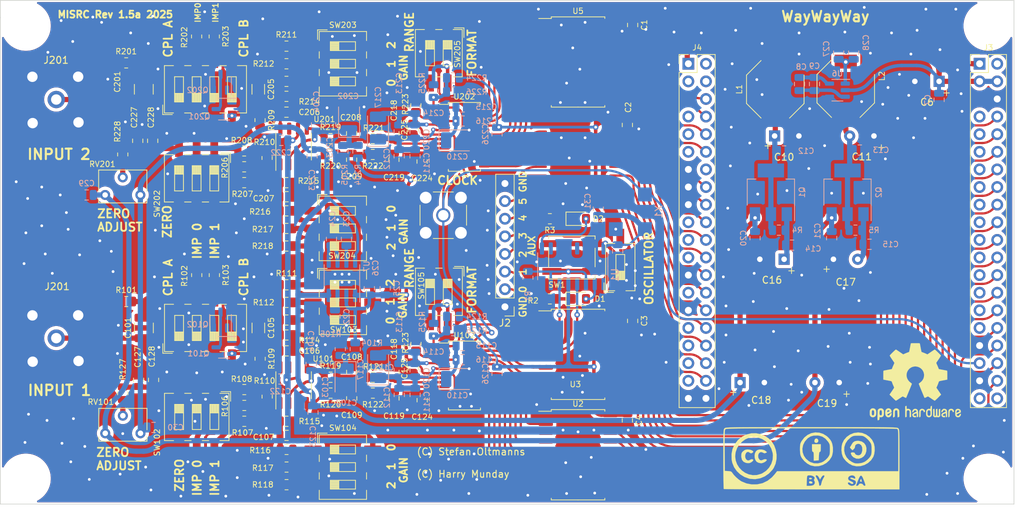
<source format=kicad_pcb>
(kicad_pcb (version 20240108) (generator "pcbnew") (generator_version "8.0")
  (title_block (title "MISRC") (date "2023-11-22") (rev "0.3"))
  (layers (0 "F.Cu" signal) (31 "B.Cu" signal) (34 "B.Paste" user) (35 "F.Paste" user) (36 "B.SilkS" user "B.Silkscreen") (37 "F.SilkS" user "F.Silkscreen") (38 "B.Mask" user) (39 "F.Mask" user) (44 "Edge.Cuts" user))
  (net 0 "")
  (net 1 "VDD")
  (net 2 "GND")
  (net 3 "+5V")
  (net 4 "+5VA")
  (net 5 "-5VA")
  (net 6 "VDDA")
  (net 7 "/Input_ADC_CH1/CLK")
  (net 8 "Net-(R212-Pad2)")
  (net 9 "Net-(R213-Pad2)")
  (net 10 "Net-(R217-Pad2)")
  (net 11 "Net-(R218-Pad2)")
  (net 12 "/DA0")
  (net 13 "/DA1")
  (net 14 "/DA2")
  (net 15 "/DA3")
  (net 16 "/DA4")
  (net 17 "/DA5")
  (net 18 "/DA6")
  (net 19 "/DA7")
  (net 20 "/DA8")
  (net 21 "/DA9")
  (net 22 "/DA10")
  (net 23 "/DA11")
  (net 24 "/DB3")
  (net 25 "/DB2")
  (net 26 "/DB1")
  (net 27 "/DB0")
  (net 28 "/DB4")
  (net 29 "/DB5")
  (net 30 "/DB6")
  (net 31 "/DB7")
  (net 32 "/DB8")
  (net 33 "/DB9")
  (net 34 "/DB10")
  (net 35 "/DB11")
  (net 36 "/OTRA")
  (net 37 "/OTRB")
  (net 38 "Net-(Q201-B)")
  (net 39 "Net-(Q201-C)")
  (net 40 "Net-(U6-CP+)")
  (net 41 "Net-(U6-CP-)")
  (net 42 "Net-(Q1-C)")
  (net 43 "Net-(Q2-C)")
  (net 44 "Net-(Q1-B)")
  (net 45 "Net-(Q2-B)")
  (net 46 "Net-(U7-BYP)")
  (net 47 "Net-(U7-VREG)")
  (net 48 "Net-(U7-REF)")
  (net 49 "Net-(U6-VOUT)")
  (net 50 "Net-(J101-Signal)")
  (net 51 "Net-(C101-Pad2)")
  (net 52 "Net-(U101-VCM)")
  (net 53 "Net-(Q101-E)")
  (net 54 "Net-(U101-+)")
  (net 55 "Net-(C106-Pad2)")
  (net 56 "Net-(U101--)")
  (net 57 "Net-(C107-Pad2)")
  (net 58 "Net-(C108-Pad2)")
  (net 59 "Net-(C109-Pad1)")
  (net 60 "Net-(U102-VREF)")
  (net 61 "Net-(U102-REFT)")
  (net 62 "Net-(U102-REFB)")
  (net 63 "Net-(U102-IN)")
  (net 64 "Net-(U102-~{IN})")
  (net 65 "Net-(C127-Pad1)")
  (net 66 "Net-(J201-Signal)")
  (net 67 "Net-(C201-Pad2)")
  (net 68 "Net-(U201-VCM)")
  (net 69 "Net-(Q201-E)")
  (net 70 "Net-(U201-+)")
  (net 71 "Net-(C206-Pad2)")
  (net 72 "Net-(U201--)")
  (net 73 "Net-(C207-Pad2)")
  (net 74 "Net-(C208-Pad2)")
  (net 75 "Net-(C209-Pad1)")
  (net 76 "Net-(U202-VREF)")
  (net 77 "Net-(U202-REFT)")
  (net 78 "Net-(U202-REFB)")
  (net 79 "Net-(U202-IN)")
  (net 80 "Net-(U202-~{IN})")
  (net 81 "Net-(C227-Pad1)")
  (net 82 "Net-(D1-K)")
  (net 83 "Net-(D1-A)")
  (net 84 "Net-(D2-K)")
  (net 85 "Net-(D2-A)")
  (net 86 "Net-(J2-Pin_2)")
  (net 87 "Net-(J2-Pin_3)")
  (net 88 "Net-(J2-Pin_4)")
  (net 89 "Net-(J2-Pin_5)")
  (net 90 "Net-(J2-Pin_6)")
  (net 91 "Net-(J2-Pin_7)")
  (net 94 "Net-(J3-DQ15)")
  (net 96 "Net-(J3-DQ14)")
  (net 98 "Net-(J3-DQ13)")
  (net 100 "Net-(J3-DQ12)")
  (net 102 "Net-(J3-DQ11)")
  (net 104 "Net-(J3-DQ10)")
  (net 106 "Net-(J3-DQ9)")
  (net 108 "Net-(J3-DQ8)")
  (net 110 "Net-(J3-DQ7)")
  (net 112 "Net-(J3-DQ6)")
  (net 114 "Net-(J3-DQ5)")
  (net 116 "Net-(J3-DQ4)")
  (net 118 "Net-(J3-DQ3)")
  (net 119 "Net-(J3-DQ2)")
  (net 120 "Net-(J3-DQ1)")
  (net 121 "Net-(J3-DQ0)")
  (net 127 "Net-(J4-DQ31)")
  (net 129 "Net-(J4-DQ30)")
  (net 131 "Net-(J4-DQ29)")
  (net 133 "Net-(J4-DQ28)")
  (net 135 "Net-(J4-DQ27)")
  (net 136 "Net-(J4-DQ26)")
  (net 138 "Net-(J4-DQ25)")
  (net 140 "Net-(J4-DQ24)")
  (net 142 "Net-(J4-DQ23)")
  (net 143 "Net-(J4-DQ22)")
  (net 145 "Net-(J4-DQ21)")
  (net 146 "Net-(J4-DQ20)")
  (net 148 "Net-(J4-DQ19)")
  (net 150 "Net-(J4-DQ18)")
  (net 152 "Net-(J4-DQ17)")
  (net 154 "Net-(J4-DQ16)")
  (net 155 "Net-(Q101-B)")
  (net 156 "Net-(Q101-C)")
  (net 157 "Net-(U1A-R)")
  (net 158 "Net-(R102-Pad1)")
  (net 159 "Net-(R103-Pad1)")
  (net 160 "Net-(R106-Pad1)")
  (net 161 "Net-(R106-Pad2)")
  (net 162 "Net-(R107-Pad2)")
  (net 163 "Net-(R111-Pad2)")
  (net 164 "Net-(R112-Pad2)")
  (net 165 "Net-(R113-Pad2)")
  (net 166 "Net-(R116-Pad2)")
  (net 167 "Net-(R117-Pad2)")
  (net 168 "Net-(R118-Pad2)")
  (net 169 "Net-(U102-SENSE)")
  (net 170 "Net-(U102-MODE)")
  (net 171 "Net-(R125-Pad1)")
  (net 172 "Net-(R127-Pad2)")
  (net 173 "Net-(R202-Pad1)")
  (net 174 "Net-(R203-Pad1)")
  (net 175 "Net-(R206-Pad1)")
  (net 176 "Net-(R206-Pad2)")
  (net 177 "Net-(R207-Pad2)")
  (net 178 "Net-(R211-Pad2)")
  (net 179 "Net-(R216-Pad2)")
  (net 180 "Net-(U202-SENSE)")
  (net 181 "Net-(U202-MODE)")
  (net 182 "Net-(R225-Pad1)")
  (net 183 "Net-(R228-Pad2)")
  (net 184 "Net-(X1-EN)")
  (footprint "Button_Switch_SMD:SW_DIP_SPSTx03_Slide_6.7x9.18mm_W8.61mm_P2.54mm_LowProfile" (layer "F.Cu") (at 109.969 96.139)
    (property "Reference" "SW204")
    (property "Value" "SW_DIP_x03")
  )
  (footprint "CP_radial_flat:CP_Radial_FlatB_D8.0mm_P3.50mm" (layer "F.Cu") (at 181.554 118.364 180)
    (property "Reference" "C19")
    (property "Value" "470µ")
  )
  (footprint "Capacitor_SMD:C_0805_2012Metric" (layer "F.Cu") (at 117.348 120.65 -90)
    (property "Reference" "C119")
    (property "Value" "15p")
  )
  (footprint "Resistor_SMD:R_0805_2012Metric" (layer "F.Cu") (at 108.204 119.888)
    (property "Reference" "R120")
    (property "Value" "40")
  )
  (footprint "Capacitor_SMD:C_0805_2012Metric" (layer "F.Cu") (at 111.252 116.84 -90)
    (property "Reference" "C108")
    (property "Value" "82p")
  )
  (footprint "Resistor_SMD:R_0805_2012Metric" (layer "F.Cu") (at 101.841 69.85)
    (property "Reference" "R211")
    (property "Value" "1k")
  )
  (footprint "Connector_PinHeader_2.54mm:PinHeader_1x08_P2.54mm_Vertical" (layer "F.Cu") (at 133.35 107.442 180)
    (property "Reference" "J2")
    (property "Value" "Conn_01x08_Socket")
  )
  (footprint "Resistor_SMD:R_0805_2012Metric" (layer "F.Cu") (at 101.841 74.93)
    (property "Reference" "R213" (hide yes))
    (property "Value" "4k99")
  )
  (footprint "MountingHole:MountingHole_3.2mm_M3" (layer "F.Cu") (at 203.073 132.207)
    (property "Reference" "H3" (hide yes))
    (property "Value" "MountingHole")
  )
  (footprint "Resistor_SMD:R_0805_2012Metric" (layer "F.Cu") (at 78.74 106.68)
    (property "Reference" "R101")
    (property "Value" "75")
  )
  (footprint "Button_Switch_SMD:SW_DIP_SPSTx03_Slide_6.7x9.18mm_W8.61mm_P2.54mm_LowProfile" (layer "F.Cu") (at 109.982 106.807)
    (property "Reference" "SW103")
    (property "Value" "SW_DIP_x03")
  )
  (footprint "LED_SMD:LED_0805_2012Metric_Pad1.15x1.40mm_HandSolder" (layer "F.Cu") (at 144.009 94.742)
    (property "Reference" "D2")
    (property "Value" "LED")
  )
  (footprint "Resistor_SMD:R_0805_2012Metric" (layer "F.Cu") (at 101.854 128.016)
    (property "Reference" "R116")
    (property "Value" "4k99")
  )
  (footprint "Connector_PinHeader_2.54mm:PinHeader_2x20_P2.54mm_Vertical" (layer "F.Cu") (at 201.803 72.39)
    (property "Reference" "J3")
    (property "Value" "GPIFII_J6")
  )
  (footprint "Capacitor_SMD:C_1210_3225Metric" (layer "F.Cu") (at 81.28 110.49 90)
    (property "Reference" "C101")
    (property "Value" "100µ")
  )
  (footprint "Resistor_SMD:R_0805_2012Metric" (layer "F.Cu") (at 98.031 80.518 -90)
    (property "Reference" "R209")
    (property "Value" "499")
  )
  (footprint "Resistor_SMD:R_0805_2012Metric" (layer "F.Cu") (at 91.427 68.453 90)
    (property "Reference" "R203")
    (property "Value" "150")
  )
  (footprint "Resistor_SMD:R_0805_2012Metric" (layer "F.Cu") (at 95.745 84.963 180)
    (property "Reference" "R208")
    (property "Value" "39")
  )
  (footprint "Resistor_SMD:R_0805_2012Metric" (layer "F.Cu") (at 95.745 87.249 180)
    (property "Reference" "R206")
    (property "Value" "39")
  )
  (footprint "Resistor_SMD:R_0805_2012Metric" (layer "F.Cu") (at 99.06 120.396 -90)
    (property "Reference" "R110")
    (property "Value" "499")
  )
  (footprint "Package_SO:TSSOP-28_4.4x9.7mm_P0.65mm" (layer "F.Cu") (at 127.508 117.348)
    (property "Reference" "U102")
    (property "Value" "AD9235")
  )
  (footprint "Resistor_SMD:R_0805_2012Metric" (layer "F.Cu") (at 99.047 85.979 -90)
    (property "Reference" "R210")
    (property "Value" "499")
  )
  (footprint "Capacitor_SMD:C_0805_2012Metric" (layer "F.Cu") (at 101.854 113.792)
    (property "Reference" "C106")
    (property "Value" "1p")
  )
  (footprint "Package_SO:SOIC-20W_7.5x12.8mm_P1.27mm" (layer "F.Cu") (at 143.891 72.136)
    (property "Reference" "U5")
    (property "Value" "74VHC541")
  )
  (footprint "Capacitor_SMD:C_0805_2012Metric" (layer "F.Cu") (at 120.129 81.915 -90)
    (property "Reference" "C225")
    (property "Value" "100n")
  )
  (footprint "Capacitor_SMD:C_0805_2012Metric" (layer "F.Cu") (at 101.841 79.375)
    (property "Reference" "C206")
    (property "Value" "1p")
  )
  (footprint "Resistor_SMD:R_0805_2012Metric" (layer "F.Cu") (at 101.841 89.535)
    (property "Reference" "R215")
    (property "Value" "6k49")
  )
  (footprint "Connector_Coaxial:SMA_Amphenol_901-144_Vertical" (layer "F.Cu") (at 124.46 94.234)
    (property "Reference" "J1" (hide yes))
    (property "Value" "Conn_01x01_Shielded")
  )
  (footprint "Button_Switch_SMD:SW_DIP_SPSTx03_Slide_6.7x9.18mm_W8.61mm_P2.54mm_LowProfile" (layer "F.Cu") (at 109.982 72.39)
    (property "Reference" "SW203")
    (property "Value" "SW_DIP_x03")
  )
  (footprint "Potentiometer_THT:Potentiometer_Bourns_3266W_Vertical" (layer "F.Cu") (at 75.692 91.313 180)
    (property "Reference" "RV201")
    (property "Value" "10k")
  )
  (footprint "CP_radial_flat:CP_Radial_Flat_D8.0mm_P3.50mm" (layer "F.Cu") (at 180.721 100.584)
    (property "Reference" "C17")
    (property "Value" "470µ")
  )
  (footprint "Resistor_SMD:R_0805_2012Metric" (layer "F.Cu") (at 114.3 119.888)
    (property "Reference" "R122")
    (property "Value" "22")
  )
  (footprint "Inductor_SMD:L_Bourns-SRU8043" (layer "F.Cu") (at 172.339 76.073 -90)
    (property "Reference" "L1")
    (property "Value" "100µ")
  )
  (footprint "CP_radial_flat:CP_Radial_FlatB_D8.0mm_P3.50mm" (layer "F.Cu") (at 186.564651 82.804 180)
    (property "Reference" "C11")
    (property "Value" "470µ")
  )
  (footprint "Resistor_SMD:R_0805_2012Metric" (layer "F.Cu") (at 95.758 119.38 180)
    (property "Reference" "R108")
    (property "Value" "39")
  )
  (footprint "Resistor_SMD:R_0805_2012Metric" (layer "F.Cu") (at 139.827 106.299 180)
    (property "Reference" "R2")
    (property "Value" "100")
  )
  (footprint "Resistor_SMD:R_0805_2012Metric" (layer "F.Cu") (at 95.758 121.666 180)
    (property "Reference" "R106")
    (property "Value" "39")
  )
  (footprint "Capacitor_SMD:C_0805_2012Metric" (layer "F.Cu") (at 111.239 82.423 -90)
    (property "Reference" "C208")
    (property "Value" "82p")
  )
  (footprint "Package_SO:SOIC-20W_7.5x12.8mm_P1.27mm" (layer "F.Cu") (at 143.891 128.778)
    (property "Reference" "U2")
    (property "Value" "74VHC541")
  )
  (footprint "Resistor_SMD:R_0805_2012Metric" (layer "F.Cu") (at 101.841 93.599)
    (property "Reference" "R216")
    (property "Value" "4k99")
  )
  (footprint "Button_Switch_SMD:SW_DIP_SPSTx04_Slide_6.7x11.72mm_W8.61mm_P2.54mm_LowProfile" (layer "F.Cu") (at 90.157 76.073 90)
    (property "Reference" "SW201" (hide yes))
    (property "Value" "SW_DIP_x04")
  )
  (footprint "Resistor_SMD:R_0805_2012Metric" (layer "F.Cu") (at 120.51 78.359 90)
    (property "Reference" "R223")
    (property "Value" "10k")
  )
  (footprint "MountingHole:MountingHole_3.2mm_M3" (layer "F.Cu") (at 64.262 132.207)
    (property "Reference" "H2" (hide yes))
    (property "Value" "MountingHole")
  )
  (footprint "LED_SMD:LED_0805_2012Metric_Pad1.15x1.40mm_HandSolder" (layer "F.Cu") (at 144.009 106.299)
    (property "Reference" "D1")
    (property "Value" "LED")
  )
  (footprint "Inductor_SMD:L_Bourns-SRU8043" (layer "F.Cu") (at 182.499 75.983 -90)
    (property "Reference" "L2")
    (property "Value" "100µ")
  )
  (footprint "Resistor_SMD:R_0805_2012Metric" (layer "F.Cu") (at 88.9 102.87 90)
    (property "Reference" "R102")
    (property "Value" "75")
  )
  (footprint "Connector_Coaxial:BNC_Right_Angle-DOSIN-801-0050" (layer "F.Cu") (at 68.64 77.55)
    (property "Reference" "J201")
    (property "Value" "DOSIN-801-0050")
  )
  (footprint "Capacitor_SMD:C_1210_3225Metric" (layer "F.Cu") (at 81.267 76.073 90)
    (property "Reference" "C201")
    (property "Value" "100µ")
  )
  (footprint "Logo:CC Licence" (layer "F.Cu") (at 177.546 129.286)
    (property "Reference" "G***" (hide yes))
    (property "Value" "LOGO" (hide yes))
  )
  (footprint "Resistor_SMD:R_0805_2012Metric" (layer "F.Cu") (at 101.854 123.952)
    (property "Reference" "R115")
    (property "Value" "6k49")
  )
  (footprint "Resistor_SMD:R_0805_2012Metric" (layer "F.Cu") (at 101.854 104.267)
    (property "Reference" "R111")
    (property "Value" "1k")
  )
  (footprint "Button_Switch_SMD:SW_DIP_SPSTx02_Slide_6.7x6.64mm_W8.61mm_P2.54mm_LowProfile" (layer "F.Cu") (at 123.825 105.283 -90)
    (property "Reference" "SW105")
    (property "Value" "SW_DIP_x02")
  )
  (footprint "Capacitor_SMD:C_0805_2012Metric" (layer "F.Cu") (at 121.399 86.487 90)
    (property "Reference" "C224")
    (property "Value" "100n")
  )
  (footprint "Resistor_SMD:R_0805_2012Metric" (layer "F.Cu") (at 108.191 85.471)
    (property "Reference" "R220")
    (property "Value" "40")
  )
  (footprint "Capacitor_SMD:C_0805_2012Metric" (layer "F.Cu") (at 111.252 120.65 -90)
    (property "Reference" "C109")
    (property "Value" "82p")
  )
  (footprint "Capacitor_SMD:C_0805_2012Metric" (layer "F.Cu") (at 120.142 116.332 -90)
    (property "Reference" "C125")
    (property "Value" "100n")
  )
  (footprint "Capacitor_SMD:C_0805_2012Metric" (layer "F.Cu") (at 111.239 86.233 -90)
    (property "Reference" "C209")
    (property "Value" "82p")
  )
  (footprint "Resistor_SMD:R_0805_2012Metric" (layer "F.Cu") (at 101.841 72.39)
    (property "Reference" "R212")
    (property "Value" "2k49")
  )
  (footprint "Resistor_SMD:R_0805_2012Metric" (layer "F.Cu") (at 101.854 109.347)
    (property "Reference" "R113" (hide yes))
    (property "Value" "4k99")
  )
  (footprint "Resistor_SMD:R_0805_2012Metric" (layer "F.Cu") (at 95.745 89.535 180)
    (property "Reference" "R207")
    (property "Value" "75")
  )
  (footprint "Resistor_SMD:R_0805_2012Metric" (layer "F.Cu") (at 114.287 85.471)
    (property "Reference" "R222")
    (property "Value" "22")
  )
  (footprint "CP_radial_flat:CP_Radial_Flat_D8.0mm_P3.50mm" (layer "F.Cu") (at 172.24 82.801)
    (property "Reference" "C10")
    (property "Value" "470µ")
  )
  (footprint "Package_SO:SOIC-20W_7.5x12.8mm_P1.27mm" (layer "F.Cu") (at 143.891 114.3)
    (property "Reference" "U3")
    (property "Value" "74VHC541")
  )
  (footprint "Capacitor_SMD:C_0805_2012Metric" (layer "F.Cu") (at 82.677 117.983 90)
    (property "Reference" "C128")
    (property "Value" "1n" (hide yes))
  )
  (footprint "Capacitor_SMD:C_0805_2012Metric" (layer "F.Cu") (at 101.854 125.984)
    (property "Reference" "C107")
    (property "Value" "1p")
  )
  (footprint "Resistor_SMD:R_0805_2012Metric" (layer "F.Cu") (at 95.758 123.952 180)
    (property "Reference" "R107")
    (property "Value" "75")
  )
  (footprint "Resistor_SMD:R_0805_2012Metric" (layer "F.Cu") (at 101.841 98.679)
    (property "Reference" "R218")
    (property "Value" "1k")
  )
  (footprint "Resistor_SMD:R_0805_2012Metric" (layer "F.Cu") (at 108.204 117.602)
    (property "Reference" "R119")
    (property "Value" "40")
  )
  (footprint "CP_radial_flat:CP_Radial_FlatB_D8.0mm_P3.50mm" (layer "F.Cu") (at 195.962651 74.93 180)
    (property "Reference" "C6")
    (property "Value" "470µ")
  )
  (footprint "CP_radial_flat:CP_Radial_Flat_D8.0mm_P3.50mm" (layer "F.Cu") (at 167.259 118.364)
    (property "Reference" "C18")
    (property "Value" "470µ")
  )
  (footprint "Resistor_SMD:R_0805_2012Metric" (layer "F.Cu") (at 108.191 83.185)
    (property "Reference" "R219")
    (property "Value" "40")
  )
  (footprint "Button_Switch_SMD:SW_DIP_SPSTx01_Slide_6.7x4.1mm_W8.61mm_P2.54mm_LowProfile" (layer "F.Cu") (at 149.987 101.714 90)
    (property "Reference" "SW2" (hide yes))
    (property "Value" "SW_DIP_x01")
  )
  (footprint "Button_Switch_SMD:SW_SPST_EVQP0" (layer "F.Cu") (at 143.002 100.33 180)
    (property "Reference" "SW1")
    (property "Value" "SW_Push")
  )
  (footprint "MountingHole:MountingHole_3.2mm_M3" (layer "F.Cu") (at 64.262 66.929)
    (property "Reference" "H1" (hide yes))
    (property "Value" "MountingHole")
  )
  (footprint "Capacitor_SMD:C_0805_2012Metric" (layer "F.Cu") (at 151.003 81.219 -90)
    (property "Reference" "C2")
    (property "Value" "1µ")
  )
  (footprint "Capacitor_SMD:C_1206_3216Metric" (layer "F.Cu") (at 97.79 110.49 -90)
    (property "Reference" "C105")
    (property "Value" "470n")
  )
  (footprint "Capacitor_SMD:C_0805_2012Metric" (layer "F.Cu") (at 82.55 83.5 90)
    (property "Reference" "C228")
    (property "Value" "1n" (hide yes))
  )
  (footprint "Resistor_SMD:R_0805_2012Metric" (layer "F.Cu") (at 78.727 72.263)
    (property "Reference" "R201")
    (property "Value" "75")
  )
  (footprint "Connector_Coaxial:BNC_Right_Angle-DOSIN-801-0050" (layer "F.Cu") (at 68.645 111.96)
    (property "Reference" "J201")
    (property "Value" "DOSIN-801-0050")
  )
  (footprint "Resistor_SMD:R_0805_2012Metric" (layer "F.Cu") (at 101.841 96.139)
    (property "Reference" "R217")
    (property "Value" "2k49")
  )
  (footprint "Capacitor_SMD:C_0805_2012Metric" (layer "F.Cu") (at 117.348 116.84 -90)
    (property "Reference" "C118")
    (property "Value" "15p")
  )
  (footprint "Capacitor_SMD:C_0805_2012Metric" (layer "F.Cu") (at 151.003 123.825 -90)
    (property "Reference" "C4")
    (property "Value" "1µ")
  )
  (footprint "Resistor_SMD:R_0805_2012Metric" (layer "F.Cu") (at 101.854 133.096)
    (property "Reference" "R118")
    (property "Value" "1k")
  )
  (footprint "Resistor_SMD:R_0805_2012Metric" (layer "F.Cu") (at 114.287 83.185)
    (property "Reference" "R221")
    (property "Value" "22")
  )
  (footprint "CP_radial_flat:CP_Radial_FlatB_D8.0mm_P3.50mm" (layer "F.Cu") (at 173.609 100.584 180)
    (property "Reference" "C16")
    (property "Value" "470µ")
  )
  (footprint "Resistor_SMD:R_0805_2012Metric" (layer "F.Cu") (at 78.232 85.471 -90)
    (property "Reference" "R228")
    (property "Value" "3k3" (hide yes))
  )
  (footprint "Button_Switch_SMD:SW_DIP_SPSTx04_Slide_6.7x11.72mm_W8.61mm_P2.54mm_LowProfile" (layer "F.Cu") (at 90.17 110.49 90)
    (property "Reference" "SW101" (hide yes))
    (property "Value" "SW_DIP_x04")
  )
  (footprint "Resistor_SMD:R_0805_2012Metric" (layer "F.Cu") (at 98.044 114.935 -90)
    (property "Reference" "R109")
    (property "Value" "499")
  )
  (footprint "Capacitor_SMD:C_0805_2012Metric" (layer "F.Cu") (at 80.391 83.5 90)
    (property "Reference" "C227")
    (property "Value" "10µ" (hide yes))
  )
  (footprint "Button_Switch_SMD:SW_DIP_SPSTx03_Slide_6.7x9.18mm_W8.61mm_P2.54mm_LowProfile" (layer "F.Cu") (at 88.887 88.913 -90)
    (property "Reference" "SW202")
    (property "Value" "SW_DIP_x03")
  )
  (footprint "Resistor_SMD:R_0805_2012Metric" (layer "F.Cu") (at 101.854 106.807)
    (property "Reference" "R112")
    (property "Value" "2k49")
  )
  (footprint "Resistor_SMD:R_0805_2012Metric" (layer "F.Cu") (at 91.44 102.87 90)
    (property "Reference" "R103")
    (property "Value" "150")
  )
  (footprint "Package_SO:SO-8_3.9x4.9mm_P1.27mm" (layer "F.Cu") (at 102.87 84.328 90)
    (property "Reference" "U201")
    (property "Value" "AD8138ARZ")
  )
  (footprint "Capacitor_SMD:C_0805_2012Metric" (layer "F.Cu") (at 117.335 86.233 -90)
    (property "Reference" "C219")
    (property "Value" "15p")
  )
  (footprint "Symbol:OSHW-Logo2_14.6x12mm_SilkScreen" (layer "F.Cu") (at 192.532 118.237)
    (property "Reference" "REF**" (hide yes))
    (property "Value" "OSHW-Logo2_14.6x12mm_SilkScreen" (hide yes))
  )
  (footprint "MountingHole:MountingHole_3.2mm_M3" (layer "F.Cu") (at 203.073 66.929)
    (property "Reference" "H4" (hide yes))
    (property "Value" "MountingHole")
  )
  (footprint "Package_SO:TSSOP-28_4.4x9.7mm_P0.65mm" (layer "F.Cu") (at 127.495 82.931)
    (property "Reference" "U202")
    (property "Value" "AD9235")
  )
  (footprint "Resistor_SMD:R_0805_2012Metric" (layer "F.Cu") (at 88.887 68.453 90)
    (property "Reference" "R202")
    (property "Value" "75")
  )
  (footprint "Resistor_SMD:R_0805_2012Metric" (layer "F.Cu") (at 114.3 117.602)
    (property "Reference" "R121")
    (property "Value" "22")
  )
  (footprint "Resistor_SMD:R_0805_2012Metric" (layer "F.Cu") (at 101.841 77.089)
    (property "Reference" "R214")
    (property "Value" "6k49")
  )
  (footprint "Button_Switch_SMD:SW_DIP_SPSTx02_Slide_6.7x6.64mm_W8.61mm_P2.54mm_LowProfile" (layer "F.Cu") (at 123.812 70.866 -90)
    (property "Reference" "SW205")
    (property "Value" "SW_DIP_x02")
  )
  (footprint "Capacitor_SMD:C_0805_2012Metric" (layer "F.Cu") (at 151.765 109.474 -90)
    (property "Reference" "C3")
    (property "Value" "1µ")
  )
  (footprint "Package_SO:SO-8_3.9x4.9mm_P1.27mm" (layer "F.Cu") (at 102.87 118.745 90)
    (property "Reference" "U101")
    (property "Value" "AD8138ARZ")
  )
  (footprint "Potentiometer_THT:Potentiometer_Bourns_3266W_Vertical" (layer "F.Cu") (at 75.707 125.685 180)
    (property "Reference" "RV101")
    (property "Value" "10k")
  )
  (footprint "Button_Switch_SMD:SW_DIP_SPSTx03_Slide_6.7x9.18mm_W8.61mm_P2.54mm_LowProfile" (layer "F.Cu") (at 88.9 123.33 -90)
    (property "Reference" "SW102")
    (property "Value" "SW_DIP_x03")
  )
  (footprint "Resistor_SMD:R_0805_2012Metric" (layer "F.Cu") (at 139.827 94.742 180)
    (property "Reference" "R3")
    (property "Value" "100")
  )
  (footprint "Resistor_SMD:R_0805_2012Metric" (layer "F.Cu") (at 78.232 119.9115 -90)
    (property "Reference" "R127")
    (property "Value" "3k3" (hide yes))
  )
  (footprint "Resistor_SMD:R_0805_2012Metric" (layer "F.Cu") (at 101.854 130.556)
    (property "Reference" "R117")
    (property "Value" "2k49")
  )
  (footprint "Resistor_SMD:R_0805_2012Metric" (layer "F.Cu") (at 120.523 112.776 90)
    (property "Reference" "R123")
    (property "Value" "10k")
  )
  (footprint "Capacitor_SMD:C_0805_2012Metric" (layer "F.Cu") (at 121.412 120.904 90)
    (property "Reference" "C124")
    (property "Value" "100n")
  )
  (footprint "Connector_PinHeader_2.54mm:PinHeader_2x20_P2.54mm_Vertical" (layer "F.Cu") (at 159.8 72.39)
    (property "Reference" "J4")
    (property "Value" "GPIFII_J7")
  )
  (footprint "Capacitor_SMD:C_0805_2012Metric" (layer "F.Cu") (at 80.518 117.983 90)
    (property "Reference" "C127")
    (property "Value" "10µ" (hide yes))
  )
  (footprint "Button_Switch_SMD:SW_DIP_SPSTx03_Slide_6.7x9.18mm_W8.61mm_P2.54mm_LowProfile" (layer "F.Cu") (at 109.982 130.556)
    (property "Reference" "SW104")
    (property "Value" "SW_DIP_x03")
  )
  (footprint "Capacitor_SMD:C_0805_2012Metric" (layer "F.Cu") (at 151.765 66.802 -90)
    (property "Reference" "C1")
    (property "Value" "1µ")
  )
  (footprint "Capacitor_SMD:C_0805_2012Metric" (layer "F.Cu") (at 101.841 91.567)
    (property "Reference" "C207")
    (property "Value" "1p")
  )
  (footprint "Capacitor_SMD:C_1206_3216Metric" (layer "F.Cu") (at 97.777 76.073 -90)
    (property "Reference" "C205")
    (property "Value" "470n")
  )
  (footprint "Capacitor_SMD:C_0805_2012Metric" (layer "F.Cu") (at 117.335 82.423 -90)
    (property "Reference" "C218")
    (property "Value" "15p")
  )
  (footprint "Resistor_SMD:R_0805_2012Metric" (layer "F.Cu") (at 101.854 111.506)
    (property "Reference" "R114")
    (property "Value" "6k49")
  )
  (footprint "Capacitor_SMD:C_0805_2012Metric" (layer "B.Cu") (at 100.965 117.856)
    (property "Reference" "C122")
    (property "Value" "100n")
  )
  (footprint "Capacitor_Tantalum_SMD:CP_EIA-3528-21_Kemet-B_Pad1.50x2.35mm_HandSolder" (layer "B.Cu") (at 110.363 117.983 -90)
    (property "Reference" "C102")
    (property "Value" "10µ")
  )
  (footprint "Capacitor_SMD:C_0805_2012Metric" (layer "B.Cu") (at 132.207 82.55 -90)
    (property "Reference" "C226")
    (property "Value" "100n")
  )
  (footprint "Capacitor_SMD:C_0805_2012Metric" (layer "B.Cu") (at 118.097 82.169 90)
    (property "Reference" "C221" (hide yes))
    (property "Value" "1n")
  )
  (footprint "Capacitor_SMD:C_0805_2012Metric" (layer "B.Cu") (at 169.418 97.536 -90)
    (property "Reference" "C20")
    (property "Value" "1µ")
  )
  (footprint "Capacitor_SMD:C_0805_2012Metric" (layer "B.Cu") (at 175.8315 75.311 -90)
    (property "Reference" "C8")
    (property "Value" "10µ")
  )
  (footprint "Oscillator:Oscillator_SMD_EuroQuartz_XO91-4Pin_7.0x5.0mm" (layer "B.Cu") (at 151.43 93.74 90)
    (property "Reference" "X1")
    (property "Value" "40M")
  )
  (footprint "Package_TO_SOT_SMD:SOT-23-3" (layer "B.Cu") (at 92.329 75.057 90)
    (property "Reference" "Q202")
    (property "Value" "CMPT5179" (hide yes))
  )
  (footprint "Resistor_SMD:R_0805_2012Metric" (layer "B.Cu") (at 112.141 85.0665 -90)
    (property "Reference" "R204")
    (property "Value" "1k")
  )
  (footprint "Capacitor_SMD:C_0805_2012Metric" (layer "B.Cu") (at 108.839 108.839 90)
    (property "Reference" "C22")
    (property "Value" "1µ")
  )
  (footprint "Capacitor_SMD:C_0805_2012Metric" (layer "B.Cu") (at 180.467 97.536 -90)
    (property "Reference" "C21")
    (property "Value" "1µ")
  )
  (footprint "Resistor_SMD:R_0805_2012Metric" (layer "B.Cu") (at 183.896 96.393)
    (property "Reference" "R5")
    (property "Value" "1k")
  )
  (footprint "Resistor_SMD:R_0805_2012Metric" (layer "B.Cu") (at 125.857 110.871 180)
    (property "Reference" "R126")
    (property "Value" "10k")
  )
  (footprint "Capacitor_SMD:C_0805_2012Metric" (layer "B.Cu") (at 120.396 113.03 -90)
    (property "Reference" "C114")
    (property "Value" "1n")
  )
  (footprint "Capacitor_SMD:C_0805_2012Metric" (layer "B.Cu") (at 127.241 80.645)
    (property "Reference" "C216")
    (property "Value" "1n")
  )
  (footprint "Resistor_SMD:R_0805_2012Metric" (layer "B.Cu") (at 125.844 76.454 180)
    (property "Reference" "R226")
    (property "Value" "10k")
  )
  (footprint "Capacitor_SMD:C_0805_2012Metric" (layer "B.Cu") (at 118.097 78.613 -90)
    (property "Reference" "C213")
    (property "Value" "100n")
  )
  (footprint "Capacitor_SMD:C_0805_2012Metric" (layer "B.Cu") (at 195.961 77.597 -90)
    (property "Reference" "C7")
    (property "Value" "1µ")
  )
  (footprint "Package_TO_SOT_SMD:SOT-223-3_TabPin2" (layer "B.Cu") (at 182.753 90.932 90)
    (property "Reference" "Q2")
    (property "Value" "FZT790A")
  )
  (footprint "Capacitor_SMD:C_0805_2012Metric" (layer "B.Cu") (at 185.928 98.425)
    (property "Reference" "C15")
    (property "Value" "100n")
  )
  (footprint "Capacitor_SMD:C_0805_2012Metric" (layer "B.Cu") (at 118.11 120.142 90)
    (property "Reference" "C112")
    (property "Value" "100n")
  )
  (footprint "Capacitor_SMD:C_0805_2012Metric" (layer "B.Cu") (at 146.81 93.3 90)
    (property "Reference" "C31")
    (property "Value" "1µ")
  )
  (footprint "Package_TO_SOT_SMD:SOT-23-3" (layer "B.Cu") (at 92.329 109.3525 90)
    (property "Reference" "Q102")
    (property "Value" "CMPT5179" (hide yes))
  )
  (footprint "Capacitor_SMD:C_0805_2012Metric" (layer "B.Cu") (at 105.537 85.725 -90)
    (property "Reference" "C223")
    (property "Value" "100n")
  )
  (footprint "Capacitor_SMD:C_0805_2012Metric" (layer "B.Cu") (at 120.383 78.613 -90)
    (property "Reference" "C214")
    (property "Value" "1n")
  )
  (footprint "Package_SO:SOIC-8-1EP_3.9x4.9mm_P1.27mm_EP2.29x3mm" (layer "B.Cu") (at 109.843 103.313 90)
    (property "Reference" "U7")
    (property "Value" "ADP7156ARDZ")
  )
  (footprint "Capacitor_Tantalum_SMD:CP_EIA-3528-21_Kemet-B_Pad1.50x2.35mm_HandSolder" (layer "B.Cu") (at 115.049 81.661 90)
    (property "Reference" "C217")
    (property "Value" "10µ")
  )
  (footprint "Capacitor_SMD:C_0805_2012Metric" (layer "B.Cu") (at 174.752 98.552)
    (property "Reference" "C14")
    (property "Value" "100n")
  )
  (footprint "Resistor_SMD:R_0805_2012Metric" (layer "B.Cu") (at 123.063 110.744 -90)
    (property "Reference" "R125")
    (property "Value" "3k3")
  )
  (footprint "Capacitor_SMD:C_0805_2012Metric" (layer "B.Cu") (at 127.254 113.03)
    (property "Reference" "C115")
    (property "Value" "100n")
  )
  (footprint "Capacitor_SMD:C_0805_2012Metric" (layer "B.Cu") (at 120.396 120.142 90)
    (property "Reference" "C111")
    (property "Value" "1n")
  )
  (footprint "Resistor_SMD:R_0805_2012Metric" (layer "B.Cu") (at 125.844 74.422 180)
    (property "Reference" "R224")
    (property "Value" "4k99")
  )
  (footprint "Capacitor_SMD:C_0805_2012Metric" (layer "B.Cu") (at 73.025 91.313 180)
    (property "Reference" "C29")
    (property "Value" "1µ")
  )
  (footprint "Capacitor_SMD:C_0805_2012Metric" (layer "B.Cu") (at 106.172 81.153 90)
    (property "Reference" "C204")
    (property "Value" "1n")
  )
  (footprint "Package_TO_SOT_SMD:SOT-223-3_TabPin2" (layer "B.Cu") (at 171.704 90.932 90)
    (property "Reference" "Q1")
    (property "Value" "FZT690B")
  )
  (footprint "Capacitor_SMD:C_0805_2012Metric" (layer "B.Cu") (at 127.254 115.062)
    (property "Reference" "C116")
    (property "Value" "1n")
  )
  (footprint "Capacitor_SMD:C_0805_2012Metric" (layer "B.Cu") (at 120.383 85.725 90)
    (property "Reference" "C211")
    (property "Value" "1n")
  )
  (footprint "Capacitor_SMD:C_0805_2012Metric" (layer "B.Cu") (at 118.11 113.03 -90)
    (property "Reference" "C113")
    (property "Value" "100n")
  )
  (footprint "Resistor_SMD:R_0805_2012Metric" (layer "B.Cu") (at 123.05 76.327 -90)
    (property "Reference" "R225")
    (property "Value" "3k3")
  )
  (footprint "Resistor_SMD:R_0805_2012Metric" (layer "B.Cu") (at 125.857 108.839 180)
    (property "Reference" "R124")
    (property "Value" "4k99")
  )
  (footprint "Capacitor_SMD:C_0805_2012Metric" (layer "B.Cu") (at 173.609 84.963)
    (property "Reference" "C12")
    (property "Value" "1µ")
  )
  (footprint "Capacitor_SMD:C_0805_2012Metric" (layer "B.Cu") (at 132.207 117.094 -90)
    (property "Reference" "C126")
    (property "Value" "100n")
  )
  (footprint "Resistor_SMD:R_0805_2012Metric" (layer "B.Cu") (at 111.76 113.538 90)
    (property "Reference" "R104")
    (property "Value" "1k")
  )
  (footprint "Capacitor_SMD:C_0805_2012Metric" (layer "B.Cu") (at 120.383 82.169 90)
    (property "Reference" "C220")
    (property "Value" "100n")
  )
  (footprint "Capacitor_SMD:C_0805_2012Metric" (layer "B.Cu") (at 110.49 97.663 -90)
    (property "Reference" "C23")
    (property "Value" "1µ")
  )
  (footprint "Capacitor_Tantalum_SMD:CP_EIA-3528-21_Kemet-B_Pad1.50x2.35mm_HandSolder" (layer "B.Cu") (at 115.062 116.078 90)
    (property "Reference" "C117")
    (property "Value" "10µ")
  )
  (footprint "Capacitor_Tantalum_SMD:CP_EIA-3528-21_Kemet-B_Pad1.50x2.35mm_HandSolder" (layer "B.Cu") (at 126.492 117.856)
    (property "Reference" "C110")
    (property "Value" "10µ")
  )
  (footprint "Package_TO_SOT_SMD:SOT-23-5" (layer "B.Cu") (at 181.2925 76.2 180)
    (property "Reference" "U6")
    (property "Value" "TPS60401")
  )
  (footprint "Capacitor_SMD:C_0805_2012Metric" (layer "B.Cu") (at 181.483 70.8 -90)
    (property "Reference" "C27")
    (property "Value" "1n" (hide yes))
  )
  (footprint "Resistor_SMD:R_0805_2012Metric" (layer "B.Cu") (at 172.847 96.393)
    (property "Reference" "R4")
    (property "Value" "1k")
  )
  (footprint "Capacitor_Tantalum_SMD:CP_EIA-3528-21_Kemet-B_Pad1.50x2.35mm_HandSolder" (layer "B.Cu") (at 110.871 80.365 90)
    (property "Reference" "C202")
    (property "Value" "10µ")
  )
  (footprint "Package_TO_SOT_SMD:SOT-23-3" (layer "B.Cu") (at 92.837 113.284 180)
    (property "Reference" "Q101")
    (property "Value" "CMPT5179" (hide yes))
  )
  (footprint "Package_SO:SO-16_3.9x9.9mm_P1.27mm" (layer "B.Cu") (at 143.129 101.6 90)
    (property "Reference" "U1")
    (property "Value" "4043")
  )
  (footprint "Capacitor_SMD:C_0805_2012Metric" (layer "B.Cu") (at 105.41 115.697 90)
    (property "Reference" "C104")
    (property "Value" "1n")
  )
  (footprint "Resistor_SMD:R_0805_2012Metric" (layer "B.Cu") (at 136.652 103.251 90)
    (property "Reference" "R1")
    (property "Value" "10k")
  )
  (footprint "Resistor_SMD:R_0805_2012Metric" (layer "B.Cu") (at 109.982 85.09 90)
    (property "Reference" "R205")
    (property "Value" "1k")
  )
  (footprint "Capacitor_SMD:C_0805_2012Metric" (layer "B.Cu") (at 183.642 70.8 -90)
    (property "Reference" "C28")
    (property "Value" "10µ" (hide yes))
  )
  (footprint "Package_TO_SOT_SMD:SOT-23-3" (layer "B.Cu") (at 92.8425 78.928 180)
    (property "Reference" "Q201")
    (property "Value" "CMPT5179" (hide yes))
  )
  (footprint "Capacitor_SMD:C_0805_2012Metric" (layer "B.Cu") (at 118.097 85.725 90)
    (property "Reference" "C212")
    (property "Value" "100n")
  )
  (footprint "Capacitor_SMD:C_0805_2012Metric" (layer "B.Cu") (at 149.606 99.441 -90)
    (property "Reference" "C5" (hide yes))
    (property "Value" "1µ")
  )
  (footprint "Capacitor_SMD:C_0805_2012Metric" (layer "B.Cu") (at 120.396 116.586 90)
    (property "Reference" "C120")
    (property "Value" "100n")
  )
  (footprint "Capacitor_SMD:C_0805_2012Metric" (layer "B.Cu") (at 108.204 81.153 90)
    (property "Reference" "C203")
    (property "Value" "100n")
  )
  (footprint "Capacitor_SMD:C_0805_2012Metric" (layer "B.Cu") (at 184.531 84.836)
    (property "Reference" "C13")
    (property "Value" "1µ")
  )
  (footprint "Capacitor_SMD:C_0805_2012Metric" (layer "B.Cu") (at 107.442 115.697 90)
    (property "Reference" "C103")
    (property "Value" "100n")
  )
  (footprint "Capacitor_SMD:C_0805_2012Metric" (layer "B.Cu") (at 127.241 78.613)
    (property "Reference" "C215")
    (property "Value" "100n")
  )
  (footprint "Capacitor_SMD:C_0805_2012Metric" (layer "B.Cu") (at 105.664 122.682 -90)
    (property "Reference" "C123")
    (property "Value" "100n")
  )
  (footprint "Capacitor_SMD:C_0805_2012Metric" (layer "B.Cu") (at 101.092 83.439)
    (property "Reference" "C222")
    (property "Value" "100n")
  )
  (footprint "Capacitor_SMD:C_0805_2012Metric" (layer "B.Cu") (at 118.11 116.586 90)
    (property "Reference" "C121")
    (property "Value" "1n")
  )
  (footprint "Capacitor_Tantalum_SMD:CP_EIA-3528-21_Kemet-B_Pad1.50x2.35mm_HandSolder" (layer "B.Cu") (at 126.479 83.439)
    (property "Reference" "C210")
    (property "Value" "10µ")
  )
  (footprint "Capacitor_SMD:C_0805_2012Metric" (layer "B.Cu") (at 116.078 104.775 90)
    (property "Reference" "C25")
    (property "Value" "10µ")
  )
  (footprint "Capacitor_SMD:C_0805_2012Metric" (layer "B.Cu") (at 82.677 124.841)
    (property "Reference" "C30")
    (property "Value" "1µ")
  )
  (footprint "Resistor_SMD:R_0805_2012Metric" (layer "B.Cu") (at 109.601 113.538 -90)
    (property "Reference" "R105")
    (property "Value" "1k")
  )
  (footprint "Capacitor_SMD:C_0805_2012Metric" (layer "B.Cu") (at 177.9905 75.311 -90)
    (property "Reference" "C9")
    (property "Value" "100n")
  )
  (footprint "Capacitor_SMD:C_0805_2012Metric" (layer "B.Cu") (at 113.792 104.775 90)
    (property "Reference" "C26")
    (property "Value" "100n")
  )
  (footprint "Capacitor_SMD:C_0805_2012Metric" (layer "B.Cu") (at 108.331 97.663 90)
    (property "Reference" "C24")
    (property "Value" "1µ")
  )
  (gr_line (start 206.756 135.89) (end 206.756 63.246) (stroke (width 0.1)) (layer "Edge.Cuts"))
  (gr_line (start 60.579 135.89) (end 206.756 135.89) (stroke (width 0.1)) (layer "Edge.Cuts"))
  (gr_line (start 206.756 63.246) (end 60.579 63.246) (stroke (width 0.1)) (layer "Edge.Cuts"))
  (gr_line (start 60.579 65.659) (end 60.579 65.786) (stroke (width 0.1)) (layer "Edge.Cuts"))
  (gr_line (start 60.579 63.246) (end 60.579 135.89) (stroke (width 0.1)) (layer "Edge.Cuts"))
  (gr_text "IMP 1" (at 92.202 134.874 90) (layer "F.SilkS") (effects (font (size 1.2 1.2) (thickness 0.25) (bold yes)) (justify left bottom)))
  (gr_text "2  1  0\n GAIN" (at 119.38 133.858 90) (layer "F.SilkS") (effects (font (size 1.1 1.1) (thickness 0.25) (bold yes)) (justify left bottom)))
  (gr_text "AUX" (at 137.795 100.203 90) (layer "F.SilkS") (effects (font (size 1 1) (thickness 0.2) (bold yes)) (justify left bottom)))
  (gr_text "CPL A" (at 85.471 71.628 90) (layer "F.SilkS") (effects (font (size 1.2 1.2) (thickness 0.25) (bold yes)) (justify left bottom)))
  (gr_text "INPUT 2" (at 64.3 86.33 0) (layer "F.SilkS") (effects (font (size 1.5 1.5) (thickness 0.3) (bold yes)) (justify left bottom)))
  (gr_text "4" (at 136.525 95.25 90) (layer "F.SilkS") (effects (font (size 1 1) (thickness 0.2) (bold yes)) (justify left bottom)))
  (gr_text "ZERO" (at 87.122 134.239 90) (layer "F.SilkS") (effects (font (size 1.2 1.2) (thickness 0.25) (bold yes)) (justify left bottom)))
  (gr_text "INPUT 1" (at 64.38 120.37 0) (layer "F.SilkS") (effects (font (size 1.5 1.5) (thickness 0.3) (bold yes)) (justify left bottom)))
  (gr_text "IMP 1" (at 92.202 100.711 90) (layer "F.SilkS") (effects (font (size 1.2 1.2) (thickness 0.25) (bold yes)) (justify left bottom)))
  (gr_text "0" (at 136.525 105.537 90) (layer "F.SilkS") (effects (font (size 1 1) (thickness 0.2) (bold yes)) (justify left bottom)))
  (gr_text "IMP0" (at 89.535 66.548 90) (layer "F.SilkS") (effects (font (size 0.8 0.8) (thickness 0.16) (bold yes)) (justify left bottom)))
  (gr_text "0  1  2\n GAIN" (at 119.253 110.109 90) (layer "F.SilkS") (effects (font (size 1.1 1.1) (thickness 0.25) (bold yes)) (justify left bottom)))
  (gr_text "GND" (at 136.525 109.093 90) (layer "F.SilkS") (effects (font (size 1 1) (thickness 0.2) (bold yes)) (justify left bottom)))
  (gr_text "(C) Stefan Oltmanns\n\n(C) Harry Munday\n\n" (at 120.55 130.76 0) (layer "F.SilkS") (effects (font (size 1 1)) (justify left)))
  (gr_text "CPL B" (at 96.393 106.045 90) (layer "F.SilkS") (effects (font (size 1.2 1.2) (thickness 0.25) (bold yes)) (justify left bottom)))
  (gr_text "IMP 0" (at 89.662 134.874 90) (layer "F.SilkS") (effects (font (size 1.2 1.2) (thickness 0.25) (bold yes)) (justify left bottom)))
  (gr_text "0  1  2\n GAIN" (at 119.38 75.819 90) (layer "F.SilkS") (effects (font (size 1.1 1.1) (thickness 0.25) (bold yes)) (justify left bottom)))
  (gr_text "CLOCK" (at 123.444 89.916 0) (layer "F.SilkS") (effects (font (size 1.2 1.2) (thickness 0.25) (bold yes)) (justify left bottom)))
  (gr_text "ZERO\nADJUST" (at 74.295 131.064 0) (layer "F.SilkS") (effects (font (size 1.2 1.2) (thickness 0.25) (bold yes)) (justify left bottom)))
  (gr_text "MISRC Rev 1.5a 2025" (at 68.71 65.87 0) (layer "F.SilkS") (effects (font (size 1 1) (thickness 0.25) (bold yes)) (justify left bottom)))
  (gr_text "GND" (at 136.525 91.059 90) (layer "F.SilkS") (effects (font (size 1 1) (thickness 0.2) (bold yes)) (justify left bottom)))
  (gr_text "CPL A" (at 85.471 106.045 90) (layer "F.SilkS") (effects (font (size 1.2 1.2) (thickness 0.25) (bold yes)) (justify left bottom)))
  (gr_text "RANGE" (at 120.269 104.902 90) (layer "F.SilkS") (effects (font (size 1.2 1.2) (thickness 0.25) (bold yes)) (justify left bottom)))
  (gr_text "1" (at 136.525 102.997 90) (layer "F.SilkS") (effects (font (size 1 1) (thickness 0.2) (bold yes)) (justify left bottom)))
  (gr_text "FORMAT" (at 129.286 108.585 90) (layer "F.SilkS") (effects (font (size 1.2 1.2) (thickness 0.25) (bold yes)) (justify left bottom)))
  (gr_text "RANGE" (at 120.269 70.866 90) (layer "F.SilkS") (effects (font (size 1.2 1.2) (thickness 0.25) (bold yes)) (justify left bottom)))
  (gr_text "OSCILLATOR" (at 154.813 107.315 90) (layer "F.SilkS") (effects (font (size 1.2 1.2) (thickness 0.25) (bold yes)) (justify left bottom)))
  (gr_text "WayWayWay" (at 173.04 66.46 0) (layer "F.SilkS") (effects (font (size 1.5 1.5) (thickness 0.3) (bold yes)) (justify left bottom)))
  (gr_text "IMP 0" (at 89.662 100.711 90) (layer "F.SilkS") (effects (font (size 1.2 1.2) (thickness 0.25) (bold yes)) (justify left bottom)))
  (gr_text "5" (at 136.525 92.837 90) (layer "F.SilkS") (effects (font (size 1 1) (thickness 0.2) (bold yes)) (justify left bottom)))
  (gr_text "FORMAT" (at 129.286 74.422 90) (layer "F.SilkS") (effects (font (size 1.2 1.2) (thickness 0.25) (bold yes)) (justify left bottom)))
  (gr_text "2  1  0\n GAIN" (at 119.38 99.441 90) (layer "F.SilkS") (effects (font (size 1.1 1.1) (thickness 0.25) (bold yes)) (justify left bottom)))
  (gr_text "IMP1" (at 92.075 66.548 90) (layer "F.SilkS") (effects (font (size 0.8 0.8) (thickness 0.16) (bold yes)) (justify left bottom)))
  (gr_text "ZERO" (at 85.344 97.663 90) (layer "F.SilkS") (effects (font (size 1.2 1.2) (thickness 0.25) (bold yes)) (justify left bottom)))
  (gr_text "ZERO\nADJUST" (at 74.422 96.647 0) (layer "F.SilkS") (effects (font (size 1.2 1.2) (thickness 0.25) (bold yes)) (justify left bottom)))
  (gr_text "3" (at 136.525 97.79 90) (layer "F.SilkS") (effects (font (size 1 1) (thickness 0.2) (bold yes)) (justify left bottom)))
  (gr_text "2" (at 136.525 100.457 90) (layer "F.SilkS") (effects (font (size 1 1) (thickness 0.2) (bold yes)) (justify left bottom)))
  (gr_text "CPL B" (at 96.393 71.628 90) (layer "F.SilkS") (effects (font (size 1.2 1.2) (thickness 0.25) (bold yes)) (justify left bottom)))
  (segment (start 152.815552 65.852) (end 152.815777 65.852) (width 0.75) (layer "F.Cu") (net 1))
  (segment (start 147.859963 80.899) (end 147.85668 80.899) (width 0.5) (layer "F.Cu") (net 1))
  (segment (start 151.269494 65.852) (end 151.268817 65.852) (width 0.75) (layer "F.Cu") (net 1))
  (segment (start 157.092818 65.852) (end 157.148433 65.852) (width 0.75) (layer "F.Cu") (net 1))
  (segment (start 166.16243 65.852) (end 166.115555 65.852) (width 0.75) (layer "F.Cu") (net 1))
  (segment (start 152.054159 65.852) (end 152.056739 65.852) (width 0.75) (layer "F.Cu") (net 1))
  (segment (start 149.14324 80.899) (end 149.144245 80.899) (width 0.5) (layer "F.Cu") (net 1))
  (segment (start 151.530128 65.852) (end 151.524716 65.852) (width 0.75) (layer "F.Cu") (net 1))
  (segment (start 151.277212 65.852) (end 151.276942 65.852) (width 0.75) (layer "F.Cu") (net 1))
  (segment (start 147.906216 80.899) (end 147.906988 80.899) (width 0.5) (layer "F.Cu") (net 1))
  (segment (start 148.150911 80.899) (end 148.13962 80.899) (width 0.5) (layer "F.Cu") (net 1))
  (segment (start 158.638749 65.852) (end 158.638581 65.852) (width 0.75) (layer "F.Cu") (net 1))
  (segment (start 149.019184 80.899) (end 149.017677 80.899) (width 0.5) (layer "F.Cu") (net 1))
  (segment (start 147.492176 80.899) (end 147.490632 80.899) (width 0.5) (layer "F.Cu") (net 1))
  (segment (start 152.544212 65.852) (end 152.542901 65.852) (width 0.75) (layer "F.Cu") (net 1))
  (segment (start 151.213709 65.852) (end 151.213167 65.852) (width 0.75) (layer "F.Cu") (net 1))
  (segment (start 158.183951 65.852) (end 158.180353 65.852) (width 0.75) (layer "F.Cu") (net 1))
  (segment (start 157.890127 65.852) (end 157.855719 65.852) (width 0.75) (layer "F.Cu") (net 1))
  (segment (start 147.658257 80.899) (end 147.659029 80.899) (width 0.5) (layer "F.Cu") (net 1))
  (segment (start 149.365236 80.899) (end 149.361219 80.899) (width 0.5) (layer "F.Cu") (net 1))
  (segment (start 149.149016 80.899) (end 149.148953 80.899) (width 0.5) (layer "F.Cu") (net 1))
  (segment (start 152.702445 65.852) (end 152.701135 65.852) (width 0.75) (layer "F.Cu") (net 1))
  (segment (start 161.243488 65.852) (end 161.249347 65.852) (width 0.75) (layer "F.Cu") (net 1))
  (segment (start 158.637994 65.852) (end 158.637324 65.852) (width 0.75) (layer "F.Cu") (net 1))
  (segment (start 149.114864 80.899) (end 149.114801 80.899) (width 0.5) (layer "F.Cu") (net 1))
  (segment (start 148.208905 80.899) (end 148.202047 80.899) (width 0.5) (layer "F.Cu") (net 1))
  (segment (start 148.463 107.616625) (end 148.463 107.677353) (width 0.5) (layer "F.Cu") (net 1))
  (segment (start 151.571582 65.852) (end 151.566397 65.852) (width 0.75) (layer "F.Cu") (net 1))
  (segment (start 149.456335 80.899) (end 149.456398 80.899) (width 0.5) (layer "F.Cu") (net 1))
  (segment (start 148.096902 108.585) (end 148.086502 108.585) (width 0.5) (layer "F.Cu") (net 1))
  (segment (start 148.012428 80.899) (end 148.012041 80.899) (width 0.5) (layer "F.Cu") (net 1))
  (segment (start 155.573743 65.852) (end 155.565158 65.852) (width 0.75) (layer "F.Cu") (net 1))
  (segment (start 148.917492 108.585) (end 148.915412 108.585) (width 0.5) (layer "F.Cu") (net 1))
  (segment (start 146.577767 98.33) (end 145.904627 98.33) (width 0.5) (layer "F.Cu") (net 1))
  (segment (start 151.09113 65.852) (end 151.090385 65.852) (width 0.75) (layer "F.Cu") (net 1))
  (segment (start 165.904618 65.852) (end 165.748368 65.852) (width 0.75) (layer "F.Cu") (net 1))
  (segment (start 158.291253 65.852) (end 158.280211 65.852) (width 0.75) (layer "F.Cu") (net 1))
  (segment (start 154.207119 65.852) (end 154.190036 65.852) (width 0.75) (layer "F.Cu") (net 1))
  (segment (start 151.252163 65.852) (end 151.251993 65.852) (width 0.75) (layer "F.Cu") (net 1))
  (segment (start 148.234924 80.899) (end 148.234048 80.899) (width 0.5) (layer "F.Cu") (net 1))
  (segment (start 148.715722 108.585) (end 148.715592 108.585) (width 0.5) (layer "F.Cu") (net 1))
  (segment (start 151.116384 65.852) (end 151.117027 65.852) (width 0.75) (layer "F.Cu") (net 1))
  (segment (start 152.000485 65.852) (end 151.989164 65.852) (width 0.75) (layer "F.Cu") (net 1))
  (segment (start 148.094696 80.899) (end 148.090061 80.899) (width 0.5) (layer "F.Cu") (net 1))
  (segment (start 149.056858 108.585) (end 149.054258 108.585) (width 0.5) (layer "F.Cu") (net 1))
  (segment (start 149.402719 80.899) (end 149.404415 80.899) (width 0.5) (layer "F.Cu") (net 1))
  (segment (start 151.308491 65.852) (end 151.306324 65.852) (width 0.75) (layer "F.Cu") (net 1))
  (segment (start 158.357232 65.852) (end 158.351529 65.852) (width 0.75) (layer "F.Cu") (net 1))
  (segment (start 148.862981 80.899) (end 148.860035 80.899) (width 0.5) (layer "F.Cu") (net 1))
  (segment (start 157.974707 65.852) (end 157.97283 65.852) (width 0.75) (layer "F.Cu") (net 1))
  (segment (start 158.626348 65.852) (end 158.626181 65.852) (width 0.75) (layer "F.Cu") (net 1))
  (segment (start 147.957582 80.899) (end 147.957968 80.899) (width 0.5) (layer "F.Cu") (net 1))
  (segment (start 147.711554 80.899) (end 147.711072 80.899) (width 0.5) (layer "F.Cu") (net 1))
  (segment (start 151.617656 65.852) (end 151.617562 65.852) (width 0.75) (layer "F.Cu") (net 1))
  (segment (start 151.174303 65.852) (end 151.171731 65.852) (width 0.75) (layer "F.Cu") (net 1))
  (segment (start 148.646431 108.585) (end 148.632651 108.585) (width 0.5) (layer "F.Cu") (net 1))
  (segment (start 148.973651 108.585) (end 148.963252 108.585) (width 0.5) (layer "F.Cu") (net 1))
  (segment (start 160.666341 65.852) (end 160.658529 65.852) (width 0.75) (layer "F.Cu") (net 1))
  (segment (start 152.54159 65.852) (end 152.539419 65.852) (width 0.75) (layer "F.Cu") (net 1))
  (segment (start 158.605152 65.852) (end 158.601466 65.852) (width 0.75) (layer "F.Cu") (net 1))
  (segment (start 152.117544 65.852) (end 152.115271 65.852) (width 0.75) (layer "F.Cu") (net 1))
  (segment (start 158.613949 65.852) (end 158.612189 65.852) (width 0.75) (layer "F.Cu") (net 1))
  (segment (start 158.614285 65.852) (end 158.614117 65.852) (width 0.75) (layer "F.Cu") (net 1))
  (segment (start 152.517539 65.852) (end 152.507132 65.852) (width 0.75) (layer "F.Cu") (net 1))
  (segment (start 147.853686 80.899) (end 147.852142 80.899) (width 0.5) (layer "F.Cu") (net 1))
  (segment (start 151.465388 65.852) (end 151.465217 65.852) (width 0.75) (layer "F.Cu") (net 1))
  (segment (start 158.428216 65.852) (end 158.427546 65.852) (width 0.75) (layer "F.Cu") (net 1))
  (segment (start 148.987539 80.899) (end 148.983522 80.899) (width 0.5) (layer "F.Cu") (net 1))
  (segment (start 148.463 105.894646) (end 148.463 105.716011) (width 0.5) (layer "F.Cu") (net 1))
  (segment (start 148.561797 108.585) (end 148.578434 108.585) (width 0.5) (layer "F.Cu") (net 1))
  (segment (start 151.093296 65.852) (end 151.092552 65.852) (width 0.75) (layer "F.Cu") (net 1))
  (segment (start 148.482755 108.585) (end 148.474435 108.585) (width 0.5) (layer "F.Cu") (net 1))
  (segment (start 148.148904 108.585) (end 148.146824 108.585) (width 0.5) (layer "F.Cu") (net 1))
  (segment (start 151.362169 65.852) (end 151.355213 65.852) (width 0.75) (layer "F.Cu") (net 1))
  (segment (start 152.079186 65.852) (end 152.081885 65.852) (width 0.75) (layer "F.Cu") (net 1))
  (segment (start 151.4673 65.852) (end 151.466467 65.852) (width 0.75) (layer "F.Cu") (net 1))
  (segment (start 157.275389 65.852) (end 157.268649 65.852) (width 0.75) (layer "F.Cu") (net 1))
  (segment (start 148.022086 80.899) (end 148.0217 80.899) (width 0.5) (layer "F.Cu") (net 1))
  (segment (start 158.309864 65.852) (end 158.30994 65.852) (width 0.75) (layer "F.Cu") (net 1))
  (segment (start 154.732198 65.852) (end 154.71901 65.852) (width 0.75) (layer "F.Cu") (net 1))
  (segment (start 148.463 108.29528) (end 148.463 108.446093) (width 0.5) (layer "F.Cu") (net 1))
  (segment (start 152.826184 65.852) (end 152.815777 65.852) (width 0.75) (layer "F.Cu") (net 1))
  (segment (start 151.251993 65.852) (end 151.25179 65.852) (width 0.75) (layer "F.Cu") (net 1))
  (segment (start 151.280189 65.852) (end 151.278294 65.852) (width 0.75) (layer "F.Cu") (net 1))
  (segment (start 148.438552 108.585) (end 148.438032 108.585) (width 0.5) (layer "F.Cu") (net 1))
  (segment (start 148.027877 80.899) (end 148.027105 80.899) (width 0.5) (layer "F.Cu") (net 1))
  (segment (start 154.631654 65.852) (end 154.642741 65.852) (width 0.75) (layer "F.Cu") (net 1))
  (segment (start 151.178502 65.852) (end 151.174845 65.852) (width 0.75) (layer "F.Cu") (net 1))
  (segment (start 147.514579 80.899) (end 147.514193 80.899) (width 0.5) (layer "F.Cu") (net 1))
  (segment (start 151.656201 65.852) (end 151.65709 65.852) (width 0.75) (layer "F.Cu") (net 1))
  (segment (start 152.551667 65.852) (end 152.551301 65.852) (width 0.75) (layer "F.Cu") (net 1))
  (segment (start 149.302203 80.899) (end 149.303647 80.899) (width 0.5) (layer "F.Cu") (net 1))
  (segment (start 146.431 81.954) (end 146.431 80.96941) (width 0.5) (layer "F.Cu") (net 1))
  (segment (start 148.430894 80.899) (end 148.414518 80.899) (width 0.5) (layer "F.Cu") (net 1))
  (segment (start 158.175506 65.852) (end 158.172691 65.852) (width 0.75) (layer "F.Cu") (net 1))
  (segment (start 163.243485 65.852) (end 163.20247 65.852) (width 0.75) (layer "F.Cu") (net 1))
  (segment (start 149.104066 80.899) (end 149.087988 80.899) (width 0.5) (layer "F.Cu") (net 1))
  (segment (start 151.150064 65.852) (end 151.152907 65.852) (width 0.75) (layer "F.Cu") (net 1))
  (segment (start 148.963432 80.899) (end 148.960418 80.899) (width 0.5) (layer "F.Cu") (net 1))
  (segment (start 151.350831 65.852) (end 151.347341 65.852) (width 0.75) (layer "F.Cu") (net 1))
  (segment (start 149.402719 80.899) (end 149.400082 80.899) (width 0.5) (layer "F.Cu") (net 1))
  (segment (start 160.927082 65.852) (end 160.908527 65.852) (width 0.75) (layer "F.Cu") (net 1))
  (segment (start 147.924755 80.899) (end 147.918576 80.899) (width 0.5) (layer "F.Cu") (net 1))
  (segment (start 160.641928 65.852) (end 160.639975 65.852) (width 0.75) (layer "F.Cu") (net 1))
  (segment (start 152.244564 65.852) (end 152.232648 65.852) (width 0.75) (layer "F.Cu") (net 1))
  (segment (start 147.974192 80.899) (end 147.974965 80.899) (width 0.5) (layer "F.Cu") (net 1))
  (segment (start 160.788412 65.852) (end 160.791341 65.852) (width 0.75) (layer "F.Cu") (net 1))
  (segment (start 158.480494 65.852) (end 158.479824 65.852) (width 0.75) (layer "F.Cu") (net 1))
  (segment (start 148.220353 80.899) (end 148.215007 80.899) (width 0.5) (layer "F.Cu") (net 1))
  (segment (start 164.654619 65.852) (end 164.576495 65.852) (width 0.75) (layer "F.Cu") (net 1))
  (segment (start 149.347659 80.899) (end 149.346654 80.899) (width 0.5) (layer "F.Cu") (net 1))
  (segment (start 148.457842 80.899) (end 148.450338 80.899) (width 0.5) (layer "F.Cu") (net 1))
  (segment (start 151.243496 65.852) (end 151.24133 65.852) (width 0.75) (layer "F.Cu") (net 1))
  (segment (start 153.521963 65.852) (end 153.519627 65.852) (width 0.75) (layer "F.Cu") (net 1))
  (segment (start 149.152282 80.899) (end 149.151026 80.899) (width 0.5) (layer "F.Cu") (net 1))
  (segment (start 158.635565 65.852) (end 158.635397 65.852) (width 0.75) (layer "F.Cu") (net 1))
  (segment (start 151.114962 65.852) (end 151.114048 65.852) (width 0.75) (layer "F.Cu") (net 1))
  (segment (start 148.769806 108.585) (end 148.767726 108.585) (width 0.5) (layer "F.Cu") (net 1))
  (segment (start 149.438818 80.899) (end 149.438567 80.899) (width 0.5) (layer "F.Cu") (net 1))
  (segment (start 158.406353 65.852) (end 158.406186 65.852) (width 0.75) (layer "F.Cu") (net 1))
  (segment (start 152.698963 65.852) (end 152.699825 65.852) (width 0.75) (layer "F.Cu") (net 1))
  (segment (start 152.071941 65.852) (end 152.070307 65.852) (width 0.75) (layer "F.Cu") (net 1))
  (segment (start 148.913852 108.585) (end 148.913982 108.585) (width 0.5) (layer "F.Cu") (net 1))
  (segment (start 153.728985 65.852) (end 153.735155 65.852) (width 0.75) (layer "F.Cu") (net 1))
  (segment (start 165.206378 65.852) (end 165.217119 65.852) (width 0.75) (layer "F.Cu") (net 1))
  (segment (start 149.005119 80.899) (end 149.002105 80.899) (width 0.5) (layer "F.Cu") (net 1))
  (segment (start 152.701135 65.852) (end 152.699825 65.852) (width 0.75) (layer "F.Cu") (net 1))
  (segment (start 155.003988 65.852) (end 154.959929 65.852) (width 0.75) (layer "F.Cu") (net 1))
  (segment (start 151.088185 65.852) (end 151.08805 65.852) (width 0.75) (layer "F.Cu") (net 1))
  (segment (start 147.498357 80.899) (end 147.496424 80.899) (width 0.5) (layer "F.Cu") (net 1))
  (segment (start 149.45263 80.899) (end 149.45238 80.899) (width 0.5) (layer "F.Cu") (net 1))
  (segment (start 158.161026 65.852) (end 158.15737 65.852) (width 0.75) (layer "F.Cu") (net 1))
  (segment (start 158.377953 65.852) (end 158.375943 65.852) (width 0.75) (layer "F.Cu") (net 1))
  (segment (start 151.148439 65.852) (end 151.148168 65.852) (width 0.75) (layer "F.Cu") (net 1))
  (segment (start 163.096026 65.852) (end 163.088213 65.852) (width 0.75) (layer "F.Cu") (net 1))
  (segment (start 158.538128 65.852) (end 158.536872 65.852) (width 0.75) (layer "F.Cu") (net 1))
  (segment (start 147.962399 108.585) (end 147.954323 108.585) (width 0.5) (layer "F.Cu") (net 1))
  (segment (start 148.507716 108.585) (end 148.511876 108.585) (width 0.5) (layer "F.Cu") (net 1))
  (segment (start 151.095769 65.852) (end 151.095633 65.852) (width 0.75) (layer "F.Cu") (net 1))
  (segment (start 149.302203 80.899) (end 149.297432 80.899) (width 0.5) (layer "F.Cu") (net 1))
  (segment (start 152.147023 65.852) (end 152.134237 65.852) (width 0.75) (layer "F.Cu") (net 1))
  (segment (start 147.759921 108.585) (end 147.756774 108.585) (width 0.5) (layer "F.Cu") (net 1))
  (segment (start 152.546138 65.852) (end 152.544417 65.852) (width 0.75) (layer "F.Cu") (net 1))
  (segment (start 151.47534 65.852) (end 151.472521 65.852) (width 0.75) (layer "F.Cu") (net 1))
  (segment (start 147.611522 80.899) (end 147.611619 80.899) (width 0.5) (layer "F.Cu") (net 1))
  (segment (start 149.352 102.746988) (end 149.352 103.002584) (width 0.5) (layer "F.Cu") (net 1))
  (segment (start 152.072793 65.852) (end 152.072367 65.852) (width 0.75) (layer "F.Cu") (net 1))
  (segment (start 167.55696 65.852) (end 167.728834 65.852) (width 0.75) (layer "F.Cu") (net 1))
  (segment (start 148.063121 80.899) (end 148.061383 80.899) (width 0.5) (layer "F.Cu") (net 1))
  (segment (start 148.729763 108.585) (end 148.715722 108.585) (width 0.5) (layer "F.Cu") (net 1))
  (segment (start 148.463 105.406806) (end 148.463 105.471903) (width 0.5) (layer "F.Cu") (net 1))
  (segment (start 147.753627 108.585) (end 147.75048 108.585) (width 0.5) (layer "F.Cu") (net 1))
  (segment (start 149.448299 80.899) (end 149.448362 80.899) (width 0.5) (layer "F.Cu") (net 1))
  (segment (start 149.369253 80.899) (end 149.365236 80.899) (width 0.5) (layer "F.Cu") (net 1))
  (segment (start 158.638917 65.852) (end 158.639001 65.852) (width 0.75) (layer "F.Cu") (net 1))
  (segment (start 147.143766 108.585) (end 147.125167 108.585) (width 0.5) (layer "F.Cu") (net 1))
  (segment (start 151.217871 65.852) (end 151.216449 65.852) (width 0.75) (layer "F.Cu") (net 1))
  (segment (start 151.46213 65.852) (end 151.460352 65.852) (width 0.75) (layer "F.Cu") (net 1))
  (segment (start 167.208329 65.852) (end 167.283525 65.852) (width 0.75) (layer "F.Cu") (net 1))
  (segment (start 151.215298 65.852) (end 151.214419 65.852) (width 0.75) (layer "F.Cu") (net 1))
  (segment (start 152.912885 65.852) (end 152.902479 65.852) (width 0.75) (layer "F.Cu") (net 1))
  (segment (start 148.754559 80.899) (end 148.758181 80.899) (width 0.5) (layer "F.Cu") (net 1))
  (segment (start 165.206378 65.852) (end 165.196612 65.852) (width 0.75) (layer "F.Cu") (net 1))
  (segment (start 149.457152 80.899) (end 149.4569 80.899) (width 0.5) (layer "F.Cu") (net 1))
  (segment (start 151.86218 65.852) (end 151.834328 65.852) (width 0.75) (layer "F.Cu") (net 1))
  (segment (start 147.201203 108.585) (end 147.19792 108.585) (width 0.5) (layer "F.Cu") (net 1))
  (segment (start 164.271807 65.852) (end 164.256182 65.852) (width 0.75) (layer "F.Cu") (net 1))
  (segment (start 149.181915 80.899) (end 149.180408 80.899) (width 0.5) (layer "F.Cu") (net 1))
  (segment (start 161.498371 65.852) (end 161.506185 65.852) (width 0.75) (layer "F.Cu") (net 1))
  (segment (start 149.186434 80.899) (end 149.184425 80.899) (width 0.5) (layer "F.Cu") (net 1))
  (segment (start 160.806965 65.852) (end 160.799153 65.852) (width 0.75) (layer "F.Cu") (net 1))
  (segment (start 158.116409 65.852) (end 158.115922 65.852) (width 0.75) (layer "F.Cu") (net 1))
  (segment (start 148.43283 108.585) (end 148.430751 108.585) (width 0.5) (layer "F.Cu") (net 1))
  (segment (start 148.84365 108.585) (end 148.84157 108.585) (width 0.5) (layer "F.Cu") (net 1))
  (segment (start 148.463 105.618368) (end 148.463 105.602095) (width 0.5) (layer "F.Cu") (net 1))
  (segment (start 147.870747 108.585) (end 147.868484 108.585) (width 0.5) (layer "F.Cu") (net 1))
  (segment (start 151.799664 65.852) (end 151.765 65.852) (width 0.75) (layer "F.Cu") (net 1))
  (segment (start 149.427016 80.899) (end 149.424191 80.899) (width 0.5) (layer "F.Cu") (net 1))
  (segment (start 147.60341 80.899) (end 147.603893 80.899) (width 0.5) (layer "F.Cu") (net 1))
  (segment (start 147.310522 108.585) (end 147.301952 108.585) (width 0.5) (layer "F.Cu") (net 1))
  (segment (start 152.716908 65.852) (end 152.713548 65.852) (width 0.75) (layer "F.Cu") (net 1))
  (segment (start 148.061383 80.899) (end 148.058872 80.899) (width 0.5) (layer "F.Cu") (net 1))
  (segment (start 158.636654 65.852) (end 158.635984 65.852) (width 0.75) (layer "F.Cu") (net 1))
  (segment (start 147.415552 108.585) (end 147.394947 108.585) (width 0.5) (layer "F.Cu") (net 1))
  (segment (start 151.457932 65.852) (end 151.457873 65.852) (width 0.75) (layer "F.Cu") (net 1))
  (segment (start 164.732743 65.852) (end 164.654619 65.852) (width 0.75) (layer "F.Cu") (net 1))
  (segment (start 149.064528 108.585) (end 149.063748 108.585) (width 0.5) (layer "F.Cu") (net 1))
  (segment (start 157.809793 65.852) (end 157.798276 65.852) (width 0.75) (layer "F.Cu") (net 1))
  (segment (start 149.377292 80.899) (end 149.376036 80.899) (width 0.5) (layer "F.Cu") (net 1))
  (segment (start 147.988095 80.899) (end 147.985392 80.899) (width 0.5) (layer "F.Cu") (net 1))
  (segment (start 163.180986 65.852) (end 163.179033 65.852) (width 0.75) (layer "F.Cu") (net 1))
  (segment (start 151.465217 65.852) (end 151.465046 65.852) (width 0.75) (layer "F.Cu") (net 1))
  (segment (start 157.746897 65.852) (end 157.741442 65.852) (width 0.75) (layer "F.Cu") (net 1))
  (segment (start 148.463 106.026352) (end 148.463 106.18947) (width 0.5) (layer "F.Cu") (net 1))
  (segment (start 151.689929 65.852) (end 151.695776 65.852) (width 0.75) (layer "F.Cu") (net 1))
  (segment (start 160.838213 65.852) (end 160.822589 65.852) (width 0.75) (layer "F.Cu") (net 1))
  (segment (start 148.438032 108.585) (end 148.436471 108.585) (width 0.5) (layer "F.Cu") (net 1))
  (segment (start 151.799664 65.852) (end 151.815293 65.852) (width 0.75) (layer "F.Cu") (net 1))
  (segment (start 147.716189 80.899) (end 147.714644 80.899) (width 0.5) (layer "F.Cu") (net 1))
  (segment (start 148.463 108.446093) (end 148.463 108.5215) (width 0.5) (layer "F.Cu") (net 1))
  (segment (start 155.797173 65.852) (end 155.755769 65.852) (width 0.75) (layer "F.Cu") (net 1))
  (segment (start 158.379963 65.852) (end 158.382644 65.852) (width 0.75) (layer "F.Cu") (net 1))
  (segment (start 151.27017 65.852) (end 151.270035 65.852) (width 0.75) (layer "F.Cu") (net 1))
  (segment (start 162.998372 65.852) (end 163.009114 65.852) (width 0.75) (layer "F.Cu") (net 1))
  (segment (start 147.519986 80.899) (end 147.518442 80.899) (width 0.5) (layer "F.Cu") (net 1))
  (segment (start 149.353184 80.899) (end 149.349166 80.899) (width 0.5) (layer "F.Cu") (net 1))
  (segment (start 154.832101 65.852) (end 154.818912 65.852) (width 0.75) (layer "F.Cu") (net 1))
  (segment (start 149.025652 108.585) (end 149.023571 108.585) (width 0.5) (layer "F.Cu") (net 1))
  (segment (start 149.380998 80.899) (end 149.381312 80.899) (width 0.5) (layer "F.Cu") (net 1))
  (segment (start 155.031912 65.852) (end 155.020124 65.852) (width 0.75) (layer "F.Cu") (net 1))
  (segment (start 152.064553 65.852) (end 152.066613 65.852) (width 0.75) (layer "F.Cu") (net 1))
  (segment (start 152.963175 65.852) (end 152.955805 65.852) (width 0.75) (layer "F.Cu") (net 1))
  (segment (start 151.251485 65.852) (end 151.251349 65.852) (width 0.75) (layer "F.Cu") (net 1))
  (segment (start 148.541494 80.899) (end 148.54516 80.899) (width 0.5) (layer "F.Cu") (net 1))
  (segment (start 169.305982 65.852) (end 169.639966 65.852) (width 0.75) (layer "F.Cu") (net 1))
  (segment (start 158.323881 65.852) (end 158.32282 65.852) (width 0.75) (layer "F.Cu") (net 1))
  (segment (start 158.626181 65.852) (end 158.62593 65.852) (width 0.75) (layer "F.Cu") (net 1))
  (segment (start 151.087678 65.852) (end 151.087509 65.852) (width 0.75) (layer "F.Cu") (net 1))
  (segment (start 148.890452 108.585) (end 148.882129 108.585) (width 0.5) (layer "F.Cu") (net 1))
  (segment (start 147.903364 108.585) (end 147.897253 108.585) (width 0.5) (layer "F.Cu") (net 1))
  (segment (start 153.474625 65.852) (end 153.429624 65.852) (width 0.75) (layer "F.Cu") (net 1))
  (segment (start 165.506179 65.852) (end 165.623368 65.852) (width 0.75) (layer "F.Cu") (net 1))
  (segment (start 149.437562 80.899) (end 149.436557 80.899) (width 0.5) (layer "F.Cu") (net 1))
  (segment (start 151.47588 65.852) (end 151.47534 65.852) (width 0.75) (layer "F.Cu") (net 1))
  (segment (start 152.478738 65.852) (end 152.465299 65.852) (width 0.75) (layer "F.Cu") (net 1))
  (segment (start 147.813521 80.899) (end 147.813425 80.899) (width 0.5) (layer "F.Cu") (net 1))
  (segment (start 161.158528 65.852) (end 161.174153 65.852) (width 0.75) (layer "F.Cu") (net 1))
  (segment (start 149.379553 80.899) (end 149.379804 80.899) (width 0.5) (layer "F.Cu") (net 1))
  (segment (start 149.31294 80.899) (end 149.311308 80.899) (width 0.5) (layer "F.Cu") (net 1))
  (segment (start 151.647904 65.852) (end 151.650307 65.852) (width 0.75) (layer "F.Cu") (net 1))
  (segment (start 148.616399 108.585) (end 148.606519 108.585) (width 0.5) (layer "F.Cu") (net 1))
  (segment (start 158.433996 65.852) (end 158.433493 65.852) (width 0.75) (layer "F.Cu") (net 1))
  (segment (start 147.734895 108.585) (end 147.717394 108.585) (width 0.5) (layer "F.Cu") (net 1))
  (segment (start 147.57454 80.899) (end 147.570485 80.899) (width 0.5) (layer "F.Cu") (net 1))
  (segment (start 147.334864 108.585) (end 147.326841 108.585) (width 0.5) (layer "F.Cu") (net 1))
  (segment (start 148.223782 80.899) (end 148.22227 80.899) (width 0.5) (layer "F.Cu") (net 1))
  (segment (start 158.517017 65.852) (end 158.521456 65.852) (width 0.75) (layer "F.Cu") (net 1))
  (segment (start 149.436557 80.899) (end 149.435553 80.899) (width 0.5) (layer "F.Cu") (net 1))
  (segment (start 151.0055 122.9385) (end 151.13 122.814) (width 0.5) (layer "F.Cu") (net 1))
  (segment (start 152.698963 65.852) (end 152.69593 65.852) (width 0.75) (layer "F.Cu") (net 1))
  (segment (start 166.560868 65.852) (end 166.310868 65.852) (width 0.75) (layer "F.Cu") (net 1))
  (segment (start 152.569319 65.852) (end 152.568889 65.852) (width 0.75) (layer "F.Cu") (net 1))
  (segment (start 151.085443 65.852) (end 151.085376 65.852) (width 0.75) (layer "F.Cu") (net 1))
  (segment (start 148.950772 108.585) (end 148.950252 108.585) (width 0.5) (layer "F.Cu") (net 1))
  (segment (start 148.070846 108.585) (end 148.086502 108.585) (width 0.5) (layer "F.Cu") (net 1))
  (segment (start 151.234018 65.852) (end 151.233477 65.852) (width 0.75) (layer "F.Cu") (net 1))
  (segment (start 154.818912 65.852) (end 154.805723 65.852) (width 0.75) (layer "F.Cu") (net 1))
  (segment (start 154.438087 65.852) (end 154.424898 65.852) (width 0.75) (layer "F.Cu") (net 1))
  (segment (start 146.431 67.505012) (end 146.431 79.844) (width 0.5) (layer "F.Cu") (net 1))
  (segment (start 151.519513 65.852) (end 151.524716 65.852) (width 0.75) (layer "F.Cu") (net 1))
  (segment (start 163.049153 65.852) (end 163.041341 65.852) (width 0.75) (layer "F.Cu") (net 1))
  (segment (start 151.096717 65.852) (end 151.096175 65.852) (width 0.75) (layer "F.Cu") (net 1))
  (segment (start 147.57676 80.899) (end 147.576375 80.899) (width 0.5) (layer "F.Cu") (net 1))
  (segment (start 149.045808 108.585) (end 149.051268 108.585) (width 0.5) (layer "F.Cu") (net 1))
  (segment (start 158.638413 65.852) (end 158.638245 65.852) (width 0.75) (layer "F.Cu") (net 1))
  (segment (start 151.48655 65.852) (end 151.485037 65.852) (width 0.75) (layer "F.Cu") (net 1))
  (segment (start 151.211304 65.852) (end 151.210288 65.852) (width 0.75) (layer "F.Cu") (net 1))
  (segment (start 147.60032 80.899) (end 147.598775 80.899) (width 0.5) (layer "F.Cu") (net 1))
  (segment (start 158.268265 65.852) (end 158.263982 65.852) (width 0.75) (layer "F.Cu") (net 1))
  (segment (start 156.181421 65.852) (end 156.062646 65.852) (width 0.75) (layer "F.Cu") (net 1))
  (segment (start 149.220588 80.899) (end 149.219584 80.899) (width 0.5) (layer "F.Cu") (net 1))
  (segment (start 151.53554 65.852) (end 151.530128 65.852) (width 0.75) (layer "F.Cu") (net 1))
  (segment (start 151.225758 65.852) (end 151.228601 65.852) (width 0.75) (layer "F.Cu") (net 1))
  (segment (start 163.088213 65.852) (end 163.072589 65.852) (width 0.75) (layer "F.Cu") (net 1))
  (segment (start 148.57369 80.899) (end 148.570742 80.899) (width 0.5) (layer "F.Cu") (net 1))
  (segment (start 161.770835 65.852) (end 161.737631 65.852) (width 0.75) (layer "F.Cu") (net 1))
  (segment (start 151.46354 65.852) (end 151.46416 65.852) (width 0.75) (layer "F.Cu") (net 1))
  (segment (start 157.678546 65.852) (end 157.696998 65.852) (width 0.75) (layer "F.Cu") (net 1))
  (segment (start 147.592595 80.899) (end 147.59105 80.899) (width 0.5) (layer "F.Cu") (net 1))
  (segment (start 151.459086 65.852) (end 151.458509 65.852) (width 0.75) (layer "F.Cu") (net 1))
  (segment (start 148.742104 80.899) (end 148.736385 80.899) (width 0.5) (layer "F.Cu") (net 1))
  (segment (start 156.834977 65.852) (end 156.815315 65.852) (width 0.75) (layer "F.Cu") (net 1))
  (segment (start 158.258775 65.852) (end 158.252644 65.852) (width 0.75) (layer "F.Cu") (net 1))
  (segment (start 147.515353 80.899) (end 147.514966 80.899) (width 0.5) (layer "F.Cu") (net 1))
  (segment (start 147.577145 80.899) (end 147.57676 80.899) (width 0.5) (layer "F.Cu") (net 1))
  (segment (start 149.45238 80.899) (end 149.45213 80.899) (width 0.5) (layer "F.Cu") (net 1))
  (segment (start 149.420488 80.899) (end 149.420236 80.899) (width 0.5) (layer "F.Cu") (net 1))
  (segment (start 148.065051 80.899) (end 148.065341 80.899) (width 0.5) (layer "F.Cu") (net 1))
  (segment (start 151.447982 65.852) (end 151.443838 65.852) (width 0.75) (layer "F.Cu") (net 1))
  (segment (start 149.398387 80.899) (end 149.398136 80.899) (width 0.5) (layer "F.Cu") (net 1))
  (segment (start 151.638451 65.852) (end 151.642264 65.852) (width 0.75) (layer "F.Cu") (net 1))
  (segment (start 151.411594 65.852) (end 151.411093 65.852) (width 0.75) (layer "F.Cu") (net 1))
  (segment (start 151.087881 65.852) (end 151.087678 65.852) (width 0.75) (layer "F.Cu") (net 1))
  (segment (start 148.435951 108.585) (end 148.436471 108.585) (width 0.5) (layer "F.Cu") (net 1))
  (segment (start 151.126879 65.852) (end 151.126676 65.852) (width 0.75) (layer "F.Cu") (net 1))
  (segment (start 151.334491 65.852) (end 151.33325 65.852) (width 0.75) (layer "F.Cu") (net 1))
  (segment (start 161.241535 65.852) (end 161.239582 65.852) (width 0.75) (layer "F.Cu") (net 1))
  (segment (start 151.271118 65.852) (end 151.270814 65.852) (width 0.75) (layer "F.Cu") (net 1))
  (segment (start 155.841621 65.852) (end 155.838577 65.852) (width 0.75) (layer "F.Cu") (net 1))
  (segment (start 148.341308 108.585) (end 148.308027 108.585) (width 0.5) (layer "F.Cu") (net 1))
  (segment (start 148.062636 108.585) (end 148.054426 108.585) (width 0.5) (layer "F.Cu") (net 1))
  (segment (start 148.374589 108.585) (end 148.363668 108.585) (width 0.5) (layer "F.Cu") (net 1))
  (segment (start 147.670615 80.899) (end 147.66598 80.899) (width 0.5) (layer "F.Cu") (net 1))
  (segment (start 148.136424 108.585) (end 148.137464 108.585) (width 0.5) (layer "F.Cu") (net 1))
  (segment (start 147.605729 80.899) (end 147.605342 80.899) (width 0.5) (layer "F.Cu") (net 1))
  (segment (start 149.059458 108.585) (end 149.059978 108.585) (width 0.5) (layer "F.Cu") (net 1))
  (segment (start 158.426205 65.852) (end 158.422854 65.852) (width 0.75) (layer "F.Cu") (net 1))
  (segment (start 147.049269 108.585) (end 147.045896 108.585) (width 0.5) (layer "F.Cu") (net 1))
  (segment (start 151.456957 65.852) (end 151.456439 65.852) (width 0.75) (layer "F.Cu") (net 1))
  (segment (start 148.789176 108.585) (end 148.783716 108.585) (width 0.5) (layer "F.Cu") (net 1))
  (segment (start 151.544243 65.852) (end 151.544111 65.852) (width 0.75) (layer "F.Cu") (net 1))
  (segment (start 151.106296 65.852) (end 151.105652 65.852) (width 0.75) (layer "F.Cu") (net 1))
  (segment (start 151.339171 65.852) (end 151.334491 65.852) (width 0.75) (layer "F.Cu") (net 1))
  (segment (start 152.769458 65.852) (end 152.760895 65.852) (width 0.75) (layer "F.Cu") (net 1))
  (segment (start 149.385328 80.899) (end 149.386331 80.899) (width 0.5) (layer "F.Cu") (net 1))
  (segment (start 158.621908 65.852) (end 158.621238 65.852) (width 0.75) (layer "F.Cu") (net 1))
  (segment (start 154.128399 65.852) (end 154.150676 65.852) (width 0.75) (layer "F.Cu") (net 1))
  (segment (start 152.051504 65.852) (end 152.051429 65.852) (width 0.75) (layer "F.Cu") (net 1))
  (segment (start 152.705065 65.852) (end 152.703755 65.852) (width 0.75) (layer "F.Cu") (net 1))
  (segment (start 152.125784 65.852) (end 152.121664 65.852) (width 0.75) (layer "F.Cu") (net 1))
  (segment (start 149.042818 108.585) (end 149.042948 108.585) (width 0.5) (layer "F.Cu") (net 1))
  (segment (start 148.943342 80.899) (end 148.919234 80.899) (width 0.5) (layer "F.Cu") (net 1))
  (segment (start 147.852142 80.899) (end 147.850598 80.899) (width 0.5) (layer "F.Cu") (net 1))
  (segment (start 148.141624 108.585) (end 148.137464 108.585) (width 0.5) (layer "F.Cu") (net 1))
  (segment (start 151.105382 65.852) (end 151.105247 65.852) (width 0.75) (layer "F.Cu") (net 1))
  (segment (start 149.352 102.746988) (end 149.352 102.61919) (width 0.5) (layer "F.Cu") (net 1))
  (segment (start 161.268877 65.852) (end 161.259112 65.852) (width 0.75) (layer "F.Cu") (net 1))
  (segment (start 148.582596 108.585) (end 148.580515 108.585) (width 0.5) (layer "F.Cu") (net 1))
  (segment (start 151.306324 65.852) (end 151.304157 65.852) (width 0.75) (layer "F.Cu") (net 1))
  (segment (start 148.393831 108.585) (end 148.396431 108.585) (width 0.5) (layer "F.Cu") (net 1))
  (segment (start 151.450385 65.852) (end 151.449723 65.852) (width 0.75) (layer "F.Cu") (net 1))
  (segment (start 147.845966 80.899) (end 147.845289 80.899) (width 0.5) (layer "F.Cu") (net 1))
  (segment (start 149.297432 80.899) (end 149.292661 80.899) (width 0.5) (layer "F.Cu") (net 1))
  (segment (start 149.034251 80.899) (end 149.029228 80.899) (width 0.5) (layer "F.Cu") (net 1))
  (segment (start 151.6727 65.852) (end 151.668367 65.852) (width 0.75) (layer "F.Cu") (net 1))
  (segment (start 147.493239 80.899) (end 147.493336 80.899) (width 0.5) (layer "F.Cu") (net 1))
  (segment (start 147.64667 80.899) (end 147.640487 80.899) (width 0.5) (layer "F.Cu") (net 1))
  (segment (start 147.912802 108.585) (end 147.908547 108.585) (width 0.5) (layer "F.Cu") (net 1))
  (segment (start 158.612189 65.852) (end 158.608501 65.852) (width 0.75) (layer "F.Cu") (net 1))
  (segment (start 148.308027 108.585) (end 148.274746 108.585) (width 0.5) (layer "F.Cu") (net 1))
  (segment (start 158.591748 65.852) (end 158.590408 65.852) (width 0.75) (layer "F.Cu") (net 1))
  (segment (start 149.232138 80.899) (end 149.227366 80.899) (width 0.5) (layer "F.Cu") (net 1))
  (segment (start 157.935607 65.852) (end 157.924534 65.852) (width 0.75) (layer "F.Cu") (net 1))
  (segment (start 163.103839 65.852) (end 163.119464 65.852) (width 0.75) (layer "F.Cu") (net 1))
  (segment (start 149.014212 108.585) (end 149.015254 108.585) (width 0.5) (layer "F.Cu") (net 1))
  (segment (start 151.282493 65.852) (end 151.282084 65.852) (width 0.75) (layer "F.Cu") (net 1))
  (segment (start 152.604602 65.852) (end 152.602323 65.852) (width 0.75) (layer "F.Cu") (net 1))
  (segment (start 148.865489 108.585) (end 148.85717 108.585) (width 0.5) (layer "F.Cu") (net 1))
  (segment (start 152.097939 65.852) (end 152.097513 65.852) (width 0.75) (layer "F.Cu") (net 1))
  (segment (start 158.48376 65.852) (end 158.482504 65.852) (width 0.75) (layer "F.Cu") (net 1))
  (segment (start 158.436593 65.852) (end 158.435672 65.852) (width 0.75) (layer "F.Cu") (net 1))
  (segment (start 153.253998 65.852) (end 153.23552 65.852) (width 0.75) (layer "F.Cu") (net 1))
  (segment (start 148.759406 108.585) (end 148.758495 108.585) (width 0.5) (layer "F.Cu") (net 1))
  (segment (start 158.020323 65.852) (end 158.042047 65.852) (width 0.75) (layer "F.Cu") (net 1))
  (segment (start 154.438087 65.852) (end 154.442785 65.852) (width 0.75) (layer "F.Cu") (net 1))
  (segment (start 154.745386 65.852) (end 154.732198 65.852) (width 0.75) (layer "F.Cu") (net 1))
  (segment (start 151.312825 65.852) (end 151.316531 65.852) (width 0.75) (layer "F.Cu") (net 1))
  (segment (start 149.03398 108.585) (end 149.033462 108.585) (width 0.5) (layer "F.Cu") (net 1))
  (segment (start 151.401151 65.852) (end 151.401026 65.852) (width 0.75) (layer "F.Cu") (net 1))
  (segment (start 149.149769 80.899) (end 149.149518 80.899) (width 0.5) (layer "F.Cu") (net 1))
  (segment (start 148.588839 108.585) (end 148.589749 108.585) (width 0.5) (layer "F.Cu") (net 1))
  (segment (start 148.606519 108.585) (end 148.596639 108.585) (width 0.5) (layer "F.Cu") (net 1))
  (segment (start 151.382622 65.852) (end 151.384745 65.852) (width 0.75) (layer "F.Cu") (net 1))
  (segment (start 158.31914 65.852) (end 158.3173 65.852) (width 0.75) (layer "F.Cu") (net 1))
  (segment (start 154.514008 65.852) (end 154.498018 65.852) (width 0.75) (layer "F.Cu") (net 1))
  (segment (start 152.073219 65.852) (end 152.072793 65.852) (width 0.75) (layer "F.Cu") (net 1))
  (segment (start 148.751604 108.585) (end 148.754594 108.585) (width 0.5) (layer "F.Cu") (net 1))
  (segment (start 148.63252 108.585) (end 148.632651 108.585) (width 0.5) (layer "F.Cu") (net 1))
  (segment (start 152.857405 65.852) (end 152.902479 65.852) (width 0.75) (layer "F.Cu") (net 1))
  (segment (start 151.206937 65.852) (end 151.204365 65.852) (width 0.75) (layer "F.Cu") (net 1))
  (segment (start 152.232648 65.852) (end 152.231449 65.852) (width 0.75) (layer "F.Cu") (net 1))
  (segment (start 155.714365 65.852) (end 155.672961 65.852) (width 0.75) (layer "F.Cu") (net 1))
  (segment (start 148.773836 108.585) (end 148.770456 108.585) (width 0.5) (layer "F.Cu") (net 1))
  (segment (start 151.219293 65.852) (end 151.217871 65.852) (width 0.75) (layer "F.Cu") (net 1))
  (segment (start 150.831343 80.33) (end 151.257 80.33) (width 0.5) (layer "F.Cu") (net 1))
  (segment (start 148.960418 80.899) (end 148.950373 80.899) (width 0.5) (layer "F.Cu") (net 1))
  (segment (start 149.251411 80.899) (end 149.244756 80.899) (width 0.5) (layer "F.Cu") (net 1))
  (segment (start 147.899263 80.899) (end 147.900036 80.899) (width 0.5) (layer "F.Cu") (net 1))
  (segment (start 149.456335 80.899) (end 149.455958 80.899) (width 0.5) (layer "F.Cu") (net 1))
  (segment (start 148.785565 80.899) (end 148.780927 80.899) (width 0.5) (layer "F.Cu") (net 1))
  (segment (start 147.204486 108.585) (end 147.201203 108.585) (width 0.5) (layer "F.Cu") (net 1))
  (segment (start 161.814775 65.852) (end 161.806964 65.852) (width 0.75) (layer "F.Cu") (net 1))
  (segment (start 158.58664 65.852) (end 158.587143 65.852) (width 0.75) (layer "F.Cu") (net 1))
  (segment (start 164.107745 65.852) (end 164.076495 65.852) (width 0.75) (layer "F.Cu") (net 1))
  (segment (start 148.700167 80.899) (end 148.686188 80.899) (width 0.5) (layer "F.Cu") (net 1))
  (segment (start 151.139501 65.852) (end 151.137336 65.852) (width 0.75) (layer "F.Cu") (net 1))
  (segment (start 148.248351 80.899) (end 148.248006 80.899) (width 0.5) (layer "F.Cu") (net 1))
  (segment (start 148.99457 80.899) (end 148.99256 80.899) (width 0.5) (layer "F.Cu") (net 1))
  (segment (start 149.457656 80.899) (end 149.457593 80.899) (width 0.5) (layer "F.Cu") (net 1))
  (segment (start 149.035016 108.585) (end 149.034498 108.585) (width 0.5) (layer "F.Cu") (net 1))
  (segment (start 148.234924 80.899) (end 148.236556 80.899) (width 0.5) (layer "F.Cu") (net 1))
  (segment (start 153.738152 65.852) (end 153.735155 65.852) (width 0.75) (layer "F.Cu") (net 1))
  (segment (start 148.173874 80.899) (end 148.195189 80.899) (width 0.5) (layer "F.Cu") (net 1))
  (segment (start 154.493422 65.852) (end 154.486623 65.852) (width 0.75) (layer "F.Cu") (net 1))
  (segment (start 148.40514 108.585) (end 148.400199 108.585) (width 0.5) (layer "F.Cu") (net 1))
  (segment (start 152.705434 65.852) (end 152.705065 65.852) (width 0.75) (layer "F.Cu") (net 1))
  (segment (start 158.410373 65.852) (end 158.409787 65.852) (width 0.75) (layer "F.Cu") (net 1))
  (segment (start 147.937113 80.899) (end 147.930934 80.899) (width 0.5) (layer "F.Cu") (net 1))
  (segment (start 147.488605 80.899) (end 147.488026 80.899) (width 0.5) (layer "F.Cu") (net 1))
  (segment (start 158.16503 65.852) (end 158.161258 65.852) (width 0.75) (layer "F.Cu") (net 1))
  (segment (start 151.295491 65.852) (end 151.293324 65.852) (width 0.75) (layer "F.Cu") (net 1))
  (segment (start 148.388111 108.585) (end 148.38551 108.585) (width 0.5) (layer "F.Cu") (net 1))
  (segment (start 147.543932 80.899) (end 147.543546 80.899) (width 0.5) (layer "F.Cu") (net 1))
  (segment (start 152.231449 65.852) (end 152.217135 65.852) (width 0.75) (layer "F.Cu") (net 1))
  (segment (start 151.468624 65.852) (end 151.469702 65.852) (width 0.75) (layer "F.Cu") (net 1))
  (segment (start 151.167129 65.852) (end 151.167365 65.852) (width 0.75) (layer "F.Cu") (net 1))
  (segment (start 158.567951 65.852) (end 158.565272 65.852) (width 0.75) (layer "F.Cu") (net 1))
  (segment (start 151.273995 65.852) (end 151.274232 65.852) (width 0.75) (layer "F.Cu") (net 1))
  (segment (start 148.363668 108.585) (end 148.363539 108.585) (width 0.5) (layer "F.Cu") (net 1))
  (segment (start 158.351529 65.852) (end 158.340927 65.852) (width 0.75) (layer "F.Cu") (net 1))
  (segment (start 154.550772 65.852) (end 154.53239 65.852) (width 0.75) (layer "F.Cu") (net 1))
  (segment (start 156.285416 65.852) (end 156.480509 65.852) (width 0.75) (layer "F.Cu") (net 1))
  (segment (start 158.452679 65.852) (end 158.449998 65.852) (width 0.75) (layer "F.Cu") (net 1))
  (segment (start 163.064777 65.852) (end 163.056965 65.852) (width 0.75) (layer "F.Cu") (net 1))
  (segment (start 147.091981 108.585) (end 147.085098 108.585) (width 0.5) (layer "F.Cu") (net 1))
  (segment (start 156.690605 65.852) (end 156.711951 65.852) (width 0.75) (layer "F.Cu") (net 1))
  (segment (start 158.588398 65.852) (end 158.587729 65.852) (width 0.75) (layer "F.Cu") (net 1))
  (segment (start 151.516258 65.852) (end 151.516144 65.852) (width 0.75) (layer "F.Cu") (net 1))
  (segment (start 152.735798 65.852) (end 152.733421 65.852) (width 0.75) (layer "F.Cu") (net 1))
  (segment (start 151.328147 65.852) (end 151.329247 65.852) (width 0.75) (layer "F.Cu") (net 1))
  (segment (start 151.122714 65.852) (end 151.122173 65.852) (width 0.75) (layer "F.Cu") (net 1))
  (segment (start 148.808807 108.585) (end 148.803607 108.585) (width 0.5) (layer "F.Cu") (net 1))
  (segment (start 151.270814 65.852) (end 151.27034 65.852) (width 0.75) (layer "F.Cu") (net 1))
  (segment (start 163.158526 65.852) (end 163.119464 65.852) (width 0.75) (layer "F.Cu") (net 1))
  (segment (start 148.422433 108.585) (end 148.420352 108.585) (width 0.5) (layer "F.Cu") (net 1))
  (segment (start 148.443752 108.585) (end 148.443882 108.585) (width 0.5) (layer "F.Cu") (net 1))
  (segment (start 147.868073 80.899) (end 147.864018 80.899) (width 0.5) (layer "F.Cu") (net 1))
  (segment (start 147.493722 80.899) (end 147.493336 80.899) (width 0.5) (layer "F.Cu") (net 1))
  (segment (start 151.088862 65.852) (end 151.088456 65.852) (width 0.75) (layer "F.Cu") (net 1))
  (segment (start 148.729763 108.585) (end 148.731844 108.585) (width 0.5) (layer "F.Cu") (net 1))
  (segment (start 147.98462 80.899) (end 147.983848 80.899) (width 0.5) (layer "F.Cu") (net 1))
  (segment (start 154.473844 65.852) (end 154.464653 65.852) (width 0.75) (layer "F.Cu") (net 1))
  (segment (start 157.091134 65.852) (end 157.08945 65.852) (width 0.75) (layer "F.Cu") (net 1))
  (segment (start 161.783531 65.852) (end 161.770835 65.852) (width 0.75) (layer "F.Cu") (net 1))
  (segment (start 153.642642 65.852) (end 153.63797 65.852) (width 0.75) (layer "F.Cu") (net 1))
  (segment (start 151.092552 65.852) (end 151.09113 65.852) (width 0.75) (layer "F.Cu") (net 1))
  (segment (start 151.224404 65.852) (end 151.22305 65.852) (width 0.75) (layer "F.Cu") (net 1))
  (segment (start 149.424191 80.899) (end 149.421806 80.899) (width 0.5) (layer "F.Cu") (net 1))
  (segment (start 151.095225 65.852) (end 151.095361 65.852) (width 0.75) (layer "F.Cu") (net 1))
  (segment (start 151.117163 65.852) (end 151.117027 65.852) (width 0.75) (layer "F.Cu") (net 1))
  (segment (start 158.32098 65.852) (end 158.31914 65.852) (width 0.75) (layer "F.Cu") (net 1))
  (segment (start 151.659701 65.852) (end 151.663145 65.852) (width 0.75) (layer "F.Cu") (net 1))
  (segment (start 149.449618 80.899) (end 149.448362 80.899) (width 0.5) (layer "F.Cu") (net 1))
  (segment (start 161.158528 65.852) (end 161.119466 65.852) (width 0.75) (layer "F.Cu") (net 1))
  (segment (start 151.27298 65.852) (end 151.273149 65.852) (width 0.75) (layer "F.Cu") (net 1))
  (segment (start 154.61012 65.852) (end 154.607318 65.852) (width 0.75) (layer "F.Cu") (net 1))
  (segment (start 151.453866 65.852) (end 151.453203 65.852) (width 0.75) (layer "F.Cu") (net 1))
  (segment (start 152.064553 65.852) (end 152.056739 65.852) (width 0.75) (layer "F.Cu") (net 1))
  (segment (start 149.114801 80.899) (end 149.109402 80.899) (width 0.5) (layer "F.Cu") (net 1))
  (segment (start 164.287432 65.852) (end 164.271807 65.852) (width 0.75) (layer "F.Cu") (net 1))
  (segment (start 158.530506 65.852) (end 158.525981 65.852) (width 0.75) (layer "F.Cu") (net 1))
  (segment (start 151.966172 65.852) (end 151.931508 65.852) (width 0.75) (layer "F.Cu") (net 1))
  (segment (start 163.158526 65.852) (end 163.17708 65.852) (width 0.75) (layer "F.Cu") (net 1))
  (segment (start 149.054128 108.585) (end 149.051268 108.585) (width 0.5) (layer "F.Cu") (net 1))
  (segment (start 149.244694 80.899) (end 149.237914 80.899) (width 0.5) (layer "F.Cu") (net 1))
  (segment (start 151.411093 65.852) (end 151.410592 65.852) (width 0.75) (layer "F.Cu") (net 1))
  (segment (start 147.611522 80.899) (end 147.609591 80.899) (width 0.5) (layer "F.Cu") (net 1))
  (segment (start 158.379963 65.852) (end 158.377953 65.852) (width 0.75) (layer "F.Cu") (net 1))
  (segment (start 154.464653 65.852) (end 154.450371 65.852) (width 0.75) (layer "F.Cu") (net 1))
  (segment (start 148.85717 108.585) (end 148.84885 108.585) (width 0.5) (layer "F.Cu") (net 1))
  (segment (start 151.273554 65.852) (end 151.273656 65.852) (width 0.75) (layer "F.Cu") (net 1))
  (segment (start 148.348422 80.899) (end 148.345062 80.899) (width 0.5) (layer "F.Cu") (net 1))
  (segment (start 151.389176 65.852) (end 151.384745 65.852) (width 0.75) (layer "F.Cu") (net 1))
  (segment (start 148.021217 80.899) (end 148.0217 80.899) (width 0.5) (layer "F.Cu") (net 1))
  (segment (start 151.39767 65.852) (end 151.394314 65.852) (width 0.75) (layer "F.Cu") (net 1))
  (segment (start 164.951493 65.852) (end 164.869462 65.852) (width 0.75) (layer "F.Cu") (net 1))
  (segment (start 158.634894 65.852) (end 158.635397 65.852) (width 0.75) (layer "F.Cu") (net 1))
  (segment (start 147.50029 80.899) (end 147.498357 80.899) (width 0.5) (layer "F.Cu") (net 1))
  (segment (start 154.044485 65.852) (end 154.03901 65.852) (width 0.75) (layer "F.Cu") (net 1))
  (segment (start 151.822105 65.852) (end 151.834328 65.852) (width 0.75) (layer "F.Cu") (net 1))
  (segment (start 147.719279 80.899) (end 147.719955 80.899) (width 0.5) (layer "F.Cu") (net 1))
  (segment (start 151.413799 65.852) (end 151.414701 65.852) (width 0.75) (layer "F.Cu") (net 1))
  (segment (start 147.48793 80.899) (end 147.487544 80.899) (width 0.5) (layer "F.Cu") (net 1))
  (segment (start 158.614117 65.852) (end 158.613949 65.852) (width 0.75) (layer "F.Cu") (net 1))
  (segment (start 151.683977 65.852) (end 151.6727 65.852) (width 0.75) (layer "F.Cu") (net 1))
  (segment (start 154.615724 65.852) (end 154.612922 65.852) (width 0.75) (layer "F.Cu") (net 1))
  (segment (start 148.463 105.536999) (end 148.463 105.602095) (width 0.5) (layer "F.Cu") (net 1))
  (segment (start 158.263982 65.852) (end 158.259699 65.852) (width 0.75) (layer "F.Cu") (net 1))
  (segment (start 148.993022 108.585) (end 148.987562 108.585) (width 0.5) (layer "F.Cu") (net 1))
  (segment (start 158.575996 65.852) (end 158.573314 65.852) (width 0.75) (layer "F.Cu") (net 1))
  (segment (start 160.645834 65.852) (end 160.643881 65.852) (width 0.75) (layer "F.Cu") (net 1))
  (segment (start 149.278157 80.899) (end 149.271502 80.899) (width 0.5) (layer "F.Cu") (net 1))
  (segment (start 152.007197 65.852) (end 152.006496 65.852) (width 0.75) (layer "F.Cu") (net 1))
  (segment (start 148.686188 80.899) (end 148.644758 80.899) (width 0.5) (layer "F.Cu") (net 1))
  (segment (start 147.604568 80.899) (end 147.604472 80.899) (width 0.5) (layer "F.Cu") (net 1))
  (segment (start 147.62195 80.899) (end 147.615771 80.899) (width 0.5) (layer "F.Cu") (net 1))
  (segment (start 147.54316 80.899) (end 147.542774 80.899) (width 0.5) (layer "F.Cu") (net 1))
  (segment (start 147.845289 80.899) (end 147.842391 80.899) (width 0.5) (layer "F.Cu") (net 1))
  (segment (start 149.153538 80.899) (end 149.152282 80.899) (width 0.5) (layer "F.Cu") (net 1))
  (segment (start 160.994465 65.852) (end 160.951496 65.852) (width 0.75) (layer "F.Cu") (net 1))
  (segment (start 149.440075 80.899) (end 149.439321 80.899) (width 0.5) (layer "F.Cu") (net 1))
  (segment (start 149.087988 80.899) (end 149.071917 80.899) (width 0.5) (layer "F.Cu") (net 1))
  (segment (start 152.659671 65.852) (end 152.652788 65.852) (width 0.75) (layer "F.Cu") (net 1))
  (segment (start 147.342887 108.585) (end 147.334864 108.585) (width 0.5) (layer "F.Cu") (net 1))
  (segment (start 158.2973 65.852) (end 158.291253 65.852) (width 0.75) (layer "F.Cu") (net 1))
  (segment (start 152.027809 65.852) (end 152.023476 65.852) (width 0.75) (layer "F.Cu") (net 1))
  (segment (start 164.420245 65.852) (end 164.326495 65.852) (width 0.75) (layer "F.Cu") (net 1))
  (segment (start 148.519345 80.899) (end 148.51791 80.899) (width 0.5) (layer "F.Cu") (net 1))
  (segment (start 158.434834 65.852) (end 158.433996 65.852) (width 0.75) (layer "F.Cu") (net 1))
  (segment (start 151.093296 65.852) (end 151.093329 65.852) (width 0.75) (layer "F.Cu") (net 1))
  (segment (start 151.609516 65.852) (end 151.603244 65.852) (width 0.75) (layer "F.Cu") (net 1))
  (segment (start 158.589737 65.852) (end 158.589067 65.852) (width 0.75) (layer "F.Cu") (net 1))
  (segment (start 148.531137 80.899) (end 148.532571 80.899) (width 0.5) (layer "F.Cu") (net 1))
  (segment (start 151.097258 65.852) (end 151.096717 65.852) (width 0.75) (layer "F.Cu") (net 1))
  (segment (start 158.601466 65.852) (end 158.599707 65.852) (width 0.75) (layer "F.Cu") (net 1))
  (segment (start 148.132726 80.899) (end 148.130229 80.899) (width 0.5) (layer "F.Cu") (net 1))
  (segment (start 146.600986 80.998576) (end 147.038576 80.998576) (width 0.5) (layer "F.Cu") (net 1))
  (segment (start 148.491076 108.585) (end 148.482755 108.585) (width 0.5) (layer "F.Cu") (net 1))
  (segment (start 147.879576 108.585) (end 147.875592 108.585) (width 0.5) (layer "F.Cu") (net 1))
  (segment (start 151.409252 65.852) (end 151.40959 65.852) (width 0.75) (layer "F.Cu") (net 1))
  (segment (start 151.881215 65.852) (end 151.877809 65.852) (width 0.75) (layer "F.Cu") (net 1))
  (segment (start 148.660211 108.585) (end 148.646431 108.585) (width 0.5) (layer "F.Cu") (net 1))
  (segment (start 151.107718 65.852) (end 151.106296 65.852) (width 0.75) (layer "F.Cu") (net 1))
  (segment (start 151.121902 65.852) (end 151.122173 65.852) (width 0.75) (layer "F.Cu") (net 1))
  (segment (start 158.411545 65.852) (end 158.410707 65.852) (width 0.75) (layer "F.Cu") (net 1))
  (segment (start 155.527287 65.852) (end 155.477299 65.852) (width 0.75) (layer "F.Cu") (net 1))
  (segment (start 149.457404 80.899) (end 149.457467 80.899) (width 0.5) (layer "F.Cu") (net 1))
  (segment (start 148.013202 80.899) (end 148.013685 80.899) (width 0.5) (layer "F.Cu") (net 1))
  (segment (start 158.614285 65.852) (end 158.615876 65.852) (width 0.75) (layer "F.Cu") (net 1))
  (segment (start 149.380056 80.899) (end 149.379804 80.899) (width 0.5) (layer "F.Cu") (net 1))
  (segment (start 161.100912 65.852) (end 161.098958 65.852) (width 0.75) (layer "F.Cu") (net 1))
  (segment (start 147.918576 80.899) (end 147.912396 80.899) (width 0.5) (layer "F.Cu") (net 1))
  (segment (start 147.705279 80.899) (end 147.701224 80.899) (width 0.5) (layer "F.Cu") (net 1))
  (segment (start 151.260423 65.852) (end 151.261371 65.852) (width 0.75) (layer "F.Cu") (net 1))
  (segment (start 147.65285 80.899) (end 147.64667 80.899) (width 0.5) (layer "F.Cu") (net 1))
  (segment (start 148.041781 80.899) (end 148.042167 80.899) (width 0.5) (layer "F.Cu") (net 1))
  (segment (start 155.590153 65.852) (end 155.573743 65.852) (width 0.75) (layer "F.Cu") (net 1))
  (segment (start 152.944103 65.852) (end 152.947139 65.852) (width 0.75) (layer "F.Cu") (net 1))
  (segment (start 164.576495 65.852) (end 164.498371 65.852) (width 0.75) (layer "F.Cu") (net 1))
  (segment (start 147.920113 108.585) (end 147.917057 108.585) (width 0.5) (layer "F.Cu") (net 1))
  (segment (start 151.251349 65.852) (end 151.251213 65.852) (width 0.75) (layer "F.Cu") (net 1))
  (segment (start 158.401409 65.852) (end 158.401744 65.852) (width 0.75) (layer "F.Cu") (net 1))
  (segment (start 149.352 100.694327) (end 149.352 100.949922) (width 0.5) (layer "F.Cu") (net 1))
  (segment (start 147.863098 108.585) (end 147.854588 108.585) (width 0.5) (layer "F.Cu") (net 1))
  (segment (start 151.249283 65.852) (end 151.248538 65.852) (width 0.75) (layer "F.Cu") (net 1))
  (segment (start 147.656712 80.899) (end 147.655167 80.899) (width 0.5) (layer "F.Cu") (net 1))
  (segment (start 151.166587 65.852) (end 151.166045 65.852) (width 0.75) (layer "F.Cu") (net 1))
  (segment (start 155.672961 65.852) (end 155.631557 65.852) (width 0.75) (layer "F.Cu") (net 1))
  (segment (start 151.544507 65.852) (end 151.544375 65.852) (width 0.75) (layer "F.Cu") (net 1))
  (segment (start 151.211541 65.852) (end 151.211304 65.852) (width 0.75) (layer "F.Cu") (net 1))
  (segment (start 151.121902 65.852) (end 151.120819 65.852) (width 0.75) (layer "F.Cu") (net 1))
  (segment (start 149.12541 80.899) (end 149.120137 80.899) (width 0.5) (layer "F.Cu") (net 1))
  (segment (start 147.886954 108.585) (end 147.880707 108.585) (width 0.5) (layer "F.Cu") (net 1))
  (segment (start 148.463 105.29289) (end 148.463 105.276617) (width 0.5) (layer "F.Cu") (net 1))
  (segment (start 163.056965 65.852) (end 163.049153 65.852) (width 0.75) (layer "F.Cu") (net 1))
  (segment (start 148.463 105.341711) (end 148.463 105.406806) (width 0.5) (layer "F.Cu") (net 1))
  (segment (start 163.036458 65.852) (end 163.034504 65.852) (width 0.75) (layer "F.Cu") (net 1))
  (segment (start 151.147085 65.852) (end 151.146002 65.852) (width 0.75) (layer "F.Cu") (net 1))
  (segment (start 153.594213 65.852) (end 153.582379 65.852) (width 0.75) (layer "F.Cu") (net 1))
  (segment (start 160.759114 65.852) (end 160.748372 65.852) (width 0.75) (layer "F.Cu") (net 1))
  (segment (start 149.031898 108.585) (end 149.029816 108.585) (width 0.5) (layer "F.Cu") (net 1))
  (segment (start 151.506609 65.852) (end 151.503127 65.852) (width 0.75) (layer "F.Cu") (net 1))
  (segment (start 149.183923 80.899) (end 149.184425 80.899) (width 0.5) (layer "F.Cu") (net 1))
  (segment (start 147.486096 80.899) (end 147.486 80.899) (width 0.5) (layer "F.Cu") (net 1))
  (segment (start 152.553645 65.852) (end 152.555494 65.852) (width 0.75) (layer "F.Cu") (net 1))
  (segment (start 147.582843 80.899) (end 147.587188 80.899) (width 0.5) (layer "F.Cu") (net 1))
  (segment (start 151.564344 65.852) (end 151.566397 65.852) (width 0.75) (layer "F.Cu") (net 1))
  (segment (start 151.404381 65.852) (end 151.404256 65.852) (width 0.75) (layer "F.Cu") (net 1))
  (segment (start 161.521809 65.852) (end 161.506185 65.852) (width 0.75) (layer "F.Cu") (net 1))
  (segment (start 148.531137 80.899) (end 148.519345 80.899) (width 0.5) (layer "F.Cu") (net 1))
  (segment (start 147.106568 108.585) (end 147.091981 108.585) (width 0.5) (layer "F.Cu") (net 1))
  (segment (start 147.764502 108.585) (end 147.763068 108.585) (width 0.5) (layer "F.Cu") (net 1))
  (segment (start 147.650931 108.585) (end 147.640546 108.585) (width 0.5) (layer "F.Cu") (net 1))
  (segment (start 161.623371 65.852) (end 161.560871 65.852) (width 0.75) (layer "F.Cu") (net 1))
  (segment (start 163.826495 65.852) (end 163.701495 65.852) (width 0.75) (layer "F.Cu") (net 1))
  (segment (start 148.631452 80.899) (end 148.644758 80.899) (width 0.5) (layer "F.Cu") (net 1))
  (segment (start 149.17639 80.899) (end 149.172372 80.899) (width 0.5) (layer "F.Cu") (net 1))
  (segment (start 148.948042 108.585) (end 148.950252 108.585) (width 0.5) (layer "F.Cu") (net 1))
  (segment (start 147.537462 80.899) (end 147.533117 80.899) (width 0.5) (layer "F.Cu") (net 1))
  (segment (start 151.347341 65.852) (end 151.343851 65.852) (width 0.75) (layer "F.Cu") (net 1))
  (segment (start 147.851329 108.585) (end 147.849337 108.585) (width 0.5) (layer "F.Cu") (net 1))
  (segment (start 149.388341 80.899) (end 149.387336 80.899) (width 0.5) (layer "F.Cu") (net 1))
  (segment (start 151.114048 65.852) (end 151.11134 65.852) (width 0.75) (layer "F.Cu") (net 1))
  (segment (start 151.462835 65.852) (end 151.46213 65.852) (width 0.75) (layer "F.Cu") (net 1))
  (segment (start 165.107743 65.852) (end 165.041336 65.852) (width 0.75) (layer "F.Cu") (net 1))
  (segment (start 151.254871 65.852) (end 151.254328 65.852) (width 0.75) (layer "F.Cu") (net 1))
  (segment (start 151.096175 65.852) (end 151.096005 65.852) (width 0.75) (layer "F.Cu") (net 1))
  (segment (start 149.19196 80.899) (end 149.197234 80.899) (width 0.5) (layer "F.Cu") (net 1))
  (segment (start 151.614786 65.852) (end 151.609516 65.852) (width 0.75) (layer "F.Cu") (net 1))
  (segment (start 147.796427 108.585) (end 147.787266 108.585) (width 0.5) (layer "F.Cu") (net 1))
  (segment (start 148.590099 80.899) (end 148.581177 80.899) (width 0.5) (layer "F.Cu") (net 1))
  (segment (start 148.770456 108.585) (end 148.769806 108.585) (width 0.5) (layer "F.Cu") (net 1))
  (segment (start 158.408447 65.852) (end 158.407107 65.852) (width 0.75) (layer "F.Cu") (net 1))
  (segment (start 147.904292 108.585) (end 147.903364 108.585) (width 0.5) (layer "F.Cu") (net 1))
  (segment (start 160.784504 65.852) (end 160.778644 65.852) (width 0.75) (layer "F.Cu") (net 1))
  (segment (start 158.478734 65.852) (end 158.475885 65.852) (width 0.75) (layer "F.Cu") (net 1))
  (segment (start 154.477244 65.852) (end 154.473844 65.852) (width 0.75) (layer "F.Cu") (net 1))
  (segment (start 151.275858 65.852) (end 151.275587 65.852) (width 0.75) (layer "F.Cu") (net 1))
  (segment (start 151.086967 65.852) (end 151.086425 65.852) (width 0.75) (layer "F.Cu") (net 1))
  (segment (start 158.460723 65.852) (end 158.458712 65.852) (width 0.75) (layer "F.Cu") (net 1))
  (segment (start 152.733421 65.852) (end 152.731044 65.852) (width 0.75) (layer "F.Cu") (net 1))
  (segment (start 151.874403 65.852) (end 151.86218 65.852) (width 0.75) (layer "F.Cu") (net 1))
  (segment (start 157.741442 65.852) (end 157.728446 65.852) (width 0.75) (layer "F.Cu") (net 1))
  (segment (start 152.079186 65.852) (end 152.075066 65.852) (width 0.75) (layer "F.Cu") (net 1))
  (segment (start 149.067258 108.585) (end 149.065178 108.585) (width 0.5) (layer "F.Cu") (net 1))
  (segment (start 148.37718 80.899) (end 148.366639 80.899) (width 0.5) (layer "F.Cu") (net 1))
  (segment (start 151.428627 65.852) (end 151.434055 65.852) (width 0.75) (layer "F.Cu") (net 1))
  (segment (start 147.841098 108.585) (end 147.830596 108.585) (width 0.5) (layer "F.Cu") (net 1))
  (segment (start 165.248368 65.852) (end 165.217119 65.852) (width 0.75) (layer "F.Cu") (net 1))
  (segment (start 149.431536 80.899) (end 149.430532 80.899) (width 0.5) (layer "F.Cu") (net 1))
  (segment (start 149.271502 80.899) (end 149.258066 80.899) (width 0.5) (layer "F.Cu") (net 1))
  (segment (start 147.575194 108.585) (end 147.528164 108.585) (width 0.5) (layer "F.Cu") (net 1))
  (segment (start 147.293655 108.585) (end 147.301952 108.585) (width 0.5) (layer "F.Cu") (net 1))
  (segment (start 151.27298 65.852) (end 151.272506 65.852) (width 0.75) (layer "F.Cu") (net 1))
  (segment (start 158.399064 65.852) (end 158.396719 65.852) (width 0.75) (layer "F.Cu") (net 1))
  (segment (start 162.494465 65.852) (end 162.50716 65.852) (width 0.75) (layer "F.Cu") (net 1))
  (segment (start 162.486652 65.852) (end 162.478839 65.852) (width 0.75) (layer "F.Cu") (net 1))
  (segment (start 148.022472 80.899) (end 148.022086 80.899) (width 0.5) (layer "F.Cu") (net 1))
  (segment (start 153.526635 65.852) (end 153.535549 65.852) (width 0.75) (layer "F.Cu") (net 1))
  (segment (start 153.18684 65.852) (end 153.17582 65.852) (width 0.75) (layer "F.Cu") (net 1))
  (segment (start 151.088456 65.852) (end 151.08832 65.852) (width 0.75) (layer "F.Cu") (net 1))
  (segment (start 147.066 97.841767) (end 147.066 94.302012) (width 0.5) (layer "F.Cu") (net 1))
  (segment (start 148.357053 80.899) (end 148.348422 80.899) (width 0.5) (layer "F.Cu") (net 1))
  (segment (start 151.454529 65.852) (end 151.454945 65.852) (width 0.75) (layer "F.Cu") (net 1))
  (segment (start 151.159375 65.852) (end 151.155617 65.852) (width 0.75) (layer "F.Cu") (net 1))
  (segment (start 147.357749 108.585) (end 147.374342 108.585) (width 0.5) (layer "F.Cu") (net 1))
  (segment (start 156.774306 65.852) (end 156.711951 65.852) (width 0.75) (layer "F.Cu") (net 1))
  (segment (start 148.904492 108.585) (end 148.904362 108.585) (width 0.5) (layer "F.Cu") (net 1))
  (segment (start 200.914 72.39) (end 201.803 72.39) (width 0.75) (layer "F.Cu") (net 1))
  (segment (start 152.000485 65.852) (end 152.006496 65.852) (width 0.75) (layer "F.Cu") (net 1))
  (segment (start 151.297656 65.852) (end 151.295491 65.852) (width 0.75) (layer "F.Cu") (net 1))
  (segment (start 149.394683 80.899) (end 149.391857 80.899) (width 0.5) (layer "F.Cu") (net 1))
  (segment (start 147.570485 80.899) (end 147.56788 80.899) (width 0.5) (layer "F.Cu") (net 1))
  (segment (start 151.095633 65.852) (end 151.095497 65.852) (width 0.75) (layer "F.Cu") (net 1))
  (segment (start 158.180353 65.852) (end 158.17957 65.852) (width 0.75) (layer "F.Cu") (net 1))
  (segment (start 147.487544 80.899) (end 147.487158 80.899) (width 0.5) (layer "F.Cu") (net 1))
  (segment (start 148.43348 108.585) (end 148.43283 108.585) (width 0.5) (layer "F.Cu") (net 1))
  (segment (start 148.51791 80.899) (end 148.503248 80.899) (width 0.5) (layer "F.Cu") (net 1))
  (segment (start 153.849157 65.852) (end 153.836155 65.852) (width 0.75) (layer "F.Cu") (net 1))
  (segment (start 153.384623 65.852) (end 153.350384 65.852) (width 0.75) (layer "F.Cu") (net 1))
  (segment (start 148.113544 108.585) (end 148.112504 108.585) (width 0.5) (layer "F.Cu") (net 1))
  (segment (start 148.150984 108.585) (end 148.154104 108.585) (width 0.5) (layer "F.Cu") (net 1))
  (segment (start 160.679035 65.852) (end 160.677082 65.852) (width 0.75) (layer "F.Cu") (net 1))
  (segment (start 160.650717 65.852) (end 160.647787 65.852) (width 0.75) (layer "F.Cu") (net 1))
  (segment (start 148.079246 80.899) (end 148.080791 80.899) (width 0.5) (layer "F.Cu") (net 1))
  (segment (start 148.818603 80.899) (end 148.802084 80.899) (width 0.5) (layer "F.Cu") (net 1))
  (segment (start 147.963378 80.899) (end 147.961832 80.899) (width 0.5) (layer "F.Cu") (net 1))
  (segment (start 158.458712 65.852) (end 158.457371 65.852) (width 0.75) (layer "F.Cu") (net 1))
  (segment (start 169.304029 65.852) (end 169.302076 65.852) (width 0.75) (layer "F.Cu") (net 1))
  (segment (start 151.689929 65.852) (end 151.68972 65.852) (width 0.75) (layer "F.Cu") (net 1))
  (segment (start 160.639975 65.852) (end 160.638999 65.852) (width 0.75) (layer "F.Cu") (net 1))
  (segment (start 148.932052 108.585) (end 148.929972 108.585) (width 0.5) (layer "F.Cu") (net 1))
  (segment (start 148.528516 108.585) (end 148.513956 108.585) (width 0.5) (layer "F.Cu") (net 1))
  (segment (start 147.722852 80.899) (end 147.719955 80.899) (width 0.5) (layer "F.Cu") (net 1))
  (segment (start 155.631557 65.852) (end 155.590153 65.852) (width 0.75) (layer "F.Cu") (net 1))
  (segment (start 147.74826 108.585) (end 147.740673 108.585) (width 0.5) (layer "F.Cu") (net 1))
  (segment (start 148.232854 80.899) (end 148.233172 80.899) (width 0.5) (layer "F.Cu") (net 1))
  (segment (start 151.239164 65.852) (end 151.236997 65.852) (width 0.75) (layer "F.Cu") (net 1))
  (segment (start 164.045245 65.852) (end 164.037432 65.852) (width 0.75) (layer "F.Cu") (net 1))
  (segment (start 151.127183 65.852) (end 151.127048 65.852) (width 0.75) (layer "F.Cu") (net 1))
  (segment (start 158.301131 65.852) (end 158.2973 65.852) (width 0.75) (layer "F.Cu") (net 1))
  (segment (start 153.011727 65.852) (end 153.009126 65.852) (width 0.75) (layer "F.Cu") (net 1))
  (segment (start 156.585557 65.852) (end 156.480509 65.852) (width 0.75) (layer "F.Cu") (net 1))
  (segment (start 157.191127 65.852) (end 157.16978 65.852) (width 0.75) (layer "F.Cu") (net 1))
  (segment (start 151.583695 65.852) (end 151.596336 65.852) (width 0.75) (layer "F.Cu") (net 1))
  (segment (start 158.259699 65.852) (end 158.258775 65.852) (width 0.75) (layer "F.Cu") (net 1))
  (segment (start 148.065051 80.899) (end 148.064086 80.899) (width 0.5) (layer "F.Cu") (net 1))
  (segment (start 149.414459 80.899) (end 149.416154 80.899) (width 0.5) (layer "F.Cu") (net 1))
  (segment (start 151.330093 65.852) (end 151.329811 65.852) (width 0.75) (layer "F.Cu") (net 1))
  (segment (start 154.618526 65.852) (end 154.615724 65.852) (width 0.75) (layer "F.Cu") (net 1))
  (segment (start 151.33325 65.852) (end 151.331051 65.852) (width 0.75) (layer "F.Cu") (net 1))
  (segment (start 158.387336 65.852) (end 158.386665 65.852) (width 0.75) (layer "F.Cu") (net 1))
  (segment (start 151.341808 65.852) (end 151.341213 65.852) (width 0.75) (layer "F.Cu") (net 1))
  (segment (start 149.45332 80.899) (end 149.453634 80.899) (width 0.5) (layer "F.Cu") (net 1))
  (segment (start 167.299149 65.852) (end 167.291337 65.852) (width 0.75) (layer "F.Cu") (net 1))
  (segment (start 151.099967 65.852) (end 151.099425 65.852) (width 0.75) (layer "F.Cu") (net 1))
  (segment (start 148.196744 108.585) (end 148.186344 108.585) (width 0.5) (layer "F.Cu") (net 1))
  (segment (start 152.743173 65.852) (end 152.740735 65.852) (width 0.75) (layer "F.Cu") (net 1))
  (segment (start 151.577348 65.852) (end 151.576767 65.852) (width 0.75) (layer "F.Cu") (net 1))
  (segment (start 151.174303 65.852) (end 151.174845 65.852) (width 0.75) (layer "F.Cu") (net 1))
  (segment (start 151.086017 65.852) (end 151.086052 65.852) (width 0.75) (layer "F.Cu") (net 1))
  (segment (start 154.523797 65.852) (end 154.522601 65.852) (width 0.75) (layer "F.Cu") (net 1))
  (segment (start 149.029228 80.899) (end 149.024205 80.899) (width 0.5) (layer "F.Cu") (net 1))
  (segment (start 147.628129 80.899) (end 147.62195 80.899) (width 0.5) (layer "F.Cu") (net 1))
  (segment (start 148.424513 108.585) (end 148.422433 108.585) (width 0.5) (layer "F.Cu") (net 1))
  (segment (start 148.860035 80.899) (end 148.857089 80.899) (width 0.5) (layer "F.Cu") (net 1))
  (segment (start 148.034057 80.899) (end 148.033285 80.899) (width 0.5) (layer "F.Cu") (net 1))
  (segment (start 151.182125 65.852) (end 151.178537 65.852) (width 0.75) (layer "F.Cu") (net 1))
  (segment (start 149.069338 108.585) (end 149.069988 108.585) (width 0.5) (layer "F.Cu") (net 1))
  (segment (start 161.310868 65.852) (end 161.279619 65.852) (width 0.75) (layer "F.Cu") (net 1))
  (segment (start 152.007898 65.852) (end 152.012857 65.852) (width 0.75) (layer "F.Cu") (net 1))
  (segment (start 147.114865 108.585) (end 147.112859 108.585) (width 0.5) (layer "F.Cu") (net 1))
  (segment (start 149.059458 108.585) (end 149.056858 108.585) (width 0.5) (layer "F.Cu") (net 1))
  (segment (start 149.398889 80.899) (end 149.400082 80.899) (width 0.5) (layer "F.Cu") (net 1))
  (segment (start 151.100509 65.852) (end 151.100779 65.852) (width 0.75) (layer "F.Cu") (net 1))
  (segment (start 151.178537 65.852) (end 151.178502 65.852) (width 0.75) (layer "F.Cu") (net 1))
  (segment (start 151.247828 65.852) (end 151.245662 65.852) (width 0.75) (layer "F.Cu") (net 1))
  (segment (start 154.493422 65.852) (end 154.498018 65.852) (width 0.75) (layer "F.Cu") (net 1))
  (segment (start 152.955805 65.852) (end 152.951472 65.852) (width 0.75) (layer "F.Cu") (net 1))
  (segment (start 152.703755 65.852) (end 152.702445 65.852) (width 0.75) (layer "F.Cu") (net 1))
  (segment (start 154.521405 65.852) (end 154.514008 65.852) (width 0.75) (layer "F.Cu") (net 1))
  (segment (start 151.120819 65.852) (end 151.119296 65.852) (width 0.75) (layer "F.Cu") (net 1))
  (segment (start 148.363539 108.585) (end 148.352359 108.585) (width 0.5) (layer "F.Cu") (net 1))
  (segment (start 157.678546 65.852) (end 157.610194 65.852) (width 0.75) (layer "F.Cu") (net 1))
  (segment (start 151.668367 65.852) (end 151.665756 65.852) (width 0.75) (layer "F.Cu") (net 1))
  (segment (start 158.172691 65.852) (end 158.16503 65.852) (width 0.75) (layer "F.Cu") (net 1))
  (segment (start 158.360288 65.852) (end 158.36388 65.852) (width 0.75) (layer "F.Cu") (net 1))
  (segment (start 148.169704 108.585) (end 148.167624 108.585) (width 0.5) (layer "F.Cu") (net 1))
  (segment (start 151.166045 65.852) (end 151.165503 65.852) (width 0.75) (layer "F.Cu") (net 1))
  (segment (start 148.567638 80.899) (end 148.57043 80.899) (width 0.5) (layer "F.Cu") (net 1))
  (segment (start 164.146807 65.852) (end 164.170245 65.852) (width 0.75) (layer "F.Cu") (net 1))
  (segment (start 151.382438 65.852) (end 151.382254 65.852) (width 0.75) (layer "F.Cu") (net 1))
  (segment (start 151.881215 65.852) (end 151.896844 65.852) (width 0.75) (layer "F.Cu") (net 1))
  (segment (start 148.103966 80.899) (end 148.096241 80.899) (width 0.5) (layer "F.Cu") (net 1))
  (segment (start 147.9599 80.899) (end 147.959514 80.899) (width 0.5) (layer "F.Cu") (net 1))
  (segment (start 147.84017 80.899) (end 147.832832 80.899) (width 0.5) (layer "F.Cu") (net 1))
  (segment (start 148.959742 108.585) (end 148.963252 108.585) (width 0.5) (layer "F.Cu") (net 1))
  (segment (start 152.688556 65.852) (end 152.685524 65.852) (width 0.75) (layer "F.Cu") (net 1))
  (segment (start 162.560871 65.852) (end 162.540363 65.852) (width 0.75) (layer "F.Cu") (net 1))
  (segment (start 149.397069 80.899) (end 149.398136 80.899) (width 0.5) (layer "F.Cu") (net 1))
  (segment (start 149.45332 80.899) (end 149.452943 80.899) (width 0.5) (layer "F.Cu") (net 1))
  (segment (start 158.540141 65.852) (end 158.53947 65.852) (width 0.75) (layer "F.Cu") (net 1))
  (segment (start 147.682589 80.899) (end 147.678725 80.899) (width 0.5) (layer "F.Cu") (net 1))
  (segment (start 151.273284 65.852) (end 151.273149 65.852) (width 0.75) (layer "F.Cu") (net 1))
  (segment (start 152.539419 65.852) (end 152.536387 65.852) (width 0.75) (layer "F.Cu") (net 1))
  (segment (start 152.493038 65.852) (end 152.490006 65.852) (width 0.75) (layer "F.Cu") (net 1))
  (segment (start 151.487534 65.852) (end 151.48655 65.852) (width 0.75) (layer "F.Cu") (net 1))
  (segment (start 151.253246 65.852) (end 151.252705 65.852) (width 0.75) (layer "F.Cu") (net 1))
  (segment (start 148.22983 80.899) (end 148.228318 80.899) (width 0.5) (layer "F.Cu") (net 1))
  (segment (start 149.4569 80.899) (end 149.456649 80.899) (width 0.5) (layer "F.Cu") (net 1))
  (segment (start 158.620568 65.852) (end 158.619227 65.852) (width 0.75) (layer "F.Cu") (net 1))
  (segment (start 147.613744 80.899) (end 147.611619 80.899) (width 0.5) (layer "F.Cu") (net 1))
  (segment (start 148.802084 80.899) (end 148.785565 80.899) (width 0.5) (layer "F.Cu") (net 1))
  (segment (start 151.284659 65.852) (end 151.282493 65.852) (width 0.75) (layer "F.Cu") (net 1))
  (segment (start 148.789176 108.585) (end 148.803607 108.585) (width 0.5) (layer "F.Cu") (net 1))
  (segment (start 148.929972 108.585) (end 148.927892 108.585) (width 0.5) (layer "F.Cu") (net 1))
  (segment (start 151.212083 65.852) (end 151.211541 65.852) (width 0.75) (layer "F.Cu") (net 1))
  (segment (start 151.46354 65.852) (end 151.462835 65.852) (width 0.75) (layer "F.Cu") (net 1))
  (segment (start 147.74826 108.585) (end 147.75048 108.585) (width 0.5) (layer "F.Cu") (net 1))
  (segment (start 166.967117 65.852) (end 166.642898 65.852) (width 0.75) (layer "F.Cu") (net 1))
  (segment (start 149.042818 108.585) (end 149.040217 108.585) (width 0.5) (layer "F.Cu") (net 1))
  (segment (start 148.226806 80.899) (end 148.225294 80.899) (width 0.5) (layer "F.Cu") (net 1))
  (segment (start 148.069976 80.899) (end 148.068431 80.899) (width 0.5) (layer "F.Cu") (net 1))
  (segment (start 161.435867 65.852) (end 161.404617 65.852) (width 0.75) (layer "F.Cu") (net 1))
  (segment (start 157.913164 65.852) (end 157.901497 65.852) (width 0.75) (layer "F.Cu") (net 1))
  (segment (start 151.204365 65.852) (end 151.203823 65.852) (width 0.75) (layer "F.Cu") (net 1))
  (segment (start 160.853839 65.852) (end 160.869464 65.852) (width 0.75) (layer "F.Cu") (net 1))
  (segment (start 149.004202 108.585) (end 148.999263 108.585) (width 0.5) (layer "F.Cu") (net 1))
  (segment (start 151.234018 65.852) (end 151.234831 65.852) (width 0.75) (layer "F.Cu") (net 1))
  (segment (start 151.328147 65.852) (end 151.325666 65.852) (width 0.75) (layer "F.Cu") (net 1))
  (segment (start 158.403755 65.852) (end 158.40342 65.852) (width 0.75) (layer "F.Cu") (net 1))
  (segment (start 153.213044 65.852) (end 153.191901 65.852) (width 0.75) (layer "F.Cu") (net 1))
  (segment (start 158.45536 65.852) (end 158.452679 65.852) (width 0.75) (layer "F.Cu") (net 1))
  (segment (start 151.506609 65.852) (end 151.508236 65.852) (width 0.75) (layer "F.Cu") (net 1))
  (segment (start 151.331051 65.852) (end 151.330093 65.852) (width 0.75) (layer "F.Cu") (net 1))
  (segment (start 148.019865 80.899) (end 148.018996 80.899) (width 0.5) (layer "F.Cu") (net 1))
  (segment (start 152.536387 65.852) (end 152.533355 65.852) (width 0.75) (layer "F.Cu") (net 1))
  (segment (start 158.53947 65.852) (end 158.538799 65.852) (width 0.75) (layer "F.Cu") (net 1))
  (segment (start 161.221026 65.852) (end 161.213214 65.852) (width 0.75) (layer "F.Cu") (net 1))
  (segment (start 148.415151 108.585) (end 148.41619 108.585) (width 0.5) (layer "F.Cu") (net 1))
  (segment (start 147.828 98.298) (end 148.947888 99.417888) (width 0.5) (layer "F.Cu") (net 1))
  (segment (start 148.041781 80.899) (end 148.036374 80.899) (width 0.5) (layer "F.Cu") (net 1))
  (segment (start 157.956173 65.852) (end 157.951825 65.852) (width 0.75) (layer "F.Cu") (net 1))
  (segment (start 147.262838 108.585) (end 147.235304 108.585) (width 0.5) (layer "F.Cu") (net 1))
  (segment (start 147.740673 108.585) (end 147.734895 108.585) (width 0.5) (layer "F.Cu") (net 1))
  (segment (start 147.512648 80.899) (end 147.510717 80.899) (width 0.5) (layer "F.Cu") (net 1))
  (segment (start 151.484054 65.852) (end 151.4836 65.852) (width 0.75) (layer "F.Cu") (net 1))
  (segment (start 158.637994 65.852) (end 158.638245 65.852) (width 0.75) (layer "F.Cu") (net 1))
  (segment (start 147.50029 80.899) (end 147.500386 80.899) (width 0.5) (layer "F.Cu") (net 1))
  (segment (start 154.667717 65.852) (end 154.655229 65.852) (width 0.75) (layer "F.Cu") (net 1))
  (segment (start 151.299823 65.852) (end 151.297656 65.852) (width 0.75) (layer "F.Cu") (net 1))
  (segment (start 147.983848 80.899) (end 147.978055 80.899) (width 0.5) (layer "F.Cu") (net 1))
  (segment (start 149.188443 80.899) (end 149.186434 80.899) (width 0.5) (layer "F.Cu") (net 1))
  (segment (start 161.956379 65.852) (end 161.903646 65.852) (width 0.75) (layer "F.Cu") (net 1))
  (segment (start 157.890127 65.852) (end 157.901497 65.852) (width 0.75) (layer "F.Cu") (net 1))
  (segment (start 158.638581 65.852) (end 158.638413 65.852) (width 0.75) (layer "F.Cu") (net 1))
  (segment (start 163.2845 65.852) (end 163.243485 65.852) (width 0.75) (layer "F.Cu") (net 1))
  (segment (start 152.478738 65.852) (end 152.486974 65.852) (width 0.75) (layer "F.Cu") (net 1))
  (segment (start 166.060868 65.852) (end 166.115555 65.852) (width 0.75) (layer "F.Cu") (net 1))
  (segment (start 148.857089 80.899) (end 148.854143 80.899) (width 0.5) (layer "F.Cu") (net 1))
  (segment (start 152.738175 65.852) (end 152.735798 65.852) (width 0.75) (layer "F.Cu") (net 1))
  (segment (start 160.70638 65.852) (end 160.696614 65.852) (width 0.75) (layer "F.Cu") (net 1))
  (segment (start 158.221323 65.852) (end 158.230892 65.852) (width 0.75) (layer "F.Cu") (net 1))
  (segment (start 157.541842 65.852) (end 157.47349 65.852) (width 0.75) (layer "F.Cu") (net 1))
  (segment (start 149.070768 108.585) (end 149.069988 108.585) (width 0.5) (layer "F.Cu") (net 1))
  (segment (start 151.544375 65.852) (end 151.544243 65.852) (width 0.75) (layer "F.Cu") (net 1))
  (segment (start 147.960672 80.899) (end 147.960769 80.899) (width 0.5) (layer "F.Cu") (net 1))
  (segment (start 148.466115 108.585) (end 148.457795 108.585) (width 0.5) (layer "F.Cu") (net 1))
  (segment (start 148.754559 80.899) (end 148.742104 80.899) (width 0.5) (layer "F.Cu") (net 1))
  (segment (start 158.638917 65.852) (end 158.638749 65.852) (width 0.75) (layer "F.Cu") (net 1))
  (segment (start 152.403081 65.852) (end 152.393557 65.852) (width 0.75) (layer "F.Cu") (net 1))
  (segment (start 151.459086 65.852) (end 151.459316 65.852) (width 0.75) (layer "F.Cu") (net 1))
  (segment (start 151.50869 65.852) (end 151.508463 65.852) (width 0.75) (layer "F.Cu") (net 1))
  (segment (start 151.252705 65.852) (end 151.252163 65.852) (width 0.75) (layer "F.Cu") (net 1))
  (segment (start 148.135223 80.899) (end 148.132726 80.899) (width 0.5) (layer "F.Cu") (net 1))
  (segment (start 152.69593 65.852) (end 152.691588 65.852) (width 0.75) (layer "F.Cu") (net 1))
  (segment (start 151.104672 65.852) (end 151.103386 65.852) (width 0.75) (layer "F.Cu") (net 1))
  (segment (start 148.171521 80.899) (end 148.169168 80.899) (width 0.5) (layer "F.Cu") (net 1))
  (segment (start 149.385328 80.899) (end 149.384324 80.899) (width 0.5) (layer "F.Cu") (net 1))
  (segment (start 147.326841 108.585) (end 147.318818 108.585) (width 0.5) (layer "F.Cu") (net 1))
  (segment (start 147.886954 108.585) (end 147.897253 108.585) (width 0.5) (layer "F.Cu") (net 1))
  (segment (start 152.553645 65.852) (end 152.552656 65.852) (width 0.75) (layer "F.Cu") (net 1))
  (segment (start 153.148718 65.852) (end 153.105534 65.852) (width 0.75) (layer "F.Cu") (net 1))
  (segment (start 157.087766 65.852) (end 157.009118 65.852) (width 0.75) (layer "F.Cu") (net 1))
  (segment (start 152.54958 65.852) (end 152.547859 65.852) (width 0.75) (layer "F.Cu") (net 1))
  (segment (start 149.1536 80.899) (end 149.153538 80.899) (width 0.5) (layer "F.Cu") (net 1))
  (segment (start 158.633218 65.852) (end 158.632296 65.852) (width 0.75) (layer "F.Cu") (net 1))
  (segment (start 149.429025 80.899) (end 149.427016 80.899) (width 0.5) (layer "F.Cu") (net 1))
  (segment (start 151.645084 65.852) (end 151.642264 65.852) (width 0.75) (layer "F.Cu") (net 1))
  (segment (start 151.410091 65.852) (end 151.40959 65.852) (width 0.75) (layer "F.Cu") (net 1))
  (segment (start 151.822105 65.852) (end 151.818699 65.852) (width 0.75) (layer "F.Cu") (net 1))
  (segment (start 148.162424 108.585) (end 148.165544 108.585) (width 0.5) (layer "F.Cu") (net 1))
  (segment (start 148.63252 108.585) (end 148.618479 108.585) (width 0.5) (layer "F.Cu") (net 1))
  (segment (start 160.696614 65.852) (end 160.686848 65.852) (width 0.75) (layer "F.Cu") (net 1))
  (segment (start 163.576495 65.852) (end 163.451493 65.852) (width 0.75) (layer "F.Cu") (net 1))
  (segment (start 151.286825 65.852) (end 151.284659 65.852) (width 0.75) (layer "F.Cu") (net 1))
  (segment (start 152.600044 65.852) (end 152.595765 65.852) (width 0.75) (layer "F.Cu") (net 1))
  (segment (start 161.213214 65.852) (end 161.205402 65.852) (width 0.75) (layer "F.Cu") (net 1))
  (segment (start 158.623248 65.852) (end 158.621908 65.852) (width 0.75) (layer "F.Cu") (net 1))
  (segment (start 149.073369 108.585) (end 149.0735 108.585) (width 0.5) (layer "F.Cu") (net 1))
  (segment (start 151.376251 65.852) (end 151.372188 65.852) (width 0.75) (layer "F.Cu") (net 1))
  (segment (start 158.431568 65.852) (end 158.430897 65.852) (width 0.75) (layer "F.Cu") (net 1))
  (segment (start 169.302076 65.852) (end 168.971022 65.852) (width 0.75) (layer "F.Cu") (net 1))
  (segment (start 147.045896 108.585) (end 147.04421 108.585) (width 0.5) (layer "F.Cu") (net 1))
  (segment (start 152.579725 65.852) (end 152.579295 65.852) (width 0.75) (layer "F.Cu") (net 1))
  (segment (start 151.503127 65.852) (end 151.499645 65.852) (width 0.75) (layer "F.Cu") (net 1))
  (segment (start 147.717734 80.899) (end 147.716189 80.899) (width 0.5) (layer "F.Cu") (net 1))
  (segment (start 161.498371 65.852) (end 161.467119 65.852) (width 0.75) (layer "F.Cu") (net 1))
  (segment (start 147.60766 80.899) (end 147.607274 80.899) (width 0.5) (layer "F.Cu") (net 1))
  (segment (start 147.609591 80.899) (end 147.60766 80.899) (width 0.5) (layer "F.Cu") (net 1))
  (segment (start 151.59979 65.852) (end 151.596336 65.852) (width 0.75) (layer "F.Cu") (net 1))
  (segment (start 158.196892 65.852) (end 158.189464 65.852) (width 0.75) (layer "F.Cu") (net 1))
  (segment (start 151.413799 65.852) (end 151.412496 65.852) (width 0.75) (layer "F.Cu") (net 1))
  (segment (start 165.115556 65.852) (end 165.107743 65.852) (width 0.75) (layer "F.Cu") (net 1))
  (segment (start 148.767015 80.899) (end 148.764983 80.899) (width 0.5) (layer "F.Cu") (net 1))
  (segment (start 151.154262 65.852) (end 151.152907 65.852) (width 0.75) (layer "F.Cu") (net 1))
  (segment (start 148.831168 108.585) (end 148.832207 108.585) (width 0.5) (layer "F.Cu") (net 1))
  (segment (start 147.085098 108.585) (end 147.084278 108.585) (width 0.5) (layer "F.Cu") (net 1))
  (segment (start 152.740735 65.852) (end 152.738236 65.852) (width 0.75) (layer "F.Cu") (net 1))
  (segment (start 148.570586 80.899) (end 148.57043 80.899) (width 0.5) (layer "F.Cu") (net 1))
  (segment (start 149.14324 80.899) (end 149.142236 80.899) (width 0.5) (layer "F.Cu") (net 1))
  (segment (start 153.23552 65.852) (end 153.234187 65.852) (width 0.75) (layer "F.Cu") (net 1))
  (segment (start 151.653702 65.852) (end 151.652869 65.852) (width 0.75) (layer "F.Cu") (net 1))
  (segment (start 148.596639 108.585) (end 148.593649 108.585) (width 0.5) (layer "F.Cu") (net 1))
  (segment (start 161.098958 65.852) (end 161.097004 65.852) (width 0.75) (layer "F.Cu") (net 1))
  (segment (start 148.334539 80.899) (end 148.326863 80.899) (width 0.5) (layer "F.Cu") (net 1))
  (segment (start 147.526164 80.899) (end 147.524619 80.899) (width 0.5) (layer "F.Cu") (net 1))
  (segment (start 148.463 105.894646) (end 148.463 105.960499) (width 0.5) (layer "F.Cu") (net 1))
  (segment (start 151.304157 65.852) (end 151.30199 65.852) (width 0.75) (layer "F.Cu") (net 1))
  (segment (start 158.632296 65.852) (end 158.629615 65.852) (width 0.75) (layer "F.Cu") (net 1))
  (segment (start 151.270035 65.852) (end 151.2699 65.852) (width 0.75) (layer "F.Cu") (net 1))
  (segment (start 151.467962 65.852) (end 151.4673 65.852) (width 0.75) (layer "F.Cu") (net 1))
  (segment (start 151.689511 65.852) (end 151.683977 65.852) (width 0.75) (layer "F.Cu") (net 1))
  (segment (start 161.342117 65.852) (end 161.310868 65.852) (width 0.75) (layer "F.Cu") (net 1))
  (segment (start 147.543932 80.899) (end 147.545766 80.899) (width 0.5) (layer "F.Cu") (net 1))
  (segment (start 151.564344 65.852) (end 151.563266 65.852) (width 0.75) (layer "F.Cu") (net 1))
  (segment (start 149.450874 80.899) (end 149.449618 80.899) (width 0.5) (layer "F.Cu") (net 1))
  (segment (start 151.085882 65.852) (end 151.085747 65.852) (width 0.75) (layer "F.Cu") (net 1))
  (segment (start 151.275045 65.852) (end 151.274232 65.852) (width 0.75) (layer "F.Cu") (net 1))
  (segment (start 152.68032 65.852) (end 152.666881 65.852) (width 0.75) (layer "F.Cu") (net 1))
  (segment (start 147.882654 80.899) (end 147.878791 80.899) (width 0.5) (layer "F.Cu") (net 1))
  (segment (start 147.971102 80.899) (end 147.969557 80.899) (width 0.5) (layer "F.Cu") (net 1))
  (segment (start 149.441582 80.899) (end 149.440326 80.899) (width 0.5) (layer "F.Cu") (net 1))
  (segment (start 147.57454 80.899) (end 147.576375 80.899) (width 0.5) (layer "F.Cu") (net 1))
  (segment (start 147.523075 80.899) (end 147.524619 80.899) (width 0.5) (layer "F.Cu") (net 1))
  (segment (start 149.214497 80.899) (end 149.21186 80.899) (width 0.5) (layer "F.Cu") (net 1))
  (segment (start 149.03333 108.585) (end 149.032548 108.585) (width 0.5) (layer "F.Cu") (net 1))
  (segment (start 147.083458 108.585) (end 147.077395 108.585) (width 0.5) (layer "F.Cu") (net 1))
  (segment (start 152.710188 65.852) (end 152.707483 65.852) (width 0.75) (layer "F.Cu") (net 1))
  (segment (start 158.433326 65.852) (end 158.433159 65.852) (width 0.75) (layer "F.Cu") (net 1))
  (segment (start 148.056361 80.899) (end 148.051437 80.899) (width 0.5) (layer "F.Cu") (net 1))
  (segment (start 149.063098 108.585) (end 149.062578 108.585) (width 0.5) (layer "F.Cu") (net 1))
  (segment (start 147.830596 108.585) (end 147.820094 108.585) (width 0.5) (layer "F.Cu") (net 1))
  (segment (start 157.844238 65.852) (end 157.855719 65.852) (width 0.75) (layer "F.Cu") (net 1))
  (segment (start 149.380998 80.899) (end 149.380622 80.899) (width 0.5) (layer "F.Cu") (net 1))
  (segment (start 158.115435 65.852) (end 158.095288 65.852) (width 0.75) (layer "F.Cu") (net 1))
  (segment (start 149.23691 80.899) (end 149.232138 80.899) (width 0.5) (layer "F.Cu") (net 1))
  (segment (start 147.268491 108.585) (end 147.262838 108.585) (width 0.5) (layer "F.Cu") (net 1))
  (segment (start 158.340927 65.852) (end 158.340508 65.852) (width 0.75) (layer "F.Cu") (net 1))
  (segment (start 151.652293 65.852) (end 151.650307 65.852) (width 0.75) (layer "F.Cu") (net 1))
  (segment (start 162.967122 65.852) (end 162.935872 65.852) (width 0.75) (layer "F.Cu") (net 1))
  (segment (start 148.463 105.325437) (end 148.463 105.341711) (width 0.5) (layer "F.Cu") (net 1))
  (segment (start 157.99992 65.852) (end 157.991912 65.852) (width 0.75) (layer "F.Cu") (net 1))
  (segment (start 151.130128 65.852) (end 151.129383 65.852) (width 0.75) (layer "F.Cu") (net 1))
  (segment (start 151.165503 65.852) (end 151.164961 65.852) (width 0.75) (layer "F.Cu") (net 1))
  (segment (start 158.161142 65.852) (end 158.161026 65.852) (width 0.75) (layer "F.Cu") (net 1))
  (segment (start 158.565272 65.852) (end 158.564603 65.852) (width 0.75) (layer "F.Cu") (net 1))
  (segment (start 147.910078 80.899) (end 147.908533 80.899) (width 0.5) (layer "F.Cu") (net 1))
  (segment (start 149.352 101.942867) (end 149.352 102.107999) (width 0.5) (layer "F.Cu") (net 1))
  (segment (start 148.758495 108.585) (end 148.754594 108.585) (width 0.5) (layer "F.Cu") (net 1))
  (segment (start 151.478453 65.852) (end 151.47588 65.852) (width 0.75) (layer "F.Cu") (net 1))
  (segment (start 162.448565 65.852) (end 162.411456 65.852) (width 0.75) (layer "F.Cu") (net 1))
  (segment (start 148.085426 80.899) (end 148.080791 80.899) (width 0.5) (layer "F.Cu") (net 1))
  (segment (start 151.135171 65.852) (end 151.133005 65.852) (width 0.75) (layer "F.Cu") (net 1))
  (segment (start 148.104182 108.585) (end 148.100021 108.585) (width 0.5) (layer "F.Cu") (net 1))
  (segment (start 149.345649 80.899) (end 149.345147 80.899) (width 0.5) (layer "F.Cu") (net 1))
  (segment (start 151.126507 65.852) (end 151.126676 65.852) (width 0.75) (layer "F.Cu") (net 1))
  (segment (start 149.430532 80.899) (end 149.429528 80.899) (width 0.5) (layer "F.Cu") (net 1))
  (segment (start 152.815552 65.852) (end 152.805596 65.852) (width 0.75) (layer "F.Cu") (net 1))
  (segment (start 147.116871 108.585) (end 147.114865 108.585) (width 0.5) (layer "F.Cu") (net 1))
  (segment (start 149.007631 80.899) (end 149.005621 80.899) (width 0.5) (layer "F.Cu") (net 1))
  (segment (start 148.100021 108.585) (end 148.096902 108.585) (width 0.5) (layer "F.Cu") (net 1))
  (segment (start 148.167624 108.585) (end 148.165544 108.585) (width 0.5) (layer "F.Cu") (net 1))
  (segment (start 149.145249 80.899) (end 149.144245 80.899) (width 0.5) (layer "F.Cu") (net 1))
  (segment (start 153.041206 65.852) (end 153.011727 65.852) (width 0.75) (layer "F.Cu") (net 1))
  (segment (start 151.394314 65.852) (end 151.389176 65.852) (width 0.75) (layer "F.Cu") (net 1))
  (segment (start 152.760895 65.852) (end 152.756019 65.852) (width 0.75) (layer "F.Cu") (net 1))
  (segment (start 149.373272 80.899) (end 149.369253 80.899) (width 0.5) (layer "F.Cu") (net 1))
  (segment (start 147.686453 80.899) (end 147.697169 80.899) (width 0.5) (layer "F.Cu") (net 1))
  (segment (start 148.912812 108.585) (end 148.912292 108.585) (width 0.5) (layer "F.Cu") (net 1))
  (segment (start 151.519513 65.852) (end 151.516258 65.852) (width 0.75) (layer "F.Cu") (net 1))
  (segment (start 148.257016 80.899) (end 148.248696 80.899) (width 0.5) (layer "F.Cu") (net 1))
  (segment (start 170.305981 65.852) (end 169.639966 65.852) (width 0.75) (layer "F.Cu") (net 1))
  (segment (start 153.524299 65.852) (end 153.521963 65.852) (width 0.75) (layer "F.Cu") (net 1))
  (segment (start 151.089674 65.852) (end 151.088997 65.852) (width 0.75) (layer "F.Cu") (net 1))
  (segment (start 147.496424 80.899) (end 147.496036 80.899) (width 0.5) (layer "F.Cu") (net 1))
  (segment (start 147.601865 80.899) (end 147.60032 80.899) (width 0.5) (layer "F.Cu") (net 1))
  (segment (start 151.126507 65.852) (end 151.125965 65.852) (width 0.75) (layer "F.Cu") (net 1))
  (segment (start 147.665207 80.899) (end 147.662118 80.899) (width 0.5) (layer "F.Cu") (net 1))
  (segment (start 152.188853 65.852) (end 152.159809 65.852) (width 0.75) (layer "F.Cu") (net 1))
  (segment (start 152.490006 65.852) (end 152.486974 65.852) (width 0.75) (layer "F.Cu") (net 1))
  (segment (start 158.389934 65.852) (end 158.388426 65.852) (width 0.75) (layer "F.Cu") (net 1))
  (segment (start 160.686848 65.852) (end 160.680988 65.852) (width 0.75) (layer "F.Cu") (net 1))
  (segment (start 151.260152 65.852) (end 151.259881 65.852) (width 0.75) (layer "F.Cu") (net 1))
  (segment (start 149.132506 80.899) (end 149.13144 80.899) (width 0.5) (layer "F.Cu") (net 1))
  (segment (start 162.771809 65.852) (end 162.756184 65.852) (width 0.75) (layer "F.Cu") (net 1))
  (segment (start 151.718746 65.852) (end 151.707261 65.852) (width 0.75) (layer "F.Cu") (net 1))
  (segment (start 160.680988 65.852) (end 160.679035 65.852) (width 0.75) (layer "F.Cu") (net 1))
  (segment (start 147.863098 108.585) (end 147.866221 108.585) (width 0.5) (layer "F.Cu") (net 1))
  (segment (start 149.389848 80.899) (end 149.389346 80.899) (width 0.5) (layer "F.Cu") (net 1))
  (segment (start 149.180408 80.899) (end 149.17639 80.899) (width 0.5) (layer "F.Cu") (net 1))
  (segment (start 148.232854 80.899) (end 148.231342 80.899) (width 0.5) (layer "F.Cu") (net 1))
  (segment (start 151.145732 65.852) (end 151.146002 65.852) (width 0.75) (layer "F.Cu") (net 1))
  (segment (start 148.99256 80.899) (end 148.991556 80.899) (width 0.5) (layer "F.Cu") (net 1))
  (segment (start 148.029423 80.899) (end 148.02865 80.899) (width 0.5) (layer "F.Cu") (net 1))
  (segment (start 149.310994 80.899) (end 149.309989 80.899) (width 0.5) (layer "F.Cu") (net 1))
  (segment (start 160.822589 65.852) (end 160.814777 65.852) (width 0.75) (layer "F.Cu") (net 1))
  (segment (start 152.836591 65.852) (end 152.826184 65.852) (width 0.75) (layer "F.Cu") (net 1))
  (segment (start 147.508786 80.899) (end 147.50869 80.899) (width 0.5) (layer "F.Cu") (net 1))
  (segment (start 151.263537 65.852) (end 151.261371 65.852) (width 0.75) (layer "F.Cu") (net 1))
  (segment (start 152.507132 65.852) (end 152.496725 65.852) (width 0.75) (layer "F.Cu") (net 1))
  (segment (start 149.071917 80.899) (end 149.055846 80.899) (width 0.5) (layer "F.Cu") (net 1))
  (segment (start 149.149518 80.899) (end 149.149267 80.899) (width 0.5) (layer "F.Cu") (net 1))
  (segment (start 158.095288 65.852) (end 158.089088 65.852) (width 0.75) (layer "F.Cu") (net 1))
  (segment (start 151.458509 65.852) (end 151.457932 65.852) (width 0.75) (layer "F.Cu") (net 1))
  (segment (start 153.519627 65.852) (end 153.50896 65.852) (width 0.75) (layer "F.Cu") (net 1))
  (segment (start 149.225922 80.899) (end 149.224039 80.899) (width 0.5) (layer "F.Cu") (net 1))
  (segment (start 158.304962 65.852) (end 158.301131 65.852) (width 0.75) (layer "F.Cu") (net 1))
  (segment (start 158.417157 65.852) (end 158.414561 65.852) (width 0.75) (layer "F.Cu") (net 1))
  (segment (start 152.79564 65.852) (end 152.778021 65.852) (width 0.75) (layer "F.Cu") (net 1))
  (segment (start 149.375973 80.899) (end 149.374591 80.899) (width 0.5) (layer "F.Cu") (net 1))
  (segment (start 158.372592 65.852) (end 158.36388 65.852) (width 0.75) (layer "F.Cu") (net 1))
  (segment (start 147.50251 80.899) (end 147.506566 80.899) (width 0.5) (layer "F.Cu") (net 1))
  (segment (start 151.282084 65.852) (end 151.280189 65.852) (width 0.75) (layer "F.Cu") (net 1))
  (segment (start 169.305982 65.852) (end 169.304029 65.852) (width 0.75) (layer "F.Cu") (net 1))
  (segment (start 147.049269 108.585) (end 147.052505 108.585) (width 0.5) (layer "F.Cu") (net 1))
  (segment (start 147.077395 108.585) (end 147.064449 108.585) (width 0.5) (layer "F.Cu") (net 1))
  (segment (start 149.21858 80.899) (end 149.218265 80.899) (width 0.5) (layer "F.Cu") (net 1))
  (segment (start 162.321613 65.852) (end 162.268879 65.852) (width 0.75) (layer "F.Cu") (net 1))
  (segment (start 148.415151 108.585) (end 148.410991 108.585) (width 0.5) (layer "F.Cu") (net 1))
  (segment (start 148.548344 80.899) (end 148.546752 80.899) (width 0.5) (layer "F.Cu") (net 1))
  (segment (start 162.374347 65.852) (end 162.321613 65.852) (width 0.75) (layer "F.Cu") (net 1))
  (segment (start 158.536872 65.852) (end 158.533689 65.852) (width 0.75) (layer "F.Cu") (net 1))
  (segment (start 149.439069 80.899) (end 149.439321 80.899) (width 0.5) (layer "F.Cu") (net 1))
  (segment (start 147.868484 108.585) (end 147.866221 108.585) (width 0.5) (layer "F.Cu") (net 1))
  (segment (start 149.38332 80.899) (end 149.382316 80.899) (width 0.5) (layer "F.Cu") (net 1))
  (segment (start 162.717122 65.852) (end 162.654622 65.852) (width 0.75) (layer "F.Cu") (net 1))
  (segment (start 147.211052 108.585) (end 147.207769 108.585) (width 0.5) (layer "F.Cu") (net 1))
  (segment (start 148.618479 108.585) (end 148.616399 108.585) (width 0.5) (layer "F.Cu") (net 1))
  (segment (start 158.385994 65.852) (end 158.385323 65.852) (width 0.75) (layer "F.Cu") (net 1))
  (segment (start 151.380314 65.852) (end 151.382254 65.852) (width 0.75) (layer "F.Cu") (net 1))
  (segment (start 158.396719 65.852) (end 158.394709 65.852) (width 0.75) (layer "F.Cu") (net 1))
  (segment (start 155.565158 65.852) (end 155.556573 65.852) (width 0.75) (layer "F.Cu") (net 1))
  (segment (start 148.546752 80.899) (end 148.54516 80.899) (width 0.5) (layer "F.Cu") (net 1))
  (segment (start 148.991556 80.899) (end 148.987539 80.899) (width 0.5) (layer "F.Cu") (net 1))
  (segment (start 157.752352 65.852) (end 157.746897 65.852) (width 0.75) (layer "F.Cu") (net 1))
  (segment (start 152.729795 65.852) (end 152.724919 65.852) (width 0.75) (layer "F.Cu") (net 1))
  (segment (start 148.073066 80.899) (end 148.074611 80.899) (width 0.5) (layer "F.Cu") (net 1))
  (segment (start 151.250806 65.852) (end 151.250671 65.852) (width 0.75) (layer "F.Cu") (net 1))
  (segment (start 148.463 105.618368) (end 148.463 105.716011) (width 0.5) (layer "F.Cu") (net 1))
  (segment (start 147.85668 80.899) (end 147.854169 80.899) (width 0.5) (layer "F.Cu") (net 1))
  (segment (start 152.923291 65.852) (end 152.912885 65.852) (width 0.75) (layer "F.Cu") (net 1))
  (segment (start 158.45603 65.852) (end 158.45536 65.852) (width 0.75) (layer "F.Cu") (net 1))
  (segment (start 148.136424 108.585) (end 148.130184 108.585) (width 0.5) (layer "F.Cu") (net 1))
  (segment (start 167.306961 65.852) (end 167.299149 65.852) (width 0.75) (layer "F.Cu") (net 1))
  (segment (start 151.144648 65.852) (end 151.143835 65.852) (width 0.75) (layer "F.Cu") (net 1))
  (segment (start 158.486943 65.852) (end 158.48376 65.852) (width 0.75) (layer "F.Cu") (net 1))
  (segment (start 147.778105 108.585) (end 147.770517 108.585) (width 0.5) (layer "F.Cu") (net 1))
  (segment (start 158.391023 65.852) (end 158.389934 65.852) (width 0.75) (layer "F.Cu") (net 1))
  (segment (start 158.481834 65.852) (end 158.481164 65.852) (width 0.75) (layer "F.Cu") (net 1))
  (segment (start 158.017309 65.852) (end 157.99992 65.852) (width 0.75) (layer "F.Cu") (net 1))
  (segment (start 151.125965 65.852) (end 151.125423 65.852) (width 0.75) (layer "F.Cu") (net 1))
  (segment (start 153.836155 65.852) (end 153.80182 65.852) (width 0.75) (layer "F.Cu") (net 1))
  (segment (start 157.282129 65.852) (end 157.275389 65.852) (width 0.75) (layer "F.Cu") (net 1))
  (segment (start 148.146824 108.585) (end 148.145784 108.585) (width 0.5) (layer "F.Cu") (net 1))
  (segment (start 158.327843 65.852) (end 158.323881 65.852) (width 0.75) (layer "F.Cu") (net 1))
  (segment (start 147.518442 80.899) (end 147.516898 80.899) (width 0.5) (layer "F.Cu") (net 1))
  (segment (start 162.268879 65.852) (end 162.217121 65.852) (width 0.75) (layer "F.Cu") (net 1))
  (segment (start 157.728446 65.852) (end 157.696998 65.852) (width 0.75) (layer "F.Cu") (net 1))
  (segment (start 151.7345 108.5545) (end 151.765 108.524) (width 0.5) (layer "F.Cu") (net 1))
  (segment (start 147.849337 108.585) (end 147.847345 108.585) (width 0.5) (layer "F.Cu") (net 1))
  (segment (start 155.055488 65.852) (end 155.077517 65.852) (width 0.75) (layer "F.Cu") (net 1))
  (segment (start 147.527709 80.899) (end 147.526164 80.899) (width 0.5) (layer "F.Cu") (net 1))
  (segment (start 158.32282 65.852) (end 158.32098 65.852) (width 0.75) (layer "F.Cu") (net 1))
  (segment (start 149.010144 80.899) (end 149.009641 80.899) (width 0.5) (layer "F.Cu") (net 1))
  (segment (start 152.753641 65.852) (end 152.750548 65.852) (width 0.75) (layer "F.Cu") (net 1))
  (segment (start 148.921652 108.585) (end 148.919572 108.585) (width 0.5) (layer "F.Cu") (net 1))
  (segment (start 148.38551 108.585) (end 148.374589 108.585) (width 0.5) (layer "F.Cu") (net 1))
  (segment (start 152.595765 65.852) (end 152.584928 65.852) (width 0.75) (layer "F.Cu") (net 1))
  (segment (start 160.778644 65.852) (end 160.768879 65.852) (width 0.75) (layer "F.Cu") (net 1))
  (segment (start 154.603175 65.852) (end 154.607318 65.852) (width 0.75) (layer "F.Cu") (net 1))
  (segment (start 154.446578 65.852) (end 154.442785 65.852) (width 0.75) (layer "F.Cu") (net 1))
  (segment (start 151.105247 65.852) (end 151.104672 65.852) (width 0.75) (layer "F.Cu") (net 1))
  (segment (start 155.755769 65.852) (end 155.714365 65.852) (width 0.75) (layer "F.Cu") (net 1))
  (segment (start 151.546243 65.852) (end 151.544507 65.852) (width 0.75) (layer "F.Cu") (net 1))
  (segment (start 147.516415 80.899) (end 147.515836 80.899) (width 0.5) (layer "F.Cu") (net 1))
  (segment (start 158.35876 65.852) (end 158.357232 65.852) (width 0.75) (layer "F.Cu") (net 1))
  (segment (start 154.424898 65.852) (end 154.411709 65.852) (width 0.75) (layer "F.Cu") (net 1))
  (segment (start 148.579742 80.899) (end 148.57369 80.899) (width 0.5) (layer "F.Cu") (net 1))
  (segment (start 155.950611 65.852) (end 155.912251 65.852) (width 0.75) (layer "F.Cu") (net 1))
  (segment (start 151.09834 65.852) (end 151.097799 65.852) (width 0.75) (layer "F.Cu") (net 1))
  (segment (start 149.040217 108.585) (end 149.037616 108.585) (width 0.5) (layer "F.Cu") (net 1))
  (segment (start 157.210789 65.852) (end 157.192812 65.852) (width 0.75) (layer "F.Cu") (net 1))
  (segment (start 157.976584 65.852) (end 157.974707 65.852) (width 0.75) (layer "F.Cu") (net 1))
  (segment (start 161.37337 65.852) (end 161.342117 65.852) (width 0.75) (layer "F.Cu") (net 1))
  (segment (start 163.20247 65.852) (end 163.180986 65.852) (width 0.75) (layer "F.Cu") (net 1))
  (segment (start 147.903126 80.899) (end 147.900036 80.899) (width 0.5) (layer "F.Cu") (net 1))
  (segment (start 149.352 100.464937) (end 149.352 100.3935) (width 0.5) (layer "F.Cu") (net 1))
  (segment (start 167.291337 65.852) (end 167.283525 65.852) (width 0.75) (layer "F.Cu") (net 1))
  (segment (start 149.420236 80.899) (end 149.419984 80.899) (width 0.5) (layer "F.Cu") (net 1))
  (segment (start 148.463 107.234029) (end 148.463 107.616625) (width 0.5) (layer "F.Cu") (net 1))
  (segment (start 148.279871 80.899) (end 148.285636 80.899) (width 0.5) (layer "F.Cu") (net 1))
  (segment (start 152.070307 65.852) (end 152.066613 65.852) (width 0.75) (layer "F.Cu") (net 1))
  (segment (start 153.272476 65.852) (end 153.253998 65.852) (width 0.75) (layer "F.Cu") (net 1))
  (segment (start 151.088997 65.852) (end 151.088862 65.852) (width 0.75) (layer "F.Cu") (net 1))
  (segment (start 147.415552 108.585) (end 147.467144 108.585) (width 0.5) (layer "F.Cu") (net 1))
  (segment (start 167.314773 65.852) (end 167.306961 65.852) (width 0.75) (layer "F.Cu") (net 1))
  (segment (start 148.919234 80.899) (end 148.895126 80.899) (width 0.5) (layer "F.Cu") (net 1))
  (segment (start 148.898772 108.585) (end 148.890452 108.585) (width 0.5) (layer "F.Cu") (net 1))
  (segment (start 147.714644 80.899) (end 147.713099 80.899) (width 0.5) (layer "F.Cu") (net 1))
  (segment (start 147.713099 80.899) (end 147.711554 80.899) (width 0.5) (layer "F.Cu") (net 1))
  (segment (start 147.345167 108.585) (end 147.342887 108.585) (width 0.5) (layer "F.Cu") (net 1))
  (segment (start 147.792953 80.899) (end 147.77229 80.899) (width 0.5) (layer "F.Cu") (net 1))
  (segment (start 158.634056 65.852) (end 158.633218 65.852) (width 0.75) (layer "F.Cu") (net 1))
  (segment (start 147.176952 108.585) (end 147.152701 108.585) (width 0.5) (layer "F.Cu") (net 1))
  (segment (start 149.421806 80.899) (end 149.42074 80.899) (width 0.5) (layer "F.Cu") (net 1))
  (segment (start 149.398889 80.899) (end 149.398638 80.899) (width 0.5) (layer "F.Cu") (net 1))
  (segment (start 158.413053 65.852) (end 158.411545 65.852) (width 0.75) (layer "F.Cu") (net 1))
  (segment (start 147.176952 108.585) (end 147.183836 108.585) (width 0.5) (layer "F.Cu") (net 1))
  (segment (start 151.099425 65.852) (end 151.098883 65.852) (width 0.75) (layer "F.Cu") (net 1))
  (segment (start 149.345147 80.899) (end 149.343138 80.899) (width 0.5) (layer "F.Cu") (net 1))
  (segment (start 147.864018 80.899) (end 147.859963 80.899) (width 0.5) (layer "F.Cu") (net 1))
  (segment (start 164.232745 65.852) (end 164.256182 65.852) (width 0.75) (layer "F.Cu") (net 1))
  (segment (start 151.085747 65.852) (end 151.085612 65.852) (width 0.75) (layer "F.Cu") (net 1))
  (segment (start 149.21186 80.899) (end 149.209223 80.899) (width 0.5) (layer "F.Cu") (net 1))
  (segment (start 148.400199 108.585) (end 148.397988 108.585) (width 0.5) (layer "F.Cu") (net 1))
  (segment (start 160.908527 65.852) (end 160.869464 65.852) (width 0.75) (layer "F.Cu") (net 1))
  (segment (start 147.486772 80.899) (end 147.486386 80.899) (width 0.5) (layer "F.Cu") (net 1))
  (segment (start 149.120137 80.899) (end 149.114864 80.899) (width 0.5) (layer "F.Cu") (net 1))
  (segment (start 152.040383 65.852) (end 152.038429 65.852) (width 0.75) (layer "F.Cu") (net 1))
  (segment (start 151.119296 65.852) (end 151.11801 65.852) (width 0.75) (layer "F.Cu") (net 1))
  (segment (start 151.417932 65.852) (end 151.417807 65.852) (width 0.75) (layer "F.Cu") (net 1))
  (segment (start 148.904362 108.585) (end 148.901502 108.585) (width 0.5) (layer "F.Cu") (net 1))
  (segment (start 151.559056 65.852) (end 151.551715 65.852) (width 0.75) (layer "F.Cu") (net 1))
  (segment (start 151.481026 65.852) (end 151.481783 65.852) (width 0.75) (layer "F.Cu") (net 1))
  (segment (start 158.639001 65.852) (end 160.638999 65.852) (width 0.75) (layer "F.Cu") (net 1))
  (segment (start 154.342881 65.852) (end 154.312711 65.852) (width 0.75) (layer "F.Cu") (net 1))
  (segment (start 151.100509 65.852) (end 151.099967 65.852) (width 0.75) (layer "F.Cu") (net 1))
  (segment (start 158.430226 65.852) (end 158.428886 65.852) (width 0.75) (layer "F.Cu") (net 1))
  (segment (start 149.221592 80.899) (end 149.220588 80.899) (width 0.5) (layer "F.Cu") (net 1))
  (segment (start 147.787266 108.585) (end 147.778105 108.585) (width 0.5) (layer "F.Cu") (net 1))
  (segment (start 148.073066 80.899) (end 148.071521 80.899) (width 0.5) (layer "F.Cu") (net 1))
  (segment (start 157.004063 65.852) (end 156.983981 65.852) (width 0.75) (layer "F.Cu") (net 1))
  (segment (start 147.717394 108.585) (end 147.699893 108.585) (width 0.5) (layer "F.Cu") (net 1))
  (segment (start 151.549847 65.852) (end 151.546243 65.852) (width 0.75) (layer "F.Cu") (net 1))
  (segment (start 157.610194 65.852) (end 157.541842 65.852) (width 0.75) (layer "F.Cu") (net 1))
  (segment (start 152.660325 65.852) (end 152.659998 65.852) (width 0.75) (layer "F.Cu") (net 1))
  (segment (start 149.148576 80.899) (end 149.148262 80.899) (width 0.5) (layer "F.Cu") (net 1))
  (segment (start 151.225758 65.852) (end 151.224404 65.852) (width 0.75) (layer "F.Cu") (net 1))
  (segment (start 149.340627 80.899) (end 149.337614 80.899) (width 0.5) (layer "F.Cu") (net 1))
  (segment (start 147.886517 80.899) (end 147.882654 80.899) (width 0.5) (layer "F.Cu") (net 1))
  (segment (start 152.558203 65.852) (end 152.555494 65.852) (width 0.75) (layer "F.Cu") (net 1))
  (segment (start 151.268546 65.852) (end 151.268817 65.852) (width 0.75) (layer "F.Cu") (net 1))
  (segment (start 145.859372 98.33) (end 145.904627 98.33) (width 0.5) (layer "F.Cu") (net 1))
  (segment (start 151.368125 65.852) (end 151.367494 65.852) (width 0.75) (layer "F.Cu") (net 1))
  (segment (start 151.086256 65.852) (end 151.086052 65.852) (width 0.75) (layer "F.Cu") (net 1))
  (segment (start 147.959514 80.899) (end 147.959127 80.899) (width 0.5) (layer "F.Cu") (net 1))
  (segment (start 148.513956 108.585) (end 148.511876 108.585) (width 0.5) (layer "F.Cu") (net 1))
  (segment (start 148.631452 80.899) (end 148.616633 80.899) (width 0.5) (layer "F.Cu") (net 1))
  (segment (start 155.261337 65.852) (end 155.196502 65.852) (width 0.75) (layer "F.Cu") (net 1))
  (segment (start 151.141668 65.852) (end 151.139501 65.852) (width 0.75) (layer "F.Cu") (net 1))
  (segment (start 157.240286 65.852) (end 157.236352 65.852) (width 0.75) (layer "F.Cu") (net 1))
  (segment (start 149.434549 80.899) (end 149.433545 80.899) (width 0.5) (layer "F.Cu") (net 1))
  (segment (start 155.326172 65.852) (end 155.427311 65.852) (width 0.75) (layer "F.Cu") (net 1))
  (segment (start 160.853839 65.852) (end 160.846026 65.852) (width 0.75) (layer "F.Cu") (net 1))
  (segment (start 151.472521 65.852) (end 151.469702 65.852) (width 0.75) (layer "F.Cu") (net 1))
  (segment (start 148.763393 80.899) (end 148.764983 80.899) (width 0.5) (layer "F.Cu") (net 1))
  (segment (start 149.150021 80.899) (end 149.149769 80.899) (width 0.5) (layer "F.Cu") (net 1))
  (segment (start 151.877809 65.852) (end 151.874403 65.852) (width 0.75) (layer "F.Cu") (net 1))
  (segment (start 149.317711 80.899) (end 149.315074 80.899) (width 0.5) (layer "F.Cu") (net 1))
  (segment (start 149.029816 108.585) (end 149.027733 108.585) (width 0.5) (layer "F.Cu") (net 1))
  (segment (start 149.382316 80.899) (end 149.381312 80.899) (width 0.5) (layer "F.Cu") (net 1))
  (segment (start 154.667717 65.852) (end 154.700132 65.852) (width 0.75) (layer "F.Cu") (net 1))
  (segment (start 152.756019 65.852) (end 152.75483 65.852) (width 0.75) (layer "F.Cu") (net 1))
  (segment (start 152.857405 65.852) (end 152.846998 65.852) (width 0.75) (layer "F.Cu") (net 1))
  (segment (start 147.595685 80.899) (end 147.59414 80.899) (width 0.5) (layer "F.Cu") (net 1))
  (segment (start 147.908547 108.585) (end 147.904292 108.585) (width 0.5) (layer "F.Cu") (net 1))
  (segment (start 152.023476 65.852) (end 152.012857 65.852) (width 0.75) (layer "F.Cu") (net 1))
  (segment (start 151.482843 65.852) (end 151.481783 65.852) (width 0.75) (layer "F.Cu") (net 1))
  (segment (start 168.971022 65.852) (end 168.30696 65.852) (width 0.75) (layer "F.Cu") (net 1))
  (segment (start 151.380314 65.852) (end 151.376251 65.852) (width 0.75) (layer "F.Cu") (net 1))
  (segment (start 148.814007 108.585) (end 148.824928 108.585) (width 0.5) (layer "F.Cu") (net 1))
  (segment (start 154.237185 65.852) (end 154.222698 65.852) (width 0.75) (layer "F.Cu") (net 1))
  (segment (start 147.701224 80.899) (end 147.697169 80.899) (width 0.5) (layer "F.Cu") (net 1))
  (segment (start 158.559911 65.852) (end 158.554549 65.852) (width 0.75) (layer "F.Cu") (net 1))
  (segment (start 158.41054 65.852) (end 158.410373 65.852) (width 0.75) (layer "F.Cu") (net 1))
  (segment (start 149.43254 80.899) (end 149.431536 80.899) (width 0.5) (layer "F.Cu") (net 1))
  (segment (start 149.045808 108.585) (end 149.042948 108.585) (width 0.5) (layer "F.Cu") (net 1))
  (segment (start 154.758574 65.852) (end 154.745386 65.852) (width 0.75) (layer "F.Cu") (net 1))
  (segment (start 149.439069 80.899) (end 149.438818 80.899) (width 0.5) (layer "F.Cu") (net 1))
  (segment (start 161.404617 65.852) (end 161.37337 65.852) (width 0.75) (layer "F.Cu") (net 1))
  (segment (start 148.616633 80.899) (end 148.61512 80.899) (width 0.5) (layer "F.Cu") (net 1))
  (segment (start 153.750317 65.852) (end 153.741149 65.852) (width 0.75) (layer "F.Cu") (net 1))
  (segment (start 148.124584 80.899) (end 148.127732 80.899) (width 0.5) (layer "F.Cu") (net 1))
  (segment (start 147.492659 80.899) (end 147.492176 80.899) (width 0.5) (layer "F.Cu") (net 1))
  (segment (start 153.628626 65.852) (end 153.623954 65.852) (width 0.75) (layer "F.Cu") (net 1))
  (segment (start 151.268546 65.852) (end 151.267327 65.852) (width 0.75) (layer "F.Cu") (net 1))
  (segment (start 152.652788 65.852) (end 152.638694 65.852) (width 0.75) (layer "F.Cu") (net 1))
  (segment (start 163.451493 65.852) (end 163.326493 65.852) (width 0.75) (layer "F.Cu") (net 1))
  (segment (start 149.379553 80.899) (end 149.378799 80.899) (width 0.5) (layer "F.Cu") (net 1))
  (segment (start 149.021488 108.585) (end 149.023571 108.585) (width 0.5) (layer "F.Cu") (net 1))
  (segment (start 152.031715 65.852) (end 152.029762 65.852) (width 0.75) (layer "F.Cu") (net 1))
  (segment (start 151.625371 65.852) (end 151.628006 65.852) (width 0.75) (layer "F.Cu") (net 1))
  (segment (start 147.841098 108.585) (end 147.847345 108.585) (width 0.5) (layer "F.Cu") (net 1))
  (segment (start 148.584677 108.585) (end 148.582596 108.585) (width 0.5) (layer "F.Cu") (net 1))
  (segment (start 158.401409 65.852) (end 158.399064 65.852) (width 0.75) (layer "F.Cu") (net 1))
  (segment (start 157.978711 65.852) (end 157.976584 65.852) (width 0.75) (layer "F.Cu") (net 1))
  (segment (start 157.82131 65.852) (end 157.809793 65.852) (width 0.75) (layer "F.Cu") (net 1))
  (segment (start 148.567638 80.899) (end 148.561898 80.899) (width 0.5) (layer "F.Cu") (net 1))
  (segment (start 151.465805 65.852) (end 151.465559 65.852) (width 0.75) (layer "F.Cu") (net 1))
  (segment (start 168.05696 65.852) (end 167.892897 65.852) (width 0.75) (layer "F.Cu") (net 1))
  (segment (start 147.662118 80.899) (end 147.659029 80.899) (width 0.5) (layer "F.Cu") (net 1))
  (segment (start 151.342403 65.852) (end 151.343851 65.852) (width 0.75) (layer "F.Cu") (net 1))
  (segment (start 149.1563 80.899) (end 149.154981 80.899) (width 0.5) (layer "F.Cu") (net 1))
  (segment (start 158.210065 65.852) (end 158.198807 65.852) (width 0.75) (layer "F.Cu") (net 1))
  (segment (start 148.84157 108.585) (end 148.840529 108.585) (width 0.5) (layer "F.Cu") (net 1))
  (segment (start 154.03901 65.852) (end 153.965669 65.852) (width 0.75) (layer "F.Cu") (net 1))
  (segment (start 151.09834 65.852) (end 151.098883 65.852) (width 0.75) (layer "F.Cu") (net 1))
  (segment (start 147.871608 108.585) (end 147.870747 108.585) (width 0.5) (layer "F.Cu") (net 1))
  (segment (start 164.076495 65.852) (end 164.045245 65.852) (width 0.75) (layer "F.Cu") (net 1))
  (segment (start 151.255413 65.852) (end 151.254871 65.852) (width 0.75) (layer "F.Cu") (net 1))
  (segment (start 147.762054 80.899) (end 147.751818 80.899) (width 0.5) (layer "F.Cu") (net 1))
  (segment (start 147.670615 80.899) (end 147.678725 80.899) (width 0.5) (layer "F.Cu") (net 1))
  (segment (start 148.441152 108.585) (end 148.438552 108.585) (width 0.5) (layer "F.Cu") (net 1))
  (segment (start 161.119466 65.852) (end 161.100912 65.852) (width 0.75) (layer "F.Cu") (net 1))
  (segment (start 151.164419 65.852) (end 151.16425 65.852) (width 0.75) (layer "F.Cu") (net 1))
  (segment (start 152.544212 65.852) (end 152.544417 65.852) (width 0.75) (layer "F.Cu") (net 1))
  (segment (start 149.454639 80.899) (end 149.453634 80.899) (width 0.5) (layer "F.Cu") (net 1))
  (segment (start 148.751604 108.585) (end 148.741724 108.585) (width 0.5) (layer "F.Cu") (net 1))
  (segment (start 157.938078 65.852) (end 157.935607 65.852) (width 0.75) (layer "F.Cu") (net 1))
  (segment (start 152.217019 65.852) (end 152.217135 65.852) (width 0.75) (layer "F.Cu") (net 1))
  (segment (start 153.741149 65.852) (end 153.738152 65.852) (width 0.75) (layer "F.Cu") (net 1))
  (segment (start 164.287432 65.852) (end 164.326495 65.852) (width 0.75) (layer "F.Cu") (net 1))
  (segment (start 149.446918 80.899) (end 149.444281 80.899) (width 0.5) (layer "F.Cu") (net 1))
  (segment (start 160.70638 65.852) (end 160.717122 65.852) (width 0.75) (layer "F.Cu") (net 1))
  (segment (start 152.547859 65.852) (end 152.546138 65.852) (width 0.75) (layer "F.Cu") (net 1))
  (segment (start 151.095769 65.852) (end 151.095802 65.852) (width 0.75) (layer "F.Cu") (net 1))
  (segment (start 149.011148 80.899) (end 149.010144 80.899) (width 0.5) (layer "F.Cu") (net 1))
  (segment (start 152.072367 65.852) (end 152.071941 65.852) (width 0.75) (layer "F.Cu") (net 1))
  (segment (start 158.360288 65.852) (end 158.35876 65.852) (width 0.75) (layer "F.Cu") (net 1))
  (segment (start 162.411456 65.852) (end 162.374347 65.852) (width 0.75) (layer "F.Cu") (net 1))
  (segment (start 148.018996 80.899) (end 148.015906 80.899) (width 0.5) (layer "F.Cu") (net 1))
  (segment (start 153.788818 65.852) (end 153.775816 65.852) (width 0.75) (layer "F.Cu") (net 1))
  (segment (start 148.914762 108.585) (end 148.913982 108.585) (width 0.5) (layer "F.Cu") (net 1))
  (segment (start 149.308984 80.899) (end 149.307979 80.899) (width 0.5) (layer "F.Cu") (net 1))
  (segment (start 149.021192 80.899) (end 149.020188 80.899) (width 0.5) (layer "F.Cu") (net 1))
  (segment (start 148.449472 108.585) (end 148.446742 108.585) (width 0.5) (layer "F.Cu") (net 1))
  (segment (start 154.758574 65.852) (end 154.805723 65.852) (width 0.75) (layer "F.Cu") (net 1))
  (segment (start 148.98405 108.585) (end 148.973651 108.585) (width 0.5) (layer "F.Cu") (net 1))
  (segment (start 148.528516 108.585) (end 148.513956 108.585) (width 0.5) (layer "F.Cu") (net 1))
  (segment (start 148.854143 80.899) (end 148.818603 80.899) (width 0.5) (layer "F.Cu") (net 1))
  (segment (start 148.783716 108.585) (end 148.778256 108.585) (width 0.5) (layer "F.Cu") (net 1))
  (segment (start 149.387336 80.899) (end 149.386331 80.899) (width 0.5) (layer "F.Cu") (net 1))
  (segment (start 149.216632 80.899) (end 149.214497 80.899) (width 0.5) (layer "F.Cu") (net 1))
  (segment (start 151.441579 65.852) (end 151.441205 65.852) (width 0.75) (layer "F.Cu") (net 1))
  (segment (start 157.821346 65.852) (end 157.82131 65.852) (width 0.75) (layer "F.Cu") (net 1))
  (segment (start 148.579742 80.899) (end 148.581177 80.899) (width 0.5) (layer "F.Cu") (net 1))
  (segment (start 148.84573 108.585) (end 148.84365 108.585) (width 0.5) (layer "F.Cu") (net 1))
  (segment (start 152.738236 65.852) (end 152.738175 65.852) (width 0.75) (layer "F.Cu") (net 1))
  (segment (start 158.40652 65.852) (end 158.406353 65.852) (width 0.75) (layer "F.Cu") (net 1))
  (segment (start 151.275858 65.852) (end 151.276942 65.852) (width 0.75) (layer "F.Cu") (net 1))
  (segment (start 148.034057 80.899) (end 148.036374 80.899) (width 0.5) (layer "F.Cu") (net 1))
  (segment (start 148.909692 108.585) (end 148.907092 108.585) (width 0.5) (layer "F.Cu") (net 1))
  (segment (start 148.959742 108.585) (end 148.954282 108.585) (width 0.5) (layer "F.Cu") (net 1))
  (segment (start 158.499175 65.852) (end 158.494651 65.852) (width 0.75) (layer "F.Cu") (net 1))
  (segment (start 151.617562 65.852) (end 151.617468 65.852) (width 0.75) (layer "F.Cu") (net 1))
  (segment (start 154.351372 65.852) (end 154.342881 65.852) (width 0.75) (layer "F.Cu") (net 1))
  (segment (start 158.57063 65.852) (end 158.567951 65.852) (width 0.75) (layer "F.Cu") (net 1))
  (segment (start 151.143835 65.852) (end 151.141668 65.852) (width 0.75) (layer "F.Cu") (net 1))
  (segment (start 148.173874 80.899) (end 148.171521 80.899) (width 0.5) (layer "F.Cu") (net 1))
  (segment (start 157.950245 65.852) (end 157.949057 65.852) (width 0.75) (layer "F.Cu") (net 1))
  (segment (start 148.882129 108.585) (end 148.873809 108.585) (width 0.5) (layer "F.Cu") (net 1))
  (segment (start 149.146253 80.899) (end 149.145249 80.899) (width 0.5) (layer "F.Cu") (net 1))
  (segment (start 152.951472 65.852) (end 152.947139 65.852) (width 0.75) (layer "F.Cu") (net 1))
  (segment (start 147.695514 108.585) (end 147.669254 108.585) (width 0.5) (layer "F.Cu") (net 1))
  (segment (start 164.146807 65.852) (end 164.131182 65.852) (width 0.75) (layer "F.Cu") (net 1))
  (segment (start 147.514193 80.899) (end 147.513034 80.899) (width 0.5) (layer "F.Cu") (net 1))
  (segment (start 157.212474 65.852) (end 157.210789 65.852) (width 0.75) (layer "F.Cu") (net 1))
  (segment (start 157.261909 65.852) (end 157.255169 65.852) (width 0.75) (layer "F.Cu") (net 1))
  (segment (start 151.42502 65.852) (end 151.421413 65.852) (width 0.75) (layer "F.Cu") (net 1))
  (segment (start 158.3173 65.852) (end 158.31546 65.852) (width 0.75) (layer "F.Cu") (net 1))
  (segment (start 151.087881 65.852) (end 151.087915 65.852) (width 0.75) (layer "F.Cu") (net 1))
  (segment (start 148.771079 80.899) (end 148.769047 80.899) (width 0.5) (layer "F.Cu") (net 1))
  (segment (start 147.964923 80.899) (end 147.963378 80.899) (width 0.5) (layer "F.Cu") (net 1))
  (segment (start 149.183923 80.899) (end 149.182919 80.899) (width 0.5) (layer "F.Cu") (net 1))
  (segment (start 149.164336 80.899) (end 149.160318 80.899) (width 0.5) (layer "F.Cu") (net 1))
  (segment (start 147.756774 108.585) (end 147.753627 108.585) (width 0.5) (layer "F.Cu") (net 1))
  (segment (start 151.617468 65.852) (end 151.617374 65.852) (width 0.75) (layer "F.Cu") (net 1))
  (segment (start 147.665207 80.899) (end 147.66598 80.899) (width 0.5) (layer "F.Cu") (net 1))
  (segment (start 147.318818 108.585) (end 147.310795 108.585) (width 0.5) (layer "F.Cu") (net 1))
  (segment (start 147.972647 80.899) (end 147.971102 80.899) (width 0.5) (layer "F.Cu") (net 1))
  (segment (start 158.432908 65.852) (end 158.432238 65.852) (width 0.75) (layer "F.Cu") (net 1))
  (segment (start 151.457873 65.852) (end 151.457415 65.852) (width 0.75) (layer "F.Cu") (net 1))
  (segment (start 149.188443 80.899) (end 149.188946 80.899) (width 0.5) (layer "F.Cu") (net 1))
  (segment (start 147.953624 80.899) (end 147.95372 80.899) (width 0.5) (layer "F.Cu") (net 1))
  (segment (start 157.241689 65.852) (end 157.240286 65.852) (width 0.75) (layer "F.Cu") (net 1))
  (segment (start 149.072458 108.585) (end 149.071938 108.585) (width 0.5) (layer "F.Cu") (net 1))
  (segment (start 151.169159 65.852) (end 151.16838 65.852) (width 0.75) (layer "F.Cu") (net 1))
  (segment (start 149.352 100.464937) (end 149.352 100.607812) (width 0.5) (layer "F.Cu") (net 1))
  (segment (start 147.2276 108.585) (end 147.215474 108.585) (width 0.5) (layer "F.Cu") (net 1))
  (segment (start 147.492147 108.585) (end 147.467144 108.585) (width 0.5) (layer "F.Cu") (net 1))
  (segment (start 158.593088 65.852) (end 158.592418 65.852) (width 0.75) (layer "F.Cu") (net 1))
  (segment (start 158.584042 65.852) (end 158.58136 65.852) (width 0.75) (layer "F.Cu") (net 1))
  (segment (start 149.141232 80.899) (end 149.140228 80.899) (width 0.5) (layer "F.Cu") (net 1))
  (segment (start 148.727109 80.899) (end 148.734353 80.899) (width 0.5) (layer "F.Cu") (net 1))
  (segment (start 158.304962 65.852) (end 158.307873 65.852) (width 0.75) (layer "F.Cu") (net 1))
  (segment (start 151.465559 65.852) (end 151.465388 65.852) (width 0.75) (layer "F.Cu") (net 1))
  (segment (start 164.131182 65.852) (end 164.115557 65.852) (width 0.75) (layer "F.Cu") (net 1))
  (segment (start 148.023147 80.899) (end 148.022858 80.899) (width 0.5) (layer "F.Cu") (net 1))
  (segment (start 154.486623 65.852) (end 154.48442 65.852) (width 0.75) (layer "F.Cu") (net 1))
  (segment (start 161.799153 65.852) (end 161.791342 65.852) (width 0.75) (layer "F.Cu") (net 1))
  (segment (start 152.846998 65.852) (end 152.836591 65.852) (width 0.75) (layer "F.Cu") (net 1))
  (segment (start 153.713647 65.852) (end 153.698309 65.852) (width 0.75) (layer "F.Cu") (net 1))
  (segment (start 147.875592 108.585) (end 147.871608 108.585) (width 0.5) (layer "F.Cu") (net 1))
  (segment (start 160.647787 65.852) (end 160.645834 65.852) (width 0.75) (layer "F.Cu") (net 1))
  (segment (start 148.169704 108.585) (end 148.175944 108.585) (width 0.5) (layer "F.Cu") (net 1))
  (segment (start 151.162219 65.852) (end 151.160797 65.852) (width 0.75) (layer "F.Cu") (net 1))
  (segment (start 161.737631 65.852) (end 161.717123 65.852) (width 0.75) (layer "F.Cu") (net 1))
  (segment (start 158.62392 65.852) (end 158.623248 65.852) (width 0.75) (layer "F.Cu") (net 1))
  (segment (start 151.203823 65.852) (end 151.200167 65.852) (width 0.75) (layer "F.Cu") (net 1))
  (segment (start 158.433159 65.852) (end 158.432908 65.852) (width 0.75) (layer "F.Cu") (net 1))
  (segment (start 149.332341 80.899) (end 149.329829 80.899) (width 0.5) (layer "F.Cu") (net 1))
  (segment (start 161.903646 65.852) (end 161.866536 65.852) (width 0.75) (layer "F.Cu") (net 1))
  (segment (start 158.546508 65.852) (end 158.544749 65.852) (width 0.75) (layer "F.Cu") (net 1))
  (segment (start 149.129428 80.899) (end 149.126665 80.899) (width 0.5) (layer "F.Cu") (net 1))
  (segment (start 149.131188 80.899) (end 149.130936 80.899) (width 0.5) (layer "F.Cu") (net 1))
  (segment (start 155.912251 65.852) (end 155.876936 65.852) (width 0.75) (layer "F.Cu") (net 1))
  (segment (start 148.041836 108.585) (end 148.008446 108.585) (width 0.5) (layer "F.Cu") (net 1))
  (segment (start 148.814007 108.585) (end 148.808807 108.585) (width 0.5) (layer "F.Cu") (net 1))
  (segment (start 160.951496 65.852) (end 160.930988 65.852) (width 0.75) (layer "F.Cu") (net 1))
  (segment (start 156.062646 65.852) (end 155.950611 65.852) (width 0.75) (layer "F.Cu") (net 1))
  (segment (start 148.257494 80.899) (end 148.257016 80.899) (width 0.5) (layer "F.Cu") (net 1))
  (segment (start 148.780927 80.899) (end 148.773684 80.899) (width 0.5) (layer "F.Cu") (net 1))
  (segment (start 152.040809 65.852) (end 152.040383 65.852) (width 0.75) (layer "F.Cu") (net 1))
  (segment (start 149.435553 80.899) (end 149.434549 80.899) (width 0.5) (layer "F.Cu") (net 1))
  (segment (start 153.350384 65.852) (end 153.292286 65.852) (width 0.75) (layer "F.Cu") (net 1))
  (segment (start 153.654553 65.852) (end 153.645055 65.852) (width 0.75) (layer "F.Cu") (net 1))
  (segment (start 148.090061 80.899) (end 148.085426 80.899) (width 0.5) (layer "F.Cu") (net 1))
  (segment (start 151.232665 65.852) (end 151.231581 65.852) (width 0.75) (layer "F.Cu") (net 1))
  (segment (start 157.947869 65.852) (end 157.946681 65.852) (width 0.75) (layer "F.Cu") (net 1))
  (segment (start 147.512648 80.899) (end 147.513034 80.899) (width 0.5) (layer "F.Cu") (net 1))
  (segment (start 153.582379 65.852) (end 153.555713 65.852) (width 0.75) (layer "F.Cu") (net 1))
  (segment (start 148.064086 80.899) (end 148.063121 80.899) (width 0.5) (layer "F.Cu") (net 1))
  (segment (start 156.942131 65.852) (end 156.894101 65.852) (width 0.75) (layer "F.Cu") (net 1))
  (segment (start 148.103966 80.899) (end 148.115791 80.899) (width 0.5) (layer "F.Cu") (net 1))
  (segment (start 149.017332 108.585) (end 149.015254 108.585) (width 0.5) (layer "F.Cu") (net 1))
  (segment (start 148.304808 80.899) (end 148.29901 80.899) (width 0.5) (layer "F.Cu") (net 1))
  (segment (start 151.087509 65.852) (end 151.086967 65.852) (width 0.75) (layer "F.Cu") (net 1))
  (segment (start 151.117435 65.852) (end 151.11801 65.852) (width 0.75) (layer "F.Cu") (net 1))
  (segment (start 158.405767 65.852) (end 158.404761 65.852) (width 0.75) (layer "F.Cu") (net 1))
  (segment (start 148.996012 108.585) (end 148.995491 108.585) (width 0.5) (layer "F.Cu") (net 1))
  (segment (start 158.276831 65.852) (end 158.272548 65.852) (width 0.75) (layer "F.Cu") (net 1))
  (segment (start 155.055488 65.852) (end 155.0437 65.852) (width 0.75) (layer "F.Cu") (net 1))
  (segment (start 148.208184 108.585) (end 148.196744 108.585) (width 0.5) (layer "F.Cu") (net 1))
  (segment (start 153.429624 65.852) (end 153.384623 65.852) (width 0.75) (layer "F.Cu") (net 1))
  (segment (start 152.159809 65.852) (end 152.147023 65.852) (width 0.75) (layer "F.Cu") (net 1))
  (segment (start 151.417807 65.852) (end 151.414701 65.852) (width 0.75) (layer "F.Cu") (net 1))
  (segment (start 162.540363 65.852) (end 162.50716 65.852) (width 0.75) (layer "F.Cu") (net 1))
  (segment (start 147.949472 80.899) (end 147.943293 80.899) (width 0.5) (layer "F.Cu") (net 1))
  (segment (start 162.935872 65.852) (end 162.904622 65.852) (width 0.75) (layer "F.Cu") (net 1))
  (segment (start 146.177 121.978987) (end 146.177 109.45221) (width 0.5) (layer "F.Cu") (net 1))
  (segment (start 164.232745 65.852) (end 164.170245 65.852) (width 0.75) (layer "F.Cu") (net 1))
  (segment (start 149.30553 80.899) (end 149.303647 80.899) (width 0.5) (layer "F.Cu") (net 1))
  (segment (start 153.645055 65.852) (end 153.642642 65.852) (width 0.75) (layer "F.Cu") (net 1))
  (segment (start 165.412429 65.852) (end 165.381179 65.852) (width 0.75) (layer "F.Cu") (net 1))
  (segment (start 149.343138 80.899) (end 149.341129 80.899) (width 0.5) (layer "F.Cu") (net 1))
  (segment (start 151.148168 65.852) (end 151.147085 65.852) (width 0.75) (layer "F.Cu") (net 1))
  (segment (start 154.603175 65.852) (end 154.592088 65.852) (width 0.75) (layer "F.Cu") (net 1))
  (segment (start 148.727109 80.899) (end 148.713638 80.899) (width 0.5) (layer "F.Cu") (net 1))
  (segment (start 147.059799 108.585) (end 147.056152 108.585) (width 0.5) (layer "F.Cu") (net 1))
  (segment (start 151.167129 65.852) (end 151.166587 65.852) (width 0.75) (layer "F.Cu") (net 1))
  (segment (start 158.427546 65.852) (end 158.426205 65.852) (width 0.75) (layer "F.Cu") (net 1))
  (segment (start 153.1648 65.852) (end 153.148718 65.852) (width 0.75) (layer "F.Cu") (net 1))
  (segment (start 151.625371 65.852) (end 151.620196 65.852) (width 0.75) (layer "F.Cu") (net 1))
  (segment (start 160.930988 65.852) (end 160.929035 65.852) (width 0.75) (layer "F.Cu") (net 1))
  (segment (start 158.422519 65.852) (end 158.422854 65.852) (width 0.75) (layer "F.Cu") (net 1))
  (segment (start 148.094696 80.899) (end 148.096241 80.899) (width 0.5) (layer "F.Cu") (net 1))
  (segment (start 149.452943 80.899) (end 149.45288 80.899) (width 0.5) (layer "F.Cu") (net 1))
  (segment (start 151.655368 65.852) (end 151.654535 65.852) (width 0.75) (layer "F.Cu") (net 1))
  (segment (start 151.659701 65.852) (end 151.65709 65.852) (width 0.75) (layer "F.Cu") (net 1))
  (segment (start 151.127318 65.852) (end 151.127183 65.852) (width 0.75) (layer "F.Cu") (net 1))
  (segment (start 165.365553 65.852) (end 165.349927 65.852) (width 0.75) (layer "F.Cu") (net 1))
  (segment (start 148.499396 108.585) (end 148.491076 108.585) (width 0.5) (layer "F.Cu") (net 1))
  (segment (start 158.252644 65.852) (end 158.247437 65.852) (width 0.75) (layer "F.Cu") (net 1))
  (segment (start 148.145784 108.585) (end 148.141624 108.585) (width 0.5) (layer "F.Cu") (net 1))
  (segment (start 151.730336 65.852) (end 151.718746 65.852) (width 0.75) (layer "F.Cu") (net 1))
  (segment (start 156.854639 65.852) (end 156.861239 65.852) (width 0.75) (layer "F.Cu") (net 1))
  (segment (start 145.859372 98.33) (end 140.122 98.33) (width 0.75) (layer "F.Cu") (net 1))
  (segment (start 164.498371 65.852) (end 164.420245 65.852) (width 0.75) (layer "F.Cu") (net 1))
  (segment (start 149.065178 108.585) (end 149.064528 108.585) (width 0.5) (layer "F.Cu") (net 1))
  (segment (start 151.275316 65.852) (end 151.275045 65.852) (width 0.75) (layer "F.Cu") (net 1))
  (segment (start 147.917057 108.585) (end 147.912802 108.585) (width 0.5) (layer "F.Cu") (net 1))
  (segment (start 151.12786 65.852) (end 151.127454 65.852) (width 0.75) (layer "F.Cu") (net 1))
  (segment (start 151.647904 65.852) (end 151.645084 65.852) (width 0.75) (layer "F.Cu") (net 1))
  (segment (start 157.47349 65.852) (end 157.405138 65.852) (width 0.75) (layer "F.Cu") (net 1))
  (segment (start 147.695514 108.585) (end 147.699893 108.585) (width 0.5) (layer "F.Cu") (net 1))
  (segment (start 161.537433 65.852) (end 161.521809 65.852) (width 0.75) (layer "F.Cu") (net 1))
  (segment (start 158.635733 65.852) (end 158.635565 65.852) (width 0.75) (layer "F.Cu") (net 1))
  (segment (start 147.112859 108.585) (end 147.106568 108.585) (width 0.5) (layer "F.Cu") (net 1))
  (segment (start 149.340627 80.899) (end 149.341129 80.899) (width 0.5) (layer "F.Cu") (net 1))
  (segment (start 162.217121 65.852) (end 162.060871 65.852) (width 0.75) (layer "F.Cu") (net 1))
  (segment (start 131.600977 115.723) (end 130.3705 115.723) (width 0.32) (layer "F.Cu") (net 1))
  (segment (start 151.090385 65.852) (end 151.090351 65.852) (width 0.75) (layer "F.Cu") (net 1))
  (segment (start 148.550418 80.899) (end 148.548344 80.899) (width 0.5) (layer "F.Cu") (net 1))
  (segment (start 152.713548 65.852) (end 152.710188 65.852) (width 0.75) (layer "F.Cu") (net 1))
  (segment (start 148.943102 108.585) (end 148.937252 108.585) (width 0.5) (layer "F.Cu") (net 1))
  (segment (start 156.894101 65.852) (end 156.861239 65.852) (width 0.75) (layer "F.Cu") (net 1))
  (segment (start 151.150064 65.852) (end 151.148439 65.852) (width 0.75) (layer "F.Cu") (net 1))
  (segment (start 147.850598 80.899) (end 147.849054 80.899) (width 0.5) (layer "F.Cu") (net 1))
  (segment (start 132.071779 81.306) (end 130.3575 81.306) (width 0.32) (layer "F.Cu") (net 1))
  (segment (start 149.327317 80.899) (end 149.320348 80.899) (width 0.5) (layer "F.Cu") (net 1))
  (segment (start 147.604472 80.899) (end 147.603893 80.899) (width 0.5) (layer "F.Cu") (net 1))
  (segment (start 148.463 107.938492) (end 148.463 108.199631) (width 0.5) (layer "F.Cu") (net 1))
  (segment (start 148.108343 108.585) (end 148.104182 108.585) (width 0.5) (layer "F.Cu") (net 1))
  (segment (start 146.431 92.768987) (end 146.431 81.954) (width 0.5) (layer "F.Cu") (net 1))
  (segment (start 151.085376 65.852) (end 151.085343 65.852) (width 0.5) (layer "F.Cu") (net 1))
  (segment (start 154.903733 65.852) (end 154.959929 65.852) (width 0.75) (layer "F.Cu") (net 1))
  (segment (start 157.227081 65.852) (end 157.212474 65.852) (width 0.75) (layer "F.Cu") (net 1))
  (segment (start 151.931508 65.852) (end 151.896844 65.852) (width 0.75) (layer "F.Cu") (net 1))
  (segment (start 147.489088 80.899) (end 147.488605 80.899) (width 0.5) (layer "F.Cu") (net 1))
  (segment (start 158.481164 65.852) (end 158.480494 65.852) (width 0.75) (layer "F.Cu") (net 1))
  (segment (start 149.139725 80.899) (end 149.140228 80.899) (width 0.5) (layer "F.Cu") (net 1))
  (segment (start 151.126879 65.852) (end 151.126913 65.852) (width 0.75) (layer "F.Cu") (net 1))
  (segment (start 152.029762 65.852) (end 152.027809 65.852) (width 0.75) (layer "F.Cu") (net 1))
  (segment (start 158.449998 65.852) (end 158.447317 65.852) (width 0.75) (layer "F.Cu") (net 1))
  (segment (start 147.739751 80.899) (end 147.732412 80.899) (width 0.5) (layer "F.Cu") (net 1))
  (segment (start 149.069338 108.585) (end 149.067258 108.585) (width 0.5) (layer "F.Cu") (net 1))
  (segment (start 173.638986 65.852) (end 171.638988 65.852) (width 0.75) (layer "F.Cu") (net 1))
  (segment (start 157.990973 65.852) (end 157.991912 65.852) (width 0.75) (layer "F.Cu") (net 1))
  (segment (start 147.770517 108.585) (end 147.764502 108.585) (width 0.5) (layer "F.Cu") (net 1))
  (segment (start 158.634894 65.852) (end 158.634056 65.852) (width 0.75) (layer "F.Cu") (net 1))
  (segment (start 148.736385 80.899) (end 148.735369 80.899) (width 0.5) (layer "F.Cu") (net 1))
  (segment (start 152.048925 65.852) (end 152.046421 65.852) (width 0.75) (layer "F.Cu") (net 1))
  (segment (start 161.791342 65.852) (end 161.783531 65.852) (width 0.75) (layer "F.Cu") (net 1))
  (segment (start 149.457593 80.899) (end 149.457467 80.899) (width 0.5) (layer "F.Cu") (net 1))
  (segment (start 167.55696 65.852) (end 167.392898 65.852) (width 0.75) (layer "F.Cu") (net 1))
  (segment (start 151.451047 65.852) (end 151.450385 65.852) (width 0.75) (layer "F.Cu") (net 1))
  (segment (start 158.474126 65.852) (end 158.467759 65.852) (width 0.75) (layer "F.Cu") (net 1))
  (segment (start 151.254328 65.852) (end 151.253787 65.852) (width 0.75) (layer "F.Cu") (net 1))
  (segment (start 147.908533 80.899) (end 147.906988 80.899) (width 0.5) (layer "F.Cu") (net 1))
  (segment (start 158.384654 65.852) (end 158.385323 65.852) (width 0.75) (layer "F.Cu") (net 1))
  (segment (start 148.506676 108.585) (end 148.504596 108.585) (width 0.5) (layer "F.Cu") (net 1))
  (segment (start 149.073369 108.585) (end 149.073108 108.585) (width 0.5) (layer "F.Cu") (net 1))
  (segment (start 147.9515 80.899) (end 147.949472 80.899) (width 0.5) (layer "F.Cu") (net 1))
  (segment (start 151.230226 65.852) (end 151.228601 65.852) (width 0.75) (layer "F.Cu") (net 1))
  (segment (start 151.482843 65.852) (end 151.483146 65.852) (width 0.75) (layer "F.Cu") (net 1))
  (segment (start 158.62593 65.852) (end 158.62526 65.852) (width 0.75) (layer "F.Cu") (net 1))
  (segment (start 151.407236 65.852) (end 151.404381 65.852) (width 0.75) (layer "F.Cu") (net 1))
  (segment (start 148.43533 80.899) (end 148.430894 80.899) (width 0.5) (layer "F.Cu") (net 1))
  (segment (start 151.355213 65.852) (end 151.351128 65.852) (width 0.75) (layer "F.Cu") (net 1))
  (segment (start 154.523797 65.852) (end 154.53239 65.852) (width 0.75) (layer "F.Cu") (net 1))
  (segment (start 148.463 105.960499) (end 148.463 106.026352) (width 0.5) (layer "F.Cu") (net 1))
  (segment (start 152.525324 65.852) (end 152.533355 65.852) (width 0.75) (layer "F.Cu") (net 1))
  (segment (start 158.457371 65.852) (end 158.45603 65.852) (width 0.75) (layer "F.Cu") (net 1))
  (segment (start 158.433493 65.852) (end 158.433326 65.852) (width 0.75) (layer "F.Cu") (net 1))
  (segment (start 149.142236 80.899) (end 149.141232 80.899) (width 0.5) (layer "F.Cu") (net 1))
  (segment (start 152.525324 65.852) (end 152.523603 65.852) (width 0.75) (layer "F.Cu") (net 1))
  (segment (start 151.090351 65.852) (end 151.089674 65.852) (width 0.75) (layer "F.Cu") (net 1))
  (segment (start 147.974192 80.899) (end 147.972647 80.899) (width 0.5) (layer "F.Cu") (net 1))
  (segment (start 148.502516 108.585) (end 148.499396 108.585) (width 0.5) (layer "F.Cu") (net 1))
  (segment (start 158.435672 65.852) (end 158.434834 65.852) (width 0.75) (layer "F.Cu") (net 1))
  (segment (start 148.008566 80.899) (end 148.009338 80.899) (width 0.5) (layer "F.Cu") (net 1))
  (segment (start 148.99658 80.899) (end 149.002105 80.899) (width 0.5) (layer "F.Cu") (net 1))
  (segment (start 158.405767 65.852) (end 158.406186 65.852) (width 0.75) (layer "F.Cu") (net 1))
  (segment (start 149.440326 80.899) (end 149.440075 80.899) (width 0.5) (layer "F.Cu") (net 1))
  (segment (start 158.177538 65.852) (end 158.175506 65.852) (width 0.75) (layer "F.Cu") (net 1))
  (segment (start 149.063618 108.585) (end 149.063098 108.585) (width 0.5) (layer "F.Cu") (net 1))
  (segment (start 149.209223 80.899) (end 149.202254 80.899) (width 0.5) (layer "F.Cu") (net 1))
  (segment (start 149.42074 80.899) (end 149.420488 80.899) (width 0.5) (layer "F.Cu") (net 1))
  (segment (start 149.017677 80.899) (end 149.013659 80.899) (width 0.5) (layer "F.Cu") (net 1))
  (segment (start 151.272201 65.852) (end 151.272506 65.852) (width 0.75) (layer "F.Cu") (net 1))
  (segment (start 148.556158 80.899) (end 148.550418 80.899) (width 0.5) (layer "F.Cu") (net 1))
  (segment (start 163.951495 65.852) (end 163.990557 65.852) (width 0.75) (layer "F.Cu") (net 1))
  (segment (start 147.606115 80.899) (end 147.605729 80.899) (width 0.5) (layer "F.Cu") (net 1))
  (segment (start 148.463 108.29528) (end 148.463 108.199631) (width 0.5) (layer "F.Cu") (net 1))
  (segment (start 148.593649 108.585) (end 148.589749 108.585) (width 0.5) (layer "F.Cu") (net 1))
  (segment (start 153.18684 65.852) (end 153.191901 65.852) (width 0.75) (layer "F.Cu") (net 1))
  (segment (start 158.627856 65.852) (end 158.627018 65.852) (width 0.75) (layer "F.Cu") (net 1))
  (segment (start 147.906216 80.899) (end 147.903126 80.899) (width 0.5) (layer "F.Cu") (net 1))
  (segment (start 147.215474 108.585) (end 147.211052 108.585) (width 0.5) (layer "F.Cu") (net 1))
  (segment (start 165.033524 65.852) (end 165.041336 65.852) (width 0.75) (layer "F.Cu") (net 1))
  (segment (start 158.447317 65.852) (end 158.444636 65.852) (width 0.75) (layer "F.Cu") (net 1))
  (segment (start 149.284812 80.899) (end 149.284875 80.899) (width 0.5) (layer "F.Cu") (net 1))
  (segment (start 149.409437 80.899) (end 149.404415 80.899) (width 0.5) (layer "F.Cu") (net 1))
  (segment (start 148.741724 108.585) (end 148.731844 108.585) (width 0.5) (layer "F.Cu") (net 1))
  (segment (start 151.171731 65.852) (end 151.169159 65.852) (width 0.75) (layer "F.Cu") (net 1))
  (segment (start 148.387721 80.899) (end 148.37718 80.899) (width 0.5) (layer "F.Cu") (net 1))
  (segment (start 147.959127 80.899) (end 147.957968 80.899) (width 0.5) (layer "F.Cu") (net 1))
  (segment (start 149.457404 80.899) (end 149.457152 80.899) (width 0.5) (layer "F.Cu") (net 1))
  (segment (start 151.210288 65.852) (end 151.209509 65.852) (width 0.75) (layer "F.Cu") (net 1))
  (segment (start 148.901502 108.585) (end 148.898772 108.585) (width 0.5) (layer "F.Cu") (net 1))
  (segment (start 146.431 80.828589) (end 146.431 79.844) (width 0.5) (layer "F.Cu") (net 1))
  (segment (start 147.751722 80.899) (end 147.741295 80.899) (width 0.5) (layer "F.Cu") (net 1))
  (segment (start 148.029423 80.899) (end 148.032513 80.899) (width 0.5) (layer "F.Cu") (net 1))
  (segment (start 151.508463 65.852) (end 151.508236 65.852) (width 0.75) (layer "F.Cu") (net 1))
  (segment (start 153.555713 65.852) (end 153.535549 65.852) (width 0.75) (layer "F.Cu") (net 1))
  (segment (start 147.52153 80.899) (end 147.519986 80.899) (width 0.5) (layer "F.Cu") (net 1))
  (segment (start 147.849054 80.899) (end 147.84751 80.899) (width 0.5) (layer "F.Cu") (net 1))
  (segment (start 158.221323 65.852) (end 158.210065 65.852) (width 0.75) (layer "F.Cu") (net 1))
  (segment (start 151.563266 65.852) (end 151.562188 65.852) (width 0.75) (layer "F.Cu") (net 1))
  (segment (start 146.431 80.828589) (end 146.431 80.96941) (width 0.5) (layer "F.Cu") (net 1))
  (segment (start 147.560154 80.899) (end 147.552428 80.899) (width 0.5) (layer "F.Cu") (net 1))
  (segment (start 147.595685 80.899) (end 147.59723 80.899) (width 0.5) (layer "F.Cu") (net 1))
  (segment (start 156.216086 65.852) (end 156.181421 65.852) (width 0.75) (layer "F.Cu") (net 1))
  (segment (start 148.463 106.18947) (end 148.463 106.581558) (width 0.5) (layer "F.Cu") (net 1))
  (segment (start 157.757807 65.852) (end 157.752352 65.852) (width 0.75) (layer "F.Cu") (net 1))
  (segment (start 158.15737 65.852) (end 158.149942 65.852) (width 0.75) (layer "F.Cu") (net 1))
  (segment (start 151.457415 65.852) (end 151.456957 65.852) (width 0.75) (layer "F.Cu") (net 1))
  (segment (start 147.763068 108.585) (end 147.759921 108.585) (width 0.5) (layer "F.Cu") (net 1))
  (segment (start 151.989164 65.852) (end 151.977843 65.852) (width 0.75) (layer "F.Cu") (net 1))
  (segment (start 149.378548 80.899) (end 149.377292 80.899) (width 0.5) (layer "F.Cu") (net 1))
  (segment (start 149.129428 80.899) (end 149.130684 80.899) (width 0.5) (layer "F.Cu") (net 1))
  (segment (start 162.448565 65.852) (end 162.463213 65.852) (width 0.75) (layer "F.Cu") (net 1))
  (segment (start 157.236352 65.852) (end 157.232418 65.852) (width 0.75) (layer "F.Cu") (net 1))
  (segment (start 148.541 66.421) (end 149.711656 66.421) (width 0.5) (layer "F.Cu") (net 1))
  (segment (start 148.911772 108.585) (end 148.912292 108.585) (width 0.5) (layer "F.Cu") (net 1))
  (segment (start 149.309989 80.899) (end 149.308984 80.899) (width 0.5) (layer "F.Cu") (net 1))
  (segment (start 152.551301 65.852) (end 152.54958 65.852) (width 0.75) (layer "F.Cu") (net 1))
  (segment (start 151.291157 65.852) (end 151.288991 65.852) (width 0.75) (layer "F.Cu") (net 1))
  (segment (start 158.018816 65.852) (end 158.017309 65.852) (width 0.75) (layer "F.Cu") (net 1))
  (segment (start 148.561797 108.585) (end 148.528516 108.585) (width 0.5) (layer "F.Cu") (net 1))
  (segment (start 148.591534 80.899) (end 148.590099 80.899) (width 0.5) (layer "F.Cu") (net 1))
  (segment (start 147.880707 108.585) (end 147.879576 108.585) (width 0.5) (layer "F.Cu") (net 1))
  (segment (start 151.08805 65.852) (end 151.087915 65.852) (width 0.75) (layer "F.Cu") (net 1))
  (segment (start 160.788412 65.852) (end 160.786458 65.852) (width 0.75) (layer "F.Cu") (net 1))
  (segment (start 148.541 66.421) (end 147.515012 66.421) (width 0.5) (layer "F.Cu") (net 1))
  (segment (start 167.314773 65.852) (end 167.392898 65.852) (width 0.75) (layer "F.Cu") (net 1))
  (segment (start 151.25785 65.852) (end 151.256767 65.852) (width 0.75) (layer "F.Cu") (net 1))
  (segment (start 149.219584 80.899) (end 149.21858 80.899) (width 0.5) (layer "F.Cu") (net 1))
  (segment (start 149.380308 80.899) (end 149.380056 80.899) (width 0.5) (layer "F.Cu") (net 1))
  (segment (start 158.422519 65.852) (end 158.419838 65.852) (width 0.75) (layer "F.Cu") (net 1))
  (segment (start 148.033285 80.899) (end 148.032513 80.899) (width 0.5) (layer "F.Cu") (net 1))
  (segment (start 152.054159 65.852) (end 152.051504 65.852) (width 0.75) (layer "F.Cu") (net 1))
  (segment (start 147.725073 80.899) (end 147.722852 80.899) (width 0.5) (layer "F.Cu") (net 1))
  (segment (start 160.643881 65.852) (end 160.641928 65.852) (width 0.75) (layer "F.Cu") (net 1))
  (segment (start 151.410592 65.852) (end 151.410091 65.852) (width 0.75) (layer "F.Cu") (net 1))
  (segment (start 151.245662 65.852) (end 151.243496 65.852) (width 0.75) (layer "F.Cu") (net 1))
  (segment (start 148.457795 108.585) (end 148.449472 108.585) (width 0.5) (layer "F.Cu") (net 1))
  (segment (start 147.357749 108.585) (end 147.345167 108.585) (width 0.5) (layer "F.Cu") (net 1))
  (segment (start 148.012815 80.899) (end 148.012428 80.899) (width 0.5) (layer "F.Cu") (net 1))
  (segment (start 149.361219 80.899) (end 149.357202 80.899) (width 0.5) (layer "F.Cu") (net 1))
  (segment (start 148.927892 108.585) (end 148.925812 108.585) (width 0.5) (layer "F.Cu") (net 1))
  (segment (start 151.412095 65.852) (end 151.411594 65.852) (width 0.75) (layer "F.Cu") (net 1))
  (segment (start 158.189464 65.852) (end 158.187549 65.852) (width 0.75) (layer "F.Cu") (net 1))
  (segment (start 151.145732 65.852) (end 151.14519 65.852) (width 0.75) (layer "F.Cu") (net 1))
  (segment (start 157.97283 65.852) (end 157.968826 65.852) (width 0.75) (layer "F.Cu") (net 1))
  (segment (start 151.25179 65.852) (end 151.251757 65.852) (width 0.75) (layer "F.Cu") (net 1))
  (segment (start 148.013202 80.899) (end 148.012815 80.899) (width 0.5) (layer "F.Cu") (net 1))
  (segment (start 154.621968 65.852) (end 154.618526 65.852) (width 0.75) (layer "F.Cu") (net 1))
  (segment (start 149.307979 80.899) (end 149.306974 80.899) (width 0.5) (layer "F.Cu") (net 1))
  (segment (start 147.310795 108.585) (end 147.310522 108.585) (width 0.5) (layer "F.Cu") (net 1))
  (segment (start 149.291656 80.899) (end 149.284875 80.899) (width 0.5) (layer "F.Cu") (net 1))
  (segment (start 148.434909 108.585) (end 148.434388 108.585) (width 0.5) (layer "F.Cu") (net 1))
  (segment (start 153.728985 65.852) (end 153.713647 65.852) (width 0.75) (layer "F.Cu") (net 1))
  (segment (start 154.655229 65.852) (end 154.642741 65.852) (width 0.75) (layer "F.Cu") (net 1))
  (segment (start 157.944209 65.852) (end 157.946681 65.852) (width 0.75) (layer "F.Cu") (net 1))
  (segment (start 157.844238 65.852) (end 157.832792 65.852) (width 0.75) (layer "F.Cu") (net 1))
  (segment (start 151.468624 65.852) (end 151.467962 65.852) (width 0.75) (layer "F.Cu") (net 1))
  (segment (start 152.523603 65.852) (end 152.521882 65.852) (width 0.75) (layer "F.Cu") (net 1))
  (segment (start 152.045093 65.852) (end 152.044942 65.852) (width 0.75) (layer "F.Cu") (net 1))
  (segment (start 151.765 65.852) (end 151.730336 65.852) (width 0.75) (layer "F.Cu") (net 1))
  (segment (start 147.960672 80.899) (end 147.960286 80.899) (width 0.5) (layer "F.Cu") (net 1))
  (segment (start 151.323375 65.852) (end 151.325666 65.852) (width 0.75) (layer "F.Cu") (net 1))
  (segment (start 149.352 101.250749) (end 149.352 101.596808) (width 0.5) (layer "F.Cu") (net 1))
  (segment (start 165.381179 65.852) (end 165.365553 65.852) (width 0.75) (layer "F.Cu") (net 1))
  (segment (start 147.953624 80.899) (end 147.9515 80.899) (width 0.5) (layer "F.Cu") (net 1))
  (segment (start 149.034498 108.585) (end 149.03398 108.585) (width 0.5) (layer "F.Cu") (net 1))
  (segment (start 151.123796 65.852) (end 151.123255 65.852) (width 0.75) (layer "F.Cu") (net 1))
  (segment (start 151.085612 65.852) (end 151.085477 65.852) (width 0.75) (layer "F.Cu") (net 1))
  (segment (start 149.418791 80.899) (end 149.419984 80.899) (width 0.5) (layer "F.Cu") (net 1))
  (segment (start 151.160797 65.852) (end 151.159375 65.852) (width 0.75) (layer "F.Cu") (net 1))
  (segment (start 157.227081 65.852) (end 157.232418 65.852) (width 0.75) (layer "F.Cu") (net 1))
  (segment (start 147.605342 80.899) (end 147.604955 80.899) (width 0.5) (layer "F.Cu") (net 1))
  (segment (start 147.622224 108.585) (end 147.575194 108.585) (width 0.5) (layer "F.Cu") (net 1))
  (segment (start 158.409787 65.852) (end 158.408447 65.852) (width 0.75) (layer "F.Cu") (net 1))
  (segment (start 147.985392 80.899) (end 147.98462 80.899) (width 0.5) (layer "F.Cu") (net 1))
  (segment (start 151.094818 65.852) (end 151.094683 65.852) (width 0.75) (layer "F.Cu") (net 1))
  (segment (start 149.134891 80.899) (end 149.132506 80.899) (width 0.5) (layer "F.Cu") (net 1))
  (segment (start 151.342403 65.852) (end 151.341808 65.852) (width 0.75) (layer "F.Cu") (net 1))
  (segment (start 155.477299 65.852) (end 155.427311 65.852) (width 0.75) (layer "F.Cu") (net 1))
  (segment (start 151.562188 65.852) (end 151.559056 65.852) (width 0.75) (layer "F.Cu") (net 1))
  (segment (start 149.45288 80.899) (end 149.45263 80.899) (width 0.5) (layer "F.Cu") (net 1))
  (segment (start 147.059799 108.585) (end 147.064449 108.585) (width 0.5) (layer "F.Cu") (net 1))
  (segment (start 158.517017 65.852) (end 158.503614 65.852) (width 0.75) (layer "F.Cu") (net 1))
  (segment (start 151.086017 65.852) (end 151.085882 65.852) (width 0.75) (layer "F.Cu") (net 1))
  (segment (start 158.552874 65.852) (end 158.546508 65.852) (width 0.75) (layer "F.Cu") (net 1))
  (segment (start 160.768879 65.852) (end 160.759114 65.852) (width 0.75) (layer "F.Cu") (net 1))
  (segment (start 149.154981 80.899) (end 149.1536 80.899) (width 0.5) (layer "F.Cu") (net 1))
  (segment (start 149.414459 80.899) (end 149.409437 80.899) (width 0.5) (layer "F.Cu") (net 1))
  (segment (start 160.748372 65.852) (end 160.717122 65.852) (width 0.75) (layer "F.Cu") (net 1))
  (segment (start 151.367494 65.852) (end 151.362169 65.852) (width 0.75) (layer "F.Cu") (net 1))
  (segment (start 147.968012 80.899) (end 147.966468 80.899) (width 0.5) (layer "F.Cu") (net 1))
  (segment (start 153.17582 65.852) (end 153.1648 65.852) (width 0.75) (layer "F.Cu") (net 1))
  (segment (start 147.93048 108.585) (end 147.946247 108.585) (width 0.5) (layer "F.Cu") (net 1))
  (segment (start 148.561898 80.899) (end 148.556158 80.899) (width 0.5) (layer "F.Cu") (net 1))
  (segment (start 158.621238 65.852) (end 158.620568 65.852) (width 0.75) (layer "F.Cu") (net 1))
  (segment (start 147.961832 80.899) (end 147.961349 80.899) (width 0.5) (layer "F.Cu") (net 1))
  (segment (start 148.463 107.677353) (end 148.463 107.938492) (width 0.5) (layer "F.Cu") (net 1))
  (segment (start 151.27034 65.852) (end 151.27017 65.852) (width 0.75) (layer "F.Cu") (net 1))
  (segment (start 148.463 106.851433) (end 148.463 107.234029) (width 0.5) (layer "F.Cu") (net 1))
  (segment (start 162.009112 65.852) (end 162.060871 65.852) (width 0.75) (layer "F.Cu") (net 1))
  (segment (start 151.200133 65.852) (end 151.196545 65.852) (width 0.75) (layer "F.Cu") (net 1))
  (segment (start 151.484508 65.852) (end 151.484054 65.852) (width 0.75) (layer "F.Cu") (net 1))
  (segment (start 152.750548 65.852) (end 152.743173 65.852) (width 0.75) (layer "F.Cu") (net 1))
  (segment (start 148.279871 80.899) (end 148.278027 80.899) (width 0.5) (layer "F.Cu") (net 1))
  (segment (start 157.092818 65.852) (end 157.091134 65.852) (width 0.75) (layer "F.Cu") (net 1))
  (segment (start 158.584042 65.852) (end 158.584964 65.852) (width 0.75) (layer "F.Cu") (net 1))
  (segment (start 151.101862 65.852) (end 151.100779 65.852) (width 0.75) (layer "F.Cu") (net 1))
  (segment (start 148.943342 80.899) (end 148.950373 80.899) (width 0.5) (layer "F.Cu") (net 1))
  (segment (start 149.182919 80.899) (end 149.181915 80.899) (width 0.5) (layer "F.Cu") (net 1))
  (segment (start 158.428886 65.852) (end 158.428216 65.852) (width 0.75) (layer "F.Cu") (net 1))
  (segment (start 148.831168 108.585) (end 148.824928 108.585) (width 0.5) (layer "F.Cu") (net 1))
  (segment (start 148.5618 108.585) (end 151.660866 108.585) (width 0.5) (layer "F.Cu") (net 1))
  (segment (start 148.951292 108.585) (end 148.950772 108.585) (width 0.5) (layer "F.Cu") (net 1))
  (segment (start 132.0295 115.9005) (end 132.207 116.078) (width 0.32) (layer "F.Cu") (net 1))
  (segment (start 149.373272 80.899) (end 149.374591 80.899) (width 0.5) (layer "F.Cu") (net 1))
  (segment (start 149.032548 108.585) (end 149.031898 108.585) (width 0.5) (layer "F.Cu") (net 1))
  (segment (start 158.589067 65.852) (end 158.588398 65.852) (width 0.75) (layer "F.Cu") (net 1))
  (segment (start 158.619227 65.852) (end 158.615876 65.852) (width 0.75) (layer "F.Cu") (net 1))
  (segment (start 151.129383 65.852) (end 151.129349 65.852) (width 0.75) (layer "F.Cu") (net 1))
  (segment (start 147.886517 80.899) (end 147.894628 80.899) (width 0.5) (layer "F.Cu") (net 1))
  (segment (start 149.349166 80.899) (end 149.347659 80.899) (width 0.5) (layer "F.Cu") (net 1))
  (segment (start 151.247828 65.852) (end 151.248538 65.852) (width 0.75) (layer "F.Cu") (net 1))
  (segment (start 154.36456 65.852) (end 154.351372 65.852) (width 0.75) (layer "F.Cu") (net 1))
  (segment (start 162.810872 65.852) (end 162.779622 65.852) (width 0.75) (layer "F.Cu") (net 1))
  (segment (start 151.14519 65.852) (end 151.144648 65.852) (width 0.75) (layer "F.Cu") (net 1))
  (segment (start 158.089088 65.852) (end 158.082888 65.852) (width 0.75) (layer "F.Cu") (net 1))
  (segment (start 153.77165 65.852) (end 153.775816 65.852) (width 0.75) (layer "F.Cu") (net 1))
  (segment (start 149.384324 80.899) (end 149.38332 80.899) (width 0.5) (layer "F.Cu") (net 1))
  (segment (start 148.345062 80.899) (end 148.343152 80.899) (width 0.5) (layer "F.Cu") (net 1))
  (segment (start 148.715592 108.585) (end 148.701812 108.585) (width 0.5) (layer "F.Cu") (net 1))
  (segment (start 148.00509 80.899) (end 148.001614 80.899) (width 0.5) (layer "F.Cu") (net 1))
  (segment (start 152.778021 65.852) (end 152.769458 65.852) (width 0.75) (layer "F.Cu") (net 1))
  (segment (start 161.814775 65.852) (end 161.829425 65.852) (width 0.75) (layer "F.Cu") (net 1))
  (segment (start 152.031715 65.852) (end 152.036475 65.852) (width 0.75) (layer "F.Cu") (net 1))
  (segment (start 153.606047 65.852) (end 153.594213 65.852) (width 0.75) (layer "F.Cu") (net 1))
  (segment (start 151.491015 65.852) (end 151.487534 65.852) (width 0.75) (layer "F.Cu") (net 1))
  (segment (start 149.418791 80.899) (end 149.416154 80.899) (width 0.5) (layer "F.Cu") (net 1))
  (segment (start 151.412496 65.852) (end 151.412095 65.852) (width 0.75) (layer "F.Cu") (net 1))
  (segment (start 154.631654 65.852) (end 154.621968 65.852) (width 0.75) (layer "F.Cu") (net 1))
  (segment (start 147.686453 80.899) (end 147.682589 80.899) (width 0.5) (layer "F.Cu") (net 1))
  (segment (start 147.549821 80.899) (end 147.552428 80.899) (width 0.5) (layer "F.Cu") (net 1))
  (segment (start 154.222698 65.852) (end 154.217505 65.852) (width 0.75) (layer "F.Cu") (net 1))
  (segment (start 147.486289 80.899) (end 147.486096 80.899) (width 0.5) (layer "F.Cu") (net 1))
  (segment (start 149.062578 108.585) (end 149.062058 108.585) (width 0.5) (layer "F.Cu") (net 1))
  (segment (start 151.130128 65.852) (end 151.130839 65.852) (width 0.75) (layer "F.Cu") (net 1))
  (segment (start 149.311308 80.899) (end 149.310994 80.899) (width 0.5) (layer "F.Cu") (net 1))
  (segment (start 147.961349 80.899) (end 147.960769 80.899) (width 0.5) (layer "F.Cu") (net 1))
  (segment (start 149.012152 80.899) (end 149.011148 80.899) (width 0.5) (layer "F.Cu") (net 1))
  (segment (start 170.971996 65.852) (end 171.638988 65.852) (width 0.75) (layer "F.Cu") (net 1))
  (segment (start 158.467759 65.852) (end 158.466085 65.852) (width 0.75) (layer "F.Cu") (net 1))
  (segment (start 149.442838 80.899) (end 149.4429 80.899) (width 0.5) (layer "F.Cu") (net 1))
  (segment (start 160.786458 65.852) (end 160.784504 65.852) (width 0.75) (layer "F.Cu") (net 1))
  (segment (start 151.542308 65.852) (end 151.538571 65.852) (width 0.75) (layer "F.Cu") (net 1))
  (segment (start 153.80182 65.852) (end 153.788818 65.852) (width 0.75) (layer "F.Cu") (net 1))
  (segment (start 151.123255 65.852) (end 151.122714 65.852) (width 0.75) (layer "F.Cu") (net 1))
  (segment (start 149.150775 80.899) (end 149.151026 80.899) (width 0.5) (layer "F.Cu") (net 1))
  (segment (start 149.147257 80.899) (end 149.146253 80.899) (width 0.5) (layer "F.Cu") (net 1))
  (segment (start 149.38056 80.899) (end 149.380308 80.899) (width 0.5) (layer "F.Cu") (net 1))
  (segment (start 157.913461 65.852) (end 157.913164 65.852) (width 0.75) (layer "F.Cu") (net 1))
  (segment (start 151.256767 65.852) (end 151.256497 65.852) (width 0.75) (layer "F.Cu") (net 1))
  (segment (start 165.310866 65.852) (end 165.279617 65.852) (width 0.75) (layer "F.Cu") (net 1))
  (segment (start 148.457842 80.899) (end 148.488586 80.899) (width 0.5) (layer "F.Cu") (net 1))
  (segment (start 147.955651 80.899) (end 147.95372 80.899) (width 0.5) (layer "F.Cu") (net 1))
  (segment (start 148.603327 80.899) (end 148.591534 80.899) (width 0.5) (layer "F.Cu") (net 1))
  (segment (start 158.466085 65.852) (end 158.460723 65.852) (width 0.75) (layer "F.Cu") (net 1))
  (segment (start 158.628694 65.852) (end 158.627856 65.852) (width 0.75) (layer "F.Cu") (net 1))
  (segment (start 166.209305 65.852) (end 166.16243 65.852) (width 0.75) (layer "F.Cu") (net 1))
  (segment (start 156.250751 65.852) (end 156.216086 65.852) (width 0.75) (layer "F.Cu") (net 1))
  (segment (start 151.117299 65.852) (end 151.117163 65.852) (width 0.75) (layer "F.Cu") (net 1))
  (segment (start 147.853686 80.899) (end 147.854169 80.899) (width 0.5) (layer "F.Cu") (net 1))
  (segment (start 151.275587 65.852) (end 151.275316 65.852) (width 0.75) (layer "F.Cu") (net 1))
  (segment (start 191.233036 65.852) (end 173.638986 65.852) (width 0.75) (layer "F.Cu") (net 1))
  (segment (start 158.198807 65.852) (end 158.196892 65.852) (width 0.75) (layer "F.Cu") (net 1))
  (segment (start 167.050125 65.852) (end 166.967117 65.852) (width 0.75) (layer "F.Cu") (net 1))
  (segment (start 158.628694 65.852) (end 158.629615 65.852) (width 0.75) (layer "F.Cu") (net 1))
  (segment (start 158.31546 65.852) (end 158.31362 65.852) (width 0.75) (layer "F.Cu") (net 1))
  (segment (start 148.015037 80.899) (end 148.015906 80.899) (width 0.5) (layer "F.Cu") (net 1))
  (segment (start 148.434259 108.585) (end 148.434388 108.585) (width 0.5) (layer "F.Cu") (net 1))
  (segment (start 151.085443 65.852) (end 151.085477 65.852) (width 0.75) (layer "F.Cu") (net 1))
  (segment (start 161.033527 65.852) (end 160.994465 65.852) (width 0.75) (layer "F.Cu") (net 1))
  (segment (start 151.253787 65.852) (end 151.253246 65.852) (width 0.75) (layer "F.Cu") (net 1))
  (segment (start 147.516415 80.899) (end 147.516898 80.899) (width 0.5) (layer "F.Cu") (net 1))
  (segment (start 148.418271 108.585) (end 148.41619 108.585) (width 0.5) (layer "F.Cu") (net 1))
  (segment (start 151.50869 65.852) (end 151.51009 65.852) (width 0.75) (layer "F.Cu") (net 1))
  (segment (start 155.0437 65.852) (end 155.031912 65.852) (width 0.75) (layer "F.Cu") (net 1))
  (segment (start 158.62526 65.852) (end 158.62459 65.852) (width 0.75) (layer "F.Cu") (net 1))
  (segment (start 149.009641 80.899) (end 149.007631 80.899) (width 0.5) (layer "F.Cu") (net 1))
  (segment (start 148.975486 80.899) (end 148.983522 80.899) (width 0.5) (layer "F.Cu") (net 1))
  (segment (start 150.70493 123.063) (end 148.541 123.063) (width 0.5) (layer "F.Cu") (net 1))
  (segment (start 148.513956 108.585) (end 148.511876 108.585) (width 0.5) (layer "F.Cu") (net 1))
  (segment (start 151.329529 65.852) (end 151.329247 65.852) (width 0.75) (layer "F.Cu") (net 1))
  (segment (start 158.530506 65.852) (end 158.533689 65.852) (width 0.75) (layer "F.Cu") (net 1))
  (segment (start 152.25648 65.852) (end 152.244564 65.852) (width 0.75) (layer "F.Cu") (net 1))
  (segment (start 163.041341 65.852) (end 163.038412 65.852) (width 0.75) (layer "F.Cu") (net 1))
  (segment (start 152.384033 65.852) (end 152.374509 65.852) (width 0.75) (layer "F.Cu") (net 1))
  (segment (start 158.479824 65.852) (end 158.478734 65.852) (width 0.75) (layer "F.Cu") (net 1))
  (segment (start 165.349927 65.852) (end 165.342115 65.852) (width 0.75) (layer "F.Cu") (net 1))
  (segment (start 147.056152 108.585) (end 147.052505 108.585) (width 0.5) (layer "F.Cu") (net 1))
  (segment (start 149.148262 80.899) (end 149.147257 80.899) (width 0.5) (layer "F.Cu") (net 1))
  (segment (start 147.84017 80.899) (end 147.842391 80.899) (width 0.5) (layer "F.Cu") (net 1))
  (segment (start 149.451878 80.899) (end 149.451125 80.899) (width 0.5) (layer "F.Cu") (net 1))
  (segment (start 151.513117 65.852) (end 151.51009 65.852) (width 0.75) (layer "F.Cu") (net 1))
  (segment (start 151.116384 65.852) (end 151.114962 65.852) (width 0.75) (layer "F.Cu") (net 1))
  (segment (start 149.380622 80.899) (end 149.38056 80.899) (width 0.5) (layer "F.Cu") (net 1))
  (segment (start 155.838577 65.852) (end 155.797173 65.852) (width 0.75) (layer "F.Cu") (net 1))
  (segment (start 151.421288 65.852) (end 151.417932 65.852) (width 0.75) (layer "F.Cu") (net 1))
  (segment (start 147.541132 80.899) (end 147.542774 80.899) (width 0.5) (layer "F.Cu") (net 1))
  (segment (start 147.293655 108.585) (end 147.268491 108.585) (width 0.5) (layer "F.Cu") (net 1))
  (segment (start 151.22305 65.852) (end 151.219293 65.852) (width 0.75) (layer "F.Cu") (net 1))
  (segment (start 148.999263 108.585) (end 148.997054 108.585) (width 0.5) (layer "F.Cu") (net 1))
  (segment (start 161.189777 65.852) (end 161.181965 65.852) (width 0.75) (layer "F.Cu") (net 1))
  (segment (start 154.482028 65.852) (end 154.479636 65.852) (width 0.75) (layer "F.Cu") (net 1))
  (segment (start 148.865927 80.899) (end 148.862981 80.899) (width 0.5) (layer "F.Cu") (net 1))
  (segment (start 148.923732 108.585) (end 148.925812 108.585) (width 0.5) (layer "F.Cu") (net 1))
  (segment (start 151.123796 65.852) (end 151.124339 65.852) (width 0.75) (layer "F.Cu") (net 1))
  (segment (start 158.635984 65.852) (end 158.635733 65.852) (width 0.75) (layer "F.Cu") (net 1))
  (segment (start 151.214251 65.852) (end 151.213709 65.852) (width 0.75) (layer "F.Cu") (net 1))
  (segment (start 148.393831 108.585) (end 148.388111 108.585) (width 0.5) (layer "F.Cu") (net 1))
  (segment (start 151.293324 65.852) (end 151.291157 65.852) (width 0.75) (layer "F.Cu") (net 1))
  (segment (start 152.579295 65.852) (end 152.578865 65.852) (width 0.75) (layer "F.Cu") (net 1))
  (segment (start 154.271352 65.852) (end 154.237185 65.852) (width 0.75) (layer "F.Cu") (net 1))
  (segment (start 151.249994 65.852) (end 151.249317 65.852) (width 0.75) (layer "F.Cu") (net 1))
  (segment (start 163.2845 65.852) (end 163.326493 65.852) (width 0.75) (layer "F.Cu") (net 1))
  (segment (start 155.196502 65.852) (end 155.133363 65.852) (width 0.75) (layer "F.Cu") (net 1))
  (segment (start 151.341213 65.852) (end 151.339171 65.852) (width 0.75) (layer "F.Cu") (net 1))
  (segment (start 148.124584 80.899) (end 148.115791 80.899) (width 0.5) (layer "F.Cu") (net 1))
  (segment (start 148.570742 80.899) (end 148.570586 80.899) (width 0.5) (layer "F.Cu") (net 1))
  (segment (start 147.968012 80.899) (end 147.969557 80.899) (width 0.5) (layer "F.Cu") (net 1))
  (segment (start 163.179033 65.852) (end 163.17708 65.852) (width 0.75) (layer "F.Cu") (net 1))
  (segment (start 151.272201 65.852) (end 151.271118 65.852) (width 0.75) (layer "F.Cu") (net 1))
  (segment (start 147.598775 80.899) (end 147.59723 80.899) (width 0.5) (layer "F.Cu") (net 1))
  (segment (start 158.559911 65.852) (end 158.561921 65.852) (width 0.75) (layer "F.Cu") (net 1))
  (segment (start 147.739751 80.899) (end 147.741295 80.899) (width 0.5) (layer "F.Cu") (net 1))
  (segment (start 152.584928 65.852) (end 152.579725 65.852) (width 0.75) (layer "F.Cu") (net 1))
  (segment (start 151.454529 65.852) (end 151.453866 65.852) (width 0.75) (layer "F.Cu") (net 1))
  (segment (start 158.587311 65.852) (end 158.587143 65.852) (width 0.75) (layer "F.Cu") (net 1))
  (segment (start 132.347 81.42) (end 132.461 81.534) (width 0.32) (layer "F.Cu") (net 1))
  (segment (start 147.910078 80.899) (end 147.912396 80.899) (width 0.5) (layer "F.Cu") (net 1))
  (segment (start 147.152701 108.585) (end 147.143766 108.585) (width 0.5) (layer "F.Cu") (net 1))
  (segment (start 161.076496 65.852) (end 161.033527 65.852) (width 0.75) (layer "F.Cu") (net 1))
  (segment (start 149.150775 80.899) (end 149.150021 80.899) (width 0.5) (layer "F.Cu") (net 1))
  (segment (start 158.340508 65.852) (end 158.330744 65.852) (width 0.75) (layer "F.Cu") (net 1))
  (segment (start 147.496036 80.899) (end 147.494879 80.899) (width 0.5) (layer "F.Cu") (net 1))
  (segment (start 158.637324 65.852) (end 158.636654 65.852) (width 0.75) (layer "F.Cu") (net 1))
  (segment (start 148.29901 80.899) (end 148.285636 80.899) (width 0.5) (layer "F.Cu") (net 1))
  (segment (start 164.037432 65.852) (end 163.990557 65.852) (width 0.75) (layer "F.Cu") (net 1))
  (segment (start 158.594428 65.852) (end 158.593088 65.852) (width 0.75) (layer "F.Cu") (net 1))
  (segment (start 149.352 100.607812) (end 149.352 100.694327) (width 0.5) (layer "F.Cu") (net 1))
  (segment (start 152.731044 65.852) (end 152.729795 65.852) (width 0.75) (layer "F.Cu") (net 1))
  (segment (start 158.404761 65.852) (end 158.403755 65.852) (width 0.75) (layer "F.Cu") (net 1))
  (segment (start 151.250671 65.852) (end 151.249994 65.852) (width 0.75) (layer "F.Cu") (net 1))
  (segment (start 151.185713 65.852) (end 151.182125 65.852) (width 0.75) (layer "F.Cu") (net 1))
  (segment (start 149.444281 80.899) (end 149.4429 80.899) (width 0.5) (layer "F.Cu") (net 1))
  (segment (start 149.438567 80.899) (end 149.438316 80.899) (width 0.5) (layer "F.Cu") (net 1))
  (segment (start 152.121664 65.852) (end 152.117544 65.852) (width 0.75) (layer "F.Cu") (net 1))
  (segment (start 151.447982 65.852) (end 151.449723 65.852) (width 0.75) (layer "F.Cu") (net 1))
  (segment (start 152.626555 65.852) (end 152.61116 65.852) (width 0.75) (layer "F.Cu") (net 1))
  (segment (start 149.357202 80.899) (end 149.353184 80.899) (width 0.5) (layer "F.Cu") (net 1))
  (segment (start 148.024112 80.899) (end 148.024788 80.899) (width 0.5) (layer "F.Cu") (net 1))
  (segment (start 151.214251 65.852) (end 151.214419 65.852) (width 0.75) (layer "F.Cu") (net 1))
  (segment (start 149.237914 80.899) (end 149.23691 80.899) (width 0.5) (layer "F.Cu") (net 1))
  (segment (start 154.612922 65.852) (end 154.61012 65.852) (width 0.75) (layer "F.Cu") (net 1))
  (segment (start 147.543546 80.899) (end 147.54316 80.899) (width 0.5) (layer "F.Cu") (net 1))
  (segment (start 153.009126 65.852) (end 152.98485 65.852) (width 0.75) (layer "F.Cu") (net 1))
  (segment (start 162.63509 65.852) (end 162.654622 65.852) (width 0.75) (layer "F.Cu") (net 1))
  (segment (start 151.097799 65.852) (end 151.097258 65.852) (width 0.75) (layer "F.Cu") (net 1))
  (segment (start 148.420352 108.585) (end 148.418271 108.585) (width 0.5) (layer "F.Cu") (net 1))
  (segment (start 148.334539 80.899) (end 148.337422 80.899) (width 0.5) (layer "F.Cu") (net 1))
  (segment (start 152.372115 65.852) (end 152.357804 65.852) (width 0.75) (layer "F.Cu") (net 1))
  (segment (start 155.326172 65.852) (end 155.261337 65.852) (width 0.75) (layer "F.Cu") (net 1))
  (segment (start 157.005748 65.852) (end 157.004063 65.852) (width 0.75) (layer "F.Cu") (net 1))
  (segment (start 148.511876 108.585) (end 148.507716 108.585) (width 0.5) (layer "F.Cu") (net 1))
  (segment (start 147.493239 80.899) (end 147.492659 80.899) (width 0.5) (layer "F.Cu") (net 1))
  (segment (start 151.209509 65.852) (end 151.206937 65.852) (width 0.75) (layer "F.Cu") (net 1))
  (segment (start 151.329811 65.852) (end 151.329529 65.852) (width 0.75) (layer "F.Cu") (net 1))
  (segment (start 161.467119 65.852) (end 161.435867 65.852) (width 0.75) (layer "F.Cu") (net 1))
  (segment (start 149.168354 80.899) (end 149.164336 80.899) (width 0.5) (layer "F.Cu") (net 1))
  (segment (start 161.181965 65.852) (end 161.174153 65.852) (width 0.75) (layer "F.Cu") (net 1))
  (segment (start 148.506676 108.585) (end 148.507716 108.585) (width 0.5) (layer "F.Cu") (net 1))
  (segment (start 148.071521 80.899) (end 148.069976 80.899) (width 0.5) (layer "F.Cu") (net 1))
  (segment (start 152.202936 65.852) (end 152.188853 65.852) (width 0.75) (layer "F.Cu") (net 1))
  (segment (start 148.763566 108.585) (end 148.761486 108.585) (width 0.5) (layer "F.Cu") (net 1))
  (segment (start 157.405138 65.852) (end 157.282129 65.852) (width 0.75) (layer "F.Cu") (net 1))
  (segment (start 151.267327 65.852) (end 151.266108 65.852) (width 0.75) (layer "F.Cu") (net 1))
  (segment (start 157.248429 65.852) (end 157.241689 65.852) (width 0.75) (layer "F.Cu") (net 1))
  (segment (start 148.586758 108.585) (end 148.584677 108.585) (width 0.5) (layer "F.Cu") (net 1))
  (segment (start 165.279617 65.852) (end 165.248368 65.852) (width 0.75) (layer "F.Cu") (net 1))
  (segment (start 148.241332 80.899) (end 148.238944 80.899) (width 0.5) (layer "F.Cu") (net 1))
  (segment (start 163.018879 65.852) (end 163.009114 65.852) (width 0.75) (layer "F.Cu") (net 1))
  (segment (start 165.685868 65.852) (end 165.748368 65.852) (width 0.75) (layer "F.Cu") (net 1))
  (segment (start 149.148953 80.899) (end 149.148576 80.899) (width 0.5) (layer "F.Cu") (net 1))
  (segment (start 163.038412 65.852) (end 163.036458 65.852) (width 0.75) (layer "F.Cu") (net 1))
  (segment (start 152.933697 65.852) (end 152.923291 65.852) (width 0.75) (layer "F.Cu") (net 1))
  (segment (start 153.633298 65.852) (end 153.628626 65.852) (width 0.75) (layer "F.Cu") (net 1))
  (segment (start 166.209305 65.852) (end 166.310868 65.852) (width 0.75) (layer "F.Cu") (net 1))
  (segment (start 152.982248 65.852) (end 152.963175 65.852) (width 0.75) (layer "F.Cu") (net 1))
  (segment (start 151.232936 65.852) (end 151.232665 65.852) (width 0.75) (layer "F.Cu") (net 1))
  (segment (start 151.127995 65.852) (end 151.12786 65.852) (width 0.75) (layer "F.Cu") (net 1))
  (segment (start 148.580515 108.585) (end 148.578434 108.585) (width 0.5) (layer "F.Cu") (net 1))
  (segment (start 152.043615 65.852) (end 152.040809 65.852) (width 0.75) (layer "F.Cu") (net 1))
  (segment (start 149.027733 108.585) (end 149.025652 108.585) (width 0.5) (layer "F.Cu") (net 1))
  (segment (start 158.432238 65.852) (end 158.431568 65.852) (width 0.75) (layer "F.Cu") (net 1))
  (segment (start 162.756184 65.852) (end 162.740559 65.852) (width 0.75) (layer "F.Cu") (net 1))
  (segment (start 151.583695 65.852) (end 151.577348 65.852) (width 0.75) (layer "F.Cu") (net 1))
  (segment (start 153.77165 65.852) (end 153.750317 65.852) (width 0.75) (layer "F.Cu") (net 1))
  (segment (start 154.717113 65.852) (end 154.71901 65.852) (width 0.75) (layer "F.Cu") (net 1))
  (segment (start 148.054426 108.585) (end 148.041836 108.585) (width 0.5) (layer "F.Cu") (net 1))
  (segment (start 149.005621 80.899) (end 149.005119 80.899) (width 0.5) (layer "F.Cu") (net 1))
  (segment (start 149.398638 80.899) (end 149.398387 80.899) (width 0.5) (layer "F.Cu") (net 1))
  (segment (start 151.233477 65.852) (end 151.232936 65.852) (width 0.75) (layer "F.Cu") (net 1))
  (segment (start 149.061538 108.585) (end 149.062058 108.585) (width 0.5) (layer "F.Cu") (net 1))
  (segment (start 149.438253 80.899) (end 149.437876 80.899) (width 0.5) (layer "F.Cu") (net 1))
  (segment (start 160.674153 65.852) (end 160.677082 65.852) (width 0.75) (layer "F.Cu") (net 1))
  (segment (start 166.060868 65.852) (end 165.904618 65.852) (width 0.75) (layer "F.Cu") (net 1))
  (segment (start 161.236652 65.852) (end 161.228839 65.852) (width 0.75) (layer "F.Cu") (net 1))
  (segment (start 154.48442 65.852) (end 154.482028 65.852) (width 0.75) (layer "F.Cu") (net 1))
  (segment (start 148.070846 108.585) (end 148.062636 108.585) (width 0.5) (layer "F.Cu") (net 1))
  (segment (start 158.115922 65.852) (end 158.115435 65.852) (width 0.75) (layer "F.Cu") (net 1))
  (segment (start 153.685306 65.852) (end 153.661638 65.852) (width 0.75) (layer "F.Cu") (net 1))
  (segment (start 164.107745 65.852) (end 164.115557 65.852) (width 0.75) (layer "F.Cu") (net 1))
  (segment (start 149.258066 80.899) (end 149.251411 80.899) (width 0.5) (layer "F.Cu") (net 1))
  (segment (start 153.862159 65.852) (end 153.849157 65.852) (width 0.75) (layer "F.Cu") (net 1))
  (segment (start 151.255955 65.852) (end 151.255413 65.852) (width 0.75) (layer "F.Cu") (net 1))
  (segment (start 157.949057 65.852) (end 157.947869 65.852) (width 0.75) (layer "F.Cu") (net 1))
  (segment (start 147.494108 80.899) (end 147.493722 80.899) (width 0.5) (layer "F.Cu") (net 1))
  (segment (start 147.2276 108.585) (end 147.235304 108.585) (width 0.5) (layer "F.Cu") (net 1))
  (segment (start 158.592418 65.852) (end 158.591748 65.852) (width 0.75) (layer "F.Cu") (net 1))
  (segment (start 148.426593 108.585) (end 148.424513 108.585) (width 0.5) (layer "F.Cu") (net 1))
  (segment (start 158.394709 65.852) (end 158.391023 65.852) (width 0.75) (layer "F.Cu") (net 1))
  (segment (start 151.16838 65.852) (end 151.167365 65.852) (width 0.75) (layer "F.Cu") (net 1))
  (segment (start 148.130184 108.585) (end 148.119784 108.585) (width 0.5) (layer "F.Cu") (net 1))
  (segment (start 151.441205 65.852) (end 151.438946 65.852) (width 0.75) (layer "F.Cu") (net 1))
  (segment (start 151.103386 65.852) (end 151.101862 65.852) (width 0.75) (layer "F.Cu") (net 1))
  (segment (start 157.944209 65.852) (end 157.938078 65.852) (width 0.75) (layer "F.Cu") (net 1))
  (segment (start 152.423687 65.852) (end 152.406775 65.852) (width 0.75) (layer "F.Cu") (net 1))
  (segment (start 148.274746 108.585) (end 148.241465 108.585) (width 0.5) (layer "F.Cu") (net 1))
  (segment (start 148.051437 80.899) (end 148.046802 80.899) (width 0.5) (layer "F.Cu") (net 1))
  (segment (start 158.142455 65.852) (end 158.13491 65.852) (width 0.75) (layer "F.Cu") (net 1))
  (segment (start 158.626515 65.852) (end 158.627018 65.852) (width 0.75) (layer "F.Cu") (net 1))
  (segment (start 148.262576 80.899) (end 148.257972 80.899) (width 0.5) (layer "F.Cu") (net 1))
  (segment (start 152.569319 65.852) (end 152.578865 65.852) (width 0.75) (layer "F.Cu") (net 1))
  (segment (start 158.40652 65.852) (end 158.407107 65.852) (width 0.75) (layer "F.Cu") (net 1))
  (segment (start 148.341242 80.899) (end 148.339332 80.899) (width 0.5) (layer "F.Cu") (net 1))
  (segment (start 161.717123 65.852) (end 161.642903 65.852) (width 0.75) (layer "F.Cu") (net 1))
  (segment (start 158.386665 65.852) (end 158.385994 65.852) (width 0.75) (layer "F.Cu") (net 1))
  (segment (start 151.125423 65.852) (end 151.124881 65.852) (width 0.75) (layer "F.Cu") (net 1))
  (segment (start 154.585144 65.852) (end 154.560168 65.852) (width 0.75) (layer "F.Cu") (net 1))
  (segment (start 149.306974 80.899) (end 149.305969 80.899) (width 0.5) (layer "F.Cu") (net 1))
  (segment (start 148.541 123.063) (end 147.261012 123.063) (width 0.5) (layer "F.Cu") (net 1))
  (segment (start 158.626515 65.852) (end 158.626348 65.852) (width 0.75) (layer "F.Cu") (net 1))
  (segment (start 149.224039 80.899) (end 149.2236 80.899) (width 0.5) (layer "F.Cu") (net 1))
  (segment (start 151.08832 65.852) (end 151.088185 65.852) (width 0.75) (layer "F.Cu") (net 1))
  (segment (start 153.661638 65.852) (end 153.654553 65.852) (width 0.75) (layer "F.Cu") (net 1))
  (segment (start 151.407236 65.852) (end 151.408075 65.852) (width 0.75) (layer "F.Cu") (net 1))
  (segment (start 161.537433 65.852) (end 161.560871 65.852) (width 0.75) (layer "F.Cu") (net 1))
  (segment (start 163.028644 65.852) (end 163.018879 65.852) (width 0.75) (layer "F.Cu") (net 1))
  (segment (start 151.265669 65.852) (end 151.263571 65.852) (width 0.75) (layer "F.Cu") (net 1))
  (segment (start 148.343152 80.899) (end 148.341242 80.899) (width 0.5) (layer "F.Cu") (net 1))
  (segment (start 158.388007 65.852) (end 158.387336 65.852) (width 0.75) (layer "F.Cu") (net 1))
  (segment (start 166.560868 65.852) (end 166.642898 65.852) (width 0.75) (layer "F.Cu") (net 1))
  (segment (start 151.095497 65.852) (end 151.095361 65.852) (width 0.75) (layer "F.Cu") (net 1))
  (segment (start 148.046802 80.899) (end 148.042167 80.899) (width 0.5) (layer "F.Cu") (net 1))
  (segment (start 148.234048 80.899) (end 148.233172 80.899) (width 0.5) (layer "F.Cu") (net 1))
  (segment (start 158.161258 65.852) (end 158.161142 65.852) (width 0.75) (layer "F.Cu") (net 1))
  (segment (start 148.150984 108.585) (end 148.148904 108.585) (width 0.5) (layer "F.Cu") (net 1))
  (segment (start 157.924534 65.852) (end 157.913461 65.852) (width 0.75) (layer "F.Cu") (net 1))
  (segment (start 158.17957 65.852) (end 158.177538 65.852) (width 0.75) (layer "F.Cu") (net 1))
  (segment (start 151.269765 65.852) (end 151.269494 65.852) (width 0.75) (layer "F.Cu") (net 1))
  (segment (start 153.526635 65.852) (end 153.524299 65.852) (width 0.75) (layer "F.Cu") (net 1))
  (segment (start 148.428672 108.585) (end 148.426593 108.585) (width 0.5) (layer "F.Cu") (net 1))
  (segment (start 148.43543 108.585) (end 148.434909 108.585) (width 0.5) (layer "F.Cu") (net 1))
  (segment (start 148.701812 108.585) (end 148.688032 108.585) (width 0.5) (layer "F.Cu") (net 1))
  (segment (start 151.124881 65.852) (end 151.124339 65.852) (width 0.75) (layer "F.Cu") (net 1))
  (segment (start 147.661316 108.585) (end 147.650931 108.585) (width 0.5) (layer "F.Cu") (net 1))
  (segment (start 151.401026 65.852) (end 151.39767 65.852) (width 0.75) (layer "F.Cu") (net 1))
  (segment (start 147.590278 80.899) (end 147.587188 80.899) (width 0.5) (layer "F.Cu") (net 1))
  (segment (start 148.228318 80.899) (end 148.226806 80.899) (width 0.5) (layer "F.Cu") (net 1))
  (segment (start 162.63509 65.852) (end 162.560871 65.852) (width 0.75) (layer "F.Cu") (net 1))
  (segment (start 148.442834 80.899) (end 148.43533 80.899) (width 0.5) (layer "F.Cu") (net 1))
  (segment (start 149.222596 80.899) (end 149.221592 80.899) (width 0.5) (layer "F.Cu") (net 1))
  (segment (start 151.2699 65.852) (end 151.269765 65.852) (width 0.75) (layer "F.Cu") (net 1))
  (segment (start 161.259112 65.852) (end 161.249347 65.852) (width 0.75) (layer "F.Cu") (net 1))
  (segment (start 160.814777 65.852) (end 160.806965 65.852) (width 0.75) (layer "F.Cu") (net 1))
  (segment (start 148.278027 80.899) (end 148.276183 80.899) (width 0.5) (layer "F.Cu") (net 1))
  (segment (start 163.701495 65.852) (end 163.576495 65.852) (width 0.75) (layer "F.Cu") (net 1))
  (segment (start 151.273554 65.852) (end 151.273419 65.852) (width 0.75) (layer "F.Cu") (net 1))
  (segment (start 149.346654 80.899) (end 149.345649 80.899) (width 0.5) (layer "F.Cu") (net 1))
  (segment (start 151.278294 65.852) (end 151.277482 65.852) (width 0.75) (layer "F.Cu") (net 1))
  (segment (start 161.236652 65.852) (end 161.239582 65.852) (width 0.75) (layer "F.Cu") (net 1))
  (segment (start 147.604955 80.899) (end 147.604568 80.899) (width 0.5) (layer "F.Cu") (net 1))
  (segment (start 151.164961 65.852) (end 151.164419 65.852) (width 0.75) (layer "F.Cu") (net 1))
  (segment (start 152.602323 65.852) (end 152.600044 65.852) (width 0.75) (layer "F.Cu") (net 1))
  (segment (start 157.832792 65.852) (end 157.821346 65.852) (width 0.75) (layer "F.Cu") (net 1))
  (segment (start 151.456439 65.852) (end 151.454945 65.852) (width 0.75) (layer "F.Cu") (net 1))
  (segment (start 148.446742 108.585) (end 148.443882 108.585) (width 0.5) (layer "F.Cu") (net 1))
  (segment (start 148.022858 80.899) (end 148.022472 80.899) (width 0.5) (layer "F.Cu") (net 1))
  (segment (start 165.186846 65.852) (end 165.166338 65.852) (width 0.75) (layer "F.Cu") (net 1))
  (segment (start 158.482504 65.852) (end 158.481834 65.852) (width 0.75) (layer "F.Cu") (net 1))
  (segment (start 148.503248 80.899) (end 148.488586 80.899) (width 0.5) (layer "F.Cu") (net 1))
  (segment (start 151.652869 65.852) (end 151.652293 65.852) (width 0.75) (layer "F.Cu") (net 1))
  (segment (start 148.248006 80.899) (end 148.241332 80.899) (width 0.5) (layer "F.Cu") (net 1))
  (segment (start 151.68972 65.852) (end 151.689511 65.852) (width 0.75) (layer "F.Cu") (net 1))
  (segment (start 157.268649 65.852) (end 157.261909 65.852) (width 0.75) (layer "F.Cu") (net 1))
  (segment (start 149.352 100.949922) (end 149.352 101.205517) (width 0.5) (layer "F.Cu") (net 1))
  (segment (start 152.125784 65.852) (end 152.134237 65.852) (width 0.75) (layer "F.Cu") (net 1))
  (segment (start 167.208329 65.852) (end 167.050125 65.852) (width 0.75) (layer "F.Cu") (net 1))
  (segment (start 149.438316 80.899) (end 149.438253 80.899) (width 0.5) (layer "F.Cu") (net 1))
  (segment (start 151.438946 65.852) (end 151.434055 65.852) (width 0.75) (layer "F.Cu") (net 1))
  (segment (start 151.096005 65.852) (end 151.095802 65.852) (width 0.75) (layer "F.Cu") (net 1))
  (segment (start 156.774306 65.852) (end 156.795653 65.852) (width 0.75) (layer "F.Cu") (net 1))
  (segment (start 148.225294 80.899) (end 148.223782 80.899) (width 0.5) (layer "F.Cu") (net 1))
  (segment (start 158.375943 65.852) (end 158.372592 65.852) (width 0.75) (layer "F.Cu") (net 1))
  (segment (start 158.444636 65.852) (end 158.441955 65.852) (width 0.75) (layer "F.Cu") (net 1))
  (segment (start 152.805596 65.852) (end 152.79564 65.852) (width 0.75) (layer "F.Cu") (net 1))
  (segment (start 147.494494 80.899) (end 147.494879 80.899) (width 0.5) (layer "F.Cu") (net 1))
  (segment (start 154.128399 65.852) (end 154.044485 65.852) (width 0.75) (layer "F.Cu") (net 1))
  (segment (start 149.104066 80.899) (end 149.109402 80.899) (width 0.5) (layer "F.Cu") (net 1))
  (segment (start 148.713638 80.899) (end 148.700167 80.899) (width 0.5) (layer "F.Cu") (net 1))
  (segment (start 147.640487 80.899) (end 147.634308 80.899) (width 0.5) (layer "F.Cu") (net 1))
  (segment (start 151.484508 65.852) (end 151.485037 65.852) (width 0.75) (layer "F.Cu") (net 1))
  (segment (start 148.463 108.5215) (end 148.463 108.458) (width 0.5) (layer "F.Cu") (net 1))
  (segment (start 154.522601 65.852) (end 154.521405 65.852) (width 0.75) (layer "F.Cu") (net 1))
  (segment (start 157.255169 65.852) (end 157.248429 65.852) (width 0.75) (layer "F.Cu") (net 1))
  (segment (start 153.234187 65.852) (end 153.213044 65.852) (width 0.75) (layer "F.Cu") (net 1))
  (segment (start 158.578678 65.852) (end 158.575996 65.852) (width 0.75) (layer "F.Cu") (net 1))
  (segment (start 149.070898 108.585) (end 149.070768 108.585) (width 0.5) (layer "F.Cu") (net 1))
  (segment (start 158.494651 65.852) (end 158.490127 65.852) (width 0.75) (layer "F.Cu") (net 1))
  (segment (start 148.39695 108.585) (end 148.396431 108.585) (width 0.5) (layer "F.Cu") (net 1))
  (segment (start 148.215007 80.899) (end 148.208905 80.899) (width 0.5) (layer "F.Cu") (net 1))
  (segment (start 154.592088 65.852) (end 154.585144 65.852) (width 0.75) (layer "F.Cu") (net 1))
  (segment (start 157.956173 65.852) (end 157.958941 65.852) (width 0.75) (layer "F.Cu") (net 1))
  (segment (start 160.674153 65.852) (end 160.666341 65.852) (width 0.75) (layer "F.Cu") (net 1))
  (segment (start 158.58136 65.852) (end 158.578678 65.852) (width 0.75) (layer "F.Cu") (net 1))
  (segment (start 151.323375 65.852) (end 151.319953 65.852) (width 0.75) (layer "F.Cu") (net 1))
  (segment (start 148.000358 80.899) (end 147.99437 80.899) (width 0.5) (layer "F.Cu") (net 1))
  (segment (start 147.658257 80.899) (end 147.656712 80.899) (width 0.5) (layer "F.Cu") (net 1))
  (segment (start 147.084278 108.585) (end 147.083458 108.585) (width 0.5) (layer "F.Cu") (net 1))
  (segment (start 152.517539 65.852) (end 152.521882 65.852) (width 0.75) (layer "F.Cu") (net 1))
  (segment (start 158.541901 65.852) (end 158.540812 65.852) (width 0.75) (layer "F.Cu") (net 1))
  (segment (start 152.982248 65.852) (end 152.98485 65.852) (width 0.75) (layer "F.Cu") (net 1))
  (segment (start 158.309864 65.852) (end 158.307873 65.852) (width 0.75) (layer "F.Cu") (net 1))
  (segment (start 151.230497 65.852) (end 151.230226 65.852) (width 0.75) (layer "F.Cu") (net 1))
  (segment (start 151.192957 65.852) (end 151.185713 65.852) (width 0.75) (layer "F.Cu") (net 1))
  (segment (start 155.003988 65.852) (end 155.020124 65.852) (width 0.75) (layer "F.Cu") (net 1))
  (segment (start 147.51574 80.899) (end 147.515836 80.899) (width 0.5) (layer "F.Cu") (net 1))
  (segment (start 147.549821 80.899) (end 147.545766 80.899) (width 0.5) (layer "F.Cu") (net 1))
  (segment (start 148.008446 108.585) (end 147.975056 108.585) (width 0.5) (layer "F.Cu") (net 1))
  (segment (start 153.070685 65.852) (end 153.041206 65.852) (width 0.75) (layer "F.Cu") (net 1))
  (segment (start 148.767726 108.585) (end 148.765646 108.585) (width 0.5) (layer "F.Cu") (net 1))
  (segment (start 151.638451 65.852) (end 151.628006 65.852) (width 0.75) (layer "F.Cu") (net 1))
  (segment (start 158.538799 65.852) (end 158.538128 65.852) (width 0.75) (layer "F.Cu") (net 1))
  (segment (start 148.911772 108.585) (end 148.910212 108.585) (width 0.5) (layer "F.Cu") (net 1))
  (segment (start 152.045244 65.852) (end 152.045093 65.852) (width 0.75) (layer "F.Cu") (net 1))
  (segment (start 152.560912 65.852) (end 152.558203 65.852) (width 0.75) (layer "F.Cu") (net 1))
  (segment (start 151.086425 65.852) (end 151.086256 65.852) (width 0.75) (layer "F.Cu") (net 1))
  (segment (start 147.51715 108.585) (end 147.492147 108.585) (width 0.5) (layer "F.Cu") (net 1))
  (segment (start 147.582843 80.899) (end 147.579173 80.899) (width 0.5) (layer "F.Cu") (net 1))
  (segment (start 152.61116 65.852) (end 152.604602 65.852) (width 0.75) (layer "F.Cu") (net 1))
  (segment (start 151.466467 65.852) (end 151.465805 65.852) (width 0.75) (layer "F.Cu") (net 1))
  (segment (start 158.247437 65.852) (end 158.230892 65.852) (width 0.75) (layer "F.Cu") (net 1))
  (segment (start 147.48793 80.899) (end 147.488026 80.899) (width 0.5) (layer "F.Cu") (net 1))
  (segment (start 151.137336 65.852) (end 151.135171 65.852) (width 0.75) (layer "F.Cu") (net 1))
  (segment (start 153.474625 65.852) (end 153.485291 65.852) (width 0.75) (layer "F.Cu") (net 1))
  (segment (start 147.607274 80.899) (end 147.606115 80.899) (width 0.5) (layer "F.Cu") (net 1))
  (segment (start 151.212625 65.852) (end 151.212083 65.852) (width 0.75) (layer "F.Cu") (net 1))
  (segment (start 157.16978 65.852) (end 157.148433 65.852) (width 0.75) (layer "F.Cu") (net 1))
  (segment (start 158.142514 65.852) (end 158.142455 65.852) (width 0.75) (layer "F.Cu") (net 1))
  (segment (start 148.5618 108.585) (end 148.528516 108.585) (width 0.5) (layer "F.Cu") (net 1))
  (segment (start 149.071418 108.585) (end 149.070898 108.585) (width 0.5) (layer "F.Cu") (net 1))
  (segment (start 154.271352 65.852) (end 154.312711 65.852) (width 0.75) (layer "F.Cu") (net 1))
  (segment (start 148.463 105.29289) (end 148.463 105.325437) (width 0.5) (layer "F.Cu") (net 1))
  (segment (start 147.77229 80.899) (end 147.762054 80.899) (width 0.5) (layer "F.Cu") (net 1))
  (segment (start 149.13144 80.899) (end 149.131188 80.899) (width 0.5) (layer "F.Cu") (net 1))
  (segment (start 158.62459 65.852) (end 158.62392 65.852) (width 0.75) (layer "F.Cu") (net 1))
  (segment (start 149.054128 108.585) (end 149.054258 108.585) (width 0.5) (layer "F.Cu") (net 1))
  (segment (start 154.217505 65.852) (end 154.212312 65.852) (width 0.75) (layer "F.Cu") (net 1))
  (segment (start 161.243488 65.852) (end 161.241535 65.852) (width 0.75) (layer "F.Cu") (net 1))
  (segment (start 162.873372 65.852) (end 162.842122 65.852) (width 0.75) (layer "F.Cu") (net 1))
  (segment (start 148.434259 108.585) (end 148.43348 108.585) (width 0.5) (layer "F.Cu") (net 1))
  (segment (start 147.832832 80.899) (end 147.825494 80.899) (width 0.5) (layer "F.Cu") (net 1))
  (segment (start 153.50896 65.852) (end 153.485291 65.852) (width 0.75) (layer "F.Cu") (net 1))
  (segment (start 151.428627 65.852) (end 151.42502 65.852) (width 0.75) (layer "F.Cu") (net 1))
  (segment (start 149.320348 80.899) (end 149.317711 80.899) (width 0.5) (layer "F.Cu") (net 1))
  (segment (start 158.052779 65.852) (end 158.047413 65.852) (width 0.75) (layer "F.Cu") (net 1))
  (segment (start 148.272262 80.899) (end 148.262576 80.899) (width 0.5) (layer "F.Cu") (net 1))
  (segment (start 148.40514 108.585) (end 148.410991 108.585) (width 0.5) (layer "F.Cu") (net 1))
  (segment (start 148.463 105.471903) (end 148.463 105.536999) (width 0.5) (layer "F.Cu") (net 1))
  (segment (start 148.079246 80.899) (end 148.074611 80.899) (width 0.5) (layer "F.Cu") (net 1))
  (segment (start 156.983981 65.852) (end 156.942131 65.852) (width 0.75) (layer "F.Cu") (net 1))
  (segment (start 158.020323 65.852) (end 158.018816 65.852) (width 0.75) (layer "F.Cu") (net 1))
  (segment (start 157.192812 65.852) (end 157.191127 65.852) (width 0.75) (layer "F.Cu") (net 1))
  (segment (start 149.172372 80.899) (end 149.168354 80.899) (width 0.5) (layer "F.Cu") (net 1))
  (segment (start 158.564603 65.852) (end 158.563262 65.852) (width 0.75) (layer "F.Cu") (net 1))
  (segment (start 158.116409 65.852) (end 158.13491 65.852) (width 0.75) (layer "F.Cu") (net 1))
  (segment (start 151.614786 65.852) (end 151.617374 65.852) (width 0.75) (layer "F.Cu") (net 1))
  (segment (start 152.707483 65.852) (end 152.705434 65.852) (width 0.75) (layer "F.Cu") (net 1))
  (segment (start 148.119784 108.585) (end 148.113544 108.585) (width 0.5) (layer "F.Cu") (net 1))
  (segment (start 158.414561 65.852) (end 158.413053 65.852) (width 0.75) (layer "F.Cu") (net 1))
  (segment (start 152.465299 65.852) (end 152.45186 65.852) (width 0.75) (layer "F.Cu") (net 1))
  (segment (start 153.862159 65.852) (end 153.892328 65.852) (width 0.75) (layer "F.Cu") (net 1))
  (segment (start 154.903733 65.852) (end 154.860375 65.852) (width 0.75) (layer "F.Cu") (net 1))
  (segment (start 158.441955 65.852) (end 158.439274 65.852) (width 0.75) (layer "F.Cu") (net 1))
  (segment (start 152.115271 65.852) (end 152.106605 65.852) (width 0.75) (layer "F.Cu") (net 1))
  (segment (start 158.40342 65.852) (end 158.401744 65.852) (width 0.75) (layer "F.Cu") (net 1))
  (segment (start 162.494465 65.852) (end 162.486652 65.852) (width 0.75) (layer "F.Cu") (net 1))
  (segment (start 147.528164 108.585) (end 147.51715 108.585) (width 0.5) (layer "F.Cu") (net 1))
  (segment (start 148.397988 108.585) (end 148.397469 108.585) (width 0.5) (layer "F.Cu") (net 1))
  (segment (start 148.238944 80.899) (end 148.236556 80.899) (width 0.5) (layer "F.Cu") (net 1))
  (segment (start 148.341308 108.585) (end 148.352359 108.585) (width 0.5) (layer "F.Cu") (net 1))
  (segment (start 158.272548 65.852) (end 158.268265 65.852) (width 0.75) (layer "F.Cu") (net 1))
  (segment (start 148.011269 80.899) (end 148.009338 80.899) (width 0.5) (layer "F.Cu") (net 1))
  (segment (start 148.923732 108.585) (end 148.921652 108.585) (width 0.5) (layer "F.Cu") (net 1))
  (segment (start 158.587479 65.852) (end 158.587729 65.852) (width 0.75) (layer "F.Cu") (net 1))
  (segment (start 151.409252 65.852) (end 151.408075 65.852) (width 0.75) (layer "F.Cu") (net 1))
  (segment (start 149.352 102.107999) (end 149.352 102.61919) (width 0.5) (layer "F.Cu") (net 1))
  (segment (start 161.623371 65.852) (end 161.642903 65.852) (width 0.75) (layer "F.Cu") (net 1))
  (segment (start 148.735369 80.899) (end 148.734353 80.899) (width 0.5) (layer "F.Cu") (net 1))
  (segment (start 148.012041 80.899) (end 148.011269 80.899) (width 0.5) (layer "F.Cu") (net 1))
  (segment (start 153.272476 65.852) (end 153.292286 65.852) (width 0.75) (layer "F.Cu") (net 1))
  (segment (start 151.499645 65.852) (end 151.496163 65.852) (width 0.75) (layer "F.Cu") (net 1))
  (segment (start 161.866536 65.852) (end 161.829425 65.852) (width 0.75) (layer "F.Cu") (net 1))
  (segment (start 147.823949 80.899) (end 147.813521 80.899) (width 0.5) (layer "F.Cu") (net 1))
  (segment (start 162.842122 65.852) (end 162.810872 65.852) (width 0.75) (layer "F.Cu") (net 1))
  (segment (start 151.460352 65.852) (end 151.459316 65.852) (width 0.75) (layer "F.Cu") (net 1))
  (segment (start 149.072978 108.585) (end 149.072458 108.585) (width 0.5) (layer "F.Cu") (net 1))
  (segment (start 151.665756 65.852) (end 151.663145 65.852) (width 0.75) (layer "F.Cu") (net 1))
  (segment (start 147.878791 80.899) (end 147.868073 80.899) (width 0.5) (layer "F.Cu") (net 1))
  (segment (start 149.063618 108.585) (end 149.063748 108.585) (width 0.5) (layer "F.Cu") (net 1))
  (segment (start 151.372188 65.852) (end 151.368125 65.852) (width 0.75) (layer "F.Cu") (net 1))
  (segment (start 153.070685 65.852) (end 153.105534 65.852) (width 0.75) (layer "F.Cu") (net 1))
  (segment (start 151.105652 65.852) (end 151.105517 65.852) (width 0.75) (layer "F.Cu") (net 1))
  (segment (start 147.60341 80.899) (end 147.601865 80.899) (width 0.5) (layer "F.Cu") (net 1))
  (segment (start 147.56788 80.899) (end 147.560154 80.899) (width 0.5) (layer "F.Cu") (net 1))
  (segment (start 158.276831 65.852) (end 158.280211 65.852) (width 0.75) (layer "F.Cu") (net 1))
  (segment (start 148.474435 108.585) (end 148.466115 108.585) (width 0.5) (layer "F.Cu") (net 1))
  (segment (start 151.094683 65.852) (end 151.094006 65.852) (width 0.75) (layer "F.Cu") (net 1))
  (segment (start 148.366639 80.899) (end 148.357053 80.899) (width 0.5) (layer "F.Cu") (net 1))
  (segment (start 148.873809 108.585) (end 148.865489 108.585) (width 0.5) (layer "F.Cu") (net 1))
  (segment (start 153.685306 65.852) (end 153.698309 65.852) (width 0.75) (layer "F.Cu") (net 1))
  (segment (start 163.103839 65.852) (end 163.096026 65.852) (width 0.75) (layer "F.Cu") (net 1))
  (segment (start 149.448299 80.899) (end 149.446918 80.899) (width 0.5) (layer "F.Cu") (net 1))
  (segment (start 147.708562 80.899) (end 147.705279 80.899) (width 0.5) (layer "F.Cu") (net 1))
  (segment (start 158.149942 65.852) (end 158.142514 65.852) (width 0.75) (layer "F.Cu") (net 1))
  (segment (start 147.57753 80.899) (end 147.577145 80.899) (width 0.5) (layer "F.Cu") (net 1))
  (segment (start 149.020188 80.899) (end 149.019184 80.899) (width 0.5) (layer "F.Cu") (net 1))
  (segment (start 148.000358 80.899) (end 148.001614 80.899) (width 0.5) (layer "F.Cu") (net 1))
  (segment (start 148.954282 108.585) (end 148.951812 108.585) (width 0.5) (layer "F.Cu") (net 1))
  (segment (start 152.560912 65.852) (end 152.568459 65.852) (width 0.75) (layer "F.Cu") (net 1))
  (segment (start 165.685868 65.852) (end 165.654618 65.852) (width 0.75) (layer "F.Cu") (net 1))
  (segment (start 147.962399 108.585) (end 147.975056 108.585) (width 0.5) (layer "F.Cu") (net 1))
  (segment (start 148.430751 108.585) (end 148.428672 108.585) (width 0.5) (layer "F.Cu") (net 1))
  (segment (start 149.397069 80.899) (end 149.394683 80.899) (width 0.5) (layer "F.Cu") (net 1))
  (segment (start 152.307741 65.852) (end 152.269595 65.852) (width 0.75) (layer "F.Cu") (net 1))
  (segment (start 151.196545 65.852) (end 151.192957 65.852) (width 0.75) (layer "F.Cu") (net 1))
  (segment (start 149.061538 108.585) (end 149.059978 108.585) (width 0.5) (layer "F.Cu") (net 1))
  (segment (start 148.504596 108.585) (end 148.502516 108.585) (width 0.5) (layer "F.Cu") (net 1))
  (segment (start 149.139725 80.899) (end 149.137716 80.899) (width 0.5) (layer "F.Cu") (net 1))
  (segment (start 158.486943 65.852) (end 158.490127 65.852) (width 0.75) (layer "F.Cu") (net 1))
  (segment (start 152.038429 65.852) (end 152.036475 65.852) (width 0.75) (layer "F.Cu") (net 1))
  (segment (start 151.620196 65.852) (end 151.617656 65.852) (width 0.75) (layer "F.Cu") (net 1))
  (segment (start 148.919572 108.585) (end 148.917492 108.585) (width 0.5) (layer "F.Cu") (net 1))
  (segment (start 148.339332 80.899) (end 148.337422 80.899) (width 0.5) (layer "F.Cu") (net 1))
  (segment (start 151.544111 65.852) (end 151.542308 65.852) (width 0.75) (layer "F.Cu") (net 1))
  (segment (start 158.605152 65.852) (end 158.608501 65.852) (width 0.75) (layer "F.Cu") (net 1))
  (segment (start 152.269595 65.852) (end 152.25648 65.852) (width 0.75) (layer "F.Cu") (net 1))
  (segment (start 149.31294 80.899) (end 149.315074 80.899) (width 0.5) (layer "F.Cu") (net 1))
  (segment (start 151.654535 65.852) (end 151.653702 65.852) (width 0.75) (layer "F.Cu") (net 1))
  (segment (start 148.248696 80.899) (end 148.248351 80.899) (width 0.5) (layer "F.Cu") (net 1))
  (segment (start 151.162219 65.852) (end 151.16337 65.852) (width 0.75) (layer "F.Cu") (net 1))
  (segment (start 148.112504 108.585) (end 148.108343 108.585) (width 0.5) (layer "F.Cu") (net 1))
  (segment (start 152.043615 65.852) (end 152.044942 65.852) (width 0.75) (layer "F.Cu") (net 1))
  (segment (start 148.397469 108.585) (end 148.39695 108.585) (width 0.5) (layer "F.Cu") (net 1))
  (segment (start 153.63797 65.852) (end 153.633298 65.852) (width 0.75) (layer "F.Cu") (net 1))
  (segment (start 148.688032 108.585) (end 148.660211 108.585) (width 0.5) (layer "F.Cu") (net 1))
  (segment (start 148.99658 80.899) (end 148.99457 80.899) (width 0.5) (layer "F.Cu") (net 1))
  (segment (start 149.227366 80.899) (end 149.225922 80.899) (width 0.5) (layer "F.Cu") (net 1))
  (segment (start 152.007898 65.852) (end 152.007197 65.852) (width 0.75) (layer "F.Cu") (net 1))
  (segment (start 154.212312 65.852) (end 154.207119 65.852) (width 0.75) (layer "F.Cu") (net 1))
  (segment (start 158.590408 65.852) (end 158.589737 65.852) (width 0.75) (layer "F.Cu") (net 1))
  (segment (start 153.965669 65.852) (end 153.892328 65.852) (width 0.75) (layer "F.Cu") (net 1))
  (segment (start 151.105517 65.852) (end 151.105382 65.852) (width 0.75) (layer "F.Cu") (net 1))
  (segment (start 148.008566 80.899) (end 148.00509 80.899) (width 0.5) (layer "F.Cu") (net 1))
  (segment (start 149.391857 80.899) (end 149.389848 80.899) (width 0.5) (layer "F.Cu") (net 1))
  (segment (start 157.951825 65.852) (end 157.950245 65.852) (width 0.75) (layer "F.Cu") (net 1))
  (segment (start 147.803189 80.899) (end 147.792953 80.899) (width 0.5) (layer "F.Cu") (net 1))
  (segment (start 151.25785 65.852) (end 151.259881 65.852) (width 0.75) (layer "F.Cu") (net 1))
  (segment (start 151.576767 65.852) (end 151.571582 65.852) (width 0.75) (layer "F.Cu") (net 1))
  (segment (start 151.707261 65.852) (end 151.695776 65.852) (width 0.75) (layer "F.Cu") (net 1))
  (segment (start 148.910212 108.585) (end 148.909692 108.585) (width 0.5) (layer "F.Cu") (net 1))
  (segment (start 152.75483 65.852) (end 152.753641 65.852) (width 0.75) (layer "F.Cu") (net 1))
  (segment (start 151.216449 65.852) (end 151.215298 65.852) (width 0.75) (layer "F.Cu") (net 1))
  (segment (start 160.658529 65.852) (end 160.650717 65.852) (width 0.75) (layer "F.Cu") (net 1))
  (segment (start 149.19196 80.899) (end 149.188946 80.899) (width 0.5) (layer "F.Cu") (net 1))
  (segment (start 149.305969 80.899) (end 149.30553 80.899) (width 0.5) (layer "F.Cu") (net 1))
  (segment (start 151.288991 65.852) (end 151.286825 65.852) (width 0.75) (layer "F.Cu") (net 1))
  (segment (start 151.127318 65.852) (end 151.127454 65.852) (width 0.75) (layer "F.Cu") (net 1))
  (segment (start 151.24133 65.852) (end 151.239164 65.852) (width 0.75) (layer "F.Cu") (net 1))
  (segment (start 147.823949 80.899) (end 147.825494 80.899) (width 0.5) (layer "F.Cu") (net 1))
  (segment (start 157.009118 65.852) (end 157.007433 65.852) (width 0.75) (layer "F.Cu") (net 1))
  (segment (start 151.133005 65.852) (end 151.130839 65.852) (width 0.75) (layer "F.Cu") (net 1))
  (segment (start 147.494494 80.899) (end 147.494108 80.899) (width 0.5) (layer "F.Cu") (net 1))
  (segment (start 151.155617 65.852) (end 151.154262 65.852) (width 0.75) (layer "F.Cu") (net 1))
  (segment (start 161.228839 65.852) (end 161.221026 65.852) (width 0.75) (layer "F.Cu") (net 1))
  (segment (start 148.769047 80.899) (end 148.767015 80.899) (width 0.5) (layer "F.Cu") (net 1))
  (segment (start 147.813425 80.899) (end 147.803189 80.899) (width 0.5) (layer "F.Cu") (net 1))
  (segment (start 149.375973 80.899) (end 149.376036 80.899) (width 0.5) (layer "F.Cu") (net 1))
  (segment (start 151.656201 65.852) (end 151.655368 65.852) (width 0.75) (layer "F.Cu") (net 1))
  (segment (start 163.072589 65.852) (end 163.064777 65.852) (width 0.75) (layer "F.Cu") (net 1))
  (segment (start 149.456649 80.899) (end 149.456398 80.899) (width 0.5) (layer "F.Cu") (net 1))
  (segment (start 148.463 106.851433) (end 148.463 106.581558) (width 0.5) (layer "F.Cu") (net 1))
  (segment (start 157.007433 65.852) (end 157.005748 65.852) (width 0.75) (layer "F.Cu") (net 1))
  (segment (start 151.277482 65.852) (end 151.277212 65.852) (width 0.75) (layer "F.Cu") (net 1))
  (segment (start 149.021192 80.899) (end 149.024205 80.899) (width 0.5) (layer "F.Cu") (net 1))
  (segment (start 147.732412 80.899) (end 147.725073 80.899) (width 0.5) (layer "F.Cu") (net 1))
  (segment (start 151.260423 65.852) (end 151.260152 65.852) (width 0.75) (layer "F.Cu") (net 1))
  (segment (start 151.496163 65.852) (end 151.494496 65.852) (width 0.75) (layer "F.Cu") (net 1))
  (segment (start 151.494496 65.852) (end 151.491015 65.852) (width 0.75) (layer "F.Cu") (net 1))
  (segment (start 158.58664 65.852) (end 158.585802 65.852) (width 0.75) (layer "F.Cu") (net 1))
  (segment (start 158.31178 65.852) (end 158.30994 65.852) (width 0.75) (layer "F.Cu") (net 1))
  (segment (start 148.937252 108.585) (end 148.933092 108.585) (width 0.5) (layer "F.Cu") (net 1))
  (segment (start 148.771079 80.899) (end 148.773684 80.899) (width 0.5) (layer "F.Cu") (net 1))
  (segment (start 161.205402 65.852) (end 161.189777 65.852) (width 0.75) (layer "F.Cu") (net 1))
  (segment (start 165.506179 65.852) (end 165.459304 65.852) (width 0.75) (layer "F.Cu") (net 1))
  (segment (start 152.089699 65.852) (end 152.081885 65.852) (width 0.75) (layer "F.Cu") (net 1))
  (segment (start 149.034251 80.899) (end 149.039775 80.899) (width 0.5) (layer "F.Cu") (net 1))
  (segment (start 148.231342 80.899) (end 148.22983 80.899) (width 0.5) (layer "F.Cu") (net 1))
  (segment (start 165.033524 65.852) (end 164.951493 65.852) (width 0.75) (layer "F.Cu") (net 1))
  (segment (start 152.68032 65.852) (end 152.685524 65.852) (width 0.75) (layer "F.Cu") (net 1))
  (segment (start 147.529254 80.899) (end 147.530027 80.899) (width 0.5) (layer "F.Cu") (net 1))
  (segment (start 152.393557 65.852) (end 152.384033 65.852) (width 0.75) (layer "F.Cu") (net 1))
  (segment (start 147.966468 80.899) (end 147.964923 80.899) (width 0.5) (layer "F.Cu") (net 1))
  (segment (start 147.50869 80.899) (end 147.506566 80.899) (width 0.5) (layer "F.Cu") (net 1))
  (segment (start 147.93048 108.585) (end 147.920113 108.585) (width 0.5) (layer "F.Cu") (net 1))
  (segment (start 149.035016 108.585) (end 149.035536 108.585) (width 0.5) (layer "F.Cu") (net 1))
  (segment (start 151.128672 65.852) (end 151.127995 65.852) (width 0.75) (layer "F.Cu") (net 1))
  (segment (start 158.327843 65.852) (end 158.330744 65.852) (width 0.75) (layer "F.Cu") (net 1))
  (segment (start 152.638694 65.852) (end 152.626555 65.852) (width 0.75) (layer "F.Cu") (net 1))
  (segment (start 158.573314 65.852) (end 158.57063 65.852) (width 0.75) (layer "F.Cu") (net 1))
  (segment (start 149.202254 80.899) (end 149.199744 80.899) (width 0.5) (layer "F.Cu") (net 1))
  (segment (start 162.904622 65.852) (end 162.873372 65.852) (width 0.75) (layer "F.Cu") (net 1))
  (segment (start 147.994274 80.899) (end 147.988095 80.899) (width 0.5) (layer "F.Cu") (net 1))
  (segment (start 147.854588 108.585) (end 147.851329 108.585) (width 0.5) (layer "F.Cu") (net 1))
  (segment (start 165.342115 65.852) (end 165.310866 65.852) (width 0.75) (layer "F.Cu") (net 1))
  (segment (start 151.977843 65.852) (end 151.966172 65.852) (width 0.75) (layer "F.Cu") (net 1))
  (segment (start 162.471026 65.852) (end 162.463213 65.852) (width 0.75) (layer "F.Cu") (net 1))
  (segment (start 148.068431 80.899) (end 148.066886 80.899) (width 0.5) (layer "F.Cu") (net 1))
  (segment (start 154.860375 65.852) (end 154.84529 65.852) (width 0.75) (layer "F.Cu") (net 1))
  (segment (start 157.984842 65.852) (end 157.978711 65.852) (width 0.75) (layer "F.Cu") (net 1))
  (segment (start 149.455958 80.899) (end 149.455644 80.899) (width 0.5) (layer "F.Cu") (net 1))
  (segment (start 147.954323 108.585) (end 147.946247 108.585) (width 0.5) (layer "F.Cu") (net 1))
  (segment (start 147.613744 80.899) (end 147.615771 80.899) (width 0.5) (layer "F.Cu") (net 1))
  (segment (start 151.441953 65.852) (end 151.441579 65.852) (width 0.75) (layer "F.Cu") (net 1))
  (segment (start 161.076496 65.852) (end 161.097004 65.852) (width 0.75) (layer "F.Cu") (net 1))
  (segment (start 148.932052 108.585) (end 148.933092 108.585) (width 0.5) (layer "F.Cu") (net 1))
  (segment (start 149.03333 108.585) (end 149.033462 108.585) (width 0.5) (layer "F.Cu") (net 1))
  (segment (start 152.045244 65.852) (end 152.046421 65.852) (width 0.75) (layer "F.Cu") (net 1))
  (segment (start 149.012152 80.899) (end 149.013659 80.899) (width 0.5) (layer "F.Cu") (net 1))
  (segment (start 147.486289 80.899) (end 147.486386 80.899) (width 0.5) (layer "F.Cu") (net 1))
  (segment (start 148.015037 80.899) (end 148.013685 80.899) (width 0.5) (layer "F.Cu") (net 1))
  (segment (start 147.943293 80.899) (end 147.937113 80.899) (width 0.5) (layer "F.Cu") (net 1))
  (segment (start 148.272262 80.899) (end 148.276183 80.899) (width 0.5) (layer "F.Cu") (net 1))
  (segment (start 149.437876 80.899) (end 149.437562 80.899) (width 0.5) (layer "F.Cu") (net 1))
  (segment (start 147.19792 108.585) (end 147.19432 108.585) (width 0.5) (layer "F.Cu") (net 1))
  (segment (start 147.978055 80.899) (end 147.974965 80.899) (width 0.5) (layer "F.Cu") (net 1))
  (segment (start 162.478839 65.852) (end 162.471026 65.852) (width 0.75) (layer "F.Cu") (net 1))
  (segment (start 148.913852 108.585) (end 148.913332 108.585) (width 0.5) (layer "F.Cu") (net 1))
  (segment (start 152.051429 65.852) (end 152.048925 65.852) (width 0.75) (layer "F.Cu") (net 1))
  (segment (start 147.711072 80.899) (end 147.708562 80.899) (width 0.5) (layer "F.Cu") (net 1))
  (segment (start 151.549847 65.852) (end 151.551715 65.852) (width 0.75) (layer "F.Cu") (net 1))
  (segment (start 154.190036 65.852) (end 154.150676 65.852) (width 0.75) (layer "F.Cu") (net 1))
  (segment (start 151.273419 65.852) (end 151.273284 65.852) (width 0.75) (layer "F.Cu") (net 1))
  (segment (start 160.799153 65.852) (end 160.791341 65.852) (width 0.75) (layer "F.Cu") (net 1))
  (segment (start 158.388007 65.852) (end 158.388426 65.852) (width 0.75) (layer "F.Cu") (net 1))
  (segment (start 163.951495 65.852) (end 163.826495 65.852) (width 0.75) (layer "F.Cu") (net 1))
  (segment (start 158.587479 65.852) (end 158.587311 65.852) (width 0.75) (layer "F.Cu") (net 1))
  (segment (start 149.021488 108.585) (end 149.01941 108.585) (width 0.5) (layer "F.Cu") (net 1))
  (segment (start 158.082888 65.852) (end 158.052779 65.852) (width 0.75) (layer "F.Cu") (net 1))
  (segment (start 151.464694 65.852) (end 151.46416 65.852) (width 0.75) (layer "F.Cu") (net 1))
  (segment (start 148.915412 108.585) (end 148.914762 108.585) (width 0.5) (layer "F.Cu") (net 1))
  (segment (start 162.717122 65.852) (end 162.740559 65.852) (width 0.75) (layer "F.Cu") (net 1))
  (segment (start 151.443838 65.852) (end 151.441953 65.852) (width 0.75) (layer "F.Cu") (net 1))
  (segment (start 149.160318 80.899) (end 149.1563 80.899) (width 0.5) (layer "F.Cu") (net 1))
  (segment (start 151.251213 65.852) (end 151.250806 65.852) (width 0.75) (layer "F.Cu") (net 1))
  (segment (start 147.899263 80.899) (end 147.894628 80.899) (width 0.5) (layer "F.Cu") (net 1))
  (segment (start 153.622708 65.852) (end 153.623954 65.852) (width 0.75) (layer "F.Cu") (net 1))
  (segment (start 147.394947 108.585) (end 147.374342 108.585) (width 0.5) (layer "F.Cu") (net 1))
  (segment (start 148.027105 80.899) (end 148.024788 80.899) (width 0.5) (layer "F.Cu") (net 1))
  (segment (start 148.948042 108.585) (end 148.943102 108.585) (width 0.5) (layer "F.Cu") (net 1))
  (segment (start 151.404256 65.852) (end 151.401151 65.852) (width 0.75) (layer "F.Cu") (net 1))
  (segment (start 149.433545 80.899) (end 149.43254 80.899) (width 0.5) (layer "F.Cu") (net 1))
  (segment (start 151.464694 65.852) (end 151.464875 65.852) (width 0.75) (layer "F.Cu") (net 1))
  (segment (start 148.32207 80.899) (end 148.326863 80.899) (width 0.5) (layer "F.Cu") (net 1))
  (segment (start 153.615545 65.852) (end 153.606047 65.852) (width 0.75) (layer "F.Cu") (net 1))
  (segment (start 154.377748 65.852) (end 154.36456 65.852) (width 0.75) (layer "F.Cu") (net 1))
  (segment (start 155.133363 65.852) (end 155.077517 65.852) (width 0.75) (layer "F.Cu") (net 1))
  (segment (start 148.836368 108.585) (end 148.832207 108.585) (width 0.5) (layer "F.Cu") (net 1))
  (segment (start 148.435951 108.585) (end 148.43543 108.585) (width 0.5) (layer "F.Cu") (net 1))
  (segment (start 152.716908 65.852) (end 152.724919 65.852) (width 0.75) (layer "F.Cu") (net 1))
  (segment (start 149.451125 80.899) (end 149.450874 80.899) (width 0.5) (layer "F.Cu") (net 1))
  (segment (start 147.640546 108.585) (end 147.622224 108.585) (width 0.5) (layer "F.Cu") (net 1))
  (segment (start 147.523075 80.899) (end 147.52153 80.899) (width 0.5) (layer "F.Cu") (net 1))
  (segment (start 147.930934 80.899) (end 147.924755 80.899) (width 0.5) (layer "F.Cu") (net 1))
  (segment (start 158.047413 65.852) (end 158.042047 65.852) (width 0.75) (layer "F.Cu") (net 1))
  (segment (start 147.994274 80.899) (end 147.99437 80.899) (width 0.5) (layer "F.Cu") (net 1))
  (segment (start 149.12541 80.899) (end 149.126665 80.899) (width 0.5) (layer "F.Cu") (net 1))
  (segment (start 158.599371 65.852) (end 158.597779 65.852) (width 0.75) (layer "F.Cu") (net 1))
  (segment (start 149.352 101.596808) (end 149.352 101.942867) (width 0.5) (layer "F.Cu") (net 1))
  (segment (start 157.990973 65.852) (end 157.984842 65.852) (width 0.75) (layer "F.Cu") (net 1))
  (segment (start 147.529254 80.899) (end 147.527709 80.899) (width 0.5) (layer "F.Cu") (net 1))
  (segment (start 147.514966 80.899) (end 147.514579 80.899) (width 0.5) (layer "F.Cu") (net 1))
  (segment (start 151.451047 65.852) (end 151.453203 65.852) (width 0.75) (layer "F.Cu") (net 1))
  (segment (start 149.455644 80.899) (end 149.454639 80.899) (width 0.5) (layer "F.Cu") (net 1))
  (segment (start 148.541494 80.899) (end 148.532571 80.899) (width 0.5) (layer "F.Cu") (net 1))
  (segment (start 151.350831 65.852) (end 151.351128 65.852) (width 0.75) (layer "F.Cu") (net 1))
  (segment (start 160.846026 65.852) (end 160.838213 65.852) (width 0.75) (layer "F.Cu") (net 1))
  (segment (start 156.690605 65.852) (end 156.585557 65.852) (width 0.75) (layer "F.Cu") (net 1))
  (segment (start 148.02865 80.899) (end 148.027877 80.899) (width 0.5) (layer "F.Cu") (net 1))
  (segment (start 148.761486 108.585) (end 148.759406 108.585) (width 0.5) (layer "F.Cu") (net 1))
  (segment (start 149.429025 80.899) (end 149.429528 80.899) (width 0.5) (layer "F.Cu") (net 1))
  (segment (start 199.396382 71.761382) (end 195.080792 67.445792) (width 0.75) (layer "F.Cu") (net 1))
  (segment (start 151.516144 65.852) (end 151.513117 65.852) (width 0.75) (layer "F.Cu") (net 1))
  (segment (start 149.378799 80.899) (end 149.378548 80.899) (width 0.5) (layer "F.Cu") (net 1))
  (segment (start 147.751722 80.899) (end 147.751818 80.899) (width 0.5) (layer "F.Cu") (net 1))
  (segment (start 147.719279 80.899) (end 147.717734 80.899) (width 0.5) (layer "F.Cu") (net 1))
  (segment (start 170.971996 65.852) (end 170.305981 65.852) (width 0.75) (layer "F.Cu") (net 1))
  (segment (start 151.603244 65.852) (end 151.59979 65.852) (width 0.75) (layer "F.Cu") (net 1))
  (segment (start 148.840529 108.585) (end 148.836368 108.585) (width 0.5) (layer "F.Cu") (net 1))
  (segment (start 160.929035 65.852) (end 160.927082 65.852) (width 0.75) (layer "F.Cu") (net 1))
  (segment (start 148.951812 108.585) (end 148.951292 108.585) (width 0.5) (layer "F.Cu") (net 1))
  (segment (start 154.479636 65.852) (end 154.477244 65.852) (width 0.75) (layer "F.Cu") (net 1))
  (segment (start 147.59414 80.899) (end 147.592595 80.899) (width 0.5) (layer "F.Cu") (net 1))
  (segment (start 163.028644 65.852) (end 163.034504 65.852) (width 0.75) (layer "F.Cu") (net 1))
  (segment (start 149.218265 80.899) (end 149.216632 80.899) (width 0.5) (layer "F.Cu") (net 1))
  (segment (start 149.149267 80.899) (end 149.149016 80.899) (width 0.5) (layer "F.Cu") (net 1))
  (segment (start 148.241465 108.585) (end 148.208184 108.585) (width 0.5) (layer "F.Cu") (net 1))
  (segment (start 168.05696 65.852) (end 168.30696 65.852) (width 0.75) (layer "F.Cu") (net 1))
  (segment (start 149.329829 80.899) (end 149.327317 80.899) (width 0.5) (layer "F.Cu") (net 1))
  (segment (start 158.540812 65.852) (end 158.540141 65.852) (width 0.75) (layer "F.Cu") (net 1))
  (segment (start 148.169168 80.899) (end 148.150911 80.899) (width 0.5) (layer "F.Cu") (net 1))
  (segment (start 152.357804 65.852) (end 152.345887 65.852) (width 0.75) (layer "F.Cu") (net 1))
  (segment (start 151.094006 65.852) (end 151.093329 65.852) (width 0.75) (layer "F.Cu") (net 1))
  (segment (start 149.199744 80.899) (end 149.197234 80.899) (width 0.5) (layer "F.Cu") (net 1))
  (segment (start 151.319953 65.852) (end 151.316531 65.852) (width 0.75) (layer "F.Cu") (net 1))
  (segment (start 158.585802 65.852) (end 158.584964 65.852) (width 0.75) (layer "F.Cu") (net 1))
  (segment (start 151.30199 65.852) (end 151.299823 65.852) (width 0.75) (layer "F.Cu") (net 1))
  (segment (start 149.352 103.002584) (end 149.352 103.130382) (width 0.5) (layer "F.Cu") (net 1))
  (segment (start 148.997054 108.585) (end 148.996533 108.585) (width 0.5) (layer "F.Cu") (net 1))
  (segment (start 151.310658 65.852) (end 151.308491 65.852) (width 0.75) (layer "F.Cu") (net 1))
  (segment (start 152.106605 65.852) (end 152.097939 65.852) (width 0.75) (layer "F.Cu") (net 1))
  (segment (start 149.010051 108.585) (end 149.004202 108.585) (width 0.5) (layer "F.Cu") (net 1))
  (segment (start 151.095225 65.852) (end 151.094818 65.852) (width 0.75) (layer "F.Cu") (net 1))
  (segment (start 154.717113 65.852) (end 154.700132 65.852) (width 0.75) (layer "F.Cu") (net 1))
  (segment (start 151.236997 65.852) (end 151.234831 65.852) (width 0.75) (layer "F.Cu") (net 1))
  (segment (start 151.312825 65.852) (end 151.310658 65.852) (width 0.75) (layer "F.Cu") (net 1))
  (segment (start 148.975486 80.899) (end 148.971468 80.899) (width 0.5) (layer "F.Cu") (net 1))
  (segment (start 148.907092 108.585) (end 148.904492 108.585) (width 0.5) (layer "F.Cu") (net 1))
  (segment (start 152.659998 65.852) (end 152.659671 65.852) (width 0.75) (layer "F.Cu") (net 1))
  (segment (start 152.345887 65.852) (end 152.307741 65.852) (width 0.75) (layer "F.Cu") (net 1))
  (segment (start 148.98405 108.585) (end 148.987562 108.585) (width 0.5) (layer "F.Cu") (net 1))
  (segment (start 149.137716 80.899) (end 149.134891 80.899) (width 0.5) (layer "F.Cu") (net 1))
  (segment (start 148.387721 80.899) (end 148.414518 80.899) (width 0.5) (layer "F.Cu") (net 1))
  (segment (start 149.284812 80.899) (end 149.278157 80.899) (width 0.5) (layer "F.Cu") (net 1))
  (segment (start 151.129349 65.852) (end 151.128672 65.852) (width 0.75) (layer "F.Cu") (net 1))
  (segment (start 157.757807 65.852) (end 157.798276 65.852) (width 0.75) (layer "F.Cu") (net 1))
  (segment (start 151.818699 65.852) (end 151.815293 65.852) (width 0.75) (layer "F.Cu") (net 1))
  (segment (start 152.691588 65.852) (end 152.688556 65.852) (width 0.75) (layer "F.Cu") (net 1))
  (segment (start 156.815315 65.852) (end 156.795653 65.852) (width 0.75) (layer "F.Cu") (net 1))
  (segment (start 152.406775 65.852) (end 152.403081 65.852) (width 0.75) (layer "F.Cu") (net 1))
  (segment (start 152.075066 65.852) (end 152.073219 65.852) (width 0.75) (layer "F.Cu") (net 1))
  (segment (start 147.634308 80.899) (end 147.628129 80.899) (width 0.5) (layer "F.Cu") (net 1))
  (segment (start 148.913332 108.585) (end 148.912812 108.585) (width 0.5) (layer "F.Cu") (net 1))
  (segment (start 148.588839 108.585) (end 148.586758 108.585) (width 0.5) (layer "F.Cu") (net 1))
  (segment (start 148.868873 80.899) (end 148.895126 80.899) (width 0.5) (layer "F.Cu") (net 1))
  (segment (start 165.459304 65.852) (end 165.412429 65.852) (width 0.75) (layer "F.Cu") (net 1))
  (segment (start 152.944103 65.852) (end 152.933697 65.852) (width 0.75) (layer "F.Cu") (net 1))
  (segment (start 148.186344 108.585) (end 148.175944 108.585) (width 0.5) (layer "F.Cu") (net 1))
  (segment (start 154.84529 65.852) (end 154.832101 65.852) (width 0.75) (layer "F.Cu") (net 1))
  (segment (start 147.655167 80.899) (end 147.65285 80.899) (width 0.5) (layer "F.Cu") (net 1))
  (segment (start 156.285416 65.852) (end 156.250751 65.852) (width 0.75) (layer "F.Cu") (net 1))
  (segment (start 147.487158 80.899) (end 147.486772 80.899) (width 0.5) (layer "F.Cu") (net 1))
  (segment (start 151.127048 65.852) (end 151.126913 65.852) (width 0.75) (layer "F.Cu") (net 1))
  (segment (start 148.773836 108.585) (end 148.778256 108.585) (width 0.5) (layer "F.Cu") (net 1))
  (segment (start 148.868873 80.899) (end 148.865927 80.899) (width 0.5) (layer "F.Cu") (net 1))
  (segment (start 147.50251 80.899) (end 147.500386 80.899) (width 0.5) (layer "F.Cu") (net 1))
  (segment (start 149.130936 80.899) (end 149.130684 80.899) (width 0.5) (layer "F.Cu") (net 1))
  (segment (start 159.639 66.851999) (end 159.639 72.39) (width 0.75) (layer "F.Cu") (net 1))
  (segment (start 162.771809 65.852) (end 162.779622 65.852) (width 0.75) (layer "F.Cu") (net 1))
  (segment (start 152.374509 65.852) (end 152.372115 65.852) (width 0.75) (layer "F.Cu") (net 1))
  (segment (start 147.669254 108.585) (end 147.661316 108.585) (width 0.5) (layer "F.Cu") (net 1))
  (segment (start 148.021217 80.899) (end 148.019865 80.899) (width 0.5) (layer "F.Cu") (net 1))
  (segment (start 158.410707 65.852) (end 158.41054 65.852) (width 0.75) (layer "F.Cu") (net 1))
  (segment (start 151.256497 65.852) (end 151.255955 65.852) (width 0.75) (layer "F.Cu") (net 1))
  (segment (start 165.196612 65.852) (end 165.186846 65.852) (width 0.75) (layer "F.Cu") (net 1))
  (segment (start 148.61512 80.899) (end 148.603327 80.899) (width 0.5) (layer "F.Cu") (net 1))
  (segment (start 158.430897 65.852) (end 158.430226 65.852) (width 0.75) (layer "F.Cu") (net 1))
  (segment (start 149.389346 80.899) (end 149.388341 80.899) (width 0.5) (layer "F.Cu") (net 1))
  (segment (start 149.071938 108.585) (end 149.071418 108.585) (width 0.5) (layer "F.Cu") (net 1))
  (segment (start 158.525981 65.852) (end 158.521456 65.852) (width 0.75) (layer "F.Cu") (net 1))
  (segment (start 148.443752 108.585) (end 148.441152 108.585) (width 0.5) (layer "F.Cu") (net 1))
  (segment (start 149.352 101.205517) (end 149.352 101.250749) (width 0.5) (layer "F.Cu") (net 1))
  (segment (start 148.130229 80.899) (end 148.127732 80.899) (width 0.5) (layer "F.Cu") (net 1))
  (segment (start 165.654618 65.852) (end 165.623368 65.852) (width 0.75) (layer "F.Cu") (net 1))
  (segment (start 151.249317 65.852) (end 151.249283 65.852) (width 0.75) (layer "F.Cu") (net 1))
  (segment (start 165.166338 65.852) (end 165.115556 65.852) (width 0.75) (layer "F.Cu") (net 1))
  (segment (start 151.11134 65.852) (end 151.108632 65.852) (width 0.75) (layer "F.Cu") (net 1))
  (segment (start 148.202047 80.899) (end 148.195189 80.899) (width 0.5) (layer "F.Cu") (net 1))
  (segment (start 152.542901 65.852) (end 152.54159 65.852) (width 0.75) (layer "F.Cu") (net 1))
  (segment (start 149.01941 108.585) (end 149.017332 108.585) (width 0.5) (layer "F.Cu") (net 1))
  (segment (start 149.244694 80.899) (end 149.244756 80.899) (width 0.5) (layer "F.Cu") (net 1))
  (segment (start 148.257972 80.899) (end 148.257494 80.899) (width 0.5) (layer "F.Cu") (net 1))
  (segment (start 147.796427 108.585) (end 147.820094 108.585) (width 0.5) (layer "F.Cu") (net 1))
  (segment (start 149.072978 108.585) (end 149.073108 108.585) (width 0.5) (layer "F.Cu") (net 1))
  (segment (start 152.568889 65.852) (end 152.568459 65.852) (width 0.75) (layer "F.Cu") (net 1))
  (segment (start 147.510717 80.899) (end 147.508786 80.899) (width 0.5) (layer "F.Cu") (net 1))
  (segment (start 147.19432 108.585) (end 147.183836 108.585) (width 0.5) (layer "F.Cu") (net 1))
  (segment (start 158.439274 65.852) (end 158.436593 65.852) (width 0.75) (layer "F.Cu") (net 1))
  (segment (start 152.217019 65.852) (end 152.202936 65.852) (width 0.75) (layer "F.Cu") (net 1))
  (segment (start 148.996533 108.585) (end 148.996012 108.585) (width 0.5) (layer "F.Cu") (net 1))
  (segment (start 147.490632 80.899) (end 147.489088 80.899) (width 0.5) (layer "F.Cu") (net 1))
  (segment (start 147.828 98.298) (end 147.955 98.298) (width 0.5) (layer "F.Cu") (net 1))
  (segment (start 147.590278 80.899) (end 147.59105 80.899) (width 0.5) (layer "F.Cu") (net 1))
  (segment (start 147.207769 108.585) (end 147.204486 108.585) (width 0.5) (layer "F.Cu") (net 1))
  (segment (start 149.055846 80.899) (end 149.039775 80.899) (width 0.5) (layer "F.Cu") (net 1))
  (segment (start 148.993022 108.585) (end 148.995491 108.585) (width 0.5) (layer "F.Cu") (net 1))
  (segment (start 152.097513 65.852) (end 152.089699 65.852) (width 0.75) (layer "F.Cu") (net 1))
  (segment (start 154.390936 65.852) (end 154.377748 65.852) (width 0.75) (layer "F.Cu") (net 1))
  (segment (start 158.599539 65.852) (end 158.599371 65.852) (width 0.75) (layer "F.Cu") (net 1))
  (segment (start 151.200167 65.852) (end 151.200133 65.852) (width 0.75) (layer "F.Cu") (net 1))
  (segment (start 158.419838 65.852) (end 158.417157 65.852) (width 0.75) (layer "F.Cu") (net 1))
  (segment (start 148.763393 80.899) (end 148.758181 80.899) (width 0.5) (layer "F.Cu") (net 1))
  (segment (start 151.382622 65.852) (end 151.382438 65.852) (width 0.75) (layer "F.Cu") (net 1))
  (segment (start 147.51574 80.899) (end 147.515353 80.899) (width 0.5) (layer "F.Cu") (net 1))
  (segment (start 158.474126 65.852) (end 158.475885 65.852) (width 0.75) (layer "F.Cu") (net 1))
  (segment (start 151.265669 65.852) (end 151.266108 65.852) (width 0.75) (layer "F.Cu") (net 1))
  (segment (start 149.014212 108.585) (end 149.010051 108.585) (width 0.5) (layer "F.Cu") (net 1))
  (segment (start 158.599707 65.852) (end 158.599539 65.852) (width 0.75) (layer "F.Cu") (net 1))
  (segment (start 151.263571 65.852) (end 151.263537 65.852) (width 0.75) (layer "F.Cu") (net 1))
  (segment (start 148.024112 80.899) (end 148.023147 80.899) (width 0.5) (layer "F.Cu") (net 1))
  (segment (start 161.806964 65.852) (end 161.799153 65.852) (width 0.75) (layer "F.Cu") (net 1))
  (segment (start 147.533117 80.899) (end 147.530027 80.899) (width 0.5) (layer "F.Cu") (net 1))
  (segment (start 167.892897 65.852) (end 167.728834 65.852) (width 0.75) (layer "F.Cu") (net 1))
  (segment (start 157.08945 65.852) (end 157.087766 65.852) (width 0.75) (layer "F.Cu") (net 1))
  (segment (start 151.16425 65.852) (end 151.16337 65.852) (width 0.75) (layer "F.Cu") (net 1))
  (segment (start 162.009112 65.852) (end 161.956379 65.852) (width 0.75) (layer "F.Cu") (net 1))
  (segment (start 147.957582 80.899) (end 147.955651 80.899) (width 0.5) (layer "F.Cu") (net 1))
  (segment (start 147.541132 80.899) (end 147.537462 80.899) (width 0.5) (layer "F.Cu") (net 1))
  (segment (start 148.220353 80.899) (end 148.22227 80.899) (width 0.5) (layer "F.Cu") (net 1))
  (segment (start 157.968826 65.852) (end 157.958941 65.852) (width 0.75) (layer "F.Cu") (net 1))
  (segment (start 154.560168 65.852) (end 154.550772 65.852) (width 0.75) (layer "F.Cu") (net 1))
  (segment (start 156.854639 65.852) (end 156.834977 65.852) (width 0.75) (layer "F.Cu") (net 1))
  (segment (start 149.45213 80.899) (end 149.451878 80.899) (width 0.5) (layer "F.Cu") (net 1))
  (segment (start 158.554549 65.852) (end 158.552874 65.852) (width 0.75) (layer "F.Cu") (net 1))
  (segment (start 151.251757 65.852) (end 151.251621 65.852) (width 0.75) (layer "F.Cu") (net 1))
  (segment (start 149.037095 108.585) (end 149.037616 108.585) (width 0.5) (layer "F.Cu") (net 1))
  (segment (start 158.597779 65.852) (end 158.594428 65.852) (width 0.75) (layer "F.Cu") (net 1))
  (segment (start 152.660325 65.852) (end 152.666881 65.852) (width 0.75) (layer "F.Cu") (net 1))
  (segment (start 164.732743 65.852) (end 164.869462 65.852) (width 0.75) (layer "F.Cu") (net 1))
  (segment (start 148.84573 108.585) (end 148.84885 108.585) (width 0.5) (layer "F.Cu") (net 1))
  (segment (start 154.411709 65.852) (end 154.390936 65.852) (width 0.75) (layer "F.Cu") (net 1))
  (segment (start 158.563262 65.852) (end 158.561921 65.852) (width 0.75) (layer "F.Cu") (net 1))
  (segment (start 148.971468 80.899) (end 148.96745 80.899) (width 0.5) (layer "F.Cu") (net 1))
  (segment (start 148.96745 80.899) (end 148.963432 80.899) (width 0.5) (layer "F.Cu") (net 1))
  (segment (start 162.998372 65.852) (end 162.967122 65.852) (width 0.75) (layer "F.Cu") (net 1))
  (segment (start 158.31362 65.852) (end 158.31178 65.852) (width 0.75) (layer "F.Cu") (net 1))
  (segment (start 155.876936 65.852) (end 155.841621 65.852) (width 0.75) (layer "F.Cu") (net 1))
  (segment (start 151.481026 65.852) (end 151.478453 65.852) (width 0.75) (layer "F.Cu") (net 1))
  (segment (start 149.2236 80.899) (end 149.222596 80.899) (width 0.5) (layer "F.Cu") (net 1))
  (segment (start 147.84751 80.899) (end 147.845966 80.899) (width 0.5) (layer "F.Cu") (net 1))
  (segment (start 148.162424 108.585) (end 148.154104 108.585) (width 0.5) (layer "F.Cu") (net 1))
  (segment (start 147.960286 80.899) (end 147.9599 80.899) (width 0.5) (layer "F.Cu") (net 1))
  (segment (start 149.337614 80.899) (end 149.332341 80.899) (width 0.5) (layer "F.Cu") (net 1))
  (segment (start 158.187549 65.852) (end 158.183951 65.852) (width 0.75) (layer "F.Cu") (net 1))
  (segment (start 151.107718 65.852) (end 151.108632 65.852) (width 0.75) (layer "F.Cu") (net 1))
  (segment (start 149.292661 80.899) (end 149.291656 80.899) (width 0.5) (layer "F.Cu") (net 1))
  (segment (start 151.117435 65.852) (end 151.117299 65.852) (width 0.75) (layer "F.Cu") (net 1))
  (segment (start 148.066886 80.899) (end 148.065341 80.899) (width 0.5) (layer "F.Cu") (net 1))
  (segment (start 147.116871 108.585) (end 147.125167 108.585) (width 0.5) (layer "F.Cu") (net 1))
  (segment (start 147.57753 80.899) (end 147.579173 80.899) (width 0.5) (layer "F.Cu") (net 1))
  (segment (start 158.499175 65.852) (end 158.503614 65.852) (width 0.75) (layer "F.Cu") (net 1))
  (segment (start 148.32207 80.899) (end 148.304808 80.899) (width 0.5) (layer "F.Cu") (net 1))
  (segment (start 154.450371 65.852) (end 154.446578 65.852) (width 0.75) (layer "F.Cu") (net 1))
  (segment (start 147.828 98.298) (end 145.936627 98.298) (width 0.5) (layer "F.Cu") (net 1))
  (segment (start 161.268877 65.852) (end 161.279619 65.852) (width 0.75) (layer "F.Cu") (net 1))
  (segment (start 148.450338 80.899) (end 148.442834 80.899) (width 0.5) (layer "F.Cu") (net 1))
  (segment (start 149.442838 80.899) (end 149.441582 80.899) (width 0.5) (layer "F.Cu") (net 1))
  (segment (start 151.251621 65.852) (end 151.251485 65.852) (width 0.75) (layer "F.Cu") (net 1))
  (segment (start 151.421288 65.852) (end 151.421413 65.852) (width 0.75) (layer "F.Cu") (net 1))
  (segment (start 152.423687 65.852) (end 152.45186 65.852) (width 0.75) (layer "F.Cu") (net 1))
  (segment (start 152.552656 65.852) (end 152.551667 65.852) (width 0.75) (layer "F.Cu") (net 1))
  (segment (start 158.544749 65.852) (end 158.541901 65.852) (width 0.75) (layer "F.Cu") (net 1))
  (segment (start 153.622708 65.852) (end 153.615545 65.852) (width 0.75) (layer "F.Cu") (net 1))
  (segment (start 151.465046 65.852) (end 151.464875 65.852) (width 0.75) (layer "F.Cu") (net 1))
  (segment (start 152.493038 65.852) (end 152.496725 65.852) (width 0.75) (layer "F.Cu") (net 1))
  (segment (start 149.037095 108.585) (end 149.035536 108.585) (width 0.5) (layer "F.Cu") (net 1))
  (segment (start 151.273995 65.852) (end 151.273656 65.852) (width 0.75) (layer "F.Cu") (net 1))
  (segment (start 151.231581 65.852) (end 151.230497 65.852) (width 0.75) (layer "F.Cu") (net 1))
  (segment (start 151.538571 65.852) (end 151.53554 65.852) (width 0.75) (layer "F.Cu") (net 1))
  (segment (start 148.058872 80.899) (end 148.056361 80.899) (width 0.5) (layer "F.Cu") (net 1))
  (segment (start 151.213167 65.852) (end 151.212625 65.852) (width 0.75) (layer "F.Cu") (net 1))
  (segment (start 148.13962 80.899) (end 148.135223 80.899) (width 0.5) (layer "F.Cu") (net 1))
  (segment (start 148.765646 108.585) (end 148.763566 108.585) (width 0.5) (layer "F.Cu") (net 1))
  (segment (start 158.384654 65.852) (end 158.382644 65.852) (width 0.75) (layer "F.Cu") (net 1))
  (segment (start 151.4836 65.852) (end 151.483146 65.852) (width 0.75) (layer "F.Cu") (net 1))
  (segment (start 155.556573 65.852) (end 155.527287 65.852) (width 0.75) (layer "F.Cu") (net 1))
  (via (at 146.431 81.534) (size 0.8) (drill 0.4) (layers "F.Cu" "B.Cu") (net 1))
  (via (at 132.461 81.534) (size 0.8) (drill 0.4) (layers "F.Cu" "B.Cu") (net 1))
  (via (at 132.207 116.078) (size 0.8) (drill 0.4) (layers "F.Cu" "B.Cu") (net 1))
  (via (at 147.828 98.298) (size 0.8) (drill 0.4) (layers "F.Cu" "B.Cu") (net 1))
  (via (at 146.177 116.078) (size 0.8) (drill 0.4) (layers "F.Cu" "B.Cu") (net 1))
  (arc (start 151.7345 108.5545) (mid 151.700716 108.577073) (end 151.660866 108.585) (width 0.5) (layer "F.Cu") (net 1))
  (arc (start 146.431 92.768987) (mid 146.513515 93.18382) (end 146.7485 93.5355) (width 0.5) (layer "F.Cu") (net 1))
  (arc (start 146.431 67.505012) (mid 146.513515 67.090178) (end 146.7485 66.7385) (width 0.5) (layer "F.Cu") (net 1))
  (arc (start 149.352 103.130382) (mid 149.236478 103.711149) (end 148.9075 104.2035) (width 0.5) (layer "F.Cu") (net 1))
  (arc (start 147.04421 108.585) (mid 146.712343 108.651012) (end 146.431 108.839) (width 0.5) (layer "F.Cu") (net 1))
  (arc (start 146.480788 80.948788) (mid 146.449004 80.942465) (end 146.431 80.96941) (width 0.5) (layer "F.Cu") (net 1))
  (arc (start 159.639 66.851999) (mid 159.346107 66.144892) (end 158.639001 65.852) (width 0.75) (layer "F.Cu") (net 1))
  (arc (start 147.066 94.302012) (mid 146.983484 93.887178) (end 146.7485 93.5355) (width 0.5) (layer "F.Cu") (net 1))
  (arc (start 146.577767 98.33) (mid 146.764605 98.292835) (end 146.923 98.187) (width 0.5) (layer "F.Cu") (net 1))
  (arc (start 150.1445 80.6145) (mid 150.459626 80.403939) (end 150.831343 80.33) (width 0.5) (layer "F.Cu") (net 1))
  (arc (start 145.859372 98.33) (mid 145.880277 98.325841) (end 145.898 98.314) (width 0.75) (layer "F.Cu") (net 1))
  (arc (start 148.463 108.5215) (mid 148.463 108.5215) (end 148.463 108.5215) (width 0.5) (layer "F.Cu") (net 1))
  (arc (start 146.4945 122.7455) (mid 146.259515 122.39382) (end 146.177 121.978987) (width 0.5) (layer "F.Cu") (net 1))
  (arc (start 148.9075 104.2035) (mid 148.578521 104.69585) (end 148.463 105.276617) (width 0.5) (layer "F.Cu") (net 1))
  (arc (start 150.3985 66.1365) (mid 150.083373 66.34706) (end 149.711656 66.421) (width 0.5) (layer "F.Cu") (net 1))
  (arc (start 148.561797 108.585) (mid 148.561798 108.585) (end 148.5618 108.585) (width 0.5) (layer "F.Cu") (net 1))
  (arc (start 132.0295 115.9005) (mid 131.832891 115.76913) (end 131.600977 115.723) (width 0.32) (layer "F.Cu") (net 1))
  (arc (start 191.233036 65.852) (mid 193.315426 66.266213) (end 195.080792 67.445792) (width 0.75) (layer "F.Cu") (net 1))
  (arc (start 145.904627 98.33) (mid 145.895968 98.324214) (end 145.898 98.314) (width 0.5) (layer "F.Cu") (net 1))
  (arc (start 199.396382 71.761382) (mid 200.092671 72.226627) (end 200.914 72.39) (width 0.75) (layer "F.Cu") (net 1))
  (arc (start 150.1445 80.6145) (mid 149.829373 80.82506) (end 149.457656 80.899) (width 0.5) (layer "F.Cu") (net 1))
  (arc (start 148.511876 108.585) (mid 148.511876 108.585) (end 148.511876 108.585) (width 0.5) (layer "F.Cu") (net 1))
  (arc (start 159.639 66.851999) (mid 159.931892 66.144892) (end 160.638999 65.852) (width 0.75) (layer "F.Cu") (net 1))
  (arc (start 151.085343 65.852) (mid 150.713626 65.925939) (end 150.3985 66.1365) (width 0.5) (layer "F.Cu") (net 1))
  (arc (start 146.7485 66.7385) (mid 147.100178 66.503515) (end 147.515012 66.421) (width 0.5) (layer "F.Cu") (net 1))
  (arc (start 146.4945 122.7455) (mid 146.846178 122.980484) (end 147.261012 123.063) (width 0.5) (layer "F.Cu") (net 1))
  (arc (start 146.923 98.187) (mid 147.028835 98.028605) (end 147.066 97.841767) (width 0.5) (layer "F.Cu") (net 1))
  (arc (start 132.347 81.42) (mid 132.220727 81.335627) (end 132.071779 81.306) (width 0.32) (layer "F.Cu") (net 1))
  (arc (start 146.480788 80.948788) (mid 146.535935 80.985636) (end 146.600986 80.998576) (width 0.5) (layer "F.Cu") (net 1))
  (arc (start 148.528516 108.585) (mid 148.528516 108.585) (end 148.528516 108.585) (width 0.5) (layer "F.Cu") (net 1))
  (arc (start 149.352 100.3935) (mid 149.246974 99.865502) (end 148.947888 99.417888) (width 0.5) (layer "F.Cu") (net 1))
  (arc (start 147.486 80.899) (mid 146.740002 80.589997) (end 146.431 79.844) (width 0.5) (layer "F.Cu") (net 1))
  (arc (start 150.70493 123.063) (mid 150.867597 123.030643) (end 151.0055 122.9385) (width 0.5) (layer "F.Cu") (net 1))
  (arc (start 146.431 108.839) (mid 146.243012 109.120343) (end 146.177 109.45221) (width 0.5) (layer "F.Cu") (net 1))
  (arc (start 146.431 80.828589) (mid 146.443939 80.89364) (end 146.480788 80.948788) (width 0.5) (layer "F.Cu") (net 1))
  (arc (start 146.431 81.954) (mid 146.740002 81.208002) (end 147.486 80.899) (width 0.5) (layer "F.Cu") (net 1))
  (arc (start 148.513956 108.585) (mid 148.513956 108.585) (end 148.513956 108.585) (width 0.5) (layer "F.Cu") (net 1))
  (arc (start 145.936627 98.298) (mid 145.915722 98.302158) (end 145.898 98.314) (width 0.5) (layer "F.Cu") (net 1))
  (segment (start 145.966142 116.078) (end 145.975583 116.078) (width 0.5) (layer "B.Cu") (net 1))
  (segment (start 146.150472 116.078) (end 146.145976 116.078) (width 0.5) (layer "B.Cu") (net 1))
  (segment (start 146.03313 116.078) (end 146.013348 116.078) (width 0.5) (layer "B.Cu") (net 1))
  (segment (start 134.322466 116.078) (end 134.135563 116.078) (width 0.5) (layer "B.Cu") (net 1))
  (segment (start 140.774783 116.078) (end 140.781976 116.078) (width 0.5) (layer "B.Cu") (net 1))
  (segment (start 153.458256 96.168256) (end 152.535 95.245) (width 0.75) (layer "B.Cu") (net 1))
  (segment (start 144.9276 116.078) (end 144.925352 116.078) (width 0.5) (layer "B.Cu") (net 1))
  (segment (start 140.56168 116.078) (end 140.531108 116.078) (width 0.5) (layer "B.Cu") (net 1))
  (segment (start 145.752587 116.078) (end 145.723813 116.078) (width 0.5) (layer "B.Cu") (net 1))
  (segment (start 145.628951 116.078) (end 145.611867 116.078) (width 0.5) (layer "B.Cu") (net 1))
  (segment (start 145.642888 116.078) (end 145.639291 116.078) (width 0.5) (layer "B.Cu") (net 1))
  (segment (start 139.941254 116.078) (end 139.907086 116.078) (width 0.5) (layer "B.Cu") (net 1))
  (segment (start 138.242722 116.078) (end 138.264302 116.078) (width 0.5) (layer "B.Cu") (net 1))
  (segment (start 153.458256 96.311743) (end 151.460312 98.309687) (width 0.32) (layer "B.Cu") (net 1))
  (segment (start 127.941 109.145) (end 128.097118 109.301118) (width 0.32) (layer "B.Cu") (net 1))
  (segment (start 138.379397 116.078) (end 138.372203 116.078) (width 0.5) (layer "B.Cu") (net 1))
  (segment (start 145.360999 116.078) (end 145.378083 116.078) (width 0.5) (layer "B.Cu") (net 1))
  (segment (start 137.875861 116.078) (end 137.803928 116.078) (width 0.5) (layer "B.Cu") (net 1))
  (segment (start 139.310935 116.078) (end 139.303741 116.078) (width 0.5) (layer "B.Cu") (net 1))
  (segment (start 144.901975 116.078) (end 144.889387 116.078) (width 0.5) (layer "B.Cu") (net 1))
  (segment (start 144.335499 116.078) (end 144.220405 116.078) (width 0.5) (layer "B.Cu") (net 1))
  (segment (start 144.657399 116.078) (end 144.652005 116.078) (width 0.5) (layer "B.Cu") (net 1))
  (segment (start 144.815653 116.078) (end 144.812507 116.078) (width 0.5) (layer "B.Cu") (net 1))
  (segment (start 145.899602 116.078) (end 145.898703 116.078) (width 0.5) (layer "B.Cu") (net 1))
  (segment (start 141.066116 116.078) (end 141.05173 116.078) (width 0.5) (layer "B.Cu") (net 1))
  (segment (start 145.191507 116.078) (end 145.177121 116.078) (width 0.5) (layer "B.Cu") (net 1))
  (segment (start 145.646485 116.078) (end 145.642888 116.078) (width 0.5) (layer "B.Cu") (net 1))
  (segment (start 145.337171 116.078) (end 145.343915 116.078) (width 0.5) (layer "B.Cu") (net 1))
  (segment (start 144.601652 116.078) (end 144.646611 116.078) (width 0.5) (layer "B.Cu") (net 1))
  (segment (start 143.538832 116.078) (end 143.52984 116.078) (width 0.5) (layer "B.Cu") (net 1))
  (segment (start 145.049439 116.078) (end 145.045842 116.078) (width 0.5) (layer "B.Cu") (net 1))
  (segment (start 145.781361 116.078) (end 145.777765 116.078) (width 0.5) (layer "B.Cu") (net 1))
  (segment (start 141.020259 116.078) (end 141.018461 116.078) (width 0.5) (layer "B.Cu") (net 1))
  (segment (start 137.091785 116.078) (end 136.983884 116.078) (width 0.5) (layer "B.Cu") (net 1))
  (segment (start 141.534585 116.078) (end 141.529191 116.078) (width 0.5) (layer "B.Cu") (net 1))
  (segment (start 140.512225 116.078) (end 140.505032 116.078) (width 0.5) (layer "B.Cu") (net 1))
  (segment (start 139.717359 116.078) (end 139.735342 116.078) (width 0.5) (layer "B.Cu") (net 1))
  (segment (start 145.333574 116.078) (end 145.329977 116.078) (width 0.5) (layer "B.Cu") (net 1))
  (segment (start 139.289354 116.078) (end 139.253387 116.078) (width 0.5) (layer "B.Cu") (net 1))
  (segment (start 138.487298 116.078) (end 138.444138 116.078) (width 0.5) (layer "B.Cu") (net 1))
  (segment (start 146.431 81.534) (end 132.461 81.534) (width 0.4) (layer "B.Cu") (net 1))
  (segment (start 146.173851 116.078) (end 146.172952 116.078) (width 0.5) (layer "B.Cu") (net 1))
  (segment (start 139.361287 116.078) (end 139.354094 116.078) (width 0.5) (layer "B.Cu") (net 1))
  (segment (start 144.925352 116.078) (end 144.919957 116.078) (width 0.5) (layer "B.Cu") (net 1))
  (segment (start 145.071018 116.078) (end 145.072366 116.078) (width 0.5) (layer "B.Cu") (net 1))
  (segment (start 141.389819 116.078) (end 141.382625 116.078) (width 0.5) (layer "B.Cu") (net 1))
  (segment (start 145.9558 116.078) (end 145.964342 116.078) (width 0.5) (layer "B.Cu") (net 1))
  (segment (start 139.354094 116.078) (end 139.346901 116.078) (width 0.5) (layer "B.Cu") (net 1))
  (segment (start 139.212925 116.078) (end 139.17516 116.078) (width 0.5) (layer "B.Cu") (net 1))
  (segment (start 141.044536 116.078) (end 141.037342 116.078) (width 0.5) (layer "B.Cu") (net 1))
  (segment (start 141.016663 116.078) (end 141.011268 116.078) (width 0.5) (layer "B.Cu") (net 1))
  (segment (start 149.606 98.491) (end 150.768292 98.491) (width 0.32) (layer "B.Cu") (net 1))
  (segment (start 144.946931 116.078) (end 144.939738 116.078) (width 0.5) (layer "B.Cu") (net 1))
  (segment (start 144.565686 116.078) (end 144.553098 116.078) (width 0.5) (layer "B.Cu") (net 1))
  (segment (start 139.907086 116.078) (end 139.893599 116.078) (width 0.5) (layer "B.Cu") (net 1))
  (segment (start 145.912641 116.078) (end 145.909044 116.078) (width 0.5) (layer "B.Cu") (net 1))
  (segment (start 147.840999 98.757999) (end 147.74123 98.857769) (width 0.5) (layer "B.Cu") (net 1))
  (segment (start 146.168006 116.078) (end 146.164409 116.078) (width 0.5) (layer "B.Cu") (net 1))
  (segment (start 141.361044 116.078) (end 141.325077 116.078) (width 0.5) (layer "B.Cu") (net 1))
  (segment (start 141.418591 116.078) (end 141.411398 116.078) (width 0.5) (layer "B.Cu") (net 1))
  (segment (start 145.322783 116.078) (end 145.316939 116.078) (width 0.5) (layer "B.Cu") (net 1))
  (segment (start 144.939738 116.078) (end 144.932545 116.078) (width 0.5) (layer "B.Cu") (net 1))
  (segment (start 145.853294 116.078) (end 145.838907 116.078) (width 0.5) (layer "B.Cu") (net 1))
  (segment (start 145.042245 116.078) (end 145.035052 116.078) (width 0.5) (layer "B.Cu") (net 1))
  (segment (start 140.519418 116.078) (end 140.512225 116.078) (width 0.5) (layer "B.Cu") (net 1))
  (segment (start 139.879211 116.078) (end 139.872017 116.078) (width 0.5) (layer "B.Cu") (net 1))
  (segment (start 144.950978 116.078) (end 144.950078 116.078) (width 0.5) (layer "B.Cu") (net 1))
  (segment (start 138.487298 116.078) (end 138.523265 116.078) (width 0.5) (layer "B.Cu") (net 1))
  (segment (start 137.357937 116.078) (end 137.329164 116.078) (width 0.5) (layer "B.Cu") (net 1))
  (segment (start 145.570505 116.078) (end 145.546227 116.078) (width 0.5) (layer "B.Cu") (net 1))
  (segment (start 145.085854 116.078) (end 145.090799 116.078) (width 0.5) (layer "B.Cu") (net 1))
  (segment (start 141.570551 116.078) (end 141.568753 116.078) (width 0.5) (layer "B.Cu") (net 1))
  (segment (start 139.941254 116.078) (end 139.975422 116.078) (width 0.5) (layer "B.Cu") (net 1))
  (segment (start 141.411398 116.078) (end 141.404205 116.078) (width 0.5) (layer "B.Cu") (net 1))
  (segment (start 145.301654 116.078) (end 145.292213 116.078) (width 0.5) (layer "B.Cu") (net 1))
  (segment (start 136.487544 116.078) (end 136.444384 116.078) (width 0.5) (layer "B.Cu") (net 1))
  (segment (start 145.081358 116.078) (end 145.076862 116.078) (width 0.5) (layer "B.Cu") (net 1))
  (segment (start 146.171603 116.078) (end 146.172952 116.078) (width 0.5) (layer "B.Cu") (net 1))
  (segment (start 141.022956 116.078) (end 141.020259 116.078) (width 0.5) (layer "B.Cu") (net 1))
  (segment (start 141.325077 116.078) (end 141.307993 116.078) (width 0.5) (layer "B.Cu") (net 1))
  (segment (start 139.853134 116.078) (end 139.822562 116.078) (width 0.5) (layer "B.Cu") (net 1))
  (segment (start 141.462649 116.078) (end 141.453658 116.078) (width 0.5) (layer "B.Cu") (net 1))
  (segment (start 135.440911 116.078) (end 135.433717 116.078) (width 0.5) (layer "B.Cu") (net 1))
  (segment (start 145.177121 116.078) (end 145.162735 116.078) (width 0.5) (layer "B.Cu") (net 1))
  (segment (start 141.566955 116.078) (end 141.565157 116.078) (width 0.5) (layer "B.Cu") (net 1))
  (segment (start 140.519418 116.078) (end 140.531108 116.078) (width 0.5) (layer "B.Cu") (net 1))
  (segment (start 139.573492 116.078) (end 139.544719 116.078) (width 0.5) (layer "B.Cu") (net 1))
  (segment (start 139.390962 116.078) (end 139.38197 116.078) (width 0.5) (layer "B.Cu") (net 1))
  (segment (start 137.242845 116.078) (end 137.235652 116.078) (width 0.5) (layer "B.Cu") (net 1))
  (segment (start 146.085283 116.078) (end 146.081686 116.078) (width 0.5) (layer "B.Cu") (net 1))
  (segment (start 144.950078 116.078) (end 144.946931 116.078) (width 0.5) (layer "B.Cu") (net 1))
  (segment (start 132.274468 116.078) (end 132.207 116.078) (width 0.5) (layer "B.Cu") (net 1))
  (segment (start 133.643438 116.078) (end 133.330031 116.078) (width 0.5) (layer "B.Cu") (net 1))
  (segment (start 132.735866 116.078) (end 132.487757 116.078) (width 0.5) (layer "B.Cu") (net 1))
  (segment (start 144.441601 116.078) (end 144.409231 116.078) (width 0.5) (layer "B.Cu") (net 1))
  (segment (start 145.777765 116.078) (end 145.770571 116.078) (width 0.5) (layer "B.Cu") (net 1))
  (segment (start 146.044369 116.078) (end 146.04347 116.078) (width 0.5) (layer "B.Cu") (net 1))
  (segment (start 143.875124 116.078) (end 143.76003 116.078) (width 0.5) (layer "B.Cu") (net 1))
  (segment (start 145.966142 116.078) (end 145.965242 116.078) (width 0.5) (layer "B.Cu") (net 1))
  (segment (start 146.092476 116.078) (end 146.085283 116.078) (width 0.5) (layer "B.Cu") (net 1))
  (segment (start 140.311711 116.078) (end 140.264055 116.078) (width 0.5) (layer "B.Cu") (net 1))
  (segment (start 144.830041 116.078) (end 144.832289 116.078) (width 0.5) (layer "B.Cu") (net 1))
  (segment (start 138.372203 116.078) (end 138.357816 116.078) (width 0.5) (layer "B.Cu") (net 1))
  (segment (start 145.810133 116.078) (end 145.795747 116.078) (width 0.5) (layer "B.Cu") (net 1))
  (segment (start 144.601652 116.078) (end 144.565686 116.078) (width 0.5) (layer "B.Cu") (net 1))
  (segment (start 143.41475 116.078) (end 141.57325 116.078) (width 0.5) (layer "B.Cu") (net 1))
  (segment (start 141.439272 116.078) (end 141.437473 116.078) (width 0.5) (layer "B.Cu") (net 1))
  (segment (start 141.511203 116.078) (end 141.501313 116.078) (width 0.5) (layer "B.Cu") (net 1))
  (segment (start 144.542308 116.078) (end 144.531518 116.078) (width 0.5) (layer "B.Cu") (net 1))
  (segment (start 145.522399 116.078) (end 145.450466 116.078) (width 0.5) (layer "B.Cu") (net 1))
  (segment (start 138.436945 116.078) (end 138.444138 116.078) (width 0.5) (layer "B.Cu") (net 1))
  (segment (start 146.154968 116.078) (end 146.150472 116.078) (width 0.5) (layer "B.Cu") (net 1))
  (segment (start 133.330031 116.078) (end 133.016624 116.078) (width 0.5) (layer "B.Cu") (net 1))
  (segment (start 140.264055 116.078) (end 140.120188 116.078) (width 0.5) (layer "B.Cu") (net 1))
  (segment (start 142.494 115.15725) (end 142.494 104.175) (width 0.5) (layer "B.Cu") (net 1))
  (segment (start 139.212925 116.078) (end 139.232707 116.078) (width 0.5) (layer "B.Cu") (net 1))
  (segment (start 143.501067 116.078) (end 143.472294 116.078) (width 0.5) (layer "B.Cu") (net 1))
  (segment (start 144.662793 116.078) (end 144.72034 116.078) (width 0.5) (layer "B.Cu") (net 1))
  (segment (start 137.37682 116.078) (end 137.367827 116.078) (width 0.5) (layer "B.Cu") (net 1))
  (segment (start 139.803679 116.078) (end 139.735342 116.078) (width 0.5) (layer "B.Cu") (net 1))
  (segment (start 143.52984 116.078) (end 143.501067 116.078) (width 0.5) (layer "B.Cu") (net 1))
  (segment (start 145.639291 116.078) (end 145.635694 116.078) (width 0.5) (layer "B.Cu") (net 1))
  (segment (start 144.409231 116.078) (end 144.376861 116.078) (width 0.5) (layer "B.Cu") (net 1))
  (segment (start 144.758107 116.078) (end 144.745518 116.078) (width 0.5) (layer "B.Cu") (net 1))
  (segment (start 133.016624 116.078) (end 132.983975 116.078) (width 0.5) (layer "B.Cu") (net 1))
  (segment (start 146.157665 116.078) (end 146.154968 116.078) (width 0.5) (layer "B.Cu") (net 1))
  (segment (start 137.451454 116.078) (end 137.404696 116.078) (width 0.5) (layer "B.Cu") (net 1))
  (segment (start 143.565808 116.078) (end 143.558614 116.078) (width 0.5) (layer "B.Cu") (net 1))
  (segment (start 146.04347 116.078) (end 146.042571 116.078) (width 0.5) (layer "B.Cu") (net 1))
  (segment (start 144.652005 116.078) (end 144.646611 116.078) (width 0.5) (layer "B.Cu") (net 1))
  (segment (start 139.339708 116.078) (end 139.332515 116.078) (width 0.5) (layer "B.Cu") (net 1))
  (segment (start 137.404696 116.078) (end 137.385813 116.078) (width 0.5) (layer "B.Cu") (net 1))
  (segment (start 136.868791 116.078) (end 136.724924 116.078) (width 0.5) (layer "B.Cu") (net 1))
  (segment (start 139.886405 116.078) (end 139.879211 116.078) (width 0.5) (layer "B.Cu") (net 1))
  (segment (start 144.914562 116.078) (end 144.912764 116.078) (width 0.5) (layer "B.Cu") (net 1))
  (segment (start 141.037342 116.078) (end 141.030149 116.078) (width 0.5) (layer "B.Cu") (net 1))
  (segment (start 145.628951 116.078) (end 145.635694 116.078) (width 0.5) (layer "B.Cu") (net 1))
  (segment (start 145.074164 116.078) (end 145.076862 116.078) (width 0.5) (layer "B.Cu") (net 1))
  (segment (start 143.55142 116.078) (end 143.549622 116.078) (width 0.5) (layer "B.Cu") (net 1))
  (segment (start 139.318129 116.078) (end 139.310935 116.078) (width 0.5) (layer "B.Cu") (net 1))
  (segment (start 145.930624 116.078) (end 145.927028 116.078) (width 0.5) (layer "B.Cu") (net 1))
  (segment (start 145.035052 116.078) (end 145.017068 116.078) (width 0.5) (layer "B.Cu") (net 1))
  (segment (start 130.937 75.692) (end 130.696017 75.451017) (width 0.32) (layer "B.Cu") (net 1))
  (segment (start 145.965242 116.078) (end 145.964342 116.078) (width 0.5) (layer "B.Cu") (net 1))
  (segment (start 145.680654 116.078) (end 145.671213 116.078) (width 0.5) (layer "B.Cu") (net 1))
  (segment (start 140.56168 116.078) (end 140.580562 116.078) (width 0.5) (layer "B.Cu") (net 1))
  (segment (start 136.724924 116.078) (end 136.581057 116.078) (width 0.5) (layer "B.Cu") (net 1))
  (segment (start 145.13396 116.078) (end 145.119573 116.078) (width 0.5) (layer "B.Cu") (net 1))
  (segment (start 138.868545 116.078) (end 138.753451 116.078) (width 0.5) (layer "B.Cu") (net 1))
  (segment (start 141.030149 116.078) (end 141.022956 116.078) (width 0.5) (layer "B.Cu") (net 1))
  (segment (start 146.106862 116.078) (end 146.103266 116.078) (width 0.5) (layer "B.Cu") (net 1))
  (segment (start 145.916238 116.078) (end 145.912641 116.078) (width 0.5) (layer "B.Cu") (net 1))
  (segment (start 145.045842 116.078) (end 145.042245 116.078) (width 0.5) (layer "B.Cu") (net 1))
  (segment (start 141.130856 116.078) (end 141.14794 116.078) (width 0.5) (layer "B.Cu") (net 1))
  (segment (start 139.365783 116.078) (end 139.363984 116.078) (width 0.5) (layer "B.Cu") (net 1))
  (segment (start 144.912764 116.078) (end 144.903773 116.078) (width 0.5) (layer "B.Cu") (net 1))
  (segment (start 153.428539 96.24) (end 153.327078 96.24) (width 0.32) (layer "B.Cu") (net 1))
  (segment (start 139.429626 116.078) (end 139.400853 116.078) (width 0.5) (layer "B.Cu") (net 1))
  (segment (start 144.840382 116.078) (end 144.846227 116.078) (width 0.5) (layer "B.Cu") (net 1))
  (segment (start 141.149739 116.078) (end 141.14794 116.078) (width 0.5) (layer "B.Cu") (net 1))
  (segment (start 139.098731 116.078) (end 138.983638 116.078) (width 0.5) (layer "B.Cu") (net 1))
  (segment (start 146.117202 116.078) (end 146.112706 116.078) (width 0.5) (layer "B.Cu") (net 1))
  (segment (start 145.056632 116.078) (end 145.049439 116.078) (width 0.5) (layer "B.Cu") (net 1))
  (segment (start 145.32638 116.078) (end 145.322783 116.078) (width 0.5) (layer "B.Cu") (net 1))
  (segment (start 145.337171 116.078) (end 145.333574 116.078) (width 0.5) (layer "B.Cu") (net 1))
  (segment (start 139.623845 116.078) (end 139.609458 116.078) (width 0.5) (layer "B.Cu") (net 1))
  (segment (start 146.17565 116.078) (end 146.17475 116.078) (width 0.5) (layer "B.Cu") (net 1))
  (segment (start 145.937817 116.078) (end 145.930624 116.078) (width 0.5) (layer "B.Cu") (net 1))
  (segment (start 132.207 81.100394) (end 132.207 78.758051) (width 0.32) (layer "B.Cu") (net 1))
  (segment (start 140.925845 116.078) (end 140.897071 116.078) (width 0.5) (layer "B.Cu") (net 1))
  (segment (start 144.964466 116.078) (end 144.956374 116.078) (width 0.5) (layer "B.Cu") (net 1))
  (segment (start 146.121698 116.078) (end 146.117202 116.078) (width 0.5) (layer "B.Cu") (net 1))
  (segment (start 145.90185 116.078) (end 145.900501 116.078) (width 0.5) (layer "B.Cu") (net 1))
  (segment (start 149.606 98.491) (end 148.485595 98.491) (width 0.5) (layer "B.Cu") (net 1))
  (segment (start 135.355489 116.078) (end 135.426523 116.078) (width 0.5) (layer "B.Cu") (net 1))
  (segment (start 141.05173 116.078) (end 141.044536 116.078) (width 0.5) (layer "B.Cu") (net 1))
  (segment (start 141.170421 116.078) (end 141.151538 116.078) (width 0.5) (layer "B.Cu") (net 1))
  (segment (start 144.335499 116.078) (end 144.376861 116.078) (width 0.5) (layer "B.Cu") (net 1))
  (segment (start 144.972558 116.078) (end 144.964466 116.078) (width 0.5) (layer "B.Cu") (net 1))
  (segment (start 145.074164 116.078) (end 145.073265 116.078) (width 0.5) (layer "B.Cu") (net 1))
  (segment (start 140.724429 116.078) (end 140.746009 116.078) (width 0.5) (layer "B.Cu") (net 1))
  (segment (start 139.234505 116.078) (end 139.232707 116.078) (width 0.5) (layer "B.Cu") (net 1))
  (segment (start 145.06023 116.078) (end 145.056632 116.078) (width 0.5) (layer "B.Cu") (net 1))
  (segment (start 139.872017 116.078) (end 139.864823 116.078) (width 0.5) (layer "B.Cu") (net 1))
  (segment (start 134.822281 116.078) (end 134.696272 116.078) (width 0.5) (layer "B.Cu") (net 1))
  (segment (start 145.148349 116.078) (end 145.13396 116.078) (width 0.5) (layer "B.Cu") (net 1))
  (segment (start 145.714822 116.078) (end 145.680654 116.078) (width 0.5) (layer "B.Cu") (net 1))
  (segment (start 141.444667 116.078) (end 141.439272 116.078) (width 0.5) (layer "B.Cu") (net 1))
  (segment (start 136.530704 116.078) (end 136.487544 116.078) (width 0.5) (layer "B.Cu") (net 1))
  (segment (start 137.300391 116.078) (end 137.271618 116.078) (width 0.5) (layer "B.Cu") (net 1))
  (segment (start 139.390962 116.078) (end 139.400853 116.078) (width 0.5) (layer "B.Cu") (net 1))
  (segment (start 140.954619 116.078) (end 140.925845 116.078) (width 0.5) (layer "B.Cu") (net 1))
  (segment (start 140.360267 116.078) (end 140.311711 116.078) (width 0.5) (layer "B.Cu") (net 1))
  (segment (start 146.14103 116.078) (end 146.126643 116.078) (width 0.5) (layer "B.Cu") (net 1))
  (segment (start 132.428 81.567) (end 132.461 81.534) (width 0.32) (layer "B.Cu") (net 1))
  (segment (start 144.903773 116.078) (end 144.901975 116.078) (width 0.5) (layer "B.Cu") (net 1))
  (segment (start 134.696272 116.078) (end 134.509369 116.078) (width 0.5) (layer "B.Cu") (net 1))
  (segment (start 144.220405 116.078) (end 144.10531 116.078) (width 0.5) (layer "B.Cu") (net 1))
  (segment (start 146.10821 116.078) (end 146.106862 116.078) (width 0.5) (layer "B.Cu") (net 1))
  (segment (start 144.956374 116.078) (end 144.951878 116.078) (width 0.5) (layer "B.Cu") (net 1))
  (segment (start 137.678044 116.078) (end 137.602514 116.078) (width 0.5) (layer "B.Cu") (net 1))
  (segment (start 141.562459 116.078) (end 141.565157 116.078) (width 0.5) (layer "B.Cu") (net 1))
  (segment (start 141.562459 116.078) (end 141.555264 116.078) (width 0.5) (layer "B.Cu") (net 1))
  (segment (start 145.202296 116.078) (end 145.195103 116.078) (width 0.5) (layer "B.Cu") (net 1))
  (segment (start 135.448105 116.078) (end 135.440911 116.078) (width 0.5) (layer "B.Cu") (net 1))
  (segment (start 144.919957 116.078) (end 144.914562 116.078) (width 0.5) (layer "B.Cu") (net 1))
  (segment (start 137.526984 116.078) (end 137.519791 116.078) (width 0.5) (layer "B.Cu") (net 1))
  (segment (start 146.110008 116.078) (end 146.109109 116.078) (width 0.5) (layer "B.Cu") (net 1))
  (segment (start 145.085854 116.078) (end 145.081358 116.078) (width 0.5) (layer "B.Cu") (net 1))
  (segment (start 139.602265 116.078) (end 139.573492 116.078) (width 0.5) (layer "B.Cu") (net 1))
  (segment (start 134.509369 116.078) (end 134.322466 116.078) (width 0.5) (layer "B.Cu") (net 1))
  (segment (start 141.002276 116.078) (end 140.993284 116.078) (width 0.5) (layer "B.Cu") (net 1))
  (segment (start 137.602514 116.078) (end 137.526984 116.078) (width 0.5) (layer "B.Cu") (net 1))
  (segment (start 141.382625 116.078) (end 141.375431 116.078) (width 0.5) (layer "B.Cu") (net 1))
  (segment (start 140.983393 116.078) (end 140.954619 116.078) (width 0.5) (layer "B.Cu") (net 1))
  (segment (start 144.529719 116.078) (end 144.515332 116.078) (width 0.5) (layer "B.Cu") (net 1))
  (segment (start 140.774783 116.078) (end 140.760396 116.078) (width 0.5) (layer "B.Cu") (net 1))
  (segment (start 146.070896 116.078) (end 146.052912 116.078) (width 0.5) (layer "B.Cu") (net 1))
  (segment (start 144.515332 116.078) (end 144.500945 116.078) (width 0.5) (layer "B.Cu") (net 1))
  (segment (start 138.408171 116.078) (end 138.379397 116.078) (width 0.5) (layer "B.Cu") (net 1))
  (segment (start 141.011268 116.078) (end 141.002276 116.078) (width 0.5) (layer "B.Cu") (net 1))
  (segment (start 144.830041 116.078) (end 144.826444 116.078) (width 0.5) (layer "B.Cu") (net 1))
  (segment (start 137.206878 116.078) (end 137.178105 116.078) (width 0.5) (layer "B.Cu") (net 1))
  (segment (start 143.580195 116.078) (end 143.573002 116.078) (width 0.5) (layer "B.Cu") (net 1))
  (segment (start 145.000882 116.078) (end 144.986495 116.078) (width 0.5) (layer "B.Cu") (net 1))
  (segment (start 135.433717 116.078) (end 135.426523 116.078) (width 0.5) (layer "B.Cu") (net 1))
  (segment (start 144.553098 116.078) (end 144.542308 116.078) (width 0.5) (layer "B.Cu") (net 1))
  (segment (start 139.137395 116.078) (end 139.098731 116.078) (width 0.5) (layer "B.Cu") (net 1))
  (segment (start 139.717359 116.078) (end 139.659812 116.078) (width 0.5) (layer "B.Cu") (net 1))
  (segment (start 145.867681 116.078) (end 145.853294 116.078) (width 0.5) (layer "B.Cu") (net 1))
  (segment (start 145.071018 116.078) (end 145.067422 116.078) (width 0.5) (layer "B.Cu") (net 1))
  (segment (start 141.453658 116.078) (end 141.444667 116.078) (width 0.5) (layer "B.Cu") (net 1))
  (segment (start 145.292213 116.078) (end 145.258045 116.078) (width 0.5) (layer "B.Cu") (net 1))
  (segment (start 141.073309 116.078) (end 141.066116 116.078) (width 0.5) (layer "B.Cu") (net 1))
  (segment (start 140.408823 116.078) (end 140.442991 116.078) (width 0.5) (layer "B.Cu") (net 1))
  (segment (start 144.929398 116.078) (end 144.932545 116.078) (width 0.5) (layer "B.Cu") (net 1))
  (segment (start 144.81925 116.078) (end 144.815653 116.078) (width 0.5) (layer "B.Cu") (net 1))
  (segment (start 145.073265 116.078) (end 145.072366 116.078) (width 0.5) (layer "B.Cu") (net 1))
  (segment (start 141.432977 116.078) (end 141.425784 116.078) (width 0.5) (layer "B.Cu") (net 1))
  (segment (start 143.450714 116.078) (end 143.443521 116.078) (width 0.5) (layer "B.Cu") (net 1))
  (segment (start 145.882068 116.078) (end 145.867681 116.078) (width 0.5) (layer "B.Cu") (net 1))
  (segment (start 134.135563 116.078) (end 133.643438 116.078) (width 0.5) (layer "B.Cu") (net 1))
  (segment (start 137.329164 116.078) (end 137.300391 116.078) (width 0.5) (layer "B.Cu") (net 1))
  (segment (start 141.307993 116.078) (end 141.306195 116.078) (width 0.5) (layer "B.Cu") (net 1))
  (segment (start 140.477159 116.078) (end 140.442991 116.078) (width 0.5) (layer "B.Cu") (net 1))
  (segment (start 139.17516 116.078) (end 139.137395 116.078) (width 0.5) (layer "B.Cu") (net 1))
  (segment (start 145.650082 116.078) (end 145.655927 116.078) (width 0.5) (layer "B.Cu") (net 1))
  (segment (start 140.490646 116.078) (end 140.477159 116.078) (width 0.5) (layer "B.Cu") (net 1))
  (segment (start 138.436945 116.078) (end 138.408171 116.078) (width 0.5) (layer "B.Cu") (net 1))
  (segment (start 144.795873 116.078) (end 144.772495 116.078) (width 0.5) (layer "B.Cu") (net 1))
  (segment (start 143.558614 116.078) (end 143.55142 116.078) (width 0.5) (layer "B.Cu") (net 1))
  (segment (start 139.346901 116.078) (end 139.339708 116.078) (width 0.5) (layer "B.Cu") (net 1))
  (segment (start 137.519791 116.078) (end 137.458647 116.078) (width 0.5) (layer "B.Cu") (net 1))
  (segment (start 146.081686 116.078) (end 146.078089 116.078) (width 0.5) (layer "B.Cu") (net 1))
  (segment (start 140.666882 116.078) (end 140.648899 116.078) (width 0.5) (layer "B.Cu") (net 1))
  (segment (start 143.573002 116.078) (end 143.565808 116.078) (width 0.5) (layer "B.Cu") (net 1))
  (segment (start 138.983638 116.078) (end 138.868545 116.078) (width 0.5) (layer "B.Cu") (net 1))
  (segment (start 146.171603 116.078) (end 146.168006 116.078) (width 0.5) (layer "B.Cu") (net 1))
  (segment (start 137.803928 116.078) (end 137.678044 116.078) (width 0.5) (layer "B.Cu") (net 1))
  (segment (start 141.57235 116.078) (end 141.570551 116.078) (width 0.5) (layer "B.Cu") (net 1))
  (segment (start 144.876799 116.078) (end 144.866009 116.078) (width 0.5) (layer "B.Cu") (net 1))
  (segment (start 145.329977 116.078) (end 145.32638 116.078) (width 0.5) (layer "B.Cu") (net 1))
  (segment (start 143.722265 116.078) (end 143.76003 116.078) (width 0.5) (layer "B.Cu") (net 1))
  (segment (start 145.89151 116.078) (end 145.887014 116.078) (width 0.5) (layer "B.Cu") (net 1))
  (segment (start 139.289354 116.078) (end 139.303741 116.078) (width 0.5) (layer "B.Cu") (net 1))
  (segment (start 141.361044 116.078) (end 141.375431 116.078) (width 0.5) (layer "B.Cu") (net 1))
  (segment (start 144.826444 116.078) (end 144.822847 116.078) (width 0.5) (layer "B.Cu") (net 1))
  (segment (start 146.159463 116.078) (end 146.158564 116.078) (width 0.5) (layer "B.Cu") (net 1))
  (segment (start 145.611867 116.078) (end 145.594783 116.078) (width 0.5) (layer "B.Cu") (net 1))
  (segment (start 140.497839 116.078) (end 140.490646 116.078) (width 0.5) (layer "B.Cu") (net 1))
  (segment (start 144.812507 116.078) (end 144.802617 116.078) (width 0.5) (layer "B.Cu") (net 1))
  (segment (start 146.17475 116.078) (end 146.173851 116.078) (width 0.5) (layer "B.Cu") (net 1))
  (segment (start 132.207 116.078) (end 132.207 115.348201) (width 0.32) (layer "B.Cu") (net 1))
  (segment (start 144.822847 116.078) (end 144.81925 116.078) (width 0.5) (layer "B.Cu") (net 1))
  (segment (start 138.638358 116.078) (end 138.523265 116.078) (width 0.5) (layer "B.Cu") (net 1))
  (segment (start 141.501313 116.078) (end 141.47254 116.078) (width 0.5) (layer "B.Cu") (net 1))
  (segment (start 145.763377 116.078) (end 145.752587 116.078) (width 0.5) (layer "B.Cu") (net 1))
  (segment (start 143.601775 116.078) (end 143.608968 116.078) (width 0.5) (layer "B.Cu") (net 1))
  (segment (start 143.436328 116.078) (end 143.429135 116.078) (width 0.5) (layer "B.Cu") (net 1))
  (segment (start 141.151538 116.078) (end 141.149739 116.078) (width 0.5) (layer "B.Cu") (net 1))
  (segment (start 141.080502 116.078) (end 141.073309 116.078) (width 0.5) (layer "B.Cu") (net 1))
  (segment (start 137.221265 116.078) (end 137.206878 116.078) (width 0.5) (layer "B.Cu") (net 1))
  (segment (start 144.951878 116.078) (end 144.950978 116.078) (width 0.5) (layer "B.Cu") (net 1))
  (segment (start 141.389819 116.078) (end 141.404205 116.078) (width 0.5) (layer "B.Cu") (net 1))
  (segment (start 137.367827 116.078) (end 137.357937 116.078) (width 0.5) (layer "B.Cu") (net 1))
  (segment (start 145.905447 116.078) (end 145.90185 116.078) (width 0.5) (layer "B.Cu") (net 1))
  (segment (start 139.458399 116.078) (end 139.429626 116.078) (width 0.5) (layer "B.Cu") (net 1))
  (segment (start 145.9558 116.078) (end 145.937817 116.078) (width 0.5) (layer "B.Cu") (net 1))
  (segment (start 146.126643 116.078) (end 146.121698 116.078) (width 0.5) (layer "B.Cu") (net 1))
  (segment (start 143.680902 116.078) (end 143.644935 116.078) (width 0.5) (layer "B.Cu") (net 1))
  (segment (start 132.207 116.078) (end 132.207 116.144) (width 0.32) (layer "B.Cu") (net 1))
  (segment (start 143.429135 116.078) (end 143.421942 116.078) (width 0.5) (layer "B.Cu") (net 1))
  (segment (start 136.045153 116.078) (end 136.120683 116.078) (width 0.5) (layer "B.Cu") (net 1))
  (segment (start 135.455299 116.078) (end 135.448105 116.078) (width 0.5) (layer "B.Cu") (net 1))
  (segment (start 146.103266 116.078) (end 146.09967 116.078) (width 0.5) (layer "B.Cu") (net 1))
  (segment (start 135.355489 116.078) (end 135.206227 116.078) (width 0.5) (layer "B.Cu") (net 1))
  (segment (start 141.462649 116.078) (end 141.47254 116.078) (width 0.5) (layer "B.Cu") (net 1))
  (segment (start 138.177983 116.078) (end 138.21395 116.078) (width 0.5) (layer "B.Cu") (net 1))
  (segment (start 141.555264 116.078) (end 141.548071 116.078) (width 0.5) (layer "B.Cu") (net 1))
  (segment (start 141.435674 116.078) (end 141.432977 116.078) (width 0.5) (layer "B.Cu") (net 1))
  (segment (start 145.162735 116.078) (end 145.148349 116.078) (width 0.5) (layer "B.Cu") (net 1))
  (segment (start 145.249052 116.078) (end 145.220279 116.078) (width 0.5) (layer "B.Cu") (net 1))
  (segment (start 146.044369 116.078) (end 146.052912 116.078) (width 0.5) (layer "B.Cu") (net 1))
  (segment (start 144.500945 116.078) (end 144.486558 116.078) (width 0.5) (layer "B.Cu") (net 1))
  (segment (start 141.529191 116.078) (end 141.520197 116.078) (width 0.5) (layer "B.Cu") (net 1))
  (segment (start 145.770571 116.078) (end 145.763377 116.078) (width 0.5) (layer "B.Cu") (net 1))
  (segment (start 140.505032 116.078) (end 140.497839 116.078) (width 0.5) (layer "B.Cu") (net 1))
  (segment (start 140.897071 116.078) (end 140.868297 116.078) (width 0.5) (layer "B.Cu") (net 1))
  (segment (start 144.840382 116.078) (end 144.832289 116.078) (width 0.5) (layer "B.Cu") (net 1))
  (segment (start 141.425784 116.078) (end 141.418591 116.078) (width 0.5) (layer "B.Cu") (net 1))
  (segment (start 145.119573 116.078) (end 145.105186 116.078) (width 0.5) (layer "B.Cu") (net 1))
  (segment (start 139.367582 116.078) (end 139.365783 116.078) (width 0.5) (layer "B.Cu") (net 1))
  (segment (start 144.758107 116.078) (end 144.772495 116.078) (width 0.5) (layer "B.Cu") (net 1))
  (segment (start 147.574 98.731605) (end 147.574 98.7885) (width 0.5) (layer "B.Cu") (net 1))
  (segment (start 145.594783 116.078) (end 145.570505 116.078) (width 0.5) (layer "B.Cu") (net 1))
  (segment (start 145.195103 116.078) (end 145.191507 116.078) (width 0.5) (layer "B.Cu") (net 1))
  (segment (start 147.828 98.298) (end 147.701 98.425) (width 0.5) (layer "B.Cu") (net 1))
  (segment (start 141.306195 116.078) (end 141.304397 116.078) (width 0.5) (layer "B.Cu") (net 1))
  (segment (start 145.923432 116.078) (end 145.916238 116.078) (width 0.5) (layer "B.Cu") (net 1))
  (segment (start 143.463303 116.078) (end 143.472294 116.078) (width 0.5) (layer "B.Cu") (net 1))
  (segment (start 141.520197 116.078) (end 141.511203 116.078) (width 0.5) (layer "B.Cu") (net 1))
  (segment (start 144.441601 116.078) (end 144.466777 116.078) (width 0.5) (layer "B.Cu") (net 1))
  (segment (start 140.724429 116.078) (end 140.666882 116.078) (width 0.5) (layer "B.Cu") (net 1))
  (segment (start 128.21175 74.422) (end 126.7565 74.422) (width 0.32) (layer "B.Cu") (net 1))
  (segment (start 139.638232 116.078) (end 139.623845 116.078) (width 0.5) (layer "B.Cu") (net 1))
  (segment (start 145.067422 116.078) (end 145.063826 116.078) (width 0.5) (layer "B.Cu") (net 1))
  (segment (start 141.536383 116.078) (end 141.534585 116.078) (width 0.5) (layer "B.Cu") (net 1))
  (segment (start 146.070896 116.078) (end 146.078089 116.078) (width 0.5) (layer "B.Cu") (net 1))
  (segment (start 151.025 98.49) (end 150.770707 98.49) (width 0.32) (layer "B.Cu") (net 1))
  (segment (start 145.209489 116.078) (end 145.202296 116.078) (width 0.5) (layer "B.Cu") (net 1))
  (segment (start 138.091663 116.078) (end 138.019727 116.078) (width 0.5) (layer "B.Cu") (net 1))
  (segment (start 143.443521 116.078) (end 143.436328 116.078) (width 0.5) (layer "B.Cu") (net 1))
  (segment (start 145.402361 116.078) (end 145.378083 116.078) (width 0.5) (layer "B.Cu") (net 1))
  (segment (start 139.515946 116.078) (end 139.487172 116.078) (width 0.5) (layer "B.Cu") (net 1))
  (segment (start 137.178105 116.078) (end 137.134945 116.078) (width 0.5) (layer "B.Cu") (net 1))
  (segment (start 136.045153 116.078) (end 135.746629 116.078) (width 0.5) (layer "B.Cu") (net 1))
  (segment (start 145.671213 116.078) (end 145.655927 116.078) (width 0.5) (layer "B.Cu") (net 1))
  (segment (start 143.549622 116.078) (end 143.538832 116.078) (width 0.5) (layer "B.Cu") (net 1))
  (segment (start 138.753451 116.078) (end 138.638358 116.078) (width 0.5) (layer "B.Cu") (net 1))
  (segment (start 146.109109 116.078) (end 146.10821 116.078) (width 0.5) (layer "B.Cu") (net 1))
  (segment (start 138.228336 116.078) (end 138.21395 116.078) (width 0.5) (layer "B.Cu") (net 1))
  (segment (start 144.662793 116.078) (end 144.657399 116.078) (width 0.5) (layer "B.Cu") (net 1))
  (segment (start 141.209985 116.078) (end 141.245951 116.078) (width 0.5) (layer "B.Cu") (net 1))
  (segment (start 145.015269 116.078) (end 145.000882 116.078) (width 0.5) (layer "B.Cu") (net 1))
  (segment (start 141.548071 116.078) (end 141.540878 116.078) (width 0.5) (layer "B.Cu") (net 1))
  (segment (start 145.249052 116.078) (end 145.258045 116.078) (width 0.5) (layer "B.Cu") (net 1))
  (segment (start 144.529719 116.078) (end 144.531518 116.078) (width 0.5) (layer "B.Cu") (net 1))
  (segment (start 145.909044 116.078) (end 145.905447 116.078) (width 0.5) (layer "B.Cu") (net 1))
  (segment (start 132.983975 116.078) (end 132.735866 116.078) (width 0.5) (layer "B.Cu") (net 1))
  (segment (start 141.209985 116.078) (end 141.170421 116.078) (width 0.5) (layer "B.Cu") (net 1))
  (segment (start 135.670199 116.078) (end 135.746629 116.078) (width 0.5) (layer "B.Cu") (net 1))
  (segment (start 145.927028 116.078) (end 145.923432 116.078) (width 0.5) (layer "B.Cu") (net 1))
  (segment (start 140.408823 116.078) (end 140.360267 116.078) (width 0.5) (layer "B.Cu") (net 1))
  (segment (start 128.950881 111.362283) (end 131.690954 114.102356) (width 0.32) (layer "B.Cu") (net 1))
  (segment (start 137.235652 116.078) (end 137.221265 116.078) (width 0.5) (layer "B.Cu") (net 1))
  (segment (start 145.795747 116.078) (end 145.781361 116.078) (width 0.5) (layer "B.Cu") (net 1))
  (segment (start 145.650082 116.078) (end 145.646485 116.078) (width 0.5) (layer "B.Cu") (net 1))
  (segment (start 141.538181 116.078) (end 141.540878 116.078) (width 0.5) (layer "B.Cu") (net 1))
  (segment (start 143.722265 116.078) (end 143.682701 116.078) (width 0.5) (layer "B.Cu") (net 1))
  (segment (start 137.458647 116.078) (end 137.451454 116.078) (width 0.5) (layer "B.Cu") (net 1))
  (segment (start 146.096074 116.078) (end 146.092476 116.078) (width 0.5) (layer "B.Cu") (net 1))
  (segment (start 146.112706 116.078) (end 146.110008 116.078) (width 0.5) (layer "B.Cu") (net 1))
  (segment (start 143.601775 116.078) (end 143.580195 116.078) (width 0.5) (layer "B.Cu") (net 1))
  (segment (start 145.898703 116.078) (end 145.896006 116.078) (width 0.5) (layer "B.Cu") (net 1))
  (segment (start 138.321849 116.078) (end 138.264302 116.078) (width 0.5) (layer "B.Cu") (net 1))
  (segment (start 145.426639 116.078) (end 145.402361 116.078) (width 0.5) (layer "B.Cu") (net 1))
  (segment (start 139.487172 116.078) (end 139.458399 116.078) (width 0.5) (layer "B.Cu") (net 1))
  (segment (start 146.03313 116.078) (end 146.042571 116.078) (width 0.5) (layer "B.Cu") (net 1))
  (segment (start 145.896006 116.078) (end 145.89151 116.078) (width 0.5) (layer "B.Cu") (net 1))
  (segment (start 137.385813 116.078) (end 137.37682 116.078) (width 0.5) (layer "B.Cu") (net 1))
  (segment (start 138.321849 116.078) (end 138.343429 116.078) (width 0.5) (layer "B.Cu") (net 1))
  (segment (start 140.760396 116.078) (end 140.746009 116.078) (width 0.5) (layer "B.Cu") (net 1))
  (segment (start 146.17655 116.078) (end 146.17565 116.078) (width 0.5) (layer "B.Cu") (net 1))
  (segment (start 143.463303 116.078) (end 143.452513 116.078) (width 0.5) (layer "B.Cu") (net 1))
  (segment (start 135.127999 116.078) (end 134.822281 116.078) (width 0.5) (layer "B.Cu") (net 1))
  (segment (start 140.072532 116.078) (end 140.120188 116.078) (width 0.5) (layer "B.Cu") (net 1))
  (segment (start 141.57235 116.078) (end 141.57325 116.078) (width 0.5) (layer "B.Cu") (net 1))
  (segment (start 137.271618 116.078) (end 137.242845 116.078) (width 0.5) (layer "B.Cu") (net 1))
  (segment (start 141.285514 116.078) (end 141.304397 116.078) (width 0.5) (layer "B.Cu") (net 1))
  (segment (start 144.732929 116.078) (end 144.72034 116.078) (width 0.5) (layer "B.Cu") (net 1))
  (segment (start 143.420144 116.078) (end 143.416548 116.078) (width 0.5) (layer "B.Cu") (net 1))
  (segment (start 144.986495 116.078) (end 144.972558 116.078) (width 0.5) (layer "B.Cu") (net 1))
  (segment (start 139.893599 116.078) (end 139.886405 116.078) (width 0.5) (layer "B.Cu") (net 1))
  (segment (start 137.947794 116.078) (end 137.875861 116.078) (width 0.5) (layer "B.Cu") (net 1))
  (segment (start 138.242722 116.078) (end 138.228336 116.078) (width 0.5) (layer "B.Cu") (net 1))
  (segment (start 150.132857 94.25) (end 146.81 94.25) (width 0.75) (layer "B.Cu") (net 1))
  (segment (start 146.164409 116.078) (end 146.160812 116.078) (width 0.5) (layer "B.Cu") (net 1))
  (segment (start 139.38197 116.078) (end 139.372978 116.078) (width 0.5) (layer "B.Cu") (net 1))
  (segment (start 144.795873 116.078) (end 144.802617 116.078) (width 0.5) (layer "B.Cu") (net 1))
  (segment (start 145.105186 116.078) (end 145.090799 116.078) (width 0.5) (layer "B.Cu") (net 1))
  (segment (start 144.889387 116.078) (end 144.876799 116.078) (width 0.5) (layer "B.Cu") (net 1))
  (segment (start 146.09967 116.078) (end 146.096074 116.078) (width 0.5) (layer "B.Cu") (net 1))
  (segment (start 135.524534 116.078) (end 135.455299 116.078) (width 0.5) (layer "B.Cu") (net 1))
  (segment (start 139.372978 116.078) (end 139.367582 116.078) (width 0.5) (layer "B.Cu") (net 1))
  (segment (start 145.887014 116.078) (end 145.882068 116.078) (width 0.5) (layer "B.Cu") (net 1))
  (segment (start 139.236303 116.078) (end 139.234505 116.078) (width 0.5) (layer "B.Cu") (net 1))
  (segment (start 135.206227 116.078) (end 135.127999 116.078) (width 0.5) (layer "B.Cu") (net 1))
  (segment (start 136.926338 116.078) (end 136.868791 116.078) (width 0.5) (layer "B.Cu") (net 1))
  (segment (start 143.452513 116.078) (end 143.450714 116.078) (width 0.5) (layer "B.Cu") (net 1))
  (segment (start 139.332515 116.078) (end 139.318129 116.078) (width 0.5) (layer "B.Cu") (net 1))
  (segment (start 144.10531 116.078) (end 143.990217 116.078) (width 0.5) (layer "B.Cu") (net 1))
  (segment (start 143.421942 116.078) (end 143.420144 116.078) (width 0.5) (layer "B.Cu") (net 1))
  (segment (start 145.714822 116.078) (end 145.723813 116.078) (width 0.5) (layer "B.Cu") (net 1))
  (segment (start 146.14103 116.078) (end 146.145976 116.078) (width 0.5) (layer "B.Cu") (net 1))
  (segment (start 145.546227 116.078) (end 145.522399 116.078) (width 0.5) (layer "B.Cu") (net 1))
  (segment (start 143.644935 116.078) (end 143.608968 116.078) (width 0.5) (layer "B.Cu") (net 1))
  (segment (start 145.426639 116.078) (end 145.450466 116.078) (width 0.5) (layer "B.Cu") (net 1))
  (segment (start 145.995365 116.078) (end 145.975583 116.078) (width 0.5) (layer "B.Cu") (net 1))
  (segment (start 146.177 116.078) (end 146.17655 116.078) (width 0.5) (layer "B.Cu") (net 1))
  (segment (start 132.409405 116.078) (end 132.274468 116.078) (width 0.5) (layer "B.Cu") (net 1))
  (segment (start 141.130856 116.078) (end 141.094889 116.078) (width 0.5) (layer "B.Cu") (net 1))
  (segment (start 140.023977 116.078) (end 139.975422 116.078) (width 0.5) (layer "B.Cu") (net 1))
  (segment (start 141.094889 116.078) (end 141.080502 116.078) (width 0.5) (layer "B.Cu") (net 1))
  (segment (start 145.017068 116.078) (end 145.015269 116.078) (width 0.5) (layer "B.Cu") (net 1))
  (segment (start 132.409405 116.078) (end 132.487757 116.078) (width 0.5) (layer "B.Cu") (net 1))
  (segment (start 144.928499 116.078) (end 144.9276 116.078) (width 0.5) (layer "B.Cu") (net 1))
  (segment (start 141.568753 116.078) (end 141.566955 116.078) (width 0.5) (layer "B.Cu") (net 1))
  (segment (start 146.160812 116.078) (end 146.159463 116.078) (width 0.5) (layer "B.Cu") (net 1))
  (segment (start 146.013348 116.078) (end 145.995365 116.078) (width 0.5) (layer "B.Cu") (net 1))
  (segment (start 137.134945 116.078) (end 137.091785 116.078) (width 0.5) (layer "B.Cu") (net 1))
  (segment (start 145.063826 116.078) (end 145.06023 116.078) (width 0.5) (layer "B.Cu") (net 1))
  (segment (start 140.993284 116.078) (end 140.983393 116.078) (width 0.5) (layer "B.Cu") (net 1))
  (segment (start 139.864823 116.078) (end 139.853134 116.078) (width 0.5) (layer "B.Cu") (net 1))
  (segment (start 140.839522 116.078) (end 140.810749 116.078) (width 0.5) (layer "B.Cu") (net 1))
  (segment (start 139.253387 116.078) (end 139.236303 116.078) (width 0.5) (layer "B.Cu") (net 1))
  (segment (start 140.072532 116.078) (end 140.023977 116.078) (width 0.5) (layer "B.Cu") (net 1))
  (segment (start 143.682701 116.078) (end 143.680902 116.078) (width 0.5) (layer "B.Cu") (net 1))
  (segment (start 141.018461 116.078) (end 141.016663 116.078) (width 0.5) (layer "B.Cu") (net 1))
  (segment (start 144.866009 116.078) (end 144.846227 116.078) (width 0.5) (layer "B.Cu") (net 1))
  (segment (start 144.48476 116.078) (end 144.466777 116.078) (width 0.5) (layer "B.Cu") (net 1))
  (segment (start 140.648899 116.078) (end 140.580562 116.078) (width 0.5) (layer "B.Cu") (net 1))
  (segment (start 145.360999 116.078) (end 145.343915 116.078) (width 0.5) (layer "B.Cu") (net 1))
  (segment (start 144.929398 116.078) (end 144.928499 116.078) (width 0.5) (layer "B.Cu") (net 1))
  (segment (start 136.35087 116.078) (end 136.120683 116.078) (width 0.5) (layer "B.Cu") (net 1))
  (segment (start 143.990217 116.078) (end 143.875124 116.078) (width 0.5) (layer "B.Cu") (net 1))
  (segment (start 138.019727 116.078) (end 137.947794 116.078) (width 0.5) (layer "B.Cu") (net 1))
  (segment (start 139.602265 116.078) (end 139.609458 116.078) (width 0.5) (layer "B.Cu") (net 1))
  (segment (start 136.955111 116.078) (end 136.926338 116.078) (width 0.5) (layer "B.Cu") (net 1))
  (segment (start 144.745518 116.078) (end 144.732929 116.078) (width 0.5) (layer "B.Cu") (net 1))
  (segment (start 138.177983 116.078) (end 138.091663 116.078) (width 0.5) (layer "B.Cu") (net 1))
  (segment (start 139.803679 116.078) (end 139.822562 116.078) (width 0.5) (layer "B.Cu") (net 1))
  (segment (start 145.220279 116.078) (end 145.209489 116.078) (width 0.5) (layer "B.Cu") (net 1))
  (segment (start 143.41475 116.078) (end 143.416548 116.078) (width 0.5) (layer "B.Cu") (net 1))
  (segment (start 141.285514 116.078) (end 141.245951 116.078) (width 0.5) (layer "B.Cu") (net 1))
  (segment (start 145.824519 116.078) (end 145.810133 116.078) (width 0.5) (layer "B.Cu") (net 1))
  (segment (start 132.34833 81.6) (end 132.207 81.6) (width 0.32) (layer "B.Cu") (net 1))
  (segment (start 141.437473 116.078) (end 141.435674 116.078) (width 0.5) (layer "B.Cu") (net 1))
  (segment (start 141.538181 116.078) (end 141.536383 116.078) (width 0.5) (layer "B.Cu") (net 1))
  (segment (start 136.581057 116.078) (end 136.530704 116.078) (width 0.5) (layer "B.Cu") (net 1))
  (segment (start 135.670199 116.078) (end 135.524534 116.078) (width 0.5) (layer "B.Cu") (net 1))
  (segment (start 136.983884 116.078) (end 136.955111 116.078) (width 0.5) (layer "B.Cu") (net 1))
  (segment (start 145.900501 116.078) (end 145.899602 116.078) (width 0.5) (layer "B.Cu") (net 1))
  (segment (start 136.444384 116.078) (end 136.35087 116.078) (width 0.5) (layer "B.Cu") (net 1))
  (segment (start 145.316939 116.078) (end 145.301654 116.078) (width 0.5) (layer "B.Cu") (net 1))
  (segment (start 140.810749 116.078) (end 140.781976 116.078) (width 0.5) (layer "B.Cu") (net 1))
  (segment (start 144.48476 116.078) (end 144.486558 116.078) (width 0.5) (layer "B.Cu") (net 1))
  (segment (start 139.363984 116.078) (end 139.361287 116.078) (width 0.5) (layer "B.Cu") (net 1))
  (segment (start 139.659812 116.078) (end 139.638232 116.078) (width 0.5) (layer "B.Cu") (net 1))
  (segment (start 145.838907 116.078) (end 145.824519 116.078) (width 0.5) (layer "B.Cu") (net 1))
  (segment (start 146.158564 116.078) (end 146.157665 116.078) (width 0.5) (layer "B.Cu") (net 1))
  (segment (start 138.357816 116.078) (end 138.343429 116.078) (width 0.5) (layer "B.Cu") (net 1))
  (segment (start 132.334 81.407) (end 132.461 81.534) (width 0.32) (layer "B.Cu") (net 1))
  (segment (start 127.20225 108.839) (end 126.7695 108.839) (width 0.32) (layer "B.Cu") (net 1))
  (segment (start 139.544719 116.078) (end 139.515946 116.078) (width 0.5) (layer "B.Cu") (net 1))
  (segment (start 140.868297 116.078) (end 140.839522 116.078) (width 0.5) (layer "B.Cu") (net 1))
  (arc (start 132.207 115.348201) (mid 132.072884 114.673954) (end 131.690954 114.102356) (width 0.32) (layer "B.Cu") (net 1))
  (arc (start 132.34833 81.6) (mid 132.391447 81.591423) (end 132.428 81.567) (width 0.32) (layer "B.Cu") (net 1))
  (arc (start 132.207 81.100394) (mid 132.240006 81.266328) (end 132.334 81.407) (width 0.32) (layer "B.Cu") (net 1))
  (arc (start 128.097118 109.301118) (mid 128.413056 109.773953) (end 128.524 110.331701) (width 0.32) (layer "B.Cu") (net 1))
  (arc (start 153.458256 96.311743) (mid 153.467366 96.265943) (end 153.428539 96.24) (width 0.32) (layer "B.Cu") (net 1))
  (arc (start 150.7695 98.4905) (mid 150.768945 98.49087) (end 150.768292 98.491) (width 0.32) (layer "B.Cu") (net 1))
  (arc (start 127.941 109.145) (mid 127.602058 108.918526) (end 127.20225 108.839) (width 0.32) (layer "B.Cu") (net 1))
  (arc (start 147.574 98.7885) (mid 147.634472 98.879004) (end 147.74123 98.857769) (width 0.5) (layer "B.Cu") (net 1))
  (arc (start 141.57325 116.078) (mid 142.224318 115.808318) (end 142.494 115.15725) (width 0.5) (layer "B.Cu") (net 1))
  (arc (start 153.458256 96.168256) (mid 153.467366 96.214056) (end 153.428539 96.24) (width 0.32) (layer "B.Cu") (net 1))
  (arc (start 153.458256 96.311743) (mid 153.487973 96.239999) (end 153.458256 96.168256) (width 0.75) (layer "B.Cu") (net 1))
  (arc (start 143.41475 116.078) (mid 142.763681 115.808318) (end 142.494 115.15725) (width 0.5) (layer "B.Cu") (net 1))
  (arc (start 148.485595 98.491) (mid 148.136742 98.56039) (end 147.840999 98.757999) (width 0.5) (layer "B.Cu") (net 1))
  (arc (start 151.025 98.49) (mid 151.260589 98.443138) (end 151.460312 98.309687) (width 0.32) (layer "B.Cu") (net 1))
  (arc (start 128.21175 74.422) (mid 129.556225 74.689432) (end 130.696017 75.451017) (width 0.32) (layer "B.Cu") (net 1))
  (arc (start 150.770707 98.49) (mid 150.770053 98.490129) (end 150.7695 98.4905) (width 0.32) (layer "B.Cu") (net 1))
  (arc (start 128.524 110.331701) (mid 128.634942 110.889447) (end 128.950881 111.362283) (width 0.32) (layer "B.Cu") (net 1))
  (arc (start 130.937 75.692) (mid 131.876937 77.098716) (end 132.207 78.758051) (width 0.32) (layer "B.Cu") (net 1))
  (arc (start 150.132857 94.25) (mid 151.432887 94.508592) (end 152.535 95.245) (width 0.75) (layer "B.Cu") (net 1))
  (arc (start 147.574 98.731605) (mid 147.607006 98.565671) (end 147.701 98.425) (width 0.5) (layer "B.Cu") (net 1))
  (segment (start 120.3245 83.0605) (end 120.129 82.865) (width 0.32) (layer "F.Cu") (net 2))
  (segment (start 128.184 116.373) (end 128.143 116.332) (width 0.4) (layer "F.Cu") (net 2))
  (segment (start 120.809478 117.673) (end 124.6455 117.673) (width 0.32) (layer "F.Cu") (net 2))
  (segment (start 120.796478 83.256) (end 124.6325 83.256) (width 0.32) (layer "F.Cu") (net 2))
  (segment (start 128.184 81.956) (end 130.3575 81.956) (width 0.4) (layer "F.Cu") (net 2))
  (segment (start 120.3375 117.4775) (end 120.142 117.282) (width 0.32) (layer "F.Cu") (net 2))
  (segment (start 121.977052 119.623) (end 124.6455 119.623) (width 0.32) (layer "F.Cu") (net 2))
  (segment (start 121.5645 85.3715) (end 121.399 85.537) (width 0.32) (layer "F.Cu") (net 2))
  (segment (start 121.5775 119.7885) (end 121.412 119.954) (width 0.32) (layer "F.Cu") (net 2))
  (segment (start 153.132261 67.752) (end 151.765 67.752) (width 0.75) (layer "F.Cu") (net 2))
  (segment (start 121.964052 85.206) (end 124.6325 85.206) (width 0.32) (layer "F.Cu") (net 2))
  (segment (start 128.184 116.373) (end 130.3705 116.373) (width 0.4) (layer "F.Cu") (net 2))
  (segment (start 128.184 81.956) (end 128.143 81.915) (width 0.4) (layer "F.Cu") (net 2))
  (segment (start 153.67 67.437) (end 153.5125 67.5945) (width 0.75) (layer "F.Cu") (net 2))
  (via (at 173.99 107.696) (size 0.8) (drill 0.4) (layers "F.Cu" "B.Cu") (net 2))
  (via (at 99.06 99.822) (size 0.8) (drill 0.4) (layers "F.Cu" "B.Cu") (net 2))
  (via (at 82.931 96.393) (size 0.8) (drill 0.4) (layers "F.Cu" "B.Cu") (net 2))
  (via (at 135.128 100.965) (size 0.8) (drill 0.4) (layers "F.Cu" "B.Cu") (net 2))
  (via (at 124.079 132.461) (size 0.8) (drill 0.4) (layers "F.Cu" "B.Cu") (net 2))
  (via (at 186.055 70.866) (size 0.8) (drill 0.4) (layers "F.Cu" "B.Cu") (net 2))
  (via (at 108.458 68.453) (size 0.8) (drill 0.4) (layers "F.Cu" "B.Cu") (net 2))
  (via (at 125.222 129.413) (size 0.8) (drill 0.4) (layers "F.Cu" "B.Cu") (net 2))
  (via (at 145.13 90.31) (size 0.8) (drill 0.4) (layers "F.Cu" "B.Cu") (net 2))
  (via (at 185.039 91.059) (size 0.8) (drill 0.4) (layers "F.Cu" "B.Cu") (net 2))
  (via (at 70.358 96.266) (size 0.8) (drill 0.4) (layers "F.Cu" "B.Cu") (net 2))
  (via (at 128.143 134.366) (size 0.8) (drill 0.4) (layers "F.Cu" "B.Cu") (net 2))
  (via (at 70.739 129.794) (size 0.8) (drill 0.4) (layers "F.Cu" "B.Cu") (net 2))
  (via (at 114.554 90.17) (size 0.8) (drill 0.4) (layers "F.Cu" "B.Cu") (net 2))
  (via (at 176.149 102.87) (size 0.8) (drill 0.4) (layers "F.Cu" "B.Cu") (net 2))
  (via (at 105.537 102.489) (size 0.8) (drill 0.4) (layers "F.Cu" "B.Cu") (net 2))
  (via (at 144.145 114.554) (size 0.8) (drill 0.4) (layers "F.Cu" "B.Cu") (net 2))
  (via (at 127.762 99.314) (size 0.8) (drill 0.4) (layers "F.Cu" "B.Cu") (net 2))
  (via (at 116.332 108.077) (size 0.8) (drill 0.4) (layers "F.Cu" "B.Cu") (net 2))
  (via (at 205.232 128.397) (size 0.8) (drill 0.4) (layers "F.Cu" "B.Cu") (net 2))
  (via (at 126.492 107.061) (size 0.8) (drill 0.4) (layers "F.Cu" "B.Cu") (net 2))
  (via (at 190.246 73.914) (size 0.8) (drill 0.4) (layers "F.Cu" "B.Cu") (net 2))
  (via (at 128.397 120.015) (size 0.8) (drill 0.4) (layers "F.Cu" "B.Cu") (net 2))
  (via (at 66.548 90.17) (size 0.8) (drill 0.4) (layers "F.Cu" "B.Cu") (net 2))
  (via (at 81.915 69.469) (size 0.8) (drill 0.4) (layers "F.Cu" "B.Cu") (net 2))
  (via (at 90.17 120.777) (size 0.8) (drill 0.4) (layers "F.Cu" "B.Cu") (net 2))
  (via (at 141.732 117.602) (size 0.8) (drill 0.4) (layers "F.Cu" "B.Cu") (net 2))
  (via (at 97.663 70.993) (size 0.8) (drill 0.4) (layers "F.Cu" "B.Cu") (net 2))
  (via (at 194.183 134.493) (size 0.8) (drill 0.4) (layers "F.Cu" "B.Cu") (net 2))
  (via (at 194.056 64.516) (size 0.8) (drill 0.4) (layers "F.Cu" "B.Cu") (net 2))
  (via (at 82.296 133.858) (size 0.8) (drill 0.4) (layers "F.Cu" "B.Cu") (net 2))
  (via (at 108.839 102.743) (size 0.8) (drill 0.4) (layers "F.Cu" "B.Cu") (net 2))
  (via (at 144.907 83.058) (size 0.8) (drill 0.4) (layers "F.Cu" "B.Cu") (net 2))
  (via (at 174.244 120.904) (size 0.8) (drill 0.4) (layers "F.Cu" "B.Cu") (net 2))
  (via (at 83.312 78.867) (size 0.8) (drill 0.4) (layers "F.Cu" "B.Cu") (net 2))
  (via (at 128.93 86.48) (size 0.8) (drill 0.4) (layers "F.Cu" "B.Cu") (net 2))
  (via (at 99.314 134.62) (size 0.8) (drill 0.4) (layers "F.Cu" "B.Cu") (net 2))
  (via (at 144.907 77.978) (size 0.8) (drill 0.4) (layers "F.Cu" "B.Cu") (net 2))
  (via (at 191.583676 76.946174) (size 0.8) (drill 0.4) (layers "F.Cu" "B.Cu") (net 2))
  (via (at 168.656 83.82) (size 0.8) (drill 0.4) (layers "F.Cu" "B.Cu") (net 2))
  (via (at 77.597 110.109) (size 0.8) (drill 0.4) (layers "F.Cu" "B.Cu") (net 2))
  (via (at 109.093 123.19) (size 0.8) (drill 0.4) (layers "F.Cu" "B.Cu") (net 2))
  (via (at 146.939 107.315) (size 0.8) (drill 0.4) (layers "F.Cu" "B.Cu") (net 2))
  (via (at 109.347 89.408) (size 0.8) (drill 0.4) (layers "F.Cu" "B.Cu") (net 2))
  (via (at 117.856 90.678) (size 0.8) (drill 0.4) (layers "F.Cu" "B.Cu") (net 2))
  (via (at 120.65 134.493) (size 0.8) (drill 0.4) (layers "F.Cu" "B.Cu") (net 2))
  (via (at 66.548 95.758) (size 0.8) (drill 0.4) (layers "F.Cu" "B.Cu") (net 2))
  (via (at 164.211 119.253) (size 0.8) (drill 0.4) (layers "F.Cu" "B.Cu") (net 2))
  (via (at 130.937 103.505) (size 0.8) (drill 0.4) (layers "F.Cu" "B.Cu") (net 2))
  (via (at 116.332 76.581) (size 0.8) (drill 0.4) (layers "F.Cu" "B.Cu") (net 2))
  (via (at 200.914 127.508) (size 0.8) (drill 0.4) (layers "F.Cu" "B.Cu") (net 2))
  (via (at 164.973 115.443) (size 0.8) (drill 0.4) (layers "F.Cu" "B.Cu") (net 2))
  (via (at 169.164 106.68) (size 0.8) (drill 0.4) (layers "F.Cu" "B.Cu") (net 2))
  (via (at 141.351 100.838) (size 0.8) (drill 0.4) (layers "F.Cu" "B.Cu") (net 2))
  (via (at 69.215 91.313) (size 0.8) (drill 0.4) (layers "F.Cu" "B.Cu") (net 2))
  (via (at 107.442 112.903) (size 0.8) (drill 0.4) (layers "F.Cu" "B.Cu") (net 2))
  (via (at 183.134 115.443) (size 0.8) (drill 0.4) (layers "F.Cu" "B.Cu") (net 2))
  (via (at 94.488 92.583) (size 0.8) (drill 0.4) (layers "F.Cu" "B.Cu") (net 2))
  (via (at 106.299 90.17) (size 0.8) (drill 0.4) (layers "F.Cu" "B.Cu") (net 2))
  (via (at 156.972 72.517) (size 0.8) (drill 0.4) (layers "F.Cu" "B.Cu") (net 2))
  (via (at 168.783 64.389) (size 0.8) (drill 0.4) (layers "F.Cu" "B.Cu") (net 2))
  (via (at 109.855 103.886) (size 0.8) (drill 0.4) (layers "F.Cu" "B.Cu") (net 2))
  (via (at 86.614 134.747) (size 0.8) (drill 0.4) (layers "F.Cu" "B.Cu") (net 2))
  (via (at 156.591 115.443) (size 0.8) (drill 0.4) (layers "F.Cu" "B.Cu") (net 2))
  (via (at 141.478 83.058) (size 0.8) (drill 0.4) (layers "F.Cu" "B.Cu") (net 2))
  (via (at 186.055 115.697) (size 0.8) (drill 0.4) (layers "F.Cu" "B.Cu") (net 2))
  (via (at 137.16 105.537) (size 0.8) (drill 0.4) (layers "F.Cu" "B.Cu") (net 2))
  (via (at 76.076797 74.612) (size 0.8) (drill 0.4) (layers "F.Cu" "B.Cu") (net 2))
  (via (at 64.516 91.821) (size 0.8) (drill 0.4) (layers "F.Cu" "B.Cu") (net 2))
  (via (at 116.459 111.633) (size 0.8) (drill 0.4) (layers "F.Cu" "B.Cu") (net 2))
  (via (at 117.221 100.076) (size 0.8) (drill 0.4) (layers "F.Cu" "B.Cu") (net 2))
  (via (at 198.628 134.366) (size 0.8) (drill 0.4) (layers "F.Cu" "B.Cu") (net 2))
  (via (at 191.897 70.993) (size 0.8) (drill 0.4) (layers "F.Cu" "B.Cu") (net 2))
  (via (at 147.066 100.838) (size 0.8) (drill 0.4) (layers "F.Cu" "B.Cu") (net 2))
  (via (at 179.959 113.157) (size 0.8) (drill 0.4) (layers "F.Cu" "B.Cu") (net 2))
  (via (at 141.732 92.583) (size 0.8) (drill 0.4) (layers "F.Cu" "B.Cu") (net 2))
  (via (at 177.165 87.503) (size 0.8) (drill 0.4) (layers "F.Cu" "B.Cu") (net 2))
  (via (at 169.799 91.186) (size 0.8) (drill 0.4) (layers "F.Cu" "B.Cu") (net 2))
  (via (at 120.904 100.33) (size 0.8) (drill 0.4) (layers "F.Cu" "B.Cu") (net 2))
  (via (at 90.043 78.486) (size 0.8) (drill 0.4) (layers "F.Cu" "B.Cu") (net 2))
  (via (at 79.375 67.945) (size 0.8) (drill 0.4) (layers "F.Cu" "B.Cu") (net 2))
  (via (at 89.789 131.191) (size 0.8) (drill 0.4) (layers "F.Cu" "B.Cu") (net 2))
  (via (at 64.643 122.936) (size 0.8) (drill 0.4) (layers "F.Cu" "B.Cu") (net 2))
  (via (at 166.116 72.39) (size 0.8) (drill 0.4) (layers "F.Cu" "B.Cu") (net 2))
  (via (at 182.245 104.775) (size 0.8) (drill 0.4) (layers "F.Cu" "B.Cu") (net 2))
  (via (at 116.459 68.199) (size 0.8) (drill 0.4) (layers "F.Cu" "B.Cu") (net 2))
  (via (at 119.253 75.819) (size 0.8) (drill 0.4) (layers "F.Cu" "B.Cu") (net 2))
  (via (at 105.537 100.711) (size 0.8) (drill 0.4) (layers "F.Cu" "B.Cu") (net 2))
  (via (at 180.467 91.059) (size 0.8) (drill 0.4) (layers "F.Cu" "B.Cu") (net 2))
  (via (at 168.529 121.666) (size 0.8) (drill 0.4) (layers "F.Cu" "B.Cu") (net 2))
  (via (at 169.672 74.676) (size 0.8) (drill 0.4) (layers "F.Cu" "B.Cu") (net 2))
  (via (at 121.031 107.315) (size 0.8) (drill 0.4) (layers "F.Cu" "B.Cu") (net 2))
  (via (at 113.03 78.613) (size 0.8) (drill 0.4) (layers "F.Cu" "B.Cu") (net 2))
  (via (at 122.174 125.222) (size 0.8) (drill 0.4) (layers "F.Cu" "B.Cu") (net 2))
  (via (at 153.67 128.016) (size 0.8) (drill 0.4) (layers "F.Cu" "B.Cu") (net 2))
  (via (at 179.451 84.201) (size 0.8) (drill 0.4) (layers "F.Cu" "B.Cu") (net 2))
  (via (at 145.581 86.44) (size 0.8) (drill 0.4) (layers "F.Cu" "B.Cu") (net 2))
  (via (at 174.625 118.618) (size 0.8) (drill 0.4) (layers "F.Cu" "B.Cu") (net 2))
  (via (at 137.922 121.539) (size 0.8) (drill 0.4) (layers "F.Cu" "B.Cu") (net 2))
  (via (at 96.012 81.407) (size 0.8) (drill 0.4) (layers "F.Cu" "B.Cu") (net 2))
  (via (at 123.19 88.265) (size 0.8) (drill 0.4) (layers "F.Cu" "B.Cu") (net 2))
  (via (at 165.862 87.122) (size 0.8) (drill 0.4) (layers "F.Cu" "B.Cu") (net 2))
  (via (at 175.641 113.792) (size 0.8) (drill 0.4) (layers "F.Cu" "B.Cu") (net 2))
  (via (at 88.9 116.967) (size 0.8) (drill 0.4) (layers "F.Cu" "B.Cu") (net 2))
  (via (at 185.674 118.491) (size 0.8) (drill 0.4) (layers "F.Cu" "B.Cu") (net 2))
  (via (at 110.871 103.886) (size 0.8) (drill 0.4) (layers "F.Cu" "B.Cu") (net 2))
  (via (at 110.871 102.743) (size 0.8) (drill 0.4) (layers "F.Cu" "B.Cu") (net 2))
  (via (at 77.851 131.572) (size 0.8) (drill 0.4) (layers "F.Cu" "B.Cu") (net 2))
  (via (at 148.209 79.375) (size 0.8) (drill 0.4) (layers "F.Cu" "B.Cu") (net 2))
  (via (at 121.158 70.612) (size 0.8) (drill 0.4) (layers "F.Cu" "B.Cu") (net 2))
  (via (at 192.786 67.564) (size 0.8) (drill 0.4) (layers "F.Cu" "B.Cu") (net 2))
  (via (at 88.138 120.904) (size 0.8) (drill 0.4) (layers "F.Cu" "B.Cu") (net 2))
  (via (at 187.833 78.232) (size 0.8) (drill 0.4) (layers "F.Cu" "B.Cu") (net 2))
  (via (at 165.1 76.073) (size 0.8) (drill 0.4) (layers "F.Cu" "B.Cu") (net 2))
  (via (at 73.914 65.659) (size 0.8) (drill 0.4) (layers "F.Cu" "B.Cu") (net 2))
  (via (at 130.937 93.599) (size 0.8) (drill 0.4) (layers "F.Cu" "B.Cu") (net 2))
  (via (at 95.631 112.522) (size 0.8) (drill 0.4) (layers "F.Cu" "B.Cu") (net 2))
  (via (at 119.253 122.301) (size 0.8) (drill 0.4) (layers "F.Cu" "B.Cu") (net 2))
  (via (at 180.086 107.823) (size 0.8) (drill 0.4) (layers "F.Cu" "B.Cu") (net 2))
  (via (at 144.272 131.953) (size 0.8) (drill 0.4) (layers "F.Cu" "B.Cu") (net 2))
  (via (at 99.187 129.286) (size 0.8) (drill 0.4) (layers "F.Cu" "B.Cu") (net 2))
  (via (at 116.459 125.222) (size 0.8) (drill 0.4) (layers "F.Cu" "B.Cu") (net 2))
  (via (at 116.332 97.409) (size 0.8) (drill 0.4) (layers "F.Cu" "B.Cu") (net 2))
  (via (at 74.93 97.917) (size 0.8) (drill 0.4) (layers "F.Cu" "B.Cu") (net 2))
  (via (at 62.865 89.408) (size 0.8) (drill 0.4) (layers "F.Cu" "B.Cu") (net 2))
  (via (at 143.129 70.104) (size 0.8) (drill 0.4) (layers "F.Cu" "B.Cu") (net 2))
  (via (at 188.595 75.819) (size 0.8) (drill 0.4) (layers "F.Cu" "B.Cu") (net 2))
  (via (at 157.734 67.818) (size 0.8) (drill 0.4) (layers "F.Cu" "B.Cu") (net 2))
  (via (at 189.992 80.264) (size 0.8) (drill 0.4) (layers "F.Cu" "B.Cu") (net 2))
  (via (at 199.136 76.708) (size 0.8) (drill 0.4) (layers "F.Cu" "B.Cu") (net 2))
  (via (at 138.176 64.516) (size 0.8) (drill 0.4) (layers "F.Cu" "B.Cu") (net 2))
  (via (at 109.22 94.869) (size 0.8) (drill 0.4) (layers "F.Cu" "B.Cu") (net 2))
  (via (at 95.885 115.697) (size 0.8) (drill 0.4) (layers "F.Cu" "B.Cu") (net 2))
  (via (at 114.046 100.457) (size 0.8) (drill 0.4) (layers "F.Cu" "B.Cu") (net 2))
  (via (at 205.359 123.825) (size 0.8) (drill 0.4) (layers "F.Cu" "B.Cu") (net 2))
  (via (at 106.553 64.897) (size 0.8) (drill 0.4) (layers "F.Cu" "B.Cu") (net 2))
  (via (at 183.007 111.252) (size 0.8) (drill 0.4) (layers "F.Cu" "B.Cu") (net 2))
  (via (at 142.113 129.921) (size 0.8) (drill 0.4) (layers "F.Cu" "B.Cu") (net 2))
  (via (at 161.671 67.945) (size 0.8) (drill 0.4) (layers "F.Cu" "B.Cu") (net 2))
  (via (at 70.104 93.853) (size 0.8) (drill 0.4) (layers "F.Cu" "B.Cu") (net 2))
  (via (at 95.631 110.617) (size 0.8) (drill 0.4) (layers "F.Cu" "B.Cu") (net 2))
  (via (at 182.626 121.539) (size 0.8) (drill 0.4) (layers "F.Cu" "B.Cu") (net 2))
  (via (at 97.155 103.124) (size 0.8) (drill 0.4) (layers "F.Cu" "B.Cu") (net 2))
  (via (at 198.628 73.279) (size 0.8) (drill 0.4) (layers "F.Cu" "B.Cu") (net 2))
  (via (at 75.184 66.421) (size 0.8) (drill 0.4) (layers "F.Cu" "B.Cu") (net 2))
  (via (at 117.602 94.234) (size 0.8) (drill 0.4) (layers "F.Cu" "B.Cu") (net 2))
  (via (at 92.583 116.84) (size 0.8) (drill 0.4) (layers "F.Cu" "B.Cu") (net 2))
  (via (at 184.785 77.851) (size 0.8) (drill 0.4) (layers "F.Cu" "B.Cu") (net 2))
  (via (at 125.984 125.222) (size 0.8) (drill 0.4) (layers "F.Cu" "B.Cu") (net 2))
  (via (at 144.907 66.421) (size 0.8) (drill 0.4) (layers "F.Cu" "B.Cu") (net 2))
  (via (at 84.582 82.423) (size 0.8) (drill 0.4) (layers "F.Cu" "B.Cu") (net 2))
  (via (at 144.526 92.71) (size 0.8) (drill 0.4) (layers "F.Cu" "B.Cu") (net 2))
  (via (at 95.758 94.742) (size 0.8) (drill 0.4) (layers "F.Cu" "B.Cu") (net 2))
  (via (at 151.638 106.172) (size 0.8) (drill 0.4) (layers "F.Cu" "B.Cu") (net 2))
  (via (at 95.377 75.946) (size 0.8) (drill 0.4) (layers "F.Cu" "B.Cu") (net 2))
  (via (at 99.695 102.743) (size 0.8) (drill 0.4) (layers "F.Cu" "B.Cu") (net 2))
  (via (at 111.125 90.043) (size 0.8) (drill 0.4) (layers "F.Cu" "B.Cu") (net 2))
  (via (at 128.184 81.956) (size 0.8) (drill 0.4) (layers "F.Cu" "B.Cu") (net 2))
  (via (at 64.135 127) (size 0.8) (drill 0.4) (layers "F.Cu" "B.Cu") (net 2))
  (via (at 98.679 82.931) (size 0.8) (drill 0.4) (layers "F.Cu" "B.Cu") (net 2))
  (via (at 152.146 104.394) (size 0.8) (drill 0.4) (layers "F.Cu" "B.Cu") (net 2))
  (via (at 95.758 106.299) (size 0.8) (drill 0.4) (layers "F.Cu" "B.Cu") (net 2))
  (via (at 129.667 125.349) (size 0.8) (drill 0.4) (layers "F.Cu" "B.Cu") (net 2))
  (via (at 128.905 128.651) (size 0.8) (drill 0.4) (layers "F.Cu" "B.Cu") (net 2))
  (via (at 150.241 67.691) (size 0.8) (drill 0.4) (layers "F.Cu" "B.Cu") (net 2))
  (via (at 176.149 119.761) (size 0.8) (drill 0.4) (layers "F.Cu" "B.Cu") (net 2))
  (via (at 67.437 70.739) (size 0.8) (drill 0.4) (layers "F.Cu" "B.Cu") (net 2))
  (via (at 129.921 72.898) (size 0.8) (drill 0.4) (layers "F.Cu" "B.Cu") (net 2))
  (via (at 98.933 124.968) (size 0.8) (drill 0.4) (layers "F.Cu" "B.Cu") (net 2))
  (via (at 144.526 119.761) (size 0.8) (drill 0.4) (layers "F.Cu" "B.Cu") (net 2))
  (via (at 126.873 121.793) (size 0.8) (drill 0.4) (layers "F.Cu" "B.Cu") (net 2))
  (via (at 83.312 73.152) (size 0.8) (drill 0.4) (layers "F.Cu" "B.Cu") (net 2))
  (via (at 169.418 113.665) (size 0.8) (drill 0.4) (layers "F.Cu" "B.Cu") (net 2))
  (via (at 98.679 117.221) (size 0.8) (drill 0.4) (layers "F.Cu" "B.Cu") (net 2))
  (via (at 151.13 125.222) (size 0.8) (drill 0.4) (layers "F.Cu" "B.Cu") (net 2))
  (via (at 131.064 105.537) (size 0.8) (drill 0.4) (layers "F.Cu" "B.Cu") (net 2))
  (via (at 108.077 93.599) (size 0.8) (drill 0.4) (layers "F.Cu" "B.Cu") (net 2))
  (via (at 175.768 70.993) (size 0.8) (drill 0.4) (layers "F.Cu" "B.Cu") (net 2))
  (via (at 152.654 81.788) (size 0.8) (drill 0.4) (layers "F.Cu" "B.Cu") (net 2))
  (via (at 64.262 96.774) (size 0.8) (drill 0.4) (layers "F.Cu" "B.Cu") (net 2))
  (via (at 90.17 73.914) (size 0.8) (drill 0.4) (layers "F.Cu" "B.Cu") (net 2))
  (via (at 93.091 134.747) (size 0.8) (drill 0.4) (layers "F.Cu" "B.Cu") (net 2))
  (via (at 199.263 79.248) (size 0.8) (drill 0.4) (layers "F.Cu" "B.Cu") (net 2))
  (via (at 128.524 121.793) (size 0.8) (drill 0.4) (layers "F.Cu" "B.Cu") (net 2))
  (via (at 188.214 86.106) (size 0.8) (drill 0.4) (layers "F.Cu" "B.Cu") (net 2))
  (via (at 83.566 107.696) (size 0.8) (drill 0.4) (layers "F.Cu" "B.Cu") (net 2))
  (via (at 81.534 130.556) (size 0.8) (drill 0.4) (layers "F.Cu" "B.Cu") (net 2))
  (via (at 175.768 67.945) (size 0.8) (drill 0.4) (layers "F.Cu" "B.Cu") (net 2))
  (via (at 94.742 128.143) (size 0.8) (drill 0.4) (layers "F.Cu" "B.Cu") (net 2))
  (via (at 182.372 67.818) (size 0.8) (drill 0.4) (layers "F.Cu" "B.Cu") (net 2))
  (via (at 108.839 103.886) (size 0.8) (drill 0.4) (layers "F.Cu" "B.Cu") (net 2))
  (via (at 141.351 77.978) (size 0.8) (drill 0.4) (layers "F.Cu" "B.Cu") (net 2))
  (via (at 94.615 96.774) (size 0.8) (drill 0.4) (layers "F.Cu" "B.Cu") (net 2))
  (via (at 193.929 80.264) (size 0.8) (drill 0.4) (layers "F.Cu" "B.Cu") (net 2))
  (via (at 111.125 88.519) (size 0.8) (drill 0.4) (layers "F.Cu" "B.Cu") (net 2))
  (via (at 141.605 119.761) (size 0.8) (drill 0.4) (layers "F.Cu" "B.Cu") (net 2))
  (via (at 152.781 106.299) (size 0.8) (drill 0.4) (layers "F.Cu" "B.Cu") (net 2))
  (via (at 165.481 93.218) (size 0.8) (drill 0.4) (layers "F.Cu" "B.Cu") (net 2))
  (via (at 192.278 83.058) (size 0.8) (drill 0.4) (layers "F.Cu" "B.Cu") (net 2))
  (via (at 69.342 66.167) (size 0.8) (drill 0.4) (layers "F.Cu" "B.Cu") (net 2))
  (via (at 150.876 103.632) (size 0.8) (drill 0.4) (layers "F.Cu" "B.Cu") (net 2))
  (via (at 128.184 116.373) (size 0.8) (drill 0.4) (layers "F.Cu" "B.Cu") (net 2))
  (via (at 94.742 132.08) (size 0.8) (drill 0.4) (layers "F.Cu" "B.Cu") (net 2))
  (via (at 107.188 123.063) (size 0.8) (drill 0.4) (layers "F.Cu" "B.Cu") (net 2))
  (via (at 87.757 112.903) (size 0.8) (drill 0.4) (layers "F.Cu" "B.Cu") (net 2))
  (via (at 72.760485 127.578531) (size 0.8) (drill 0.4) (layers "F.Cu" "B.Cu") (net 2))
  (via (at 170.434 76.835) (size 0.8) (drill 0.4) (layers "F.Cu" "B.Cu") (net 2))
  (via (at 69.469 127.127) (size 0.8) (drill 0.4) (layers "F.Cu" "B.Cu") (net 2))
  (via (at 93.472 100.203) (size 0.8) (drill 0.4) (layers "F.Cu" "B.Cu") (net 2))
  (via (at 93.218 120.396) (size 0.8) (drill 0.4) (layers "F.Cu" "B.Cu") (net 2))
  (via (at 170.434 69.469) (size 0.8) (drill 0.4) (layers "F.Cu" "B.Cu") (net 2))
  (via (at 169.291 102.616) (size 0.8) (drill 0.4) (layers "F.Cu" "B.Cu") (net 2))
  (via (at 106.299 88.011) (size 0.8) (drill 0.4) (layers "F.Cu" "B.Cu") (net 2))
  (via (at 144.907 111.252) (size 0.8) (drill 0.4) (layers "F.Cu" "B.Cu") (net 2))
  (via (at 88.646 123.952) (size 0.8) (drill 0.4) (layers "F.Cu" "B.Cu") (net 2))
  (via (at 130.81 96.393) (size 0.8) (drill 0.4) (layers "F.Cu" "B.Cu") (net 2))
  (via (at 87.122 99.822) (size 0.8) (drill 0.4) (layers "F.Cu" "B.Cu") (net 2))
  (via (at 103.505 134.874) (size 0.8) (drill 0.4) (layers "F.Cu" "B.Cu") (net 2))
  (via (at 87.757 108.331) (size 0.8) (drill 0.4) (layers "F.Cu" "B.Cu") (net 2))
  (via (at 142.113 89.662) (size 0.8) (drill 0.4) (layers "F.Cu" "B.Cu") (net 2))
  (via (at 142.24 134.366) (size 0.8) (drill 0.4) (layers "F.Cu" "B.Cu") (net 2))
  (via (at 196.088 70.358) (size 0.8) (drill 0.4) (layers "F.Cu" "B.Cu") (net 2))
  (via (at 88.519 82.423) (size 0.8) (drill 0.4) (layers "F.Cu" "B.Cu") (net 2))
  (via (at 99.187 90.678) (size 0.8) (drill 0.4) (layers "F.Cu" "B.Cu") (net 2))
  (via (at 145.796 129.159) (size 0.8) (drill 0.4) (layers "F.Cu" "B.Cu") (net 2))
  (via (at 110.49 110.109) (size 0.8) (drill 0.4) (layers "F.Cu" "B.Cu") (net 2))
  (via (at 82.55 65.532) (size 0.8) (drill 0.4) (layers "F.Cu" "B.Cu") (net 2))
  (via (at 117.602 102.743) (size 0.8) (drill 0.4) (layers "F.Cu" "B.Cu") (net 2))
  (via (at 106.172 113.03) (size 0.8) (drill 0.4) (layers "F.Cu" "B.Cu") (net 2))
  (via (at 78.232 125.73) (size 0.8) (drill 0.4) (layers "F.Cu" "B.Cu") (net 2))
  (via (at 153.67 67.437) (size 0.8) (drill 0.4) (layers "F.Cu" "B.Cu") (net 2))
  (via (at 84.582 116.84) (size 0.8) (drill 0.4) (layers "F.Cu" "B.Cu") (net 2))
  (via (at 146.296158 134.304578) (size 0.8) (drill 0.4) (layers "F.Cu" "B.Cu") (net 2))
  (via (at 189.103 67.945) (size 0.8) (drill 0.4) (layers "F.Cu" "B.Cu") (net 2))
  (via (at 81.026 81.153) (size 0.8) (drill 0.4) (layers "F.Cu" "B.Cu") (net 2))
  (via (at 98.425 65.913) (size 0.8) (drill 0.4) (layers "F.Cu" "B.Cu") (net 2))
  (via (at 123.825 122.428) (size 0.8) (drill 0.4) (layers "F.Cu" "B.Cu") (net 2))
  (via (at 107.95 131.826) (size 0.8) (drill 0.4) (layers "F.Cu" "B.Cu") (net 2))
  (via (at 117.856 65.532) (size 0.8) (drill 0.4) (layers "F.Cu" "B.Cu") (net 2))
  (via (at 141.478 66.802) (size 0.8) (drill 0.4) (layers "F.Cu" "B.Cu") (net 2))
  (via (at 109.22 87.249) (size 0.8) (drill 0.4) (layers "F.Cu" "B.Cu") (net 2))
  (via (at 83.439 122.428) (size 0.8) (drill 0.4) (layers "F.Cu" "B.Cu") (net 2))
  (via (at 142.621 85.979) (size 0.8) (drill 0.4) (layers "F.Cu" "B.Cu") (net 2))
  (via (at 144.150003 73.178548) (size 0.8) (drill 0.4) (layers "F.Cu" "B.Cu") (net 2))
  (via (at 82.804 103.124) (size 0.8) (drill 0.4) (layers "F.Cu" "B.Cu") (net 2))
  (via (at 76.835 102.362) (size 0.8) (drill 0.4) (layers "F.Cu" "B.Cu") (net 2))
  (via (at 166.624 67.564) (size 0.8) (drill 0.4) (layers "F.Cu" "B.Cu") (net 2))
  (via (at 156.464 64.389) (size 0.8) (drill 0.4) (layers "F.Cu" "B.Cu") (net 2))
  (via (at 141.732 125.222) (size 0.8) (drill 0.4) (layers "F.Cu" "B.Cu") (net 2))
  (via (at 172.085 110.998) (size 0.8) (drill 0.4) (layers "F.Cu" "B.Cu") (net 2))
  (via (at 165.608 99.187) (size 0.8) (drill 0.4) (layers "F.Cu" "B.Cu") (net 2))
  (via (at 146.177 125.222) (size 0.8) (drill 0.4) (layers "F.Cu" "B.Cu") (net 2))
  (via (at 137.922 100.965) (size 0.8) (drill 0.4) (layers "F.Cu" "B.Cu") (net 2))
  (via (at 116.205 94.869) (size 0.8) (drill 0.4) (layers "F.Cu" "B.Cu") (net 2))
  (via (at 198.374 64.516) (size 0.8) (drill 0.4) (layers "F.Cu" "B.Cu") (net 2))
  (via (at 144.526 117.348) (size 0.8) (drill 0.4) (layers "F.Cu" "B.Cu") (net 2))
  (via (at 84.709 88.265) (size 0.8) (drill 0.4) (layers "F.Cu" "B.Cu") (net 2))
  (via (at 71.12 123.571) (size 0.8) (drill 0.4) (layers "F.Cu" "B.Cu") (net 2))
  (via (at 165.989 81.534) (size 0.8) (drill 0.4) (layers "F.Cu" "B.Cu") (net 2))
  (via (at 197.104 131.445) (size 0.8) (drill 0.4) (layers "F.Cu" "B.Cu") (net 2))
  (via (at 78.613 80.772) (size 0.8) (drill 0.4) (layers "F.Cu" "B.Cu") (net 2))
  (via (at 186.055 102.489) (size 0.8) (drill 0.4) (layers "F.Cu" "B.Cu") (net 2))
  (via (at 130.777513 101.454932) (size 0.8) (drill 0.4) (layers "F.Cu" "B.Cu") (net 2))
  (via (at 165.227 107.315) (size 0.8) (drill 0.4) (layers "F.Cu" "B.Cu") (net 2))
  (via (at 143.891 125.476) (size 0.8) (drill 0.4) (layers "F.Cu" "B.Cu") (net 2))
  (via (at 177.292 78.867) (size 0.8) (drill 0.4) (layers "F.Cu" "B.Cu") (net 2))
  (via (at 199.39 129.286) (size 0.8) (drill 0.4) (layers "F.Cu" "B.Cu") (net 2))
  (via (at 152.146 102.235) (size 0.8) (drill 0.4) (layers "F.Cu" "B.Cu") (net 2))
  (via (at 172.212 116.078) (size 0.8) (drill 0.4) (layers "F.Cu" "B.Cu") (net 2))
  (via (at 107.696 78.74) (size 0.8) (drill 0.4) (layers "F.Cu" "B.Cu") (net 2))
  (via (at 111.633 134.366) (size 0.8) (drill 0.4) (layers "F.Cu" "B.Cu") (net 2))
  (via (at 126.746 103.505) (size 0.8) (drill 0.4) (layers "F.Cu" "B.Cu") (net 2))
  (via (at 122.428 128.651) (size 0.8) (drill 0.4) (layers "F.Cu" "B.Cu") (net 2))
  (via (at 63.998323 101.213414) (size 0.8) (drill 0.4) (layers "F.Cu" "B.Cu") (net 2))
  (via (at 154.94 111.379) (size 0.8) (drill 0.4) (layers "F.Cu" "B.Cu") (net 2))
  (via (at 164.846 103.124) (size 0.8) (drill 0.4) (layers "F.Cu" "B.Cu") (net 2))
  (via (at 106.934 124.587) (size 0.8) (drill 0.4) (layers "F.Cu" "B.Cu") (net 2))
  (via (at 114.681 87.249) (size 0.8) (drill 0.4) (layers "F.Cu" "B.Cu") (net 2))
  (via (at 77.47 114.173) (size 0.8) (drill 0.4) (layers "F.Cu" "B.Cu") (net 2))
  (via (at 112.014 73.66) (size 0.8) (drill 0.4) (layers "F.Cu" "B.Cu") (net 2))
  (via (at 90.043 64.897) (size 0.8) (drill 0.4) (layers "F.Cu" "B.Cu") (net 2))
  (via (at 73.406 132.334) (size 0.8) (drill 0.4) (layers "F.Cu" "B.Cu") (net 2))
  (via (at 150.876 101.346) (size 0.8) (drill 0.4) (layers "F.Cu" "B.Cu") (net 2))
  (via (at 115.062 112.395) (size 0.8) (drill 0.4) (layers "F.Cu" "B.Cu") (net 2))
  (via (at 111.633 68.326) (size 0.8) (drill 0.4) (layers "F.Cu" "B.Cu") (net 2))
  (via (at 83.439 113.284) (size 0.8) (drill 0.4) (layers "F.Cu" "B.Cu") (net 2))
  (via (at 174.018 90.681) (size 0.8) (drill 0.4) (layers "F.Cu" "B.Cu") (net 2))
  (via (at 153.035 111.506) (size 0.8) (drill 0.4) (layers "F.Cu" "B.Cu") (net 2))
  (via (at 107.95 73.66) (size 0.8) (drill 0.4) (layers "F.Cu" "B.Cu") (net 2))
  (via (at 121.92 131.318) (size 0.8) (drill 0.4) (layers "F.Cu" "B.Cu") (net 2))
  (via (at 142.24 75.184) (size 0.8) (drill 0.4) (layers "F.Cu" "B.Cu") (net 2))
  (via (at 72.009 99.949) (size 0.8) (drill 0.4) (layers "F.Cu" "B.Cu") (net 2))
  (via (at 129.286 132.334) (size 0.8) (drill 0.4) (layers "F.Cu" "B.Cu") (net 2))
  (via (at 123.317 102.743) (size 0.8) (drill 0.4) (layers "F.Cu" "B.Cu") (net 2))
  (via (at 93.218 83.185) (size 0.8) (drill 0.4) (layers "F.Cu" "B.Cu") (net 2))
  (via (at 129.77 89.2) (size 0.8) (drill 0.4) (layers "F.Cu" "B.Cu") (net 2))
  (via (at 129.667 66.294) (size 0.8) (drill 0.4) (layers "F.Cu" "B.Cu") (net 2))
  (via (at 87.63 129.794) (size 0.8) (drill 0.4) (layers "F.Cu" "B.Cu") (net 2))
  (via (at 114.554 122.428) (size 0.8) (drill 0.4) (layers "F.Cu" "B.Cu") (net 2))
  (via (at 185.928 113.284) (size 0.8) (drill 0.4) (layers "F.Cu" "B.Cu") (net 2))
  (via (at 109.855 102.743) (size 0.8) (drill 0.4) (layers "F.Cu" "B.Cu") (net 2))
  (via (at 136.652 134.62) (size 0.8) (drill 0.4) (layers "F.Cu" "B.Cu") (net 2))
  (via (at 67.31 123.825) (size 0.8) (drill 0.4) (layers "F.Cu" "B.Cu") (net 2))
  (via (at 76.581 99.441) (size 0.8) (drill 0.4) (layers "F.Cu" "B.Cu") (net 2))
  (via (at 165.227 111.506) (size 0.8) (drill 0.4) (layers "F.Cu" "B.Cu") (net 2))
  (via (at 184.404 106.553) (size 0.8) (drill 0.4) (layers "F.Cu" "B.Cu") (net 2))
  (via (at 108.077 129.413) (size 0.8) (drill 0.4) (layers "F.Cu" "B.Cu") (net 2))
  (via (at 67.056 99.822) (size 0.8) (drill 0.4) (layers "F.Cu" "B.Cu") (net 2))
  (via (at 185.166 64.262) (size 0.8) (drill 0.4) (layers "F.Cu" "B.Cu") (net 2))
  (via (at 71.02 69.18) (size 0.8) (drill 0.4) (layers "F.Cu" "B.Cu") (net 2))
  (via (at 68.072 102.616) (size 0.8) (drill 0.4) (layers "F.Cu" "B.Cu") (net 2))
  (arc (start 153.132261 67.752) (mid 153.338044 67.711067) (end 153.5125 67.5945) (width 0.75) (layer "F.Cu") (net 2))
  (arc (start 121.964052 85.206) (mid 121.747816 85.249012) (end 121.5645 85.3715) (width 0.32) (layer "F.Cu") (net 2))
  (arc (start 120.809478 117.673) (mid 120.554045 117.622191) (end 120.3375 117.4775) (width 0.32) (layer "F.Cu") (net 2))
  (arc (start 121.977052 119.623) (mid 121.760816 119.666012) (end 121.5775 119.7885) (width 0.32) (layer "F.Cu") (net 2))
  (arc (start 120.796478 83.256) (mid 120.541045 83.205191) (end 120.3245 83.0605) (width 0.32) (layer "F.Cu") (net 2))
  (segment (start 128.184 116.373) (end 128.184 117.741623) (width 0.4) (layer "B.Cu") (net 2))
  (segment (start 128.184 116.373) (end 128.184 115.096142) (width 0.4) (layer "B.Cu") (net 2))
  (segment (start 128.1505 117.8225) (end 128.117 117.856) (width 0.4) (layer "B.Cu") (net 2))
  (segment (start 128.204 115.047857) (end 128.204 113.03) (width 0.5) (layer "B.Cu") (net 2))
  (segment (start 128.191 78.613) (end 128.191 80.645) (width 0.5) (layer "B.Cu") (net 2))
  (arc (start 128.1505 117.8225) (mid 128.175293 117.785393) (end 128.184 117.741623) (width 0.4) (layer "B.Cu") (net 2))
  (arc (start 128.194 115.072) (mid 128.186598 115.083076) (end 128.184 115.096142) (width 0.4) (layer "B.Cu") (net 2))
  (arc (start 128.194 115.072) (mid 128.201401 115.060923) (end 128.204 115.047857) (width 0.5) (layer "B.Cu") (net 2))
  (segment (start 195.11011 71.66611) (end 194.374325 70.930325) (width 0.75) (layer "F.Cu") (net 3))
  (segment (start 174.507025 69.342) (end 190.539768 69.342) (width 0.75) (layer "F.Cu") (net 3))
  (segment (start 195.962651 73.724325) (end 195.962651 74.93) (width 0.75) (layer "F.Cu") (net 3))
  (segment (start 172.974 69.977) (end 172.890896 70.060103) (width 0.75) (layer "F.Cu") (net 3))
  (segment (start 172.339 71.3925) (end 172.339 72.173) (width 0.75) (layer "F.Cu") (net 3))
  (segment (start 201.803 74.93) (end 195.834 74.93) (width 0.75) (layer "F.Cu") (net 3))
  (arc (start 172.339 71.3925) (mid 172.482433 70.671411) (end 172.890896 70.060103) (width 0.75) (layer "F.Cu") (net 3))
  (arc (start 194.374325 70.930325) (mid 192.615015 69.754792) (end 190.539768 69.342) (width 0.75) (layer "F.Cu") (net 3))
  (arc (start 195.11011 71.66611) (mid 195.741082 72.610427) (end 195.962651 73.724325) (width 0.75) (layer "F.Cu") (net 3))
  (arc (start 172.974 69.977) (mid 173.677357 69.507031) (end 174.507025 69.342) (width 0.75) (layer "F.Cu") (net 3))
  (segment (start 195.962651 75.196723) (end 195.962651 75.19626) (width 0.5) (layer "B.Cu") (net 3))
  (segment (start 195.962651 74.781813) (end 195.962651 74.782553) (width 0.5) (layer "B.Cu") (net 3))
  (segment (start 195.962651 74.953798) (end 195.962651 74.956206) (width 0.5) (layer "B.Cu") (net 3))
  (segment (start 195.962651 75.222287) (end 195.962651 75.222658) (width 0.5) (layer "B.Cu") (net 3))
  (segment (start 195.962651 76.013861) (end 195.962651 76.028495) (width 0.5) (layer "B.Cu") (net 3))
  (segment (start 195.962651 76.007284) (end 195.962651 76.013861) (width 0.5) (layer "B.Cu") (net 3))
  (segment (start 195.962651 74.772922) (end 195.962651 74.774403) (width 0.5) (layer "B.Cu") (net 3))
  (segment (start 195.962651 75.509393) (end 195.962651 75.524211) (width 0.5) (layer "B.Cu") (net 3))
  (segment (start 195.962651 75.205617) (end 195.962651 75.207098) (width 0.5) (layer "B.Cu") (net 3))
  (segment (start 195.962651 74.754121) (end 195.962651 74.756158) (width 0.5) (layer "B.Cu") (net 3))
  (segment (start 195.962651 74.778849) (end 195.962651 74.780331) (width 0.5) (layer "B.Cu") (net 3))
  (segment (start 195.962651 75.261926) (end 195.962651 75.285635) (width 0.5) (layer "B.Cu") (net 3))
  (segment (start 195.962651 74.795148) (end 195.962651 74.795519) (width 0.5) (layer "B.Cu") (net 3))
  (segment (start 195.962651 76.588833) (end 195.962651 76.601132) (width 0.5) (layer "B.Cu") (net 3))
  (segment (start 195.962651 76.167916) (end 195.962651 76.223039) (width 0.5) (layer "B.Cu") (net 3))
  (segment (start 195.962651 74.870723) (end 195.962651 74.87665) (width 0.5) (layer "B.Cu") (net 3))
  (segment (start 195.962651 75.065954) (end 195.962651 75.072992) (width 0.5) (layer "B.Cu") (net 3))
  (segment (start 195.962651 75.106796) (end 195.962651 75.117077) (width 0.5) (layer "B.Cu") (net 3))
  (segment (start 195.962651 74.932589) (end 195.962651 74.942869) (width 0.5) (layer "B.Cu") (net 3))
  (segment (start 195.962651 74.864796) (end 195.962651 74.870723) (width 0.5) (layer "B.Cu") (net 3))
  (segment (start 195.962651 76.059984) (end 195.962651 76.076099) (width 0.5) (layer "B.Cu") (net 3))
  (segment (start 195.962651 75.140415) (end 195.962651 75.143379) (width 0.5) (layer "B.Cu") (net 3))
  (segment (start 195.962651 74.80404) (end 195.962651 74.811449) (width 0.5) (layer "B.Cu") (net 3))
  (segment (start 195.962651 74.848495) (end 195.962651 74.849977) (width 0.5) (layer "B.Cu") (net 3))
  (segment (start 195.962651 75.85577) (end 195.962651 75.825763) (width 0.5) (layer "B.Cu") (net 3))
  (segment (start 195.962651 75.642755) (end 195.962651 75.648682) (width 0.5) (layer "B.Cu") (net 3))
  (segment (start 195.962651 75.221545) (end 195.962651 75.221916) (width 0.5) (layer "B.Cu") (net 3))
  (segment (start 195.962651 74.769959) (end 195.962651 74.771441) (width 0.5) (layer "B.Cu") (net 3))
  (segment (start 195.962651 75.792421) (end 195.962651 75.801312) (width 0.5) (layer "B.Cu") (net 3))
  (segment (start 195.962651 75.602007) (end 195.962651 75.600988) (width 0.5) (layer "B.Cu") (net 3))
  (segment (start 195.962651 74.794777) (end 195.962651 74.795148) (width 0.5) (layer "B.Cu") (net 3))
  (segment (start 195.962651 75.212285) (end 195.962651 75.216452) (width 0.5) (layer "B.Cu") (net 3))
  (segment (start 195.962651 75.149307) (end 195.962651 75.155235) (width 0.5) (layer "B.Cu") (net 3))
  (segment (start 195.962651 74.780331) (end 195.962651 74.781813) (width 0.5) (layer "B.Cu") (net 3))
  (segment (start 195.962651 74.748843) (end 195.962651 74.749954) (width 0.5) (layer "B.Cu") (net 3))
  (segment (start 195.962651 76.601132) (end 195.962651 76.613431) (width 0.5) (layer "B.Cu") (net 3))
  (segment (start 195.962651 74.774403) (end 195.962651 74.775884) (width 0.5) (layer "B.Cu") (net 3))
  (segment (start 195.962651 75.222658) (end 195.962651 75.224511) (width 0.5) (layer "B.Cu") (net 3))
  (segment (start 195.962651 74.950649) (end 195.962651 74.953798) (width 0.5) (layer "B.Cu") (net 3))
  (segment (start 195.962651 74.742824) (end 195.962651 74.743287) (width 0.5) (layer "B.Cu") (net 3))
  (segment (start 195.962651 74.844049) (end 195.962651 74.845531) (width 0.5) (layer "B.Cu") (net 3))
  (segment (start 195.962651 74.853404) (end 195.962651 74.852941) (width 0.5) (layer "B.Cu") (net 3))
  (segment (start 195.962651 75.05447) (end 195.962651 75.054378) (width 0.5) (layer "B.Cu") (net 3))
  (segment (start 195.962651 75.202654) (end 195.962651 75.204136) (width 0.5) (layer "B.Cu") (net 3))
  (segment (start 195.962651 74.748103) (end 195.962651 74.748473) (width 0.5) (layer "B.Cu") (net 3))
  (segment (start 195.962651 74.85396) (end 195.962651 74.854053) (width 0.5) (layer "B.Cu") (net 3))
  (segment (start 195.962651 75.999879) (end 195.962651 76.00136) (width 0.5) (layer "B.Cu") (net 3))
  (segment (start 195.962651 74.762179) (end 195.962651 74.762086) (width 0.5) (layer "B.Cu") (net 3))
  (segment (start 195.962651 74.969635) (end 195.962651 74.967505) (width 0.5) (layer "B.Cu") (net 3))
  (segment (start 195.962651 74.76894) (end 195.962651 74.769496) (width 0.5) (layer "B.Cu") (net 3))
  (segment (start 195.962651 74.750325) (end 195.962651 74.752177) (width 0.5) (layer "B.Cu") (net 3))
  (segment (start 195.962651 74.841085) (end 195.962651 74.840344) (width 0.5) (layer "B.Cu") (net 3))
  (segment (start 195.962651 74.821359) (end 195.962651 74.825249) (width 0.5) (layer "B.Cu") (net 3))
  (segment (start 195.962651 76.625731) (end 195.962651 76.613431) (width 0.5) (layer "B.Cu") (net 3))
  (segment (start 195.962651 75.404182) (end 195.962651 75.407146) (width 0.5) (layer "B.Cu") (net 3))
  (segment (start 195.962651 75.724256) (end 195.962651 75.753893) (width 0.5) (layer "B.Cu") (net 3))
  (segment (start 195.962651 74.747363) (end 195.962651 74.747733) (width 0.5) (layer "B.Cu") (net 3))
  (segment (start 195.962651 74.74727) (end 195.962651 74.747363) (width 0.5) (layer "B.Cu") (net 3))
  (segment (start 195.962651 74.762179) (end 195.962651 74.764031) (width 0.5) (layer "B.Cu") (net 3))
  (segment (start 195.962651 74.851459) (end 195.962651 74.852941) (width 0.5) (layer "B.Cu") (net 3))
  (segment (start 195.962651 76.471988) (end 195.962651 76.521185) (width 0.5) (layer "B.Cu") (net 3))
  (segment (start 195.962651 74.925181) (end 195.962651 74.928885) (width 0.5) (layer "B.Cu") (net 3))
  (segment (start 195.962651 75.238217) (end 195.962651 75.245996) (width 0.5) (layer "B.Cu") (net 3))
  (segment (start 195.962651 75.605711) (end 195.962651 75.607563) (width 0.5) (layer "B.Cu") (net 3))
  (segment (start 195.962651 75.979225) (end 195.962651 75.993488) (width 0.5) (layer "B.Cu") (net 3))
  (segment (start 195.962651 75.424187) (end 195.962651 75.424928) (width 0.5) (layer "B.Cu") (net 3))
  (segment (start 195.962651 75.167089) (end 195.962651 75.173015) (width 0.5) (layer "B.Cu") (net 3))
  (segment (start 195.962651 75.186814) (end 195.962651 75.184869) (width 0.5) (layer "B.Cu") (net 3))
  (segment (start 195.962651 74.746714) (end 195.962651 74.74727) (width 0.5) (layer "B.Cu") (net 3))
  (segment (start 195.962651 75.617564) (end 195.962651 75.623491) (width 0.5) (layer "B.Cu") (net 3))
  (segment (start 195.962651 74.964727) (end 195.962651 74.967505) (width 0.5) (layer "B.Cu") (net 3))
  (segment (start 195.962651 74.775884) (end 195.962651 74.777367) (width 0.5) (layer "B.Cu") (net 3))
  (segment (start 195.962651 75.065954) (end 195.962651 75.064472) (width 0.5) (layer "B.Cu") (net 3))
  (segment (start 195.962651 75.207098) (end 195.962651 75.208579) (width 0.5) (layer "B.Cu") (net 3))
  (segment (start 195.962651 74.741805) (end 195.962651 74.742175) (width 0.5) (layer "B.Cu") (net 3))
  (segment (start 195.962651 75.099016) (end 195.962651 75.102906) (width 0.5) (layer "B.Cu") (net 3))
  (segment (start 192.707794 72.644) (end 190.594963 72.644) (width 0.5) (layer "B.Cu") (net 3))
  (segment (start 195.962651 74.858868) (end 195.962651 74.860721) (width 0.5) (layer "B.Cu") (net 3))
  (segment (start 195.962651 75.424928) (end 195.962651 75.427892) (width 0.5) (layer "B.Cu") (net 3))
  (segment (start 195.962651 74.9174) (end 195.962651 74.925181) (width 0.5) (layer "B.Cu") (net 3))
  (segment (start 195.962651 75.70351) (end 195.962651 75.700546) (width 0.5) (layer "B.Cu") (net 3))
  (segment (start 195.962651 75.479757) (end 195.962651 75.494575) (width 0.5) (layer "B.Cu") (net 3))
  (segment (start 195.962651 75.091512) (end 195.962651 75.092993) (width 0.5) (layer "B.Cu") (net 3))
  (segment (start 195.962651 75.715365) (end 195.962651 75.724256) (width 0.5) (layer "B.Cu") (net 3))
  (segment (start 195.962651 74.754029) (end 195.962651 74.754121) (width 0.5) (layer "B.Cu") (net 3))
  (segment (start 195.962651 74.79765) (end 195.962651 74.80154) (width 0.5) (layer "B.Cu") (net 3))
  (segment (start 195.962651 74.827009) (end 195.962651 74.825249) (width 0.5) (layer "B.Cu") (net 3))
  (segment (start 195.962651 75.389363) (end 195.962651 75.39529) (width 0.5) (layer "B.Cu") (net 3))
  (segment (start 195.962651 75.19302) (end 195.962651 75.194131) (width 0.5) (layer "B.Cu") (net 3))
  (segment (start 195.962651 74.857015) (end 195.962651 74.858868) (width 0.5) (layer "B.Cu") (net 3))
  (segment (start 195.962651 74.80154) (end 195.962651 74.80404) (width 0.5) (layer "B.Cu") (net 3))
  (segment (start 195.962651 74.782553) (end 195.962651 74.785516) (width 0.5) (layer "B.Cu") (net 3))
  (segment (start 195.962651 75.87133) (end 195.962651 75.88689) (width 0.5) (layer "B.Cu") (net 3))
  (segment (start 195.962651 74.768105) (end 195.962651 74.768476) (width 0.5) (layer "B.Cu") (net 3))
  (segment (start 195.962651 74.79589) (end 195.962651 74.79765) (width 0.5) (layer "B.Cu") (net 3))
  (segment (start 195.962651 75.659055) (end 195.962651 75.667946) (width 0.5) (layer "B.Cu") (net 3))
  (segment (start 195.962651 75.145602) (end 195.962651 75.147084) (width 0.5) (layer "B.Cu") (net 3))
  (segment (start 195.962651 74.969635) (end 195.962651 74.976673) (width 0.5) (layer "B.Cu") (net 3))
  (segment (start 195.962651 75.14412) (end 195.962651 75.145602) (width 0.5) (layer "B.Cu") (net 3))
  (segment (start 195.962651 75.574592) (end 195.962651 75.576074) (width 0.5) (layer "B.Cu") (net 3))
  (segment (start 195.962651 76.373594) (end 195.962651 76.422791) (width 0.5) (layer "B.Cu") (net 3))
  (segment (start 195.962651 76.638031) (end 195.962651 76.644181) (width 0.75) (layer "B.Cu") (net 3))
  (segment (start 195.962651 75.364913) (end 195.962651 75.372322) (width 0.5) (layer "B.Cu") (net 3))
  (segment (start 195.962651 75.642755) (end 195.962651 75.641274) (width 0.5) (layer "B.Cu") (net 3))
  (segment (start 195.962651 75.19969) (end 195.962651 75.201172) (width 0.5) (layer "B.Cu") (net 3))
  (segment (start 195.962651 75.635346) (end 195.962651 75.634605) (width 0.5) (layer "B.Cu") (net 3))
  (segment (start 195.962651 75.58867) (end 195.962651 75.590152) (width 0.5) (layer "B.Cu") (net 3))
  (segment (start 195.962651 75.623491) (end 195.962651 75.629418) (width 0.5) (layer "B.Cu") (net 3))
  (segment (start 195.962651 76.126352) (end 195.962651 76.076099) (width 0.5) (layer "B.Cu") (net 3))
  (segment (start 195.962651 75.587188) (end 195.962651 75.576074) (width 0.5) (layer "B.Cu") (net 3))
  (segment (start 195.962651 75.245996) (end 195.962651 75.246089) (width 0.5) (layer "B.Cu") (net 3))
  (segment (start 195.962651 74.811449) (end 195.962651 74.818858) (width 0.5) (layer "B.Cu") (net 3))
  (segment (start 195.962651 75.155235) (end 195.962651 75.161162) (width 0.5) (layer "B.Cu") (net 3))
  (segment (start 195.962651 76.002841) (end 195.962651 76.004322) (width 0.5) (layer "B.Cu") (net 3))
  (segment (start 195.962651 75.85577) (end 195.962651 75.87133) (width 0.5) (layer "B.Cu") (net 3))
  (segment (start 195.962651 74.847013) (end 195.962651 74.845531) (width 0.5) (layer "B.Cu") (net 3))
  (segment (start 195.962651 74.769496) (end 195.962651 74.769959) (width 0.5) (layer "B.Cu") (net 3))
  (segment (start 195.962651 75.450119) (end 195.962651 75.464939) (width 0.5) (layer "B.Cu") (net 3))
  (segment (start 195.962651 74.853404) (end 195.962651 74.85396) (width 0.5) (layer "B.Cu") (net 3))
  (segment (start 195.962651 75.427892) (end 195.962651 75.430856) (width 0.5) (layer "B.Cu") (net 3))
  (segment (start 195.962651 75.397513) (end 195.962651 75.398995) (width 0.5) (layer "B.Cu") (net 3))
  (segment (start 195.962651 74.829693) (end 195.962651 74.833212) (width 0.5) (layer "B.Cu") (net 3))
  (segment (start 195.962651 75.137451) (end 195.962651 75.13671) (width 0.5) (layer "B.Cu") (net 3))
  (segment (start 195.962651 74.818858) (end 195.962651 74.821359) (width 0.5) (layer "B.Cu") (net 3))
  (segment (start 195.962651 75.494575) (end 195.962651 75.509393) (width 0.5) (layer "B.Cu") (net 3))
  (segment (start 195.962651 74.959633) (end 195.962651 74.961115) (width 0.5) (layer "B.Cu") (net 3))
  (segment (start 195.962651 75.88689) (end 195.962651 75.932734) (width 0.5) (layer "B.Cu") (net 3))
  (segment (start 195.962651 75.072992) (end 195.962651 75.08003) (width 0.5) (layer "B.Cu") (net 3))
  (segment (start 195.962651 76.570382) (end 195.962651 76.588833) (width 0.5) (layer "B.Cu") (net 3))
  (segment (start 195.962651 74.760048) (end 195.962651 74.756158) (width 0.5) (layer "B.Cu") (net 3))
  (segment (start 195.962651 75.534953) (end 195.962651 75.524211) (width 0.5) (layer "B.Cu") (net 3))
  (segment (start 195.962651 75.534953) (end 195.962651 75.550512) (width 0.5) (layer "B.Cu") (net 3))
  (segment (start 195.962651 74.976673) (end 195.962651 74.983712) (width 0.5) (layer "B.Cu") (net 3))
  (segment (start 195.962651 75.607563) (end 195.962651 75.607655) (width 0.5) (layer "B.Cu") (net 3))
  (segment (start 195.962651 74.83738) (end 195.962651 74.840344) (width 0.5) (layer "B.Cu") (net 3))
  (segment (start 195.962651 74.964079) (end 195.962651 74.964727) (width 0.5) (layer "B.Cu") (net 3))
  (segment (start 195.962651 75.43382) (end 195.962651 75.436042) (width 0.5) (layer "B.Cu") (net 3))
  (segment (start 195.962651 74.752177) (end 195.962651 74.754029) (width 0.5) (layer "B.Cu") (net 3))
  (segment (start 195.962651 74.855533) (end 195.962651 74.856644) (width 0.5) (layer "B.Cu") (net 3))
  (segment (start 195.962651 75.806499) (end 195.962651 75.801312) (width 0.5) (layer "B.Cu") (net 3))
  (segment (start 195.962651 76.005803) (end 195.962651 76.007284) (width 0.5) (layer "B.Cu") (net 3))
  (segment (start 195.962651 75.587188) (end 195.962651 75.58867) (width 0.5) (layer "B.Cu") (net 3))
  (segment (start 195.962651 74.742175) (end 195.962651 74.742268) (width 0.5) (layer "B.Cu") (net 3))
  (segment (start 195.962651 75.611637) (end 195.962651 75.617564) (width 0.5) (layer "B.Cu") (net 3))
  (segment (start 195.962651 74.87665) (end 195.962651 74.882577) (width 0.5) (layer "B.Cu") (net 3))
  (segment (start 195.962651 74.862852) (end 195.962651 74.864796) (width 0.5) (layer "B.Cu") (net 3))
  (segment (start 195.962651 75.932734) (end 195.962651 75.948478) (width 0.5) (layer "B.Cu") (net 3))
  (segment (start 195.962651 75.590152) (end 195.962651 75.597098) (width 0.5) (layer "B.Cu") (net 3))
  (segment (start 195.962651 75.08216) (end 195.962651 75.08003) (width 0.5) (layer "B.Cu") (net 3))
  (segment (start 195.962651 76.223039) (end 195.962651 76.278162) (width 0.5) (layer "B.Cu") (net 3))
  (segment (start 195.962651 74.995288) (end 195.962651 74.995196) (width 0.5) (layer "B.Cu") (net 3))
  (segment (start 195.962651 75.194502) (end 195.962651 75.194871) (width 0.5) (layer "B.Cu") (net 3))
  (segment (start 195.962651 74.748473) (end 195.962651 74.748843) (width 0.5) (layer "B.Cu") (net 3))
  (segment (start 195.962651 75.08855) (end 195.962651 75.090031) (width 0.5) (layer "B.Cu") (net 3))
  (segment (start 195.962651 75.682765) (end 195.962651 75.688692) (width 0.5) (layer "B.Cu") (net 3))
  (segment (start 195.962651 75.688692) (end 195.962651 75.694619) (width 0.5) (layer "B.Cu") (net 3))
  (segment (start 195.962651 75.102906) (end 195.962651 75.106796) (width 0.5) (layer "B.Cu") (net 3))
  (segment (start 195.962651 74.741435) (end 195.962651 74.741805) (width 0.5) (layer "B.Cu") (net 3))
  (segment (start 195.962651 76.422791) (end 195.962651 76.471988) (width 0.5) (layer "B.Cu") (net 3))
  (segment (start 195.962651 75.194131) (end 195.962651 75.194502) (width 0.5) (layer "B.Cu") (net 3))
  (segment (start 195.962651 75.178942) (end 195.962651 75.184869) (width 0.5) (layer "B.Cu") (net 3))
  (segment (start 195.962651 75.948478) (end 195.962651 75.964222) (width 0.5) (layer "B.Cu") (net 3))
  (segment (start 195.962651 75.285635) (end 195.962651 75.309344) (width 0.5) (layer "B.Cu") (net 3))
  (segment (start 195.962651 76.004322) (end 195.962651 76.005803) (width 0.5) (layer "B.Cu") (net 3))
  (segment (start 195.962651 74.795519) (end 195.962651 74.79589) (width 0.5) (layer "B.Cu") (net 3))
  (segment (start 195.962651 75.633123) (end 195.962651 75.634605) (width 0.5) (layer "B.Cu") (net 3))
  (segment (start 195.962651 75.356763) (end 195.962651 75.364913) (width 0.5) (layer "B.Cu") (net 3))
  (segment (start 195.962651 75.70351) (end 195.962651 75.715365) (width 0.5) (layer "B.Cu") (net 3))
  (segment (start 195.962651 76.145022) (end 195.962651 76.167916) (width 0.5) (layer "B.Cu") (net 3))
  (segment (start 195.962651 74.83738) (end 195.962651 74.833212) (width 0.5) (layer "B.Cu") (net 3))
  (segment (start 195.962651 75.14412) (end 195.962651 75.143379) (width 0.5) (layer "B.Cu") (net 3))
  (segment (start 195.962651 75.117077) (end 195.962651 75.12078) (width 0.5) (layer "B.Cu") (net 3))
  (segment (start 183.6075 76.2) (end 182.43 76.2) (width 0.5) (layer "B.Cu") (net 3))
  (segment (start 195.962651 74.849977) (end 195.962651 74.851459) (width 0.5) (layer "B.Cu") (net 3))
  (segment (start 195.962651 74.747733) (end 195.962651 74.748103) (width 0.5) (layer "B.Cu") (net 3))
  (segment (start 195.962651 75.093457) (end 195.962651 75.092993) (width 0.5) (layer "B.Cu") (net 3))
  (segment (start 195.962651 75.090031) (end 195.962651 75.091512) (width 0.5) (layer "B.Cu") (net 3))
  (segment (start 195.962651 74.956669) (end 195.962651 74.956206) (width 0.5) (layer "B.Cu") (net 3))
  (segment (start 195.962651 75.419741) (end 195.962651 75.424187) (width 0.5) (layer "B.Cu") (net 3))
  (segment (start 195.962651 75.201172) (end 195.962651 75.202654) (width 0.5) (layer "B.Cu") (net 3))
  (segment (start 195.962651 74.789684) (end 195.962651 74.793203) (width 0.5) (layer "B.Cu") (net 3))
  (segment (start 195.962651 75.398995) (end 195.962651 75.400477) (width 0.5) (layer "B.Cu") (net 3))
  (segment (start 195.962651 74.741065) (end 195.962651 74.741435) (width 0.5) (layer "B.Cu") (net 3))
  (segment (start 195.962651 75.450119) (end 195.962651 75.443451) (width 0.5) (layer "B.Cu") (net 3))
  (segment (start 195.962651 75.389363) (end 195.962651 75.387141) (width 0.5) (layer "B.Cu") (net 3))
  (segment (start 195.962651 75.014922) (end 195.962651 75.034742) (width 0.5) (layer "B.Cu") (net 3))
  (segment (start 195.962651 75.034742) (end 195.962651 75.04456) (width 0.5) (layer "B.Cu") (net 3))
  (segment (start 195.962651 75.631641) (end 195.962651 75.633123) (width 0.5) (layer "B.Cu") (net 3))
  (segment (start 195.962651 74.860814) (end 195.962651 74.862852) (width 0.5) (layer "B.Cu") (net 3))
  (segment (start 195.962651 74.904064) (end 195.962651 74.905546) (width 0.5) (layer "B.Cu") (net 3))
  (segment (start 195.962651 75.774639) (end 195.962651 75.78353) (width 0.5) (layer "B.Cu") (net 3))
  (segment (start 195.962651 74.743287) (end 195.962651 74.744769) (width 0.5) (layer "B.Cu") (net 3))
  (segment (start 195.962651 76.625731) (end 195.962651 76.638031) (width 0.5) (layer "B.Cu") (net 3))
  (segment (start 195.962651 75.005105) (end 195.962651 75.014922) (width 0.5) (layer "B.Cu") (net 3))
  (segment (start 195.962651 75.333054) (end 195.962651 75.356763) (width 0.5) (layer "B.Cu") (net 3))
  (segment (start 195.962651 74.902582) (end 195.962651 74.900359) (width 0.5) (layer "B.Cu") (net 3))
  (segment (start 195.962651 75.78353) (end 195.962651 75.792421) (width 0.5) (layer "B.Cu") (net 3))
  (segment (start 195.962651 75.400477) (end 195.962651 75.401218) (width 0.5) (layer "B.Cu") (net 3))
  (segment (start 195.962651 76.043869) (end 195.962651 76.028495) (width 0.5) (layer "B.Cu") (net 3))
  (segment (start 195.962651 75.099016) (end 195.962651 75.095866) (width 0.5) (layer "B.Cu") (net 3))
  (segment (start 195.962651 74.740695) (end 195.962651 74.741065) (width 0.5) (layer "B.Cu") (net 3))
  (segment (start 204.343 74.93) (end 201.803 74.93) (width 0.75) (layer "B.Cu") (net 3))
  (segment (start 195.962651 75.993488) (end 195.962651 75.999879) (width 0.5) (layer "B.Cu") (net 3))
  (segment (start 195.962651 74.766253) (end 195.962651 74.767364) (width 0.5) (layer "B.Cu") (net 3))
  (segment (start 195.962651 74.740417) (end 195.962651 74.740325) (width 0.5) (layer "B.Cu") (net 3))
  (segment (start 195.962651 75.603859) (end 195.962651 75.605711) (width 0.5) (layer "B.Cu") (net 3))
  (segment (start 195.962651 74.912955) (end 195.962651 74.9174) (width 0.5) (layer "B.Cu") (net 3))
  (segment (start 195.962651 76.278162) (end 195.962651 76.333285) (width 0.5) (layer "B.Cu") (net 3))
  (segment (start 195.962651 74.744769) (end 195.962651 74.746251) (width 0.5) (layer "B.Cu") (net 3))
  (segment (start 195.962651 74.958151) (end 195.962651 74.959633) (width 0.5) (layer "B.Cu") (net 3))
  (segment (start 195.962651 74.777367) (end 195.962651 74.778849) (width 0.5) (layer "B.Cu") (net 3))
  (segment (start 195.962651 75.407886) (end 195.962651 75.407146) (width 0.5) (layer "B.Cu") (net 3))
  (segment (start 195.962651 75.195703) (end 195.962651 75.195609) (width 0.5) (layer "B.Cu") (net 3))
  (segment (start 195.962651 75.137451) (end 195.962651 75.140415) (width 0.5) (layer "B.Cu") (net 3))
  (segment (start 195.962651 74.854423) (end 195.962651 74.854793) (width 0.5) (layer "B.Cu") (net 3))
  (segment (start 195.962651 76.126352) (end 195.962651 76.135687) (width 0.5) (layer "B.Cu") (net 3))
  (segment (start 195.962651 74.842567) (end 195.962651 74.844049) (width 0.5) (layer "B.Cu") (net 3))
  (segment (start 195.962651 75.806499) (end 195.962651 75.825763) (width 0.5) (layer "B.Cu") (net 3))
  (segment (start 195.962651 75.309344) (end 195.962651 75.333054) (width 0.5) (layer "B.Cu") (net 3))
  (segment (start 195.962651 74.767364) (end 195.962651 74.767734) (width 0.5) (layer "B.Cu") (net 3))
  (segment (start 195.962651 74.912955) (end 195.962651 74.912215) (width 0.5) (layer "B.Cu") (net 3))
  (segment (start 195.962651 75.611637) (end 195.962651 75.609692) (width 0.5) (layer "B.Cu") (net 3))
  (segment (start 195.962651 75.221545) (end 195.962651 75.219971) (width 0.5) (layer "B.Cu") (net 3))
  (segment (start 195.962651 75.464939) (end 195.962651 75.479757) (width 0.5) (layer "B.Cu") (net 3))
  (segment (start 195.962651 75.124483) (end 195.962651 75.132264) (width 0.5) (layer "B.Cu") (net 3))
  (segment (start 195.962651 74.985194) (end 195.962651 74.995196) (width 0.5) (layer "B.Cu") (net 3))
  (segment (start 195.962651 75.221916) (end 195.962651 75.222287) (width 0.5) (layer "B.Cu") (net 3))
  (segment (start 195.962651 75.979225) (end 195.962651 75.964222) (width 0.5) (layer "B.Cu") (net 3))
  (segment (start 195.962651 75.093457) (end 195.962651 75.095866) (width 0.5) (layer "B.Cu") (net 3))
  (segment (start 195.962651 75.188943) (end 195.962651 75.190796) (width 0.5) (layer "B.Cu") (net 3))
  (segment (start 195.962651 75.372322) (end 195.962651 75.379731) (width 0.5) (layer "B.Cu") (net 3))
  (segment (start 195.962651 74.961115) (end 195.962651 74.962597) (width 0.5) (layer "B.Cu") (net 3))
  (segment (start 195.962651 74.854053) (end 195.962651 74.854423) (width 0.5) (layer "B.Cu") (net 3))
  (segment (start 195.962651 75.149307) (end 195.962651 75.147084) (width 0.5) (layer "B.Cu") (net 3))
  (segment (start 195.962651 74.847013) (end 195.962651 74.848495) (width 0.5) (layer "B.Cu") (net 3))
  (segment (start 195.962651 74.856644) (end 195.962651 74.857015) (width 0.5) (layer "B.Cu") (net 3))
  (segment (start 195.962651 74.841085) (end 195.962651 74.842567) (width 0.5) (layer "B.Cu") (net 3))
  (segment (start 195.962651 74.905546) (end 195.962651 74.906287) (width 0.5) (layer "B.Cu") (net 3))
  (segment (start 195.962651 74.764031) (end 195.962651 74.765883) (width 0.5) (layer "B.Cu") (net 3))
  (segment (start 195.962651 74.827009) (end 195.962651 74.827379) (width 0.5) (layer "B.Cu") (net 3))
  (segment (start 195.962651 75.192649) (end 195.962651 75.19302) (width 0.5) (layer "B.Cu") (net 3))
  (segment (start 195.962651 75.209321) (end 195.962651 75.208579) (width 0.5) (layer "B.Cu") (net 3))
  (segment (start 195.962651 74.746251) (end 195.962651 74.746714) (width 0.5) (layer "B.Cu") (net 3))
  (segment (start 195.962651 76.521185) (end 195.962651 76.570382) (width 0.5) (layer "B.Cu") (net 3))
  (segment (start 195.962651 75.085588) (end 195.962651 75.087069) (width 0.5) (layer "B.Cu") (net 3))
  (segment (start 195.962651 74.827379) (end 195.962651 74.827749) (width 0.5) (layer "B.Cu") (net 3))
  (segment (start 195.962651 74.962597) (end 195.962651 74.964079) (width 0.5) (layer "B.Cu") (net 3))
  (segment (start 195.962651 75.384177) (end 195.962651 75.379731) (width 0.5) (layer "B.Cu") (net 3))
  (segment (start 195.962651 74.766253) (end 195.962651 74.765883) (width 0.5) (layer "B.Cu") (net 3))
  (segment (start 195.962651 74.749954) (end 195.962651 74.750325) (width 0.5) (layer "B.Cu") (net 3))
  (segment (start 195.962651 75.261926) (end 195.962651 75.254054) (width 0.5) (layer "B.Cu") (net 3))
  (segment (start 195.962651 74.902582) (end 195.962651 74.904064) (width 0.5) (layer "B.Cu") (net 3))
  (segment (start 195.962651 74.942869) (end 195.962651 74.946759) (width 0.5) (layer "B.Cu") (net 3))
  (segment (start 195.962651 75.196723) (end 195.962651 75.198206) (width 0.5) (layer "B.Cu") (net 3))
  (segment (start 195.962651 74.860814) (end 195.962651 74.860721) (width 0.5) (layer "B.Cu") (net 3))
  (segment (start 195.962651 74.740417) (end 195.962651 74.740602) (width 0.5) (layer "B.Cu") (net 3))
  (segment (start 195.962651 75.12078) (end 195.962651 75.124483) (width 0.5) (layer "B.Cu") (net 3))
  (segment (start 195.962651 76.135687) (end 195.962651 76.145022) (width 0.5) (layer "B.Cu") (net 3))
  (segment (start 186.747206 74.237792) (end 185.617618 75.367381) (width 0.5) (layer "B.Cu") (net 3))
  (segment (start 195.962651 75.57311) (end 195.962651 75.574592) (width 0.5) (layer "B.Cu") (net 3))
  (segment (start 195.962651 74.771441) (end 195.962651 74.772922) (width 0.5) (layer "B.Cu") (net 3))
  (segment (start 195.962651 75.39529) (end 195.962651 75.397513) (width 0.5) (layer "B.Cu") (net 3))
  (segment (start 195.962651 75.682765) (end 195.962651 75.667946) (width 0.5) (layer "B.Cu") (net 3))
  (segment (start 195.962651 75.607655) (end 195.962651 75.609692) (width 0.5) (layer "B.Cu") (net 3))
  (segment (start 195.962651 74.995288) (end 195.962651 75.005105) (width 0.5) (layer "B.Cu") (net 3))
  (segment (start 195.962651 74.985194) (end 195.962651 74.983712) (width 0.5) (layer "B.Cu") (net 3))
  (segment (start 195.962651 74.789684) (end 195.962651 74.785516) (width 0.5) (layer "B.Cu") (net 3))
  (segment (start 195.962651 74.888505) (end 195.962651 74.894432) (width 0.5) (layer "B.Cu") (net 3))
  (segment (start 195.962651 75.161162) (end 195.962651 75.167089) (width 0.5) (layer "B.Cu") (net 3))
  (segment (start 195.962651 75.597098) (end 195.962651 75.600988) (width 0.5) (layer "B.Cu") (net 3))
  (segment (start 195.962651 75.694619) (end 195.962651 75.700546) (width 0.5) (layer "B.Cu") (net 3))
  (segment (start 195.962651 75.385659) (end 195.962651 75.387141) (width 0.5) (layer "B.Cu") (net 3))
  (segment (start 195.962651 74.906287) (end 195.962651 74.909251) (width 0.5) (layer "B.Cu") (net 3))
  (segment (start 195.962651 75.602007) (end 195.962651 75.603859) (width 0.5) (layer "B.Cu") (net 3))
  (segment (start 195.962651 74.855163) (end 195.962651 74.855533) (width 0.5) (layer "B.Cu") (net 3))
  (segment (start 195.962651 75.19524) (end 195.962651 75.195609) (width 0.5) (layer "B.Cu") (net 3))
  (segment (start 195.962651 75.194871) (end 195.962651 75.19524) (width 0.5) (layer "B.Cu") (net 3))
  (segment (start 195.962651 75.198206) (end 195.962651 75.19969) (width 0.5) (layer "B.Cu") (net 3))
  (segment (start 195.962651 75.635346) (end 195.962651 75.63831) (width 0.5) (layer "B.Cu") (net 3))
  (segment (start 195.962651 75.629418) (end 195.962651 75.631641) (width 0.5) (layer "B.Cu") (net 3))
  (segment (start 195.962651 75.407886) (end 195.962651 75.412331) (width 0.5) (layer "B.Cu") (net 3))
  (segment (start 195.962651 75.04456) (end 195.962651 75.054378) (width 0.5) (layer "B.Cu") (net 3))
  (segment (start 195.962651 75.224511) (end 195.962651 75.228587) (width 0.5) (layer "B.Cu") (net 3))
  (segment (start 195.962651 74.767734) (end 195.962651 74.768105) (width 0.5) (layer "B.Cu") (net 3))
  (segment (start 195.962651 75.430856) (end 195.962651 75.43382) (width 0.5) (layer "B.Cu") (net 3))
  (segment (start 195.962651 75.173015) (end 195.962651 75.178942) (width 0.5) (layer "B.Cu") (net 3))
  (segment (start 195.962651 74.928885) (end 195.962651 74.932589) (width 0.5) (layer "B.Cu") (net 3))
  (segment (start 195.962651 74.882577) (end 195.962651 74.888505) (width 0.5) (layer "B.Cu") (net 3))
  (segment (start 195.962651 75.08216) (end 195.962651 75.084939) (width 0.5) (layer "B.Cu") (net 3))
  (segment (start 195.962651 76.373594) (end 195.962651 76.333285) (width 0.5) (layer "B.Cu") (net 3))
  (segment (start 195.962651 75.650164) (end 195.962651 75.659055) (width 0.5) (layer "B.Cu") (net 3))
  (segment (start 195.962651 75.190796) (end 195.962651 75.192649) (width 0.5) (layer "B.Cu") (net 3))
  (segment (start 195.962651 75.087069) (end 195.962651 75.08855) (width 0.5) (layer "B.Cu") (net 3))
  (segment (start 195.962651 74.768476) (end 195.962651 74.768847) (width 0.5) (layer "B.Cu") (net 3))
  (segment (start 195.962651 75.132264) (end 195.962651 75.13671) (width 0.5) (layer "B.Cu") (net 3))
  (segment (start 195.962651 75.401218) (end 195.962651 75.404182) (width 0.5) (layer "B.Cu") (net 3))
  (segment (start 195.962651 74.854793) (end 195.962651 74.855163) (width 0.5) (layer "B.Cu") (net 3))
  (segment (start 195.962651 75.763525) (end 195.962651 75.773898) (width 0.5) (layer "B.Cu") (net 3))
  (segment (start 195.962651 75.195703) (end 195.962651 75.19626) (width 0.5) (layer "B.Cu") (net 3))
  (segment (start 195.962651 75.230438) (end 195.962651 75.238217) (width 0.5) (layer "B.Cu") (net 3))
  (segment (start 195.009325 73.597325) (end 195.82853 74.41653) (width 0.5) (layer "B.Cu") (net 3))
  (segment (start 195.962651 75.774639) (end 195.962651 75.773898) (width 0.5) (layer "B.Cu") (net 3))
  (segment (start 195.962651 74.956669) (end 195.962651 74.958151) (width 0.5) (layer "B.Cu") (net 3))
  (segment (start 195.962651 76.00136) (end 195.962651 76.002841) (width 0.5) (layer "B.Cu") (net 3))
  (segment (start 195.962651 74.909251) (end 195.962651 74.912215) (width 0.5) (layer "B.Cu") (net 3))
  (segment (start 195.684133 76.647) (end 195.959832 76.647) (width 0.5) (layer "B.Cu") (net 3))
  (segment (start 195.962651 74.740695) (end 195.962651 74.740602) (width 0.5) (layer "B.Cu") (net 3))
  (segment (start 195.962651 75.384177) (end 195.962651 75.385659) (width 0.5) (layer "B.Cu") (net 3))
  (segment (start 195.962651 75.648682) (end 195.962651 75.650164) (width 0.5) (layer "B.Cu") (net 3))
  (segment (start 195.962651 75.63831) (end 195.962651 75.641274) (width 0.5) (layer "B.Cu") (net 3))
  (segment (start 195.962651 75.05447) (end 195.962651 75.064472) (width 0.5) (layer "B.Cu") (net 3))
  (segment (start 195.962651 74.828119) (end 195.962651 74.829693) (width 0.5) (layer "B.Cu") (net 3))
  (segment (start 195.962651 75.566071) (end 195.962651 75.57311) (width 0.5) (layer "B.Cu") (net 3))
  (segment (start 195.962651 75.246089) (end 195.962651 75.254054) (width 0.5) (layer "B.Cu") (net 3))
  (segment (start 195.962651 75.188851) (end 195.962651 75.188943) (width 0.5) (layer "B.Cu") (net 3))
  (segment (start 195.962651 74.827749) (end 195.962651 74.828119) (width 0.5) (layer "B.Cu") (net 3))
  (segment (start 195.962651 75.216452) (end 195.962651 75.219971) (width 0.5) (layer "B.Cu") (net 3))
  (segment (start 195.962651 74.742268) (end 195.962651 74.742824) (width 0.5) (layer "B.Cu") (net 3))
  (segment (start 195.962651 75.436042) (end 195.962651 75.443451) (width 0.5) (layer "B.Cu") (net 3))
  (segment (start 195.962651 74.760048) (end 195.962651 74.762086) (width 0.5) (layer "B.Cu") (net 3))
  (segment (start 195.962651 74.768847) (end 195.962651 74.76894) (width 0.5) (layer "B.Cu") (net 3))
  (segment (start 195.962651 75.228587) (end 195.962651 75.230438) (width 0.5) (layer "B.Cu") (net 3))
  (segment (start 195.962651 75.209321) (end 195.962651 75.212285) (width 0.5) (layer "B.Cu") (net 3))
  (segment (start 195.962651 74.894432) (end 195.962651 74.900359) (width 0.5) (layer "B.Cu") (net 3))
  (segment (start 195.962651 75.550512) (end 195.962651 75.566071) (width 0.5) (layer "B.Cu") (net 3))
  (segment (start 195.6105 76.6775) (end 195.58 76.708) (width 0.5) (layer "B.Cu") (net 3))
  (segment (start 195.962651 75.412331) (end 195.962651 75.419741) (width 0.5) (layer "B.Cu") (net 3))
  (segment (start 195.962651 75.084939) (end 195.962651 75.085588) (width 0.5) (layer "B.Cu") (net 3))
  (segment (start 195.962651 75.204136) (end 195.962651 75.205617) (width 0.5) (layer "B.Cu") (net 3))
  (segment (start 195.962651 74.946759) (end 195.962651 74.950649) (width 0.5) (layer "B.Cu") (net 3))
  (segment (start 195.962651 74.793203) (end 195.962651 74.794777) (width 0.5) (layer "B.Cu") (net 3))
  (segment (start 195.962651 75.753893) (end 195.962651 75.763525) (width 0.5) (layer "B.Cu") (net 3))
  (segment (start 195.962651 76.043869) (end 195.962651 76.059984) (width 0.5) (layer "B.Cu") (net 3))
  (segment (start 195.962651 75.186814) (end 195.962651 75.188851) (width 0.5) (layer "B.Cu") (net 3))
  (arc (start 195.82853 74.41653) (mid 195.927794 74.565088) (end 195.962651 74.740325) (width 0.5) (layer "B.Cu") (net 3))
  (arc (start 195.962651 76.644181) (mid 195.962436 76.645259) (end 195.961825 76.646174) (width 0.75) (layer "B.Cu") (net 3))
  (arc (start 195.009325 73.597325) (mid 193.953373 72.891761) (end 192.707794 72.644) (width 0.5) (layer "B.Cu") (net 3))
  (arc (start 195.684133 76.647) (mid 195.644283 76.654926) (end 195.6105 76.6775) (width 0.5) (layer "B.Cu") (net 3))
  (arc (start 195.961825 76.646174) (mid 195.96091 76.646785) (end 195.959832 76.647) (width 0.75) (layer "B.Cu") (net 3))
  (arc (start 183.6075 76.2) (mid 184.695368 75.983609) (end 185.617618 75.367381) (width 0.5) (layer "B.Cu") (net 3))
  (arc (start 186.747206 74.237792) (mid 188.512572 73.058213) (end 190.594963 72.644) (width 0.5) (layer "B.Cu") (net 3))
  (segment (start 103.505 86.314) (end 103.505 86.903) (width 0.4) (layer "F.Cu") (net 4))
  (segment (start 167.259 98.554643) (end 167.259 118.364) (width 0.75) (layer "F.Cu") (net 4))
  (segment (start 104.37221 119.634) (end 105.283 119.634) (width 0.4) (layer "F.Cu") (net 4))
  (segment (start 169.418 94.742) (end 169.418 94.615) (width 0.75) (layer "F.Cu") (net 4))
  (segment (start 103.505 120.50121) (end 103.505 121.32) (width 0.4) (layer "F.Cu") (net 4))
  (segment (start 168.338499 95.948499) (end 169.328197 94.958802) (width 0.75) (layer "F.Cu") (net 4))
  (segment (start 104.902 84.709) (end 105.283 84.709) (width 0.4) (layer "F.Cu") (net 4))
  (segment (start 104.251592 84.978407) (end 103.921485 85.308513) (width 0.4) (layer "F.Cu") (net 4))
  (segment (start 103.492 86.384) (end 103.492 86.903) (width 0.4) (layer "F.Cu") (net 4))
  (via (at 169.418 94.615) (size 1) (drill 0.5) (layers "F.Cu" "B.Cu") (net 4))
  (via (at 105.283 119.634) (size 0.8) (drill 0.4) (layers "F.Cu" "B.Cu") (net 4))
  (via (at 105.283 84.709) (size 0.8) (drill 0.4) (layers "F.Cu" "B.Cu") (net 4))
  (arc (start 169.418 94.742) (mid 169.39466 94.859332) (end 169.328197 94.958802) (width 0.75) (layer "F.Cu") (net 4))
  (arc (start 104.251592 84.978407) (mid 104.550001 84.779016) (end 104.902 84.709) (width 0.4) (layer "F.Cu") (net 4))
  (arc (start 103.759 119.888) (mid 104.040343 119.700012) (end 104.37221 119.634) (width 0.4) (layer "F.Cu") (net 4))
  (arc (start 103.759 119.888) (mid 103.571012 120.169343) (end 103.505 120.50121) (width 0.4) (layer "F.Cu") (net 4))
  (arc (start 103.921485 85.308513) (mid 103.61324 85.769834) (end 103.505 86.314) (width 0.4) (layer "F.Cu") (net 4))
  (arc (start 168.338499 95.948499) (mid 167.539552 97.144208) (end 167.259 98.554643) (width 0.75) (layer "F.Cu") (net 4))
  (segment (start 81.400617 88.906381) (end 84.131207 86.175792) (width 0.75) (layer "B.Cu") (net 4))
  (segment (start 80.772 125.468197) (end 80.772 125.1995) (width 0.75) (layer "B.Cu") (net 4))
  (segment (start 164.534792 122.231207) (end 166.854888 119.911111) (width 0.75) (layer "B.Cu") (net 4))
  (segment (start 80.772 91.313) (end 80.772 124.4825) (width 0.75) (layer "B.Cu") (net 4))
  (segment (start 105.283 84.709) (end 105.029 84.709) (width 0.75) (layer "B.Cu") (net 4))
  (segment (start 105.098792 94.545206) (end 107.516394 92.127605) (width 0.75) (layer "B.Cu") (net 4))
  (segment (start 105.664 120.284407) (end 105.664 121.732) (width 0.75) (layer "B.Cu") (net 4))
  (segment (start 104.267 83.841789) (end 104.267 83.439) (width 0.75) (layer "B.Cu") (net 4))
  (segment (start 115.144974 123.825) (end 160.687036 123.825) (width 0.75) (layer "B.Cu") (net 4))
  (segment (start 104.595394 84.529394) (end 104.521 84.455) (width 0.75) (layer "B.Cu") (net 4))
  (segment (start 100.326261 81.534) (end 102.315776 81.534) (width 0.75) (layer "B.Cu") (net 4))
  (segment (start 169.411 96.579) (end 169.418 96.586) (width 0.75) (layer "B.Cu") (net 4))
  (segment (start 111.748 100.111892) (end 111.748 100.838) (width 0.4) (layer "B.Cu") (net 4))
  (segment (start 169.404 96.5621) (end 169.404 94.082) (width 0.75) (layer "B.Cu") (net 4))
  (segment (start 80.7085 125.6215) (end 80.645 125.685) (width 0.75) (layer "B.Cu") (net 4))
  (segment (start 107.696 91.694) (end 107.696 85.793012) (width 0.75) (layer "B.Cu") (net 4))
  (segment (start 80.772 125.1995) (end 80.772 124.4825) (width 0.75) (layer "B.Cu") (net 4))
  (segment (start 105.283 84.709) (end 106.611987 84.709) (width 0.75) (layer "B.Cu") (net 4))
  (segment (start 105.4735 119.8245) (end 105.283 119.634) (width 0.75) (layer "B.Cu") (net 4))
  (segment (start 167.259 118.9355) (end 167.259 118.364) (width 0.75) (layer "B.Cu") (net 4))
  (segment (start 105.283 119.634) (end 105.029 119.634) (width 0.75) (layer "B.Cu") (net 4))
  (segment (start 81.1305 124.841) (end 81.727 124.841) (width 0.75) (layer "B.Cu") (net 4))
  (segment (start 103.505 105.751681) (end 103.505 105.576318) (width 0.75) (layer "B.Cu") (net 4))
  (segment (start 110.092025 121.732) (end 105.41 121.732) (width 0.75) (layer "B.Cu") (net 4))
  (segment (start 110.883764 94.627764) (end 108.383605 92.127605) (width 0.4) (layer "B.Cu") (net 4))
  (segment (start 103.505 105.751681) (end 103.505 117.465974) (width 0.75) (layer "B.Cu") (net 4))
  (segment (start 103.716681 105.788) (end 107.938 105.788) (width 0.75) (layer "B.Cu") (net 4))
  (segment (start 112.141 97.663) (end 112.141 99.163107) (width 0.4) (layer "B.Cu") (net 4))
  (segment (start 104.595394 119.454394) (end 104.14 118.999) (width 0.75) (layer "B.Cu") (net 4))
  (segment (start 103.6955 82.1055) (end 103.728184 82.138184) (width 0.75) (layer "B.Cu") (net 4))
  (segment (start 92.967738 84.582) (end 87.978963 84.582) (width 0.75) (layer "B.Cu") (net 4))
  (segment (start 103.505 98.392963) (end 103.505 105.576318) (width 0.75) (layer "B.Cu") (net 4))
  (segment (start 80.772 91.313) (end 80.772 90.424) (width 0.75) (layer "B.Cu") (net 4))
  (arc (start 81.400617 88.906381) (mid 80.935372 89.60267) (end 80.772 90.424) (width 0.75) (layer "B.Cu") (net 4))
  (arc (start 104.267 83.841789) (mid 104.333012 84.173656) (end 104.521 84.455) (width 0.75) (layer "B.Cu") (net 4))
  (arc (start 167.259 118.9355) (mid 167.153974 119.463497) (end 166.854888 119.911111) (width 0.75) (layer "B.Cu") (net 4))
  (arc (start 105.029 84.709) (mid 104.794334 84.662321) (end 104.595394 84.529394) (width 0.75) (layer "B.Cu") (net 4))
  (arc (start 164.534792 122.231207) (mid 162.769426 123.410786) (end 160.687036 123.825) (width 0.75) (layer "B.Cu") (net 4))
  (arc (start 104.14 118.999) (mid 103.670031 118.295641) (end 103.505 117.465974) (width 0.75) (layer "B.Cu") (net 4))
  (arc (start 108.383605 92.127605) (mid 108.184665 91.994677) (end 107.95 91.948) (width 0.4) (layer "B.Cu") (net 4))
  (arc (start 107.3785 85.0265) (mid 107.613484 85.378178) (end 107.696 85.793012) (width 0.75) (layer "B.Cu") (net 4))
  (arc (start 102.315776 81.534) (mid 103.062477 81.682528) (end 103.6955 82.1055) (width 0.75) (layer "B.Cu") (net 4))
  (arc (start 92.967738 84.582) (mid 94.95894 84.185925) (end 96.647 83.058) (width 0.75) (layer "B.Cu") (net 4))
  (arc (start 107.3785 85.0265) (mid 107.02682 84.791515) (end 106.611987 84.709) (width 0.75) (layer "B.Cu") (net 4))
  (arc (start 104.267 83.439) (mid 104.126966 82.735003) (end 103.728184 82.138184) (width 0.75) (layer "B.Cu") (net 4))
  (arc (start 110.883764 94.627764) (mid 111.814255 96.020342) (end 112.141 97.663) (width 0.4) (layer "B.Cu") (net 4))
  (arc (start 80.772 124.4825) (mid 80.877002 124.735997) (end 81.1305 124.841) (width 0.75) (layer "B.Cu") (net 4))
  (arc (start 112.6185 122.7785) (mid 113.777656 123.553023) (end 115.144974 123.825) (width 0.75) (layer "B.Cu") (net 4))
  (arc (start 80.772 125.468197) (mid 80.755496 125.551164) (end 80.7085 125.6215) (width 0.75) (layer "B.Cu") (net 4))
  (arc (start 84.131207 86.175792) (mid 85.896572 84.996213) (end 87.978963 84.582) (width 0.75) (layer "B.Cu") (net 4))
  (arc (start 103.505 98.392963) (mid 103.919213 96.310572) (end 105.098792 94.545206) (width 0.75) (layer "B.Cu") (net 4))
  (arc (start 112.6185 122.7785) (mid 111.459343 122.003976) (end 110.092025 121.732) (width 0.75) (layer "B.Cu") (net 4))
  (arc (start 103.567 105.726) (mid 103.52742 105.718126) (end 103.505 105.751681) (width 0.75) (layer "B.Cu") (net 4))
  (arc (start 111.9445 99.6375) (mid 112.089931 99.419846) (end 112.141 99.163107) (width 0.4) (layer "B.Cu") (net 4))
  (arc (start 107.516394 92.127605) (mid 107.649321 91.928665) (end 107.696 91.694) (width 0.75) (layer "B.Cu") (net 4))
  (arc (start 111.9445 99.6375) (mid 111.799068 99.855153) (end 111.748 100.111892) (width 0.4) (layer "B.Cu") (net 4))
  (arc (start 103.567 105.726) (mid 103.521113 105.657325) (end 103.505 105.576318) (width 0.75) (layer "B.Cu") (net 4))
  (arc (start 104.595394 119.454394) (mid 104.794334 119.587321) (end 105.029 119.634) (width 0.75) (layer "B.Cu") (net 4))
  (arc (start 105.664 120.284407) (mid 105.61449 120.035507) (end 105.4735 119.8245) (width 0.75) (layer "B.Cu") (net 4))
  (arc (start 103.567 105.726) (mid 103.635674 105.771886) (end 103.716681 105.788) (width 0.75) (layer "B.Cu") (net 4))
  (arc (start 100.326261 81.534) (mid 98.335059 81.930074) (end 96.647 83.058) (width 0.75) (layer "B.Cu") (net 4))
  (arc (start 169.404 96.5621) (mid 169.405819 96.571246) (end 169.411 96.579) (width 0.75) (layer "B.Cu") (net 4))
  (arc (start 107.696 91.694) (mid 107.770394 91.873605) (end 107.95 91.948) (width 0.75) (layer "B.Cu") (net 4))
  (arc (start 107.516394 92.127605) (mid 107.715334 91.994677) (end 107.95 91.948) (width 0.4) (layer "B.Cu") (net 4))
  (arc (start 80.772 125.1995) (mid 80.877002 124.946002) (end 81.1305 124.841) (width 0.75) (layer "B.Cu") (net 4))
  (segment (start 178.054 98.734248) (end 178.054 117.602) (width 0.75) (layer "F.Cu") (net 5))
  (segment (start 103.505 82.473094) (end 103.505 81.753) (width 0.4) (layer "F.Cu") (net 5))
  (segment (start 103.505 117.512197) (end 103.505 116.17) (width 0.4) (layer "F.Cu") (net 5))
  (segment (start 103.4415 117.6655) (end 101.854 117.983) (width 0.4) (layer "F.Cu") (net 5))
  (segment (start 103.124 83.185) (end 102.743 83.439) (width 0.4) (layer "F.Cu") (net 5))
  (segment (start 180.467 94.615) (end 179.2605 95.8215) (width 0.75) (layer "F.Cu") (net 5))
  (via (at 180.467 94.615) (size 1) (drill 0.5) (layers "F.Cu" "B.Cu") (net 5))
  (via (at 101.854 117.983) (size 0.8) (drill 0.4) (layers "F.Cu" "B.Cu") (net 5))
  (via (at 102.743 83.439) (size 0.8) (drill 0.4) (layers "F.Cu" "B.Cu") (net 5))
  (arc (start 103.124 83.185) (mid 103.40376 82.876817) (end 103.505 82.473094) (width 0.4) (layer "F.Cu") (net 5))
  (arc (start 103.505 117.512197) (mid 103.488496 117.595164) (end 103.4415 117.6655) (width 0.4) (layer "F.Cu") (net 5))
  (arc (start 179.2605 95.8215) (mid 178.367559 97.15788) (end 178.054 98.734248) (width 0.75) (layer "F.Cu") (net 5))
  (segment (start 103.277657 126.746) (end 103.403684 126.746) (width 0.75) (layer "B.Cu") (net 5))
  (segment (start 77.527207 93.148207) (end 75.692 91.313) (width 0.75) (layer "B.Cu") (net 5))
  (segment (start 102.420406 126.746) (end 102.337512 126.746) (width 0.75) (layer "B.Cu") (net 5))
  (segment (start 102.042 126.641866) (end 102.042 117.381) (width 0.8) (layer "B.Cu") (net 5))
  (segment (start 102.663023 126.746) (end 102.420406 126.746) (width 0.75) (layer "B.Cu") (net 5))
  (segment (start 102.800507 126.746) (end 102.768157 126.746) (width 0.75) (layer "B.Cu") (net 5))
  (segment (start 102.663023 126.746) (end 102.768157 126.746) (width 0.75) (layer "B.Cu") (net 5))
  (segment (start 103.51421 126.746) (end 103.723131 126.746) (width 0.75) (layer "B.Cu") (net 5))
  (segment (start 102.042 116.967) (end 102.042 116.553) (width 0.8) (layer "B.Cu") (net 5))
  (segment (start 80.21071 128.27) (end 81.218369 128.27) (width 0.75) (layer "B.Cu") (net 5))
  (segment (start 102.042 116.139) (end 102.042 115.725) (width 0.8) (layer "B.Cu") (net 5))
  (segment (start 102.024133 126.746) (end 101.937866 126.746) (width 0.75) (layer "B.Cu") (net 5))
  (segment (start 104.448289 126.746) (end 104.8385 126.746) (width 0.75) (layer "B.Cu") (net 5))
  (segment (start 76.933336 120.932662) (end 77.527207 120.338792) (width 0.75) (layer "B.Cu") (net 5))
  (segment (start 101.948 117.889) (end 101.854 117.983) (width 0.8) (layer "B.Cu") (net 5))
  (segment (start 101.937866 126.746) (end 84.89763 126.746) (width 0.75) (layer "B.Cu") (net 5))
  (segment (start 102.042 116.967) (end 102.042 117.381) (width 0.8) (layer "B.Cu") (net 5))
  (segment (start 180.453 96.5621) (end 180.453 94.082) (width 0.75) (layer "B.Cu") (net 5))
  (segment (start 75.6995 123.9295) (end 75.707 125.685) (width 0.75) (layer "B.Cu") (net 5))
  (segment (start 102.042 116.139) (end 102.042 115.725) (width 0.8) (layer "B.Cu") (net 5))
  (segment (start 102.337512 126.746) (end 102.260683 126.746) (width 0.75) (layer "B.Cu") (net 5))
  (segment (start 102.260683 126.746) (end 102.183854 126.746) (width 0.75) (layer "B.Cu") (net 5))
  (segment (start 102.1232 126.746) (end 102.183854 126.746) (width 0.75) (layer "B.Cu") (net 5))
  (segment (start 102.1232 126.746) (end 102.057155 126.746) (width 0.75) (layer "B.Cu") (net 5))
  (segment (start 103.277657 126.746) (end 102.97034 126.746) (width 0.75) (layer "B.Cu") (net 5))
  (segment (start 104.448289 126.746) (end 104.08571 126.746) (width 0.75) (layer "B.Cu") (net 5))
  (segment (start 102.042 116.967) (end 102.042 117.381) (width 0.8) (layer "B.Cu") (net 5))
  (segment (start 102.042 116.139) (end 102.042 116.553) (width 0.8) (layer "B.Cu") (net 5))
  (segment (start 103.51421 126.746) (end 103.458947 126.746) (width 0.75) (layer "B.Cu") (net 5))
  (segment (start 105.9815 126.746) (end 104.8385 126.746) (width 0.75) (layer "B.Cu") (net 5))
  (segment (start 102.042 117.662063) (end 102.042 117.381) (width 0.8) (layer "B.Cu") (net 5))
  (segment (start 103.458947 126.746) (end 103.403684 126.746) (width 0.75) (layer "B.Cu") (net 5))
  (segment (start 102.057155 126.746) (end 102.024133 126.746) (width 0.75) (layer "B.Cu") (net 5))
  (segment (start 75.692 91.313) (end 73.975 91.313) (width 0.75) (layer "B.Cu") (net 5))
  (segment (start 102.042 114.897) (end 102.042 115.725) (width 0.8) (layer "B.Cu") (net 5))
  (segment (start 102.042 115.725) (end 102.042 114.897) (width 0.8) (layer "B.Cu") (net 5))
  (segment (start 102.042 116.139) (end 102.042 116.553) (width 0.8) (layer "B.Cu") (net 5))
  (segment (start 102.042 83.439) (end 102.042 114.897) (width 0.8) (layer "B.Cu") (net 5))
  (segment (start 79.121 116.491036) (end 79.121 96.995963) (width 0.75) (layer "B.Cu") (net 5))
  (segment (start 102.042 116.967) (end 102.042 116.553) (width 0.8) (layer "B.Cu") (net 5))
  (segment (start 104.08571 126.746) (end 103.723131 126.746) (width 0.75) (layer "B.Cu") (net 5))
  (segment (start 102.042 83.439) (end 102.743 83.439) (width 0.8) (layer "B.Cu") (net 5))
  (segment (start 77.033 126.9775) (end 75.707 125.685) (width 0.75) (layer "B.Cu") (net 5))
  (segment (start 102.832857 126.746) (end 102.800507 126.746) (width 0.75) (layer "B.Cu") (net 5))
  (segment (start 180.46 96.579) (end 180.467 96.586) (width 0.75) (layer "B.Cu") (net 5))
  (segment (start 105.9815 126.746) (end 169.196036 126.746) (width 0.75) (layer "B.Cu") (net 5))
  (segment (start 178.054 119.253) (end 178.054 118.364) (width 0.75) (layer "B.Cu") (net 5))
  (segment (start 102.97034 126.746) (end 102.832857 126.746) (width 0.75) (layer "B.Cu") (net 5))
  (segment (start 177.425382 120.770617) (end 173.043792 125.152207) (width 0.75) (layer "B.Cu") (net 5))
  (arc (start 102.042 116.967) (mid 102.042 116.967) (end 102.042 116.967) (width 0.8) (layer "B.Cu") (net 5))
  (arc (start 102.0115 126.7155) (mid 101.977716 126.738073) (end 101.937866 126.746) (width 0.75) (layer "B.Cu") (net 5))
  (arc (start 102.042 116.553) (mid 102.042 116.553) (end 102.042 116.553) (width 0.8) (layer "B.Cu") (net 5))
  (arc (start 79.121 116.491036) (mid 78.706786 118.573426) (end 77.527207 120.338792) (width 0.75) (layer "B.Cu") (net 5))
  (arc (start 102.0115 126.7155) (mid 102.034073 126.681716) (end 102.042 126.641866) (width 0.8) (layer "B.Cu") (net 5))
  (arc (start 102.042 116.139) (mid 102.042 116.139) (end 102.042 116.139) (width 0.8) (layer "B.Cu") (net 5))
  (arc (start 79.121 96.995963) (mid 78.706786 94.913572) (end 77.527207 93.148207) (width 0.75) (layer "B.Cu") (net 5))
  (arc (start 101.948 117.889) (mid 102.01757 117.78488) (end 102.042 117.662063) (width 0.8) (layer "B.Cu") (net 5))
  (arc (start 102.042 115.725) (mid 102.042 115.725) (end 102.042 115.725) (width 0.8) (layer "B.Cu") (net 5))
  (arc (start 76.933336 120.932662) (mid 76.0167 122.307683) (end 75.6995 123.9295) (width 0.75) (layer "B.Cu") (net 5))
  (arc (start 77.033 126.9775) (mid 78.495455 127.934513) (end 80.21071 128.27) (width 0.75) (layer "B.Cu") (net 5))
  (arc (start 102.0115 126.7155) (mid 102.007626 126.73497) (end 102.024133 126.746) (width 0.8) (layer "B.Cu") (net 5))
  (arc (start 83.058 127.508) (mid 83.902029 126.944037) (end 84.89763 126.746) (width 0.75) (layer "B.Cu") (net 5))
  (arc (start 173.043792 125.152207) (mid 171.278426 126.331786) (end 169.196036 126.746) (width 0.75) (layer "B.Cu") (net 5))
  (arc (start 83.058 127.508) (mid 82.21397 128.071962) (end 81.218369 128.27) (width 0.75) (layer "B.Cu") (net 5))
  (arc (start 178.054 119.253) (mid 177.890627 120.074328) (end 177.425382 120.770617) (width 0.75) (layer "B.Cu") (net 5))
  (arc (start 102.042 117.381) (mid 102.042 117.381) (end 102.042 117.381) (width 0.8) (layer "B.Cu") (net 5))
  (arc (start 180.46 96.579) (mid 180.454819 96.571246) (end 180.453 96.5621) (width 0.75) (layer "B.Cu") (net 5))
  (segment (start 119.902239 115.382) (end 119.900294 115.382) (width 0.32) (layer "F.Cu") (net 6))
  (segment (start 124.3663 117.023) (end 124.356312 117.023) (width 0.32) (layer "F.Cu") (net 6))
  (segment (start 119.866372 115.382) (end 119.866008 115.382) (width 0.32) (layer "F.Cu") (net 6))
  (segment (start 124.71909 117.023) (end 124.717382 117.023) (width 0.32) (layer "F.Cu") (net 6))
  (segment (start 119.126 104.687509) (end 119.126 106.89449) (width 0.5) (layer "F.Cu") (net 6))
  (segment (start 119.989777 115.382) (end 119.99002 115.382) (width 0.32) (layer "F.Cu") (net 6))
  (segment (start 119.126 107.861818) (end 119.126 108.134144) (width 0.5) (layer "F.Cu") (net 6))
  (segment (start 124.897576 117.023) (end 124.890643 117.023) (width 0.32) (layer "F.Cu") (net 6))
  (segment (start 124.705684 117.023) (end 124.703975 117.023) (width 0.32) (layer "F.Cu") (net 6))
  (segment (start 120.156013 115.382) (end 120.152624 115.382) (width 0.32) (layer "F.Cu") (net 6))
  (segment (start 124.468575 117.023) (end 124.456025 117.023) (width 0.32) (layer "F.Cu") (net 6))
  (segment (start 124.979582 117.023) (end 124.980104 117.023) (width 0.32) (layer "F.Cu") (net 6))
  (segment (start 120.004032 115.382) (end 120.003394 115.382) (width 0.32) (layer "F.Cu") (net 6))
  (segment (start 124.762458 117.023) (end 124.760749 117.023) (width 0.32) (layer "F.Cu") (net 6))
  (segment (start 119.866493 115.382) (end 119.866372 115.382) (width 0.32) (layer "F.Cu") (net 6))
  (segment (start 125.131599 117.023) (end 125.132016 117.023) (width 0.32) (layer "F.Cu") (net 6))
  (segment (start 119.861388 115.382) (end 119.86078 115.382) (width 0.32) (layer "F.Cu") (net 6))
  (segment (start 120.191365 115.382) (end 120.189414 115.382) (width 0.32) (layer "F.Cu") (net 6))
  (segment (start 125.288944 117.023) (end 125.288213 117.023) (width 0.32) (layer "F.Cu") (net 6))
  (segment (start 119.89154 115.382) (end 119.891054 115.382) (width 0.32) (layer "F.Cu") (net 6))
  (segment (start 124.936493 117.023) (end 124.935769 117.023) (width 0.32) (layer "F.Cu") (net 6))
  (segment (start 124.767322 117.023) (end 124.765614 117.023) (width 0.32) (layer "F.Cu") (net 6))
  (segment (start 123.032562 117.023) (end 123.017068 117.023) (width 0.32) (layer "F.Cu") (net 6))
  (segment (start 119.85832 115.382) (end 119.858138 115.382) (width 0.32) (layer "F.Cu") (net 6))
  (segment (start 119.869169 115.382) (end 119.869656 115.382) (width 0.32) (layer "F.Cu") (net 6))
  (segment (start 124.688517 117.023) (end 124.696058 117.023) (width 0.32) (layer "F.Cu") (net 6))
  (segment (start 124.747639 117.023) (end 124.74731 117.023) (width 0.32) (layer "F.Cu") (net 6))
  (segment (start 124.752039 117.023) (end 124.751448 117.023) (width 0.32) (layer "F.Cu") (net 6))
  (segment (start 123.782076 117.023) (end 123.784104 117.023) (width 0.32) (layer "F.Cu") (net 6))
  (segment (start 125.098334 117.023) (end 125.09748 117.023) (width 0.32) (layer "F.Cu") (net 6))
  (segment (start 120.277684 115.382) (end 120.276749 115.382) (width 0.32) (layer "F.Cu") (net 6))
  (segment (start 125.132203 117.023) (end 125.132016 117.023) (width 0.32) (layer "F.Cu") (net 6))
  (segment (start 119.920599 115.382) (end 119.923973 115.382) (width 0.32) (layer "F.Cu") (net 6))
  (segment (start 125.333537 117.023) (end 125.332623 117.023) (width 0.32) (layer "F.Cu") (net 6))
  (segment (start 124.709102 117.023) (end 124.707393 117.023) (width 0.32) (layer "F.Cu") (net 6))
  (segment (start 123.601306 117.023) (end 123.593 117.023) (width 0.32) (layer "F.Cu") (net 6))
  (segment (start 120.142794 115.382) (end 120.142725 115.382) (width 0.32) (layer "F.Cu") (net 6))
  (segment (start 123.91716 117.023) (end 123.910096 117.023) (width 0.32) (layer "F.Cu") (net 6))
  (segment (start 123.854646 117.023) (end 123.849515 117.023) (width 0.32) (layer "F.Cu") (net 6))
  (segment (start 125.124186 117.023) (end 125.124199 117.023) (width 0.32) (layer "F.Cu") (net 6))
  (segment (start 124.717382 117.023) (end 124.715674 117.023) (width 0.32) (layer "F.Cu") (net 6))
  (segment (start 120.297515 115.382) (end 120.29636 115.382) (width 0.32) (layer "F.Cu") (net 6))
  (segment (start 124.448469 117.023) (end 124.438481 117.023) (width 0.32) (layer "F.Cu") (net 6))
  (segment (start 125.32586 117.023) (end 125.326043 117.023) (width 0.32) (layer "F.Cu") (net 6))
  (segment (start 120.007284 115.382) (end 120.007132 115.382) (width 0.32) (layer "F.Cu") (net 6))
  (segment (start 125.134392 117.023) (end 125.134822 117.023) (width 0.32) (layer "F.Cu") (net 6))
  (segment (start 119.86707 115.382) (end 119.867222 115.382) (width 0.32) (layer "F.Cu") (net 6))
  (segment (start 125.113414 117.023) (end 125.113257 117.023) (width 0.32) (layer "F.Cu") (net 6))
  (segment (start 125.192345 117.023) (end 125.186468 117.023) (width 0.32) (layer "F.Cu") (net 6))
  (segment (start 124.779018 117.023) (end 124.776094 117.023) (width 0.32) (layer "F.Cu") (net 6))
  (segment (start 125.113872 117.023) (end 125.113414 117.023) (width 0.32) (layer "F.Cu") (net 6))
  (segment (start 120.131847 115.382) (end 120.128458 115.382) (width 0.32) (layer "F.Cu") (net 6))
  (segment (start 123.385687 117.023) (end 123.360063 117.023) (width 0.32) (layer "F.Cu") (net 6))
  (segment (start 123.784245 117.023) (end 123.784104 117.023) (width 0.32) (layer "F.Cu") (net 6))
  (segment (start 119.868197 115.382) (end 119.867711 115.382) (width 0.32) (layer "F.Cu") (net 6))
  (segment (start 120.259106 115.382) (end 120.265115 115.382) (width 0.32) (layer "F.Cu") (net 6))
  (segment (start 123.236019 117.023) (end 123.232916 117.023) (width 0.32) (layer "F.Cu") (net 6))
  (segment (start 122.677434 117.023) (end 122.694281 117.023) (width 0.32) (layer "F.Cu") (net 6))
  (segment (start 124.604494 117.023) (end 124.601602 117.023) (width 0.32) (layer "F.Cu") (net 6))
  (segment (start 123.239122 117.023) (end 123.236019 117.023) (width 0.32) (layer "F.Cu") (net 6))
  (segment (start 123.847583 117.023) (end 123.838587 117.023) (width 0.32) (layer "F.Cu") (net 6))
  (segment (start 119.98236 115.382) (end 119.981145 115.382) (width 0.32) (layer "F.Cu") (net 6))
  (segment (start 123.903031 117.023) (end 123.900164 117.023) (width 0.32) (layer "F.Cu") (net 6))
  (segment (start 123.951149 117.023) (end 123.952198 117.023) (width 0.32) (layer "F.Cu") (net 6))
  (segment (start 123.871989 117.023) (end 123.869423 117.023) (width 0.32) (layer "F.Cu") (net 6))
  (segment (start 121.771549 117.023) (end 121.761071 117.023) (width 0.32) (layer "F.Cu") (net 6))
  (segment (start 123.738161 117.023) (end 123.731763 117.023) (width 0.32) (layer "F.Cu") (net 6))
  (segment (start 119.895674 115.382) (end 119.895309 115.382) (width 0.32) (layer "F.Cu") (net 6))
  (segment (start 120.059809 115.382) (end 120.052028 115.382) (width 0.32) (layer "F.Cu") (net 6))
  (segment (start 124.758547 117.023) (end 124.757824 117.023) (width 0.32) (layer "F.Cu") (net 6))
  (segment (start 122.753276 117.023) (end 122.744822 117.023) (width 0.32) (layer "F.Cu") (net 6))
  (segment (start 120.288822 115.382) (end 120.288686 115.382) (width 0.32) (layer "F.Cu") (net 6))
  (segment (start 125.136114 117.023) (end 125.13579 117.023) (width 0.32) (layer "F.Cu") (net 6))
  (segment (start 123.795155 117.023) (end 123.794106 117.023) (width 0.32) (layer "F.Cu") (net 6))
  (segment (start 119.894458 115.382) (end 119.893972 115.382) (width 0.32) (layer "F.Cu") (net 6))
  (segment (start 119.987588 115.382) (end 119.986129 115.382) (width 0.32) (layer "F.Cu") (net 6))
  (segment (start 125.166778 117.023) (end 125.169702 117.023) (width 0.32) (layer "F.Cu") (net 6))
  (segment (start 124.678875 117.023) (end 124.677233 117.023) (width 0.32) (layer "F.Cu") (net 6))
  (segment (start 120.288958 115.382) (end 120.288822 115.382) (width 0.32) (layer "F.Cu") (net 6))
  (segment (start 125.339341 117.023) (end 125.339249 117.023) (width 0.32) (layer "F.Cu") (net 6))
  (segment (start 125.283599 117.023) (end 125.283827 117.023) (width 0.32) (layer "F.Cu") (net 6))
  (segment (start 119.976494 115.382) (end 119.975217 115.382) (width 0.32) (layer "F.Cu") (net 6))
  (segment (start 124.757824 117.023) (end 124.757101 117.023) (width 0.32) (layer "F.Cu") (net 6))
  (segment (start 124.848361 117.023) (end 124.861403 117.023) (width 0.32) (layer "F.Cu") (net 6))
  (segment (start 123.728064 117.023) (end 123.724699 117.023) (width 0.32) (layer "F.Cu") (net 6))
  (segment (start 120.152624 115.382) (end 120.152183 115.382) (width 0.32) (layer "F.Cu") (net 6))
  (segment (start 124.721159 117.023) (end 124.720798 117.023) (width 0.32) (layer "F.Cu") (net 6))
  (segment (start 124.450177 117.023) (end 124.456025 117.023) (width 0.32) (layer "F.Cu") (net 6))
  (segment (start 123.724699 117.023) (end 123.717635 117.023) (width 0.32) (layer "F.Cu") (net 6))
  (segment (start 125.17762 117.023) (end 125.186468 117.023) (width 0.32) (layer "F.Cu") (net 6))
  (segment (start 123.697775 117.023) (end 123.710571 117.023) (width 0.32) (layer "F.Cu") (net 6))
  (segment (start 125.275057 117.023) (end 125.272133 117.023) (width 0.32) (layer "F.Cu") (net 6))
  (segment (start 124.73146 117.023) (end 124.729784 117.023) (width 0.32) (layer "F.Cu") (net 6))
  (segment (start 125.149144 117.023) (end 125.148199 117.023) (width 0.32) (layer "F.Cu") (net 6))
  (segment (start 123.247036 117.023) (end 123.240726 117.023) (width 0.32) (layer "F.Cu") (net 6))
  (segment (start 124.611128 117.023) (end 124.605741 117.023) (width 0.32) (layer "F.Cu") (net 6))
  (segment (start 125.148018 117.023) (end 125.147837 117.023) (width 0.32) (layer "F.Cu") (net 6))
  (segment (start 121.745354 117.023) (end 121.738369 117.023) (width 0.32) (layer "F.Cu") (net 6))
  (segment (start 120.015797 115.382) (end 120.016406 115.382) (width 0.32) (layer "F.Cu") (net 6))
  (segment (start 119.86707 115.382) (end 119.866887 115.382) (width 0.32) (layer "F.Cu") (net 6))
  (segment (start 125.25203 117.023) (end 125.248193 117.023) (width 0.32) (layer "F.Cu") (net 6))
  (segment (start 124.865956 117.023) (end 124.861403 117.023) (width 0.32) (layer "F.Cu") (net 6))
  (segment (start 120.156013 115.382) (end 120.156454 115.382) (width 0.32) (layer "F.Cu") (net 6))
  (segment (start 119.861996 115.382) (end 119.861388 115.382) (width 0.32) (layer "F.Cu") (net 6))
  (segment (start 124.67265 117.023) (end 124.665126 117.023) (width 0.32) (layer "F.Cu") (net 6))
  (segment (start 120.225515 115.382) (end 120.224462 115.382) (width 0.32) (layer "F.Cu") (net 6))
  (segment (start 123.119959 117.023) (end 123.116028 117.023) (width 0.32) (layer "F.Cu") (net 6))
  (segment (start 124.420639 117.023) (end 124.419349 117.023) (width 0.32) (layer "F.Cu") (net 6))
  (segment (start 123.877169 117.023) (end 123.875918 117.023) (width 0.32) (layer "F.Cu") (net 6))
  (segment (start 125.050035 117.023) (end 125.045011 117.023) (width 0.32) (layer "F.Cu") (net 6))
  (segment (start 125.312519 117.023) (end 125.313296 117.023) (width 0.32) (layer "F.Cu") (net 6))
  (segment (start 121.7244 117.023) (end 121.726146 117.023) (width 0.32) (layer "F.Cu") (net 6))
  (segment (start 123.882237 117.023) (end 123.879703 117.023) (width 0.32) (layer "F.Cu") (net 6))
  (segment (start 125.118337 117.023) (end 125.119372 117.023) (width 0.32) (layer "F.Cu") (net 6))
  (segment (start 124.356312 117.023) (end 124.346324 117.023) (width 0.32) (layer "F.Cu") (net 6))
  (segment (start 119.859778 115.382) (end 119.859808 115.382) (width 0.32) (layer "F.Cu") (net 6))
  (segment (start 125.336459 117.023) (end 125.336231 117.023) (width 0.32) (layer "F.Cu") (net 6))
  (segment (start 122.682 120.916579) (end 122.682 121.099458) (width 0.32) (layer "F.Cu") (net 6))
  (segment (start 123.882855 117.023) (end 123.882237 117.023) (width 0.32) (layer "F.Cu") (net 6))
  (segment (start 119.85753 115.382) (end 119.8575 115.382) (width 0.5) (layer "F.Cu") (net 6))
  (segment (start 124.6455 120.273) (end 125.453763 120.273) (width 0.32) (layer "F.Cu") (net 6))
  (segment (start 120.230271 115.382) (end 120.225515 115.382) (width 0.32) (layer "F.Cu") (net 6))
  (segment (start 120.279448 115.382) (end 120.278566 115.382) (width 0.32) (layer "F.Cu") (net 6))
  (segment (start 120.298704 115.382) (end 120.29867 115.382) (width 0.32) (layer "F.Cu") (net 6))
  (segment (start 120.250382 115.382) (end 120.249837 115.382) (width 0.32) (layer "F.Cu") (net 6))
  (segment (start 125.28255 117.023) (end 125.282002 117.023) (width 0.32) (layer "F.Cu") (net 6))
  (segment (start 120.006434 115.382) (end 120.00607 115.382) (width 0.32) (layer "F.Cu") (net 6))
  (segment (start 122.023014 117.023) (end 122.059686 117.023) (width 0.32) (layer "F.Cu") (net 6))
  (segment (start 123.874555 117.023) (end 123.871989 117.023) (width 0.32) (layer "F.Cu") (net 6))
  (segment (start 123.994683 117.023) (end 123.982654 117.023) (width 0.32) (layer "F.Cu") (net 6))
  (segment (start 124.406975 117.023) (end 124.407625 117.023) (width 0.32) (layer "F.Cu") (net 6))
  (segment (start 124.218416 117.023) (end 124.213057 117.023) (width 0.32) (layer "F.Cu") (net 6))
  (segment (start 120.206686 115.382) (end 120.217601 115.382) (width 0.32) (layer "F.Cu") (net 6))
  (segment (start 125.09748 117.023) (end 125.096626 117.023) (width 0.32) (layer "F.Cu") (net 6))
  (segment (start 120.012394 115.382) (end 120.011421 115.382) (width 0.32) (layer "F.Cu") (net 6))
  (segment (start 124.436773 117.023) (end 124.429635 117.023) (width 0.32) (layer "F.Cu") (net 6))
  (segment (start 124.660412 117.023) (end 124.643983 117.023) (width 0.32) (layer "F.Cu") (net 6))
  (segment (start 125.198302 117.023) (end 125.19629 117.023) (width 0.32) (layer "F.Cu") (net 6))
  (segment (start 125.311973 117.023) (end 125.311104 117.023) (width 0.32) (layer "F.Cu") (net 6))
  (segment (start 124.299242 117.023) (end 124.289681 117.023) (width 0.32) (layer "F.Cu") (net 6))
  (segment (start 124.289681 117.023) (end 124.289254 117.023) (width 0.32) (layer "F.Cu") (net 6))
  (segment (start 124.798994 117.023) (end 124.789006 117.023) (width 0.32) (layer "F.Cu") (net 6))
  (segment (start 119.995615 115.382) (end 119.99367 115.382) (width 0.32) (layer "F.Cu") (net 6))
  (segment (start 125.109288 117.023) (end 125.109354 117.023) (width 0.32) (layer "F.Cu") (net 6))
  (segment (start 124.745897 117.023) (end 124.7434 117.023) (width 0.32) (layer "F.Cu") (net 6))
  (segment (start 120.239646 115.382) (end 120.239783 115.382) (width 0.32) (layer "F.Cu") (net 6))
  (segment (start 125.014786 117.023) (end 125.011891 117.023) (width 0.32) (layer "F.Cu") (net 6))
  (segment (start 124.729784 117.023) (end 124.728108 117.023) (width 0.32) (layer "F.Cu") (net 6))
  (segment (start 125.32586 117.023) (end 125.325677 117.023) (width 0.32) (layer "F.Cu") (net 6))
  (segment (start 124.754932 117.023) (end 124.757101 117.023) (width 0.32) (layer "F.Cu") (net 6))
  (segment (start 125.065105 117.023) (end 125.068883 117.023) (width 0.32) (layer "F.Cu") (net 6))
  (segment (start 124.03546 117.023) (end 124.023981 117.023) (width 0.32) (layer "F.Cu") (net 6))
  (segment (start 124.313928 117.023) (end 124.31222 117.023) (width 0.32) (layer "F.Cu") (net 6))
  (segment (start 125.096626 117.023) (end 125.095164 117.023) (width 0.32) (layer "F.Cu") (net 6))
  (segment (start 124.449323 117.023) (end 124.448469 117.023) (width 0.32) (layer "F.Cu") (net 6))
  (segment (start 124.957511 117.023) (end 124.956779 117.023) (width 0.32) (layer "F.Cu") (net 6))
  (segment (start 124.682636 117.023) (end 124.680517 117.023) (width 0.32) (layer "F.Cu") (net 6))
  (segment (start 125.28602 117.023) (end 125.285289 117.023) (width 0.32) (layer "F.Cu") (net 6))
  (segment (start 123.213885 117.023) (end 123.209903 117.023) (width 0.32) (layer "F.Cu") (net 6))
  (segment (start 119.886312 115.382) (end 119.88619 115.382) (width 0.32) (layer "F.Cu") (net 6))
  (segment (start 119.91075 115.382) (end 119.91002 115.382) (width 0.32) (layer "F.Cu") (net 6))
  (segment (start 120.069294 115.382) (end 120.068808 115.382) (width 0.32) (layer "F.Cu") (net 6))
  (segment (start 125.33902 117.023) (end 125.338837 117.023) (width 0.32) (layer "F.Cu") (net 6))
  (segment (start 119.928349 115.382) (end 119.928502 115.382) (width 0.32) (layer "F.Cu") (net 6))
  (segment (start 120.301722 115.382) (end 120.301167 115.382) (width 0.32) (layer "F.Cu") (net 6))
  (segment (start 119.886068 115.382) (end 119.885946 115.382) (width 0.32) (layer "F.Cu") (net 6))
  (segment (start 123.777879 117.023) (end 123.776376 117.023) (width 0.32) (layer "F.Cu") (net 6))
  (segment (start 120.093657 115.382) (end 120.099099 115.382) (width 0.32) (layer "F.Cu") (net 6))
  (segment (start 124.478274 117.023) (end 124.475991 117.023) (width 0.32) (layer "F.Cu") (net 6))
  (segment (start 119.893972 115.382) (end 119.893486 115.382) (width 0.32) (layer "F.Cu") (net 6))
  (segment (start 125.095164 117.023) (end 125.091386 117.023) (width 0.32) (layer "F.Cu") (net 6))
  (segment (start 124.848361 117.023) (end 124.841116 117.023) (width 0.32) (layer "F.Cu") (net 6))
  (segment (start 119.973394 115.382) (end 119.973242 115.382) (width 0.32) (layer "F.Cu") (net 6))
  (segment (start 120.2625 88.5735) (end 121.106257 87.729742) (width 0.5) (layer "F.Cu") (net 6))
  (segment (start 124.735582 117.023) (end 124.735451 117.023) (width 0.32) (layer "F.Cu") (net 6))
  (segment (start 125.078847 117.023) (end 125.076441 117.023) (width 0.32) (layer "F.Cu") (net 6))
  (segment (start 120.288958 115.382) (end 120.289942 115.382) (width 0.32) (layer "F.Cu") (net 6))
  (segment (start 120.248202 115.382) (end 120.247657 115.382) (width 0.32) (layer "F.Cu") (net 6))
  (segment (start 119.870628 115.382) (end 119.870142 115.382) (width 0.32) (layer "F.Cu") (net 6))
  (segment (start 125.136438 117.023) (end 125.136114 117.023) (width 0.32) (layer "F.Cu") (net 6))
  (segment (start 125.098942 117.023) (end 125.098334 117.023) (width 0.32) (layer "F.Cu") (net 6))
  (segment (start 119.964366 115.382) (end 119.96388 115.382) (width 0.32) (layer "F.Cu") (net 6))
  (segment (start 124.738194 117.023) (end 124.739064 117.023) (width 0.32) (layer "F.Cu") (net 6))
  (segment (start 119.900294 115.382) (end 119.898349 115.382) (width 0.32) (layer "F.Cu") (net 6))
  (segment (start 119.92996 115.382) (end 119.929474 115.382) (width 0.32) (layer "F.Cu") (net 6))
  (segment (start 125.307953 117.023) (end 125.304297 117.023) (width 0.32) (layer "F.Cu") (net 6))
  (segment (start 119.3495 115.1585) (end 119.371828 115.180828) (width 0.5) (layer "F.Cu") (net 6))
  (segment (start 125.145366 117.023) (end 125.143658 117.023) (width 0.32) (layer "F.Cu") (net 6))
  (segment (start 122.774226 117.023) (end 122.757441 117.023) (width 0.32) (layer "F.Cu") (net 6))
  (segment (start 125.10479 117.023) (end 125.103444 117.023) (width 0.32) (layer "F.Cu") (net 6))
  (segment (start 124.914303 117.023) (end 124.917745 117.023) (width 0.32) (layer "F.Cu") (net 6))
  (segment (start 125.079881 117.023) (end 125.078847 117.023) (width 0.32) (layer "F.Cu") (net 6))
  (segment (start 124.437627 117.023) (end 124.436773 117.023) (width 0.32) (layer "F.Cu") (net 6))
  (segment (start 125.090182 117.023) (end 125.091386 117.023) (width 0.32) (layer "F.Cu") (net 6))
  (segment (start 125.147074 117.023) (end 125.147837 117.023) (width 0.32) (layer "F.Cu") (net 6))
  (segment (start 124.223775 117.023) (end 124.218416 117.023) (width 0.32) (layer "F.Cu") (net 6))
  (segment (start 123.765084 117.023) (end 123.764035 117.023) (width 0.32) (layer "F.Cu") (net 6))
  (segment (start 125.312337 117.023) (end 125.312155 117.023) (width 0.32) (layer "F.Cu") (net 6))
  (segment (start 125.115233 117.023) (end 125.114173 117.023) (width 0.32) (layer "F.Cu") (net 6))
  (segment (start 125.045011 117.023) (end 125.03488 117.023) (width 0.32) (layer "F.Cu") (net 6))
  (segment (start 125.065105 117.023) (end 125.055142 117.023) (width 0.32) (layer "F.Cu") (net 6))
  (segment (start 120.148608 115.382) (end 120.148237 115.382) (width 0.32) (layer "F.Cu") (net 6))
  (segment (start 120.078047 115.382) (end 120.076588 115.382) (width 0.32) (layer "F.Cu") (net 6))
  (segment (start 123.892498 117.023) (end 123.887367 117.023) (width 0.32) (layer "F.Cu") (net 6))
  (segment (start 120.005948 115.382) (end 120.00607 115.382) (width 0.32) (layer "F.Cu") (net 6))
  (segment (start 123.962128 117.023) (end 123.957163 117.023) (width 0.32) (layer "F.Cu") (net 6))
  (segment (start 124.316531 117.023) (end 124.315636 117.023) (width 0.32) (layer "F.Cu") (net 6))
  (segment (start 125.139879 117.023) (end 125.138158 117.023) (width 0.32) (layer "F.Cu") (net 6))
  (segment (start 123.015069 117.023) (end 123.017068 117.023) (width 0.32) (layer "F.Cu") (net 6))
  (segment (start 125.309185 117.023) (end 125.307953 117.023) (width 0.32) (layer "F.Cu") (net 6))
  (segment (start 125.111621 117.023) (end 125.110274 117.023) (width 0.32) (layer "F.Cu") (net 6))
  (segment (start 120.006918 115.382) (end 120.006797 115.382) (width 0.32) (layer "F.Cu") (net 6))
  (segment (start 126.111 83.160809) (end 126.111 85.198763) (width 0.32) (layer "F.Cu") (net 6))
  (segment (start 123.048056 117.023) (end 123.079152 117.023) (width 0.32) (layer "F.Cu") (net 6))
  (segment (start 124.937941 117.023) (end 124.937217 117.023) (width 0.32) (layer "F.Cu") (net 6))
  (segment (start 124.914303 117.023) (end 124.9105 117.023) (width 0.32) (layer "F.Cu") (net 6))
  (segment (start 125.257878 117.023) (end 125.257513 117.023) (width 0.32) (layer "F.Cu") (net 6))
  (segment (start 125.050203 117.023) (end 125.055142 117.023) (width 0.32) (layer "F.Cu") (net 6))
  (segment (start 124.366727 117.023) (end 124.3663 117.023) (width 0.32) (layer "F.Cu") (net 6))
  (segment (start 124.308804 117.023) (end 124.307096 117.023) (width 0.32) (layer "F.Cu") (net 6))
  (segment (start 122.343671 117.023) (end 122.436122 117.023) (width 0.32) (layer "F.Cu") (net 6))
  (segment (start 123.860379 117.023) (end 123.861361 117.023) (width 0.32) (layer "F.Cu") (net 6))
  (segment (start 124.956056 117.023) (end 124.955333 117.023) (width 0.32) (layer "F.Cu") (net 6))
  (segment (start 124.736584 117.023) (end 124.735844 117.023) (width 0.32) (layer "F.Cu") (net 6))
  (segment (start 125.339387 117.023) (end 125.339341 117.023) (width 0.32) (layer "F.Cu") (net 6))
  (segment (start 120.015676 115.382) (end 120.015555 115.382) (width 0.32) (layer "F.Cu") (net 6))
  (segment (start 124.947364 117.023) (end 124.943742 117.023) (width 0.32) (layer "F.Cu") (net 6))
  (segment (start 125.112596 117.023) (end 125.111994 117.023) (width 0.32) (layer "F.Cu") (net 6))
  (segment (start 124.680517 117.023) (end 124.678875 117.023) (width 0.32) (layer "F.Cu") (net 6))
  (segment (start 123.188645 117.023) (end 123.170439 117.023) (width 0.32) (layer "F.Cu") (net 6))
  (segment (start 119.860171 115.382) (end 119.86005 115.382) (width 0.32) (layer "F.Cu") (net 6))
  (segment (start 124.937217 117.023) (end 124.936493 117.023) (width 0.32) (layer "F.Cu") (net 6))
  (segment (start 125.234074 117.023) (end 125.232886 117.023) (width 0.32) (layer "F.Cu") (net 6))
  (segment (start 123.801169 117.023) (end 123.802218 117.023) (width 0.32) (layer "F.Cu") (net 6))
  (segment (start 124.841116 117.023) (end 124.833871 117.023) (width 0.32) (layer "F.Cu") (net 6))
  (segment (start 123.629517 117.023) (end 123.607941 117.023) (width 0.32) (layer "F.Cu") (net 6))
  (segment (start 124.735713 117.023) (end 124.735582 117.023) (width 0.32) (layer "F.Cu") (net 6))
  (segment (start 119.911236 115.382) (end 119.91075 115.382) (width 0.32) (layer "F.Cu") (net 6))
  (segment (start 123.784386 117.023) (end 123.784245 117.023) (width 0.32) (layer "F.Cu") (net 6))
  (segment (start 121.878071 117.023) (end 121.871086 117.023) (width 0.32) (layer "F.Cu") (net 6))
  (segment (start 124.502808 117.023) (end 124.485691 117.023) (width 0.32) (layer "F.Cu") (net 6))
  (segment (start 120.288686 115.382) (end 120.28855 115.382) (width 0.32) (layer "F.Cu") (net 6))
  (segment (start 124.532475 117.023) (end 124.540031 117.023) (width 0.32) (layer "F.Cu") (net 6))
  (segment (start 119.126 108.40647) (end 119.126 108.678796) (width 0.5) (layer "F.Cu") (net 6))
  (segment (start 125.329653 117.023) (end 125.331572 117.023) (width 0.32) (layer "F.Cu") (net 6))
  (segment (start 120.149676 115.382) (end 120.148608 115.382) (width 0.32) (layer "F.Cu") (net 6))
  (segment (start 125.153284 117.023) (end 125.151214 117.023) (width 0.32) (layer "F.Cu") (net 6))
  (segment (start 124.40497 117.023) (end 124.402965 117.023) (width 0.32) (layer "F.Cu") (net 6))
  (segment (start 119.966676 115.382) (end 119.964366 115.382) (width 0.32) (layer "F.Cu") (net 6))
  (segment (start 125.082138 117.023) (end 125.081229 117.023) (width 0.32) (layer "F.Cu") (net 6))
  (segment (start 125.335729 117.023) (end 125.335547 117.023) (width 0.32) (layer "F.Cu") (net 6))
  (segment (start 125.27894 117.023) (end 125.277981 117.023) (width 0.32) (layer "F.Cu") (net 6))
  (segment (start 119.869169 115.382) (end 119.868683 115.382) (width 0.32) (layer "F.Cu") (net 6))
  (segment (start 124.998228 117.023) (end 124.987458 117.023) (width 0.32) (layer "F.Cu") (net 6))
  (segment (start 125.285289 117.023) (end 125.284558 117.023) (width 0.32) (layer "F.Cu") (net 6))
  (segment (start 123.015069 117.023) (end 122.995577 117.023) (width 0.32) (layer "F.Cu") (net 6))
  (segment (start 119.860658 115.382) (end 119.86078 115.382) (width 0.32) (layer "F.Cu") (net 6))
  (segment (start 125.29662 117.023) (end 125.296437 117.023) (width 0.32) (layer "F.Cu") (net 6))
  (segment (start 119.90613 115.382) (end 119.904185 115.382) (width 0.32) (layer "F.Cu") (net 6))
  (segment (start 123.776376 117.023) (end 123.775186 117.023) (width 0.32) (layer "F.Cu") (net 6))
  (segment (start 123.860379 117.023) (end 123.859112 117.023) (width 0.32) (layer "F.Cu") (net 6))
  (segment (start 120.138626 115.382) (end 120.138185 115.382) (width 0.32) (layer "F.Cu") (net 6))
  (segment (start 121.85537 117.023) (end 121.844892 117.023) (width 0.32) (layer "F.Cu") (net 6))
  (segment (start 124.709102 117.023) (end 124.715674 117.023) (width 0.32) (layer "F.Cu") (net 6))
  (segment (start 125.319646 117.023) (end 125.318915 117.023) (width 0.32) (layer "F.Cu") (net 6))
  (segment (start 124.765614 117.023) (end 124.762458 117.023) (width 0.32) (layer "F.Cu") (net 6))
  (segment (start 124.046939 117.023) (end 124.03546 117.023) (width 0.32) (layer "F.Cu") (net 6))
  (segment (start 120.007771 115.382) (end 120.007284 115.382) (width 0.32) (layer "F.Cu") (net 6))
  (segment (start 119.860658 115.382) (end 119.860293 115.382) (width 0.32) (layer "F.Cu") (net 6))
  (segment (start 125.103082 117.023) (end 125.101012 117.023) (width 0.32) (layer "F.Cu") (net 6))
  (segment (start 125.19629 117.023) (end 125.194278 117.023) (width 0.32) (layer "F.Cu") (net 6))
  (segment (start 125.112825 117.023) (end 125.112596 117.023) (width 0.32) (layer "F.Cu") (net 6))
  (segment (start 125.129555 117.023) (end 125.129461 117.023) (width 0.32) (layer "F.Cu") (net 6))
  (segment (start 124.541478 117.023) (end 124.540031 117.023) (width 0.32) (layer "F.Cu") (net 6))
  (segment (start 124.572227 117.023) (end 124.573475 117.023) (width 0.32) (layer "F.Cu") (net 6))
  (segment (start 122.482846 117.023) (end 122.500632 117.023) (width 0.32) (layer "F.Cu") (net 6))
  (segment (start 124.324384 117.023) (end 124.32003 117.023) (width 0.32) (layer "F.Cu") (net 6))
  (segment (start 124.703975 117.023) (end 124.701906 117.023) (width 0.32) (layer "F.Cu") (net 6))
  (segment (start 124.582151 117.023) (end 124.579259 117.023) (width 0.32) (layer "F.Cu") (net 6))
  (segment (start 125.334451 117.023) (end 125.333537 117.023) (width 0.32) (layer "F.Cu") (net 6))
  (segment (start 124.953881 117.023) (end 124.955333 117.023) (width 0.32) (layer "F.Cu") (net 6))
  (segment (start 125.192345 117.023) (end 125.194278 117.023) (width 0.32) (layer "F.Cu") (net 6))
  (segment (start 119.892511 115.382) (end 119.892026 115.382) (width 0.32) (layer "F.Cu") (net 6))
  (segment (start 120.09314 115.382) (end 120.092623 115.382) (width 0.32) (layer "F.Cu") (net 6))
  (segment (start 119.897711 115.382) (end 119.897042 115.382) (width 0.32) (layer "F.Cu") (net 6))
  (segment (start 124.417224 117.023) (end 124.413808 117.023) (width 0.32) (layer "F.Cu") (net 6))
  (segment (start 120.180364 115.382) (end 120.171148 115.382) (width 0.32) (layer "F.Cu") (net 6))
  (segment (start 125.126631 117.023) (end 125.124199 117.023) (width 0.32) (layer "F.Cu") (net 6))
  (segment (start 120.011178 115.382) (end 120.011421 115.382) (width 0.32) (layer "F.Cu") (net 6))
  (segment (start 124.998228 117.023) (end 125.008996 117.023) (width 0.32) (layer "F.Cu") (net 6))
  (segment (start 125.073697 117.023) (end 125.07129 117.023) (width 0.32) (layer "F.Cu") (net 6))
  (segment (start 119.126 113.065809) (end 119.126 112.548105) (width 0.5) (layer "F.Cu") (net 6))
  (segment (start 121.85537 117.023) (end 121.857116 117.023) (width 0.32) (layer "F.Cu") (net 6))
  (segment (start 124.771954 117.023) (end 124.770738 117.023) (width 0.32) (layer "F.Cu") (net 6))
  (segment (start 123.847583 117.023) (end 123.849515 117.023) (width 0.32) (layer "F.Cu") (net 6))
  (segment (start 119.932057 115.382) (end 119.932756 115.382) (width 0.32) (layer "F.Cu") (net 6))
  (segment (start 119.858958 115.382) (end 119.858472 115.382) (width 0.32) (layer "F.Cu") (net 6))
  (segment (start 119.999504 115.382) (end 119.99756 115.382) (width 0.32) (layer "F.Cu") (net 6))
  (segment (start 120.028685 115.382) (end 120.026102 115.382) (width 0.32) (layer "F.Cu") (net 6))
  (segment (start 121.813 87.437) (end 121.914458 87.437) (width 0.32) (layer "F.Cu") (net 6))
  (segment (start 119.865278 115.382) (end 119.86467 115.382) (width 0.32) (layer "F.Cu") (net 6))
  (segment (start 119.88327 115.382) (end 119.884091 115.382) (width 0.32) (layer "F.Cu") (net 6))
  (segment (start 123.829591 117.023) (end 123.818444 117.023) (width 0.32) (layer "F.Cu") (net 6))
  (segment (start 119.887983 115.382) (end 119.886828 115.382) (width 0.32) (layer "F.Cu") (net 6))
  (segment (start 124.32003 117.023) (end 124.316531 117.023) (width 0.32) (layer "F.Cu") (net 6))
  (segment (start 120.187048 115.382) (end 120.180364 115.382) (width 0.32) (layer "F.Cu") (net 6))
  (segment (start 124.979582 117.023) (end 124.976688 117.023) (width 0.32) (layer "F.Cu") (net 6))
  (segment (start 119.97227 115.382) (end 119.971784 115.382) (width 0.32) (layer "F.Cu") (net 6))
  (segment (start 119.99367 115.382) (end 119.991724 115.382) (width 0.32) (layer "F.Cu") (net 6))
  (segment (start 123.571469 117.023) (end 123.568558 117.023) (width 0.32) (layer "F.Cu") (net 6))
  (segment (start 125.32257 117.023) (end 125.321839 117.023) (width 0.32) (layer "F.Cu") (net 6))
  (segment (start 125.293559 117.023) (end 125.291503 117.023) (width 0.32) (layer "F.Cu") (net 6))
  (segment (start 123.298911 117.023) (end 123.283188 117.023) (width 0.32) (layer "F.Cu") (net 6))
  (segment (start 124.770738 117.023) (end 124.76903 117.023) (width 0.32) (layer "F.Cu") (net 6))
  (segment (start 125.166778 117.023) (end 125.164889 117.023) (width 0.32) (layer "F.Cu") (net 6))
  (segment (start 122.876296 117.023) (end 122.924184 117.023) (width 0.32) (layer "F.Cu") (net 6))
  (segment (start 120.259106 115.382) (end 120.256865 115.382) (width 0.32) (layer "F.Cu") (net 6))
  (segment (start 119.919383 115.382) (end 119.918167 115.382) (width 0.32) (layer "F.Cu") (net 6))
  (segment (start 123.768999 117.023) (end 123.765084 117.023) (width 0.32) (layer "F.Cu") (net 6))
  (segment (start 124.409037 117.023) (end 124.408331 117.023) (width 0.32) (layer "F.Cu") (net 6))
  (segment (start 120.247657 115.382) (end 120.247014 115.382) (width 0.32) (layer "F.Cu") (net 6))
  (segment (start 123.586364 117.023) (end 123.581399 117.023) (width 0.32) (layer "F.Cu") (net 6))
  (segment (start 120.103779 115.382) (end 120.101439 115.382) (width 0.32) (layer "F.Cu") (net 6))
  (segment (start 119.126 103.447856) (end 119.126 104.687509) (width 0.5) (layer "F.Cu") (net 6))
  (segment (start 125.239465 117.023) (end 125.237546 117.023) (width 0.32) (layer "F.Cu") (net 6))
  (segment (start 125.288213 117.023) (end 125.287482 117.023) (width 0.32) (layer "F.Cu") (net 6))
  (segment (start 120.300878 115.382) (end 120.299791 115.382) (width 0.32) (layer "F.Cu") (net 6))
  (segment (start 120.076345 115.382) (end 120.075372 115.382) (width 0.32) (layer "F.Cu") (net 6))
  (segment (start 120.267698 115.382) (end 120.265115 115.382) (width 0.32) (layer "F.Cu") (net 6))
  (segment (start 119.889351 115.382) (end 119.887983 115.382) (width 0.32) (layer "F.Cu") (net 6))
  (segment (start 125.112969 117.023) (end 125.112825 117.023) (width 0.32) (layer "F.Cu") (net 6))
  (segment (start 119.970598 115.382) (end 119.970812 115.382) (width 0.32) (layer "F.Cu") (net 6))
  (segment (start 125.235627 117.023) (end 125.234074 117.023) (width 0.32) (layer "F.Cu") (net 6))
  (segment (start 124.180897 117.023) (end 124.143378 117.023) (width 0.32) (layer "F.Cu") (net 6))
  (segment (start 123.511235 117.023) (end 123.491848 117.023) (width 0.32) (layer "F.Cu") (net 6))
  (segment (start 124.776094 117.023) (end 124.771954 117.023) (width 0.32) (layer "F.Cu") (net 6))
  (segment (start 123.549895 117.023) (end 123.557771 117.023) (width 0.32) (layer "F.Cu") (net 6))
  (segment (start 123.885451 117.023) (end 123.884153 117.023) (width 0.32) (layer "F.Cu") (net 6))
  (segment (start 120.083154 115.382) (end 120.082181 115.382) (width 0.32) (layer "F.Cu") (net 6))
  (segment (start 123.223401 117.023) (end 123.213885 117.023) (width 0.32) (layer "F.Cu") (net 6))
  (segment (start 120.29636 115.382) (end 120.29614 115.382) (width 0.32) (layer "F.Cu") (net 6))
  (segment (start 119.891054 115.382) (end 119.890568 115.382) (width 0.32) (layer "F.Cu") (net 6))
  (segment (start 122.965282 117.023) (end 122.924184 117.023) (width 0.32) (layer "F.Cu") (net 6))
  (segment (start 125.231926 117.023) (end 125.231195 117.023) (width 0.32) (layer "F.Cu") (net 6))
  (segment (start 123.744559 117.023) (end 123.738161 117.023) (width 0.32) (layer "F.Cu") (net 6))
  (segment (start 124.95887 117.023) (end 124.958693 117.023) (width 0.32) (layer "F.Cu") (net 6))
  (segment (start 125.114173 117.023) (end 125.113872 117.023) (width 0.32) (layer "F.Cu") (net 6))
  (segment (start 120.006676 115.382) (end 120.006555 115.382) (width 0.32) (layer "F.Cu") (net 6))
  (segment (start 119.85762 115.382) (end 119.85759 115.382) (width 0.32) (layer "F.Cu") (net 6))
  (segment (start 124.832836 117.023) (end 124.833871 117.023) (width 0.32) (layer "F.Cu") (net 6))
  (segment (start 124.384271 117.023) (end 124.383417 117.023) (width 0.32) (layer "F.Cu") (net 6))
  (segment (start 123.818444 117.023) (end 123.810331 117.023) (width 0.32) (layer "F.Cu") (net 6))
  (segment (start 125.106136 117.023) (end 125.107105 117.023) (width 0.32) (layer "F.Cu") (net 6))
  (segment (start 119.864639 115.382) (end 119.86397 115.382) (width 0.32) (layer "F.Cu") (net 6))
  (segment (start 123.875886 117.023) (end 123.875854 117.023) (width 0.32) (layer "F.Cu") (net 6))
  (segment (start 124.478274 117.023) (end 124.485691 117.023) (width 0.32) (layer "F.Cu") (net 6))
  (segment (start 119.866856 115.382) (end 119.866735 115.382) (width 0.32) (layer "F.Cu") (net 6))
  (segment (start 125.16084 117.023) (end 125.15877 117.023) (width 0.32) (layer "F.Cu") (net 6))
  (segment (start 119.960568 115.382) (end 119.960598 115.382) (width 0.32) (layer "F.Cu") (net 6))
  (segment (start 124.289254 117.023) (end 124.278839 117.023) (width 0.32) (layer "F.Cu") (net 6))
  (segment (start 122.171448 117.023) (end 122.059686 117.023) (width 0.32) (layer "F.Cu") (net 6))
  (segment (start 119.874851 115.382) (end 119.873696 115.382) (width 0.32) (layer "F.Cu") (net 6))
  (segment (start 125.231195 117.023) (end 125.230464 117.023) (width 0.32) (layer "F.Cu") (net 6))
  (segment (start 121.864101 117.023) (end 121.857116 117.023) (width 0.32) (layer "F.Cu") (net 6))
  (segment (start 124.961224 117.023) (end 124.960318 117.023) (width 0.32) (layer "F.Cu") (net 6))
  (segment (start 123.523355 117.023) (end 123.511235 117.023) (width 0.32) (layer "F.Cu") (net 6))
  (segment (start 122.876296 117.023) (end 122.858688 117.023) (width 0.32) (layer "F.Cu") (net 6))
  (segment (start 123.784386 117.023) (end 123.786274 117.023) (width 0.32) (layer "F.Cu") (net 6))
  (segment (start 123.576434 117.023) (end 123.571469 117.023) (width 0.32) (layer "F.Cu") (net 6))
  (segment (start 119.928988 115.382) (end 119.928502 115.382) (width 0.32) (layer "F.Cu") (net 6))
  (segment (start 123.240726 117.023) (end 123.239122 117.023) (width 0.32) (layer "F.Cu") (net 6))
  (segment (start 120.017744 115.382) (end 120.016406 115.382) (width 0.32) (layer "F.Cu") (net 6))
  (segment (start 120.252655 115.382) (end 120.250958 115.382) (width 0.32) (layer "F.Cu") (net 6))
  (segment (start 124.812137 117.023) (end 124.807997 117.023) (width 0.32) (layer "F.Cu") (net 6))
  (segment (start 124.950986 117.023) (end 124.947364 117.023) (width 0.32) (layer "F.Cu") (net 6))
  (segment (start 120.084127 115.382) (end 120.083154 115.382) (width 0.32) (layer "F.Cu") (net 6))
  (segment (start 125.164889 117.023) (end 125.163 117.023) (width 0.32) (layer "F.Cu") (net 6))
  (segment (start 123.775186 117.023) (end 123.773996 117.023) (width 0.32) (layer "F.Cu") (net 6))
  (segment (start 123.838587 117.023) (end 123.829591 117.023) (width 0.32) (layer "F.Cu") (net 6))
  (segment (start 120.235027 115.382) (end 120.230271 115.382) (width 0.32) (layer "F.Cu") (net 6))
  (segment (start 119.871357 115.382) (end 119.871114 115.382) (width 0.32) (layer "F.Cu") (net 6))
  (segment (start 125.320377 117.023) (end 125.319646 117.023) (width 0.32) (layer "F.Cu") (net 6))
  (segment (start 120.015797 115.382) (end 120.015676 115.382) (width 0.32) (layer "F.Cu") (net 6))
  (segment (start 119.988804 115.382) (end 119.987831 115.382) (width 0.32) (layer "F.Cu") (net 6))
  (segment (start 124.750233 117.023) (end 124.750857 117.023) (width 0.32) (layer "F.Cu") (net 6))
  (segment (start 125.246365 117.023) (end 125.244537 117.023) (width 0.32) (layer "F.Cu") (net 6))
  (segment (start 120.082181 115.382) (end 120.081938 115.382) (width 0.32) (layer "F.Cu") (net 6))
  (segment (start 125.134392 117.023) (end 125.132995 117.023) (width 0.32) (layer "F.Cu") (net 6))
  (segment (start 119.989777 115.382) (end 119.988804 115.382) (width 0.32) (layer "F.Cu") (net 6))
  (segment (start 125.084292 117.023) (end 125.082138 117.023) (width 0.32) (layer "F.Cu") (net 6))
  (segment (start 125.101012 117.023) (end 125.098942 117.023) (width 0.32) (layer "F.Cu") (net 6))
  (segment (start 120.0851 115.382) (end 120.084127 115.382) (width 0.32) (layer "F.Cu") (net 6))
  (segment (start 124.875062 117.023) (end 124.870509 117.023) (width 0.32) (layer "F.Cu") (net 6))
  (segment (start 123.112097 117.023) (end 123.102426 117.023) (width 0.32) (layer "F.Cu") (net 6))
  (segment (start 119.871114 115.382) (end 119.870628 115.382) (width 0.32) (layer "F.Cu") (net 6))
  (segment (start 125.304297 117.023) (end 125.300641 117.023) (width 0.32) (layer "F.Cu") (net 6))
  (segment (start 123.201265 117.023) (end 123.188645 117.023) (width 0.32) (layer "F.Cu") (net 6))
  (segment (start 120.280823 115.382) (end 120.28033 115.382) (width 0.32) (layer "F.Cu") (net 6))
  (segment (start 120.145406 115.382) (end 120.143642 115.382) (width 0.32) (layer "F.Cu") (net 6))
  (segment (start 123.656057 117.023) (end 123.635531 117.023) (width 0.32) (layer "F.Cu") (net 6))
  (segment (start 119.885946 115.382) (end 119.885368 115.382) (width 0.32) (layer "F.Cu") (net 6))
  (segment (start 124.924895 117.023) (end 124.935769 117.023) (width 0.32) (layer "F.Cu") (net 6))
  (segment (start 119.894822 115.382) (end 119.894792 115.382) (width 0.32) (layer "F.Cu") (net 6))
  (segment (start 119.926525 115.382) (end 119.925249 115.382) (width 0.32) (layer "F.Cu") (net 6))
  (segment (start 125.325677 117.023) (end 125.325494 117.023) (width 0.32) (layer "F.Cu") (net 6))
  (segment (start 120.015434 115.382) (end 120.014917 115.382) (width 0.32) (layer "F.Cu") (net 6))
  (segment (start 119.126 113.065809) (end 119.126 114.101218) (width 0.5) (layer "F.Cu") (net 6))
  (segment (start 120.14717 115.382) (end 120.145406 115.382) (width 0.32) (layer "F.Cu") (net 6))
  (segment (start 123.102426 117.023) (end 123.079152 117.023) (width 0.32) (layer "F.Cu") (net 6))
  (segment (start 125.228683 117.023) (end 125.227313 117.023) (width 0.32) (layer "F.Cu") (net 6))
  (segment (start 119.947618 115.382) (end 119.944396 115.382) (width 0.32) (layer "F.Cu") (net 6))
  (segment (start 119.983575 115.382) (end 119.986129 115.382) (width 0.32) (layer "F.Cu") (net 6))
  (segment (start 123.324537 117.023) (end 123.314635 117.023) (width 0.32) (layer "F.Cu") (net 6))
  (segment (start 121.752339 117.023) (end 121.745354 117.023) (width 0.32) (layer "F.Cu") (net 6))
  (segment (start 122.677434 117.023) (end 122.6185 117.023) (width 0.32) (layer "F.Cu") (net 6))
  (segment (start 125.323301 117.023) (end 125.32257 117.023) (width 0.32) (layer "F.Cu") (net 6))
  (segment (start 120.001449 115.382) (end 119.999504 115.382) (width 0.32) (layer "F.Cu") (net 6))
  (segment (start 124.346324 117.023) (end 124.3348 117.023) (width 0.32) (layer "F.Cu") (net 6))
  (segment (start 125.258609 117.023) (end 125.257878 117.023) (width 0.32) (layer "F.Cu") (net 6))
  (segment (start 124.450177 117.023) (end 124.449323 117.023) (width 0.32) (layer "F.Cu") (net 6))
  (segment (start 120.007132 115.382) (end 120.006949 115.382) (width 0.32) (layer "F.Cu") (net 6))
  (segment (start 119.858472 115.382) (end 119.85832 115.382) (width 0.32) (layer "F.Cu") (net 6))
  (segment (start 119.875612 115.382) (end 119.87549 115.382) (width 0.32) (layer "F.Cu") (net 6))
  (segment (start 119.926525 115.382) (end 119.927558 115.382) (width 0.32) (layer "F.Cu") (net 6))
  (segment (start 124.417224 117.023) (end 124.418793 117.023) (width 0.32) (layer "F.Cu") (net 6))
  (segment (start 120.006918 115.382) (end 120.006949 115.382) (width 0.32) (layer "F.Cu") (net 6))
  (segment (start 119.915613 115.382) (end 119.914154 115.382) (width 0.32) (layer "F.Cu") (net 6))
  (segment (start 120.064917 115.382) (end 120.062485 115.382) (width 0.32) (layer "F.Cu") (net 6))
  (segment (start 123.773682 117.023) (end 123.771865 117.023) (width 0.32) (layer "F.Cu") (net 6))
  (segment (start 120.249837 115.382) (end 120.249292 115.382) (width 0.32) (layer "F.Cu") (net 6))
  (segment (start 121.738369 117.023) (end 121.731384 117.023) (width 0.32) (layer "F.Cu") (net 6))
  (segment (start 125.324763 117.023) (end 125.324032 117.023) (width 0.32) (layer "F.Cu") (net 6))
  (segment (start 123.247036 117.023) (end 123.251742 117.023) (width 0.32) (layer "F.Cu") (net 6))
  (segment (start 124.382563 117.023) (end 124.377569 117.023) (width 0.32) (layer "F.Cu") (net 6))
  (segment (start 120.119933 115.382) (end 120.119812 115.382) (width 0.32) (layer "F.Cu") (net 6))
  (segment (start 119.885368 115.382) (end 119.884091 115.382) (width 0.32) (layer "F.Cu") (net 6))
  (segment (start 123.758021 117.023) (end 123.752007 117.023) (width 0.32) (layer "F.Cu") (net 6))
  (segment (start 125.286751 117.023) (end 125.28602 117.023) (width 0.32) (layer "F.Cu") (net 6))
  (segment (start 125.131599 117.023) (end 125.130577 117.023) (width 0.32) (layer "F.Cu") (net 6))
  (segment (start 119.928349 115.382) (end 119.927558 115.382) (width 0.32) (layer "F.Cu") (net 6))
  (segment (start 124.968006 117.023) (end 124.965112 117.023) (width 0.32) (layer "F.Cu") (net 6))
  (segment (start 124.953881 117.023) (end 124.953158 117.023) (width 0.32) (layer "F.Cu") (net 6))
  (segment (start 125.017681 117.023) (end 125.014786 117.023) (width 0.32) (layer "F.Cu") (net 6))
  (segment (start 120.270281 115.382) (end 120.273998 115.382) (width 0.32) (layer "F.Cu") (net 6))
  (segment (start 125.115233 117.023) (end 125.115595 117.023) (width 0.32) (layer "F.Cu") (net 6))
  (segment (start 125.200314 117.023) (end 125.198302 117.023) (width 0.32) (layer "F.Cu") (net 6))
  (segment (start 119.859929 115.382) (end 119.859808 115.382) (width 0.32) (layer "F.Cu") (net 6))
  (segment (start 121.906013 117.023) (end 121.885057 117.023) (width 0.32) (layer "F.Cu") (net 6))
  (segment (start 119.894458 115.382) (end 119.89461 115.382) (width 0.32) (layer "F.Cu") (net 6))
  (segment (start 123.900164 117.023) (end 123.897297 117.023) (width 0.32) (layer "F.Cu") (net 6))
  (segment (start 120.00534 115.382) (end 120.004732 115.382) (width 0.32) (layer "F.Cu") (net 6))
  (segment (start 125.296437 117.023) (end 125.296254 117.023) (width 0.32) (layer "F.Cu") (net 6))
  (segment (start 123.856578 117.023) (end 123.854646 117.023) (width 0.32) (layer "F.Cu") (net 6))
  (segment (start 124.9709 117.023) (end 124.968006 117.023) (width 0.32) (layer "F.Cu") (net 6))
  (segment (start 125.132995 117.023) (end 125.13239 117.023) (width 0.32) (layer "F.Cu") (net 6))
  (segment (start 123.308228 117.023) (end 123.305317 117.023) (width 0.32) (layer "F.Cu") (net 6))
  (segment (start 120.020904 115.382) (end 120.018351 115.382) (width 0.32) (layer "F.Cu") (net 6))
  (segment (start 123.635531 117.023) (end 123.629517 117.023) (width 0.32) (layer "F.Cu") (net 6))
  (segment (start 125.324992 117.023) (end 125.324763 117.023) (width 0.32) (layer "F.Cu") (net 6))
  (segment (start 124.394259 117.023) (end 124.393405 117.023) (width 0.32) (layer "F.Cu") (net 6))
  (segment (start 119.865886 115.382) (end 119.865278 115.382) (width 0.32) (layer "F.Cu") (net 6))
  (segment (start 124.643983 117.023) (end 124.642602 117.023) (width 0.32) (layer "F.Cu") (net 6))
  (segment (start 125.290041 117.023) (end 125.289675 117.023) (width 0.32) (layer "F.Cu") (net 6))
  (segment (start 120.278566 115.382) (end 120.277684 115.382) (width 0.32) (layer "F.Cu") (net 6))
  (segment (start 121.232394 116.152394) (end 120.575137 115.495137) (width 0.32) (layer "F.Cu") (net 6))
  (segment (start 125.1567 117.023) (end 125.153284 117.023) (width 0.32) (layer "F.Cu") (net 6))
  (segment (start 124.816277 117.023) (end 124.818088 117.023) (width 0.32) (layer "F.Cu") (net 6))
  (segment (start 120.250958 115.382) (end 120.250382 115.382) (width 0.32) (layer "F.Cu") (net 6))
  (segment (start 124.823521 117.023) (end 124.820416 117.023) (width 0.32) (layer "F.Cu") (net 6))
  (segment (start 125.279945 117.023) (end 125.27894 117.023) (width 0.32) (layer "F.Cu") (net 6))
  (segment (start 124.426357 117.023) (end 124.423498 117.023) (width 0.32) (layer "F.Cu") (net 6))
  (segment (start 124.143378 117.023) (end 124.105859 117.023) (width 0.32) (layer "F.Cu") (net 6))
  (segment (start 124.473708 117.023) (end 124.468575 117.023) (width 0.32) (layer "F.Cu") (net 6))
  (segment (start 124.748394 117.023) (end 124.747639 117.023) (width 0.32) (layer "F.Cu") (net 6))
  (segment (start 119.126 94.07528) (end 119.126 98.761568) (width 0.5) (layer "F.Cu") (net 6))
  (segment (start 123.875854 117.023) (end 123.874555 117.023) (width 0.32) (layer "F.Cu") (net 6))
  (segment (start 123.568558 117.023) (end 123.557771 117.023) (width 0.32) (layer "F.Cu") (net 6))
  (segment (start 119.913911 115.382) (end 119.912938 115.382) (width 0.32) (layer "F.Cu") (net 6))
  (segment (start 119.895066 115.382) (end 119.894944 115.382) (width 0.32) (layer "F.Cu") (net 6))
  (segment (start 119.957345 115.382) (end 119.954122 115.382) (width 0.32) (layer "F.Cu") (net 6))
  (segment (start 120.299791 115.382) (end 120.298704 115.382) (width 0.32) (layer "F.Cu") (net 6))
  (segment (start 124.419349 117.023) (end 124.419071 117.023) (width 0.32) (layer "F.Cu") (net 6))
  (segment (start 120.010692 115.382) (end 120.010206 115.382) (width 0.32) (layer "F.Cu") (net 6))
  (segment (start 123.683647 117.023) (end 123.676583 117.023) (width 0.32) (layer "F.Cu") (net 6))
  (segment (start 123.884153 117.023) (end 123.882855 117.023) (width 0.32) (layer "F.Cu") (net 6))
  (segment (start 125.299407 117.023) (end 125.297488 117.023) (width 0.32) (layer "F.Cu") (net 6))
  (segment (start 122.828871 117.023) (end 122.786846 117.023) (width 0.32) (layer "F.Cu") (net 6))
  (segment (start 124.305986 117.023) (end 124.307096 117.023) (width 0.32) (layer "F.Cu") (net 6))
  (segment (start 120.249292 115.382) (end 120.248747 115.382) (width 0.32) (layer "F.Cu") (net 6))
  (segment (start 120.026102 115.382) (end 120.023488 115.382) (width 0.32) (layer "F.Cu") (net 6))
  (segment (start 119.886312 115.382) (end 119.886828 115.382) (width 0.32) (layer "F.Cu") (net 6))
  (segment (start 120.078047 115.382) (end 120.080479 115.382) (width 0.32) (layer "F.Cu") (net 6))
  (segment (start 125.109847 117.023) (end 125.109354 117.023) (width 0.32) (layer "F.Cu") (net 6))
  (segment (start 119.893486 115.382) (end 119.893 115.382) (width 0.32) (layer "F.Cu") (net 6))
  (segment (start 124.6325 82.606) (end 121.7114 82.606) (width 0.32) (layer "F.Cu") (net 6))
  (segment (start 124.229134 117.023) (end 124.223775 117.023) (width 0.32) (layer "F.Cu") (net 6))
  (segment (start 125.13239 117.023) (end 125.132203 117.023) (width 0.32) (layer "F.Cu") (net 6))
  (segment (start 124.675591 117.023) (end 124.67265 117.023) (width 0.32) (layer "F.Cu") (net 6))
  (segment (start 120.164996 115.382) (end 120.160725 115.382) (width 0.32) (layer "F.Cu") (net 6))
  (segment (start 119.895188 115.382) (end 119.895309 115.382) (width 0.32) (layer "F.Cu") (net 6))
  (segment (start 124.59871 117.023) (end 124.595818 117.023) (width 0.32) (layer "F.Cu") (net 6))
  (segment (start 120.044247 115.382) (end 120.036466 115.382) (width 0.32) (layer "F.Cu") (net 6))
  (segment (start 124.826626 117.023) (end 124.823521 117.023) (width 0.32) (layer "F.Cu") (net 6))
  (segment (start 124.924895 117.023) (end 124.924172 117.023) (width 0.32) (layer "F.Cu") (net 6))
  (segment (start 124.922726 117.023) (end 124.922003 117.023) (width 0.32) (layer "F.Cu") (net 6))
  (segment (start 124.72359 117.023) (end 124.721159 117.023) (width 0.32) (layer "F.Cu") (net 6))
  (segment (start 125.011891 117.023) (end 125.008996 117.023) (width 0.32) (layer "F.Cu") (net 6))
  (segment (start 120.239646 115.382) (end 120.235163 115.382) (width 0.32) (layer "F.Cu") (net 6))
  (segment (start 119.876311 115.382) (end 119.875734 115.382) (width 0.32) (layer "F.Cu") (net 6))
  (segment (start 124.887488 117.023) (end 124.886866 117.023) (width 0.32) (layer "F.Cu") (net 6))
  (segment (start 125.084292 117.023) (end 125.085537 117.023) (width 0.32) (layer "F.Cu") (net 6))
  (segment (start 125.335182 117.023) (end 125.335365 117.023) (width 0.32) (layer "F.Cu") (net 6))
  (segment (start 125.287482 117.023) (end 125.286751 117.023) (width 0.32) (layer "F.Cu") (net 6))
  (segment (start 125.338425 117.023) (end 125.338471 117.023) (width 0.32) (layer "F.Cu") (net 6))
  (segment (start 125.173661 117.023) (end 125.169702 117.023) (width 0.32) (layer "F.Cu") (net 6))
  (segment (start 119.877587 115.382) (end 119.878408 115.382) (width 0.32) (layer "F.Cu") (net 6))
  (segment (start 125.326775 117.023) (end 125.326592 117.023) (width 0.32) (layer "F.Cu") (net 6))
  (segment (start 123.994683 117.023) (end 124.023981 117.023) (width 0.32) (layer "F.Cu") (net 6))
  (segment (start 120.248747 115.382) (end 120.248202 115.382) (width 0.32) (layer "F.Cu") (net 6))
  (segment (start 124.642602 117.023) (end 124.628935 117.023) (width 0.32) (layer "F.Cu") (net 6))
  (segment (start 125.338837 117.023) (end 125.338654 117.023) (width 0.32) (layer "F.Cu") (net 6))
  (segment (start 125.325494 117.023) (end 125.325311 117.023) (width 0.32) (layer "F.Cu") (net 6))
  (segment (start 119.974184 115.382) (end 119.973394 115.382) (width 0.32) (layer "F.Cu") (net 6))
  (segment (start 124.299242 117.023) (end 124.302059 117.023) (width 0.32) (layer "F.Cu") (net 6))
  (segment (start 125.335957 117.023) (end 125.335911 117.023) (width 0.32) (layer "F.Cu") (net 6))
  (segment (start 120.06978 115.382) (end 120.069294 115.382) (width 0.32) (layer "F.Cu") (net 6))
  (segment (start 125.143658 117.023) (end 125.1416 117.023) (width 0.32) (layer "F.Cu") (net 6))
  (segment (start 120.023457 115.382) (end 120.020904 115.382) (width 0.32) (layer "F.Cu") (net 6))
  (segment (start 125.312155 117.023) (end 125.311973 117.023) (width 0.32) (layer "F.Cu") (net 6))
  (segment (start 125.113113 117.023) (end 125.112969 117.023) (width 0.32) (layer "F.Cu") (net 6))
  (segment (start 125.090182 117.023) (end 125.085537 117.023) (width 0.32) (layer "F.Cu") (net 6))
  (segment (start 121.98285 117.023) (end 121.947924 117.023) (width 0.32) (layer "F.Cu") (net 6))
  (segment (start 124.532475 117.023) (end 124.515916 117.023) (width 0.32) (layer "F.Cu") (net 6))
  (segment (start 123.773996 117.023) (end 123.773682 117.023) (width 0.32) (layer "F.Cu") (net 6))
  (segment (start 125.254223 117.023) (end 125.254589 117.023) (width 0.32) (layer "F.Cu") (net 6))
  (segment (start 124.315636 117.023) (end 124.313928 117.023) (width 0.32) (layer "F.Cu") (net 6))
  (segment (start 120.287497 115.382) (end 120.285255 115.382) (width 0.32) (layer "F.Cu") (net 6))
  (segment (start 124.952435 117.023) (end 124.950986 117.023) (width 0.32) (layer "F.Cu") (net 6))
  (segment (start 125.239465 117.023) (end 125.244537 117.023) (width 0.32) (layer "F.Cu") (net 6))
  (segment (start 121.98285 117.023) (end 121.984596 117.023) (width 0.32) (layer "F.Cu") (net 6))
  (segment (start 119.126 98.761568) (end 119.126 103.447856) (width 0.5) (layer "F.Cu") (net 6))
  (segment (start 125.113257 117.023) (end 125.113113 117.023) (width 0.32) (layer "F.Cu") (net 6))
  (segment (start 120.120175 115.382) (end 120.120054 115.382) (width 0.32) (layer "F.Cu") (net 6))
  (segment (start 119.920599 115.382) (end 119.919383 115.382) (width 0.32) (layer "F.Cu") (net 6))
  (segment (start 124.738194 117.023) (end 124.736584 117.023) (width 0.32) (layer "F.Cu") (net 6))
  (segment (start 125.318915 117.023) (end 125.31855 117.023) (width 0.32) (layer "F.Cu") (net 6))
  (segment (start 125.31855 117.023) (end 125.317088 117.023) (width 0.32) (layer "F.Cu") (net 6))
  (segment (start 120.28033 115.382) (end 120.279448 115.382) (width 0.32) (layer "F.Cu") (net 6))
  (segment (start 124.677233 117.023) (end 124.675591 117.023) (width 0.32) (layer "F.Cu") (net 6))
  (segment (start 120.101439 115.382) (end 120.099099 115.382) (width 0.32) (layer "F.Cu") (net 6))
  (segment (start 125.283097 117.023) (end 125.282915 117.023) (width 0.32) (layer "F.Cu") (net 6))
  (segment (start 124.408331 117.023) (end 124.407625 117.023) (width 0.32) (layer "F.Cu") (net 6))
  (segment (start 123.206799 117.023) (end 123.201265 117.023) (width 0.32) (layer "F.Cu") (net 6))
  (segment (start 120.075372 115.382) (end 120.074399 115.382) (width 0.32) (layer "F.Cu") (net 6))
  (segment (start 125.109288 117.023) (end 125.108927 117.023) (width 0.32) (layer "F.Cu") (net 6))
  (segment (start 123.879703 117.023) (end 123.877169 117.023) (width 0.32) (layer "F.Cu") (net 6))
  (segment (start 125.324032 117.023) (end 125.323301 117.023) (width 0.32) (layer "F.Cu") (net 6))
  (segment (start 119.971784 115.382) (end 119.971298 115.382) (width 0.32) (layer "F.Cu") (net 6))
  (segment (start 125.282915 117.023) (end 125.282733 117.023) (width 0.32) (layer "F.Cu") (net 6))
  (segment (start 124.807997 117.023) (end 124.803857 117.023) (width 0.32) (layer "F.Cu") (net 6))
  (segment (start 119.912938 115.382) (end 119.911965 115.382) (width 0.32) (layer "F.Cu") (net 6))
  (segment (start 123.311139 117.023) (end 123.308228 117.023) (width 0.32) (layer "F.Cu") (net 6))
  (segment (start 120.009232 115.382) (end 120.008745 115.382) (width 0.32) (layer "F.Cu") (net 6))
  (segment (start 124.735451 117.023) (end 124.73532 117.023) (width 0.32) (layer "F.Cu") (net 6))
  (segment (start 123.472461 117.023) (end 123.453074 117.023) (width 0.32) (layer "F.Cu") (net 6))
  (segment (start 123.72873 117.023) (end 123.728397 117.023) (width 0.32) (layer "F.Cu") (net 6))
  (segment (start 125.230464 117.023) (end 125.229733 117.023) (width 0.32) (layer "F.Cu") (net 6))
  (segment (start 119.86467 115.382) (end 119.864639 115.382) (width 0.32) (layer "F.Cu") (net 6))
  (segment (start 123.232916 117.023) (end 123.229813 117.023) (width 0.32) (layer "F.Cu") (net 6))
  (segment (start 124.760749 117.023) (end 124.75904 117.023) (width 0.32) (layer "F.Cu") (net 6))
  (segment (start 124.429635 117.023) (end 124.426497 117.023) (width 0.32) (layer "F.Cu") (net 6))
  (segment (start 124.752731 117.023) (end 124.752073 117.023) (width 0.32) (layer "F.Cu") (net 6))
  (segment (start 125.229733 117.023) (end 125.229002 117.023) (width 0.32) (layer "F.Cu") (net 6))
  (segment (start 124.601602 117.023) (end 124.59871 117.023) (width 0.32) (layer "F.Cu") (net 6))
  (segment (start 125.453763 85.856) (end 124.6325 85.856) (width 0.32) (layer "F.Cu") (net 6))
  (segment (start 125.147074 117.023) (end 125.145366 117.023) (width 0.32) (layer "F.Cu") (net 6))
  (segment (start 122.669 86.499579) (end 122.669 86.682458) (width 0.32) (layer "F.Cu") (net 6))
  (segment (start 123.581399 117.023) (end 123.576434 117.023) (width 0.32) (layer "F.Cu") (net 6))
  (segment (start 119.895674 115.382) (end 119.895796 115.382) (width 0.32) (layer "F.Cu") (net 6))
  (segment (start 119.99756 115.382) (end 119.995615 115.382) (width 0.32) (layer "F.Cu") (net 6))
  (segment (start 124.413808 117.023) (end 124.410392 117.023) (width 0.32) (layer "F.Cu") (net 6))
  (segment (start 124.207697 117.023) (end 124.213057 117.023) (width 0.32) (layer "F.Cu") (net 6))
  (segment (start 120.276749 115.382) (end 120.273998 115.382) (width 0.32) (layer "F.Cu") (net 6))
  (segment (start 120.135236 115.382) (end 120.135677 115.382) (width 0.32) (layer "F.Cu") (net 6))
  (segment (start 119.930446 115.382) (end 119.92996 115.382) (width 0.32) (layer "F.Cu") (net 6))
  (segment (start 124.728108 117.023) (end 124.72359 117.023) (width 0.32) (layer "F.Cu") (net 6))
  (segment (start 123.676416 117.023) (end 123.676583 117.023) (width 0.32) (layer "F.Cu") (net 6))
  (segment (start 125.332577 117.023) (end 125.331572 117.023) (width 0.32) (layer "F.Cu") (net 6))
  (segment (start 125.226262 117.023) (end 125.227313 117.023) (width 0.32) (layer "F.Cu") (net 6))
  (segment (start 125.295295 117.023) (end 125.293559 117.023) (width 0.32) (layer "F.Cu") (net 6))
  (segment (start 120.148237 115.382) (end 120.147866 115.382) (width 0.32) (layer "F.Cu") (net 6))
  (segment (start 121.80822 117.023) (end 121.78028 117.023) (width 0.32) (layer "F.Cu") (net 6))
  (segment (start 124.572227 117.023) (end 124.56684 117.023) (width 0.32) (layer "F.Cu") (net 6))
  (segment (start 124.752039 117.023) (end 124.752073 117.023) (width 0.32) (layer "F.Cu") (net 6))
  (segment (start 124.758547 117.023) (end 124.75904 117.023) (width 0.32) (layer "F.Cu") (net 6))
  (segment (start 124.688517 117.023) (end 124.682636 117.023) (width 0.32) (layer "F.Cu") (net 6))
  (segment (start 125.336231 117.023) (end 125.335957 117.023) (width 0.32) (layer "F.Cu") (net 6))
  (segment (start 119.932057 115.382) (end 119.931145 115.382) (width 0.32) (layer "F.Cu") (net 6))
  (segment (start 120.235027 115.382) (end 120.235163 115.382) (width 0.32) (layer "F.Cu") (net 6))
  (segment (start 125.338425 117.023) (end 125.338149 117.023) (width 0.32) (layer "F.Cu") (net 6))
  (segment (start 121.759324 117.023) (end 121.752339 117.023) (width 0.32) (layer "F.Cu") (net 6))
  (segment (start 119.874851 115.382) (end 119.875368 115.382) (width 0.32) (layer "F.Cu") (net 6))
  (segment (start 124.7434 117.023) (end 124.742415 117.023) (width 0.32) (layer "F.Cu") (net 6))
  (segment (start 125.080892 117.023) (end 125.080555 117.023) (width 0.32) (layer "F.Cu") (net 6))
  (segment (start 122.459484 117.023) (end 122.436122 117.023) (width 0.32) (layer "F.Cu") (net 6))
  (segment (start 119.918167 115.382) (end 119.915613 115.382) (width 0.32) (layer "F.Cu") (net 6))
  (segment (start 125.297488 117.023) (end 125.29662 117.023) (width 0.32) (layer "F.Cu") (net 6))
  (segment (start 124.701906 117.023) (end 124.696058 117.023) (width 0.32) (layer "F.Cu") (net 6))
  (segment (start 119.862694 115.382) (end 119.862026 115.382) (width 0.32) (layer "F.Cu") (net 6))
  (segment (start 125.121779 117.023) (end 125.119372 117.023) (width 0.32) (layer "F.Cu") (net 6))
  (segment (start 120.068808 115.382) (end 120.067349 115.382) (width 0.32) (layer "F.Cu") (net 6))
  (segment (start 124.091956 117.023) (end 124.105859 117.023) (width 0.32) (layer "F.Cu") (net 6))
  (segment (start 124.73146 117.023) (end 124.73307 117.023) (width 0.32) (layer "F.Cu") (net 6))
  (segment (start 124.426357 117.023) (end 124.426497 117.023) (width 0.32) (layer "F.Cu") (net 6))
  (segment (start 124.068341 117.023) (end 124.072532 117.023) (width 0.32) (layer "F.Cu") (net 6))
  (segment (start 119.868683 115.382) (end 119.868197 115.382) (width 0.32) (layer "F.Cu") (net 6))
  (segment (start 125.260437 117.023) (end 125.25934 117.023) (width 0.32) (layer "F.Cu") (net 6))
  (segment (start 120.198423 115.382) (end 120.195267 115.382) (width 0.32) (layer "F.Cu") (net 6))
  (segment (start 124.961224 117.023) (end 124.962218 117.023) (width 0.32) (layer "F.Cu") (net 6))
  (segment (start 123.491848 117.023) (end 123.472461 117.023) (width 0.32) (layer "F.Cu") (net 6))
  (segment (start 124.922003 117.023) (end 124.920825 117.023) (width 0.32) (layer "F.Cu") (net 6))
  (segment (start 121.412 116.586) (end 121.412 116.710599) (width 0.32) (layer "F.Cu") (net 6))
  (segment (start 125.337921 117.023) (end 125.33719 117.023) (width 0.32) (layer "F.Cu") (net 6))
  (segment (start 123.166508 117.023) (end 123.162577 117.023) (width 0.32) (layer "F.Cu") (net 6))
  (segment (start 120.119812 115.382) (end 120.117016 115.382) (width 0.32) (layer "F.Cu") (net 6))
  (segment (start 123.892498 117.023) (end 123.897297 117.023) (width 0.32) (layer "F.Cu") (net 6))
  (segment (start 124.923449 117.023) (end 124.922726 117.023) (width 0.32) (layer "F.Cu") (net 6))
  (segment (start 125.282002 117.023) (end 125.281819 117.023) (width 0.32) (layer "F.Cu") (net 6))
  (segment (start 119.971298 115.382) (end 119.970812 115.382) (width 0.32) (layer "F.Cu") (net 6))
  (segment (start 124.886866 117.023) (end 124.886244 117.023) (width 0.32) (layer "F.Cu") (net 6))
  (segment (start 125.1416 117.023) (end 125.139879 117.023) (width 0.32) (layer "F.Cu") (net 6))
  (segment (start 124.73532 117.023) (end 124.734614 117.023) (width 0.32) (layer "F.Cu") (net 6))
  (segment (start 123.764035 117.023) (end 123.758021 117.023) (width 0.32) (layer "F.Cu") (net 6))
  (segment (start 125.108927 117.023) (end 125.108566 117.023) (width 0.32) (layer "F.Cu") (net 6))
  (segment (start 120.036466 115.382) (end 120.028685 115.382) (width 0.32) (layer "F.Cu") (net 6))
  (segment (start 123.79019 117.023) (end 123.786274 117.023) (width 0.32) (layer "F.Cu") (net 6))
  (segment (start 123.905514 117.023) (end 123.903415 117.023) (width 0.32) (layer "F.Cu") (net 6))
  (segment (start 123.944085 117.023) (end 123.937021 117.023) (width 0.32) (layer "F.Cu") (net 6))
  (segment (start 125.329653 117.023) (end 125.328648 117.023) (width 0.32) (layer "F.Cu") (net 6))
  (segment (start 124.720798 117.023) (end 124.71909 117.023) (width 0.32) (layer "F.Cu") (net 6))
  (segment (start 121.399 82.169) (end 121.399 82.293599) (width 0.32) (layer "F.Cu") (net 6))
  (segment (start 119.86397 115.382) (end 119.862694 115.382) (width 0.32) (layer "F.Cu") (net 6))
  (segment (start 123.907613 117.023) (end 123.905514 117.023) (width 0.32) (layer "F.Cu") (net 6))
  (segment (start 120.160725 115.382) (end 120.156454 115.382) (width 0.32) (layer "F.Cu") (net 6))
  (segment (start 124.74731 117.023) (end 124.746981 117.023) (width 0.32) (layer "F.Cu") (net 6))
  (segment (start 123.770048 117.023) (end 123.768999 117.023) (width 0.32) (layer "F.Cu") (net 6))
  (segment (start 119.86005 115.382) (end 119.859929 115.382) (width 0.32) (layer "F.Cu") (net 6))
  (segment (start 124.050247 117.023) (end 124.046939 117.023) (width 0.32) (layer "F.Cu") (net 6))
  (segment (start 125.328648 117.023) (end 125.328603 117.023) (width 0.32) (layer "F.Cu") (net 6))
  (segment (start 124.579259 117.023) (end 124.576367 117.023) (width 0.32) (layer "F.Cu") (net 6))
  (segment (start 122.340618 117.023) (end 122.337565 117.023) (width 0.32) (layer "F.Cu") (net 6))
  (segment (start 124.267143 117.023) (end 124.255874 117.023) (width 0.32) (layer "F.Cu") (net 6))
  (segment (start 125.339249 117.023) (end 125.339203 117.023) (width 0.32) (layer "F.Cu") (net 6))
  (segment (start 125.108205 117.023) (end 125.107959 117.023) (width 0.32) (layer "F.Cu") (net 6))
  (segment (start 125.283279 117.023) (end 125.283097 117.023) (width 0.32) (layer "F.Cu") (net 6))
  (segment (start 123.162577 117.023) (end 123.158646 117.023) (width 0.32) (layer "F.Cu") (net 6))
  (segment (start 125.232657 117.023) (end 125.231926 117.023) (width 0.32) (layer "F.Cu") (net 6))
  (segment (start 119.911722 115.382) (end 119.911236 115.382) (width 0.32) (layer "F.Cu") (net 6))
  (segment (start 124.753684 117.023) (end 124.753389 117.023) (width 0.32) (layer "F.Cu") (net 6))
  (segment (start 121.927458 121.854) (end 121.412 121.854) (width 0.32) (layer "F.Cu") (net 6))
  (segment (start 123.656057 117.023) (end 123.662954 117.023) (width 0.32) (layer "F.Cu") (net 6))
  (segment (start 119.977771 115.382) (end 119.976494 115.382) (width 0.32) (layer "F.Cu") (net 6))
  (segment (start 125.335182 117.023) (end 125.334634 117.023) (width 0.32) (layer "F.Cu") (net 6))
  (segment (start 119.890324 115.382) (end 119.890568 115.382) (width 0.32) (layer "F.Cu") (net 6))
  (segment (start 119.894944 115.382) (end 119.894822 115.382) (width 0.32) (layer "F.Cu") (net 6))
  (segment (start 120.302 115.382) (end 120.301722 115.382) (width 0.32) (layer "F.Cu") (net 6))
  (segment (start 120.282691 115.382) (end 120.280823 115.382) (width 0.32) (layer "F.Cu") (net 6))
  (segment (start 120.004732 115.382) (end 120.004701 115.382) (width 0.32) (layer "F.Cu") (net 6))
  (segment (start 125.281819 117.023) (end 125.280905 117.023) (width 0.32) (layer "F.Cu") (net 6))
  (segment (start 122.736368 117.023) (end 122.727914 117.023) (width 0.32) (layer "F.Cu") (net 6))
  (segment (start 125.118337 117.023) (end 125.118 117.023) (width 0.32) (layer "F.Cu") (net 6))
  (segment (start 121.947924 117.023) (end 121.912998 117.023) (width 0.32) (layer "F.Cu") (net 6))
  (segment (start 123.229762 117.023) (end 123.226556 117.023) (width 0.32) (layer "F.Cu") (net 6))
  (segment (start 125.299407 117.023) (end 125.300641 117.023) (width 0.32) (layer "F.Cu") (net 6))
  (segment (start 123.717635 117.023) (end 123.710571 117.023) (width 0.32) (layer "F.Cu") (net 6))
  (segment (start 120.142725 115.382) (end 120.142656 115.382) (width 0.32) (layer "F.Cu") (net 6))
  (segment (start 119.904185 115.382) (end 119.902239 115.382) (width 0.32) (layer "F.Cu") (net 6))
  (segment (start 120.224462 115.382) (end 120.217601 115.382) (width 0.32) (layer "F.Cu") (net 6))
  (segment (start 124.660412 117.023) (end 124.665126 117.023) (width 0.32) (layer "F.Cu") (net 6))
  (segment (start 125.16291 117.023) (end 125.16084 117.023) (width 0.32) (layer "F.Cu") (net 6))
  (segment (start 123.924224 117.023) (end 123.91716 117.023) (width 0.32) (layer "F.Cu") (net 6))
  (segment (start 124.924172 117.023) (end 124.923449 117.023) (width 0.32) (layer "F.Cu") (net 6))
  (segment (start 120.147866 115.382) (end 120.14717 115.382) (width 0.32) (layer "F.Cu") (net 6))
  (segment (start 125.15877 117.023) (end 125.1567 117.023) (width 0.32) (layer "F.Cu") (net 6))
  (segment (start 120.088262 115.382) (end 120.08583 115.382) (width 0.32) (layer "F.Cu") (net 6))
  (segment (start 123.907613 117.023) (end 123.910096 117.023) (width 0.32) (layer "F.Cu") (net 6))
  (segment (start 120.067349 115.382) (end 120.064917 115.382) (width 0.32) (layer "F.Cu") (net 6))
  (segment (start 124.819122 117.023) (end 124.818605 117.023) (width 0.32) (layer "F.Cu") (net 6))
  (segment (start 123.208351 117.023) (end 123.206799 117.023) (width 0.32) (layer "F.Cu") (net 6))
  (segment (start 125.126631 117.023) (end 125.128251 117.023) (width 0.32) (layer "F.Cu") (net 6))
  (segment (start 125.080218 117.023) (end 125.079881 117.023) (width 0.32) (layer "F.Cu") (net 6))
  (segment (start 119.870142 115.382) (end 119.869656 115.382) (width 0.32) (layer "F.Cu") (net 6))
  (segment (start 125.335911 117.023) (end 125.335729 117.023) (width 0.32) (layer "F.Cu") (net 6))
  (segment (start 119.91002 115.382) (end 119.908075 115.382) (width 0.32) (layer "F.Cu") (net 6))
  (segment (start 123.360063 117.023) (end 123.356132 117.023) (width 0.32) (layer "F.Cu") (net 6))
  (segment (start 120.28855 115.382) (end 120.287497 115.382) (width 0.32) (layer "F.Cu") (net 6))
  (segment (start 124.392551 117.023) (end 124.384271 117.023) (width 0.32) (layer "F.Cu") (net 6))
  (segment (start 120.052028 115.382) (end 120.044247 115.382) (width 0.32) (layer "F.Cu") (net 6))
  (segment (start 123.794106 117.023) (end 123.79019 117.023) (width 0.32) (layer "F.Cu") (net 6))
  (segment (start 119.85759 115.382) (end 119.85753 115.382) (width 0.32) (layer "F.Cu") (net 6))
  (segment (start 124.419071 117.023) (end 124.418793 117.023) (width 0.32) (layer "F.Cu") (net 6))
  (segment (start 120.187048 115.382) (end 120.189414 115.382) (width 0.32) (layer "F.Cu") (net 6))
  (segment (start 120.141878 115.382) (end 120.140252 115.382) (width 0.32) (layer "F.Cu") (net 6))
  (segment (start 125.25934 117.023) (end 125.258609 117.023) (width 0.32) (layer "F.Cu") (net 6))
  (segment (start 119.877587 115.382) (end 119.876311 115.382) (width 0.32) (layer "F.Cu") (net 6))
  (segment (start 123.356132 117.023) (end 123.338369 117.023) (width 0.32) (layer "F.Cu") (net 6))
  (segment (start 124.76903 117.023) (end 124.767322 117.023) (width 0.32) (layer "F.Cu") (net 6))
  (segment (start 122.482846 117.023) (end 122.459484 117.023) (width 0.32) (layer "F.Cu") (net 6))
  (segment (start 119.87549 115.382) (end 119.875368 115.382) (width 0.32) (layer "F.Cu") (net 6))
  (segment (start 125.218586 117.023) (end 125.218769 117.023) (width 0.32) (layer "F.Cu") (net 6))
  (segment (start 124.615268 117.023) (end 124.611128 117.023) (width 0.32) (layer "F.Cu") (net 6))
  (segment (start 119.860171 115.382) (end 119.860293 115.382) (width 0.32) (layer "F.Cu") (net 6))
  (segment (start 124.582151 117.023) (end 124.595818 117.023) (width 0.32) (layer "F.Cu") (net 6))
  (segment (start 119.896404 115.382) (end 119.895796 115.382) (width 0.32) (layer "F.Cu") (net 6))
  (segment (start 124.832836 117.023) (end 124.827661 117.023) (width 0.32) (layer "F.Cu") (net 6))
  (segment (start 119.941144 115.382) (end 119.941174 115.382) (width 0.32) (layer "F.Cu") (net 6))
  (segment (start 124.943742 117.023) (end 124.938665 117.023) (width 0.32) (layer "F.Cu") (net 6))
  (segment (start 123.982654 117.023) (end 123.970625 117.023) (width 0.32) (layer "F.Cu") (net 6))
  (segment (start 125.257513 117.023) (end 125.256051 117.023) (width 0.32) (layer "F.Cu") (net 6))
  (segment (start 120.010206 115.382) (end 120.00972 115.382) (width 0.32) (layer "F.Cu") (net 6))
  (segment (start 120.301167 115.382) (end 120.300878 115.382) (width 0.32) (layer "F.Cu") (net 6))
  (segment (start 120.243993 115.382) (end 120.239783 115.382) (width 0.32) (layer "F.Cu") (net 6))
  (segment (start 124.95824 117.023) (end 124.957511 117.023) (width 0.32) (layer "F.Cu") (net 6))
  (segment (start 119.857986 115.382) (end 119.857864 115.382) (width 0.32) (layer "F.Cu") (net 6))
  (segment (start 119.987831 115.382) (end 119.987588 115.382) (width 0.32) (layer "F.Cu") (net 6))
  (segment (start 120.142656 115.382) (end 120.141878 115.382) (width 0.32) (layer "F.Cu") (net 6))
  (segment (start 125.317088 117.023) (end 125.315032 117.023) (width 0.32) (layer "F.Cu") (net 6))
  (segment (start 119.911722 115.382) (end 119.911965 115.382) (width 0.32) (layer "F.Cu") (net 6))
  (segment (start 125.214383 117.023) (end 125.21018 117.023) (width 0.32) (layer "F.Cu") (net 6))
  (segment (start 119.970598 115.382) (end 119.969685 115.382) (width 0.32) (layer "F.Cu") (net 6))
  (segment (start 124.956779 117.023) (end 124.956056 117.023) (width 0.32) (layer "F.Cu") (net 6))
  (segment (start 125.16291 117.023) (end 125.163 117.023) (width 0.32) (layer "F.Cu") (net 6))
  (segment (start 125.017681 117.023) (end 125.03488 117.023) (width 0.32) (layer "F.Cu") (net 6))
  (segment (start 120.120054 115.382) (end 120.119933 115.382) (width 0.32) (layer "F.Cu") (net 6))
  (segment (start 124.920825 117.023) (end 124.917745 117.023) (width 0.32) (layer "F.Cu") (net 6))
  (segment (start 124.402613 117.023) (end 124.399903 117.023) (width 0.32) (layer "F.Cu") (net 6))
  (segment (start 125.326592 117.023) (end 125.326043 117.023) (width 0.32) (layer "F.Cu") (net 6))
  (segment (start 125.17762 117.023) (end 125.173661 117.023) (width 0.32) (layer "F.Cu") (net 6))
  (segment (start 119.880839 115.382) (end 119.878408 115.382) (width 0.32) (layer "F.Cu") (net 6))
  (segment (start 124.827661 117.023) (end 124.826626 117.023) (width 0.32) (layer "F.Cu") (net 6))
  (segment (start 123.903031 117.023) (end 123.903415 117.023) (width 0.32) (layer "F.Cu") (net 6))
  (segment (start 121.871086 117.023) (end 121.864101 117.023) (width 0.32) (layer "F.Cu") (net 6))
  (segment (start 124.402965 117.023) (end 124.402613 117.023) (width 0.32) (layer "F.Cu") (net 6))
  (segment (start 125.218586 117.023) (end 125.214383 117.023) (width 0.32) (layer "F.Cu") (net 6))
  (segment (start 121.844892 117.023) (end 121.83616 117.023) (width 0.32) (layer "F.Cu") (net 6))
  (segment (start 124.818605 117.023) (end 124.818088 117.023) (width 0.32) (layer "F.Cu") (net 6))
  (segment (start 125.226262 117.023) (end 125.22279 117.023) (width 0.32) (layer "F.Cu") (net 6))
  (segment (start 124.605741 117.023) (end 124.604494 117.023) (width 0.32) (layer "F.Cu") (net 6))
  (segment (start 125.296254 117.023) (end 125.296071 117.023) (width 0.32) (layer "F.Cu") (net 6))
  (segment (start 125.135359 117.023) (end 125.134822 117.023) (width 0.32) (layer "F.Cu") (net 6))
  (segment (start 125.289675 117.023) (end 125.288944 117.023) (width 0.32) (layer "F.Cu") (net 6))
  (segment (start 124.887488 117.023) (end 124.890643 117.023) (width 0.32) (layer "F.Cu") (net 6))
  (segment (start 124.746981 117.023) (end 124.745897 117.023) (width 0.32) (layer "F.Cu") (net 6))
  (segment (start 124.278412 117.023) (end 124.278839 117.023) (width 0.32) (layer "F.Cu") (net 6))
  (segment (start 124.310512 117.023) (end 124.308804 117.023) (width 0.32) (layer "F.Cu") (net 6))
  (segment (start 120.081938 115.382) (end 120.080479 115.382) (width 0.32) (layer "F.Cu") (net 6))
  (segment (start 120.011178 115.382) (end 120.010692 115.382) (width 0.32) (layer "F.Cu") (net 6))
  (segment (start 124.707393 117.023) (end 124.705684 117.023) (width 0.32) (layer "F.Cu") (net 6))
  (segment (start 125.116267 117.023) (end 125.115931 117.023) (width 0.32) (layer "F.Cu") (net 6))
  (segment (start 119.859444 115.382) (end 119.859596 115.382) (width 0.32) (layer "F.Cu") (net 6))
  (segment (start 119.937376 115.382) (end 119.935066 115.382) (width 0.32) (layer "F.Cu") (net 6))
  (segment (start 125.137809 117.023) (end 125.136787 117.023) (width 0.32) (layer "F.Cu") (net 6))
  (segment (start 120.012394 115.382) (end 120.013762 115.382) (width 0.32) (layer "F.Cu") (net 6))
  (segment (start 125.321108 117.023) (end 125.320377 117.023) (width 0.32) (layer "F.Cu") (net 6))
  (segment (start 119.861996 115.382) (end 119.862026 115.382) (width 0.32) (layer "F.Cu") (net 6))
  (segment (start 121.219394 81.735394) (end 120.562137 81.078137) (width 0.32) (layer "F.Cu") (net 6))
  (segment (start 125.248193 117.023) (end 125.246365 117.023) (width 0.32) (layer "F.Cu") (net 6))
  (segment (start 121.83616 117.023) (end 121.80822 117.023) (width 0.32) (layer "F.Cu") (net 6))
  (segment (start 119.974184 115.382) (end 119.975217 115.382) (width 0.32) (layer "F.Cu") (net 6))
  (segment (start 124.886244 117.023) (end 124.885622 117.023) (width 0.32) (layer "F.Cu") (net 6))
  (segment (start 119.990507 115.382) (end 119.99002 115.382) (width 0.32) (layer "F.Cu") (net 6))
  (segment (start 123.170439 117.023) (end 123.166508 117.023) (width 0.32) (layer "F.Cu") (net 6))
  (segment (start 120.072454 115.382) (end 120.070509 115.382) (width 0.32) (layer "F.Cu") (net 6))
  (segment (start 122.023014 117.023) (end 121.984596 117.023) (width 0.32) (layer "F.Cu") (net 6))
  (segment (start 120.015555 115.382) (end 120.015434 115.382) (width 0.32) (layer "F.Cu") (net 6))
  (segment (start 119.897012 115.382) (end 119.896404 115.382) (width 0.32) (layer "F.Cu") (net 6))
  (segment (start 119.941144 115.382) (end 119.937862 115.382) (width 0.32) (layer "F.Cu") (net 6))
  (segment (start 122.786846 117.023) (end 122.774226 117.023) (width 0.32) (layer "F.Cu") (net 6))
  (segment (start 123.229813 117.023) (end 123.229762 117.023) (width 0.32) (layer "F.Cu") (net 6))
  (segment (start 125.148199 117.023) (end 125.148018 117.023) (width 0.32) (layer "F.Cu") (net 6))
  (segment (start 122.727914 117.023) (end 122.719521 117.023) (width 0.32) (layer "F.Cu") (net 6))
  (segment (start 120.008745 115.382) (end 120.008258 115.382) (width 0.32) (layer "F.Cu") (net 6))
  (segment (start 119.973242 115.382) (end 119.972756 115.382) (width 0.32) (layer "F.Cu") (net 6))
  (segment (start 119.867711 115.382) (end 119.867222 115.382) (width 0.32) (layer "F.Cu") (net 6))
  (segment (start 125.222607 117.023) (end 125.218769 117.023) (width 0.32) (layer "F.Cu") (net 6))
  (segment (start 123.669685 117.023) (end 123.662954 117.023) (width 0.32) (layer "F.Cu") (net 6))
  (segment (start 125.296071 117.023) (end 125.295295 117.023) (width 0.32) (layer "F.Cu") (net 6))
  (segment (start 122.28321 117.023) (end 122.171448 117.023) (width 0.32) (layer "F.Cu") (net 6))
  (segment (start 120.074156 115.382) (end 120.074399 115.382) (width 0.32) (layer "F.Cu") (net 6))
  (segment (start 124.423498 117.023) (end 124.420639 117.023) (width 0.32) (layer "F.Cu") (net 6))
  (segment (start 124.31222 117.023) (end 124.310512 117.023) (width 0.32) (layer "F.Cu") (net 6))
  (segment (start 123.12389 117.023) (end 123.119959 117.023) (width 0.32) (layer "F.Cu") (net 6))
  (segment (start 119.857742 115.382) (end 119.85762 115.382) (width 0.32) (layer "F.Cu") (net 6))
  (segment (start 120.29614 115.382) (end 120.294544 115.382) (width 0.32) (layer "F.Cu") (net 6))
  (segment (start 125.103444 117.023) (end 125.103082 117.023) (width 0.32) (layer "F.Cu") (net 6))
  (segment (start 120.062485 115.382) (end 120.059809 115.382) (width 0.32) (layer "F.Cu") (net 6))
  (segment (start 120.252655 115.382) (end 120.254624 115.382) (width 0.32) (layer "F.Cu") (net 6))
  (segment (start 123.929957 117.023) (end 123.924224 117.023) (width 0.32) (layer "F.Cu") (net 6))
  (segment (start 123.311139 117.023) (end 123.314635 117.023) (width 0.32) (layer "F.Cu") (net 6))
  (segment (start 120.014917 115.382) (end 120.013762 115.382) (width 0.32) (layer "F.Cu") (net 6))
  (segment (start 119.96388 115.382) (end 119.960598 115.382) (width 0.32) (layer "F.Cu") (net 6))
  (segment (start 124.377569 117.023) (end 124.366727 117.023) (width 0.32) (layer "F.Cu") (net 6))
  (segment (start 120.023488 115.382) (end 120.023457 115.382) (width 0.32) (layer "F.Cu") (net 6))
  (segment (start 124.960318 117.023) (end 124.959412 117.023) (width 0.32) (layer "F.Cu") (net 6))
  (segment (start 122.337565 117.023) (end 122.28321 117.023) (width 0.32) (layer "F.Cu") (net 6))
  (segment (start 119.858108 115.382) (end 119.857986 115.382) (width 0.32) (layer "F.Cu") (net 6))
  (segment (start 119.859444 115.382) (end 119.858958 115.382) (width 0.32) (layer "F.Cu") (net 6))
  (segment (start 125.283599 117.023) (end 125.283325 117.023) (width 0.32) (layer "F.Cu") (net 6))
  (segment (start 122.343671 117.023) (end 122.340618 117.023) (width 0.32) (layer "F.Cu") (net 6))
  (segment (start 125.315032 117.023) (end 125.313296 117.023) (width 0.32) (layer "F.Cu") (net 6))
  (segment (start 124.816277 117.023) (end 124.812137 117.023) (width 0.32) (layer "F.Cu") (net 6))
  (segment (start 125.279991 117.023) (end 125.279945 117.023) (width 0.32) (layer "F.Cu") (net 6))
  (segment (start 125.116267 117.023) (end 125.117663 117.023) (width 0.32) (layer "F.Cu") (net 6))
  (segment (start 119.954122 115.382) (end 119.947618 115.382) (width 0.32) (layer "F.Cu") (net 6))
  (segment (start 124.278412 117.023) (end 124.267143 117.023) (width 0.32) (layer "F.Cu") (net 6))
  (segment (start 124.438481 117.023) (end 124.437627 117.023) (width 0.32) (layer "F.Cu") (net 6))
  (segment (start 125.080555 117.023) (end 125.080218 117.023) (width 0.32) (layer "F.Cu") (net 6))
  (segment (start 119.126 110.477287) (end 119.126 108.678796) (width 0.5) (layer "F.Cu") (net 6))
  (segment (start 119.925249 115.382) (end 119.923973 115.382) (width 0.32) (layer "F.Cu") (net 6))
  (segment (start 120.006434 115.382) (end 120.006555 115.382) (width 0.32) (layer "F.Cu") (net 6))
  (segment (start 119.935066 115.382) (end 119.932756 115.382) (width 0.32) (layer "F.Cu") (net 6))
  (segment (start 125.328603 117.023) (end 125.327689 117.023) (width 0.32) (layer "F.Cu") (net 6))
  (segment (start 125.325311 117.023) (end 125.325266 117.023) (width 0.32) (layer "F.Cu") (net 6))
  (segment (start 125.327689 117.023) (end 125.326775 117.023) (width 0.32) (layer "F.Cu") (net 6))
  (segment (start 119.126 114.101218) (end 119.126 114.618923) (width 0.5) (layer "F.Cu") (net 6))
  (segment (start 120.171148 115.382) (end 120.165623 115.382) (width 0.32) (layer "F.Cu") (net 6))
  (segment (start 123.298911 117.023) (end 123.305317 117.023) (width 0.32) (layer "F.Cu") (net 6))
  (segment (start 125.200314 117.023) (end 125.21018 117.023) (width 0.32) (layer "F.Cu") (net 6))
  (segment (start 122.858688 117.023) (end 122.84108 117.023) (width 0.32) (layer "F.Cu") (net 6))
  (segment (start 120.292047 115.382) (end 120.294544 115.382) (width 0.32) (layer "F.Cu") (net 6))
  (segment (start 124.754932 117.023) (end 124.753684 117.023) (width 0.32) (layer "F.Cu") (net 6))
  (segment (start 124.6455 120.273) (end 123.325579 120.273) (width 0.32) (layer "F.Cu") (net 6))
  (segment (start 125.108566 117.023) (end 125.108205 117.023) (width 0.32) (layer "F.Cu") (net 6))
  (segment (start 119.977771 115.382) (end 119.981145 115.382) (width 0.32) (layer "F.Cu") (net 6))
  (segment (start 120.140252 115.382) (end 120.138626 115.382) (width 0.32) (layer "F.Cu") (net 6))
  (segment (start 120.243993 115.382) (end 120.245182 115.382) (width 0.32) (layer "F.Cu") (net 6))
  (segment (start 124.885622 117.023) (end 124.875062 117.023) (width 0.32) (layer "F.Cu") (net 6))
  (segment (start 124.95824 117.023) (end 124.958516 117.023) (width 0.32) (layer "F.Cu") (net 6))
  (segment (start 120.070509 115.382) (end 120.06978 115.382) (width 0.32) (layer "F.Cu") (net 6))
  (segment (start 124.938665 117.023) (end 124.937941 117.023) (width 0.32) (layer "F.Cu") (net 6))
  (segment (start 119.930932 115.382) (end 119.930446 115.382) (width 0.32) (layer "F.Cu") (net 6))
  (segment (start 125.28255 117.023) (end 125.282733 117.023) (width 0.32) (layer "F.Cu") (net 6))
  (segment (start 125.109847 117.023) (end 125.110274 117.023) (width 0.32) (layer "F.Cu") (net 6))
  (segment (start 123.158646 117.023) (end 123.12389 117.023) (width 0.32) (layer "F.Cu") (net 6))
  (segment (start 119.914154 115.382) (end 119.913911 115.382) (width 0.32) (layer "F.Cu") (net 6))
  (segment (start 124.750233 117.023) (end 124.748394 117.023) (width 0.32) (layer "F.Cu") (net 6))
  (segment (start 124.953158 117.023) (end 124.952435 117.023) (width 0.32) (layer "F.Cu") (net 6))
  (segment (start 123.334439 117.023) (end 123.338369 117.023) (width 0.32) (layer "F.Cu") (net 6))
  (segment (start 123.690711 117.023) (end 123.683647 117.023) (width 0.32) (layer "F.Cu") (net 6))
  (segment (start 124.393405 117.023) (end 124.392551 117.023) (width 0.32) (layer "F.Cu") (net 6))
  (segment (start 125.254223 117.023) (end 125.25203 117.023) (width 0.32) (layer "F.Cu") (net 6))
  (segment (start 125.339203 117.023) (end 125.33902 117.023) (width 0.32) (layer "F.Cu") (net 6))
  (segment (start 122.753276 117.023) (end 122.757441 117.023) (width 0.32) (layer "F.Cu") (net 6))
  (segment (start 125.283325 117.023) (end 125.283279 117.023) (width 0.32) (layer "F.Cu") (net 6))
  (segment (start 123.731763 117.023) (end 123.72873 117.023) (width 0.32) (layer "F.Cu") (net 6))
  (segment (start 124.819122 117.023) (end 124.820416 117.023) (width 0.32) (layer "F.Cu") (net 6))
  (segment (start 119.991724 115.382) (end 119.990994 115.382) (width 0.32) (layer "F.Cu") (net 6))
  (segment (start 119.126 110.477287) (end 119.126 112.548105) (width 0.5) (layer "F.Cu") (net 6))
  (segment (start 125.111994 117.023) (end 125.111621 117.023) (width 0.32) (layer "F.Cu") (net 6))
  (segment (start 124.305986 117.023) (end 124.302059 117.023) (width 0.32) (layer "F.Cu") (net 6))
  (segment (start 123.209903 117.023) (end 123.208351 117.023) (width 0.32) (layer "F.Cu") (net 6))
  (segment (start 123.875918 117.023) (end 123.875886 117.023) (width 0.32) (layer "F.Cu") (net 6))
  (segment (start 119.126 107.861818) (end 119.126 106.89449) (width 0.5) (layer "F.Cu") (net 6))
  (segment (start 125.050119 117.023) (end 125.050035 117.023) (width 0.32) (layer "F.Cu") (net 6))
  (segment (start 124.394259 117.023) (end 124.399903 117.023) (width 0.32) (layer "F.Cu") (net 6))
  (segment (start 125.280905 117.023) (end 125.279991 117.023) (width 0.32) (layer "F.Cu") (net 6))
  (segment (start 121.729638 117.023) (end 121.726146 117.023) (width 0.32) (layer "F.Cu") (net 6))
  (segment (start 123.591329 117.023) (end 123.593 117.023) (width 0.32) (layer "F.Cu") (net 6))
  (segment (start 124.870509 117.023) (end 124.865956 117.023) (width 0.32) (layer "F.Cu") (net 6))
  (segment (start 124.562701 117.023) (end 124.549035 117.023) (width 0.32) (layer "F.Cu") (net 6))
  (segment (start 119.972756 115.382) (end 119.97227 115.382) (width 0.32) (layer "F.Cu") (net 6))
  (segment (start 125.130577 117.023) (end 125.129555 117.023) (width 0.32) (layer "F.Cu") (net 6))
  (segment (start 122.559566 117.023) (end 122.500632 117.023) (width 0.32) (layer "F.Cu") (net 6))
  (segment (start 119.126 91.317253) (end 119.126 94.07528) (width 0.5) (layer "F.Cu") (net 6))
  (segment (start 125.050203 117.023) (end 125.050119 117.023) (width 0.32) (layer "F.Cu") (net 6))
  (segment (start 120.29867 115.382) (end 120.297515 115.382) (width 0.32) (layer "F.Cu") (net 6))
  (segment (start 121.759324 117.023) (end 121.761071 117.023) (width 0.32) (layer "F.Cu") (net 6))
  (segment (start 119.857864 115.382) (end 119.857742 115.382) (width 0.32) (layer "F.Cu") (net 6))
  (segment (start 119.897012 115.382) (end 119.897042 115.382) (width 0.32) (layer "F.Cu") (net 6))
  (segment (start 121.78028 117.023) (end 121.771549 117.023) (width 0.32) (layer "F.Cu") (net 6))
  (segment (start 123.951149 117.023) (end 123.944085 117.023) (width 0.32) (layer "F.Cu") (net 6))
  (segment (start 119.893 115.382) (end 119.892511 115.382) (width 0.32) (layer "F.Cu") (net 6))
  (segment (start 123.864592 117.023) (end 123.869423 117.023) (width 0.32) (layer "F.Cu") (net 6))
  (segment (start 119.866614 115.382) (end 119.866493 115.382) (width 0.32) (layer "F.Cu") (net 6))
  (segment (start 125.229002 117.023) (end 125.228683 117.023) (width 0.32) (layer "F.Cu") (net 6))
  (segment (start 123.728397 117.023) (end 123.728064 117.023) (width 0.32) (layer "F.Cu") (net 6))
  (segment (start 120.289 80.965) (end 120.129 80.965) (width 0.32) (layer "F.Cu") (net 6))
  (segment (start 120.256865 115.382) (end 120.254624 115.382) (width 0.32) (layer "F.Cu") (net 6))
  (segment (start 124.229134 117.023) (end 124.255874 117.023) (width 0.32) (layer "F.Cu") (net 6))
  (segment (start 125.237546 117.023) (end 125.235627 117.023) (width 0.32) (layer "F.Cu") (net 6))
  (segment (start 119.88619 115.382) (end 119.886068 115.382) (width 0.32) (layer "F.Cu") (net 6))
  (segment (start 120.005948 115.382) (end 120.00534 115.382) (width 0.32) (layer "F.Cu") (net 6))
  (segment (start 119.990994 115.382) (end 119.990507 115.382) (width 0.32) (layer "F.Cu") (net 6))
  (segment (start 119.859778 115.382) (end 119.859596 115.382) (width 0.32) (layer "F.Cu") (net 6))
  (segment (start 123.801169 117.023) (end 123.795155 117.023) (width 0.32) (layer "F.Cu") (net 6))
  (segment (start 120.292047 115.382) (end 120.289942 115.382) (width 0.32) (layer "F.Cu") (net 6))
  (segment (start 125.115931 117.023) (end 125.115595 117.023) (width 0.32) (layer "F.Cu") (net 6))
  (segment (start 120.008258 115.382) (end 120.007771 115.382) (width 0.32) (layer "F.Cu") (net 6))
  (segment (start 125.151214 117.023) (end 125.149144 117.023) (width 0.32) (layer "F.Cu") (net 6))
  (segment (start 120.193316 115.382) (end 120.191365 115.382) (width 0.32) (layer "F.Cu") (net 6))
  (segment (start 124.56684 117.023) (end 124.562701 117.023) (width 0.32) (layer "F.Cu") (net 6))
  (segment (start 124.329592 117.023) (end 124.324384 117.023) (width 0.32) (layer "F.Cu") (net 6))
  (segment (start 119.88327 115.382) (end 119.880839 115.382) (width 0.32) (layer "F.Cu") (net 6))
  (segment (start 124.068341 117.023) (end 124.050247 117.023) (width 0.32) (layer "F.Cu") (net 6))
  (segment (start 124.475991 117.023) (end 124.473708 117.023) (width 0.32) (layer "F.Cu") (net 6))
  (segment (start 123.810331 117.023) (end 123.802218 117.023) (width 0.32) (layer "F.Cu") (net 6))
  (segment (start 119.872329 115.382) (end 119.871357 115.382) (width 0.32) (layer "F.Cu") (net 6))
  (segment (start 125.129461 117.023) (end 125.128251 117.023) (width 0.32) (layer "F.Cu") (net 6))
  (segment (start 125.321839 117.023) (end 125.321108 117.023) (width 0.32) (layer "F.Cu") (net 6))
  (segment (start 125.272133 117.023) (end 125.269209 117.023) (width 0.32) (layer "F.Cu") (net 6))
  (segment (start 119.890324 115.382) (end 119.889351 115.382) (width 0.32) (layer "F.Cu") (net 6))
  (segment (start 124.502808 117.023) (end 124.515916 117.023) (width 0.32) (layer "F.Cu") (net 6))
  (segment (start 125.284558 117.023) (end 125.283827 117.023) (width 0.32) (layer "F.Cu") (net 6))
  (segment (start 124.082244 117.023) (end 124.072532 117.023) (width 0.32) (layer "F.Cu") (net 6))
  (segment (start 119.898349 115.382) (end 119.897711 115.382) (width 0.32) (layer "F.Cu") (net 6))
  (segment (start 123.453074 117.023) (end 123.411311 117.023) (width 0.32) (layer "F.Cu") (net 6))
  (segment (start 119.872329 115.382) (end 119.873696 115.382) (width 0.32) (layer "F.Cu") (net 6))
  (segment (start 119.894792 115.382) (end 119.89461 115.382) (width 0.32) (layer "F.Cu") (net 6))
  (segment (start 120.092623 115.382) (end 120.088262 115.382) (width 0.32) (layer "F.Cu") (net 6))
  (segment (start 125.338654 117.023) (end 125.338471 117.023) (width 0.32) (layer "F.Cu") (net 6))
  (segment (start 119.895188 115.382) (end 119.895066 115.382) (width 0.32) (layer "F.Cu") (net 6))
  (segment (start 124.984042 117.023) (end 124.987458 117.023) (width 0.32) (layer "F.Cu") (net 6))
  (segment (start 125.312519 117.023) (end 125.312337 117.023) (width 0.32) (layer "F.Cu") (net 6))
  (segment (start 119.960568 115.382) (end 119.957345 115.382) (width 0.32) (layer "F.Cu") (net 6))
  (segment (start 120.152183 115.382) (end 120.149676 115.382) (width 0.32) (layer "F.Cu") (net 6))
  (segment (start 125.266285 117.023) (end 125.263361 117.023) (width 0.32) (layer "F.Cu") (net 6))
  (segment (start 125.136438 117.023) (end 125.136787 117.023) (width 0.32) (layer "F.Cu") (net 6))
  (segment (start 125.081229 117.023) (end 125.080892 117.023) (width 0.32) (layer "F.Cu") (net 6))
  (segment (start 120.138185 115.382) (end 120.135677 115.382) (width 0.32) (layer "F.Cu") (net 6))
  (segment (start 124.406975 117.023) (end 124.40497 117.023) (width 0.32) (layer "F.Cu") (net 6))
  (segment (start 119.937862 115.382) (end 119.937376 115.382) (width 0.32) (layer "F.Cu") (net 6))
  (segment (start 120.003394 115.382) (end 120.001449 115.382) (width 0.32) (layer "F.Cu") (net 6))
  (segment (start 124.735844 117.023) (end 124.735713 117.023) (width 0.32) (layer "F.Cu") (net 6))
  (segment (start 121.912998 117.023) (end 121.906013 117.023) (width 0.32) (layer "F.Cu") (net 6))
  (segment (start 125.291503 117.023) (end 125.290041 117.023) (width 0.32) (layer "F.Cu") (net 6))
  (segment (start 124.734614 117.023) (end 124.73307 117.023) (width 0.32) (layer "F.Cu") (net 6))
  (segment (start 125.334451 117.023) (end 125.334634 117.023) (width 0.32) (layer "F.Cu") (net 6))
  (segment (start 123.591329 117.023) (end 123.586364 117.023) (width 0.32) (layer "F.Cu") (net 6))
  (segment (start 124.753389 117.023) (end 124.752731 117.023) (width 0.32) (layer "F.Cu") (net 6))
  (segment (start 124.973794 117.023) (end 124.9709 117.023) (width 0.32) (layer "F.Cu") (net 6))
  (segment (start 123.267465 117.023) (end 123.251742 117.023) (width 0.32) (layer "F.Cu") (net 6))
  (segment (start 123.223401 117.023) (end 123.226556 117.023) (width 0.32) (layer "F.Cu") (net 6))
  (segment (start 120.195267 115.382) (end 120.193316 115.382) (width 0.32) (layer "F.Cu") (net 6))
  (segment (start 125.263361 117.023) (end 125.260437 117.023) (width 0.32) (layer "F.Cu") (net 6))
  (segment (start 120.270281 115.382) (end 120.267698 115.382) (width 0.32) (layer "F.Cu") (net 6))
  (segment (start 119.875734 115.382) (end 119.875612 115.382) (width 0.32) (layer "F.Cu") (net 6))
  (segment (start 125.311104 117.023) (end 125.309185 117.023) (width 0.32) (layer "F.Cu") (net 6))
  (segment (start 125.232657 117.023) (end 125.232886 117.023) (width 0.32) (layer "F.Cu") (net 6))
  (segment (start 123.771865 117.023) (end 123.770048 117.023) (width 0.32) (layer "F.Cu") (net 6))
  (segment (start 124.897576 117.023) (end 124.906697 117.023) (width 0.32) (layer "F.Cu") (net 6))
  (segment (start 124.6325 82.606) (end 125.55619 82.606) (width 0.32) (layer "F.Cu") (net 6))
  (segment (start 124.576367 117.023) (end 124.573475 117.023) (width 0.32) (layer "F.Cu") (net 6))
  (segment (start 124.965112 117.023) (end 124.962218 117.023) (width 0.32) (layer "F.Cu") (net 6))
  (segment (start 125.22279 117.023) (end 125.222607 117.023) (width 0.32) (layer "F.Cu") (net 6))
  (segment (start 124.751448 117.023) (end 124.750857 117.023) (width 0.32) (layer "F.Cu") (net 6))
  (segment (start 125.33719 117.023) (end 125.336459 117.023) (width 0.32) (layer "F.Cu") (net 6))
  (segment (start 120.135236 115.382) (end 120.131847 115.382) (width 0.32) (layer "F.Cu") (net 6))
  (segment (start 122.976085 117.023) (end 122.965282 117.023) (width 0.32) (layer "F.Cu") (net 6))
  (segment (start 121.878071 117.023) (end 121.885057 117.023) (width 0.32) (layer "F.Cu") (net 6))
  (segment (start 123.887367 117.023) (end 123.885451 117.023) (width 0.32) (layer "F.Cu") (net 6))
  (segment (start 125.337921 117.023) (end 125.338149 117.023) (width 0.32) (layer "F.Cu") (net 6))
  (segment (start 123.864592 117.023) (end 123.861361 117.023) (width 0.32) (layer "F.Cu") (net 6))
  (segment (start 122.744822 117.023) (end 122.736368 117.023) (width 0.32) (layer "F.Cu") (net 6))
  (segment (start 120.009232 115.382) (end 120.00972 115.382) (width 0.32) (layer "F.Cu") (net 6))
  (segment (start 125.135359 117.023) (end 125.135466 117.023) (width 0.32) (layer "F.Cu") (net 6))
  (segment (start 124.789006 117.023) (end 124.779018 117.023) (width 0.32) (layer "F.Cu") (net 6))
  (segment (start 124.742415 117.023) (end 124.739064 117.023) (width 0.32) (layer "F.Cu") (net 6))
  (segment (start 124.976688 117.023) (end 124.973794 117.023) (width 0.32) (layer "F.Cu") (net 6))
  (segment (start 120.07367 115.382) (end 120.073184 115.382) (width 0.32) (layer "F.Cu") (net 6))
  (segment (start 125.335547 117.023) (end 125.335365 117.023) (width 0.32) (layer "F.Cu") (net 6))
  (segment (start 124.3348 117.023) (end 124.329592 117.023) (width 0.32) (layer "F.Cu") (net 6))
  (segment (start 123.937021 117.023) (end 123.929957 117.023) (width 0.32) (layer "F.Cu") (net 6))
  (segment (start 119.944396 115.382) (end 119.941174 115.382) (width 0.32) (layer "F.Cu") (net 6))
  (segment (start 123.411311 117.023) (end 123.385687 117.023) (width 0.32) (layer "F.Cu") (net 6))
  (segment (start 120.206686 115.382) (end 120.198423 115.382) (width 0.32) (layer "F.Cu") (net 6))
  (segment (start 120.006797 115.382) (end 120.006676 115.382) (width 0.32) (layer "F.Cu") (net 6))
  (segment (start 119.866887 115.382) (end 119.866856 115.382) (width 0.32) (layer "F.Cu") (net 6))
  (segment (start 125.106136 117.023) (end 125.10479 117.023) (width 0.32) (layer "F.Cu") (net 6))
  (segment (start 119.969685 115.382) (end 119.968986 115.382) (width 0.32) (layer "F.Cu") (net 6))
  (segment (start 120.142794 115.382) (end 120.143642 115.382) (width 0.32) (layer "F.Cu") (net 6))
  (segment (start 124.383417 117.023) (end 124.382563 117.023) (width 0.32) (layer "F.Cu") (net 6))
  (segment (start 120.004701 115.382) (end 120.004032 115.382) (width 0.32) (layer "F.Cu") (net 6))
  (segment (start 125.277981 117.023) (end 125.275057 117.023) (width 0.32) (layer "F.Cu") (net 6))
  (segment (start 120.120175 115.382) (end 120.128458 115.382) (width 0.32) (layer "F.Cu") (net 6))
  (segment (start 120.164996 115.382) (end 120.165623 115.382) (width 0.32) (layer "F.Cu") (net 6))
  (segment (start 123.048056 117.023) (end 123.032562 117.023) (width 0.32) (layer "F.Cu") (net 6))
  (segment (start 123.334439 117.023) (end 123.324537 117.023) (width 0.32) (layer "F.Cu") (net 6))
  (segment (start 119.865886 115.382) (end 119.866008 115.382) (width 0.32) (layer "F.Cu") (net 6))
  (segment (start 123.859112 117.023) (end 123.857845 117.023) (width 0.32) (layer "F.Cu") (net 6))
  (segment (start 124.959412 117.023) (end 124.95887 117.023) (width 0.32) (layer "F.Cu") (net 6))
  (segment (start 124.6325 85.856) (end 123.312579 85.856) (width 0.32) (layer "F.Cu") (net 6))
  (segment (start 125.124186 117.023) (end 125.121779 117.023) (width 0.32) (layer "F.Cu") (net 6))
  (segment (start 120.0851 115.382) (end 120.08583 115.382) (width 0.32) (layer "F.Cu") (net 6))
  (segment (start 123.676416 117.023) (end 123.669685 117.023) (width 0.32) (layer "F.Cu") (net 6))
  (segment (start 124.409037 117.023) (end 124.410392 117.023) (width 0.32) (layer "F.Cu") (net 6))
  (segment (start 123.857845 117.023) (end 123.856578 117.023) (width 0.32) (layer "F.Cu") (net 6))
  (segment (start 124.798994 117.023) (end 124.803857 117.023) (width 0.32) (layer "F.Cu") (net 6))
  (segment (start 119.983575 115.382) (end 119.98236 115.382) (width 0.32) (layer "F.Cu") (net 6))
  (segment (start 125.07129 117.023) (end 125.068883 117.023) (width 0.32) (layer "F.Cu") (net 6))
  (segment (start 122.719521 117.023) (end 122.694281 117.023) (width 0.32) (layer "F.Cu") (net 6))
  (segment (start 124.958693 117.023) (end 124.958516 117.023) (width 0.32) (layer "F.Cu") (net 6))
  (segment (start 125.107959 117.023) (end 125.107105 117.023) (width 0.32) (layer "F.Cu") (net 6))
  (segment (start 119.968986 115.382) (end 119.966676 115.382) (width 0.32) (layer "F.Cu") (net 6))
  (segment (start 120.093657 115.382) (end 120.09314 115.382) (width 0.32) (layer "F.Cu") (net 6))
  (segment (start 119.929474 115.382) (end 119.928988 115.382) (width 0.32) (layer "F.Cu") (net 6))
  (segment (start 125.325266 117.023) (end 125.324992 117.023) (width 0.32) (layer "F.Cu") (net 6))
  (segment (start 123.283188 117.023) (end 123.267465 117.023) (width 0.32) (layer "F.Cu") (net 6))
  (segment (start 123.549895 117.023) (end 123.523355 117.023) (width 0.32) (layer "F.Cu") (net 6))
  (segment (start 122.6185 117.023) (end 122.559566 117.023) (width 0.32) (layer "F.Cu") (net 6))
  (segment (start 121.731384 117.023) (end 121.729638 117.023) (width 0.32) (layer "F.Cu") (net 6))
  (segment (start 124.9105 117.023) (end 124.906697 117.023) (width 0.32) (layer "F.Cu") (net 6))
  (segment (start 124.207697 117.023) (end 124.191617 117.023) (width 0.32) (layer "F.Cu") (net 6))
  (segment (start 120.117016 115.382) (end 120.111302 115.382) (width 0.32) (layer "F.Cu") (net 6))
  (segment (start 122.828871 117.023) (end 122.84108 117.023) (width 0.32) (layer "F.Cu") (net 6))
  (segment (start 123.957163 117.023) (end 123.952198 117.023) (width 0.32) (layer "F.Cu") (net 6))
  (segment (start 124.542925 117.023) (end 124.549035 117.023) (width 0.32) (layer "F.Cu") (net 6))
  (segment (start 125.256051 117.023) (end 125.254589 117.023) (width 0.32) (layer "F.Cu") (net 6))
  (segment (start 120.247014 115.382) (end 120.245182 115.382) (width 0.32) (layer "F.Cu") (net 6))
  (segment (start 119.126 108.134144) (end 119.126 108.40647) (width 0.5) (layer "F.Cu") (net 6))
  (segment (start 124.091956 117.023) (end 124.082244 117.023) (width 0.32) (layer "F.Cu") (net 6))
  (segment (start 124.628935 117.023) (end 124.615268 117.023) (width 0.32) (layer "F.Cu") (net 6))
  (segment (start 119.866735 115.382) (end 119.866614 115.382) (width 0.32) (layer "F.Cu") (net 6))
  (segment (start 119.858108 115.382) (end 119.858138 115.382) (width 0.32) (layer "F.Cu") (net 6))
  (segment (start 120.073184 115.382) (end 120.072454 115.382) (width 0.32) (layer "F.Cu") (net 6))
  (segment (start 124.180897 117.023) (end 124.191617 117.023) (width 0.32) (layer "F.Cu") (net 6))
  (segment (start 119.908075 115.382) (end 119.90613 115.382) (width 0.32) (layer "F.Cu") (net 6))
  (segment (start 122.995577 117.023) (end 122.976085 117.023) (width 0.32) (layer "F.Cu") (net 6))
  (segment (start 124.984042 117.023) (end 124.980104 117.023) (width 0.32) (layer "F.Cu") (net 6))
  (segment (start 119.892026 115.382) (end 119.89154 115.382) (width 0.32) (layer "F.Cu") (net 6))
  (segment (start 123.697775 117.023) (end 123.690711 117.023) (width 0.32) (layer "F.Cu") (net 6))
  (segment (start 125.118 117.023) (end 125.117663 117.023) (width 0.32) (layer "F.Cu") (net 6))
  (segment (start 123.601306 117.023) (end 123.607941 117.023) (width 0.32) (layer "F.Cu") (net 6))
  (segment (start 123.962128 117.023) (end 123.970625 117.023) (width 0.32) (layer "F.Cu") (net 6))
  (segment (start 125.332623 117.023) (end 125.332577 117.023) (width 0.32) (layer "F.Cu") (net 6))
  (segment (start 126.111 119.615763) (end 126.111 117.794612) (width 0.32) (layer "F.Cu") (net 6))
  (segment (start 120.076588 115.382) (end 120.076345 115.382) (width 0.32) (layer "F.Cu") (net 6))
  (segment (start 119.931145 115.382) (end 119.930932 115.382) (width 0.32) (layer "F.Cu") (net 6))
  (segment (start 124.542925 117.023) (end 124.541478 117.023) (width 0.32) (layer "F.Cu") (net 6))
  (segment (start 125.13579 117.023) (end 125.135466 117.023) (width 0.32) (layer "F.Cu") (net 6))
  (segment (start 123.116028 117.023) (end 123.112097 117.023) (width 0.32) (layer "F.Cu") (net 6))
  (segment (start 125.269209 117.023) (end 125.266285 117.023) (width 0.32) (layer "F.Cu") (net 6))
  (segment (start 125.073697 117.023) (end 125.076441 117.023) (width 0.32) (layer "F.Cu") (net 6))
  (segment (start 125.138158 117.023) (end 125.137809 117.023) (width 0.32) (layer "F.Cu") (net 6))
  (segment (start 120.018351 115.382) (end 120.017744 115.382) (width 0.32) (layer "F.Cu") (net 6))
  (segment (start 120.282691 115.382) (end 120.285255 115.382) (width 0.32) (layer "F.Cu") (net 6))
  (segment (start 123.752007 117.023) (end 123.744559 117.023) (width 0.32) (layer "F.Cu") (net 6))
  (segment (start 120.103779 115.382) (end 120.111302 115.382) (width 0.32) (layer "F.Cu") (net 6))
  (segment (start 123.782076 117.023) (end 123.777879 117.023) (width 0.32) (layer "F.Cu") (net 6))
  (segment (start 120.074156 115.382) (end 120.07367 115.382) (width 0.32) (layer "F.Cu") (net 6))
  (via (at 119.761 89.154) (size 0.8) (drill 0.4) (layers "F.Cu" "B.Cu") (net 6))
  (via (at 119.126 105.725) (size 0.8) (drill 0.4) (layers "F.Cu" "B.Cu") (net 6))
  (arc (start 122.461 121.633) (mid 122.216209 121.796563) (end 121.927458 121.854) (width 0.32) (layer "F.Cu") (net 6))
  (arc (start 125.9185 85.6635) (mid 125.705277 85.80597) (end 125.453763 85.856) (width 0.32) (layer "F.Cu") (net 6))
  (arc (start 120.302 115.382) (mid 120.44982 115.411403) (end 120.575137 115.495137) (width 0.32) (layer "F.Cu") (net 6))
  (arc (start 122.682 120.916579) (mid 122.730989 120.670292) (end 122.8705 120.4615) (width 0.32) (layer "F.Cu") (net 6))
  (arc (start 121.7244 117.023) (mid 121.604849 116.999219) (end 121.5035 116.9315) (width 0.32) (layer "F.Cu") (net 6))
  (arc (start 122.669 86.499579) (mid 122.717989 86.253292) (end 122.8575 86.0445) (width 0.32) (layer "F.Cu") (net 6))
  (arc (start 122.8575 86.0445) (mid 123.066292 85.904989) (end 123.312579 85.856) (width 0.32) (layer "F.Cu") (net 6))
  (arc (start 119.126 91.317253) (mid 119.421366 89.832344) (end 120.2625 88.5735) (width 0.5) (layer "F.Cu") (net 6))
  (arc (start 125.9185 120.0805) (mid 125.705277 120.22297) (end 125.453763 120.273) (width 0.32) (layer "F.Cu") (net 6))
  (arc (start 119.371828 115.180828) (mid 119.594656 115.329717) (end 119.8575 115.382) (width 0.5) (layer "F.Cu") (net 6))
  (arc (start 123.325579 120.273) (mid 123.079292 120.321989) (end 122.8705 120.4615) (width 0.32) (layer "F.Cu") (net 6))
  (arc (start 121.7114 82.606) (mid 121.591849 82.582219) (end 121.4905 82.5145) (width 0.32) (layer "F.Cu") (net 6))
  (arc (start 122.461 121.633) (mid 122.624563 121.388209) (end 122.682 121.099458) (width 0.32) (layer "F.Cu") (net 6))
  (arc (start 125.9185 85.6635) (mid 126.06097 85.450277) (end 126.111 85.198763) (width 0.32) (layer "F.Cu") (net 6))
  (arc (start 125.9185 120.0805) (mid 126.06097 119.867277) (end 126.111 119.615763) (width 0.32) (layer "F.Cu") (net 6))
  (arc (start 125.339387 117.023) (mid 125.63467 117.081735) (end 125.885 117.249) (width 0.32) (layer "F.Cu") (net 6))
  (arc (start 121.5035 116.9315) (mid 121.43578 116.830149) (end 121.412 116.710599) (width 0.32) (layer "F.Cu") (net 6))
  (arc (start 121.219394 81.735394) (mid 121.352321 81.934334) (end 121.399 82.169) (width 0.32) (layer "F.Cu") (net 6))
  (arc (start 121.4905 82.5145) (mid 121.42278 82.413149) (end 121.399 82.293599) (width 0.32) (layer "F.Cu") (net 6))
  (arc (start 126.111 83.160809) (mid 126.068767 82.948493) (end 125.9485 82.7685) (width 0.32) (layer "F.Cu") (net 6))
  (arc (start 126.111 117.794612) (mid 126.052264 117.499328) (end 125.885 117.249) (width 0.32) (layer "F.Cu") (net 6))
  (arc (start 121.813 87.437) (mid 121.430513 87.513081) (end 121.106257 87.729742) (width 0.32) (layer "F.Cu") (net 6))
  (arc (start 120.289 80.965) (mid 120.43682 80.994403) (end 120.562137 81.078137) (width 0.32) (layer "F.Cu") (net 6))
  (arc (start 122.448 87.216) (mid 122.203209 87.379563) (end 121.914458 87.437) (width 0.32) (layer "F.Cu") (net 6))
  (arc (start 119.3495 115.1585) (mid 119.184085 114.91094) (end 119.126 114.618923) (width 0.5) (layer "F.Cu") (net 6))
  (arc (start 125.9485 82.7685) (mid 125.768506 82.648232) (end 125.55619 82.606) (width 0.32) (layer "F.Cu") (net 6))
  (arc (start 121.232394 116.152394) (mid 121.365321 116.351334) (end 121.412 116.586) (width 0.32) (layer "F.Cu") (net 6))
  (arc (start 122.448 87.216) (mid 122.611563 86.971209) (end 122.669 86.682458) (width 0.32) (layer "F.Cu") (net 6))
  (segment (start 110.478 107.025107) (end 110.478 105.788) (width 0.5) (layer "B.Cu") (net 6))
  (segment (start 118.893789 88.646) (end 114.74263 88.646) (width 0.5) (layer "B.Cu") (net 6))
  (segment (start 119.761 89.154) (end 119.507 88.9) (width 0.5) (layer "B.Cu") (net 6))
  (segment (start 112.545111 87.526111) (end 112.903 87.884) (width 0.5) (layer "B.Cu") (net 6))
  (segment (start 111.454446 107.696) (end 111.148892 107.696) (width 0.5) (layer "B.Cu") (net 6))
  (segment (start 113.684452 105.788) (end 111.748 105.788) (width 0.75) (layer "B.Cu") (net 6))
  (segment (start 111.76 108.001554) (end 111.76 112.6255) (width 0.5) (layer "B.Cu") (net 6))
  (segment (start 113.836547 105.725) (end 115.951 105.725) (width 0.75) (layer "B.Cu") (net 6))
  (segment (start 115.951 105.725) (end 119.126 105.725) (width 0.75) (layer "B.Cu") (net 6))
  (segment (start 112.141 86.5505) (end 112.141 85.979) (width 0.5) (layer "B.Cu") (net 6))
  (segment (start 113.792 106.828789) (end 113.792 105.769547) (width 0.5) (layer "B.Cu") (net 6))
  (segment (start 112.065554 107.696) (end 112.924789 107.696) (width 0.5) (layer "B.Cu") (net 6))
  (segment (start 111.454446 107.696) (end 112.065554 107.696) (width 0.5) (layer "B.Cu") (net 6))
  (arc (start 113.792 105.769547) (mid 113.780609 105.752499) (end 113.7605 105.7565) (width 0.4) (layer "B.Cu") (net 6))
  (arc (start 110.478 107.025107) (mid 110.529068 107.281846) (end 110.6745 107.4995) (width 0.5) (layer "B.Cu") (net 6))
  (arc (start 113.836547 105.725) (mid 113.805047 105.738047) (end 113.792 105.769547) (width 0.75) (layer "B.Cu") (net 6))
  (arc (start 111.76 108.001554) (mid 111.849494 107.785494) (end 112.065554 107.696) (width 0.5) (layer "B.Cu") (net 6))
  (arc (start 111.454446 107.696) (mid 111.670505 107.785494) (end 111.76 108.001554) (width 0.5) (layer "B.Cu") (net 6))
  (arc (start 118.893789 88.646) (mid 119.225656 88.712012) (end 119.507 88.9) (width 0.5) (layer "B.Cu") (net 6))
  (arc (start 111.148892 107.696) (mid 110.892153 107.644931) (end 110.6745 107.4995) (width 0.5) (layer "B.Cu") (net 6))
  (arc (start 112.903 87.884) (mid 113.747029 88.447962) (end 114.74263 88.646) (width 0.5) (layer "B.Cu") (net 6))
  (arc (start 113.836547 105.725) (mid 113.79539 105.733186) (end 113.7605 105.7565) (width 0.75) (layer "B.Cu") (net 6))
  (arc (start 113.792 106.828789) (mid 113.725987 107.160656) (end 113.538 107.442) (width 0.5) (layer "B.Cu") (net 6))
  (arc (start 113.684452 105.788) (mid 113.725608 105.779813) (end 113.7605 105.7565) (width 0.75) (layer "B.Cu") (net 6))
  (arc (start 113.538 107.442) (mid 113.256656 107.629987) (end 112.924789 107.696) (width 0.5) (layer "B.Cu") (net 6))
  (arc (start 112.141 86.5505) (mid 112.246025 87.078497) (end 112.545111 87.526111) (width 0.5) (layer "B.Cu") (net 6))
  (segment (start 126.111 87.123972) (end 126.111 87.503) (width 0.32) (layer "F.Cu") (net 7))
  (segment (start 130.791191 111.162617) (end 131.445 111.162617) (width 0.32) (layer "F.Cu") (net 7))
  (segment (start 128.778 113.284) (end 128.778 112.903) (width 0.32) (layer "F.Cu") (net 7))
  (segment (start 126.873 119.589749) (end 126.873 117.425038) (width 0.32) (layer "F.Cu") (net 7))
  (segment (start 125.493027 86.506) (end 124.6325 86.506) (width 0.32) (layer "F.Cu") (net 7))
  (segment (start 125.539749 120.923) (end 124.6455 120.923) (width 0.32) (layer "F.Cu") (net 7))
  (segment (start 128.149382 114.801617) (end 127.825499 115.125499) (width 0.32) (layer "F.Cu") (net 7))
  (segment (start 125.285499 88.963499) (end 125.661987 88.587012) (width 0.32) (layer "F.Cu") (net 7))
  (segment (start 124.46 90.956433) (end 124.46 94.234) (width 0.32) (layer "F.Cu") (net 7))
  (segment (start 129.047407 112.252592) (end 129.67507 111.624929) (width 0.32) (layer "F.Cu") (net 7))
  (via (at 131.445 111.162617) (size 0.8) (drill 0.4) (layers "F.Cu" "B.Cu") (net 7))
  (arc (start 125.493027 86.506) (mid 125.729515 86.55304) (end 125.93 86.687) (width 0.32) (layer "F.Cu") (net 7))
  (arc (start 126.111 87.123972) (mid 126.063959 86.887484) (end 125.93 86.687) (width 0.32) (layer "F.Cu") (net 7))
  (arc (start 126.4825 120.5325) (mid 126.771512 120.099962) (end 126.873 119.589749) (width 0.32) (layer "F.Cu") (net 7))
  (arc (start 129.047407 112.252592) (mid 128.848016 112.551001) (end 128.778 112.903) (width 0.32) (layer "F.Cu") (net 7))
  (arc (start 126.4825 120.5325) (mid 126.049962 120.821512) (end 125.539749 120.923) (width 0.32) (layer "F.Cu") (net 7))
  (arc (start 130.791191 111.162617) (mid 130.18715 111.282767) (end 129.67507 111.624929) (width 0.32) (layer "F.Cu") (net 7))
  (arc (start 128.149382 114.801617) (mid 128.614627 114.105328) (end 128.778 113.284) (width 0.32) (layer "F.Cu") (net 7))
  (arc (start 127.825499 115.125499) (mid 127.120546 116.180536) (end 126.873 117.425038) (width 0.32) (layer "F.Cu") (net 7))
  (arc (start 125.661987 88.587012) (mid 125.994305 88.089663) (end 126.111 87.503) (width 0.32) (layer "F.Cu") (net 7))
  (arc (start 125.285499 88.963499) (mid 124.67454 89.877865) (end 124.46 90.956433) (width 0.32) (layer "F.Cu") (net 7))
  (segment (start 193.998792 110.813792) (end 197.677369 114.492369) (width 0.32) (layer "B.Cu") (net 7))
  (segment (start 200.279 115.57) (end 201.803 115.57) (width 0.32) (layer "B.Cu") (net 7))
  (segment (start 153.892817 92.054409) (end 152.928408 91.09) (width 0.32) (layer "B.Cu") (net 7))
  (segment (start 129.726995 108.840813) (end 129.64774 108.69274) (width 0.32) (layer "B.Cu") (net 7))
  (segment (start 124.46 94.234) (end 124.46 92.502) (width 0.32) (layer "B.Cu") (net 7))
  (segment (start 129.282319 108.200319) (end 126.053792 104.971792) (width 0.32) (layer "B.Cu") (net 7))
  (segment (start 156.95 95.644335) (end 156.95 106.437415) (width 0.32) (layer "B.Cu") (net 7))
  (segment (start 147.791036 87.755) (end 129.606926 87.755) (width 0.32) (layer "B.Cu") (net 7))
  (segment (start 131.445 111.162617) (end 130.008641 109.331714) (width 0.32) (layer "B.Cu") (net 7))
  (segment (start 154.666984 91.536984) (end 155.66 92.53) (width 0.32) (layer "B.Cu") (net 7))
  (segment (start 124.46 94.234) (end 124.46 101.124036) (width 0.32) (layer "B.Cu") (net 7))
  (segment (start 125.967499 89.262499) (end 125.684708 89.545291) (width 0.32) (layer "B.Cu") (net 7))
  (segment (start 159.732584 109.22) (end 190.151036 109.22) (width 0.32) (layer "B.Cu") (net 7))
  (segment (start 153.233015 90.943015) (end 151.638792 89.348792) (width 0.32) (layer "B.Cu") (net 7))
  (arc (start 129.282319 108.200319) (mid 129.483155 108.433078) (end 129.64774 108.69274) (width 0.32) (layer "B.Cu") (net 7))
  (arc (start 129.606926 87.755) (mid 127.637282 88.146786) (end 125.967499 89.262499) (width 0.32) (layer "B.Cu") (net 7))
  (arc (start 147.791036 87.755) (mid 149.873426 88.169213) (end 151.638792 89.348792) (width 0.32) (layer "B.Cu") (net 7))
  (arc (start 129.8575 109.093) (mid 129.92705 109.216168) (end 130.008641 109.331714) (width 0.32) (layer "B.Cu") (net 7))
  (arc (start 154.666984 91.536984) (mid 154.338029 91.317183) (end 153.95 91.24) (width 0.32) (layer "B.Cu") (net 7))
  (arc (start 126.053792 104.971792) (mid 124.874213 103.206426) (end 124.46 101.124036) (width 0.32) (layer "B.Cu") (net 7))
  (arc (start 124.46 92.502) (mid 124.778291 90.90184) (end 125.684708 89.545291) (width 0.32) (layer "B.Cu") (net 7))
  (arc (start 129.8575 109.093) (mid 129.793123 108.966453) (end 129.726995 108.840813) (width 0.32) (layer "B.Cu") (net 7))
  (arc (start 153.233015 90.943015) (mid 153.56197 91.162816) (end 153.95 91.24) (width 0.32) (layer "B.Cu") (net 7))
  (arc (start 159.732584 109.22) (mid 158.667735 109.008188) (end 157.765 108.405) (width 0.32) (layer "B.Cu") (net 7))
  (arc (start 157.765 108.405) (mid 157.161811 107.502264) (end 156.95 106.437415) (width 0.32) (layer "B.Cu") (net 7))
  (arc (start 155.66 92.53) (mid 156.614739 93.958869) (end 156.95 95.644335) (width 0.32) (layer "B.Cu") (net 7))
  (arc (start 197.677369 114.492369) (mid 198.871007 115.289932) (end 200.279 115.57) (width 0.32) (layer "B.Cu") (net 7))
  (arc (start 190.151036 109.22) (mid 192.233426 109.634213) (end 193.998792 110.813792) (width 0.32) (layer "B.Cu") (net 7))
  (segment (start 102.7535 72.39) (end 105.664 72.39) (width 0.75) (layer "F.Cu") (net 8))
  (segment (start 102.7535 74.93) (end 105.664 74.93) (width 0.75) (layer "F.Cu") (net 9))
  (segment (start 105.664 96.139) (end 102.7535 96.139) (width 0.75) (layer "F.Cu") (net 10))
  (segment (start 105.664 98.679) (end 102.7535 98.679) (width 0.75) (layer "F.Cu") (net 11))
  (segment (start 131.064 128.886948) (end 131.064 121.73176) (width 0.32) (layer "F.Cu") (net 12))
  (segment (start 130.905239 121.573) (end 130.3705 121.573) (width 0.32) (layer "F.Cu") (net 12))
  (segment (start 135.400051 133.223) (end 139.241 133.223) (width 0.32) (layer "F.Cu") (net 12))
  (arc (start 132.334 131.953) (mid 133.740716 132.892937) (end 135.400051 133.223) (width 0.32) (layer "F.Cu") (net 12))
  (arc (start 130.905239 121.573) (mid 130.965994 121.585084) (end 131.0175 121.6195) (width 0.32) (layer "F.Cu") (net 12))
  (arc (start 131.064 121.73176) (mid 131.051915 121.671005) (end 131.0175 121.6195) (width 0.32) (layer "F.Cu") (net 12))
  (arc (start 131.064 128.886948) (mid 131.394062 130.546283) (end 132.334 131.953) (width 0.32) (layer "F.Cu") (net 12))
  (segment (start 131.826 121.757775) (end 131.826 128.917764) (width 0.32) (layer "F.Cu") (net 13))
  (segment (start 130.991224 120.923) (end 130.3705 120.923) (width 0.32) (layer "F.Cu") (net 13))
  (segment (start 134.861235 131.953) (end 139.241 131.953) (width 0.32) (layer "F.Cu") (net 13))
  (arc (start 132.715 131.064) (mid 133.699701 131.721956) (end 134.861235 131.953) (width 0.32) (layer "F.Cu") (net 13))
  (arc (start 131.826 121.757775) (mid 131.762456 121.43832) (end 131.5815 121.1675) (width 0.32) (layer "F.Cu") (net 13))
  (arc (start 130.991224 120.923) (mid 131.310679 120.986543) (end 131.5815 121.1675) (width 0.32) (layer "F.Cu") (net 13))
  (arc (start 132.715 131.064) (mid 132.057043 130.079298) (end 131.826 128.917764) (width 0.32) (layer "F.Cu") (net 13))
  (segment (start 132.588 121.783789) (end 132.588 128.514974) (width 0.32) (layer "F.Cu") (net 14))
  (segment (start 131.07721 120.273) (end 130.3705 120.273) (width 0.32) (layer "F.Cu") (net 14))
  (segment (start 134.756025 130.683) (end 139.241 130.683) (width 0.32) (layer "F.Cu") (net 14))
  (arc (start 133.223 130.048) (mid 133.926357 130.517968) (end 134.756025 130.683) (width 0.32) (layer "F.Cu") (net 14))
  (arc (start 131.07721 120.273) (mid 131.655364 120.388002) (end 132.1455 120.7155) (width 0.32) (layer "F.Cu") (net 14))
  (arc (start 132.588 121.783789) (mid 132.472997 121.205635) (end 132.1455 120.7155) (width 0.32) (layer "F.Cu") (net 14))
  (arc (start 132.588 128.514974) (mid 132.753031 129.344641) (end 133.223 130.048) (width 0.32) (layer "F.Cu") (net 14))
  (segment (start 132.66951 120.22351) (end 132.7095 120.2635) (width 0.32) (layer "F.Cu") (net 15))
  (segment (start 131.21975 119.623) (end 130.3705 119.623) (width 0.32) (layer "F.Cu") (net 15))
  (segment (start 133.35 128.112184) (end 133.35 121.809803) (width 0.32) (layer "F.Cu") (net 15))
  (segment (start 134.650815 129.413) (end 139.241 129.413) (width 0.32) (layer "F.Cu") (net 15))
  (arc (start 133.731 129.032) (mid 133.449018 128.609984) (end 133.35 128.112184) (width 0.32) (layer "F.Cu") (net 15))
  (arc (start 132.7095 120.2635) (mid 133.183539 120.97295) (end 133.35 121.809803) (width 0.32) (layer "F.Cu") (net 15))
  (arc (start 133.731 129.032) (mid 134.153014 129.313981) (end 134.650815 129.413) (width 0.32) (layer "F.Cu") (net 15))
  (arc (start 132.66951 120.22351) (mid 132.004354 119.779067) (end 131.21975 119.623) (width 0.32) (layer "F.Cu") (net 15))
  (segment (start 131.40275 118.973) (end 130.3705 118.973) (width 0.32) (layer "F.Cu") (net 16))
  (segment (start 135.196012 128.143) (end 139.241 128.143) (width 0.32) (layer "F.Cu") (net 16))
  (segment (start 133.2735 119.8115) (end 133.16491 119.70291) (width 0.32) (layer "F.Cu") (net 16))
  (segment (start 134.112 127.058987) (end 134.112 121.835818) (width 0.32) (layer "F.Cu") (net 16))
  (arc (start 133.16491 119.70291) (mid 132.356424 119.162697) (end 131.40275 118.973) (width 0.32) (layer "F.Cu") (net 16))
  (arc (start 134.112 127.058987) (mid 134.194515 127.47382) (end 134.4295 127.8255) (width 0.32) (layer "F.Cu") (net 16))
  (arc (start 135.196012 128.143) (mid 134.781178 128.060484) (end 134.4295 127.8255) (width 0.32) (layer "F.Cu") (net 16))
  (arc (start 133.2735 119.8115) (mid 133.89408 120.740265) (end 134.112 121.835818) (width 0.32) (layer "F.Cu") (net 16))
  (segment (start 133.660311 119.182311) (end 133.8375 119.3595) (width 0.32) (layer "F.Cu") (net 17))
  (segment (start 135.74121 126.873) (end 139.241 126.873) (width 0.32) (layer "F.Cu") (net 17))
  (segment (start 131.58575 118.323) (end 130.3705 118.323) (width 0.32) (layer "F.Cu") (net 17))
  (segment (start 134.874 126.005789) (end 134.874 121.861832) (width 0.32) (layer "F.Cu") (net 17))
  (arc (start 135.128 126.619) (mid 135.409343 126.806987) (end 135.74121 126.873) (width 0.32) (layer "F.Cu") (net 17))
  (arc (start 134.874 126.005789) (mid 134.940012 126.337656) (end 135.128 126.619) (width 0.32) (layer "F.Cu") (net 17))
  (arc (start 133.660311 119.182311) (mid 132.708494 118.546327) (end 131.58575 118.323) (width 0.32) (layer "F.Cu") (net 17))
  (arc (start 133.8375 119.3595) (mid 134.604622 120.507579) (end 134.874 121.861832) (width 0.32) (layer "F.Cu") (net 17))
  (segment (start 136.286407 125.603) (end 139.241 125.603) (width 0.32) (layer "F.Cu") (net 18))
  (segment (start 134.4015 118.9075) (end 134.155712 118.661712) (width 0.32) (layer "F.Cu") (net 18))
  (segment (start 135.636 121.887846) (end 135.636 124.952592) (width 0.32) (layer "F.Cu") (net 18))
  (segment (start 131.76875 117.673) (end 130.3705 117.673) (width 0.32) (layer "F.Cu") (net 18))
  (arc (start 135.8265 125.4125) (mid 136.037507 125.55349) (end 136.286407 125.603) (width 0.32) (layer "F.Cu") (net 18))
  (arc (start 135.636 121.887846) (mid 135.315163 120.274894) (end 134.4015 118.9075) (width 0.32) (layer "F.Cu") (net 18))
  (arc (start 135.636 124.952592) (mid 135.685509 125.201492) (end 135.8265 125.4125) (width 0.32) (layer "F.Cu") (net 18))
  (arc (start 131.76875 117.673) (mid 133.060564 117.929957) (end 134.155712 118.661712) (width 0.32) (layer "F.Cu") (net 18))
  (segment (start 137.048407 124.333) (end 139.241 124.333) (width 0.32) (layer "F.Cu") (net 19))
  (segment (start 131.95175 117.023) (end 130.3705 117.023) (width 0.32) (layer "F.Cu") (net 19))
  (segment (start 136.398 123.682592) (end 136.398 121.91386) (width 0.32) (layer "F.Cu") (net 19))
  (segment (start 134.9655 118.4555) (end 134.651112 118.141112) (width 0.32) (layer "F.Cu") (net 19))
  (arc (start 134.9655 118.4555) (mid 136.025705 120.042209) (end 136.398 121.91386) (width 0.32) (layer "F.Cu") (net 19))
  (arc (start 136.398 123.682592) (mid 136.447509 123.931492) (end 136.5885 124.1425) (width 0.32) (layer "F.Cu") (net 19))
  (arc (start 131.95175 117.023) (mid 133.412634 117.313587) (end 134.651112 118.141112) (width 0.32) (layer "F.Cu") (net 19))
  (arc (start 137.048407 124.333) (mid 136.799507 124.28349) (end 136.5885 124.1425) (width 0.32) (layer "F.Cu") (net 19))
  (segment (start 131.48475 115.073) (end 130.3705 115.073) (width 0.32) (layer "F.Cu") (net 20))
  (segment (start 137.756 118.745) (end 139.241 118.745) (width 0.32) (layer "F.Cu") (net 20))
  (segment (start 135.220946 117.694946) (end 133.386893 115.860893) (width 0.32) (layer "F.Cu") (net 20))
  (arc (start 131.48475 115.073) (mid 132.514182 115.277766) (end 133.386893 115.860893) (width 0.32) (layer "F.Cu") (net 20))
  (arc (start 137.756 118.745) (mid 136.384038 118.472099) (end 135.220946 117.694946) (width 0.32) (layer "F.Cu") (net 20))
  (segment (start 134.877143 116.335143) (end 133.886294 115.344294) (width 0.32) (layer "F.Cu") (net 21))
  (segment (start 130.377328 114.427) (end 131.67175 114.427) (width 0.32) (layer "F.Cu") (net 21))
  (segment (start 130.3725 114.425) (end 130.3705 114.423) (width 0.32) (layer "F.Cu") (net 21))
  (segment (start 137.629 117.475) (end 139.241 117.475) (width 0.32) (layer "F.Cu") (net 21))
  (arc (start 134.877143 116.335143) (mid 136.139705 117.17876) (end 137.629 117.475) (width 0.32) (layer "F.Cu") (net 21))
  (arc (start 130.3725 114.425) (mid 130.374715 114.42648) (end 130.377328 114.427) (width 0.32) (layer "F.Cu") (net 21))
  (arc (start 133.886294 115.344294) (mid 132.870252 114.665396) (end 131.67175 114.427) (width 0.32) (layer "F.Cu") (net 21))
  (segment (start 131.85075 113.773) (end 130.3705 113.773) (width 0.32) (layer "F.Cu") (net 22))
  (segment (start 137.482683 116.205) (end 139.241 116.205) (width 0.32) (layer "F.Cu") (net 22))
  (segment (start 134.547 114.989) (end 134.377694 114.819694) (width 0.32) (layer "F.Cu") (net 22))
  (arc (start 134.547 114.989) (mid 135.893902 115.888971) (end 137.482683 116.205) (width 0.32) (layer "F.Cu") (net 22))
  (arc (start 134.377694 114.819694) (mid 133.218322 114.045026) (end 131.85075 113.773) (width 0.32) (layer "F.Cu") (net 22))
  (segment (start 132.415722 113.123) (end 130.3705 113.123) (width 0.32) (layer "F.Cu") (net 23))
  (segment (start 136.790277 114.935) (end 139.241 114.935) (width 0.32) (layer "F.Cu") (net 23))
  (arc (start 132.415722 113.123) (mid 133.599468 113.358461) (end 134.603 114.029) (width 0.32) (layer "F.Cu") (net 23))
  (arc (start 136.790277 114.935) (mid 135.606531 114.699538) (end 134.603 114.029) (width 0.32) (layer "F.Cu") (net 23))
  (segment (start 137.11186 82.725139) (end 136.14191 83.695089) (width 0.32) (layer "F.Cu") (net 24))
  (segment (start 138.4545 82.169) (end 139.241 82.169) (width 0.32) (layer "F.Cu") (net 24))
  (segment (start 132.49425 85.206) (end 130.3575 85.206) (width 0.32) (layer "F.Cu") (net 24))
  (arc (start 136.14191 83.695089) (mid 134.468349 84.813327) (end 132.49425 85.206) (width 0.32) (layer "F.Cu") (net 24))
  (arc (start 137.11186 82.725139) (mid 137.727868 82.313535) (end 138.4545 82.169) (width 0.32) (layer "F.Cu") (net 24))
  (segment (start 136.205499 84.647499) (end 136.768057 84.084942) (width 0.32) (layer "F.Cu") (net 25))
  (segment (start 138.3275 83.439) (end 139.241 83.439) (width 0.32) (layer "F.Cu") (net 25))
  (segment (start 133.287922 85.856) (end 130.3575 85.856) (width 0.32) (layer "F.Cu") (net 25))
  (arc (start 136.205499 84.647499) (mid 134.866903 85.54192) (end 133.287922 85.856) (width 0.32) (layer "F.Cu") (net 25))
  (arc (start 138.3275 83.439) (mid 137.483535 83.606874) (end 136.768057 84.084942) (width 0.32) (layer "F.Cu") (net 25))
  (segment (start 138.2005 84.709) (end 139.241 84.709) (width 0.32) (layer "F.Cu") (net 26))
  (segment (start 136.424255 85.444744) (end 136.2615 85.6075) (width 0.32) (layer "F.Cu") (net 26))
  (segment (start 134.092329 86.506) (end 130.3575 86.506) (width 0.32) (layer "F.Cu") (net 26))
  (arc (start 136.424255 85.444744) (mid 137.239203 84.900213) (end 138.2005 84.709) (width 0.32) (layer "F.Cu") (net 26))
  (arc (start 134.092329 86.506) (mid 135.266275 86.272487) (end 136.2615 85.6075) (width 0.32) (layer "F.Cu") (net 26))
  (segment (start 134.896735 87.156) (end 130.3575 87.156) (width 0.32) (layer "F.Cu") (net 27))
  (segment (start 137.738264 85.979) (end 139.241 85.979) (width 0.32) (layer "F.Cu") (net 27))
  (arc (start 137.738264 85.979) (mid 136.969352 86.131946) (end 136.3175 86.5675) (width 0.32) (layer "F.Cu") (net 27))
  (arc (start 134.896735 87.156) (mid 135.665647 87.003053) (end 136.3175 86.5675) (width 0.32) (layer "F.Cu") (net 27))
  (segment (start 136.398 77.665012) (end 136.398 80.914741) (width 0.32) (layer "F.Cu") (net 28))
  (segment (start 137.482012 76.581) (end 139.241 76.581) (width 0.32) (layer "F.Cu") (net 28))
  (segment (start 132.756741 84.556) (end 130.3575 84.556) (width 0.32) (layer "F.Cu") (net 28))
  (arc (start 136.398 77.665012) (mid 136.480515 77.250178) (end 136.7155 76.8985) (width 0.32) (layer "F.Cu") (net 28))
  (arc (start 137.482012 76.581) (mid 137.067178 76.663515) (end 136.7155 76.8985) (width 0.32) (layer "F.Cu") (net 28))
  (arc (start 135.3315 83.4895) (mid 134.15019 84.278825) (end 132.756741 84.556) (width 0.32) (layer "F.Cu") (net 28))
  (arc (start 135.3315 83.4895) (mid 136.120825 82.30819) (end 136.398 80.914741) (width 0.32) (layer "F.Cu") (net 28))
  (segment (start 132.670755 83.906) (end 130.3575 83.906) (width 0.32) (layer "F.Cu") (net 29))
  (segment (start 136.50321 75.311) (end 139.241 75.311) (width 0.32) (layer "F.Cu") (net 29))
  (segment (start 135.636 76.17821) (end 135.636 80.940755) (width 0.32) (layer "F.Cu") (net 29))
  (arc (start 134.7675 83.0375) (mid 135.410284 82.075505) (end 135.636 80.940755) (width 0.32) (layer "F.Cu") (net 29))
  (arc (start 135.89 75.565) (mid 136.171343 75.377012) (end 136.50321 75.311) (width 0.32) (layer "F.Cu") (net 29))
  (arc (start 134.7675 83.0375) (mid 133.805505 83.680284) (end 132.670755 83.906) (width 0.32) (layer "F.Cu") (net 29))
  (arc (start 135.89 75.565) (mid 135.702012 75.846343) (end 135.636 76.17821) (width 0.32) (layer "F.Cu") (net 29))
  (segment (start 134.874 80.966769) (end 134.874 74.90821) (width 0.32) (layer "F.Cu") (net 30))
  (segment (start 135.74121 74.041) (end 139.241 74.041) (width 0.32) (layer "F.Cu") (net 30))
  (segment (start 132.584769 83.256) (end 130.3575 83.256) (width 0.32) (layer "F.Cu") (net 30))
  (arc (start 134.2035 82.5855) (mid 133.46082 83.081742) (end 132.584769 83.256) (width 0.32) (layer "F.Cu") (net 30))
  (arc (start 134.874 74.90821) (mid 134.940012 74.576343) (end 135.128 74.295) (width 0.32) (layer "F.Cu") (net 30))
  (arc (start 135.74121 74.041) (mid 135.409343 74.107012) (end 135.128 74.295) (width 0.32) (layer "F.Cu") (net 30))
  (arc (start 134.874 80.966769) (mid 134.699742 81.84282) (end 134.2035 82.5855) (width 0.32) (layer "F.Cu") (net 30))
  (segment (start 134.112 80.992784) (end 134.112 73.63821) (width 0.32) (layer "F.Cu") (net 31))
  (segment (start 134.97921 72.771) (end 139.241 72.771) (width 0.32) (layer "F.Cu") (net 31))
  (segment (start 132.498784 82.606) (end 130.3575 82.606) (width 0.32) (layer "F.Cu") (net 31))
  (arc (start 132.498784 82.606) (mid 133.116135 82.483201) (end 133.6395 82.1335) (width 0.32) (layer "F.Cu") (net 31))
  (arc (start 134.366 73.025) (mid 134.647343 72.837012) (end 134.97921 72.771) (width 0.32) (layer "F.Cu") (net 31))
  (arc (start 134.112 73.63821) (mid 134.178012 73.306343) (end 134.366 73.025) (width 0.32) (layer "F.Cu") (net 31))
  (arc (start 134.112 80.992784) (mid 133.989201 81.610135) (end 133.6395 82.1335) (width 0.32) (layer "F.Cu") (net 31))
  (segment (start 132.674106 80.050893) (end 132.7095 80.0155) (width 0.32) (layer "F.Cu") (net 32))
  (segment (start 131.21325 80.656) (end 130.3575 80.656) (width 0.32) (layer "F.Cu") (net 32))
  (segment (start 133.35 78.469196) (end 133.35 72.36821) (width 0.32) (layer "F.Cu") (net 32))
  (segment (start 134.21721 71.501) (end 139.241 71.501) (width 0.32) (layer "F.Cu") (net 32))
  (arc (start 133.35 78.469196) (mid 133.183539 79.306049) (end 132.7095 80.0155) (width 0.32) (layer "F.Cu") (net 32))
  (arc (start 133.604 71.755) (mid 133.885343 71.567012) (end 134.21721 71.501) (width 0.32) (layer "F.Cu") (net 32))
  (arc (start 133.35 72.36821) (mid 133.416012 72.036343) (end 133.604 71.755) (width 0.32) (layer "F.Cu") (net 32))
  (arc (start 132.674106 80.050893) (mid 132.003859 80.498737) (end 131.21325 80.656) (width 0.32) (layer "F.Cu") (net 32))
  (segment (start 131.07721 80.006) (end 130.3575 80.006) (width 0.32) (layer "F.Cu") (net 33))
  (segment (start 132.588 78.49521) (end 132.588 71.315012) (width 0.32) (layer "F.Cu") (net 33))
  (segment (start 133.672012 70.231) (end 139.241 70.231) (width 0.32) (layer "F.Cu") (net 33))
  (arc (start 132.588 78.49521) (mid 132.472997 79.073364) (end 132.1455 79.5635) (width 0.32) (layer "F.Cu") (net 33))
  (arc (start 131.07721 80.006) (mid 131.655364 79.890997) (end 132.1455 79.5635) (width 0.32) (layer "F.Cu") (net 33))
  (arc (start 132.9055 70.5485) (mid 132.670515 70.900178) (end 132.588 71.315012) (width 0.32) (layer "F.Cu") (net 33))
  (arc (start 132.9055 70.5485) (mid 133.257178 70.313515) (end 133.672012 70.231) (width 0.32) (layer "F.Cu") (net 33))
  (segment (start 130.991224 79.356) (end 130.3575 79.356) (width 0.32) (layer "F.Cu") (net 34))
  (segment (start 131.826 78.521224) (end 131.826 70.69542) (width 0.32) (layer "F.Cu") (net 34))
  (segment (start 133.56042 68.961) (end 139.241 68.961) (width 0.32) (layer "F.Cu") (net 34))
  (arc (start 131.5815 79.1115) (mid 131.310679 79.292456) (end 130.991224 79.356) (width 0.32) (layer "F.Cu") (net 34))
  (arc (start 131.826 70.69542) (mid 131.958024 70.031686) (end 132.334 69.469) (width 0.32) (layer "F.Cu") (net 34))
  (arc (start 131.826 78.521224) (mid 131.762456 78.840679) (end 131.5815 79.1115) (width 0.32) (layer "F.Cu") (net 34))
  (arc (start 132.334 69.469) (mid 132.896686 69.093024) (end 133.56042 68.961) (width 0.32) (layer "F.Cu") (net 34))
  (segment (start 134.316038 67.691) (end 139.241 67.691) (width 0.32) (layer "F.Cu") (net 35))
  (segment (start 130.846118 78.706) (end 130.3575 78.706) (width 0.32) (layer "F.Cu") (net 35))
  (segment (start 130.8651 78.7103) (end 130.9624 78.613) (width 0.32) (layer "F.Cu") (net 35))
  (segment (start 131.064 70.943038) (end 131.064 78.367715) (width 0.32) (layer "F.Cu") (net 35))
  (arc (start 132.0165 68.6435) (mid 133.071537 67.938546) (end 134.316038 67.691) (width 0.32) (layer "F.Cu") (net 35))
  (arc (start 130.9624 78.613) (mid 131.037595 78.500462) (end 131.064 78.367715) (width 0.32) (layer "F.Cu") (net 35))
  (arc (start 131.064 70.943038) (mid 131.311546 69.698537) (end 132.0165 68.6435) (width 0.32) (layer "F.Cu") (net 35))
  (arc (start 130.846118 78.706) (mid 130.851736 78.707117) (end 130.8565 78.7103) (width 0.32) (layer "F.Cu") (net 35))
  (arc (start 130.8651 78.7103) (mid 130.8608 78.712081) (end 130.8565 78.7103) (width 0.32) (layer "F.Cu") (net 35))
  (segment (start 139.3815 113.665) (end 139.368727 113.665) (width 0.32) (layer "F.Cu") (net 36))
  (segment (start 138.730073 113.665) (end 138.717299 113.665) (width 0.32) (layer "F.Cu") (net 36))
  (segment (start 140.923766 113.665) (end 140.922517 113.665) (width 0.32) (layer "F.Cu") (net 36))
  (segment (start 139.795418 113.665) (end 139.788592 113.665) (width 0.32) (layer "F.Cu") (net 36))
  (segment (start 138.466025 113.665) (end 138.457643 113.665) (width 0.32) (layer "F.Cu") (net 36))
  (segment (start 138.647046 113.665) (end 138.643852 113.665) (width 0.32) (layer "F.Cu") (net 36))
  (segment (start 138.868382 113.665) (end 138.86 113.665) (width 0.32) (layer "F.Cu") (net 36))
  (segment (start 139.503644 113.665) (end 139.496459 113.665) (width 0.32) (layer "F.Cu") (net 36))
  (segment (start 138.674188 113.665) (end 138.671793 113.665) (width 0.32) (layer "F.Cu") (net 36))
  (segment (start 139.837266 113.665) (end 139.807092 113.665) (width 0.32) (layer "F.Cu") (net 36))
  (segment (start 139.3815 113.665) (end 139.385691 113.665) (width 0.32) (layer "F.Cu") (net 36))
  (segment (start 138.493769 113.665) (end 138.490576 113.665) (width 0.32) (layer "F.Cu") (net 36))
  (segment (start 138.682968 113.665) (end 138.678977 113.665) (width 0.32) (layer "F.Cu") (net 36))
  (segment (start 139.452553 113.665) (end 139.440578 113.665) (width 0.32) (layer "F.Cu") (net 36))
  (segment (start 138.424116 113.665) (end 138.423717 113.665) (width 0.32) (layer "F.Cu") (net 36))
  (segment (start 125.503226 113.123) (end 124.6455 113.123) (width 0.32) (layer "F.Cu") (net 36))
  (segment (start 140.556819 113.665) (end 140.556031 113.665) (width 0.32) (layer "F.Cu") (net 36))
  (segment (start 139.711926 113.665) (end 139.722772 113.665) (width 0.32) (layer "F.Cu") (net 36))
  (segment (start 140.521181 113.665) (end 140.516184 113.665) (width 0.32) (layer "F.Cu") (net 36))
  (segment (start 140.60285 113.665) (end 140.5968 113.665) (width 0.32) (layer "F.Cu") (net 36))
  (segment (start 140.461344 113.665) (end 140.419786 113.665) (width 0.32) (layer "F.Cu") (net 36))
  (segment (start 138.436288 113.665) (end 138.433095 113.665) (width 0.32) (layer "F.Cu") (net 36))
  (segment (start 138.670196 113.665) (end 138.669397 113.665) (width 0.32) (layer "F.Cu") (net 36))
  (segment (start 139.554738 113.665) (end 139.553141 113.665) (width 0.32) (layer "F.Cu") (net 36))
  (segment (start 140.779148 113.665) (end 140.750405 113.665) (width 0.32) (layer "F.Cu") (net 36))
  (segment (start 139.429401 113.665) (end 139.426208 113.665) (width 0.32) (layer "F.Cu") (net 36))
  (segment (start 138.481793 113.665) (end 138.479398 113.665) (width 0.32) (layer "F.Cu") (net 36))
  (segment (start 139.680875 113.665) (end 139.693787 113.665) (width 0.32) (layer "F.Cu") (net 36))
  (segment (start 140.419786 113.665) (end 140.378228 113.665) (width 0.32) (layer "F.Cu") (net 36))
  (segment (start 140.571614 113.665) (end 140.562013 113.665) (width 0.32) (layer "F.Cu") (net 36))
  (segment (start 139.711926 113.665) (end 139.70086 113.665) (width 0.32) (layer "F.Cu") (net 36))
  (segment (start 139.204873 113.665) (end 139.196491 113.665) (width 0.32) (layer "F.Cu") (net 36))
  (segment (start 139.155577 113.665) (end 139.140409 113.665) (width 0.32) (layer "F.Cu") (net 36))
  (segment (start 138.425912 113.665) (end 138.425114 113.665) (width 0.32) (layer "F.Cu") (net 36))
  (segment (start 138.438483 113.665) (end 138.437286 113.665) (width 0.32) (layer "F.Cu") (net 36))
  (segment (start 139.795418 113.665) (end 139.807092 113.665) (width 0.32) (layer "F.Cu") (net 36))
  (segment (start 139.402258 113.665) (end 139.401459 113.665) (width 0.32) (layer "F.Cu") (net 36))
  (segment (start 139.293686 113.665) (end 139.29209 113.665) (width 0.32) (layer "F.Cu") (net 36))
  (segment (start 140.90072 113.665) (end 140.892008 113.665) (width 0.32) (layer "F.Cu") (net 36))
  (segment (start 139.694667 113.665) (end 139.694227 113.665) (width 0.32) (layer "F.Cu") (net 36))
  (segment (start 139.015273 113.665) (end 138.994117 113.665) (width 0.32) (layer "F.Cu") (net 36))
  (segment (start 138.449061 113.665) (end 138.44507 113.665) (width 0.32) (layer "F.Cu") (net 36))
  (segment (start 139.419821 113.665) (end 139.423015 113.665) (width 0.32) (layer "F.Cu") (net 36))
  (segment (start 138.76839 113.665) (end 138.77318 113.665) (width 0.32) (layer "F.Cu") (net 36))
  (segment (start 139.965518 113.665) (end 139.947075 113.665) (width 0.32) (layer "F.Cu") (net 36))
  (segment (start 140.731335 113.665) (end 140.743829 113.665) (width 0.32) (layer "F.Cu") (net 36))
  (segment (start 138.837847 113.665) (end 138.829863 113.665) (width 0.32) (layer "F.Cu") (net 36))
  (segment (start 138.994117 113.665) (end 138.972961 113.665) (width 0.32) (layer "F.Cu") (net 36))
  (segment (start 138.61112 113.665) (end 138.610323 113.665) (width 0.32) (layer "F.Cu") (net 36))
  (segment (start 139.390082 113.665) (end 139.385691 113.665) (width 0.32) (layer "F.Cu") (net 36))
  (segment (start 139.612817 113.665) (end 139.607628 113.665) (width 0.32) (layer "F.Cu") (net 36))
  (segment (start 138.917677 113.665) (end 138.913087 113.665) (width 0.32) (layer "F.Cu") (net 36))
  (segment (start 140.17719 113.665) (end 140.148403 113.665) (width 0.32) (layer "F.Cu") (net 36))
  (segment (start 138.542466 113.665) (end 138.541668 113.665) (width 0.32) (layer "F.Cu") (net 36))
  (segment (start 139.416628 113.665) (end 139.413435 113.665) (width 0.32) (layer "F.Cu") (net 36))
  (segment (start 140.817177 113.665) (end 140.813569 113.665) (width 0.32) (layer "F.Cu") (net 36))
  (segment (start 139.747546 113.665) (end 139.735159 113.665) (width 0.32) (layer "F.Cu") (net 36))
  (segment (start 139.125241 113.665) (end 139.122048 113.665) (width 0.32) (layer "F.Cu") (net 36))
  (segment (start 139.170744 113.665) (end 139.167551 113.665) (width 0.32) (layer "F.Cu") (net 36))
  (segment (start 140.942762 113.665) (end 140.941102 113.665) (width 0.32) (layer "F.Cu") (net 36))
  (segment (start 138.438682 113.665) (end 138.438483 113.665) (width 0.32) (layer "F.Cu") (net 36))
  (segment (start 139.788592 113.665) (end 139.781766 113.665) (width 0.32) (layer "F.Cu") (net 36))
  (segment (start 138.42671 113.665) (end 138.425912 113.665) (width 0.32) (layer "F.Cu") (net 36))
  (segment (start 139.390282 113.665) (end 139.390082 113.665) (width 0.32) (layer "F.Cu") (net 36))
  (segment (start 138.888738 113.665) (end 138.883549 113.665) (width 0.32) (layer "F.Cu") (net 36))
  (segment (start 139.166154 113.665) (end 139.160167 113.665) (width 0.32) (layer "F.Cu") (net 36))
  (segment (start 139.243393 113.665) (end 139.235409 113.665) (width 0.32) (layer "F.Cu") (net 36))
  (segment (start 139.633573 113.665) (end 139.630778 113.665) (width 0.32) (layer "F.Cu") (net 36))
  (segment (start 139.155577 113.665) (end 139.160167 113.665) (width 0.32) (layer "F.Cu") (net 36))
  (segment (start 139.556335 113.665) (end 139.561125 113.665) (width 0.32) (layer "F.Cu") (net 36))
  (segment (start 138.436288 113.665) (end 138.437286 113.665) (width 0.32) (layer "F.Cu") (net 36))
  (segment (start 138.560826 113.665) (end 138.555438 113.665) (width 0.32) (layer "F.Cu") (net 36))
  (segment (start 140.205977 113.665) (end 140.17719 113.665) (width 0.32) (layer "F.Cu") (net 36))
  (segment (start 139.52979 113.665) (end 139.530787 113.665) (width 0.32) (layer "F.Cu") (net 36))
  (segment (start 139.884205 113.665) (end 139.880849 113.665) (width 0.32) (layer "F.Cu") (net 36))
  (segment (start 138.972762 113.665) (end 138.972961 113.665) (width 0.32) (layer "F.Cu") (net 36))
  (segment (start 139.304862 113.665) (end 139.300072 113.665) (width 0.32) (layer "F.Cu") (net 36))
  (segment (start 139.419821 113.665) (end 139.416628 113.665) (width 0.32) (layer "F.Cu") (net 36))
  (segment (start 139.285704 113.665) (end 139.279318 113.665) (width 0.32) (layer "F.Cu") (net 36))
  (segment (start 139.526996 113.665) (end 139.525199 113.665) (width 0.32) (layer "F.Cu") (net 36))
  (segment (start 140.272253 113.665) (end 140.257539 113.665) (width 0.32) (layer "F.Cu") (net 36))
  (segment (start 138.876764 113.665) (end 138.868382 113.665) (width 0.32) (layer "F.Cu") (net 36))
  (segment (start 139.624193 113.665) (end 139.621 113.665) (width 0.32) (layer "F.Cu") (net 36))
  (segment (start 139.846765 113.665) (end 139.837266 113.665) (width 0.32) (layer "F.Cu") (net 36))
  (segment (start 138.509735 113.665) (end 138.506542 113.665) (width 0.32) (layer "F.Cu") (net 36))
  (segment (start 138.520912 113.665) (end 138.529893 113.665) (width 0.32) (layer "F.Cu") (net 36))
  (segment (start 140.610741 113.665) (end 140.612582 113.665) (width 0.32) (layer "F.Cu") (net 36))
  (segment (start 138.65024 113.665) (end 138.647046 113.665) (width 0.32) (layer "F.Cu") (net 36))
  (segment (start 140.616792 113.665) (end 140.612582 113.665) (width 0.32) (layer "F.Cu") (net 36))
  (segment (start 139.582681 113.665) (end 139.573101 113.665) (width 0.32) (layer "F.Cu") (net 36))
  (segment (start 138.668598 113.665) (end 138.668399 113.665) (width 0.32) (layer "F.Cu") (net 36))
  (segment (start 140.914109 113.665) (end 140.913895 113.665) (width 0.32) (layer "F.Cu") (net 36))
  (segment (start 140.653088 113.665) (end 140.650984 113.665) (width 0.32) (layer "F.Cu") (net 36))
  (segment (start 140.045154 113.665) (end 140.06377 113.665) (width 0.32) (layer "F.Cu") (net 36))
  (segment (start 140.621266 113.665) (end 140.621002 113.665) (width 0.32) (layer "F.Cu") (net 36))
  (segment (start 138.896122 113.665) (end 138.892929 113.665) (width 0.32) (layer "F.Cu") (net 36))
  (segment (start 139.279318 113.665) (end 139.277721 113.665) (width 0.32) (layer "F.Cu") (net 36))
  (segment (start 138.632674 113.665) (end 138.623693 113.665) (width 0.32) (layer "F.Cu") (net 36))
  (segment (start 140.119616 113.665) (end 140.104391 113.665) (width 0.32) (layer "F.Cu") (net 36))
  (segment (start 138.429902 113.665) (end 138.428904 113.665) (width 0.32) (layer "F.Cu") (net 36))
  (segment (start 139.518812 113.665) (end 139.517016 113.665) (width 0.32) (layer "F.Cu") (net 36))
  (segment (start 139.630579 113.665) (end 139.630778 113.665) (width 0.32) (layer "F.Cu") (net 36))
  (segment (start 139.512426 113.665) (end 139.511628 113.665) (width 0.32) (layer "F.Cu") (net 36))
  (segment (start 139.917456 113.665) (end 139.913546 113.665) (width 0.32) (layer "F.Cu") (net 36))
  (segment (start 139.532385 113.665) (end 139.531586 113.665) (width 0.32) (layer "F.Cu") (net 36))
  (segment (start 140.747117 113.665) (end 140.743829 113.665) (width 0.32) (layer "F.Cu") (net 36))
  (segment (start 140.484622 113.665) (end 140.479624 113.665) (width 0.32) (layer "F.Cu") (net 36))
  (segment (start 139.695107 113.665) (end 139.694667 113.665) (width 0.32) (layer "F.Cu") (net 36))
  (segment (start 140.628628 113.665) (end 140.632574 113.665) (width 0.32) (layer "F.Cu") (net 36))
  (segment (start 138.76839 113.665) (end 138.755617 113.665) (width 0.32) (layer "F.Cu") (net 36))
  (segment (start 139.410242 113.665) (end 139.407048 113.665) (width 0.32) (layer "F.Cu") (net 36))
  (segment (start 139.680875 113.665) (end 139.660118 113.665) (width 0.32) (layer "F.Cu") (net 36))
  (segment (start 139.403056 113.665) (end 139.402258 113.665) (width 0.32) (layer "F.Cu") (net 36))
  (segment (start 139.636368 113.665) (end 139.633573 113.665) (width 0.32) (layer "F.Cu") (net 36))
  (segment (start 140.621002 113.665) (end 140.616792 113.665) (width 0.32) (layer "F.Cu") (net 36))
  (segment (start 139.343181 113.665) (end 139.330408 113.665) (width 0.32) (layer "F.Cu") (net 36))
  (segment (start 139.300072 113.665) (end 139.296879 113.665) (width 0.32) (layer "F.Cu") (net 36))
  (segment (start 138.4786 113.665) (end 138.479398 113.665) (width 0.32) (layer "F.Cu") (net 36))
  (segment (start 138.972762 113.665) (end 138.951208 113.665) (width 0.32) (layer "F.Cu") (net 36))
  (segment (start 139.489274 113.665) (end 139.48668 113.665) (width 0.32) (layer "F.Cu") (net 36))
  (segment (start 139.572302 113.665) (end 139.561125 113.665) (width 0.32) (layer "F.Cu") (net 36))
  (segment (start 138.512928 113.665) (end 138.509735 113.665) (width 0.32) (layer "F.Cu") (net 36))
  (segment (start 138.439481 113.665) (end 138.438682 113.665) (width 0.32) (layer "F.Cu") (net 36))
  (segment (start 139.531586 113.665) (end 139.530787 113.665) (width 0.32) (layer "F.Cu") (net 36))
  (segment (start 140.130619 113.665) (end 140.123838 113.665) (width 0.32) (layer "F.Cu") (net 36))
  (segment (start 138.514525 113.665) (end 138.512928 113.665) (width 0.32) (layer "F.Cu") (net 36))
  (segment (start 138.670995 113.665) (end 138.670196 113.665) (width 0.32) (layer "F.Cu") (net 36))
  (segment (start 139.394274 113.665) (end 139.390282 113.665) (width 0.32) (layer "F.Cu") (net 36))
  (segment (start 139.607628 113.665) (end 139.602439 113.665) (width 0.32) (layer "F.Cu") (net 36))
  (segment (start 138.474608 113.665) (end 138.470616 113.665) (width 0.32) (layer "F.Cu") (net 36))
  (segment (start 139.621 113.665) (end 139.620402 113.665) (width 0.32) (layer "F.Cu") (net 36))
  (segment (start 138.44507 113.665) (end 138.444272 113.665) (width 0.32) (layer "F.Cu") (net 36))
  (segment (start 140.576809 113.665) (end 140.571614 113.665) (width 0.32) (layer "F.Cu") (net 36))
  (segment (start 139.695547 113.665) (end 139.695107 113.665) (width 0.32) (layer "F.Cu") (net 36))
  (segment (start 139.17713 113.665) (end 139.173937 113.665) (width 0.32) (layer "F.Cu") (net 36))
  (segment (start 140.650984 113.665) (end 140.64888 113.665) (width 0.32) (layer "F.Cu") (net 36))
  (segment (start 138.639061 113.665) (end 138.632674 113.665) (width 0.32) (layer "F.Cu") (net 36))
  (segment (start 139.317635 113.665) (end 139.304862 113.665) (width 0.32) (layer "F.Cu") (net 36))
  (segment (start 140.557607 113.665) (end 140.562013 113.665) (width 0.32) (layer "F.Cu") (net 36))
  (segment (start 139.183516 113.665) (end 139.180323 113.665) (width 0.32) (layer "F.Cu") (net 36))
  (segment (start 138.612714 113.665) (end 138.616108 113.665) (width 0.32) (layer "F.Cu") (net 36))
  (segment (start 139.368727 113.665) (end 139.355954 113.665) (width 0.32) (layer "F.Cu") (net 36))
  (segment (start 139.857941 113.665) (end 139.846765 113.665) (width 0.32) (layer "F.Cu") (net 36))
  (segment (start 140.941102 113.665) (end 140.938816 113.665) (width 0.32) (layer "F.Cu") (net 36))
  (segment (start 138.425114 113.665) (end 138.424316 113.665) (width 0.32) (layer "F.Cu") (net 36))
  (segment (start 139.355954 113.665) (end 139.343181 113.665) (width 0.32) (layer "F.Cu") (net 36))
  (segment (start 139.541966 113.665) (end 139.543563 113.665) (width 0.32) (layer "F.Cu") (net 36))
  (segment (start 140.699476 113.665) (end 140.67837 113.665) (width 0.32) (layer "F.Cu") (net 36))
  (segment (start 139.640759 113.665) (end 139.636368 113.665) (width 0.32) (layer "F.Cu") (net 36))
  (segment (start 139.426208 113.665) (end 139.423015 113.665) (width 0.32) (layer "F.Cu") (net 36))
  (segment (start 140.797 113.665) (end 140.805498 113.665) (width 0.32) (layer "F.Cu") (net 36))
  (segment (start 138.951208 113.665) (end 138.948015 113.665) (width 0.32) (layer "F.Cu") (net 36))
  (segment (start 139.514222 113.665) (end 139.513224 113.665) (width 0.32) (layer "F.Cu") (net 36))
  (segment (start 139.525199 113.665) (end 139.518812 113.665) (width 0.32) (layer "F.Cu") (net 36))
  (segment (start 138.427508 113.665) (end 138.42671 113.665) (width 0.32) (layer "F.Cu") (net 36))
  (segment (start 140.286967 113.665) (end 140.272253 113.665) (width 0.32) (layer "F.Cu") (net 36))
  (segment (start 138.453052 113.665) (end 138.449061 113.665) (width 0.32) (layer "F.Cu") (net 36))
  (segment (start 140.853377 113.665) (end 140.848379 113.665) (width 0.32) (layer "F.Cu") (net 36))
  (segment (start 139.474106 113.665) (end 139.474306 113.665) (width 0.32) (layer "F.Cu") (net 36))
  (segment (start 140.944631 113.665) (end 140.942762 113.665) (width 0.32) (layer "F.Cu") (net 36))
  (segment (start 138.623693 113.665) (end 138.616108 113.665) (width 0.32) (layer "F.Cu") (net 36))
  (segment (start 140.624947 113.665) (end 140.621266 113.665) (width 0.32) (layer "F.Cu") (net 36))
  (segment (start 139.455745 113.665) (end 139.461333 113.665) (width 0.32) (layer "F.Cu") (net 36))
  (segment (start 140.914109 113.665) (end 140.922517 113.665) (width 0.32) (layer "F.Cu") (net 36))
  (segment (start 140.819742 113.665) (end 140.818887 113.665) (width 0.32) (layer "F.Cu") (net 36))
  (segment (start 139.880849 113.665) (end 139.877493 113.665) (width 0.32) (layer "F.Cu") (net 36))
  (segment (start 138.500155 113.665) (end 138.496962 113.665) (width 0.32) (layer "F.Cu") (net 36))
  (segment (start 139.180323 113.665) (end 139.17713 113.665) (width 0.32) (layer "F.Cu") (net 36))
  (segment (start 139.398266 113.665) (end 139.394274 113.665) (width 0.32) (layer "F.Cu") (net 36))
  (segment (start 138.829863 113.665) (end 138.821879 113.665) (width 0.32) (layer "F.Cu") (net 36))
  (segment (start 139.965518 113.665) (end 139.985916 113.665) (width 0.32) (layer "F.Cu") (net 36))
  (segment (start 139.454149 113.665) (end 139.452553 113.665) (width 0.32) (layer "F.Cu") (net 36))
  (segment (start 128.263617 109.982) (end 131.020453 109.982) (width 0.32) (layer "F.Cu") (net 36))
  (segment (start 138.742845 113.665) (end 138.730073 113.665) (width 0.32) (layer "F.Cu") (net 36))
  (segment (start 138.537477 113.665) (end 138.529893 113.665) (width 0.32) (layer "F.Cu") (net 36))
  (segment (start 140.1374 113.665) (end 140.148403 113.665) (width 0.32) (layer "F.Cu") (net 36))
  (segment (start 140.5968 113.665) (end 140.576809 113.665) (width 0.32) (layer "F.Cu") (net 36))
  (segment (start 140.909432 113.665) (end 140.913681 113.665) (width 0.32) (layer "F.Cu") (net 36))
  (segment (start 139.513224 113.665) (end 139.512426 113.665) (width 0.32) (layer "F.Cu") (net 36))
  (segment (start 140.550442 113.665) (end 140.540052 113.665) (width 0.32) (layer "F.Cu") (net 36))
  (segment (start 138.889736 113.665) (end 138.888738 113.665) (width 0.32) (layer "F.Cu") (net 36))
  (segment (start 138.640658 113.665) (end 138.639061 113.665) (width 0.32) (layer "F.Cu") (net 36))
  (segment (start 139.277721 113.665) (end 139.268141 113.665) (width 0.32) (layer "F.Cu") (net 36))
  (segment (start 139.29209 113.665) (end 139.285704 113.665) (width 0.32) (layer "F.Cu") (net 36))
  (segment (start 140.87021 113.665) (end 140.867318 113.665) (width 0.32) (layer "F.Cu") (net 36))
  (segment (start 138.805114 113.665) (end 138.795534 113.665) (width 0.32) (layer "F.Cu") (net 36))
  (segment (start 138.4786 113.665) (end 138.474608 113.665) (width 0.32) (layer "F.Cu") (net 36))
  (segment (start 139.432594 113.665) (end 139.434191 113.665) (width 0.32) (layer "F.Cu") (net 36))
  (segment (start 138.423717 113.665) (end 138.423518 113.665) (width 0.32) (layer "F.Cu") (net 36))
  (segment (start 139.407048 113.665) (end 139.40605 113.665) (width 0.32) (layer "F.Cu") (net 36))
  (segment (start 139.52979 113.665) (end 139.526996 113.665) (width 0.32) (layer "F.Cu") (net 36))
  (segment (start 139.251377 113.665) (end 139.243393 113.665) (width 0.32) (layer "F.Cu") (net 36))
  (segment (start 138.674986 113.665) (end 138.674188 113.665) (width 0.32) (layer "F.Cu") (net 36))
  (segment (start 139.474106 113.665) (end 139.461333 113.665) (width 0.32) (layer "F.Cu") (net 36))
  (segment (start 138.779566 113.665) (end 138.776373 113.665) (width 0.32) (layer "F.Cu") (net 36))
  (segment (start 139.440578 113.665) (end 139.434191 113.665) (width 0.32) (layer "F.Cu") (net 36))
  (segment (start 138.612714 113.665) (end 138.611917 113.665) (width 0.32) (layer "F.Cu") (net 36))
  (segment (start 140.316395 113.665) (end 140.301681 113.665) (width 0.32) (layer "F.Cu") (net 36))
  (segment (start 138.883549 113.665) (end 138.876764 113.665) (width 0.32) (layer "F.Cu") (net 36))
  (segment (start 139.646746 113.665) (end 139.640759 113.665) (width 0.32) (layer "F.Cu") (net 36))
  (segment (start 139.015273 113.665) (end 139.057983 113.665) (width 0.32) (layer "F.Cu") (net 36))
  (segment (start 138.668399 113.665) (end 138.667202 113.665) (width 0.32) (layer "F.Cu") (net 36))
  (segment (start 138.441079 113.665) (end 138.44028 113.665) (width 0.32) (layer "F.Cu") (net 36))
  (segment (start 138.441877 113.665) (end 138.441079 113.665) (width 0.32) (layer "F.Cu") (net 36))
  (segment (start 140.867318 113.665) (end 140.864426 113.665) (width 0.32) (layer "F.Cu") (net 36))
  (segment (start 140.653088 113.665) (end 140.659926 113.665) (width 0.32) (layer "F.Cu") (net 36))
  (segment (start 139.404652 113.665) (end 139.403854 113.665) (width 0.32) (layer "F.Cu") (net 36))
  (segment (start 140.813569 113.665) (end 140.805498 113.665) (width 0.32) (layer "F.Cu") (net 36))
  (segment (start 139.70086 113.665) (end 139.695547 113.665) (width 0.32) (layer "F.Cu") (net 36))
  (segment (start 139.904325 113.665) (end 139.909636 113.665) (width 0.32) (layer "F.Cu") (net 36))
  (segment (start 138.470416 113.665) (end 138.466025 113.665) (width 0.32) (layer "F.Cu") (net 36))
  (segment (start 132.178805 110.461805) (end 133.231322 111.514322) (width 0.32) (layer "F.Cu") (net 36))
  (segment (start 139.196491 113.665) (end 139.189705 113.665) (width 0.32) (layer "F.Cu") (net 36))
  (segment (start 139.079139 113.665) (end 139.057983 113.665) (width 0.32) (layer "F.Cu") (net 36))
  (segment (start 138.610323 113.665) (end 138.606531 113.665) (width 0.32) (layer "F.Cu") (net 36))
  (segment (start 138.837847 113.665) (end 138.86 113.665) (width 0.32) (layer "F.Cu") (net 36))
  (segment (start 140.864426 113.665) (end 140.863373 113.665) (width 0.32) (layer "F.Cu") (net 36))
  (segment (start 140.858375 113.665) (end 140.853377 113.665) (width 0.32) (layer "F.Cu") (net 36))
  (segment (start 140.479624 113.665) (end 140.461344 113.665) (width 0.32) (layer "F.Cu") (net 36))
  (segment (start 140.257539 113.665) (end 140.205977 113.665) (width 0.32) (layer "F.Cu") (net 36))
  (segment (start 138.678977 113.665) (end 138.674986 113.665) (width 0.32) (layer "F.Cu") (net 36))
  (segment (start 138.487382 113.665) (end 138.486384 113.665) (width 0.32) (layer "F.Cu") (net 36))
  (segment (start 139.517016 113.665) (end 139.514222 113.665) (width 0.32) (layer "F.Cu") (net 36))
  (segment (start 140.788074 113.665) (end 140.779148 113.665) (width 0.32) (layer "F.Cu") (net 36))
  (segment (start 140.818887 113.665) (end 140.818032 113.665) (width 0.32) (layer "F.Cu") (net 36))
  (segment (start 139.533783 113.665) (end 139.533184 113.665) (width 0.32) (layer "F.Cu") (net 36))
  (segment (start 139.859618 113.665) (end 139.857941 113.665) (width 0.32) (layer "F.Cu") (net 36))
  (segment (start 140.045154 113.665) (end 139.985916 113.665) (width 0.32) (layer "F.Cu") (net 36))
  (segment (start 138.453052 113.665) (end 138.453252 113.665) (width 0.32) (layer "F.Cu") (net 36))
  (segment (start 138.781163 113.665) (end 138.779566 113.665) (width 0.32) (layer "F.Cu") (net 36))
  (segment (start 139.620402 113.665) (end 139.618406 113.665) (width 0.32) (layer "F.Cu") (net 36))
  (segment (start 140.909432 113.665) (end 140.90072 113.665) (width 0.32) (layer "F.Cu") (net 36))
  (segment (start 140.892008 113.665) (end 140.884938 113.665) (width 0.32) (layer "F.Cu") (net 36))
  (segment (start 140.938816 113.665) (end 140.93653 113.665) (width 0.32) (layer "F.Cu") (net 36))
  (segment (start 139.503644 113.665) (end 139.505241 113.665) (width 0.32) (layer "F.Cu") (net 36))
  (segment (start 139.884205 113.665) (end 139.889793 113.665) (width 0.32) (layer "F.Cu") (net 36))
  (segment (start 139.455745 113.665) (end 139.454149 113.665) (width 0.32) (layer "F.Cu") (net 36))
  (segment (start 139.652733 113.665) (end 139.646746 113.665) (width 0.32) (layer "F.Cu") (net 36))
  (segment (start 139.533184 113.665) (end 139.532385 113.665) (width 0.32) (layer "F.Cu") (net 36))
  (segment (start 139.404852 113.665) (end 139.404652 113.665) (width 0.32) (layer "F.Cu") (net 36))
  (segment (start 140.820597 113.665) (end 140.819742 113.665) (width 0.32) (layer "F.Cu") (net 36))
  (segment (start 139.173937 113.665) (end 139.170744 113.665) (width 0.32) (layer "F.Cu") (net 36))
  (segment (start 140.526178 113.665) (end 140.521181 113.665) (width 0.32) (layer "F.Cu") (net 36))
  (segment (start 139.947075 113.665) (end 139.928632 113.665) (width 0.32) (layer "F.Cu") (net 36))
  (segment (start 138.520912 113.665) (end 138.514525 113.665) (width 0.32) (layer "F.Cu") (net 36))
  (segment (start 138.667202 113.665) (end 138.666204 113.665) (width 0.32) (layer "F.Cu") (net 36))
  (segment (start 140.913895 113.665) (end 140.913681 113.665) (width 0.32) (layer "F.Cu") (net 36))
  (segment (start 138.543264 113.665) (end 138.547056 113.665) (width 0.32) (layer "F.Cu") (net 36))
  (segment (start 140.67837 113.665) (end 140.675707 113.665) (width 0.32) (layer "F.Cu") (net 36))
  (segment (start 139.330408 113.665) (end 139.317635 113.665) (width 0.32) (layer "F.Cu") (net 36))
  (segment (start 139.511628 113.665) (end 139.51083 113.665) (width 0.32) (layer "F.Cu") (net 36))
  (segment (start 138.592762 113.665) (end 138.576794 113.665) (width 0.32) (layer "F.Cu") (net 36))
  (segment (start 139.509233 113.665) (end 139.505241 113.665) (width 0.32) (layer "F.Cu") (net 36))
  (segment (start 139.612817 113.665) (end 139.61641 113.665) (width 0.32) (layer "F.Cu") (net 36))
  (segment (start 139.545159 113.665) (end 139.543563 113.665) (width 0.32) (layer "F.Cu") (net 36))
  (segment (start 140.123838 113.665) (end 140.119616 113.665) (width 0.32) (layer "F.Cu") (net 36))
  (segment (start 139.535779 113.665) (end 139.533783 113.665) (width 0.32) (layer "F.Cu") (net 36))
  (segment (start 138.717299 113.665) (end 138.704525 113.665) (width 0.32) (layer "F.Cu") (net 36))
  (segment (start 138.892929 113.665) (end 138.889736 113.665) (width 0.32) (layer "F.Cu") (net 36))
  (segment (start 138.611917 113.665) (end 138.61112 113.665) (width 0.32) (layer "F.Cu") (net 36))
  (segment (start 139.602439 113.665) (end 139.592261 113.665) (width 0.32) (layer "F.Cu") (net 36))
  (segment (start 139.913546 113.665) (end 139.909636 113.665) (width 0.32) (layer "F.Cu") (net 36))
  (segment (start 140.48962 113.665) (end 140.484622 113.665) (width 0.32) (layer "F.Cu") (net 36))
  (segment (start 138.666204 113.665) (end 138.663011 113.665) (width 0.32) (layer "F.Cu") (net 36))
  (segment (start 139.51083 113.665) (end 139.509233 113.665) (width 0.32) (layer "F.Cu") (net 36))
  (segment (start 138.69175 113.665) (end 138.687559 113.665) (width 0.32) (layer "F.Cu") (net 36))
  (segment (start 140.64888 113.665) (end 140.644146 113.665) (width 0.32) (layer "F.Cu") (net 36))
  (segment (start 140.818032 113.665) (end 140.817177 113.665) (width 0.32) (layer "F.Cu") (net 36))
  (segment (start 138.484188 113.665) (end 138.48339 113.665) (width 0.32) (layer "F.Cu") (net 36))
  (segment (start 139.432594 113.665) (end 139.429401 113.665) (width 0.32) (layer "F.Cu") (net 36))
  (segment (start 140.820597 113.665) (end 140.848379 113.665) (width 0.32) (layer "F.Cu") (net 36))
  (segment (start 138.659818 113.665) (end 138.656625 113.665) (width 0.32) (layer "F.Cu") (net 36))
  (segment (start 138.656625 113.665) (end 138.653432 113.665) (width 0.32) (layer "F.Cu") (net 36))
  (segment (start 138.555438 113.665) (end 138.547056 113.665) (width 0.32) (layer "F.Cu") (net 36))
  (segment (start 138.541668 113.665) (end 138.54087 113.665) (width 0.32) (layer "F.Cu") (net 36))
  (segment (start 140.863373 113.665) (end 140.858375 113.665) (width 0.32) (layer "F.Cu") (net 36))
  (segment (start 138.484986 113.665) (end 138.485186 113.665) (width 0.32) (layer "F.Cu") (net 36))
  (segment (start 139.413435 113.665) (end 139.410242 113.665) (width 0.32) (layer "F.Cu") (net 36))
  (segment (start 139.296879 113.665) (end 139.293686 113.665) (width 0.32) (layer "F.Cu") (net 36))
  (segment (start 139.535779 113.665) (end 139.537176 113.665) (width 0.32) (layer "F.Cu") (net 36))
  (segment (start 139.735159 113.665) (end 139.722772 113.665) (width 0.32) (layer "F.Cu") (net 36))
  (segment (start 139.592261 113.665) (end 139.582681 113.665) (width 0.32) (layer "F.Cu") (net 36))
  (segment (start 139.904325 113.665) (end 139.889793 113.665) (width 0.32) (layer "F.Cu") (net 36))
  (segment (start 140.675707 113.665) (end 140.659926 113.665) (width 0.32) (layer "F.Cu") (net 36))
  (segment (start 138.643852 113.665) (end 138.640658 113.665) (width 0.32) (layer "F.Cu") (net 36))
  (segment (start 138.470416 113.665) (end 138.470616 113.665) (width 0.32) (layer "F.Cu") (net 36))
  (segment (start 139.189705 113.665) (end 139.184515 113.665) (width 0.32) (layer "F.Cu") (net 36))
  (segment (start 139.627386 113.665) (end 139.624193 113.665) (width 0.32) (layer "F.Cu") (net 36))
  (segment (start 139.48668 113.665) (end 139.474306 113.665) (width 0.32) (layer "F.Cu") (net 36))
  (segment (start 140.93653 113.665) (end 140.934352 113.665) (width 0.32) (layer "F.Cu") (net 36))
  (segment (start 139.87526 113.665) (end 139.867439 113.665) (width 0.32) (layer "F.Cu") (net 36))
  (segment (start 139.867439 113.665) (end 139.859618 113.665) (width 0.32) (layer "F.Cu") (net 36))
  (segment (start 138.793937 113.665) (end 138.795534 113.665) (width 0.32) (layer "F.Cu") (net 36))
  (segment (start 140.550442 113.665) (end 140.555243 113.665) (width 0.32) (layer "F.Cu") (net 36))
  (segment (start 138.481793 113.665) (end 138.482592 113.665) (width 0.32) (layer "F.Cu") (net 36))
  (segment (start 139.213255 113.665) (end 139.204873 113.665) (width 0.32) (layer "F.Cu") (net 36))
  (segment (start 126.746 111.880226) (end 126.746 111.499617) (width 0.32) (layer "F.Cu") (net 36))
  (segment (start 138.821879 113.665) (end 138.805114 113.665) (width 0.32) (layer "F.Cu") (net 36))
  (segment (start 139.183516 113.665) (end 139.184515 113.665) (width 0.32) (layer "F.Cu") (net 36))
  (segment (start 138.486384 113.665) (end 138.485186 113.665) (width 0.32) (layer "F.Cu") (net 36))
  (segment (start 140.628628 113.665) (end 140.624947 113.665) (width 0.32) (layer "F.Cu") (net 36))
  (segment (start 138.592762 113.665) (end 138.598149 113.665) (width 0.32) (layer "F.Cu") (net 36))
  (segment (start 138.490576 113.665) (end 138.487382 113.665) (width 0.32) (layer "F.Cu") (net 36))
  (segment (start 140.797 113.665) (end 140.788074 113.665) (width 0.32) (layer "F.Cu") (net 36))
  (segment (start 140.750405 113.665) (end 140.747117 113.665) (width 0.32) (layer "F.Cu") (net 36))
  (segment (start 138.78755 113.665) (end 138.781163 113.665) (width 0.32) (layer "F.Cu") (net 36))
  (segment (start 140.557607 113.665) (end 140.556819 113.665) (width 0.32) (layer "F.Cu") (net 36))
  (segment (start 140.104391 113.665) (end 140.089166 113.665) (width 0.32) (layer "F.Cu") (net 36))
  (segment (start 140.089166 113.665) (end 140.085776 113.665) (width 0.32) (layer "F.Cu") (net 36))
  (segment (start 140.085776 113.665) (end 140.06377 113.665) (width 0.32) (layer "F.Cu") (net 36))
  (segment (start 140.925015 113.665) (end 140.927711 113.665) (width 0.32) (layer "F.Cu") (net 36))
  (segment (start 140.884938 113.665) (end 140.874155 113.665) (width 0.32) (layer "F.Cu") (net 36))
  (segment (start 140.610741 113.665) (end 140.60285 113.665) (width 0.32) (layer "F.Cu") (net 36))
  (segment (start 138.913087 113.665) (end 138.907099 113.665) (width 0.32) (layer "F.Cu") (net 36))
  (segment (start 138.669397 113.665) (end 138.668598 113.665) (width 0.32) (layer "F.Cu") (net 36))
  (segment (start 138.948015 113.665) (end 138.932846 113.665) (width 0.32) (layer "F.Cu") (net 36))
  (segment (start 139.235409 113.665) (end 139.213255 113.665) (width 0.32) (layer "F.Cu") (net 36))
  (segment (start 139.630579 113.665) (end 139.627386 113.665) (width 0.32) (layer "F.Cu") (net 36))
  (segment (start 139.87526 113.665) (end 139.877493 113.665) (width 0.32) (layer "F.Cu") (net 36))
  (segment (start 139.917456 113.665) (end 139.928632 113.665) (width 0.32) (layer "F.Cu") (net 36))
  (segment (start 139.660118 113.665) (end 139.652733 113.665) (width 0.32) (layer "F.Cu") (net 36))
  (segment (start 139.40605 113.665) (end 139.404852 113.665) (width 0.32) (layer "F.Cu") (net 36))
  (segment (start 138.433095 113.665) (end 138.429902 113.665) (width 0.32) (layer "F.Cu") (net 36))
  (segment (start 138.500155 113.665) (end 138.503349 113.665) (width 0.32) (layer "F.Cu") (net 36))
  (segment (start 139.100295 113.665) (end 139.079139 113.665) (width 0.32) (layer "F.Cu") (net 36))
  (segment (start 140.1374 113.665) (end 140.130619 113.665) (width 0.32) (layer "F.Cu") (net 36))
  (segment (start 140.699476 113.665) (end 140.70306 113.665) (width 0.32) (layer "F.Cu") (net 36))
  (segment (start 138.496962 113.665) (end 138.493769 113.665) (width 0.32) (layer "F.Cu") (net 36))
  (segment (start 138.682968 113.665) (end 138.683168 113.665) (width 0.32) (layer "F.Cu") (net 36))
  (segment (start 138.424316 113.665) (end 138.424116 113.665) (width 0.32) (layer "F.Cu") (net 36))
  (segment (start 139.399064 113.665) (end 139.398266 113.665) (width 0.32) (layer "F.Cu") (net 36))
  (segment (start 143.764 108.585) (end 143.764 110.846566) (width 0.32) (layer "F.Cu") (net 36))
  (segment (start 138.44028 113.665) (end 138.439481 113.665) (width 0.32) (layer "F.Cu") (net 36))
  (segment (start 138.671793 113.665) (end 138.670995 113.665) (width 0.32) (layer "F.Cu") (net 36))
  (segment (start 139.496459 113.665) (end 139.489274 113.665) (width 0.32) (layer "F.Cu") (net 36))
  (segment (start 139.618406 113.665) (end 139.61641 113.665) (width 0.32) (layer "F.Cu") (net 36))
  (segment (start 138.704525 113.665) (end 138.69175 113.665) (width 0.32) (layer "F.Cu") (net 36))
  (segment (start 139.541966 113.665) (end 139.537176 113.665) (width 0.32) (layer "F.Cu") (net 36))
  (segment (start 138.653432 113.665) (end 138.65024 113.665) (width 0.32) (layer "F.Cu") (net 36))
  (segment (start 138.48339 113.665) (end 138.482592 113.665) (width 0.32) (layer "F.Cu") (net 36))
  (segment (start 140.925015 113.665) (end 140.923766 113.665) (width 0.32) (layer "F.Cu") (net 36))
  (segment (start 138.606531 113.665) (end 138.598149 113.665) (width 0.32) (layer "F.Cu") (net 36))
  (segment (start 140.944631 113.665) (end 140.945566 113.665) (width 0.32) (layer "F.Cu") (net 36))
  (segment (start 139.140409 113.665) (end 139.125241 113.665) (width 0.32) (layer "F.Cu") (net 36))
  (segment (start 138.776373 113.665) (end 138.77318 113.665) (width 0.32) (layer "F.Cu") (net 36))
  (segment (start 140.378228 113.665) (end 140.316395 113.665) (width 0.32) (layer "F.Cu") (net 36))
  (segment (start 140.540052 113.665) (end 140.526178 113.665) (width 0.32) (layer "F.Cu") (net 36))
  (segment (start 138.576794 113.665) (end 138.560826 113.665) (width 0.32) (layer "F.Cu") (net 36))
  (segment (start 139.401459 113.665) (end 139.399064 113.665) (width 0.32) (layer "F.Cu") (net 36))
  (segment (start 139.781766 113.665) (end 139.747546 113.665) (width 0.32) (layer "F.Cu") (net 36))
  (segment (start 140.48962 113.665) (end 140.516184 113.665) (width 0.32) (layer "F.Cu") (net 36))
  (segment (start 140.301681 113.665) (end 140.286967 113.665) (width 0.32) (layer "F.Cu") (net 36))
  (segment (start 140.644146 113.665) (end 140.632574 113.665) (width 0.32) (layer "F.Cu") (net 36))
  (segment (start 138.428904 113.665) (end 138.427707 113.665) (width 0.32) (layer "F.Cu") (net 36))
  (segment (start 138.932846 113.665) (end 138.917677 113.665) (width 0.32) (layer "F.Cu") (net 36))
  (segment (start 139.546755 113.665) (end 139.553141 113.665) (width 0.32) (layer "F.Cu") (net 36))
  (segment (start 138.755617 113.665) (end 138.742845 113.665) (width 0.32) (layer "F.Cu") (net 36))
  (segment (start 139.573101 113.665) (end 139.572302 113.665) (width 0.32) (layer "F.Cu") (net 36))
  (segment (start 140.874155 113.665) (end 140.87021 113.665) (width 0.32) (layer "F.Cu") (net 36))
  (segment (start 139.100494 113.665) (end 139.100295 113.665) (width 0.32) (layer "F.Cu") (net 36))
  (segment (start 139.403854 113.665) (end 139.403056 113.665) (width 0.32) (layer "F.Cu") (net 36))
  (segment (start 138.457643 113.665) (end 138.453252 113.665) (width 0.32) (layer "F.Cu") (net 36))
  (segment (start 139.556335 113.665) (end 139.554738 113.665) (width 0.32) (layer "F.Cu") (net 36))
  (segment (start 139.166154 113.665) (end 139.167551 113.665) (width 0.32) (layer "F.Cu") (net 36))
  (segment (start 138.537477 113.665) (end 138.54087 113.665) (width 0.32) (layer "F.Cu") (net 36))
  (segment (start 138.444272 113.665) (end 138.441877 113.665) (width 0.32) (layer "F.Cu") (net 36))
  (segment (start 138.427508 113.665) (end 138.427707 113.665) (width 0.32) (layer "F.Cu") (net 36))
  (segment (start 138.484986 113.665) (end 138.484188 113.665) (width 0.32) (layer "F.Cu") (net 36))
  (segment (start 138.793937 113.665) (end 138.78755 113.665) (width 0.32) (layer "F.Cu") (net 36))
  (segment (start 139.546755 113.665) (end 139.545159 113.665) (width 0.32) (layer "F.Cu") (net 36))
  (segment (start 140.934352 113.665) (end 140.927711 113.665) (width 0.32) (layer "F.Cu") (net 36))
  (segment (start 138.506542 113.665) (end 138.503349 113.665) (width 0.32) (layer "F.Cu") (net 36))
  (segment (start 139.694227 113.665) (end 139.693787 113.665) (width 0.32) (layer "F.Cu") (net 36))
  (segment (start 140.556031 113.665) (end 140.555243 113.665) (width 0.32) (layer "F.Cu") (net 36))
  (segment (start 138.687559 113.665) (end 138.683168 113.665) (width 0.32) (layer "F.Cu") (net 36))
  (segment (start 140.731335 113.665) (end 140.70306 113.665) (width 0.32) (layer "F.Cu") (net 36))
  (segment (start 138.543264 113.665) (end 138.542466 113.665) (width 0.32) (layer "F.Cu") (net 36))
  (segment (start 138.907099 113.665) (end 138.905701 113.665) (width 0.32) (layer "F.Cu") (net 36))
  (segment (start 138.905701 113.665) (end 138.902508 113.665) (width 0.32) (layer "F.Cu") (net 36))
  (segment (start 138.899315 113.665) (end 138.896122 113.665) (width 0.32) (layer "F.Cu") (net 36))
  (segment (start 138.902508 113.665) (end 138.899315 113.665) (width 0.32) (layer "F.Cu") (net 36))
  (segment (start 139.251377 113.665) (end 139.268141 113.665) (width 0.32) (layer "F.Cu") (net 36))
  (segment (start 138.663011 113.665) (end 138.659818 113.665) (width 0.32) (layer "F.Cu") (net 36))
  (segment (start 139.122048 113.665) (end 139.100494 113.665) (width 0.32) (layer "F.Cu") (net 36))
  (via (at 143.764 108.585) (size 0.8) (drill 0.4) (layers "F.Cu" "B.Cu") (net 36))
  (arc (start 128.263617 109.982) (mid 127.68285 110.097521) (end 127.1905 110.4265) (width 0.32) (layer "F.Cu") (net 36))
  (arc (start 127.1905 110.4265) (mid 126.861521 110.91885) (end 126.746 111.499617) (width 0.32) (layer "F.Cu") (net 36))
  (arc (start 138.423518 113.665) (mid 135.613522 113.106057) (end 133.231322 111.514322) (width 0.32) (layer "F.Cu") (net 36))
  (arc (start 126.746 111.880226) (mid 126.651399 112.355815) (end 126.382 112.759) (width 0.32) (layer "F.Cu") (net 36))
  (arc (start 125.503226 113.123) (mid 125.978815 113.028399) (end 126.382 112.759) (width 0.32) (layer "F.Cu") (net 36))
  (arc (start 142.9385 112.8395) (mid 143.549459 111.925134) (end 143.764 110.846566) (width 0.32) (layer "F.Cu") (net 36))
  (arc (start 142.9385 112.8395) (mid 142.024134 113.450459) (end 140.945566 113.665) (width 0.32) (layer "F.Cu") (net 36))
  (arc (start 132.178805 110.461805) (mid 131.647349 110.106697) (end 131.020453 109.982) (width 0.32) (layer "F.Cu") (net 36))
  (segment (start 143.764 108.585) (end 143.764 104.175) (width 0.32) (layer "B.Cu") (net 36))
  (segment (start 139.241 112.395) (end 140.356789 112.395) (width 0.32) (layer "F.Cu") (net 37))
  (segment (start 129.54 91.277124) (end 129.54 104.426036) (width 0.32) (layer "F.Cu") (net 37))
  (segment (start 127.254 80.064856) (end 127.254 86.611356) (width 0.32) (layer "F.Cu") (net 37))
  (segment (start 141.224 108.585) (end 141.224 111.527789) (width 0.32) (layer "F.Cu") (net 37))
  (segment (start 131.133792 108.273792) (end 132.436434 109.576434) (width 0.32) (layer "F.Cu") (net 37))
  (segment (start 128.93675 89.82075) (end 128.3335 89.2175) (width 0.32) (layer "F.Cu") (net 37))
  (segment (start 125.895143 78.706) (end 124.6325 78.706) (width 0.32) (layer "F.Cu") (net 37))
  (via (at 141.224 108.585) (size 0.8) (drill 0.4) (layers "F.Cu" "B.Cu") (net 37))
  (arc (start 140.97 112.141) (mid 140.688656 112.328987) (end 140.356789 112.395) (width 0.32) (layer "F.Cu") (net 37))
  (arc (start 139.241 112.395) (mid 135.55842 111.662479) (end 132.436434 109.576434) (width 0.32) (layer "F.Cu") (net 37))
  (arc (start 127.254 80.064856) (mid 127.150563 79.544844) (end 126.856 79.104) (width 0.32) (layer "F.Cu") (net 37))
  (arc (start 131.133792 108.273792) (mid 129.954213 106.508426) (end 129.54 104.426036) (width 0.32) (layer "F.Cu") (net 37))
  (arc (start 140.97 112.141) (mid 141.157987 111.859656) (end 141.224 111.527789) (width 0.32) (layer "F.Cu") (net 37))
  (arc (start 126.856 79.104) (mid 126.415155 78.809436) (end 125.895143 78.706) (width 0.32) (layer "F.Cu") (net 37))
  (arc (start 127.254 86.611356) (mid 127.534552 88.021791) (end 128.3335 89.2175) (width 0.32) (layer "F.Cu") (net 37))
  (arc (start 129.54 91.277124) (mid 129.38322 90.48894) (end 128.93675 89.82075) (width 0.32) (layer "F.Cu") (net 37))
  (segment (start 141.224 108.585) (end 141.224 104.175) (width 0.32) (layer "B.Cu") (net 37))
  (segment (start 93.392313 76.628313) (end 93.710592 76.946592) (width 0.4) (layer "B.Cu") (net 38))
  (segment (start 93.279 76.35475) (end 93.279 76.1945) (width 0.4) (layer "B.Cu") (net 38))
  (segment (start 93.98 77.597) (end 93.98 77.978) (width 0.4) (layer "B.Cu") (net 38))
  (arc (start 93.392313 76.628313) (mid 93.308449 76.502801) (end 93.279 76.35475) (width 0.4) (layer "B.Cu") (net 38))
  (arc (start 93.710592 76.946592) (mid 93.909983 77.245001) (end 93.98 77.597) (width 0.4) (layer "B.Cu") (net 38))
  (segment (start 91.8595 78.928) (end 91.705 78.928) (width 0.4) (layer "B.Cu") (net 39))
  (segment (start 92.123247 78.818752) (end 92.171499 78.770499) (width 0.4) (layer "B.Cu") (net 39))
  (segment (start 92.329 78.390261) (end 92.329 73.9195) (width 0.4) (layer "B.Cu") (net 39))
  (arc (start 92.123247 78.818752) (mid 92.002239 78.899607) (end 91.8595 78.928) (width 0.4) (layer "B.Cu") (net 39))
  (arc (start 92.329 78.390261) (mid 92.288066 78.596044) (end 92.171499 78.770499) (width 0.4) (layer "B.Cu") (net 39))
  (segment (start 176.709589 74.361) (end 176.685058 74.361) (width 0.5) (layer "B.Cu") (net 40))
  (segment (start 178.451912 74.361) (end 178.453078 74.361) (width 0.5) (layer "B.Cu") (net 40))
  (segment (start 177.372824 74.361) (end 177.363138 74.361) (width 0.5) (layer "B.Cu") (net 40))
  (segment (start 177.37286 74.361) (end 177.372824 74.361) (width 0.5) (layer "B.Cu") (net 40))
  (segment (start 176.378282 74.361) (end 176.361127 74.361) (width 0.5) (layer "B.Cu") (net 40))
  (segment (start 178.175157 74.361) (end 178.174224 74.361) (width 0.5) (layer "B.Cu") (net 40))
  (segment (start 177.087675 74.361) (end 177.079265 74.361) (width 0.5) (layer "B.Cu") (net 40))
  (segment (start 177.576337 74.361) (end 177.569036 74.361) (width 0.5) (layer "B.Cu") (net 40))
  (segment (start 178.15464 74.361) (end 178.139718 74.361) (width 0.5) (layer "B.Cu") (net 40))
  (segment (start 178.035263 74.361) (end 178.033398 74.361) (width 0.5) (layer "B.Cu") (net 40))
  (segment (start 176.053055 74.361) (end 176.048927 74.361) (width 0.5) (layer "B.Cu") (net 40))
  (segment (start 177.126689 74.361) (end 177.123383 74.361) (width 0.5) (layer "B.Cu") (net 40))
  (segment (start 177.217907 74.361) (end 177.208861 74.361) (width 0.5) (layer "B.Cu") (net 40))
  (segment (start 175.940558 74.361) (end 175.936738 74.361) (width 0.5) (layer "B.Cu") (net 40))
  (segment (start 175.836677 74.361) (end 175.834832 74.361) (width 0.5) (layer "B.Cu") (net 40))
  (segment (start 176.981083 74.361) (end 176.969113 74.361) (width 0.5) (layer "B.Cu") (net 40))
  (segment (start 175.859597 74.361) (end 175.856975 74.361) (width 0.5) (layer "B.Cu") (net 40))
  (segment (start 176.276802 74.361) (end 176.273952 74.361) (width 0.5) (layer "B.Cu") (net 40))
  (segment (start 177.413825 74.361) (end 177.414742 74.361) (width 0.5) (layer "B.Cu") (net 40))
  (segment (start 177.429939 74.361) (end 177.427642 74.361) (width 0.5) (layer "B.Cu") (net 40))
  (segment (start 177.489493 74.361) (end 177.488852 74.361) (width 0.5) (layer "B.Cu") (net 40))
  (segment (start 176.093704 74.361) (end 176.086525 74.361) (width 0.5) (layer "B.Cu") (net 40))
  (segment (start 178.449347 74.361) (end 178.448414 74.361) (width 0.5) (layer "B.Cu") (net 40))
  (segment (start 175.833627 74.361) (end 175.834832 74.361) (width 0.5) (layer "B.Cu") (net 40))
  (segment (start 178.27028 74.361) (end 178.263986 74.361) (width 0.5) (layer "B.Cu") (net 40))
  (segment (start 178.180753 74.361) (end 178.17982 74.361) (width 0.5) (layer "B.Cu") (net 40))
  (segment (start 177.87299 74.361) (end 177.872097 74.361) (width 0.5) (layer "B.Cu") (net 40))
  (segment (start 177.433473 74.361) (end 177.432236 74.361) (width 0.5) (layer "B.Cu") (net 40))
  (segment (start 177.89071 74.361) (end 177.87299 74.361) (width 0.5) (layer "B.Cu") (net 40))
  (segment (start 177.262549 74.361) (end 177.258026 74.361) (width 0.5) (layer "B.Cu") (net 40))
  (segment (start 176.048927 74.361) (end 176.043665 74.361) (width 0.5) (layer "B.Cu") (net 40))
  (segment (start 178.249764 74.361) (end 178.248832 74.361) (width 0.5) (layer "B.Cu") (net 40))
  (segment (start 177.993295 74.361) (end 177.983968 74.361) (width 0.5) (layer "B.Cu") (net 40))
  (segment (start 178.248832 74.361) (end 178.2479 74.361) (width 0.5) (layer "B.Cu") (net 40))
  (segment (start 178.169561 74.361) (end 178.164898 74.361) (width 0.5) (layer "B.Cu") (net 40))
  (segment (start 177.452205 74.361) (end 177.452249 74.361) (width 0.5) (layer "B.Cu") (net 40))
  (segment (start 176.981495 74.361) (end 176.981289 74.361) (width 0.5) (layer "B.Cu") (net 40))
  (segment (start 177.110378 74.361) (end 177.087675 74.361) (width 0.5) (layer "B.Cu") (net 40))
  (segment (start 176.300627 74.361) (end 176.297777 74.361) (width 0.5) (layer "B.Cu") (net 40))
  (segment (start 176.357309 74.361) (end 176.353491 74.361) (width 0.5) (layer "B.Cu") (net 40))
  (segment (start 177.44761 74.361) (end 177.443015 74.361) (width 0.5) (layer "B.Cu") (net 40))
  (segment (start 178.467066 74.361) (end 178.467299 74.361) (width 0.5) (layer "B.Cu") (net 40))
  (segment (start 176.525884 74.361) (end 176.512752 74.361) (width 0.5) (layer "B.Cu") (net 40))
  (segment (start 178.466133 74.361) (end 178.4652 74.361) (width 0.5) (layer "B.Cu") (net 40))
  (segment (start 177.85154 74.361) (end 177.852592 74.361) (width 0.5) (layer "B.Cu") (net 40))
  (segment (start 175.832209 74.361) (end 175.8315 74.361) (width 0.5) (layer "B.Cu") (net 40))
  (segment (start 175.88987 74.361) (end 175.891934 74.361) (width 0.5) (layer "B.Cu") (net 40))
  (segment (start 178.164665 74.361) (end 178.159536 74.361) (width 0.5) (layer "B.Cu") (net 40))
  (segment (start 178.094952 74.361) (end 178.08003 74.361) (width 0.5) (layer "B.Cu") (net 40))
  (segment (start 176.539016 74.361) (end 176.525884 74.361) (width 0.5) (layer "B.Cu") (net 40))
  (segment (start 178.456808 74.361) (end 178.453078 74.361) (width 0.5) (layer "B.Cu") (net 40))
  (segment (start 177.400603 74.361) (end 177.38536 74.361) (width 0.5) (layer "B.Cu") (net 40))
  (segment (start 176.969113 74.361) (end 176.94538 74.361) (width 0.5) (layer "B.Cu") (net 40))
  (segment (start 176.256768 74.361) (end 176.254403 74.361) (width 0.5) (layer "B.Cu") (net 40))
  (segment (start 178.223652 74.361) (end 178.234144 74.361) (width 0.5) (layer "B.Cu") (net 40))
  (segment (start 178.002622 74.361) (end 178.022207 74.361) (width 0.5) (layer "B.Cu") (net 40))
  (segment (start 175.844834 74.361) (end 175.840011 74.361) (width 0.5) (layer "B.Cu") (net 40))
  (segment (start 177.9047 74.361) (end 177.903067 74.361) (width 0.5) (layer "B.Cu") (net 40))
  (segment (start 177.440762 74.361) (end 177.440674 74.361) (width 0.5) (layer "B.Cu") (net 40))
  (segment (start 176.94538 74.361) (end 176.921647 74.361) (width 0.5) (layer "B.Cu") (net 40))
  (segment (start 178.050185 74.361) (end 178.042724 74.361) (width 0.5) (layer "B.Cu") (net 40))
  (segment (start 177.016682 74.361) (end 176.993155 74.361) (width 0.5) (layer "B.Cu") (net 40))
  (segment (start 178.402715 74.361) (end 178.403648 74.361) (width 0.5) (layer "B.Cu") (net 40))
  (segment (start 176.760111 74.361) (end 176.758651 74.361) (width 0.5) (layer "B.Cu") (net 40))
  (segment (start 177.246327 74.361) (end 177.238065 74.361) (width 0.5) (layer "B.Cu") (net 40))
  (segment (start 177.506018 74.361) (end 177.501406 74.361) (width 0.5) (layer "B.Cu") (net 40))
  (segment (start 178.109874 74.361) (end 178.094952 74.361) (width 0.5) (layer "B.Cu") (net 40))
  (segment (start 178.4652 74.361) (end 178.464267 74.361) (width 0.5) (layer "B.Cu") (net 40))
  (segment (start 177.440586 74.361) (end 177.438244 74.361) (width 0.5) (layer "B.Cu") (net 40))
  (segment (start 177.308157 74.361) (end 177.308013 74.361) (width 0.5) (layer "B.Cu") (net 40))
  (segment (start 176.861194 74.361) (end 176.859367 74.361) (width 0.5) (layer "B.Cu") (net 40))
  (segment (start 178.199404 74.361) (end 178.203133 74.361) (width 0.5) (layer "B.Cu") (net 40))
  (segment (start 177.340914 74.361) (end 177.343336 74.361) (width 0.5) (layer "B.Cu") (net 40))
  (segment (start 177.110378 74.361) (end 177.120077 74.361) (width 0.5) (layer "B.Cu") (net 40))
  (segment (start 178.033398 74.361) (end 178.022207 74.361) (width 0.5) (layer "B.Cu") (net 40))
  (segment (start 176.155087 74.361) (end 176.134626 74.361) (width 0.5) (layer "B.Cu") (net 40))
  (segment (start 177.948297 74.361) (end 177.938505 74.361) (width 0.5) (layer "B.Cu") (net 40))
  (segment (start 177.347324 74.361) (end 177.34533 74.361) (width 0.5) (layer "B.Cu") (net 40))
  (segment (start 177.360004 74.361) (end 177.363138 74.361) (width 0.5) (layer "B.Cu") (net 40))
  (segment (start 175.959138 74.361) (end 175.95247 74.361) (width 0.5) (layer "B.Cu") (net 40))
  (segment (start 176.080423 74.361) (end 176.074321 74.361) (width 0.5) (layer "B.Cu") (net 40))
  (segment (start 178.460538 74.361) (end 178.456808 74.361) (width 0.5) (layer "B.Cu") (net 40))
  (segment (start 177.05321 74.361) (end 177.052386 74.361) (width 0.5) (layer "B.Cu") (net 40))
  (segment (start 178.329036 74.361) (end 178.328103 74.361) (width 0.5) (layer "B.Cu") (net 40))
  (segment (start 176.660527 74.361) (end 176.635996 74.361) (width 0.5) (layer "B.Cu") (net 40))
  (segment (start 177.123383 74.361) (end 177.120077 74.361) (width 0.5) (layer "B.Cu") (net 40))
  (segment (start 177.206795 74.361) (end 177.208861 74.361) (width 0.5) (layer "B.Cu") (net 40))
  (segment (start 176.263436 74.361) (end 176.273952 74.361) (width 0.5) (layer "B.Cu") (net 40))
  (segment (start 177.306408 74.361) (end 177.30363 74.361) (width 0.5) (layer "B.Cu") (net 40))
  (segment (start 176.086525 74.361) (end 176.080423 74.361) (width 0.5) (layer "B.Cu") (net 40))
  (segment (start 177.85154 74.361) (end 177.82993 74.361) (width 0.5) (layer "B.Cu") (net 40))
  (segment (start 176.20493 74.361) (end 176.193531 74.361) (width 0.5) (layer "B.Cu") (net 40))
  (segment (start 176.863021 74.361) (end 176.861194 74.361) (width 0.5) (layer "B.Cu") (net 40))
  (segment (start 175.887896 74.361) (end 175.884845 74.361) (width 0.5) (layer "B.Cu") (net 40))
  (segment (start 178.412976 74.361) (end 178.408312 74.361) (width 0.5) (layer "B.Cu") (net 40))
  (segment (start 179.99475 75.25) (end 180.155 75.25) (width 0.5) (layer "B.Cu") (net 40))
  (segment (start 177.92335 74.361) (end 177.91962 74.361) (width 0.5) (layer "B.Cu") (net 40))
  (segment (start 177.312036 74.361) (end 177.309402 74.361) (width 0.5) (layer "B.Cu") (net 40))
  (segment (start 177.75159 74.361) (end 177.80832 74.361) (width 0.5) (layer "B.Cu") (net 40))
  (segment (start 177.049136 74.361) (end 177.04346 74.361) (width 0.5) (layer "B.Cu") (net 40))
  (segment (start 178.042724 74.361) (end 178.035263 74.361) (width 0.5) (layer "B.Cu") (net 40))
  (segment (start 178.139718 74.361) (end 178.124796 74.361) (width 0.5) (layer "B.Cu") (net 40))
  (segment (start 177.329946 74.361) (end 177.324391 74.361) (width 0.5) (layer "B.Cu") (net 40))
  (segment (start 177.382618 74.361) (end 177.37286 74.361) (width 0.5) (layer "B.Cu") (net 40))
  (segment (start 177.252327 74.361) (end 177.248588 74.361) (width 0.5) (layer "B.Cu") (net 40))
  (segment (start 178.361676 74.361) (end 178.363542 74.361) (width 0.5) (layer "B.Cu") (net 40))
  (segment (start 178.367271 74.361) (end 178.363542 74.361) (width 0.5) (layer "B.Cu") (net 40))
  (segment (start 178.467766 74.361) (end 178.467299 74.361) (width 0.5) (layer "B.Cu") (net 40))
  (segment (start 178.181919 74.361) (end 178.181686 74.361) (width 0.5) (layer "B.Cu") (net 40))
  (segment (start 177.456932 74.361) (end 177.452249 74.361) (width 0.5) (layer "B.Cu") (net 40))
  (segment (start 177.356302 74.361) (end 177.356586 74.361) (width 0.5) (layer "B.Cu") (net 40))
  (segment (start 176.114165 74.361) (end 176.093704 74.361) (width 0.5) (layer "B.Cu") (net 40))
  (segment (start 178.361676 74.361) (end 178.354215 74.361) (width 0.5) (layer "B.Cu") (net 40))
  (segment (start 177.025608 74.361) (end 177.016682 74.361) (width 0.5) (layer "B.Cu") (net 40))
  (segment (start 176.134626 74.361) (end 176.114165 74.361) (width 0.5) (layer "B.Cu") (net 40))
  (segment (start 177.308013 74.361) (end 177.307869 74.361) (width 0.5) (layer "B.Cu") (net 40))
  (segment (start 177.266628 74.361) (end 177.262549 74.361) (width 0.5) (layer "B.Cu") (net 40))
  (segment (start 177.930578 74.361) (end 177.924516 74.361) (width 0.5) (layer "B.Cu") (net 40))
  (segment (start 178.249764 74.361) (end 178.254194 74.361) (width 0.5) (layer "B.Cu") (net 40))
  (segment (start 177.306408 74.361) (end 177.307725 74.361) (width 0.5) (layer "B.Cu") (net 40))
  (segment (start 177.356302 74.361) (end 177.353452 74.361) (width 0.5) (layer "B.Cu") (net 40))
  (segment (start 176.361127 74.361) (end 176.357309 74.361) (width 0.5) (layer "B.Cu") (net 40))
  (segment (start 178.330902 74.361) (end 178.329969 74.361) (width 0.5) (layer "B.Cu") (net 40))
  (segment (start 177.350602 74.361) (end 177.347752 74.361) (width 0.5) (layer "B.Cu") (net 40))
  (segment (start 178.385925 74.361) (end 178.382194 74.361) (width 0.5) (layer "B.Cu") (net 40))
  (segment (start 176.781722 74.361) (end 176.760111 74.361) (width 0.5) (layer "B.Cu") (net 40))
  (segment (start 175.865553 74.361) (end 175.859597 74.361) (width 0.5) (layer "B.Cu") (net 40))
  (segment (start 178.468 74.361) (end 178.467766 74.361) (width 0.5) (layer "B.Cu") (net 40))
  (segment (start 177.461571 74.361) (end 177.456932 74.361) (width 0.5) (layer "B.Cu") (net 40))
  (segment (start 177.533942 74.361) (end 177.534582 74.361) (width 0.5) (layer "B.Cu") (net 40))
  (segment (start 178.223652 74.361) (end 178.216191 74.361) (width 0.5) (layer "B.Cu") (net 40))
  (segment (start 177.03696 74.361) (end 177.031284 74.361) (width 0.5) (layer "B.Cu") (net 40))
  (segment (start 178.413208 74.361) (end 178.412976 74.361) (width 0.5) (layer "B.Cu") (net 40))
  (segment (start 177.400603 74.361) (end 177.402625 74.361) (width 0.5) (layer "B.Cu") (net 40))
  (segment (start 177.360004 74.361) (end 177.356586 74.361) (width 0.5) (layer "B.Cu") (net 40))
  (segment (start 175.991541 74.361) (end 176.003162 74.361) (width 0.5) (layer "B.Cu") (net 40))
  (segment (start 177.29031 74.361) (end 177.291059 74.361) (width 0.5) (layer "B.Cu") (net 40))
  (segment (start 177.74477 74.361) (end 177.74136 74.361) (width 0.5) (layer "B.Cu") (net 40))
  (segment (start 177.238065 74.361) (end 177.234771 74.361) (width 0.5) (layer "B.Cu") (net 40))
  (segment (start 178.307586 74.361) (end 178.288933 74.361) (width 0.5) (layer "B.Cu") (net 40))
  (segment (start 176.053145 74.361) (end 176.053055 74.361) (width 0.5) (layer "B.Cu") (net 40))
  (segment (start 176.033908 74.361) (end 176.024151 74.361) (width 0.5) (layer "B.Cu") (net 40))
  (segment (start 176.303477 74.361) (end 176.300627 74.361) (width 0.5) (layer "B.Cu") (net 40))
  (segment (start 178.055781 74.361) (end 178.05205 74.361) (width 0.5) (layer "B.Cu") (net 40))
  (segment (start 178.399917 74.361) (end 178.398983 74.361) (width 0.5) (layer "B.Cu") (net 40))
  (segment (start 177.583638 74.361) (end 177.576337 74.361) (width 0.5) (layer "B.Cu") (net 40))
  (segment (start 175.930554 74.361) (end 175.927705 74.361) (width 0.5) (layer "B.Cu") (net 40))
  (segment (start 175.933403 74.361) (end 175.930554 74.361) (width 0.5) (layer "B.Cu") (net 40))
  (segment (start 178.433492 74.361) (end 178.433259 74.361) (width 0.5) (layer "B.Cu") (net 40))
  (segment (start 175.847885 74.361) (end 175.846606 74.361) (width 0.5) (layer "B.Cu") (net 40))
  (segment (start 178.371 74.361) (end 178.367271 74.361) (width 0.5) (layer "B.Cu") (net 40))
  (segment (start 177.938505 74.361) (end 177.930578 74.361) (width 0.5) (layer "B.Cu") (net 40))
  (segment (start 177.256157 74.361) (end 177.255373 74.361) (width 0.5) (layer "B.Cu") (net 40))
  (segment (start 177.488852 74.361) (end 177.485843 74.361) (width 0.5) (layer "B.Cu") (net 40))
  (segment (start 177.286107 74.361) (end 177.280588 74.361) (width 0.5) (layer "B.Cu") (net 40))
  (segment (start 178.378463 74.361) (end 178.374729 74.361) (width 0.5) (layer "B.Cu") (net 40))
  (segment (start 177.233097 74.361) (end 177.231423 74.361) (width 0.5) (layer "B.Cu") (net 40))
  (segment (start 175.967716 74.361) (end 175.959138 74.361) (width 0.5) (layer "B.Cu") (net 40))
  (segment (start 177.054034 74.361) (end 177.05321 74.361) (width 0.5) (layer "B.Cu") (net 40))
  (segment (start 178.183318 74.361) (end 178.181919 74.361) (width 0.5) (layer "B.Cu") (net 40))
  (segment (start 177.438244 74.361) (end 177.433473 74.361) (width 0.5) (layer "B.Cu") (net 40))
  (segment (start 178.433259 74.361) (end 178.42813 74.361) (width 0.5) (layer "B.Cu") (net 40))
  (segment (start 177.054858 74.361) (end 177.054034 74.361) (width 0.5) (layer "B.Cu") (net 40))
  (segment (start 177.413825 74.361) (end 177.402625 74.361) (width 0.5) (layer "B.Cu") (net 40))
  (segment (start 177.324391 74.361) (end 177.321649 74.361) (width 0.5) (layer "B.Cu") (net 40))
  (segment (start 177.92335 74.361) (end 177.924516 74.361) (width 0.5) (layer "B.Cu") (net 40))
  (segment (start 178.382194 74.361) (end 178.378463 74.361) (width 0.5) (layer "B.Cu") (net 40))
  (segment (start 177.073383 74.361) (end 177.067501 74.361) (width 0.5) (layer "B.Cu") (net 40))
  (segment (start 177.031284 74.361) (end 177.025608 74.361) (width 0.5) (layer "B.Cu") (net 40))
  (segment (start 177.347752 74.361) (end 177.347324 74.361) (width 0.5) (layer "B.Cu") (net 40))
  (segment (start 177.89071 74.361) (end 177.896072 74.361) (width 0.5) (layer "B.Cu") (net 40))
  (segment (start 176.612606 74.361) (end 176.590356 74.361) (width 0.5) (layer "B.Cu") (net 40))
  (segment (start 177.82993 74.361) (end 177.80832 74.361) (width 0.5) (layer "B.Cu") (net 40))
  (segment (start 177.307869 74.361) (end 177.307725 74.361) (width 0.5) (layer "B.Cu") (net 40))
  (segment (start 176.254403 74.361) (end 176.252465 74.361) (width 0.5) (layer "B.Cu") (net 40))
  (segment (start 178.334865 74.361) (end 178.330902 74.361) (width 0.5) (layer "B.Cu") (net 40))
  (segment (start 177.298572 74.361) (end 177.297076 74.361) (width 0.5) (layer "B.Cu") (net 40))
  (segment (start 176.250527 74.361) (end 176.248589 74.361) (width 0.5) (layer "B.Cu") (net 40))
  (segment (start 178.174224 74.361) (end 178.169561 74.361) (width 0.5) (layer "B.Cu") (net 40))
  (segment (start 175.888883 74.361) (end 175.887896 74.361) (width 0.5) (layer "B.Cu") (net 40))
  (segment (start 177.253805 74.361) (end 177.252327 74.361) (width 0.5) (layer "B.Cu") (net 40))
  (segment (start 176.634856 74.361) (end 176.612606 74.361) (width 0.5) (layer "B.Cu") (net 40))
  (segment (start 177.432236 74.361) (end 177.429939 74.361) (width 0.5) (layer "B.Cu") (net 40))
  (segment (start 176.803333 74.361) (end 176.781722 74.361) (width 0.5) (layer "B.Cu") (net 40))
  (segment (start 177.34533 74.361) (end 177.343336 74.361) (width 0.5) (layer "B.Cu") (net 40))
  (segment (start 177.958089 74.361) (end 177.948297 74.361) (width 0.5) (layer "B.Cu") (net 40))
  (segment (start 178.195674 74.361) (end 178.191944 74.361) (width 0.5) (layer "B.Cu") (net 40))
  (segment (start 178.467066 74.361) (end 178.466133 74.361) (width 0.5) (layer "B.Cu") (net 40))
  (segment (start 177.75159 74.361) (end 177.74818 74.361) (width 0.5) (layer "B.Cu") (net 40))
  (segment (start 177.234771 74.361) (end 177.233097 74.361) (width 0.5) (layer "B.Cu") (net 40))
  (segment (start 178.243004 74.361) (end 178.234144 74.361) (width 0.5) (layer "B.Cu") (net 40))
  (segment (start 176.981289 74.361) (end 176.981083 74.361) (width 0.5) (layer "B.Cu") (net 40))
  (segment (start 175.927705 74.361) (end 175.924856 74.361) (width 0.5) (layer "B.Cu") (net 40))
  (segment (start 178.206864 74.361) (end 178.203133 74.361) (width 0.5) (layer "B.Cu") (net 40))
  (segment (start 177.206795 74.361) (end 177.193618 74.361) (width 0.5) (layer "B.Cu") (net 40))
  (segment (start 177.725185 74.361) (end 177.74136 74.361) (width 0.5) (layer "B.Cu") (net 40))
  (segment (start 177.340914 74.361) (end 177.334077 74.361) (width 0.5) (layer "B.Cu") (net 40))
  (segment (start 175.846606 74.361) (end 175.844834 74.361) (width 0.5) (layer "B.Cu") (net 40))
  (segment (start 178.443751 74.361) (end 178.442818 74.361) (width 0.5) (layer "B.Cu") (net 40))
  (segment (start 177.501406 74.361) (end 177.494105 74.361) (width 0.5) (layer "B.Cu") (net 40))
  (segment (start 177.490775 74.361) (end 177.494105 74.361) (width 0.5) (layer "B.Cu") (net 40))
  (segment (start 177.38536 74.361) (end 177.382618 74.361) (width 0.5) (layer "B.Cu") (net 40))
  (segment (start 177.353452 74.361) (end 177.350602 74.361) (width 0.5) (layer "B.Cu") (net 40))
  (segment (start 177.280588 74.361) (end 177.273608 74.361) (width 0.5) (layer "B.Cu") (net 40))
  (segment (start 177.293765 74.361) (end 177.291059 74.361) (width 0.5) (layer "B.Cu") (net 40))
  (segment (start 178.389656 74.361) (end 178.385925 74.361) (width 0.5) (layer "B.Cu") (net 40))
  (segment (start 176.803333 74.361) (end 176.859367 74.361) (width 0.5) (layer "B.Cu") (net 40))
  (segment (start 177.30363 74.361) (end 177.300068 74.361) (width 0.5) (layer "B.Cu") (net 40))
  (segment (start 177.056974 74.361) (end 177.054858 74.361) (width 0.5) (layer "B.Cu") (net 40))
  (segment (start 177.903067 74.361) (end 177.896072 74.361) (width 0.5) (layer "B.Cu") (net 40))
  (segment (start 176.297777 74.361) (end 176.279652 74.361) (width 0.5) (layer "B.Cu") (net 40))
  (segment (start 177.296471 74.361) (end 177.293765 74.361) (width 0.5) (layer "B.Cu") (net 40))
  (segment (start 177.318837 74.361) (end 177.313425 74.361) (width 0.5) (layer "B.Cu") (net 40))
  (segment (start 178.408312 74.361) (end 178.403648 74.361) (width 0.5) (layer "B.Cu") (net 40))
  (segment (start 176.439268 74.361) (end 176.408775 74.361) (width 0.5) (layer "B.Cu") (net 40))
  (segment (start 177.321507 74.361) (end 177.318837 74.361) (width 0.5) (layer "B.Cu") (net 40))
  (segment (start 177.621103 74.361) (end 177.59856 74.361) (width 0.5) (layer "B.Cu") (net 40))
  (segment (start 176.193531 74.361) (end 176.155087 74.361) (width 0.5) (layer "B.Cu") (net 40))
  (segment (start 178.398052 74.361) (end 178.397121 74.361) (width 0.5) (layer "B.Cu") (net 40))
  (segment (start 175.95247 74.361) (end 175.945802 74.361) (width 0.5) (layer "B.Cu") (net 40))
  (segment (start 177.321649 74.361) (end 177.321578 74.361) (width 0.5) (layer "B.Cu") (net 40))
  (segment (start 177.165263 74.361) (end 177.149172 74.361) (width 0.5) (layer "B.Cu") (net 40))
  (segment (start 178.442818 74.361) (end 178.438155 74.361) (width 0.5) (layer "B.Cu") (net 40))
  (segment (start 176.539016 74.361) (end 176.590356 74.361) (width 0.5) (layer "B.Cu") (net 40))
  (segment (start 175.907279 74.361) (end 175.902164 74.361) (width 0.5) (layer "B.Cu") (net 40))
  (segment (start 178.460538 74.361) (end 178.461704 74.361) (width 0.5) (layer "B.Cu") (net 40))
  (segment (start 175.897049 74.361) (end 175.891934 74.361) (width 0.5) (layer "B.Cu") (net 40))
  (segment (start 176.00433 74.361) (end 176.003746 74.361) (width 0.5) (layer "B.Cu") (net 40))
  (segment (start 175.840011 74.361) (end 175.838522 74.361) (width 0.5) (layer "B.Cu") (net 40))
  (segment (start 178.183318 74.361) (end 178.184484 74.361) (width 0.5) (layer "B.Cu") (net 40))
  (segment (start 175.871509 74.361) (end 175.865553 74.361) (width 0.5) (layer "B.Cu") (net 40))
  (segment (start 176.252465 74.361) (end 176.250527 74.361) (width 0.5) (layer "B.Cu") (net 40))
  (segment (start 176.00433 74.361) (end 176.024151 74.361) (width 0.5) (layer "B.Cu") (net 40))
  (segment (start 178.323674 74.361) (end 178.328103 74.361) (width 0.5) (layer "B.Cu") (net 40))
  (segment (start 175.856975 74.361) (end 175.856262 74.361) (width 0.5) (layer "B.Cu") (net 40))
  (segment (start 177.049136 74.361) (end 177.051562 74.361) (width 0.5) (layer "B.Cu") (net 40))
  (segment (start 178.059512 74.361) (end 178.055781 74.361) (width 0.5) (layer "B.Cu") (net 40))
  (segment (start 177.90843 74.361) (end 177.9047 74.361) (width 0.5) (layer "B.Cu") (net 40))
  (segment (start 179.283143 74.698643) (end 179.721186 75.136686) (width 0.5) (layer "B.Cu") (net 40))
  (segment (start 176.070192 74.361) (end 176.068037 74.361) (width 0.5) (layer "B.Cu") (net 40))
  (segment (start 178.164898 74.361) (end 178.164665 74.361) (width 0.5) (layer "B.Cu") (net 40))
  (segment (start 177.03696 74.361) (end 177.04346 74.361) (width 0.5) (layer "B.Cu") (net 40))
  (segment (start 178.45028 74.361) (end 178.449347 74.361) (width 0.5) (layer "B.Cu") (net 40))
  (segment (start 177.872097 74.361) (end 177.852592 74.361) (width 0.5) (layer "B.Cu") (net 40))
  (segment (start 178.210595 74.361) (end 178.206864 74.361) (width 0.5) (layer "B.Cu") (net 40))
  (segment (start 178.446549 74.361) (end 178.443751 74.361) (width 0.5) (layer "B.Cu") (net 40))
  (segment (start 178.418337 74.361) (end 178.42813 74.361) (width 0.5) (layer "B.Cu") (net 40))
  (segment (start 177.300068 74.361) (end 177.298572 74.361) (width 0.5) (layer "B.Cu") (net 40))
  (segment (start 177.229802 74.361) (end 177.224887 74.361) (width 0.5) (layer "B.Cu") (net 40))
  (segment (start 178.329969 74.361) (end 178.329036 74.361) (width 0.5) (layer "B.Cu") (net 40))
  (segment (start 178.343724 74.361) (end 178.334865 74.361) (width 0.5) (layer "B.Cu") (net 40))
  (segment (start 175.991541 74.361) (end 175.967716 74.361) (width 0.5) (layer "B.Cu") (net 40))
  (segment (start 178.354215 74.361) (end 178.343724 74.361) (width 0.5) (layer "B.Cu") (net 40))
  (segment (start 177.583638 74.361) (end 177.59856 74.361) (width 0.5) (layer "B.Cu") (net 40))
  (segment (start 176.342063 74.361) (end 176.353491 74.361) (width 0.5) (layer "B.Cu") (net 40))
  (segment (start 175.884845 74.361) (end 175.877756 74.361) (width 0.5) (layer "B.Cu") (net 40))
  (segment (start 175.936252 74.361) (end 175.936738 74.361) (width 0.5) (layer "B.Cu") (net 40))
  (segment (start 178.402715 74.361) (end 178.399917 74.361) (width 0.5) (layer "B.Cu") (net 40))
  (segment (start 177.313425 74.361) (end 177.312036 74.361) (width 0.5) (layer "B.Cu") (net 40))
  (segment (start 178.17982 74.361) (end 178.178887 74.361) (width 0.5) (layer "B.Cu") (net 40))
  (segment (start 177.549824 74.361) (end 177.534582 74.361) (width 0.5) (layer "B.Cu") (net 40))
  (segment (start 176.512752 74.361) (end 176.439268 74.361) (width 0.5) (layer "B.Cu") (net 40))
  (segment (start 178.15464 74.361) (end 178.159536 74.361) (width 0.5) (layer "B.Cu") (net 40))
  (segment (start 177.193618 74.361) (end 177.180441 74.361) (width 0.5) (layer "B.Cu") (net 40))
  (segment (start 177.643646 74.361) (end 177.621103 74.361) (width 0.5) (layer "B.Cu") (net 40))
  (segment (start 177.427642 74.361) (end 177.424108 74.361) (width 0.5) (layer "B.Cu") (net 40))
  (segment (start 176.408775 74.361) (end 176.378282 74.361) (width 0.5) (layer "B.Cu") (net 40))
  (segment (start 177.725185 74.361) (end 177.689425 74.361) (width 0.5) (layer "B.Cu") (net 40))
  (segment (start 177.51998 74.361) (end 177.506018 74.361) (width 0.5) (layer "B.Cu") (net 40))
  (segment (start 178.246968 74.361) (end 178.243004 74.361) (width 0.5) (layer "B.Cu") (net 40))
  (segment (start 178.463102 74.361) (end 178.461704 74.361) (width 0.5) (layer "B.Cu") (net 40))
  (segment (start 177.273608 74.361) (end 177.266628 74.361) (width 0.5) (layer "B.Cu") (net 40))
  (segment (start 177.485843 74.361) (end 177.479183 74.361) (width 0.5) (layer "B.Cu") (net 40))
  (segment (start 175.849164 74.361) (end 175.847885 74.361) (width 0.5) (layer "B.Cu") (net 40))
  (segment (start 177.062031 74.361) (end 177.067501 74.361) (width 0.5) (layer "B.Cu") (net 40))
  (segment (start 176.248589 74.361) (end 176.247192 74.361) (width 0.5) (layer "B.Cu") (net 40))
  (segment (start 177.91589 74.361) (end 177.91216 74.361) (width 0.5) (layer "B.Cu") (net 40))
  (segment (start 177.689425 74.361) (end 177.643646 74.361) (width 0.5) (layer "B.Cu") (net 40))
  (segment (start 176.239127 74.361) (end 176.242461 74.361) (width 0.5) (layer "B.Cu") (net 40))
  (segment (start 178.446549 74.361) (end 178.447481 74.361) (width 0.5) (layer "B.Cu") (net 40))
  (segment (start 178.288933 74.361) (end 178.27028 74.361) (width 0.5) (layer "B.Cu") (net 40))
  (segment (start 177.149172 74.361) (end 177.133081 74.361) (width 0.5) (layer "B.Cu") (net 40))
  (segment (start 177.308157 74.361) (end 177.309402 74.361) (width 0.5) (layer "B.Cu") (net 40))
  (segment (start 178.2479 74.361) (end 178.246968 74.361) (width 0.5) (layer "B.Cu") (net 40))
  (segment (start 176.279652 74.361) (end 176.276802 74.361) (width 0.5) (layer "B.Cu") (net 40))
  (segment (start 178.397121 74.361) (end 178.39619 74.361) (width 0.5) (layer "B.Cu") (net 40))
  (segment (start 178.395956 74.361) (end 178.394556 74.361) (width 0.5) (layer "B.Cu") (net 40))
  (segment (start 178.177955 74.361) (end 178.175157 74.361) (width 0.5) (layer "B.Cu") (net 40))
  (segment (start 178.181686 74.361) (end 178.180753 74.361) (width 0.5) (layer "B.Cu") (net 40))
  (segment (start 175.902164 74.361) (end 175.897049 74.361) (width 0.5) (layer "B.Cu") (net 40))
  (segment (start 177.91216 74.361) (end 177.90843 74.361) (width 0.5) (layer "B.Cu") (net 40))
  (segment (start 178.124796 74.361) (end 178.109874 74.361) (width 0.5) (layer "B.Cu") (net 40))
  (segment (start 176.070192 74.361) (end 176.074321 74.361) (width 0.5) (layer "B.Cu") (net 40))
  (segment (start 176.064986 74.361) (end 176.061039 74.361) (width 0.5) (layer "B.Cu") (net 40))
  (segment (start 175.856262 74.361) (end 175.855549 74.361) (width 0.5) (layer "B.Cu") (net 40))
  (segment (start 177.475532 74.361) (end 177.479183 74.361) (width 0.5) (layer "B.Cu") (net 40))
  (segment (start 177.440674 74.361) (end 177.440586 74.361) (width 0.5) (layer "B.Cu") (net 40))
  (segment (start 176.247192 74.361) (end 176.242461 74.361) (width 0.5) (layer "B.Cu") (net 40))
  (segment (start 177.565066 74.361) (end 177.569036 74.361) (width 0.5) (layer "B.Cu") (net 40))
  (segment (start 178.199404 74.361) (end 178.195674 74.361) (width 0.5) (layer "B.Cu") (net 40))
  (segment (start 176.263436 74.361) (end 176.256768 74.361) (width 0.5) (layer "B.Cu") (net 40))
  (segment (start 177.079265 74.361) (end 177.073383 74.361) (width 0.5) (layer "B.Cu") (net 40))
  (segment (start 177.229802 74.361) (end 177.231423 74.361) (width 0.5) (layer "B.Cu") (net 40))
  (segment (start 177.248588 74.361) (end 177.246327 74.361) (width 0.5) (layer "B.Cu") (net 40))
  (segment (start 177.443015 74.361) (end 177.440762 74.361) (width 0.5) (layer "B.Cu") (net 40))
  (segment (start 176.73412 74.361) (end 176.709589 74.361) (width 0.5) (layer "B.Cu") (net 40))
  (segment (start 176.758651 74.361) (end 176.73412 74.361) (width 0.5) (layer "B.Cu") (net 40))
  (segment (start 176.303477 74.361) (end 176.315389 74.361) (width 0.5) (layer "B.Cu") (net 40))
  (segment (start 177.565066 74.361) (end 177.549824 74.361) (width 0.5) (layer "B.Cu") (net 40))
  (segment (start 178.398983 74.361) (end 178.398052 74.361) (width 0.5) (layer "B.Cu") (net 40))
  (segment (start 178.448414 74.361) (end 178.447481 74.361) (width 0.5) (layer "B.Cu") (net 40))
  (segment (start 176.863021 74.361) (end 176.921647 74.361) (width 0.5) (layer "B.Cu") (net 40))
  (segment (start 178.450513 74.361) (end 178.45028 74.361) (width 0.5) (layer "B.Cu") (net 40))
  (segment (start 177.133081 74.361) (end 177.126689 74.361) (width 0.5) (layer "B.Cu") (net 40))
  (segment (start 178.188214 74.361) (end 178.184484 74.361) (width 0.5) (layer "B.Cu") (net 40))
  (segment (start 176.685058 74.361) (end 176.660527 74.361) (width 0.5) (layer "B.Cu") (net 40))
  (segment (start 176.239127 74.361) (end 176.227728 74.361) (width 0.5) (layer "B.Cu") (net 40))
  (segment (start 177.296471 74.361) (end 177.297076 74.361) (width 0.5) (layer "B.Cu") (net 40))
  (segment (start 178.39339 74.361) (end 178.394556 74.361) (width 0.5) (layer "B.Cu") (net 40))
  (segment (start 177.321578 74.361) (end 177.321507 74.361) (width 0.5) (layer "B.Cu") (net 40))
  (segment (start 177.180441 74.361) (end 177.165263 74.361) (width 0.5) (layer "B.Cu") (net 40))
  (segment (start 177.329946 74.361) (end 177.334077 74.361) (width 0.5) (layer "B.Cu") (net 40))
  (segment (start 177.490134 74.361) (end 177.489493 74.361) (width 0.5) (layer "B.Cu") (net 40))
  (segment (start 177.258026 74.361) (end 177.256157 74.361) (width 0.5) (layer "B.Cu") (net 40))
  (segment (start 175.871509 74.361) (end 175.877756 74.361) (width 0.5) (layer "B.Cu") (net 40))
  (segment (start 177.224887 74.361) (end 177.219972 74.361) (width 0.5) (layer "B.Cu") (net 40))
  (segment (start 176.981495 74.361) (end 176.993155 74.361) (width 0.5) (layer "B.Cu") (net 40))
  (segment (start 178.374729 74.361) (end 178.371 74.361) (width 0.5) (layer "B.Cu") (net 40))
  (segment (start 177.490775 74.361) (end 177.490134 74.361) (width 0.5) (layer "B.Cu") (net 40))
  (segment (start 178.216191 74.361) (end 178.214326 74.361) (width 0.5) (layer "B.Cu") (net 40))
  (segment (start 178.313882 74.361) (end 178.307586 74.361) (width 0.5) (layer "B.Cu") (net 40))
  (segment (start 176.635996 74.361) (end 176.634856 74.361) (width 0.5) (layer "B.Cu") (net 40))
  (segment (start 178.451912 74.361) (end 178.450513 74.361) (width 0.5) (layer "B.Cu") (net 40))
  (segment (start 176.216329 74.361) (end 176.20493 74.361) (width 0.5) (layer "B.Cu") (net 40))
  (segment (start 178.438155 74.361) (end 178.433492 74.361) (width 0.5) (layer "B.Cu") (net 40))
  (segment (start 177.424108 74.361) (end 177.414742 74.361) (width 0.5) (layer "B.Cu") (net 40))
  (segment (start 177.219972 74.361) (end 177.217907 74.361) (width 0.5) (layer "B.Cu") (net 40))
  (segment (start 176.043665 74.361) (end 176.033908 74.361) (width 0.5) (layer "B.Cu") (net 40))
  (segment (start 176.342063 74.361) (end 176.315389 74.361) (width 0.5) (layer "B.Cu") (net 40))
  (segment (start 177.958089 74.361) (end 177.983968 74.361) (width 0.5) (layer "B.Cu") (net 40))
  (segment (start 177.74818 74.361) (end 177.74477 74.361) (width 0.5) (layer "B.Cu") (net 40))
  (segment (start 175.849164 74.361) (end 175.855549 74.361) (width 0.5) (layer "B.Cu") (net 40))
  (segment (start 175.833627 74.361) (end 175.832209 74.361) (width 0.5) (layer "B.Cu") (net 40))
  (segment (start 177.452205 74.361) (end 177.44761 74.361) (width 0.5) (layer "B.Cu") (net 40))
  (segment (start 176.227728 74.361) (end 176.216329 74.361) (width 0.5) (layer "B.Cu") (net 40))
  (segment (start 178.463102 74.361) (end 178.463334 74.361) (width 0.5) (layer "B.Cu") (net 40))
  (segment (start 176.065882 74.361) (end 176.064986 74.361) (width 0.5) (layer "B.Cu") (net 40))
  (segment (start 177.533942 74.361) (end 177.51998 74.361) (width 0.5) (layer "B.Cu") (net 40))
  (segment (start 178.002622 74.361) (end 177.993295 74.361) (width 0.5) (layer "B.Cu") (net 40))
  (segment (start 177.91962 74.361) (end 177.91589 74.361) (width 0.5) (layer "B.Cu") (net 40))
  (segment (start 176.057092 74.361) (end 176.053145 74.361) (width 0.5) (layer "B.Cu") (net 40))
  (segment (start 175.940558 74.361) (end 175.945802 74.361) (width 0.5) (layer "B.Cu") (net 40))
  (segment (start 175.907279 74.361) (end 175.924856 74.361) (width 0.5) (layer "B.Cu") (net 40))
  (segment (start 178.39339 74.361) (end 178.389656 74.361) (width 0.5) (layer "B.Cu") (net 40))
  (segment (start 176.068037 74.361) (end 176.065882 74.361) (width 0.5) (layer "B.Cu") (net 40))
  (segment (start 175.838522 74.361) (end 175.836677 74.361) (width 0.5) (layer "B.Cu") (net 40))
  (segment (start 178.418337 74.361) (end 178.413208 74.361) (width 0.5) (layer "B.Cu") (net 40))
  (segment (start 178.214326 74.361) (end 178.210595 74.361) (width 0.5) (layer "B.Cu") (net 40))
  (segment (start 177.254589 74.361) (end 177.253805 74.361) (width 0.5) (layer "B.Cu") (net 40))
  (segment (start 175.936252 74.361) (end 175.933403 74.361) (width 0.5) (layer "B.Cu") (net 40))
  (segment (start 176.061039 74.361) (end 176.057092 74.361) (width 0.5) (layer "B.Cu") (net 40))
  (segment (start 178.059512 74.361) (end 178.065108 74.361) (width 0.5) (layer "B.Cu") (net 40))
  (segment (start 175.88987 74.361) (end 175.888883 74.361) (width 0.5) (layer "B.Cu") (net 40))
  (segment (start 178.050185 74.361) (end 178.05205 74.361) (width 0.5) (layer "B.Cu") (net 40))
  (segment (start 177.062031 74.361) (end 177.056974 74.361) (width 0.5) (layer "B.Cu") (net 40))
  (segment (start 178.263986 74.361) (end 178.254194 74.361) (width 0.5) (layer "B.Cu") (net 40))
  (segment (start 178.08003 74.361) (end 178.065108 74.361) (width 0.5) (layer "B.Cu") (net 40))
  (segment (start 178.39619 74.361) (end 178.395956 74.361) (width 0.5) (layer "B.Cu") (net 40))
  (segment (start 177.255373 74.361) (end 177.254589 74.361) (width 0.5) (layer "B.Cu") (net 40))
  (segment (start 176.003746 74.361) (end 176.003162 74.361) (width 0.5) (layer "B.Cu") (net 40))
  (segment (start 178.323674 74.361) (end 178.313882 74.361) (width 0.5) (layer "B.Cu") (net 40))
  (segment (start 177.052386 74.361) (end 177.051562 74.361) (width 0.5) (layer "B.Cu") (net 40))
  (segment (start 178.464267 74.361) (end 178.463334 74.361) (width 0.5) (layer "B.Cu") (net 40))
  (segment (start 178.191944 74.361) (end 178.188214 74.361) (width 0.5) (layer "B.Cu") (net 40))
  (segment (start 177.29031 74.361) (end 177.286107 74.361) (width 0.5) (layer "B.Cu") (net 40))
  (segment (start 177.475532 74.361) (end 177.461571 74.361) (width 0.5) (layer "B.Cu") (net 40))
  (segment (start 178.178887 74.361) (end 178.177955 74.361) (width 0.5) (layer "B.Cu") (net 40))
  (arc (start 179.99475 75.25) (mid 179.846698 75.22055) (end 179.721186 75.136686) (width 0.5) (layer "B.Cu") (net 40))
  (arc (start 178.468 74.361) (mid 178.909152 74.44875) (end 179.283143 74.698643) (width 0.5) (layer "B.Cu") (net 40))
  (segment (start 178.021 76.2) (end 180.112748 76.2) (width 0.5) (layer "B.Cu") (net 41))
  (segment (start 175.981366 76.261) (end 175.8315 76.261) (width 0.5) (layer "B.Cu") (net 41))
  (segment (start 176.128633 76.2) (end 177.96 76.2) (width 0.5) (layer "B.Cu") (net 41))
  (segment (start 182.08225 77.15) (end 182.43 77.15) (width 0.5) (layer "B.Cu") (net 41))
  (segment (start 177.96 76.2) (end 178.021 76.2) (width 0.5) (layer "B.Cu") (net 41))
  (segment (start 177.9905 76.2305) (end 177.9905 76.261) (width 0.5) (layer "B.Cu") (net 41))
  (segment (start 181.488603 76.904103) (end 181.2595 76.675) (width 0.5) (layer "B.Cu") (net 41))
  (arc (start 175.981366 76.261) (mid 176.021216 76.253073) (end 176.055 76.2305) (width 0.5) (layer "B.Cu") (net 41))
  (arc (start 178.021 76.2) (mid 177.999433 76.208933) (end 177.9905 76.2305) (width 0.5) (layer "B.Cu") (net 41))
  (arc (start 181.2595 76.675) (mid 180.733365 76.323448) (end 180.112748 76.2) (width 0.5) (layer "B.Cu") (net 41))
  (arc (start 176.128633 76.2) (mid 176.088783 76.207926) (end 176.055 76.2305) (width 0.5) (layer "B.Cu") (net 41))
  (arc (start 181.488603 76.904103) (mid 181.76097 77.086093) (end 182.08225 77.15) (width 0.5) (layer "B.Cu") (net 41))
  (arc (start 177.96 76.2) (mid 177.981566 76.208933) (end 177.9905 76.2305) (width 0.5) (layer "B.Cu") (net 41))
  (segment (start 172.339 82.809795) (end 172.339 79.973) (width 0.75) (layer "F.Cu") (net 42))
  (segment (start 172.3035 82.8955) (end 172.268 82.931) (width 0.75) (layer "F.Cu") (net 42))
  (arc (start 172.3035 82.8955) (mid 172.329773 82.856178) (end 172.339 82.809795) (width 0.75) (layer "F.Cu") (net 42))
  (segment (start 171.704 94.082) (end 171.704 88.180808) (width 0.75) (layer "B.Cu") (net 42))
  (segment (start 171.704 94.082) (end 171.704 95.999511) (width 0.75) (layer "B.Cu") (net 42))
  (segment (start 171.81925 96.27775) (end 171.9345 96.393) (width 0.75) (layer "B.Cu") (net 42))
  (segment (start 172.268 84.7675) (end 172.268 82.931) (width 0.75) (layer "B.Cu") (net 42))
  (segment (start 172.268 85.1585) (end 172.268 84.7675) (width 0.75) (layer "B.Cu") (net 42))
  (segment (start 172.268 86.819191) (end 172.268 85.1585) (width 0.75) (layer "B.Cu") (net 42))
  (segment (start 172.4635 84.963) (end 172.659 84.963) (width 0.75) (layer "B.Cu") (net 42))
  (arc (start 172.268 86.819191) (mid 172.19471 87.187642) (end 171.986 87.5) (width 0.75) (layer "B.Cu") (net 42))
  (arc (start 171.986 87.5) (mid 171.777289 87.812357) (end 171.704 88.180808) (width 0.75) (layer "B.Cu") (net 42))
  (arc (start 172.4635 84.963) (mid 172.32526 84.905739) (end 172.268 84.7675) (width 0.75) (layer "B.Cu") (net 42))
  (arc (start 172.4635 84.963) (mid 172.32526 85.02026) (end 172.268 85.1585) (width 0.75) (layer "B.Cu") (net 42))
  (arc (start 171.704 95.999511) (mid 171.733952 96.150093) (end 171.81925 96.27775) (width 0.75) (layer "B.Cu") (net 42))
  (segment (start 182.781825 82.521174) (end 183.064651 82.804) (width 0.75) (layer "F.Cu") (net 43))
  (segment (start 182.499 81.838373) (end 182.499 79.883) (width 0.75) (layer "F.Cu") (net 43))
  (arc (start 182.499 81.838373) (mid 182.572503 82.207902) (end 182.781825 82.521174) (width 0.75) (layer "F.Cu") (net 43))
  (segment (start 183.064651 87.249978) (end 183.064651 85.094174) (width 0.75) (layer "B.Cu") (net 43))
  (segment (start 183.064651 84.577825) (end 183.064651 82.804) (width 0.75) (layer "B.Cu") (net 43))
  (segment (start 182.753 88.00237) (end 182.753 94.082) (width 0.75) (layer "B.Cu") (net 43))
  (segment (start 183.064651 84.577825) (end 183.064651 85.094174) (width 0.75) (layer "B.Cu") (net 43))
  (segment (start 182.753 95.999511) (end 182.753 94.082) (width 0.75) (layer "B.Cu") (net 43))
  (segment (start 182.86825 96.27775) (end 182.9835 96.393) (width 0.75) (layer "B.Cu") (net 43))
  (segment (start 183.322825 84.836) (end 183.581 84.836) (width 0.75) (layer "B.Cu") (net 43))
  (arc (start 183.322825 84.836) (mid 183.140268 84.911617) (end 183.064651 85.094174) (width 0.75) (layer "B.Cu") (net 43))
  (arc (start 182.753 95.999511) (mid 182.782952 96.150093) (end 182.86825 96.27775) (width 0.75) (layer "B.Cu") (net 43))
  (arc (start 182.908825 87.626174) (mid 182.793497 87.798774) (end 182.753 88.00237) (width 0.75) (layer "B.Cu") (net 43))
  (arc (start 183.064651 84.577825) (mid 183.140268 84.760382) (end 183.322825 84.836) (width 0.75) (layer "B.Cu") (net 43))
  (arc (start 182.908825 87.626174) (mid 183.024153 87.453574) (end 183.064651 87.249978) (width 0.75) (layer "B.Cu") (net 43))
  (segment (start 173.903 98.451) (end 173.802 98.552) (width 0.75) (layer "B.Cu") (net 44))
  (segment (start 173.807325 100.387325) (end 173.610651 100.584) (width 0.75) (layer "B.Cu") (net 44))
  (segment (start 173.88175 96.27075) (end 173.7595 96.393) (width 0.75) (layer "B.Cu") (net 44))
  (segment (start 174.004 94.082) (end 174.004 99.912511) (width 0.75) (layer "B.Cu") (net 44))
  (segment (start 174.004 94.082) (end 174.004 95.975612) (width 0.75) (layer "B.Cu") (net 44))
  (segment (start 174.004 94.082) (end 174.004 98.207164) (width 0.75) (layer "B.Cu") (net 44))
  (arc (start 174.004 95.975612) (mid 173.972228 96.135339) (end 173.88175 96.27075) (width 0.75) (layer "B.Cu") (net 44))
  (arc (start 173.903 98.451) (mid 173.97775 98.339127) (end 174.004 98.207164) (width 0.75) (layer "B.Cu") (net 44))
  (arc (start 174.004 99.912511) (mid 173.952885 100.169478) (end 173.807325 100.387325) (width 0.75) (layer "B.Cu") (net 44))
  (segment (start 184.763174 100.294174) (end 184.473349 100.584) (width 0.75) (layer "B.Cu") (net 45))
  (segment (start 185.053 98.296966) (end 185.053 94.082) (width 0.75) (layer "B.Cu") (net 45))
  (segment (start 185.0155 98.3875) (end 184.978 98.425) (width 0.75) (layer "B.Cu") (net 45))
  (segment (start 185.053 94.082) (end 185.053 99.594473) (width 0.75) (layer "B.Cu") (net 45))
  (arc (start 185.053 98.296966) (mid 185.043254 98.345962) (end 185.0155 98.3875) (width 0.75) (layer "B.Cu") (net 45))
  (arc (start 184.763174 100.294174) (mid 184.977676 99.973148) (end 185.053 99.594473) (width 0.75) (layer "B.Cu") (net 45))
  (segment (start 109.0235 107.7045) (end 108.839 107.889) (width 0.4) (layer "B.Cu") (net 46))
  (segment (start 109.208 107.259077) (end 109.208 105.788) (width 0.4) (layer "B.Cu") (net 46))
  (arc (start 109.0235 107.7045) (mid 109.16005 107.500138) (end 109.208 107.259077) (width 0.4) (layer "B.Cu") (net 46))
  (segment (start 110.478 98.633485) (end 110.478 100.838) (width 0.5) (layer "B.Cu") (net 47))
  (segment (start 110.484 98.619) (end 110.49 98.613) (width 0.5) (layer "B.Cu") (net 47))
  (arc (start 110.478 98.633485) (mid 110.479559 98.625645) (end 110.484 98.619) (width 0.5) (layer "B.Cu") (net 47))
  (segment (start 108.7695 99.0515) (end 108.5275 98.8095) (width 0.5) (layer "B.Cu") (net 48))
  (segment (start 107.938 99.283892) (end 107.938 100.838) (width 0.5) (layer "B.Cu") (net 48))
  (segment (start 109.208 100.110132) (end 109.208 100.838) (width 0.5) (layer "B.Cu") (net 48))
  (arc (start 108.1345 98.8095) (mid 107.989068 99.027153) (end 107.938 99.283892) (width 0.5) (layer "B.Cu") (net 48))
  (arc (start 108.7695 99.0515) (mid 109.094037 99.537204) (end 109.208 100.110132) (width 0.5) (layer "B.Cu") (net 48))
  (arc (start 108.1345 98.8095) (mid 108.331 98.728107) (end 108.5275 98.8095) (width 0.5) (layer "B.Cu") (net 48))
  (via (at 182.499 72.136) (size 1) (drill 0.5) (layers "F.Cu" "B.Cu") (net 49))
  (segment (start 182.499 72.136) (end 182.4645 72.1705) (width 0.5) (layer "B.Cu") (net 49))
  (segment (start 182.43 72.25379) (end 182.43 75.25) (width 0.5) (layer "B.Cu") (net 49))
  (arc (start 182.43 72.25379) (mid 182.438966 72.208713) (end 182.4645 72.1705) (width 0.5) (layer "B.Cu") (net 49))
  (segment (start 68.71 111.95) (end 68.779887 111.95) (width 0.75) (layer "F.Cu") (net 50))
  (segment (start 68.65 111.89) (end 68.65 111.879497) (width 0.75) (layer "F.Cu") (net 50))
  (segment (start 82.992228 114.795) (end 86.36 114.795) (width 0.75) (layer "F.Cu") (net 50))
  (segment (start 81.28 113.082771) (end 81.28 111.965) (width 0.75) (layer "F.Cu") (net 50))
  (segment (start 68.615 111.795) (end 68.58 111.76) (width 0.75) (layer "F.Cu") (net 50))
  (segment (start 68.794843 111.941239) (end 68.790462 111.945619) (width 0.75) (layer "F.Cu") (net 50))
  (segment (start 81.28 111.965) (end 68.929956 111.965) (width 0.75) (layer "F.Cu") (net 50))
  (arc (start 82.992228 114.795) (mid 82.336986 114.664664) (end 81.7815 114.2935) (width 0.75) (layer "F.Cu") (net 50))
  (arc (start 68.779887 111.95) (mid 68.78561 111.948861) (end 68.790462 111.945619) (width 0.75) (layer "F.Cu") (net 50))
  (arc (start 68.794843 111.941239) (mid 68.861685 111.95827) (end 68.929956 111.965) (width 0.75) (layer "F.Cu") (net 50))
  (arc (start 68.615 111.795) (mid 68.640903 111.833767) (end 68.65 111.879497) (width 0.75) (layer "F.Cu") (net 50))
  (arc (start 68.71 111.95) (mid 68.667573 111.932426) (end 68.65 111.89) (width 0.75) (layer "F.Cu") (net 50))
  (arc (start 81.7815 114.2935) (mid 81.410335 113.738012) (end 81.28 113.082771) (width 0.75) (layer "F.Cu") (net 50))
  (segment (start 93.98 105.565253) (end 93.98 105.571155) (width 0.75) (layer "F.Cu") (net 51))
  (segment (start 93.98 106.125974) (end 93.98 106.1304) (width 0.75) (layer "F.Cu") (net 51))
  (segment (start 93.98 106.493578) (end 93.98 106.494869) (width 0.75) (layer "F.Cu") (net 51))
  (segment (start 93.98 104.087187) (end 93.98 104.142944) (width 0.75) (layer "F.Cu") (net 51))
  (segment (start 93.98 106.934594) (end 93.98 106.935515) (width 0.75) (layer "F.Cu") (net 51))
  (segment (start 93.98 106.767114) (end 93.98 106.767851) (width 0.75) (layer "F.Cu") (net 51))
  (segment (start 93.98 104.142944) (end 93.98 104.198701) (width 0.75) (layer "F.Cu") (net 51))
  (segment (start 93.98 106.238116) (end 93.98 106.241068) (width 0.75) (layer "F.Cu") (net 51))
  (segment (start 96.231673 109.015) (end 97.79 109.015) (width 0.75) (layer "F.Cu") (net 51))
  (segment (start 93.98 104.078756) (end 93.98 104.087187) (width 0.75) (layer "F.Cu") (net 51))
  (segment (start 93.98 105.159464) (end 93.98 105.162415) (width 0.75) (layer "F.Cu") (net 51))
  (segment (start 93.98 104.827459) (end 93.98 104.81713) (width 0.75) (layer "F.Cu") (net 51))
  (segment (start 93.98 105.917366) (end 93.98 105.933228) (width 0.75) (layer "F.Cu") (net 51))
  (segment (start 93.98 104.312295) (end 93.98 104.344389) (width 0.75) (layer "F.Cu") (net 51))
  (segment (start 93.98 106.741292) (end 93.98 106.739816) (width 0.75) (layer "F.Cu") (net 51))
  (segment (start 93.98 105.379329) (end 93.98 105.408841) (width 0.75) (layer "F.Cu") (net 51))
  (segment (start 93.98 106.762504) (end 93.98 106.76564) (width 0.75) (layer "F.Cu") (net 51))
  (segment (start 93.98 104.444732) (end 93.98 104.432006) (width 0.75) (layer "F.Cu") (net 51))
  (segment (start 93.98 105.933412) (end 93.98 105.948905) (width 0.75) (layer "F.Cu") (net 51))
  (segment (start 93.98 105.248001) (end 93.98 105.250952) (width 0.75) (layer "F.Cu") (net 51))
  (segment (start 93.98 105.526887) (end 93.98 105.540168) (width 0.75) (layer "F.Cu") (net 51))
  (segment (start 93.98 106.277957) (end 93.98 106.291976) (width 0.75) (layer "F.Cu") (net 51))
  (segment (start 93.98 106.016781) (end 93.98 106.019731) (width 0.75) (layer "F.Cu") (net 51))
  (segment (start 93.98 106.897151) (end 93.98 106.896966) (width 0.75) (layer "F.Cu") (net 51))
  (segment (start 93.98 106.668989) (end 93.98 106.680794) (width 0.75) (layer "F.Cu") (net 51))
  (segment (start 93.98 106.939024) (end 93.98 106.939762) (width 0.75) (layer "F.Cu") (net 51))
  (segment (start 93.98 106.741292) (end 93.98 106.747195) (width 0.75) (layer "F.Cu") (net 51))
  (segment (start 93.98 106.11417) (end 93.98 106.125974) (width 0.75) (layer "F.Cu") (net 51))
  (segment (start 93.98 105.667067) (end 93.98 105.681823) (width 0.75) (layer "F.Cu") (net 51))
  (segment (start 93.98 106.006453) (end 93.98 106.007928) (width 0.75) (layer "F.Cu") (net 51))
  (segment (start 93.98 104.778765) (end 93.98 104.719005) (width 0.75) (layer "F.Cu") (net 51))
  (segment (start 93.98 105.278988) (end 93.98 105.281939) (width 0.75) (layer "F.Cu") (net 51))
  (segment (start 93.98 103.860899) (end 93.98 103.78802) (width 0.75) (layer "F.Cu") (net 51))
  (segment (start 93.98 105.696579) (end 93.98 105.71281) (width 0.75) (layer "F.Cu") (net 51))
  (segment (start 93.98 106.238116) (end 93.98 106.237194) (width 0.75) (layer "F.Cu") (net 51))
  (segment (start 93.98 106.055144) (end 93.98 106.051271) (width 0.75) (layer "F.Cu") (net 51))
  (segment (start 93.98 105.948905) (end 93.98 105.964398) (width 0.75) (layer "F.Cu") (net 51))
  (segment (start 93.98 106.9405) (end 93.98 106.940315) (width 0.75) (layer "F.Cu") (net 51))
  (segment (start 93.98 106.022684) (end 93.98 106.025636) (width 0.75) (layer "F.Cu") (net 51))
  (segment (start 93.98 106.916887) (end 93.98 106.920576) (width 0.75) (layer "F.Cu") (net 51))
  (segment (start 93.98 105.051747) (end 93.98 105.063552) (width 0.75) (layer "F.Cu") (net 51))
  (segment (start 93.98 106.926664) (end 93.98 106.92648) (width 0.75) (layer "F.Cu") (net 51))
  (segment (start 93.98 106.043339) (end 93.98 106.047028) (width 0.75) (layer "F.Cu") (net 51))
  (segment (start 93.98 106.714177) (end 93.98 106.715284) (width 0.75) (layer "F.Cu") (net 51))
  (segment (start 93.98 106.88885) (end 93.98 106.889588) (width 0.75) (layer "F.Cu") (net 51))
  (segment (start 93.98 105.681823) (end 93.98 105.696579) (width 0.75) (layer "F.Cu") (net 51))
  (segment (start 93.98 105.571155) (end 93.98 105.577057) (width 0.75) (layer "F.Cu") (net 51))
  (segment (start 93.98 106.019731) (end 93.98 106.022684) (width 0.75) (layer "F.Cu") (net 51))
  (segment (start 93.98 106.035962) (end 93.98 106.036699) (width 0.75) (layer "F.Cu") (net 51))
  (segment (start 93.98 106.93681) (end 93.98 106.937548) (width 0.75) (layer "F.Cu") (net 51))
  (segment (start 93.98 106.028586) (end 93.98 106.031536) (width 0.75) (layer "F.Cu") (net 51))
  (segment (start 93.98 106.557583) (end 93.98 106.564961) (width 0.75) (layer "F.Cu") (net 51))
  (segment (start 93.98 106.889588) (end 93.98 106.893277) (width 0.75) (layer "F.Cu") (net 51))
  (segment (start 93.98 106.488045) (end 93.98 106.483803) (width 0.75) (layer "F.Cu") (net 51))
  (segment (start 93.98 106.883686) (end 93.98 106.883501) (width 0.75) (layer "F.Cu") (net 51))
  (segment (start 93.98 105.655262) (end 93.98 105.658213) (width 0.75) (layer "F.Cu") (net 51))
  (segment (start 93.98 105.71281) (end 93.98 105.760031) (width 0.75) (layer "F.Cu") (net 51))
  (segment (start 93.98 106.136302) (end 93.98 106.137778) (width 0.75) (layer "F.Cu") (net 51))
  (segment (start 93.98 106.860815) (end 93.98 106.863766) (width 0.75) (layer "F.Cu") (net 51))
  (segment (start 93.98 106.1304) (end 93.98 106.133351) (width 0.75) (layer "F.Cu") (net 51))
  (segment (start 93.98 106.722108) (end 93.98 106.725061) (width 0.75) (layer "F.Cu") (net 51))
  (segment (start 93.98 106.925004) (end 93.98 106.925742) (width 0.75) (layer "F.Cu") (net 51))
  (segment (start 93.98 106.831304) (end 93.98 106.832042) (width 0.75) (layer "F.Cu") (net 51))
  (segment (start 93.98 105.979892) (end 93.98 105.976203) (width 0.75) (layer "F.Cu") (net 51))
  (segment (start 93.98 103.414702) (end 93.98 103.437233) (width 0.75) (layer "F.Cu") (net 51))
  (segment (start 93.98 105.636079) (end 93.98 105.631652) (width 0.75) (layer "F.Cu") (net 51))
  (segment (start 93.98 106.033748) (end 93.98 106.033564) (width 0.75) (layer "F.Cu") (net 51))
  (segment (start 93.98 106.869668) (end 93.98 106.872619) (width 0.75) (layer "F.Cu") (net 51))
  (segment (start 93.98 106.488045) (end 93.98 106.493578) (width 0.75) (layer "F.Cu") (net 51))
  (segment (start 93.98 106.937548) (end 93.98 106.938286) (width 0.75) (layer "F.Cu") (net 51))
  (segment (start 93.98 105.213324) (end 93.98 105.217013) (width 0.75) (layer "F.Cu") (net 51))
  (segment (start 93.98 106.712518) (end 93.98 106.713255) (width 0.75) (layer "F.Cu") (net 51))
  (segment (start 93.98 103.149611) (end 93.98 103.185816) (width 0.75) (layer "F.Cu") (net 51))
  (segment (start 93.98 106.393607) (end 93.98 106.413158) (width 0.75) (layer "F.Cu") (net 51))
  (segment (start 93.98 105.602141) (end 93.98 105.610995) (width 0.75) (layer "F.Cu") (net 51))
  (segment (start 93.98 105.162415) (end 93.98 105.165366) (width 0.75) (layer "F.Cu") (net 51))
  (segment (start 93.98 106.733914) (end 93.98 106.736865) (width 0.75) (layer "F.Cu") (net 51))
  (segment (start 93.98 104.006137) (end 93.98 104.078756) (width 0.75) (layer "F.Cu") (net 51))
  (segment (start 93.98 104.420198) (end 93.98 104.42315) (width 0.75) (layer "F.Cu") (net 51))
  (segment (start 93.98 104.862873) (end 93.98 104.88058) (width 0.75) (layer "F.Cu") (net 51))
  (segment (start 93.98 106.893277) (end 93.98 106.896966) (width 0.75) (layer "F.Cu") (net 51))
  (segment (start 93.98 106.469785) (end 93.98 106.483803) (width 0.75) (layer "F.Cu") (net 51))
  (segment (start 93.98 106.226128) (end 93.98 106.232399) (width 0.75) (layer "F.Cu") (net 51))
  (segment (start 93.98 106.413158) (end 93.98 106.432709) (width 0.75) (layer "F.Cu") (net 51))
  (segment (start 93.98 105.807249) (end 93.98 105.854467) (width 0.75) (layer "F.Cu") (net 51))
  (segment (start 93.98 104.417246) (end 93.98 104.420198) (width 0.75) (layer "F.Cu") (net 51))
  (segment (start 93.98 106.090562) (end 93.98 106.102366) (width 0.75) (layer "F.Cu") (net 51))
  (segment (start 93.98 105.169793) (end 93.98 105.181598) (width 0.75) (layer "F.Cu") (net 51))
  (segment (start 93.98 106.857864) (end 93.98 106.860815) (width 0.75) (layer "F.Cu") (net 51))
  (segment (start 93.98 106.704403) (end 93.98 106.708092) (width 0.75) (layer "F.Cu") (net 51))
  (segment (start 93.98 105.612471) (end 93.98 105.618373) (width 0.75) (layer "F.Cu") (net 51))
  (segment (start 93.98 105.146185) (end 93.98 105.143233) (width 0.75) (layer "F.Cu") (net 51))
  (segment (start 93.98 106.182782) (end 93.98 106.190161) (width 0.75) (layer "F.Cu") (net 51))
  (segment (start 93.98 105.647884) (end 93.98 105.652311) (width 0.75) (layer "F.Cu") (net 51))
  (segment (start 93.98 106.010879) (end 93.98 106.01383) (width 0.75) (layer "F.Cu") (net 51))
  (segment (start 93.98 106.611441) (end 93.98 106.614392) (width 0.75) (layer "F.Cu") (net 51))
  (segment (start 93.98 106.047213) (end 93.98 106.047028) (width 0.75) (layer "F.Cu") (net 51))
  (segment (start 93.98 104.280201) (end 93.98 104.198701) (width 0.75) (layer "F.Cu") (net 51))
  (segment (start 93.98 105.760031) (end 93.98 105.807249) (width 0.75) (layer "F.Cu") (net 51))
  (segment (start 93.98 104.375007) (end 93.98 104.40415) (width 0.75) (layer "F.Cu") (net 51))
  (segment (start 93.98 105.209082) (end 93.98 105.21314) (width 0.75) (layer "F.Cu") (net 51))
  (segment (start 93.98 103.392171) (end 93.98 103.414702) (width 0.75) (layer "F.Cu") (net 51))
  (segment (start 93.98 104.444732) (end 93.98 104.473136) (width 0.75) (layer "F.Cu") (net 51))
  (segment (start 93.98 105.62575) (end 93.98 105.628701) (width 0.75) (layer "F.Cu") (net 51))
  (segment (start 93.98 105.220702) (end 93.98 105.224391) (width 0.75) (layer "F.Cu") (net 51))
  (segment (start 93.98 106.137778) (end 93.98 106.14368) (width 0.75) (layer "F.Cu") (net 51))
  (segment (start 93.98 106.939946) (end 93.98 106.940315) (width 0.75) (layer "F.Cu") (net 51))
  (segment (start 93.98 106.254166) (end 93.98 106.259698) (width 0.75) (layer "F.Cu") (net 51))
  (segment (start 93.98 105.602141) (end 93.98 105.587385) (width 0.75) (layer "F.Cu") (net 51))
  (segment (start 93.98 104.882056) (end 93.98 104.902714) (width 0.75) (layer "F.Cu") (net 51))
  (segment (start 93.98 105.21314) (end 93.98 105.213324) (width 0.75) (layer "F.Cu") (net 51))
  (segment (start 93.98 106.03965) (end 93.98 106.043339) (width 0.75) (layer "F.Cu") (net 51))
  (segment (start 93.98 104.429054) (end 93.98 104.432006) (width 0.75) (layer "F.Cu") (net 51))
  (segment (start 93.98 106.587832) (end 93.98 106.596686) (width 0.75) (layer "F.Cu") (net 51))
  (segment (start 93.98 106.696473) (end 93.98 106.70053) (width 0.75) (layer "F.Cu") (net 51))
  (segment (start 93.98 106.24402) (end 93.98 106.246972) (width 0.75) (layer "F.Cu") (net 51))
  (segment (start 93.98 106.872619) (end 93.98 106.87557) (width 0.75) (layer "F.Cu") (net 51))
  (segment (start 93.98 106.897151) (end 93.98 106.901209) (width 0.75) (layer "F.Cu") (net 51))
  (segment (start 93.98 106.657185) (end 93.98 106.668989) (width 0.75) (layer "F.Cu") (net 51))
  (segment (start 93.98 105.578532) (end 93.98 105.577057) (width 0.75) (layer "F.Cu") (net 51))
  (segment (start 93.98 106.246972) (end 93.98 106.249924) (width 0.75) (layer "F.Cu") (net 51))
  (segment (start 93.98 105.169793) (end 93.98 105.165366) (width 0.75) (layer "F.Cu") (net 51))
  (segment (start 93.98 104.688017) (end 93.98 104.719005) (width 0.75) (layer "F.Cu") (net 51))
  (segment (start 93.98 104.980919) (end 93.98 104.998626) (width 0.75) (layer "F.Cu") (net 51))
  (segment (start 93.98 104.827459) (end 93.98 104.845166) (width 0.75) (layer "F.Cu") (net 51))
  (segment (start 93.98 106.771356) (end 93.98 106.779103) (width 0.75) (layer "F.Cu") (net 51))
  (segment (start 93.98 106.521614) (end 93.98 106.529361) (width 0.75) (layer "F.Cu") (net 51))
  (segment (start 93.98 105.540168) (end 93.98 105.554924) (width 0.75) (layer "F.Cu") (net 51))
  (segment (start 93.98 106.500771) (end 93.98 106.503722) (width 0.75) (layer "F.Cu") (net 51))
  (segment (start 93.98 106.818576) (end 93.98 106.826323) (width 0.75) (layer "F.Cu") (net 51))
  (segment (start 93.98 106.210634) (end 93.98 106.190161) (width 0.75) (layer "F.Cu") (net 51))
  (segment (start 93.98 106.878521) (end 93.98 106.881472) (width 0.75) (layer "F.Cu") (net 51))
  (segment (start 93.98 106.850487) (end 93.98 106.842186) (width 0.75) (layer "F.Cu") (net 51))
  (segment (start 93.98 106.314848) (end 93.98 106.315033) (width 0.75) (layer "F.Cu") (net 51))
  (segment (start 93.98 103.860899) (end 93.98 103.933518) (width 0.75) (layer "F.Cu") (net 51))
  (segment (start 93.98 106.557583) (end 93.98 106.537108) (width 0.75) (layer "F.Cu") (net 51))
  (segment (start 93.98 103.933518) (end 93.98 104.006137) (width 0.75) (layer "F.Cu") (net 51))
  (segment (start 93.98 106.755495) (end 93.98 106.762504) (width 0.75) (layer "F.Cu") (net 51))
  (segment (start 93.98 106.609966) (end 93.98 106.611441) (width 0.75) (layer "F.Cu") (net 51))
  (segment (start 93.98 105.093063) (end 93.98 105.11077) (width 0.75) (layer "F.Cu") (net 51))
  (segment (start 93.98 106.151057) (end 93.98 106.15991) (width 0.75) (layer "F.Cu") (net 51))
  (segment (start 93.98 106.452815) (end 93.98 106.455767) (width 0.75) (layer "F.Cu") (net 51))
  (segment (start 93.98 105.326944) (end 93.98 105.357931) (width 0.75) (layer "F.Cu") (net 51))
  (segment (start 91.44 101.9575) (end 92.85587 101.9575) (width 0.75) (layer "F.Cu") (net 51))
  (segment (start 93.98 106.924266) (end 93.98 106.923528) (width 0.75) (layer "F.Cu") (net 51))
  (segment (start 93.98 103.643199) (end 93.98 103.78802) (width 0.75) (layer "F.Cu") (net 51))
  (segment (start 93.98 106.64538) (end 93.98 106.657185) (width 0.75) (layer "F.Cu") (net 51))
  (segment (start 93.98 106.87557) (end 93.98 106.878521) (width 0.75) (layer "F.Cu") (net 51))
  (segment (start 93.98 105.933228) (end 93.98 105.933412) (width 0.75) (layer "F.Cu") (net 51))
  (segment (start 93.98 105.152087) (end 93.98 105.157989) (width 0.75) (layer "F.Cu") (net 51))
  (segment (start 93.98 106.025636) (end 93.98 106.028586) (width 0.75) (layer "F.Cu") (net 51))
  (segment (start 93.98 106.692599) (end 93.98 106.696473) (width 0.75) (layer "F.Cu") (net 51))
  (segment (start 93.98 106.713992) (end 93.98 106.714177) (width 0.75) (layer "F.Cu") (net 51))
  (segment (start 93.98 106.70883) (end 93.98 106.711043) (width 0.75) (layer "F.Cu") (net 51))
  (segment (start 93.98 106.716206) (end 93.98 106.719157) (width 0.75) (layer "F.Cu") (net 51))
  (segment (start 93.98 106.035224) (end 93.98 106.035962) (width 0.75) (layer "F.Cu") (net 51))
  (segment (start 93.98 106.034486) (end 93.98 106.035224) (width 0.75) (layer "F.Cu") (net 51))
  (segment (start 93.98 105.224391) (end 93.98 105.22642) (width 0.75) (layer "F.Cu") (net 51))
  (segment (start 93.98 106.01383) (end 93.98 106.016781) (width 0.75) (layer "F.Cu") (net 51))
  (segment (start 93.98 106.598162) (end 93.98 106.596686) (width 0.75) (layer "F.Cu") (net 51))
  (segment (start 93.98 106.76564) (end 93.98 106.766377) (width 0.75) (layer "F.Cu") (net 51))
  (segment (start 93.98 106.708092) (end 93.98 106.70883) (width 0.75) (layer "F.Cu") (net 51))
  (segment (start 93.98 106.829828) (end 93.98 106.830566) (width 0.75) (layer "F.Cu") (net 51))
  (segment (start 93.98 106.032458) (end 93.98 106.033564) (width 0.75) (layer "F.Cu") (net 51))
  (segment (start 93.98 106.767851) (end 93.98 106.771356) (width 0.75) (layer "F.Cu") (net 51))
  (segment (start 93.98 106.055144) (end 93.98 106.066949) (width 0.75) (layer "F.Cu") (net 51))
  (segment (start 93.98 106.680794) (end 93.98 106.692599) (width 0.75) (layer "F.Cu") (net 51))
  (segment (start 93.98 106.509624) (end 93.98 106.510547) (width 0.75) (layer "F.Cu") (net 51))
  (segment (start 93.98 106.925742) (end 93.98 106.92648) (width 0.75) (layer "F.Cu") (net 51))
  (segment (start 93.98 106.14368) (end 93.98 106.149582) (width 0.75) (layer "F.Cu") (net 51))
  (segment (start 93.98 106.315033) (end 93.98 106.334584) (width 0.75) (layer "F.Cu") (net 51))
  (segment (start 93.98 105.612471) (end 93.98 105.610995) (width 0.75) (layer "F.Cu") (net 51))
  (segment (start 93.98 105.217013) (end 93.98 105.220702) (width 0.75) (layer "F.Cu") (net 51))
  (segment (start 93.98 105.209082) (end 93.98 105.205208) (width 0.75) (layer "F.Cu") (net 51))
  (segment (start 93.98 106.210634) (end 93.98 106.218381) (width 0.75) (layer "F.Cu") (net 51))
  (segment (start 93.98 105.624275) (end 93.98 105.62575) (width 0.75) (layer "F.Cu") (net 51))
  (segment (start 93.98 103.253798) (end 93.98 103.353557) (width 0.75) (layer "F.Cu") (net 51))
  (segment (start 93.98 106.926664) (end 93.98 106.92777) (width 0.75) (layer "F.Cu") (net 51))
  (segment (start 93.98 104.426102) (end 93.98 104.429054) (width 0.75) (layer "F.Cu") (net 51))
  (segment (start 93.98 106.62177) (end 93.98 106.617343) (width 0.75) (layer "F.Cu") (net 51))
  (segment (start 93.98 105.98063) (end 93.98 105.981368) (width 0.75) (layer "F.Cu") (net 51))
  (segment (start 93.98 106.885162) (end 93.98 106.8859) (width 0.75) (layer "F.Cu") (net 51))
  (segment (start 93.98 106.779103) (end 93.98 106.784082) (width 0.75) (layer "F.Cu") (net 51))
  (segment (start 93.98 106.728013) (end 93.98 106.730963) (width 0.75) (layer "F.Cu") (net 51))
  (segment (start 93.98 106.038912) (end 93.98 106.03965) (width 0.75) (layer "F.Cu") (net 51))
  (segment (start 93.98 106.291976) (end 93.98 106.294927) (width 0.75) (layer "F.Cu") (net 51))
  (segment (start 93.98 106.494869) (end 93.98 106.49782) (width 0.75) (layer "F.Cu") (net 51))
  (segment (start 93.98 105.467865) (end 93.98 105.497376) (width 0.75) (layer "F.Cu") (net 51))
  (segment (start 93.98 106.924266) (end 93.98 106.925004) (width 0.75) (layer "F.Cu") (net 51))
  (segment (start 93.98 105.193403) (end 93.98 105.205208) (width 0.75) (layer "F.Cu") (net 51))
  (segment (start 93.98 106.432894) (end 93.98 106.452815) (width 0.75) (layer "F.Cu") (net 51))
  (segment (start 93.98 104.344389) (end 93.98 104.375007) (width 0.75) (layer "F.Cu") (net 51))
  (segment (start 93.98 106.884424) (end 93.98 106.885162) (width 0.75) (layer "F.Cu") (net 51))
  (segment (start 93.98 106.719157) (end 93.98 106.722108) (width 0.75) (layer "F.Cu") (net 51))
  (segment (start 93.98 105.295957) (end 93.98 105.281939) (width 0.75) (layer "F.Cu") (net 51))
  (segment (start 93.98 105.981368) (end 93.98 105.982106) (width 0.75) (layer "F.Cu") (net 51))
  (segment (start 93.98 105.295957) (end 93.98 105.326944) (width 0.75) (layer "F.Cu") (net 51))
  (segment (start 93.98 106.354135) (end 93.98 106.393607) (width 0.75) (layer "F.Cu") (net 51))
  (segment (start 93.98 105.636079) (end 93.98 105.647884) (width 0.75) (layer "F.Cu") (net 51))
  (segment (start 93.98 105.497376) (end 93.98 105.526887) (width 0.75) (layer "F.Cu") (net 51))
  (segment (start 93.98 106.249924) (end 93.98 106.252876) (width 0.75) (layer "F.Cu") (net 51))
  (segment (start 93.98 106.818576) (end 93.98 106.813596) (width 0.75) (layer "F.Cu") (net 51))
  (segment (start 93.98 106.515343) (end 93.98 106.521614) (width 0.75) (layer "F.Cu") (net 51))
  (segment (start 93.98 103.353557) (end 93.98 103.392171) (width 0.75) (layer "F.Cu") (net 51))
  (segment (start 93.98 106.766377) (end 93.98 106.767114) (width 0.75) (layer "F.Cu") (net 51))
  (segment (start 93.98 106.598162) (end 93.98 106.604064) (width 0.75) (layer "F.Cu") (net 51))
  (segment (start 93.98 106.564961) (end 93.98 106.572339) (width 0.75) (layer "F.Cu") (net 51))
  (segment (start 93.98 106.175403) (end 93.98 106.15991) (width 0.75) (layer "F.Cu") (net 51))
  (segment (start 93.98 106.700714) (end 93.98 106.70053) (width 0.75) (layer "F.Cu") (net 51))
  (segment (start 93.98 105.559351) (end 93.98 105.554924) (width 0.75) (layer "F.Cu") (net 51))
  (segment (start 93.98 106.62177) (end 93.98 106.633575) (width 0.75) (layer "F.Cu") (net 51))
  (segment (start 93.98 106.936624) (end 93.98 106.93681) (width 0.75) (layer "F.Cu") (net 51))
  (segment (start 93.98 106.000551) (end 93.98 105.99225) (width 0.75) (layer "F.Cu") (net 51))
  (segment (start 93.98 106.510547) (end 93.98 106.515343) (width 0.75) (layer "F.Cu") (net 51))
  (segment (start 93.98 104.40415) (end 93.98 104.417246) (width 0.75) (layer "F.Cu") (net 51))
  (segment (start 93.98 106.26394) (end 93.98 106.277957) (width 0.75) (layer "F.Cu") (net 51))
  (segment (start 93.98 103.095976) (end 93.98 103.081629) (width 0.75) (layer "F.Cu") (net 51))
  (segment (start 93.98 103.185816) (end 93.98 103.222021) (width 0.75) (layer "F.Cu") (net 51))
  (segment (start 93.98 105.438353) (end 93.98 105.467865) (width 0.75) (layer "F.Cu") (net 51))
  (segment (start 93.98 106.798839) (end 93.98 106.813596) (width 0.75) (layer "F.Cu") (net 51))
  (segment (start 93.98 106.736865) (end 93.98 106.739816) (width 0.75) (layer "F.Cu") (net 51))
  (segment (start 93.98 104.565728) (end 93.98 104.657029) (width 0.75) (layer "F.Cu") (net 51))
  (segment (start 93.98 105.917366) (end 93.98 105.901685) (width 0.75) (layer "F.Cu") (net 51))
  (segment (start 93.98 106.713255) (end 93.98 106.713992) (width 0.75) (layer "F.Cu") (net 51))
  (segment (start 93.98 106.033748) (end 93.98 106.034486) (width 0.75) (layer "F.Cu") (net 51))
  (segment (start 93.98 106.047213) (end 93.98 106.051271) (width 0.75) (layer "F.Cu") (net 51))
  (segment (start 93.98 106.078754) (end 93.98 106.090562) (width 0.75) (layer "F.Cu") (net 51))
  (segment (start 93.98 106.711781) (end 93.98 106.712518) (width 0.75) (layer "F.Cu") (net 51))
  (segment (start 93.98 105.131428) (end 93.98 105.143233) (width 0.75) (layer "F.Cu") (net 51))
  (segment (start 93.98 104.845166) (end 93.98 104.862873) (width 0.75) (layer "F.Cu") (net 51))
  (segment (start 93.98 104.902714) (end 93.98 104.921896) (width 0.75) (layer "F.Cu") (net 51))
  (segment (start 93.98 104.503016) (end 93.98 104.534372) (width 0.75) (layer "F.Cu") (net 51))
  (segment (start 93.98 105.028137) (end 93.98 105.022235) (width 0.75) (layer "F.Cu") (net 51))
  (segment (start 93.98 105.093063) (end 93.98 105.063552) (width 0.75) (layer "F.Cu") (net 51))
  (segment (start 93.98 106.455767) (end 93.98 106.469785) (width 0.75) (layer "F.Cu") (net 51))
  (segment (start 93.98 104.534372) (end 93.98 104.565728) (width 0.75) (layer "F.Cu") (net 51))
  (segment (start 93.98 105.667067) (end 93.98 105.658213) (width 0.75) (layer "F.Cu") (net 51))
  (segment (start 80.929982 106.68) (end 79.6525 106.68) (width 0.75) (layer "F.Cu") (net 51))
  (segment (start 93.98 105.039942) (end 93.98 105.051747) (width 0.75) (layer "F.Cu") (net 51))
  (segment (start 93.98 105.253903) (end 93.98 105.276037) (width 0.75) (layer "F.Cu") (net 51))
  (segment (start 93.98 106.908956) (end 93.98 106.913014) (width 0.75) (layer "F.Cu") (net 51))
  (segment (start 93.98 104.657029) (end 93.98 104.688017) (width 0.75) (layer "F.Cu") (net 51))
  (segment (start 88.9 101.9575) (end 91.44 101.9575) (width 0.75) (layer "F.Cu") (net 51))
  (segment (start 93.98 105.22642) (end 93.98 105.234167) (width 0.75) (layer "F.Cu") (net 51))
  (segment (start 93.98 106.26394) (end 93.98 106.259698) (width 0.75) (layer "F.Cu") (net 51))
  (segment (start 93.98 105.964398) (end 93.98 105.968087) (width 0.75) (layer "F.Cu") (net 51))
  (segment (start 93.98 106.863766) (end 93.98 106.866717) (width 0.75) (layer "F.Cu") (net 51))
  (segment (start 93.98 105.854467) (end 93.98 105.901685) (width 0.75) (layer "F.Cu") (net 51))
  (segment (start 93.98 106.700714) (end 93.98 106.704403) (width 0.75) (layer "F.Cu") (net 51))
  (segment (start 93.98 105.979892) (end 93.98 105.98063) (width 0.75) (layer "F.Cu") (net 51))
  (segment (start 93.98 106.503722) (end 93.98 106.506673) (width 0.75) (layer "F.Cu") (net 51))
  (segment (start 93.98 106.294927) (end 93.98 106.314848) (width 0.75) (layer "F.Cu") (net 51))
  (segment (start 93.98 106.784082) (end 93.98 106.798839) (width 0.75) (layer "F.Cu") (net 51))
  (segment (start 93.98 106.886637) (end 93.98 106.88885) (width 0.75) (layer "F.Cu") (net 51))
  (segment (start 93.98 106.133351) (end 93.98 106.136302) (width 0.75) (layer "F.Cu") (net 51))
  (segment (start 93.98 106.633575) (end 93.98 106.64538) (width 0.75) (layer "F.Cu") (net 51))
  (segment (start 93.98 106.007928) (end 93.98 106.010879) (width 0.75) (layer "F.Cu") (net 51))
  (segment (start 93.98 106.241068) (end 93.98 106.24402) (width 0.75) (layer "F.Cu") (net 51))
  (segment (start 93.98 106.921314) (end 93.98 106.923528) (width 0.75) (layer "F.Cu") (net 51))
  (segment (start 93.98 106.920576) (end 93.98 106.921314) (width 0.75) (layer "F.Cu") (net 51))
  (segment (start 86.36 106.185) (end 82.125017 106.185) (width 0.75) (layer "F.Cu") (net 51))
  (segment (start 93.98 105.618373) (end 93.98 105.624275) (width 0.75) (layer "F.Cu") (net 51))
  (segment (start 93.98 105.128477) (end 93.98 105.131428) (width 0.75) (layer "F.Cu") (net 51))
  (segment (start 93.98 106.883686) (end 93.98 106.884424) (width 0.75) (layer "F.Cu") (net 51))
  (segment (start 88.9 101.9575) (end 87.484129 101.9575) (width 0.75) (layer "F.Cu") (net 51))
  (segment (start 93.98 106.032458) (end 93.98 106.031536) (width 0.75) (layer "F.Cu") (net 51))
  (segment (start 93.98 106.826323) (end 93.98 106.829828) (width 0.75) (layer "F.Cu") (net 51))
  (segment (start 93.98 106.730963) (end 93.98 106.733914) (width 0.75) (layer "F.Cu") (net 51))
  (segment (start 93.98 106.49782) (end 93.98 106.500771) (width 0.75) (layer "F.Cu") (net 51))
  (segment (start 93.98 106.938286) (end 93.98 106.939024) (width 0.75) (layer "F.Cu") (net 51))
  (segment (start 93.98 106.587832) (end 93.98 106.572339) (width 0.75) (layer "F.Cu") (net 51))
  (segment (start 93.98 105.146185) (end 93.98 105.152087) (width 0.75) (layer "F.Cu") (net 51))
  (segment (start 93.98 105.248001) (end 93.98 105.234167) (width 0.75) (layer "F.Cu") (net 51))
  (segment (start 93.98 106.913198) (end 93.98 106.913014) (width 0.75) (layer "F.Cu") (net 51))
  (segment (start 93.98 106.928692) (end 93.98 106.931643) (width 0.75) (layer "F.Cu") (net 51))
  (segment (start 93.98 106.529361) (end 93.98 106.537108) (width 0.75) (layer "F.Cu") (net 51))
  (segment (start 93.98 106.036699) (end 93.98 106.038912) (width 0.75) (layer "F.Cu") (net 51))
  (segment (start 93.98 105.652311) (end 93.98 105.655262) (width 0.75) (layer "F.Cu") (net 51))
  (segment (start 93.98 106.755495) (end 93.98 106.747195) (width 0.75) (layer "F.Cu") (net 51))
  (segment (start 93.98 106.334584) (end 93.98 106.354135) (width 0.75) (layer "F.Cu") (net 51))
  (segment (start 93.98 106.8859) (end 93.98 106.886637) (width 0.75) (layer "F.Cu") (net 51))
  (segment (start 93.98 106.901209) (end 93.98 106.908956) (width 0.75) (layer "F.Cu") (net 51))
  (segment (start 93.98 104.503016) (end 93.98 104.473136) (width 0.75) (layer "F.Cu") (net 51))
  (segment (start 93.98 105.250952) (end 93.98 105.253903) (width 0.75) (layer "F.Cu") (net 51))
  (segment (start 93.98 105.357931) (end 93.98 105.379329) (width 0.75) (layer "F.Cu") (net 51))
  (segment (start 93.98 106.432894) (end 93.98 106.432709) (width 0.75) (layer "F.Cu") (net 51))
  (segment (start 93.98 105.982106) (end 93.98 105.985241) (width 0.75) (layer "F.Cu") (net 51))
  (segment (start 93.98 106.935515) (end 93.98 106.936624) (width 0.75) (layer "F.Cu") (net 51))
  (segment (start 93.98 106.614392) (end 93.98 106.617343) (width 0.75) (layer "F.Cu") (net 51))
  (segment (start 93.98 103.149611) (end 93.98 103.124671) (width 0.75) (layer "F.Cu") (net 51))
  (segment (start 93.98 106.931643) (end 93.98 106.934594) (width 0.75) (layer "F.Cu") (net 51))
  (segment (start 93.98 105.11077) (end 93.98 105.128477) (width 0.75) (layer "F.Cu") (net 51))
  (segment (start 93.98 105.559351) (end 93.98 105.565253) (width 0.75) (layer "F.Cu") (net 51))
  (segment (start 93.98 106.175403) (end 93.98 106.182782) (width 0.75) (layer "F.Cu") (net 51))
  (segment (start 86.36 103.081629) (end 86.36 106.185) (width 0.75) (layer "F.Cu") (net 51))
  (segment (start 93.98 105.157989) (end 93.98 105.159464) (width 0.75) (layer "F.Cu") (net 51))
  (segment (start 93.98 106.939762) (end 93.98 106.939946) (width 0.75) (layer "F.Cu") (net 51))
  (segment (start 93.98 106.832042) (end 93.98 106.835177) (width 0.75) (layer "F.Cu") (net 51))
  (segment (start 93.98 106.066949) (end 93.98 106.078754) (width 0.75) (layer "F.Cu") (net 51))
  (segment (start 93.98 106.151057) (end 93.98 106.149582) (width 0.75) (layer "F.Cu") (net 51))
  (segment (start 93.98 106.882394) (end 93.98 106.883501) (width 0.75) (layer "F.Cu") (net 51))
  (segment (start 93.98 104.882056) (end 93.98 104.88058) (width 0.75) (layer "F.Cu") (net 51))
  (segment (start 93.98 103.498378) (end 93.98 103.437233) (width 0.75) (layer "F.Cu") (net 51))
  (segment (start 93.98 105.276037) (end 93.98 105.278988) (width 0.75) (layer "F.Cu") (net 51))
  (segment (start 93.98 104.921896) (end 93.98 104.980919) (width 0.75) (layer "F.Cu") (net 51))
  (segment (start 93.98 106.725061) (end 93.98 106.728013) (width 0.75) (layer "F.Cu") (net 51))
  (segment (start 93.98 106.102366) (end 93.98 106.11417) (width 0.75) (layer "F.Cu") (net 51))
  (segment (start 93.98 106.715284) (end 93.98 106.716206) (width 0.75) (layer "F.Cu") (net 51))
  (segment (start 93.98 106.506673) (end 93.98 106.509624) (width 0.75) (layer "F.Cu") (net 51))
  (segment (start 93.98 106.92777) (end 93.98 106.928692) (width 0.75) (layer "F.Cu") (net 51))
  (segment (start 93.98 106.830566) (end 93.98 106.831304) (width 0.75) (layer "F.Cu") (net 51))
  (segment (start 93.98 104.778765) (end 93.98 104.81713) (width 0.75) (layer "F.Cu") (net 51))
  (segment (start 93.98 106.913198) (end 93.98 106.916887) (width 0.75) (layer "F.Cu") (net 51))
  (segment (start 93.98 106.866717) (end 93.98 106.869668) (width 0.75) (layer "F.Cu") (net 51))
  (segment (start 93.98 104.280201) (end 93.98 104.312295) (width 0.75) (layer "F.Cu") (net 51))
  (segment (start 93.98 103.253798) (end 93.98 103.222021) (width 0.75) (layer "F.Cu") (net 51))
  (segment (start 93.98 105.578532) (end 93.98 105.587385) (width 0.75) (layer "F.Cu") (net 51))
  (segment (start 93.98 106.711043) (end 93.98 106.711781) (width 0.75) (layer "F.Cu") (net 51))
  (segment (start 93.98 106.000551) (end 93.98 106.006453) (width 0.75) (layer "F.Cu") (net 51))
  (segment (start 93.98 106.881472) (end 93.98 106.882394) (width 0.75) (layer "F.Cu") (net 51))
  (segment (start 93.98 106.856389) (end 93.98 106.857864) (width 0.75) (layer "F.Cu") (net 51))
  (segment (start 93.98 106.232399) (end 93.98 106.237194) (width 0.75) (layer "F.Cu") (net 51))
  (segment (start 93.98 106.850487) (end 93.98 106.856389) (width 0.75) (layer "F.Cu") (net 51))
  (segment (start 93.98 105.408841) (end 93.98 105.438353) (width 0.75) (layer "F.Cu") (net 51))
  (segment (start 81.28 107.030017) (end 81.28 109.015) (width 0.75) (layer "F.Cu") (net 51))
  (segment (start 93.98 105.028137) (end 93.98 105.039942) (width 0.75) (layer "F.Cu") (net 51))
  (segment (start 93.98 106.835177) (end 93.98 106.842186) (width 0.75) (layer "F.Cu") (net 51))
  (segment (start 93.98 106.252876) (end 93.98 106.254166) (width 0.75) (layer "F.Cu") (net 51))
  (segment (start 93.98 106.604064) (end 93.98 106.609966) (width 0.75) (layer "F.Cu") (net 51))
  (segment (start 93.98 103.498378) (end 93.98 103.643199) (width 0.75) (layer "F.Cu") (net 51))
  (segment (start 93.98 105.985241) (end 93.98 105.99225) (width 0.75) (layer "F.Cu") (net 51))
  (segment (start 93.98 105.628701) (end 93.98 105.631652) (width 0.75) (layer "F.Cu") (net 51))
  (segment (start 93.98 106.218381) (end 93.98 106.226128) (width 0.75) (layer "F.Cu") (net 51))
  (segment (start 94.6395 108.3555) (end 94.514219 108.230219) (width 0.75) (layer "F.Cu") (net 51))
  (segment (start 93.98 103.095976) (end 93.98 103.124671) (width 0.75) (layer "F.Cu") (net 51))
  (segment (start 93.98 104.42315) (end 93.98 104.426102) (width 0.75) (layer "F.Cu") (net 51))
  (segment (start 93.98 105.181598) (end 93.98 105.193403) (width 0.75) (layer "F.Cu") (net 51))
  (segment (start 93.98 105.968087) (end 93.98 105.976203) (width 0.75) (layer "F.Cu") (net 51))
  (segment (start 93.98 104.998626) (end 93.98 105.022235) (width 0.75) (layer "F.Cu") (net 51))
  (arc (start 86.36 103.081629) (mid 86.445569 102.651443) (end 86.68925 102.28675) (width 0.75) (layer "F.Cu") (net 51))
  (arc (start 93.65075 102.28675) (mid 93.89443 102.651443) (end 93.98 103.081629) (width 0.75) (layer "F.Cu") (net 51))
  (arc (start 93.98 106.9405) (mid 94.118838 107.63849) (end 94.514219 108.230219) (width 0.75) (layer "F.Cu") (net 51))
  (arc (start 80.929982 106.68) (mid 81.177482 106.782517) (end 81.28 107.030017) (width 0.75) (layer "F.Cu") (net 51))
  (arc (start 82.125017 106.185) (mid 81.801643 106.249323) (end 81.5275 106.4325) (width 0.75) (layer "F.Cu") (net 51))
  (arc (start 81.28 107.030017) (mid 81.344323 106.706643) (end 81.5275 106.4325) (width 0.75) (layer "F.Cu") (net 51))
  (arc (start 80.929982 106.68) (mid 81.253356 106.615676) (end 81.5275 106.4325) (width 0.75) (layer "F.Cu") (net 51))
  (arc (start 86.68925 102.28675) (mid 87.053943 102.043069) (end 87.484129 101.9575) (width 0.75) (layer "F.Cu") (net 51))
  (arc (start 96.231673 109.015) (mid 95.369995 108.843601) (end 94.6395 108.3555) (width 0.75) (layer "F.Cu") (net 51))
  (arc (start 93.65075 102.28675) (mid 93.286055 102.043069) (end 92.85587 101.9575) (width 0.75) (layer "F.Cu") (net 51))
  (segment (start 105.193197 118.237) (end 104.917407 118.237) (width 0.4) (layer "F.Cu") (net 52))
  (segment (start 102.235 120.6675) (end 102.235 121.32) (width 0.4) (layer "F.Cu") (net 52))
  (segment (start 105.41 118.11) (end 105.3465 118.1735) (width 0.4) (layer "F.Cu") (net 52))
  (segment (start 102.696386 119.553612) (end 103.407493 118.842506) (width 0.4) (layer "F.Cu") (net 52))
  (segment (start 103.997592 118.618) (end 103.9495 118.618) (width 0.4) (layer "F.Cu") (net 52))
  (via (at 105.41 118.11) (size 0.8) (drill 0.4) (layers "F.Cu" "B.Cu") (net 52))
  (arc (start 102.696386 119.553612) (mid 102.35491 120.064668) (end 102.235 120.6675) (width 0.4) (layer "F.Cu") (net 52))
  (arc (start 103.997592 118.618) (mid 104.246492 118.56849) (end 104.4575 118.4275) (width 0.4) (layer "F.Cu") (net 52))
  (arc (start 105.193197 118.237) (mid 105.276164 118.220496) (end 105.3465 118.1735) (width 0.4) (layer "F.Cu") (net 52))
  (arc (start 104.917407 118.237) (mid 104.668507 118.286509) (end 104.4575 118.4275) (width 0.4) (layer "F.Cu") (net 52))
  (arc (start 103.9495 118.618) (mid 103.656168 118.676347) (end 103.407493 118.842506) (width 0.4) (layer "F.Cu") (net 52))
  (segment (start 110.363 116.153646) (end 110.363 114.8315) (width 0.75) (layer "B.Cu") (net 52))
  (segment (start 109.982 114.4505) (end 110.744 114.4505) (width 0.5) (layer "B.Cu") (net 52))
  (segment (start 105.41 116.647) (end 109.869646 116.647) (width 0.75) (layer "B.Cu") (net 52))
  (segment (start 110.744 114.4505) (end 111.76 114.4505) (width 0.75) (layer "B.Cu") (net 52))
  (segment (start 105.41 118.11) (end 105.41 116.647) (width 0.75) (layer "B.Cu") (net 52))
  (segment (start 109.982 114.4505) (end 109.601 114.4505) (width 0.5) (layer "B.Cu") (net 52))
  (arc (start 110.363 116.153646) (mid 110.325445 116.342444) (end 110.2185 116.5025) (width 0.75) (layer "B.Cu") (net 52))
  (arc (start 110.744 114.4505) (mid 110.474592 114.562092) (end 110.363 114.8315) (width 0.75) (layer "B.Cu") (net 52))
  (arc (start 109.982 114.4505) (mid 110.251407 114.562092) (end 110.363 114.8315) (width 0.75) (layer "B.Cu") (net 52))
  (arc (start 110.2185 116.5025) (mid 110.058444 116.609445) (end 109.869646 116.647) (width 0.5) (layer "B.Cu") (net 52))
  (segment (start 94.020117 114.0225) (end 97.864394 114.0225) (width 0.75) (layer "F.Cu") (net 53))
  (segment (start 97.79 113.588894) (end 97.79 111.965) (width 0.75) (layer "F.Cu") (net 53))
  (segment (start 93.98 114.062617) (end 93.98 114.795) (width 0.75) (layer "F.Cu") (net 53))
  (via (at 93.98 114.173) (size 0.8) (drill 0.4) (layers "F.Cu" "B.Cu") (net 53))
  (arc (start 97.864394 114.0225) (mid 97.933126 113.976574) (end 97.917 113.8955) (width 0.75) (layer "F.Cu") (net 53))
  (arc (start 97.79 113.588894) (mid 97.823006 113.754828) (end 97.917 113.8955) (width 0.75) (layer "F.Cu") (net 53))
  (arc (start 93.99175 114.03425) (mid 93.983053 114.047264) (end 93.98 114.062617) (width 0.75) (layer "F.Cu") (net 53))
  (arc (start 94.020117 114.0225) (mid 94.004764 114.025553) (end 93.99175 114.03425) (width 0.75) (layer "F.Cu") (net 53))
  (segment (start 93.98 114.173) (end 93.9745 114.234) (width 0.4) (layer "B.Cu") (net 53))
  (segment (start 100.904 113.748866) (end 100.904 111.570016) (width 0.75) (layer "F.Cu") (net 54))
  (segment (start 100.9415 106.807) (end 100.9415 104.267) (width 0.75) (layer "F.Cu") (net 54))
  (segment (start 100.965 113.896133) (end 100.965 116.17) (width 0.4) (layer "F.Cu") (net 54))
  (segment (start 100.9415 111.479483) (end 100.9415 108.712) (width 0.75) (layer "F.Cu") (net 54))
  (segment (start 98.594541 116.17) (end 100.965 116.17) (width 0.4) (layer "F.Cu") (net 54))
  (segment (start 100.9415 106.807) (end 100.9415 109.347) (width 0.75) (layer "F.Cu") (net 54))
  (segment (start 98.20525 116.00875) (end 98.044 115.8475) (width 0.4) (layer "F.Cu") (net 54))
  (arc (start 100.9345 113.8225) (mid 100.911926 113.788716) (end 100.904 113.748866) (width 0.75) (layer "F.Cu") (net 54))
  (arc (start 100.9345 113.8225) (mid 100.957073 113.856283) (end 100.965 113.896133) (width 0.4) (layer "F.Cu") (net 54))
  (arc (start 100.904 111.570016) (mid 100.908872 111.545518) (end 100.92275 111.52475) (width 0.75) (layer "F.Cu") (net 54))
  (arc (start 98.594541 116.17) (mid 98.383858 116.128092) (end 98.20525 116.00875) (width 0.4) (layer "F.Cu") (net 54))
  (arc (start 100.9415 111.479483) (mid 100.936627 111.503981) (end 100.92275 111.52475) (width 0.75) (layer "F.Cu") (net 54))
  (segment (start 114.287 109.17554) (end 114.287 109.175666) (width 0.75) (layer "F.Cu") (net 55))
  (segment (start 114.287 108.682392) (end 114.287 108.685155) (width 0.75) (layer "F.Cu") (net 55))
  (segment (start 114.287 105.936164) (end 114.287 106.199336) (width 0.75) (layer "F.Cu") (net 55))
  (segment (start 114.287 109.811254) (end 114.287 109.813263) (width 0.75) (layer "F.Cu") (net 55))
  (segment (start 114.287 108.615442) (end 114.287 108.627501) (width 0.75) (layer "F.Cu") (net 55))
  (segment (start 114.287 109.515816) (end 114.287 109.529382) (width 0.75) (layer "F.Cu") (net 55))
  (segment (start 114.287 108.920926) (end 114.287 108.924945) (width 0.75) (layer "F.Cu") (net 55))
  (segment (start 114.287 109.725838) (end 114.287 109.729857) (width 0.75) (layer "F.Cu") (net 55))
  (segment (start 114.287 109.840016) (end 114.287 109.84278) (width 0.75) (layer "F.Cu") (net 55))
  (segment (start 114.287 108.575247) (end 114.287 108.583286) (width 0.75) (layer "F.Cu") (net 55))
  (segment (start 114.287 108.671715) (end 114.287 108.679754) (width 0.75) (layer "F.Cu") (net 55))
  (segment (start 114.287 109.826828) (end 114.287 109.82934) (width 0.75) (layer "F.Cu") (net 55))
  (segment (start 114.287 109.274644) (end 114.287 109.282683) (width 0.75) (layer "F.Cu") (net 55))
  (segment (start 114.287 109.560032) (end 114.287 109.562042) (width 0.75) (layer "F.Cu") (net 55))
  (segment (start 114.287 108.762658) (end 114.287 108.78376) (width 0.75) (layer "F.Cu") (net 55))
  (segment (start 114.287 108.687793) (end 114.287 108.690306) (width 0.75) (layer "F.Cu") (net 55))
  (segment (start 114.287 109.250528) (end 114.287 109.25304) (width 0.75) (layer "F.Cu") (net 55))
  (segment (start 114.287 109.228422) (end 114.287 109.230432) (width 0.75) (layer "F.Cu") (net 55))
  (segment (start 114.287 108.950068) (end 114.287 108.940019) (width 0.75) (layer "F.Cu") (net 55))
  (segment (start 114.287 109.309815) (end 114.287 109.311825) (width 0.75) (layer "F.Cu") (net 55))
  (segment (start 114.287 109.859992) (end 114.287 109.860494) (width 0.75) (layer "F.Cu") (net 55))
  (segment (start 114.287 109.861122) (end 114.287 109.861374) (width 0.75) (layer "F.Cu") (net 55))
  (segment (start 114.287 109.240479) (end 114.287 109.242488) (width 0.75) (layer "F.Cu") (net 55))
  (segment (start 114.287 109.19928) (end 114.287 109.204807) (width 0.75) (layer "F.Cu") (net 55))
  (segment (start 114.287 109.600728) (end 114.287 109.605753) (width 0.75) (layer "F.Cu") (net 55))
  (segment (start 114.287 108.73) (end 114.287 108.73201) (width 0.75) (layer "F.Cu") (net 55))
  (segment (start 114.287 109.852078) (end 114.287 109.852831) (width 0.75) (layer "F.Cu") (net 55))
  (segment (start 114.287 109.800199) (end 114.287 109.804219) (width 0.75) (layer "F.Cu") (net 55))
  (segment (start 114.287 109.815273) (end 114.287 109.817282) (width 0.75) (layer "F.Cu") (net 55))
  (segment (start 114.287 109.48906) (end 114.287 109.46218) (width 0.75) (layer "F.Cu") (net 55))
  (segment (start 114.287 109.246006) (end 114.287 109.245503) (width 0.75) (layer "F.Cu") (net 55))
  (segment (start 114.287 109.778469) (end 114.287 109.783745) (width 0.75) (layer "F.Cu") (net 55))
  (segment (start 114.287 108.567208) (end 114.287 108.575247) (width 0.75) (layer "F.Cu") (net 55))
  (segment (start 114.287 109.236461) (end 114.287 109.23847) (width 0.75) (layer "F.Cu") (net 55))
  (segment (start 114.287 108.933989) (end 114.287 108.940019) (width 0.75) (layer "F.Cu") (net 55))
  (segment (start 114.287 108.201558) (end 114.287 108.181209) (width 0.75) (layer "F.Cu") (net 55))
  (segment (start 114.287 109.121903) (end 114.287 109.15406) (width 0.75) (layer "F.Cu") (net 55))
  (segment (start 114.287 108.68528) (end 114.287 108.687793) (width 0.75) (layer "F.Cu") (net 55))
  (segment (start 114.287 108.984235) (end 114.287 108.986245) (width 0.75) (layer "F.Cu") (net 55))
  (segment (start 114.287 107.856759) (end 114.287 107.921071) (width 0.75) (layer "F.Cu") (net 55))
  (segment (start 114.287 109.850442) (end 114.287 109.850946) (width 0.75) (layer "F.Cu") (net 55))
  (segment (start 114.287 109.85748) (end 114.287 109.858108) (width 0.75) (layer "F.Cu") (net 55))
  (segment (start 114.287 109.714785) (end 114.287 109.716795) (width 0.75) (layer "F.Cu") (net 55))
  (segment (start 114.287 108.838525) (end 114.287 108.858622) (width 0.75) (layer "F.Cu") (net 55))
  (segment (start 114.287 109.831977) (end 114.287 109.83474) (width 0.75) (layer "F.Cu") (net 55))
  (segment (start 114.287 109.800199) (end 114.287 109.794546) (width 0.75) (layer "F.Cu") (net 55))
  (segment (start 114.287 108.458682) (end 114.287 108.459687) (width 0.75) (layer "F.Cu") (net 55))
  (segment (start 114.287 109.242488) (end 114.287 109.243116) (width 0.75) (layer "F.Cu") (net 55))
  (segment (start 114.287 109.743927) (end 114.287 109.746314) (width 0.75) (layer "F.Cu") (net 55))
  (segment (start 114.287 108.327546) (end 114.287 108.34865) (width 0.75) (layer "F.Cu") (net 55))
  (segment (start 114.287 109.253165) (end 114.287 109.25304) (width 0.75) (layer "F.Cu") (net 55))
  (segment (start 114.287 109.410304) (end 114.287 109.41985) (width 0.75) (layer "F.Cu") (net 55))
  (segment (start 103.924742 114.084742) (end 104.338361 114.498361) (width 0.4) (layer "F.Cu") (net 55))
  (segment (start 114.287 109.210961) (end 114.287 109.215734) (width 0.75) (layer "F.Cu") (net 55))
  (segment (start 114.287 107.412714) (end 114.287 107.401373) (width 0.75) (layer "F.Cu") (net 55))
  (segment (start 114.287 109.64444) (end 114.287 109.641426) (width 0.75) (layer "F.Cu") (net 55))
  (segment (start 114.287 106.650281) (end 114.287 106.678375) (width 0.75) (layer "F.Cu") (net 55))
  (segment (start 114.287 109.706244) (end 114.287 109.706747) (width 0.75) (layer "F.Cu") (net 55))
  (segment (start 114.287 109.230432) (end 114.287 109.232442) (width 0.75) (layer "F.Cu") (net 55))
  (segment (start 114.287 108.994284) (end 114.287 108.988255) (width 0.75) (layer "F.Cu") (net 55))
  (segment (start 114.287 108.539072) (end 114.287 108.527013) (width 0.75) (layer "F.Cu") (net 55))
  (segment (start 114.287 109.566062) (end 114.287 109.568072) (width 0.75) (layer "F.Cu") (net 55))
  (segment (start 114.287 108.459687) (end 114.287 108.473755) (width 0.75) (layer "F.Cu") (net 55))
  (segment (start 114.287 109.705239) (end 114.287 109.705741) (width 0.75) (layer "F.Cu") (net 55))
  (segment (start 114.287 108.970166) (end 114.287 108.973181) (width 0.75) (layer "F.Cu") (net 55))
  (segment (start 114.287 109.826326) (end 114.287 109.826828) (width 0.75) (layer "F.Cu") (net 55))
  (segment (start 114.287 109.861122) (end 114.287 109.860996) (width 0.75) (layer "F.Cu") (net 55))
  (segment (start 114.287 109.31886) (end 114.287 109.32288) (width 0.75) (layer "F.Cu") (net 55))
  (segment (start 114.287 109.845417) (end 114.287 109.847928) (width 0.75) (layer "F.Cu") (net 55))
  (segment (start 114.287 108.818428) (end 114.287 108.838525) (width 0.75) (layer "F.Cu") (net 55))
  (segment (start 114.287 109.394101) (end 114.287 109.397869) (width 0.75) (layer "F.Cu") (net 55))
  (segment (start 114.287 109.23847) (end 114.287 109.240479) (width 0.75) (layer "F.Cu") (net 55))
  (segment (start 114.287 109.743424) (end 114.287 109.743927) (width 0.75) (layer "F.Cu") (net 55))
  (segment (start 114.287 109.628363) (end 114.287 109.627358) (width 0.75) (layer "F.Cu") (net 55))
  (segment (start 114.287 109.196768) (end 114.287 109.19928) (width 0.75) (layer "F.Cu") (net 55))
  (segment (start 114.287 109.742921) (end 114.287 109.743424) (width 0.75) (layer "F.Cu") (net 55))
  (segment (start 114.287 104.958875) (end 114.287 105.698125) (width 0.75) (layer "F.Cu") (net 55))
  (segment (start 114.287 109.253165) (end 114.287 109.255928) (width 0.75) (layer "F.Cu") (net 55))
  (segment (start 114.287 108.917911) (end 114.287 108.920926) (width 0.75) (layer "F.Cu") (net 55))
  (segment (start 114.287 108.63956) (end 114.287 108.63755) (width 0.75) (layer "F.Cu") (net 55))
  (segment (start 114.287 109.706747) (end 114.287 109.70725) (width 0.75) (layer "F.Cu") (net 55))
  (segment (start 114.287 109.31484) (end 114.287 109.313835) (width 0.75) (layer "F.Cu") (net 55))
  (segment (start 114.287 108.15119) (end 114.287 108.1532) (width 0.75) (layer "F.Cu") (net 55))
  (segment (start 114.287 109.502375) (end 114.287 109.51569) (width 0.75) (layer "F.Cu") (net 55))
  (segment (start 114.287 108.306442) (end 114.287 108.244266) (width 0.75) (layer "F.Cu") (net 55))
  (segment (start 114.287 109.712774) (end 114.287 109.714785) (width 0.75) (layer "F.Cu") (net 55))
  (segment (start 114.287 109.822806) (end 114.287 109.823309) (width 0.75) (layer "F.Cu") (net 55))
  (segment (start 114.287 109.234451) (end 114.287 109.236461) (width 0.75) (layer "F.Cu") (net 55))
  (segment (start 114.287 109.676597) (end 114.287 109.684636) (width 0.75) (layer "F.Cu") (net 55))
  (segment (start 114.287 106.437375) (end 114.287 106.650281) (width 0.75) (layer "F.Cu") (net 55))
  (segment (start 114.287 109.350511) (end 114.287 109.364455) (width 0.75) (layer "F.Cu") (net 55))
  (segment (start 114.287 109.576235) (end 114.287 109.571964) (width 0.75) (layer "F.Cu") (net 55))
  (segment (start 114.287 109.824818) (end 114.287 109.826326) (width 0.75) (layer "F.Cu") (net 55))
  (segment (start 114.287 108.663676) (end 114.287 108.671715) (width 0.75) (layer "F.Cu") (net 55))
  (segment (start 114.287 109.707375) (end 114.287 109.70725) (width 0.75) (layer "F.Cu") (net 55))
  (segment (start 114.287 109.847928) (end 114.287 109.848429) (width 0.75) (layer "F.Cu") (net 55))
  (segment (start 114.287 109.778469) (end 114.287 109.775078) (width 0.75) (layer "F.Cu") (net 55))
  (segment (start 114.287 108.603383) (end 114.287 108.615442) (width 0.75) (layer "F.Cu") (net 55))
  (segment (start 114.287 109.824818) (end 114.287 109.824315) (width 0.75) (layer "F.Cu") (net 55))
  (segment (start 114.287 108.114008) (end 114.287 108.134106) (width 0.75) (layer "F.Cu") (net 55))
  (segment (start 114.287 106.678375) (end 114.287 106.835093) (width 0.75) (layer "F.Cu") (net 55))
  (segment (start 114.287 109.720814) (end 114.287 109.722824) (width 0.75) (layer "F.Cu") (net 55))
  (segment (start 114.287 109.568699) (end 114.287 109.568072) (width 0.75) (layer "F.Cu") (net 55))
  (segment (start 114.287 109.75159) (end 114.287 109.754982) (width 0.75) (layer "F.Cu") (net 55))
  (segment (start 114.287 109.705741) (end 114.287 109.706244) (width 0.75) (layer "F.Cu") (net 55))
  (segment (start 114.287 108.682392) (end 114.287 108.679754) (width 0.75) (layer "F.Cu") (net 55))
  (segment (start 114.287 108.14717) (end 114.287 108.14918) (width 0.75) (layer "F.Cu") (net 55))
  (segment (start 114.287 109.557142) (end 114.287 109.558022) (width 0.75) (layer "F.Cu") (net 55))
  (segment (start 114.287 107.8035) (end 114.287 107.856759) (width 0.75) (layer "F.Cu") (net 55))
  (segment (start 114.287 108.699477) (end 114.287 108.708898) (width 0.75) (layer "F.Cu") (net 55))
  (segment (start 114.287 108.63956) (end 114.287 108.643579) (width 0.75) (layer "F.Cu") (net 55))
  (segment (start 114.287 109.637406) (end 114.287 109.639416) (width 0.75) (layer "F.Cu") (net 55))
  (segment (start 114.287 109.842906) (end 114.287 109.845417) (width 0.75) (layer "F.Cu") (net 55))
  (segment (start 114.287 108.986245) (end 114.287 108.988255) (width 0.75) (layer "F.Cu") (net 55))
  (segment (start 114.287 108.114008) (end 114.287 108.102954) (width 0.75) (layer "F.Cu") (net 55))
  (segment (start 114.287 106.199336) (end 114.287 106.224469) (width 0.75) (layer "F.Cu") (net 55))
  (segment (start 114.287 109.379278) (end 114.287 109.382544) (width 0.75) (layer "F.Cu") (net 55))
  (segment (start 114.287 109.787136) (end 114.287 109.787638) (width 0.75) (layer "F.Cu") (net 55))
  (segment (start 114.287 109.742418) (end 114.287 109.742921) (width 0.75) (layer "F.Cu") (net 55))
  (segment (start 114.287 108.539072) (end 114.287 108.55515) (width 0.75) (layer "F.Cu") (net 55))
  (segment (start 114.287 109.397869) (end 114.287 109.400758) (width 0.75) (layer "F.Cu") (net 55))
  (segment (start 114.287 107.064248) (end 114.287 107.111553) (width 0.75) (layer "F.Cu") (net 55))
  (segment (start 114.287 109.621329) (end 114.287 109.627358) (width 0.75) (layer "F.Cu") (net 55))
  (segment (start 114.287 109.540938) (end 114.287 109.550484) (width 0.75) (layer "F.Cu") (net 55))
  (segment (start 114.287 108.306442) (end 114.287 108.327546) (width 0.75) (layer "F.Cu") (net 55))
  (segment (start 114.287 109.387192) (end 114.287 109.389202) (width 0.75) (layer "F.Cu") (net 55))
  (segment (start 114.287 109.531392) (end 114.287 109.540938) (width 0.75) (layer "F.Cu") (net 55))
  (segment (start 114.287 109.722824) (end 114.287 109.724834) (width 0.75) (layer "F.Cu") (net 55))
  (segment (start 114.287 108.956098) (end 114.287 108.957103) (width 0.75) (layer "F.Cu") (net 55))
  (segment (start 102.804 111.570016) (end 102.804 113.378) (width 0.75) (layer "F.Cu") (net 55))
  (segment (start 114.287 109.700718) (end 114.287 109.70323) (width 0.75) (layer "F.Cu") (net 55))
  (segment (start 114.287 108.973181) (end 114.287 108.98122) (width 0.75) (layer "F.Cu") (net 55))
  (segment (start 114.287 108.928964) (end 114.287 108.932983) (width 0.75) (layer "F.Cu") (net 55))
  (segment (start 114.287 108.924945) (end 114.287 108.928964) (width 0.75) (layer "F.Cu") (net 55))
  (segment (start 114.287 109.819291) (end 114.287 109.8213) (width 0.75) (layer "F.Cu") (net 55))
  (segment (start 114.287 109.783745) (end 114.287 109.786132) (width 0.75) (layer "F.Cu") (net 55))
  (segment (start 114.287 108.957103) (end 114.287 108.961123) (width 0.75) (layer "F.Cu") (net 55))
  (segment (start 114.287 108.858622) (end 114.287 108.87872) (width 0.75) (layer "F.Cu") (net 55))
  (segment (start 114.287 109.858108) (end 114.287 109.858862) (width 0.75) (layer "F.Cu") (net 55))
  (segment (start 114.287 109.64444) (end 114.287 109.652479) (width 0.75) (layer "F.Cu") (net 55))
  (segment (start 114.287 108.961123) (end 114.287 108.965143) (width 0.75) (layer "F.Cu") (net 55))
  (segment (start 114.287 109.710765) (end 114.287 109.712774) (width 0.75) (layer "F.Cu") (net 55))
  (segment (start 114.287 108.434566) (end 114.287 108.446624) (width 0.75) (layer "F.Cu") (net 55))
  (segment (start 114.287 108.650613) (end 114.287 108.652623) (width 0.75) (layer "F.Cu") (net 55))
  (segment (start 114.287 108.643579) (end 114.287 108.647598) (width 0.75) (layer "F.Cu") (net 55))
  (segment (start 114.287 109.718804) (end 114.287 109.720814) (width 0.75) (layer "F.Cu") (net 55))
  (segment (start 114.287 109.245) (end 114.287 109.245503) (width 0.75) (layer "F.Cu") (net 55))
  (segment (start 114.287 109.605753) (end 114.287 109.610778) (width 0.75) (layer "F.Cu") (net 55))
  (segment (start 114.287 109.553373) (end 114.287 109.550484) (width 0.75) (layer "F.Cu") (net 55))
  (segment (start 114.287 109.207822) (end 114.287 109.208324) (width 0.75) (layer "F.Cu") (net 55))
  (segment (start 114.287 108.741556) (end 114.287 108.762658) (width 0.75) (layer "F.Cu") (net 55))
  (segment (start 114.287 108.950068) (end 114.287 108.956098) (width 0.75) (layer "F.Cu") (net 55))
  (segment (start 104.775 115.62775) (end 104.775 115.5525) (width 0.4) (layer "F.Cu") (net 55))
  (segment (start 114.287 109.364455) (end 114.287 109.369731) (width 0.75) (layer "F.Cu") (net 55))
  (segment (start 114.287 107.921071) (end 114.287 107.932124) (width 0.75) (layer "F.Cu") (net 55))
  (segment (start 114.287 109.809244) (end 114.287 109.811254) (width 0.75) (layer "F.Cu") (net 55))
  (segment (start 114.287 106.963717) (end 114.287 107.064248) (width 0.75) (layer "F.Cu") (net 55))
  (segment (start 114.287 109.258566) (end 114.287 109.266605) (width 0.75) (layer "F.Cu") (net 55))
  (segment (start 114.287 107.111553) (end 114.287 107.117475) (width 0.75) (layer "F.Cu") (net 55))
  (segment (start 114.287 109.684636) (end 114.287 109.692675) (width 0.75) (layer "F.Cu") (net 55))
  (segment (start 114.287 109.186217) (end 114.287 109.196768) (width 0.75) (layer "F.Cu") (net 55))
  (segment (start 114.287 108.907862) (end 114.287 108.917911) (width 0.75) (layer "F.Cu") (net 55))
  (segment (start 114.287 108.060749) (end 114.287 108.102954) (width 0.75) (layer "F.Cu") (net 55))
  (segment (start 114.287 107.288998) (end 114.287 107.401373) (width 0.75) (layer "F.Cu") (net 55))
  (segment (start 114.287 108.648603) (end 114.287 108.647598) (width 0.75) (layer "F.Cu") (net 55))
  (segment (start 114.287 109.164737) (end 114.287 109.15406) (width 0.75) (layer "F.Cu") (net 55))
  (segment (start 114.287 109.568699) (end 114.287 109.571964) (width 0.75) (layer "F.Cu") (net 55))
  (segment (start 114.287 109.807234) (end 114.287 109.809244) (width 0.75) (layer "F.Cu") (net 55))
  (segment (start 114.287 109.385182) (end 114.287 109.387192) (width 0.75) (layer "F.Cu") (net 55))
  (segment (start 114.287 108.798331) (end 114.287 108.78376) (width 0.75) (layer "F.Cu") (net 55))
  (segment (start 114.287 109.383172) (end 114.287 109.385182) (width 0.75) (layer "F.Cu") (net 55))
  (segment (start 114.287 109.247514) (end 114.287 109.248016) (width 0.75) (layer "F.Cu") (net 55))
  (segment (start 114.287 108.72799) (end 114.287 108.712916) (width 0.75) (layer "F.Cu") (net 55))
  (segment (start 114.287 108.72799) (end 114.287 108.73) (width 0.75) (layer "F.Cu") (net 55))
  (segment (start 114.287 109.858988) (end 114.287 109.858862) (width 0.75) (layer "F.Cu") (net 55))
  (segment (start 114.287 109.025435) (end 114.287 109.014382) (width 0.75) (layer "F.Cu") (net 55))
  (segment (start 114.287 108.134106) (end 114.287 108.14315) (width 0.75) (layer "F.Cu") (net 55))
  (segment (start 114.287 109.340465) (end 114.287 109.345488) (width 0.75) (layer "F.Cu") (net 55))
  (segment (start 102.793016 111.506) (end 112.357969 111.506) (width 0.75) (layer "F.Cu") (net 55))
  (segment (start 114.287 109.850442) (end 114.287 109.849939) (width 0.75) (layer "F.Cu") (net 55))
  (segment (start 114.287 109.695316) (end 114.287 109.69808) (width 0.75) (layer "F.Cu") (net 55))
  (segment (start 114.287 108.994284) (end 114.287 109.004333) (width 0.75) (layer "F.Cu") (net 55))
  (segment (start 114.287 108.708898) (end 114.287 108.710907) (width 0.75) (layer "F.Cu") (net 55))
  (segment (start 114.287 107.176623) (end 114.287 107.288998) (width 0.75) (layer "F.Cu") (net 55))
  (segment (start 114.287 109.8615) (end 114.287 109.861374) (width 0.75) (layer "F.Cu") (net 55))
  (segment (start 114.287 108.690306) (end 114.287 108.692819) (width 0.75) (layer "F.Cu") (net 55))
  (segment (start 114.287 109.323884) (end 114.287 109.329913) (width 0.75) (layer "F.Cu") (net 55))
  (segment (start 114.287 108.932983) (end 114.287 108.933989) (width 0.75) (layer "F.Cu") (net 55))
  (segment (start 114.287 109.215734) (end 114.287 109.221387) (width 0.75) (layer "F.Cu") (net 55))
  (segment (start 114.287 109.708128) (end 114.287 109.708756) (width 0.75) (layer "F.Cu") (net 55))
  (segment (start 114.287 109.204807) (end 114.287 109.20732) (width 0.75) (layer "F.Cu") (net 55))
  (segment (start 114.287 108.629511) (end 114.287 108.627501) (width 0.75) (layer "F.Cu") (net 55))
  (segment (start 114.287 109.703732) (end 114.287 109.705239) (width 0.75) (layer "F.Cu") (net 55))
  (segment (start 114.287 109.716795) (end 114.287 109.718804) (width 0.75) (layer "F.Cu") (net 55))
  (segment (start 114.287 107.117475) (end 114.287 107.123397) (width 0.75) (layer "F.Cu") (net 55))
  (segment (start 114.287 109.208324) (end 114.287 109.208826) (width 0.75) (layer "F.Cu") (net 55))
  (segment (start 114.287 109.248016) (end 114.287 109.250528) (width 0.75) (layer "F.Cu") (net 55))
  (segment (start 114.287 108.710907) (end 114.287 108.712916) (width 0.75) (layer "F.Cu") (net 55))
  (segment (start 114.287 108.161866) (end 114.287 108.181209) (width 0.75) (layer "F.Cu") (net 55))
  (segment (start 114.287 109.42186) (end 114.287 109.435426) (width 0.75) (layer "F.Cu") (net 55))
  (segment (start 114.287 109.558022) (end 114.287 109.560032) (width 0.75) (layer "F.Cu") (net 55))
  (segment (start 114.287 109.175666) (end 114.287 109.186217) (width 0.75) (layer "F.Cu") (net 55))
  (segment (start 114.287 109.221387) (end 114.287 109.225407) (width 0.75) (layer "F.Cu") (net 55))
  (segment (start 114.287 109.786634) (end 114.287 109.787136) (width 0.75) (layer "F.Cu") (net 55))
  (segment (start 114.287 109.243116) (end 114.287 109.243869) (width 0.75) (layer "F.Cu") (net 55))
  (segment (start 114.287 109.729857) (end 114.287 109.73551) (width 0.75) (layer "F.Cu") (net 55))
  (segment (start 114.287 109.309815) (end 114.287 109.3068) (width 0.75) (layer "F.Cu") (net 55))
  (segment (start 114.287 109.754982) (end 114.287 109.76503) (width 0.75) (layer "F.Cu") (net 55))
  (segment (start 114.287 109.692675) (end 114.287 109.695316) (width 0.75) (layer "F.Cu") (net 55))
  (segment (start 114.287 107.63267) (end 114.287 107.8035) (width 0.75) (layer "F.Cu") (net 55))
  (segment (start 114.287 109.243994) (end 114.287 109.243869) (width 0.75) (layer "F.Cu") (net 55))
  (segment (start 114.287 109.41985) (end 114.287 109.42186) (width 0.75) (layer "F.Cu") (net 55))
  (segment (start 114.287 109.698206) (end 114.287 109.700718) (width 0.75) (layer "F.Cu") (net 55))
  (segment (start 114.287 109.329913) (end 114.287 109.340465) (width 0.75) (layer "F.Cu") (net 55))
  (segment (start 114.287 109.76503) (end 114.287 109.775078) (width 0.75) (layer "F.Cu") (net 55))
  (segment (start 114.287 109.391212) (end 114.287 109.393222) (width 0.75) (layer "F.Cu") (net 55))
  (segment (start 114.287 109.82934) (end 114.287 109.831852) (width 0.75) (layer "F.Cu") (net 55))
  (segment (start 114.287 109.164737) (end 114.287 109.17554) (width 0.75) (layer "F.Cu") (net 55))
  (segment (start 114.287 109.562042) (end 114.287 109.564052) (width 0.75) (layer "F.Cu") (net 55))
  (segment (start 114.287 108.422508) (end 114.287 108.434566) (width 0.75) (layer "F.Cu") (net 55))
  (segment (start 114.287 109.740283) (end 114.287 109.742418) (width 0.75) (layer "F.Cu") (net 55))
  (segment (start 114.287 108.648603) (end 114.287 108.650613) (width 0.75) (layer "F.Cu") (net 55))
  (segment (start 114.287 108.486818) (end 114.287 108.527013) (width 0.75) (layer "F.Cu") (net 55))
  (segment (start 114.287 109.20732) (end 114.287 109.207822) (width 0.75) (layer "F.Cu") (net 55))
  (segment (start 114.287 109.369731) (end 114.287 109.375007) (width 0.75) (layer "F.Cu") (net 55))
  (segment (start 114.287 108.968157) (end 114.287 108.970166) (width 0.75) (layer "F.Cu") (net 55))
  (segment (start 114.287 109.73551) (end 114.287 109.740283) (width 0.75) (layer "F.Cu") (net 55))
  (segment (start 114.287 109.636401) (end 114.287 109.637406) (width 0.75) (layer "F.Cu") (net 55))
  (segment (start 114.287 109.660518) (end 114.287 109.668558) (width 0.75) (layer "F.Cu") (net 55))
  (segment (start 114.287 109.652479) (end 114.287 109.660518) (width 0.75) (layer "F.Cu") (net 55))
  (segment (start 114.287 109.707375) (end 114.287 109.708128) (width 0.75) (layer "F.Cu") (net 55))
  (segment (start 114.287 109.823309) (end 114.287 109.823812) (width 0.75) (layer "F.Cu") (net 55))
  (segment (start 114.287 109.84278) (end 114.287 109.842906) (width 0.75) (layer "F.Cu") (net 55))
  (segment (start 114.287 109.243994) (end 114.287 109.244497) (width 0.75) (layer "F.Cu") (net 55))
  (segment (start 114.287 109.85949) (end 114.287 109.859992) (width 0.75) (layer "F.Cu") (net 55))
  (segment (start 114.287 109.831977) (end 114.287 109.831852) (width 0.75) (layer "F.Cu") (net 55))
  (segment (start 114.287 104.958875) (end 114.287 104.267) (width 0.75) (layer "F.Cu") (net 55))
  (segment (start 114.287 108.415473) (end 114.287 108.422508) (width 0.75) (layer "F.Cu") (net 55))
  (segment (start 114.287 109.817282) (end 114.287 109.819291) (width 0.75) (layer "F.Cu") (net 55))
  (segment (start 114.287 107.974329) (end 114.287 108.016534) (width 0.75) (layer "F.Cu") (net 55))
  (segment (start 114.287 108.984235) (end 114.287 108.98122) (width 0.75) (layer "F.Cu") (net 55))
  (segment (start 114.287 109.85145) (end 114.287 109.851954) (width 0.75) (layer "F.Cu") (net 55))
  (segment (start 114.287 109.32288) (end 114.287 109.323884) (width 0.75) (layer "F.Cu") (net 55))
  (segment (start 114.287 108.060749) (end 114.287 108.058739) (width 0.75) (layer "F.Cu") (net 55))
  (segment (start 114.287 108.446624) (end 114.287 108.458682) (width 0.75) (layer "F.Cu") (net 55))
  (segment (start 114.287 109.586787) (end 114.287 109.600728) (width 0.75) (layer "F.Cu") (net 55))
  (segment (start 114.287 105.936164) (end 114.287 105.698125) (width 0.75) (layer "F.Cu") (net 55))
  (segment (start 114.287 107.502408) (end 114.287 107.592102) (width 0.75) (layer "F.Cu") (net 55))
  (segment (start 114.287 109.553373) (end 114.287 109.557142) (width 0.75) (layer "F.Cu") (net 55))
  (segment (start 114.287 109.581511) (end 114.287 109.586787) (width 0.75) (layer "F.Cu") (net 55))
  (segment (start 114.287 109.435426) (end 114.287 109.435552) (width 0.75) (layer "F.Cu") (net 55))
  (segment (start 114.287 109.746314) (end 114.287 109.75159) (width 0.75) (layer "F.Cu") (net 55))
  (segment (start 114.287 108.73201) (end 114.287 108.741556) (width 0.75) (layer "F.Cu") (net 55))
  (segment (start 114.287 108.68528) (end 114.287 108.685155) (width 0.75) (layer "F.Cu") (net 55))
  (segment (start 114.287 109.698206) (end 114.287 109.69808) (width 0.75) (layer "F.Cu") (net 55))
  (segment (start 114.287 109.258566) (end 114.287 109.255928) (width 0.75) (layer "F.Cu") (net 55))
  (segment (start 114.287 109.244497) (end 114.287 109.245) (width 0.75) (layer "F.Cu") (net 55))
  (segment (start 114.287 109.823812) (end 114.287 109.824315) (width 0.75) (layer "F.Cu") (net 55))
  (segment (start 114.287 108.655637) (end 114.287 108.663676) (width 0.75) (layer "F.Cu") (net 55))
  (segment (start 114.287 109.851954) (end 114.287 109.852078) (width 0.75) (layer "F.Cu") (net 55))
  (segment (start 114.287 109.85346) (end 114.287 109.852831) (width 0.75) (layer "F.Cu") (net 55))
  (segment (start 114.287 109.400758) (end 114.287 109.410304) (width 0.75) (layer "F.Cu") (net 55))
  (segment (start 114.287 109.860494) (end 114.287 109.860996) (width 0.75) (layer "F.Cu") (net 55))
  (segment (start 114.287 108.907862) (end 114.287 108.898819) (width 0.75) (layer "F.Cu") (net 55))
  (segment (start 114.287 108.692819) (end 114.287 108.694201) (width 0.75) (layer "F.Cu") (net 55))
  (segment (start 114.287 107.932124) (end 114.287 107.974329) (width 0.75) (layer "F.Cu") (net 55))
  (segment (start 106.242928 116.553428) (end 107.2915 117.602) (width 0.4) (layer "F.Cu") (net 55))
  (segment (start 114.287 108.966148) (end 114.287 108.968157) (width 0.75) (layer "F.Cu") (net 55))
  (segment (start 114.287 108.559169) (end 114.287 108.567208) (width 0.75) (layer "F.Cu") (net 55))
  (segment (start 114.287 109.31484) (end 114.287 109.31886) (width 0.75) (layer "F.Cu") (net 55))
  (segment (start 114.287 109.821928) (end 114.287 109.822681) (width 0.75) (layer "F.Cu") (net 55))
  (segment (start 114.287 107.592102) (end 114.287 107.63267) (width 0.75) (layer "F.Cu") (net 55))
  (segment (start 114.287 109.435552) (end 114.287 109.448866) (width 0.75) (layer "F.Cu") (net 55))
  (segment (start 114.287 109.345488) (end 114.287 109.350511) (width 0.75) (layer "F.Cu") (net 55))
  (segment (start 114.287 109.632382) (end 114.287 109.636401) (width 0.75) (layer "F.Cu") (net 55))
  (segment (start 114.287 109.05759) (end 114.287 109.089746) (width 0.75) (layer "F.Cu") (net 55))
  (segment (start 114.287 107.412714) (end 114.287 107.502408) (width 0.75) (layer "F.Cu") (net 55))
  (segment (start 114.287 108.14315) (end 114.287 108.14516) (width 0.75) (layer "F.Cu") (net 55))
  (segment (start 114.287 109.708756) (end 114.287 109.710765) (width 0.75) (layer "F.Cu") (net 55))
  (segment (start 114.287 109.531392) (end 114.287 109.529382) (width 0.75) (layer "F.Cu") (net 55))
  (segment (start 114.287 108.34865) (end 114.287 108.389346) (width 0.75) (layer "F.Cu") (net 55))
  (segment (start 114.287 109.379278) (end 114.287 109.375007) (width 0.75) (layer "F.Cu") (net 55))
  (segment (start 114.287 108.14516) (end 114.287 108.14717) (width 0.75) (layer "F.Cu") (net 55))
  (segment (start 114.287 108.486818) (end 114.287 108.473755) (width 0.75) (layer "F.Cu") (net 55))
  (segment (start 114.287 109.226412) (end 114.287 109.228422) (width 0.75) (layer "F.Cu") (net 55))
  (segment (start 114.287 109.232442) (end 114.287 109.234451) (width 0.75) (layer "F.Cu") (net 55))
  (segment (start 114.287 109.282683) (end 114.287 109.290722) (width 0.75) (layer "F.Cu") (net 55))
  (segment (start 114.287 109.393222) (end 114.287 109.394101) (width 0.75) (layer "F.Cu") (net 55))
  (segment (start 114.287 109.383172) (end 114.287 109.382544) (width 0.75) (layer "F.Cu") (net 55))
  (segment (start 114.287 109.290722) (end 114.287 109.298761) (width 0.75) (layer "F.Cu") (net 55))
  (segment (start 114.287 108.55515) (end 114.287 108.559169) (width 0.75) (layer "F.Cu") (net 55))
  (segment (start 114.287 109.805224) (end 114.287 109.804219) (width 0.75) (layer "F.Cu") (net 55))
  (segment (start 114.287 109.822681) (end 114.287 109.822806) (width 0.75) (layer "F.Cu") (net 55))
  (segment (start 114.287 106.863186) (end 114.287 106.963717) (width 0.75) (layer "F.Cu") (net 55))
  (segment (start 114.287 108.87872) (end 114.287 108.898819) (width 0.75) (layer "F.Cu") (net 55))
  (segment (start 114.287 109.725838) (end 114.287 109.724834) (width 0.75) (layer "F.Cu") (net 55))
  (segment (start 114.287 109.226412) (end 114.287 109.225407) (width 0.75) (layer "F.Cu") (net 55))
  (segment (start 114.287 109.311825) (end 114.287 109.313835) (width 0.75) (layer "F.Cu") (net 55))
  (segment (start 114.287 109.389202) (end 114.287 109.391212) (width 0.75) (layer "F.Cu") (net 55))
  (segment (start 114.287 109.004333) (end 114.287 109.014382) (width 0.75) (layer "F.Cu") (net 55))
  (segment (start 114.287 109.266605) (end 114.287 109.274644) (width 0.75) (layer "F.Cu") (net 55))
  (segment (start 114.287 107.123397) (end 114.287 107.176623) (width 0.75) (layer "F.Cu") (net 55))
  (segment (start 114.287 109.51569) (end 114.287 109.515816) (width 0.75) (layer "F.Cu") (net 55))
  (segment (start 114.287 109.208826) (end 114.287 109.210961) (width 0.75) (layer "F.Cu") (net 55))
  (segment (start 114.287 109.85547) (end 114.287 109.85748) (width 0.75) (layer "F.Cu") (net 55))
  (segment (start 114.287 109.70323) (end 114.287 109.703732) (width 0.75) (layer "F.Cu") (net 55))
  (segment (start 114.287 109.448866) (end 114.287 109.46218) (width 0.75) (layer "F.Cu") (net 55))
  (segment (start 114.287 109.025435) (end 114.287 109.05759) (width 0.75) (layer "F.Cu") (net 55))
  (segment (start 114.287 109.48906) (end 114.287 109.502375) (width 0.75) (layer "F.Cu") (net 55))
  (segment (start 114.287 108.201558) (end 114.287 108.222912) (width 0.75) (layer "F.Cu") (net 55))
  (segment (start 114.287 108.655637) (end 114.287 108.652623) (width 0.75) (layer "F.Cu") (net 55))
  (segment (start 114.287 108.14918) (end 114.287 108.15119) (width 0.75) (layer "F.Cu") (net 55))
  (segment (start 114.287 108.222912) (end 114.287 108.244266) (width 0.75) (layer "F.Cu") (net 55))
  (segment (start 114.287 109.089746) (end 114.287 109.121903) (width 0.75) (layer "F.Cu") (net 55))
  (segment (start 114.287 109.848429) (end 114.287 109.849939) (width 0.75) (layer "F.Cu") (net 55))
  (segment (start 114.287 109.813263) (end 114.287 109.815273) (width 0.75) (layer "F.Cu") (net 55))
  (segment (start 114.287 109.789773) (end 114.287 109.794546) (width 0.75) (layer "F.Cu") (net 55))
  (segment (start 114.287 109.85346) (end 114.287 109.85547) (width 0.75) (layer "F.Cu") (net 55))
  (segment (start 114.287 109.298761) (end 114.287 109.3068) (width 0.75) (layer "F.Cu") (net 55))
  (segment (start 114.287 109.628363) (end 114.287 109.632382) (width 0.75) (layer "F.Cu") (net 55))
  (segment (start 114.287 109.8213) (end 114.287 109.821928) (width 0.75) (layer "F.Cu") (net 55))
  (segment (start 114.287 106.224469) (end 114.287 106.437375) (width 0.75) (layer "F.Cu") (net 55))
  (segment (start 114.287 109.840016) (end 114.287 109.83474) (width 0.75) (layer "F.Cu") (net 55))
  (segment (start 114.287 109.858988) (end 114.287 109.85949) (width 0.75) (layer "F.Cu") (net 55))
  (segment (start 114.287 108.798331) (end 114.287 108.818428) (width 0.75) (layer "F.Cu") (net 55))
  (segment (start 114.287 108.603383) (end 114.287 108.583286) (width 0.75) (layer "F.Cu") (net 55))
  (segment (start 114.287 108.1532) (end 114.287 108.161866) (width 0.75) (layer "F.Cu") (net 55))
  (segment (start 114.287 108.389346) (end 114.287 108.415473) (width 0.75) (layer "F.Cu") (net 55))
  (segment (start 114.287 109.564052) (end 114.287 109.566062) (width 0.75) (layer "F.Cu") (net 55))
  (segment (start 114.287 109.246006) (end 114.287 109.247514) (width 0.75) (layer "F.Cu") (net 55))
  (segment (start 113.722 110.941) (end 113.923193 110.739806) (width 0.75) (layer "F.Cu") (net 55))
  (segment (start 114.287 109.805224) (end 114.287 109.807234) (width 0.75) (layer "F.Cu") (net 55))
  (segment (start 114.287 108.016534) (end 114.287 108.058739) (width 0.75) (layer "F.Cu") (net 55))
  (segment (start 114.287 109.639416) (end 114.287 109.641426) (width 0.75) (layer "F.Cu") (net 55))
  (segment (start 114.287 109.786132) (end 114.287 109.786634) (width 0.75) (layer "F.Cu") (net 55))
  (segment (start 114.287 109.850946) (end 114.287 109.85145) (width 0.75) (layer "F.Cu") (net 55))
  (segment (start 114.287 109.668558) (end 114.287 109.676597) (width 0.75) (layer "F.Cu") (net 55))
  (segment (start 114.287 109.789773) (end 114.287 109.787638) (width 0.75) (layer "F.Cu") (net 55))
  (segment (start 114.287 108.966148) (end 114.287 108.965143) (width 0.75) (layer "F.Cu") (net 55))
  (segment (start 114.287 106.863186) (end 114.287 106.835093) (width 0.75) (layer "F.Cu") (net 55))
  (segment (start 114.287 109.576235) (end 114.287 109.581511) (width 0.75) (layer "F.Cu") (net 55))
  (segment (start 114.287 109.621329) (end 114.287 109.610778) (width 0.75) (layer "F.Cu") (net 55))
  (segment (start 114.287 108.629511) (end 114.287 108.63755) (width 0.75) (layer "F.Cu") (net 55))
  (segment (start 114.287 108.694201) (end 114.287 108.699477) (width 0.75) (layer "F.Cu") (net 55))
  (arc (start 104.775 115.62775) (mid 104.933821 116.011178) (end 105.31725 116.17) (width 0.4) (layer "F.Cu") (net 55))
  (arc (start 102.804 111.570016) (mid 102.799127 111.545518) (end 102.78525 111.52475) (width 0.75) (layer "F.Cu") (net 55))
  (arc (start 106.242928 116.553428) (mid 105.818223 116.269649) (end 105.31725 116.17) (width 0.4) (layer "F.Cu") (net 55))
  (arc (start 103.924742 114.084742) (mid 103.600486 113.868081) (end 103.218 113.792) (width 0.4) (layer "F.Cu") (net 55))
  (arc (start 102.804 113.378) (mid 102.925257 113.670742) (end 103.218 113.792) (width 0.75) (layer "F.Cu") (net 55))
  (arc (start 102.78525 111.52475) (mid 102.782868 111.51278) (end 102.793016 111.506) (width 0.75) (layer "F.Cu") (net 55))
  (arc (start 113.722 110.941) (mid 113.096177 111.359161) (end 112.357969 111.506) (width 0.75) (layer "F.Cu") (net 55))
  (arc (start 104.775 115.5525) (mid 104.661521 114.982004) (end 104.338361 114.498361) (width 0.4) (layer "F.Cu") (net 55))
  (arc (start 114.287 109.8615) (mid 114.192449 110.336835) (end 113.923193 110.739806) (width 0.75) (layer "F.Cu") (net 55))
  (segment (start 100.9415 125.830483) (end 100.9415 125.883516) (width 0.75) (layer "F.Cu") (net 56))
  (segment (start 100.904 125.921016) (end 100.904 125.984) (width 0.5) (layer "F.Cu") (net 56))
  (segment (start 100.965 123.911882) (end 100.965 121.32) (width 0.4) (layer "F.Cu") (net 56))
  (segment (start 99.079631 121.32) (end 100.965 121.32) (width 0.4) (layer "F.Cu") (net 56))
  (segment (start 100.9415 123.968617) (end 100.9415 125.830483) (width 0.75) (layer "F.Cu") (net 56))
  (segment (start 100.9415 128.016) (end 100.9415 130.556) (width 0.75) (layer "F.Cu") (net 56))
  (segment (start 100.9415 128.016) (end 100.9415 125.883516) (width 0.75) (layer "F.Cu") (net 56))
  (segment (start 100.9415 130.556) (end 100.9415 133.096) (width 0.75) (layer "F.Cu") (net 56))
  (segment (start 99.06575 121.31425) (end 99.06 121.3085) (width 0.4) (layer "F.Cu") (net 56))
  (arc (start 100.904 125.921016) (mid 100.908872 125.896518) (end 100.92275 125.87575) (width 0.5) (layer "F.Cu") (net 56))
  (arc (start 100.92275 125.87575) (mid 100.934719 125.873368) (end 100.9415 125.883516) (width 0.75) (layer "F.Cu") (net 56))
  (arc (start 100.9415 123.968617) (mid 100.944553 123.953264) (end 100.95325 123.94025) (width 0.4) (layer "F.Cu") (net 56))
  (arc (start 100.965 123.911882) (mid 100.961946 123.927234) (end 100.95325 123.94025) (width 0.4) (layer "F.Cu") (net 56))
  (arc (start 100.92275 125.87575) (mid 100.936627 125.854981) (end 100.9415 125.830483) (width 0.5) (layer "F.Cu") (net 56))
  (arc (start 99.06575 121.31425) (mid 99.072118 121.318505) (end 99.079631 121.32) (width 0.4) (layer "F.Cu") (net 56))
  (segment (start 114.287 127.262622) (end 114.287 128.016) (width 0.75) (layer "F.Cu") (net 57))
  (segment (start 106.242928 120.936571) (end 107.2915 119.888) (width 0.4) (layer "F.Cu") (net 57))
  (segment (start 114.287 130.556) (end 114.287 128.016) (width 0.75) (layer "F.Cu") (net 57))
  (segment (start 104.775 122.257696) (end 104.775 121.32) (width 0.4) (layer "F.Cu") (net 57))
  (segment (start 104.14171 123.592789) (end 104.278749 123.455749) (width 0.4) (layer "F.Cu") (net 57))
  (segment (start 113.008377 125.984) (end 102.804 125.984) (width 0.75) (layer "F.Cu") (net 57))
  (segment (start 105.31725 121.32) (end 104.775 121.32) (width 0.4) (layer "F.Cu") (net 57))
  (segment (start 102.793016 123.952) (end 103.2745 123.952) (width 0.4) (layer "F.Cu") (net 57))
  (segment (start 114.287 130.556) (end 114.287 133.096) (width 0.75) (layer "F.Cu") (net 57))
  (segment (start 102.804 124.016016) (end 102.804 125.984) (width 0.75) (layer "F.Cu") (net 57))
  (arc (start 104.14171 123.592789) (mid 103.74383 123.858644) (end 103.2745 123.952) (width 0.4) (layer "F.Cu") (net 57))
  (arc (start 105.31725 121.32) (mid 105.818223 121.22035) (end 106.242928 120.936571) (width 0.4) (layer "F.Cu") (net 57))
  (arc (start 113.9125 126.3585) (mid 113.497684 126.081329) (end 113.008377 125.984) (width 0.75) (layer "F.Cu") (net 57))
  (arc (start 104.775 122.257696) (mid 104.646028 122.906077) (end 104.278749 123.455749) (width 0.4) (layer "F.Cu") (net 57))
  (arc (start 113.9125 126.3585) (mid 114.18967 126.773314) (end 114.287 127.262622) (width 0.75) (layer "F.Cu") (net 57))
  (arc (start 102.804 124.016016) (mid 102.799127 123.991518) (end 102.78525 123.97075) (width 0.75) (layer "F.Cu") (net 57))
  (arc (start 102.793016 123.952) (mid 102.782868 123.95878) (end 102.78525 123.97075) (width 0.4) (layer "F.Cu") (net 57))
  (segment (start 111.346 117.602) (end 113.3875 117.602) (width 0.75) (layer "F.Cu") (net 58))
  (segment (start 111.252 117.696) (end 111.252 117.79) (width 0.75) (layer "F.Cu") (net 58))
  (segment (start 111.158 117.602) (end 109.1165 117.602) (width 0.75) (layer "F.Cu") (net 58))
  (segment (start 111.158 117.602) (end 111.346 117.602) (width 0.75) (layer "F.Cu") (net 58))
  (arc (start 111.158 117.602) (mid 111.224468 117.629531) (end 111.252 117.696) (width 0.75) (layer "F.Cu") (net 58))
  (arc (start 111.252 117.696) (mid 111.279531 117.629531) (end 111.346 117.602) (width 0.75) (layer "F.Cu") (net 58))
  (segment (start 111.158 119.888) (end 109.1165 119.888) (width 0.75) (layer "F.Cu") (net 59))
  (segment (start 111.158 119.888) (end 111.346 119.888) (width 0.75) (layer "F.Cu") (net 59))
  (segment (start 111.346 119.888) (end 113.3875 119.888) (width 0.75) (layer "F.Cu") (net 59))
  (segment (start 111.252 119.794) (end 111.252 119.7) (width 0.75) (layer "F.Cu") (net 59))
  (arc (start 111.158 119.888) (mid 111.224468 119.860468) (end 111.252 119.794) (width 0.75) (layer "F.Cu") (net 59))
  (arc (start 111.252 119.794) (mid 111.279531 119.860468) (end 111.346 119.888) (width 0.75) (layer "F.Cu") (net 59))
  (segment (start 126.238 115.062) (end 126.2325 115.0675) (width 0.32) (layer "F.Cu") (net 60))
  (segment (start 126.219221 115.073) (end 124.6455 115.073) (width 0.32) (layer "F.Cu") (net 60))
  (segment (start 121.192882 114.358382) (end 120.523 113.6885) (width 0.32) (layer "F.Cu") (net 60))
  (segment (start 123.796736 115.05) (end 123.057922 115.05) (width 0.32) (layer "F.Cu") (net 60))
  (segment (start 122.167077 114.681) (end 121.97175 114.681) (width 0.32) (layer "F.Cu") (net 60))
  (segment (start 123.852263 115.073) (end 124.6455 115.073) (width 0.32) (layer "F.Cu") (net 60))
  (via (at 126.238 115.062) (size 0.8) (drill 0.4) (layers "F.Cu" "B.Cu") (net 60))
  (arc (start 121.192882 114.358382) (mid 121.550229 114.597154) (end 121.97175 114.681) (width 0.32) (layer "F.Cu") (net 60))
  (arc (start 122.6125 114.8655) (mid 122.816861 115.00205) (end 123.057922 115.05) (width 0.32) (layer "F.Cu") (net 60))
  (arc (start 122.6125 114.8655) (mid 122.408138 114.728949) (end 122.167077 114.681) (width 0.32) (layer "F.Cu") (net 60))
  (arc (start 123.796736 115.05) (mid 123.811761 115.052988) (end 123.8245 115.0615) (width 0.32) (layer "F.Cu") (net 60))
  (arc (start 123.852263 115.073) (mid 123.837237 115.070011) (end 123.8245 115.0615) (width 0.32) (layer "F.Cu") (net 60))
  (arc (start 126.219221 115.073) (mid 126.226407 115.07157) (end 126.2325 115.0675) (width 0.32) (layer "F.Cu") (net 60))
  (segment (start 126.304 115.085022) (end 126.304 115.091979) (width 0.5) (layer "B.Cu") (net 60))
  (segment (start 126.304 115.517866) (end 126.304 115.521345) (width 0.5) (layer "B.Cu") (net 60))
  (segment (start 126.304 113.49406) (end 126.304 113.551225) (width 0.5) (layer "B.Cu") (net 60))
  (segment (start 126.304 115.70157) (end 126.304 115.705215) (width 0.5) (layer "B.Cu") (net 60))
  (segment (start 126.304 115.108877) (end 126.304 115.109706) (width 0.5) (layer "B.Cu") (net 60))
  (segment (start 126.304 114.364287) (end 126.304 114.391228) (width 0.5) (layer "B.Cu") (net 60))
  (segment (start 126.304 115.560272) (end 126.304 115.561597) (width 0.5) (layer "B.Cu") (net 60))
  (segment (start 126.304 115.723271) (end 126.304 115.722608) (width 0.5) (layer "B.Cu") (net 60))
  (segment (start 126.304 115.690802) (end 126.304 115.691465) (width 0.5) (layer "B.Cu") (net 60))
  (segment (start 126.304 115.019592) (end 126.304 115.018267) (width 0.5) (layer "B.Cu") (net 60))
  (segment (start 126.304 114.931464) (end 126.304 114.934777) (width 0.5) (layer "B.Cu") (net 60))
  (segment (start 126.304 114.586252) (end 126.304 114.588903) (width 0.5) (layer "B.Cu") (net 60))
  (segment (start 126.304 114.071871) (end 126.304 114.057902) (width 0.5) (layer "B.Cu") (net 60))
  (segment (start 126.304 114.879121) (end 126.304 114.879784) (width 0.5) (layer "B.Cu") (net 60))
  (segment (start 126.304 115.676887) (end 126.304 115.679538) (width 0.5) (layer "B.Cu") (net 60))
  (segment (start 126.304 115.584126) (end 126.304 115.584788) (width 0.5) (layer "B.Cu") (net 60))
  (segment (start 126.304 113.941103) (end 126.304 113.961817) (width 0.5) (layer "B.Cu") (net 60))
  (segment (start 126.304 115.019592) (end 126.304 115.024892) (width 0.5) (layer "B.Cu") (net 60))
  (segment (start 126.304 115.698091) (end 126.304 115.701404) (width 0.5) (layer "B.Cu") (net 60))
  (segment (start 126.304 115.737184) (end 126.304 115.737847) (width 0.5) (layer "B.Cu") (net 60))
  (segment (start 126.304 115.723271) (end 126.304 115.725259) (width 0.5) (layer "B.Cu") (net 60))
  (segment (start 126.304 113.44507) (end 126.304 113.458675) (width 0.5) (layer "B.Cu") (net 60))
  (segment (start 126.304 114.129184) (end 126.304 114.127297) (width 0.5) (layer "B.Cu") (net 60))
  (segment (start 126.304 114.821642) (end 126.304 114.807562) (width 0.5) (layer "B.Cu") (net 60))
  (segment (start 126.304 115.196338) (end 126.304 115.213896) (width 0.5) (layer "B.Cu") (net 60))
  (segment (start 126.304 115.552319) (end 126.304 115.55497) (width 0.5) (layer "B.Cu") (net 60))
  (segment (start 126.304 115.060009) (end 126.304 115.066635) (width 0.5) (layer "B.Cu") (net 60))
  (segment (start 126.304 113.032636) (end 126.304 113.03) (width 0.5) (layer "B.Cu") (net 60))
  (segment (start 126.304 115.725921) (end 126.304 115.726584) (width 0.5) (layer "B.Cu") (net 60))
  (segment (start 126.304 115.736026) (end 126.304 115.735198) (width 0.5) (layer "B.Cu") (net 60))
  (segment (start 126.304 114.68034) (end 126.304 114.72275) (width 0.5) (layer "B.Cu") (net 60))
  (segment (start 126.304 113.49406) (end 126.304 113.47228) (width 0.5) (layer "B.Cu") (net 60))
  (segment (start 126.304 115.641107) (end 126.304 115.63796) (width 0.5) (layer "B.Cu") (net 60))
  (segment (start 126.304 114.220171) (end 126.304 114.22304) (width 0.5) (layer "B.Cu") (net 60))
  (segment (start 126.304 114.102679) (end 126.304 114.105548) (width 0.5) (layer "B.Cu") (net 60))
  (segment (start 126.304 115.613279) (end 126.304 115.626531) (width 0.5) (layer "B.Cu") (net 60))
  (segment (start 126.304 114.337346) (end 126.304 114.319389) (width 0.5) (layer "B.Cu") (net 60))
  (segment (start 126.304 113.56847) (end 126.304 113.591146) (width 0.5) (layer "B.Cu") (net 60))
  (segment (start 126.304 114.133112) (end 126.304 114.13704) (width 0.5) (layer "B.Cu") (net 60))
  (segment (start 126.304 115.48606) (end 126.304 115.496662) (width 0.5) (layer "B.Cu") (net 60))
  (segment (start 126.304 115.213896) (end 126.304 115.249345) (width 0.5) (layer "B.Cu") (net 60))
  (segment (start 126.304 113.458675) (end 126.304 113.47228) (width 0.5) (layer "B.Cu") (net 60))
  (segment (start 126.304 115.645912) (end 126.304 115.652207) (width 0.5) (layer "B.Cu") (net 60))
  (segment (start 126.304 115.124115) (end 126.304 115.122956) (width 0.5) (layer "B.Cu") (net 60))
  (segment (start 126.304 115.692128) (end 126.304 115.691465) (width 0.5) (layer "B.Cu") (net 60))
  (segment (start 126.304 115.524989) (end 126.304 115.525154) (width 0.5) (layer "B.Cu") (net 60))
  (segment (start 126.304 113.894365) (end 126.304 113.899675) (width 0.5) (layer "B.Cu") (net 60))
  (segment (start 126.304 115.330347) (end 126.304 115.334157) (width 0.5) (layer "B.Cu") (net 60))
  (segment (start 126.304 114.931464) (end 126.304 114.930801) (width 0.5) (layer "B.Cu") (net 60))
  (segment (start 126.304 115.454254) (end 126.304 115.464855) (width 0.5) (layer "B.Cu") (net 60))
  (segment (start 126.304 113.037909) (end 126.304 113.043182) (width 0.5) (layer "B.Cu") (net 60))
  (segment (start 126.304 115.668938) (end 126.304 115.671588) (width 0.5) (layer "B.Cu") (net 60))
  (segment (start 126.304 115.574352) (end 126.304 115.580647) (width 0.5) (layer "B.Cu") (net 60))
  (segment (start 126.304 114.263513) (end 126.304 114.250978) (width 0.5) (layer "B.Cu") (net 60))
  (segment (start 126.304 114.849968) (end 126.304 114.863882) (width 0.5) (layer "B.Cu") (net 60))
  (segment (start 126.304 115.403235) (end 126.304 115.409861) (width 0.5) (layer "B.Cu") (net 60))
  (segment (start 126.304 115.729898) (end 126.304 115.732548) (width 0.5) (layer "B.Cu") (net 60))
  (segment (start 126.304 115.396609) (end 126.304 115.378221) (width 0.5) (layer "B.Cu") (net 60))
  (segment (start 126.304 113.44507) (end 126.304 113.409685) (width 0.5) (layer "B.Cu") (net 60))
  (segment (start 126.304 115.031517) (end 126.304 115.039468) (width 0.5) (layer "B.Cu") (net 60))
  (segment (start 126.304 115.039468) (end 126.304 115.053383) (width 0.5) (layer "B.Cu") (net 60))
  (segment (start 126.304 114.8826) (end 126.304 114.888895) (width 0.5) (layer "B.Cu") (net 60))
  (segment (start 126.304 115.740002) (end 126.304 115.740334) (width 0.5) (layer "B.Cu") (net 60))
  (segment (start 126.304 114.955981) (end 126.304 114.966583) (width 0.5) (layer "B.Cu") (net 60))
  (segment (start 126.304 115.584788) (end 126.304 115.58545) (width 0.5) (layer "B.Cu") (net 60))
  (segment (start 126.304 115.423775) (end 126.304 115.431726) (width 0.5) (layer "B.Cu") (net 60))
  (segment (start 126.304 114.878458) (end 126.304 114.879121) (width 0.5) (layer "B.Cu") (net 60))
  (segment (start 126.304 114.623359) (end 126.304 114.637935) (width 0.5) (layer "B.Cu") (net 60))
  (segment (start 126.304 113.996288) (end 126.304 114.027095) (width 0.5) (layer "B.Cu") (net 60))
  (segment (start 126.304 114.47074) (end 126.304 114.482886) (width 0.5) (layer "B.Cu") (net 60))
  (segment (start 126.304 115.715982) (end 126.304 115.715817) (width 0.5) (layer "B.Cu") (net 60))
  (segment (start 126.304 114.220171) (end 126.304 114.208636) (width 0.5) (layer "B.Cu") (net 60))
  (segment (start 126.304 114.263513) (end 126.304 114.291451) (width 0.5) (layer "B.Cu") (net 60))
  (segment (start 126.304 114.836054) (end 126.304 114.849968) (width 0.5) (layer "B.Cu") (net 60))
  (segment (start 126.304 114.765156) (end 126.304 114.807562) (width 0.5) (layer "B.Cu") (net 60))
  (segment (start 126.304 115.521345) (end 126.304 115.524989) (width 0.5) (layer "B.Cu") (net 60))
  (segment (start 126.304 114.191926) (end 126.304 114.194419) (width 0.5) (layer "B.Cu") (net 60))
  (segment (start 126.304 113.082733) (end 126.304 113.103827) (width 0.5) (layer "B.Cu") (net 60))
  (segment (start 126.304 115.58545) (end 126.304 115.588597) (width 0.5) (layer "B.Cu") (net 60))
  (segment (start 126.304 114.547822) (end 126.304 114.553123) (width 0.5) (layer "B.Cu") (net 60))
  (segment (start 126.304 115.642433) (end 126.304 115.643096) (width 0.5) (layer "B.Cu") (net 60))
  (segment (start 126.304 115.53907) (end 126.304 115.54172) (width 0.5) (layer "B.Cu") (net 60))
  (segment (start 126.304 114.916226) (end 126.304 114.918878) (width 0.5) (layer "B.Cu") (net 60))
  (segment (start 126.304 114.159992) (end 126.304 114.171468) (width 0.5) (layer "B.Cu") (net 60))
  (segment (start 126.304 115.447629) (end 126.304 115.450279) (width 0.5) (layer "B.Cu") (net 60))
  (segment (start 126.304 114.569025) (end 126.304 114.56505) (width 0.5) (layer "B.Cu") (net 60))
  (segment (start 126.304 113.103827) (end 126.304 113.124921) (width 0.5) (layer "B.Cu") (net 60))
  (segment (start 126.304 114.119595) (end 126.304 114.105548) (width 0.5) (layer "B.Cu") (net 60))
  (segment (start 126.304 115.719295) (end 126.304 115.722608) (width 0.5) (layer "B.Cu") (net 60))
  (segment (start 126.304 114.248109) (end 126.304 114.250978) (width 0.5) (layer "B.Cu") (net 60))
  (segment (start 126.304 115.012965) (end 126.304 115.015616) (width 0.5) (layer "B.Cu") (net 60))
  (segment (start 126.304 115.085022) (end 126.304 115.066635) (width 0.5) (layer "B.Cu") (net 60))
  (segment (start 126.304 115.112356) (end 126.304 115.115006) (width 0.5) (layer "B.Cu") (net 60))
  (segment (start 126.304 113.143377) (end 126.304 113.159197) (width 0.5) (layer "B.Cu") (net 60))
  (segment (start 126.304 114.637935) (end 126.304 114.68034) (width 0.5) (layer "B.Cu") (net 60))
  (segment (start 126.304 114.182944) (end 126.304 114.186436) (width 0.5) (layer "B.Cu") (net 60))
  (segment (start 126.304 115.688318) (end 126.304 115.689311) (width 0.5) (layer "B.Cu") (net 60))
  (segment (start 126.304 113.756258) (end 126.304 113.792112) (width 0.5) (layer "B.Cu") (net 60))
  (segment (start 126.304 115.73851) (end 126.304 115.739173) (width 0.5) (layer "B.Cu") (net 60))
  (segment (start 126.304 114.92749) (end 126.304 114.928152) (width 0.5) (layer "B.Cu") (net 60))
  (segment (start 126.304 115.160724) (end 126.304 115.178614) (width 0.5) (layer "B.Cu") (net 60))
  (segment (start 126.304 113.613822) (end 126.304 113.653742) (width 0.5) (layer "B.Cu") (net 60))
  (segment (start 126.304 115.55497) (end 126.304 115.557621) (width 0.5) (layer "B.Cu") (net 60))
  (segment (start 126.304 114.196912) (end 126.304 114.199405) (width 0.5) (layer "B.Cu") (net 60))
  (segment (start 126.304 114.9419) (end 126.304 114.945379) (width 0.5) (layer "B.Cu") (net 60))
  (segment (start 126.304 115.641107) (end 126.304 115.64177) (width 0.5) (layer "B.Cu") (net 60))
  (segment (start 126.304 115.507264) (end 126.304 115.517866) (width 0.5) (layer "B.Cu") (net 60))
  (segment (start 126.304 114.129184) (end 126.304 114.133112) (width 0.5) (layer "B.Cu") (net 60))
  (segment (start 126.304 114.140891) (end 126.304 114.144665) (width 0.5) (layer "B.Cu") (net 60))
  (segment (start 126.304 114.928152) (end 126.304 114.928814) (width 0.5) (layer "B.Cu") (net 60))
  (segment (start 126.304 115.54172) (end 126.304 115.54437) (width 0.5) (layer "B.Cu") (net 60))
  (segment (start 126.304 114.863882) (end 126.304 114.867195) (width 0.5) (layer "B.Cu") (net 60))
  (segment (start 126.304 115.342936) (end 126.304 115.345587) (width 0.5) (layer "B.Cu") (net 60))
  (segment (start 126.304 115.302518) (end 126.304 115.305169) (width 0.5) (layer "B.Cu") (net 60))
  (segment (start 126.304 115.652207) (end 126.304 115.659661) (width 0.5) (layer "B.Cu") (net 60))
  (segment (start 126.304 113.792112) (end 126.304 113.822919) (width 0.5) (layer "B.Cu") (net 60))
  (segment (start 126.304 115.464855) (end 126.304 115.475456) (width 0.5) (layer "B.Cu") (net 60))
  (segment (start 126.304 114.500113) (end 126.304 114.505414) (width 0.5) (layer "B.Cu") (net 60))
  (segment (start 126.304 115.249345) (end 126.304 115.266903) (width 0.5) (layer "B.Cu") (net 60))
  (segment (start 126.304 115.284461) (end 126.304 115.284627) (width 0.5) (layer "B.Cu") (net 60))
  (segment (start 126.304 115.694778) (end 126.304 115.698091) (width 0.5) (layer "B.Cu") (net 60))
  (segment (start 126.304 114.22304) (end 126.304 114.225909) (width 0.5) (layer "B.Cu") (net 60))
  (segment (start 126.304 115.124115) (end 126.304 115.129084) (width 0.5) (layer "B.Cu") (net 60))
  (segment (start 126.304 114.902976) (end 126.304 114.905626) (width 0.5) (layer "B.Cu") (net 60))
  (segment (start 126.304 115.739173) (end 126.304 115.739836) (width 0.5) (layer "B.Cu") (net 60))
  (segment (start 126.304 113.961817) (end 126.304 113.996288) (width 0.5) (layer "B.Cu") (net 60))
  (segment (start 126.304 115.715982) (end 126.304 115.719295) (width 0.5) (layer "B.Cu") (net 60))
  (segment (start 126.304 114.896349) (end 126.304 114.90165) (width 0.5) (layer "B.Cu") (net 60))
  (segment (start 126.304 114.977184) (end 126.304 114.987785) (width 0.5) (layer "B.Cu") (net 60))
  (segment (start 126.304 115.671588) (end 126.304 115.674238) (width 0.5) (layer "B.Cu") (net 60))
  (segment (start 126.304 115.600027) (end 126.304 115.595554) (width 0.5) (layer "B.Cu") (net 60))
  (segment (start 126.304 115.475456) (end 126.304 115.48606) (width 0.5) (layer "B.Cu") (net 60))
  (segment (start 126.304 115.536419) (end 126.304 115.537082) (width 0.5) (layer "B.Cu") (net 60))
  (segment (start 126.304 114.72275) (end 126.304 114.765156) (width 0.5) (layer "B.Cu") (net 60))
  (segment (start 126.304 115.729898) (end 126.304 115.72907) (width 0.5) (layer "B.Cu") (net 60))
  (segment (start 126.304 114.191926) (end 126.304 114.190927) (width 0.5) (layer "B.Cu") (net 60))
  (segment (start 126.304 113.132831) (end 126.304 113.124921) (width 0.5) (layer "B.Cu") (net 60))
  (segment (start 126.304 115.631003) (end 126.304 115.63796) (width 0.5) (layer "B.Cu") (net 60))
  (segment (start 126.304 113.653742) (end 126.304 113.756258) (width 0.5) (layer "B.Cu") (net 60))
  (segment (start 126.304 114.588903) (end 126.304 114.596855) (width 0.5) (layer "B.Cu") (net 60))
  (segment (start 126.304 115.525154) (end 126.304 115.528467) (width 0.5) (layer "B.Cu") (net 60))
  (segment (start 126.304 115.725259) (end 126.304 115.725921) (width 0.5) (layer "B.Cu") (net 60))
  (segment (start 126.304 114.09981) (end 126.304 114.102679) (width 0.5) (layer "B.Cu") (net 60))
  (segment (start 126.304 115.692128) (end 126.304 115.694116) (width 0.5) (layer "B.Cu") (net 60))
  (segment (start 126.304 114.071871) (end 126.304 114.07474) (width 0.5) (layer "B.Cu") (net 60))
  (segment (start 126.304 115.438352) (end 126.304 115.443653) (width 0.5) (layer "B.Cu") (net 60))
  (segment (start 126.304 114.148516) (end 126.304 114.144665) (width 0.5) (layer "B.Cu") (net 60))
  (segment (start 126.304 113.061639) (end 126.304 113.082733) (width 0.5) (layer "B.Cu") (net 60))
  (segment (start 126.304 115.117656) (end 126.304 115.120306) (width 0.5) (layer "B.Cu") (net 60))
  (segment (start 126.304 114.998388) (end 126.304 115.00899) (width 0.5) (layer "B.Cu") (net 60))
  (segment (start 126.304 115.364307) (end 126.304 115.371264) (width 0.5) (layer "B.Cu") (net 60))
  (segment (start 126.304 114.928814) (end 126.304 114.930801) (width 0.5) (layer "B.Cu") (net 60))
  (segment (start 126.304 115.538242) (end 126.304 115.53907) (width 0.5) (layer "B.Cu") (net 60))
  (segment (start 126.304 114.926166) (end 126.304 114.926) (width 0.5) (layer "B.Cu") (net 60))
  (segment (start 126.304 115.024892) (end 126.304 115.030192) (width 0.5) (layer "B.Cu") (net 60))
  (segment (start 126.304 113.043182) (end 126.304 113.048455) (width 0.5) (layer "B.Cu") (net 60))
  (segment (start 126.304 114.337346) (end 126.304 114.364287) (width 0.5) (layer "B.Cu") (net 60))
  (segment (start 126.304 114.934777) (end 126.304 114.93809) (width 0.5) (layer "B.Cu") (net 60))
  (segment (start 126.304 115.532443) (end 126.304 115.534431) (width 0.5) (layer "B.Cu") (net 60))
  (segment (start 126.304 115.053383) (end 126.304 115.060009) (width 0.5) (layer "B.Cu") (net 60))
  (segment (start 126.304 114.921528) (end 126.304 114.924178) (width 0.5) (layer "B.Cu") (net 60))
  (segment (start 126.304 115.334157) (end 126.304 115.339126) (width 0.5) (layer "B.Cu") (net 60))
  (segment (start 126.304 115.737847) (end 126.304 115.73851) (width 0.5) (layer "B.Cu") (net 60))
  (segment (start 126.304 114.546497) (end 126.304 114.547822) (width 0.5) (layer "B.Cu") (net 60))
  (segment (start 126.304 115.682189) (end 126.304 115.68484) (width 0.5) (layer "B.Cu") (net 60))
  (segment (start 126.304 115.537248) (end 126.304 115.538242) (width 0.5) (layer "B.Cu") (net 60))
  (segment (start 126.304 114.913575) (end 126.304 114.916226) (width 0.5) (layer "B.Cu") (net 60))
  (segment (start 126.304 115.535093) (end 126.304 115.534431) (width 0.5) (layer "B.Cu") (net 60))
  (segment (start 126.304 114.418606) (end 126.304 114.444673) (width 0.5) (layer "B.Cu") (net 60))
  (segment (start 126.304 114.821642) (end 126.304 114.835888) (width 0.5) (layer "B.Cu") (net 60))
  (segment (start 126.304 115.712173) (end 126.304 115.715817) (width 0.5) (layer "B.Cu") (net 60))
  (segment (start 126.304 113.899675) (end 126.304 113.920389) (width 0.5) (layer "B.Cu") (net 60))
  (segment (start 126.304 115.537248) (end 126.304 115.537082) (width 0.5) (layer "B.Cu") (net 60))
  (segment (start 126.304 115.132894) (end 126.304 115.129084) (width 0.5) (layer "B.Cu") (net 60))
  (segment (start 126.304 113.138104) (end 126.304 113.143377) (width 0.5) (layer "B.Cu") (net 60))
  (segment (start 126.304 115.727247) (end 126.304 115.72791) (width 0.5) (layer "B.Cu") (net 60))
  (segment (start 126.304 114.874483) (end 126.304 114.877795) (width 0.5) (layer "B.Cu") (net 60))
  (segment (start 126.304 114.896349) (end 126.304 114.888895) (width 0.5) (layer "B.Cu") (net 60))
  (segment (start 126.304 113.048455) (end 126.304 113.053728) (width 0.5) (layer "B.Cu") (net 60))
  (segment (start 126.304 115.583464) (end 126.304 115.580647) (width 0.5) (layer "B.Cu") (net 60))
  (segment (start 126.304 114.877795) (end 126.304 114.878458) (width 0.5) (layer "B.Cu") (net 60))
  (segment (start 126.304 115.178614) (end 126.304 115.17878) (width 0.5) (layer "B.Cu") (net 60))
  (segment (start 125.824228 116.898771) (end 124.867 117.856) (width 0.5) (layer "B.Cu") (net 60))
  (segment (start 126.304 115.012965) (end 126.304 115.00899) (width 0.5) (layer "B.Cu") (net 60))
  (segment (start 126.304 113.132831) (end 126.304 113.138104) (width 0.5) (layer "B.Cu") (net 60))
  (segment (start 126.304 115.626531) (end 126.304 115.631003) (width 0.5) (layer "B.Cu") (net 60))
  (segment (start 126.304 114.225909) (end 126.304 114.24524) (width 0.5) (layer "B.Cu") (net 60))
  (segment (start 126.304 113.551225) (end 126.304 113.56847) (width 0.5) (layer "B.Cu") (net 60))
  (segment (start 126.304 114.908276) (end 126.304 114.910926) (width 0.5) (layer "B.Cu") (net 60))
  (segment (start 126.304 115.588597) (end 126.304 115.595554) (width 0.5) (layer "B.Cu") (net 60))
  (segment (start 126.304 114.505414) (end 126.304 114.510715) (width 0.5) (layer "B.Cu") (net 60))
  (segment (start 126.304 115.444979) (end 126.304 115.447629) (width 0.5) (layer "B.Cu") (net 60))
  (segment (start 126.304 114.924178) (end 126.304 114.925006) (width 0.5) (layer "B.Cu") (net 60))
  (segment (start 126.304 114.596855) (end 126.304 114.610107) (width 0.5) (layer "B.Cu") (net 60))
  (segment (start 126.304 115.145483) (end 126.304 115.158074) (width 0.5) (layer "B.Cu") (net 60))
  (segment (start 126.304 115.740334) (end 126.304 115.7405) (width 0.5) (layer "B.Cu") (net 60))
  (segment (start 126.304 114.194419) (end 126.304 114.196912) (width 0.5) (layer "B.Cu") (net 60))
  (segment (start 126.304 115.396609) (end 126.304 115.403235) (width 0.5) (layer "B.Cu") (net 60))
  (segment (start 126.304 114.926166) (end 126.304 114.926828) (width 0.5) (layer "B.Cu") (net 60))
  (segment (start 126.304 115.115006) (end 126.304 115.117656) (width 0.5) (layer "B.Cu") (net 60))
  (segment (start 126.304 114.938256) (end 126.304 114.93809) (width 0.5) (layer "B.Cu") (net 60))
  (segment (start 126.304 114.119595) (end 126.304 114.127297) (width 0.5) (layer "B.Cu") (net 60))
  (segment (start 126.304 113.884271) (end 126.304 113.894365) (width 0.5) (layer "B.Cu") (net 60))
  (segment (start 126.304 115.557621) (end 126.304 115.560272) (width 0.5) (layer "B.Cu") (net 60))
  (segment (start 126.304 115.690139) (end 126.304 115.690802) (width 0.5) (layer "B.Cu") (net 60))
  (segment (start 126.304 115.561597) (end 126.304 115.566898) (width 0.5) (layer "B.Cu") (net 60))
  (segment (start 126.304 115.732548) (end 126.304 115.735198) (width 0.5) (layer "B.Cu") (net 60))
  (segment (start 126.304 115.54702) (end 126.304 115.54967) (width 0.5) (layer "B.Cu") (net 60))
  (segment (start 126.304 115.409861) (end 126.304 115.423775) (width 0.5) (layer "B.Cu") (net 60))
  (segment (start 126.304 115.676887) (end 126.304 115.674238) (width 0.5) (layer "B.Cu") (net 60))
  (segment (start 126.304 115.728076) (end 126.304 115.72791) (width 0.5) (layer "B.Cu") (net 60))
  (segment (start 126.304 115.091979) (end 126.304 115.098936) (width 0.5) (layer "B.Cu") (net 60))
  (segment (start 126.304 114.90165) (end 126.304 114.902976) (width 0.5) (layer "B.Cu") (net 60))
  (segment (start 126.304 115.160724) (end 126.304 115.158074) (width 0.5) (layer "B.Cu") (net 60))
  (segment (start 126.304 115.535093) (end 126.304 115.535756) (width 0.5) (layer "B.Cu") (net 60))
  (segment (start 126.304 115.68484) (end 126.304 115.68749) (width 0.5) (layer "B.Cu") (net 60))
  (segment (start 126.304 115.433051) (end 126.304 115.431726) (width 0.5) (layer "B.Cu") (net 60))
  (segment (start 126.304 115.54437) (end 126.304 115.54702) (width 0.5) (layer "B.Cu") (net 60))
  (segment (start 126.304 114.987785) (end 126.304 114.998388) (width 0.5) (layer "B.Cu") (net 60))
  (segment (start 126.304 114.186436) (end 126.304 114.190927) (width 0.5) (layer "B.Cu") (net 60))
  (segment (start 126.304 114.148516) (end 126.304 114.159992) (width 0.5) (layer "B.Cu") (net 60))
  (segment (start 126.304 114.516016) (end 126.304 114.517342) (width 0.5) (layer "B.Cu") (net 60))
  (segment (start 126.304 114.391228) (end 126.304 114.418169) (width 0.5) (layer "B.Cu") (net 60))
  (segment (start 126.304 115.64177) (end 126.304 115.642433) (width 0.5) (layer "B.Cu") (net 60))
  (segment (start 126.304 113.822919) (end 126.304 113.853726) (width 0.5) (layer "B.Cu") (net 60))
  (segment (start 126.304 114.926828) (end 126.304 114.92749) (width 0.5) (layer "B.Cu") (net 60))
  (segment (start 126.304 115.689476) (end 126.304 115.690139) (width 0.5) (layer "B.Cu") (net 60))
  (segment (start 126.304 113.920389) (end 126.304 113.941103) (width 0.5) (layer "B.Cu") (net 60))
  (segment (start 126.304 115.528467) (end 126.304 115.53178) (width 0.5) (layer "B.Cu") (net 60))
  (segment (start 126.304 115.354368) (end 126.304 115.358675) (width 0.5) (layer "B.Cu") (net 60))
  (segment (start 126.304 115.583464) (end 126.304 115.584126) (width 0.5) (layer "B.Cu") (net 60))
  (segment (start 126.304 115.109706) (end 126.304 115.112356) (width 0.5) (layer "B.Cu") (net 60))
  (segment (start 126.304 114.418169) (end 126.304 114.418606) (width 0.5) (layer "B.Cu") (net 60))
  (segment (start 126.304 113.159197) (end 126.304 113.185564) (width 0.5) (layer "B.Cu") (net 60))
  (segment (start 126.304 115.701404) (end 126.304 115.70157) (width 0.5) (layer "B.Cu") (net 60))
  (segment (start 126.304 115.305169) (end 126.304 115.317758) (width 0.5) (layer "B.Cu") (net 60))
  (segment (start 126.304 115.679538) (end 126.304 115.682189) (width 0.5) (layer "B.Cu") (net 60))
  (segment (start 126.304 115.496662) (end 126.304 115.507264) (width 0.5) (layer "B.Cu") (net 60))
  (segment (start 126.304 114.583601) (end 126.304 114.579626) (width 0.5) (layer "B.Cu") (net 60))
  (segment (start 126.304 114.24524) (end 126.304 114.248109) (width 0.5) (layer "B.Cu") (net 60))
  (segment (start 126.304 114.867195) (end 126.304 114.874483) (width 0.5) (layer "B.Cu") (net 60))
  (segment (start 126.304 114.55975) (end 126.304 114.558424) (width 0.5) (layer "B.Cu") (net 60))
  (segment (start 126.304 115.689476) (end 126.304 115.689311) (width 0.5) (layer "B.Cu") (net 60))
  (segment (start 126.304 115.705215) (end 126.304 115.712173) (width 0.5) (layer "B.Cu") (net 60))
  (segment (start 126.304 115.726584) (end 126.304 115.727247) (width 0.5) (layer "B.Cu") (net 60))
  (segment (start 126.304 115.666288) (end 126.304 115.668938) (width 0.5) (layer "B.Cu") (net 60))
  (segment (start 126.304 114.171468) (end 126.304 114.182944) (width 0.5) (layer "B.Cu") (net 60))
  (segment (start 126.304 115.664962) (end 126.304 115.666288) (width 0.5) (layer "B.Cu") (net 60))
  (segment (start 126.304 115.600027) (end 126.304 115.613279) (width 0.5) (layer "B.Cu") (net 60))
  (segment (start 126.304 115.015616) (end 126.304 115.018267) (width 0.5) (layer "B.Cu") (net 60))
  (segment (start 126.304 114.027095) (end 126.304 114.057902) (width 0.5) (layer "B.Cu") (net 60))
  (segment (start 126.304 114.905626) (end 126.304 114.908276) (width 0.5) (layer "B.Cu") (net 60))
  (segment (start 126.304 114.569025) (end 126.304 114.579626) (width 0.5) (layer "B.Cu") (net 60))
  (segment (start 126.304 114.201651) (end 126.304 114.208636) (width 0.5) (layer "B.Cu") (net 60))
  (segment (start 126.304 115.535756) (end 126.304 115.536419) (width 0.5) (layer "B.Cu") (net 60))
  (segment (start 126.304 114.610107) (end 126.304 114.623359) (width 0.5) (layer "B.Cu") (net 60))
  (segment (start 126.304 115.552319) (end 126.304 115.54967) (width 0.5) (layer "B.Cu") (net 60))
  (segment (start 126.304 113.185564) (end 126.304 113.211931) (width 0.5) (layer "B.Cu") (net 60))
  (segment (start 126.304 114.137117) (end 126.304 114.13704) (width 0.5) (layer "B.Cu") (net 60))
  (segment (start 126.304 114.538546) (end 126.304 114.546497) (width 0.5) (layer "B.Cu") (net 60))
  (segment (start 126.304 115.566898) (end 126.304 115.574352) (width 0.5) (layer "B.Cu") (net 60))
  (segment (start 126.304 115.740002) (end 126.304 115.739836) (width 0.5) (layer "B.Cu") (net 60))
  (segment (start 126.304 115.098936) (end 126.304 115.104569) (width 0.5) (layer "B.Cu") (net 60))
  (segment (start 126.304 115.340285) (end 126.304 115.342936) (width 0.5) (layer "B.Cu") (net 60))
  (segment (start 126.304 115.737019) (end 126.304 115.737184) (width 0.5) (layer "B.Cu") (net 60))
  (segment (start 126.304 114.553123) (end 126.304 114.558424) (width 0.5) (layer "B.Cu") (net 60))
  (segment (start 126.304 114.55975) (end 126.304 114.5624) (width 0.5) (layer "B.Cu") (net 60))
  (segment (start 126.304 114.538546) (end 126.304 114.525294) (width 0.5) (layer "B.Cu") (net 60))
  (segment (start 126.304 115.354368) (end 126.304 115.35354) (width 0.5) (layer "B.Cu") (net 60))
  (segment (start 126.304 114.077609) (end 126.304 114.09981) (width 0.5) (layer "B.Cu") (net 60))
  (segment (start 126.304 115.68749) (end 126.304 115.688318) (width 0.5) (layer "B.Cu") (net 60))
  (segment (start 126.304 113.32531) (end 126.304 113.409685) (width 0.5) (layer "B.Cu") (net 60))
  (segment (start 126.304 114.913575) (end 126.304 114.910926) (width 0.5) (layer "B.Cu") (net 60))
  (segment (start 126.304 115.132894) (end 126.304 115.145483) (width 0.5) (layer "B.Cu") (net 60))
  (segment (start 126.304 115.317758) (end 126.304 115.330347) (width 0.5) (layer "B.Cu") (net 60))
  (segment (start 126.304 113.032636) (end 126.304 113.037909) (width 0.5) (layer "B.Cu") (net 60))
  (segment (start 126.304 115.371264) (end 126.304 115.378221) (width 0.5) (layer "B.Cu") (net 60))
  (segment (start 126.304 113.240935) (end 126.304 113.32531) (width 0.5) (layer "B.Cu") (net 60))
  (segment (start 126.304 114.517342) (end 126.304 114.525294) (width 0.5) (layer "B.Cu") (net 60))
  (segment (start 126.304 115.443653) (end 126.304 115.444979) (width 0.5) (layer "B.Cu") (net 60))
  (segment (start 126.304 114.918878) (end 126.304 114.921528) (width 0.5) (layer "B.Cu") (net 60))
  (segment (start 126.304 115.17878) (end 126.304 115.196338) (width 0.5) (layer "B.Cu") (net 60))
  (segment (start 126.304 113.853726) (end 126.304 113.874177) (width 0.5) (layer "B.Cu") (net 60))
  (segment (start 126.304 115.645912) (end 126.304 115.643096) (width 0.5) (layer "B.Cu") (net 60))
  (segment (start 126.304 115.454254) (end 126.304 115.450279) (width 0.5) (layer "B.Cu") (net 60))
  (segment (start 126.304 115.104569) (end 126.304 115.108877) (width 0.5) (layer "B.Cu") (net 60))
  (segment (start 126.304 114.938256) (end 126.304 114.9419) (width 0.5) (layer "B.Cu") (net 60))
  (segment (start 126.304 113.874177) (end 126.304 113.884271) (width 0.5) (layer "B.Cu") (net 60))
  (segment (start 126.304 115.736026) (end 126.304 115.737019) (width 0.5) (layer "B.Cu") (net 60))
  (segment (start 126.304 113.240935) (end 126.304 113.211931) (width 0.5) (layer "B.Cu") (net 60))
  (segment (start 126.304 115.340285) (end 126.304 115.339126) (width 0.5) (layer "B.Cu") (net 60))
  (segment (start 126.304 115.659661) (end 126.304 115.664962) (width 0.5) (layer "B.Cu") (net 60))
  (segment (start 126.304 114.500113) (end 126.304 114.496138) (width 0.5) (layer "B.Cu") (net 60))
  (segment (start 126.304 115.348238) (end 126.304 115.350889) (width 0.5) (layer "B.Cu") (net 60))
  (segment (start 126.304 114.201651) (end 126.304 114.199405) (width 0.5) (layer "B.Cu") (net 60))
  (segment (start 126.304 115.266903) (end 126.304 115.284461) (width 0.5) (layer "B.Cu") (net 60))
  (segment (start 126.304 114.444673) (end 126.304 114.47074) (width 0.5) (layer "B.Cu") (net 60))
  (segment (start 126.304 113.591146) (end 126.304 113.613822) (width 0.5) (layer "B.Cu") (net 60))
  (segment (start 126.304 115.120306) (end 126.304 115.122956) (width 0.5) (layer "B.Cu") (net 60))
  (segment (start 126.304 114.07474) (end 126.304 114.077609) (width 0.5) (layer "B.Cu") (net 60))
  (segment (start 126.304 114.925006) (end 126.304 114.926) (width 0.5) (layer "B.Cu") (net 60))
  (segment (start 126.304 115.53178) (end 126.304 115.532443) (width 0.5) (layer "B.Cu") (net 60))
  (segment (start 126.304 114.583601) (end 126.304 114.586252) (width 0.5) (layer "B.Cu") (net 60))
  (segment (start 126.304 114.291451) (end 126.304 114.319389) (width 0.5) (layer "B.Cu") (net 60))
  (segment (start 126.304 114.879784) (end 126.304 114.8826) (width 0.5) (layer "B.Cu") (net 60))
  (segment (start 126.304 115.350889) (end 126.304 115.35354) (width 0.5) (layer "B.Cu") (net 60))
  (segment (start 126.304 114.5624) (end 126.304 114.56505) (width 0.5) (layer "B.Cu") (net 60))
  (segment (start 126.304 115.284627) (end 126.304 115.302518) (width 0.5) (layer "B.Cu") (net 60))
  (segment (start 126.304 115.433051) (end 126.304 115.438352) (width 0.5) (layer "B.Cu") (net 60))
  (segment (start 126.304 115.694116) (end 126.304 115.694778) (width 0.5) (layer "B.Cu") (net 60))
  (segment (start 126.304 113.053728) (end 126.304 113.061639) (width 0.5) (layer "B.Cu") (net 60))
  (segment (start 126.304 115.728076) (end 126.304 115.72907) (width 0.5) (layer "B.Cu") (net 60))
  (segment (start 126.304 114.966583) (end 126.304 114.977184) (width 0.5) (layer "B.Cu") (net 60))
  (segment (start 126.304 114.510715) (end 126.304 114.516016) (width 0.5) (layer "B.Cu") (net 60))
  (segment (start 126.304 114.137117) (end 126.304 114.140891) (width 0.5) (layer "B.Cu") (net 60))
  (segment (start 126.304 114.945379) (end 126.304 114.955981) (width 0.5) (layer "B.Cu") (net 60))
  (segment (start 126.304 115.345587) (end 126.304 115.348238) (width 0.5) (layer "B.Cu") (net 60))
  (segment (start 126.304 114.835888) (end 126.304 114.836054) (width 0.5) (layer "B.Cu") (net 60))
  (segment (start 126.304 115.364307) (end 126.304 115.358675) (width 0.5) (layer "B.Cu") (net 60))
  (segment (start 126.304 114.482886) (end 126.304 114.496138) (width 0.5) (layer "B.Cu") (net 60))
  (segment (start 126.304 115.030192) (end 126.304 115.031517) (width 0.5) (layer "B.Cu") (net 60))
  (arc (start 125.824228 116.898771) (mid 126.179311 116.367352) (end 126.304 115.7405) (width 0.5) (layer "B.Cu") (net 60))
  (segment (start 123.526763 116.373) (end 124.6455 116.373) (width 0.32) (layer "F.Cu") (net 61))
  (segment (start 123.384173 116.313937) (end 123.018011 116.313937) (width 0.32) (layer "F.Cu") (net 61))
  (via (at 123.018011 116.313937) (size 0.6) (drill 0.3) (layers "F.Cu" "B.Cu") (net 61))
  (arc (start 123.526763 116.373) (mid 123.488178 116.365324) (end 123.455468 116.343468) (width 0.32) (layer "F.Cu") (net 61))
  (arc (start 123.384173 116.313937) (mid 123.422757 116.321611) (end 123.455468 116.343468) (width 0.32) (layer "F.Cu") (net 61))
  (segment (start 122.861014 116.914985) (end 122.24 117.536) (width 0.4) (layer "B.Cu") (net 61))
  (segment (start 120.396 117.536) (end 122.1715 117.536) (width 0.4) (layer "B.Cu") (net 61))
  (segment (start 123.018011 116.313937) (end 123.018011 116.535963) (width 0.4) (layer "B.Cu") (net 61))
  (segment (start 115.1455 117.6195) (end 115.062 117.703) (width 0.75) (layer "B.Cu") (net 61))
  (segment (start 120.396 119.192) (end 118.11 119.192) (width 0.75) (layer "B.Cu") (net 61))
  (segment (start 120.396 117.536) (end 120.396 119.192) (width 0.75) (layer "B.Cu") (net 61))
  (segment (start 118.11 117.536) (end 118.11 119.192) (width 0.75) (layer "B.Cu") (net 61))
  (segment (start 115.347086 117.536) (end 118.11 117.536) (width 0.75) (layer "B.Cu") (net 61))
  (segment (start 120.396 117.536) (end 118.11 117.536) (width 0.75) (layer "B.Cu") (net 61))
  (arc (start 115.347086 117.536) (mid 115.237988 117.5577) (end 115.1455 117.6195) (width 0.75) (layer "B.Cu") (net 61))
  (arc (start 122.861014 116.914985) (mid 122.977208 116.741088) (end 123.018011 116.535963) (width 0.4) (layer "B.Cu") (net 61))
  (segment (start 123.705187 115.723) (end 124.6455 115.723) (width 0.32) (layer "F.Cu") (net 62))
  (segment (start 122.047 115.57) (end 123.335812 115.57) (width 0.32) (layer "F.Cu") (net 62))
  (via (at 122.047 115.57) (size 0.6) (drill 0.3) (layers "F.Cu" "B.Cu") (net 62))
  (arc (start 123.5205 115.6465) (mid 123.605235 115.703118) (end 123.705187 115.723) (width 0.32) (layer "F.Cu") (net 62))
  (arc (start 123.5205 115.6465) (mid 123.435764 115.589881) (end 123.335812 115.57) (width 0.32) (layer "F.Cu") (net 62))
  (segment (start 120.34933 115.636) (end 118.11 115.636) (width 0.75) (layer "B.Cu") (net 62))
  (segment (start 118.11 115.636) (end 118.11 113.98) (width 0.75) (layer "B.Cu") (net 62))
  (segment (start 120.396 115.58933) (end 120.396 113.98) (width 0.75) (layer "B.Cu") (net 62))
  (segment (start 120.396 113.98) (end 115.869461 113.98) (width 0.75) (layer "B.Cu") (net 62))
  (segment (start 120.508669 115.57) (end 122.047 115.57) (width 0.5) (layer "B.Cu") (net 62))
  (segment (start 115.2985 114.2165) (end 115.062 114.453) (width 0.75) (layer "B.Cu") (net 62))
  (arc (start 120.396 115.58933) (mid 120.38233 115.62233) (end 120.34933 115.636) (width 0.75) (layer "B.Cu") (net 62))
  (arc (start 120.34933 115.636) (mid 120.392447 115.627423) (end 120.429 115.603) (width 0.5) (layer "B.Cu") (net 62))
  (arc (start 120.396 115.58933) (mid 120.407933 115.60719) (end 120.429 115.603) (width 0.75) (layer "B.Cu") (net 62))
  (arc (start 115.2985 114.2165) (mid 115.560459 114.041464) (end 115.869461 113.98) (width 0.75) (layer "B.Cu") (net 62))
  (arc (start 120.508669 115.57) (mid 120.465552 115.578576) (end 120.429 115.603) (width 0.5) (layer "B.Cu") (net 62))
  (segment (start 117.32276 117.76476) (end 117.323068 117.765068) (width 0.75) (layer "F.Cu") (net 63))
  (segment (start 117.260827 117.702827) (end 117.261338 117.703338) (width 0.75) (layer "F.Cu") (net 63))
  (segment (start 117.612892 118.054892) (end 117.61329 118.05529) (width 0.75) (layer "F.Cu") (net 63))
  (segment (start 117.55435 117.99635) (end 117.55444 117.99644) (width 0.75) (layer "F.Cu") (net 63))
  (segment (start 117.511654 117.953654) (end 117.510808 117.952808) (width 0.75) (layer "F.Cu") (net 63))
  (segment (start 117.585399 118.027399) (end 117.585536 118.027536) (width 0.75) (layer "F.Cu") (net 63))
  (segment (start 117.288422 117.730422) (end 117.288541 117.730541) (width 0.75) (layer "F.Cu") (net 63))
  (segment (start 117.576543 118.018543) (end 117.576489 118.018489) (width 0.75) (layer "F.Cu") (net 63))
  (segment (start 117.283645 117.725645) (end 117.283194 117.725194) (width 0.75) (layer "F.Cu") (net 63))
  (segment (start 117.609882 118.051882) (end 117.609661 118.051661) (width 0.75) (layer "F.Cu") (net 63))
  (segment (start 117.442263 117.884263) (end 117.444304 117.886304) (width 0.75) (layer "F.Cu") (net 63))
  (segment (start 117.37787 117.81987) (end 117.377644 117.819644) (width 0.75) (layer "F.Cu") (net 63))
  (segment (start 117.495071 117.937071) (end 117.495936 117.937936) (width 0.75) (layer "F.Cu") (net 63))
  (segment (start 117.524097 117.966097) (end 117.525824 117.967824) (width 0.75) (layer "F.Cu") (net 63))
  (segment (start 117.577404 118.019404) (end 117.578265 118.020265) (width 0.75) (layer "F.Cu") (net 63))
  (segment (start 117.284748 117.726748) (end 117.284963 117.726963) (width 0.75) (layer "F.Cu") (net 63))
  (segment (start 117.284963 117.726963) (end 117.285178 117.727178) (width 0.75) (layer "F.Cu") (net 63))
  (segment (start 117.500566 117.942566) (end 117.500831 117.942831) (width 0.75) (layer "F.Cu") (net 63))
  (segment (start 117.327517 117.769517) (end 117.327925 117.769925) (width 0.75) (layer "F.Cu") (net 63))
  (segment (start 117.379274 117.821274) (end 117.379511 117.821511) (width 0.75) (layer "F.Cu") (net 63))
  (segment (start 117.436891 117.878891) (end 117.43743 117.87943) (width 0.75) (layer "F.Cu") (net 63))
  (segment (start 117.318531 117.760531) (end 117.318614 117.760614) (width 0.75) (layer "F.Cu") (net 63))
  (segment (start 117.347323 117.789323) (end 117.347605 117.789605) (width 0.75) (layer "F.Cu") (net 63))
  (segment (start 117.401954 117.843954) (end 117.404544 117.846544) (width 0.75) (layer "F.Cu") (net 63))
  (segment (start 117.378727 117.820727) (end 117.379037 117.821037) (width 0.75) (layer "F.Cu") (net 63))
  (segment (start 117.399875 117.841875) (end 117.401443 117.843443) (width 0.75) (layer "F.Cu") (net 63))
  (segment (start 117.54136 117.98336) (end 117.542087 117.984087) (width 0.75) (layer "F.Cu") (net 63))
  (segment (start 117.613466 118.055466) (end 117.613512 118.055512) (width 0.75) (layer "F.Cu") (net 63))
  (segment (start 117.564434 118.006434) (end 117.565343 118.007343) (width 0.75) (layer "F.Cu") (net 63))
  (segment (start 117.027063 117.602) (end 115.2125 117.602) (width 0.75) (layer "F.Cu") (net 63))
  (segment (start 117.261564 117.703564) (end 117.261338 117.703338) (width 0.75) (layer "F.Cu") (net 63))
  (segment (start 117.463715 117.905715) (end 117.461703 117.903703) (width 0.75) (layer "F.Cu") (net 63))
  (segment (start 117.304545 117.746545) (end 117.305434 117.747434) (width 0.75) (layer "F.Cu") (net 63))
  (segment (start 117.552012 117.994012) (end 117.552035 117.994035) (width 0.75) (layer "F.Cu") (net 63))
  (segment (start 117.257949 117.699949) (end 117.258068 117.700068) (width 0.75) (layer "F.Cu") (net 63))
  (segment (start 117.318393 117.760393) (end 117.318531 117.760531) (width 0.75) (layer "F.Cu") (net 63))
  (segment (start 117.322066 117.764066) (end 117.322405 117.764405) (width 0.75) (layer "F.Cu") (net 63))
  (segment (start 117.543792 117.985792) (end 117.543836 117.985836) (width 0.75) (layer "F.Cu") (net 63))
  (segment (start 117.323699 117.765699) (end 117.323376 117.765376) (width 0.75) (layer "F.Cu") (net 63))
  (segment (start 117.533547 117.975547) (end 117.53709 117.97909) (width 0.75) (layer "F.Cu") (net 63))
  (segment (start 117.594261 118.036261) (end 117.595147 118.037147) (width 0.75) (layer "F.Cu") (net 63))
  (segment (start 117.588787 118.030787) (end 117.589599 118.031599) (width 0.75) (layer "F.Cu") (net 63))
  (segment (start 117.612679 118.054679) (end 117.612697 118.054697) (width 0.75) (layer "F.Cu") (net 63))
  (segment (start 117.285178 117.727178) (end 117.285511 117.727511) (width 0.75) (layer "F.Cu") (net 63))
  (segment (start 117.452278 117.894278) (end 117.453621 117.895621) (width 0.75) (layer "F.Cu") (net 63))
  (segment (start 117.318614 117.760614) (end 117.318918 117.760918) (width 0.75) (layer "F.Cu") (net 63))
  (segment (start 117.613688 118.055688) (end 117.613558 118.055558) (width 0.75) (layer "F.Cu") (net 63))
  (segment (start 117.607259 118.049259) (end 117.607293 118.049293) (width 0.75) (layer "F.Cu") (net 63))
  (segment (start 117.277021 117.719021) (end 117.277842 117.719842) (width 0.75) (layer "F.Cu") (net 63))
  (segment (start 117.437969 117.879969) (end 117.438508 117.880508) (width 0.75) (layer "F.Cu") (net 63))
  (segment (start 117.586284 118.028284) (end 117.586487 118.028487) (width 0.75) (layer "F.Cu") (net 63))
  (segment (start 117.318255 117.760255) (end 117.318393 117.760393) (width 0.75) (layer "F.Cu") (net 63))
  (segment (start 117.55769 117.99969) (end 117.558372 118.000372) (width 0.75) (layer "F.Cu") (net 63))
  (segment (start 117.257269 117.699269) (end 117.257609 117.699609) (width 0.75) (layer "F.Cu") (net 63))
  (segment (start 117.35756 117.79956) (end 117.360342 117.802342) (width 0.75) (layer "F.Cu") (net 63))
  (segment (start 117.25817 117.70017) (end 117.258272 117.700272) (width 0.75) (layer "F.Cu") (net 63))
  (segment (start 117.599228 118.041228) (end 117.599392 118.041392) (width 0.75) (layer "F.Cu") (net 63))
  (segment (start 117.500968 117.942968) (end 117.501507 117.943507) (width 0.75) (layer "F.Cu") (net 63))
  (segment (start 117.287394 117.729394) (end 117.288119 117.730119) (width 0.75) (layer "F.Cu") (net 63))
  (segment (start 117.39265 117.83465) (end 117.393125 117.835125) (width 0.75) (layer "F.Cu") (net 63))
  (segment (start 117.306323 117.748323) (end 117.307212 117.749212) (width 0.75) (layer "F.Cu") (net 63))
  (segment (start 117.546336 117.988336) (end 117.546585 117.988585) (width 0.75) (layer "F.Cu") (net 63))
  (segment (start 117.581875 118.023875) (end 117.581705 118.023705) (width 0.75) (layer "F.Cu") (net 63))
  (segment (start 117.545672 117.987672) (end 117.545866 117.987866) (width 0.75) (layer "F.Cu") (net 63))
  (segment (start 117.611073 118.053073) (end 117.611249 118.053249) (width 0.75) (layer "F.Cu") (net 63))
  (segment (start 117.355115 117.797115) (end 117.35756 117.79956) (width 0.75) (layer "F.Cu") (net 63))
  (segment (start 117.58581 118.02781) (end 117.585947 118.027947) (width 0.75) (layer "F.Cu") (net 63))
  (segment (start 117.32276 117.76476) (end 117.322744 117.764744) (width 0.75) (layer "F.Cu") (net 63))
  (segment (start 117.323699 117.765699) (end 117.324654 117.766654) (width 0.75) (layer "F.Cu") (net 63))
  (segment (start 117.269345 117.711345) (end 117.269788 117.711788) (width 0.75) (layer "F.Cu") (net 63))
  (segment (start 117.255705 117.697705) (end 117.255833 117.697833) (width 0.75) (layer "F.Cu") (net 63))
  (segment (start 117.270284 117.712284) (end 117.270097 117.712097) (width 0.75) (layer "F.Cu") (net 63))
  (segment (start 117.440492 117.882492) (end 117.442263 117.884263) (width 0.75) (layer "F.Cu") (net 63))
  (segment (start 117.263536 117.705536) (end 117.263114 117.705114) (width 0.75) (layer "F.Cu") (net 63))
  (segment (start 117.283978 117.725978) (end 117.284026 117.726026) (width 0.75) (layer "F.Cu") (net 63))
  (segment (start 117.609882 118.051882) (end 117.610143 118.052143) (width 0.75) (layer "F.Cu") (net 63))
  (segment (start 117.502456 117.944456) (end 117.503268 117.945268) (width 0.75) (layer "F.Cu") (net 63))
  (segment (start 117.554526 117.996526) (end 117.55444 117.99644) (width 0.75) (layer "F.Cu") (net 63))
  (segment (start 117.350819 117.792819) (end 117.351238 117.793238) (width 0.75) (layer "F.Cu") (net 63))
  (segment (start 117.575519 118.017519) (end 117.576489 118.018489) (width 0.75) (layer "F.Cu") (net 63))
  (segment (start 117.478558 117.920558) (end 117.478695 117.920695) (width 0.75) (layer "F.Cu") (net 63))
  (segment (start 117.453621 117.895621) (end 117.454964 117.896964) (width 0.75) (layer "F.Cu") (net 63))
  (segment (start 117.255122 117.697122) (end 117.255258 117.697258) (width 0.75) (layer "F.Cu") (net 63))
  (segment (start 117.474448 117.916448) (end 117.476106 117.918106) (width 0.75) (layer "F.Cu") (net 63))
  (segment (start 117.601144 118.043144) (end 117.60116 118.04316) (width 0.75) (layer "F.Cu") (net 63))
  (segment (start 117.584765 118.026765) (end 117.584518 118.026518) (width 0.75) (layer "F.Cu") (net 63))
  (segment (start 117.529278 117.971278) (end 117.530095 117.972095) (width 0.75) (layer "F.Cu") (net 63))
  (segment (start 117.284737 117.726737) (end 117.284748 117.726748) (width 0.75) (layer "F.Cu") (net 63))
  (segment (start 117.610545 118.052545) (end 117.610726 118.052726) (width 0.75) (layer "F.Cu") (net 63))
  (segment (start 117.360342 117.802342) (end 117.363288 117.805288) (width 0.75) (layer "F.Cu") (net 63))
  (segment (start 117.600121 118.042121) (end 117.600803 118.042803) (width 0.75) (layer "F.Cu") (net 63))
  (segment (start 117.43743 117.87943) (end 117.437969 117.879969) (width 0.75) (layer "F.Cu") (net 63))
  (segment (start 117.371814 117.813814) (end 117.372051 117.814051) (width 0.75) (layer "F.Cu") (net 63))
  (segment (start 117.551263 117.993263) (end 117.552012 117.994012) (width 0.75) (layer "F.Cu") (net 63))
  (segment (start 117.327925 117.769925) (end 117.329015 117.771015) (width 0.75) (layer "F.Cu") (net 63))
  (segment (start 117.586487 118.028487) (end 117.587163 118.029163) (width 0.75) (layer "F.Cu") (net 63))
  (segment (start 117.564434 118.006434) (end 117.563914 118.005914) (width 0.75) (layer "F.Cu") (net 63))
  (segment (start 117.596737 118.038737) (end 117.596919 118.038919) (width 0.75) (layer "F.Cu") (net 63))
  (segment (start 117.543836 117.985836) (end 117.54388 117.98588) (width 0.75) (layer "F.Cu") (net 63))
  (segment (start 117.490774 117.932774) (end 117.492466 117.934466) (width 0.75) (layer "F.Cu") (net 63))
  (segment (start 117.380605 117.822605) (end 117.380842 117.822842) (width 0.75) (layer "F.Cu") (net 63))
  (segment (start 117.560058 118.002058) (end 117.559712 118.001712) (width 0.75) (layer "F.Cu") (net 63))
  (segment (start 117.556986 117.998986) (end 117.55769 117.99969) (width 0.75) (layer "F.Cu") (net 63))
  (segment (start 117.383786 117.825786) (end 117.383668 117.825668) (width 0.75) (layer "F.Cu") (net 63))
  (segment (start 117.254224 117.696224) (end 117.254148 117.696148) (width 0.75) (layer "F.Cu") (net 63))
  (segment (start 117.273397 117.715397) (end 117.274163 117.716163) (width 0.75) (layer "F.Cu") (net 63))
  (segment (start 117.258493 117.700493) (end 117.259038 117.701038) (width 0.75) (layer "F.Cu") (net 63))
  (segment (start 117.55408 117.99608) (end 117.55417 117.99617) (width 0.75) (layer "F.Cu") (net 63))
  (segment (start 117.560058 118.002058) (end 117.560705 118.002705) (width 0.75) (layer "F.Cu") (net 63))
  (segment (start 117.254986 117.696986) (end 117.255122 117.697122) (width 0.75) (layer "F.Cu") (net 63))
  (segment (start 117.29658 117.73858) (end 117.297333 117.739333) (width 0.75) (layer "F.Cu") (net 63))
  (segment (start 117.327109 117.769109) (end 117.325745 117.767745) (width 0.75) (layer "F.Cu") (net 63))
  (segment (start 117.271423 117.713423) (end 117.271661 117.713661) (width 0.75) (layer "F.Cu") (net 63))
  (segment (start 117.509252 117.951252) (end 117.510808 117.952808) (width 0.75) (layer "F.Cu") (net 63))
  (segment (start 117.561051 118.003051) (end 117.561096 118.003096) (width 0.75) (layer "F.Cu") (net 63))
  (segment (start 117.505019 117.947019) (end 117.505156 117.947156) (width 0.75) (layer "F.Cu") (net 63))
  (segment (start 117.322405 117.764405) (end 117.322744 117.764744) (width 0.75) (layer "F.Cu") (net 63))
  (segment (start 117.390911 117.832911) (end 117.391279 117.833279) (width 0.75) (layer "F.Cu") (net 63))
  (segment (start 117.369535 117.811535) (end 117.369772 117.811772) (width 0.75) (layer "F.Cu") (net 63))
  (segment (start 117.508405 117.950405) (end 117.508542 117.950542) (width 0.75) (layer "F.Cu") (net 63))
  (segment (start 117.456763 117.898763) (end 117.461703 117.903703) (width 0.75) (layer "F.Cu") (net 63))
  (segment (start 117.277021 117.719021) (end 117.276342 117.718342) (width 0.75) (layer "F.Cu") (net 63))
  (segment (start 117.608957 118.050957) (end 117.609661 118.051661) (width 0.75) (layer "F.Cu") (net 63))
  (segment (start 117.585125 118.027125) (end 117.585262 118.027262) (width 0.75) (layer "F.Cu") (net 63))
  (segment (start 117.49672 117.93872) (end 117.497019 117.939019) (width 0.75) (layer "F.Cu") (net 63))
  (segment (start 117.556282 117.998282) (end 117.556259 117.998259) (width 0.75) (layer "F.Cu") (net 63))
  (segment (start 117.610726 118.052726) (end 117.610902 118.052902) (width 0.75) (layer "F.Cu") (net 63))
  (segment (start 117.376922 117.818922) (end 117.376719 117.818719) (width 0.75) (layer "F.Cu") (net 63))
  (segment (start 117.300654 117.742654) (end 117.302902 117.744902) (width 0.75) (layer "F.Cu") (net 63))
  (segment (start 117.478421 117.920421) (end 117.477695 117.919695) (width 0.75) (layer "F.Cu") (net 63))
  (segment (start 117.347323 117.789323) (end 117.346105 117.788105) (width 0.75) (layer "F.Cu") (net 63))
  (segment (start 117.331603 117.773603) (end 117.332778 117.774778) (width 0.75) (layer "F.Cu") (net 63))
  (segment (start 117.594261 118.036261) (end 117.592763 118.034763) (width 0.75) (layer "F.Cu") (net 63))
  (segment (start 117.587163 118.029163) (end 117.587197 118.029197) (width 0.75) (layer "F.Cu") (net 63))
  (segment (start 117.578265 118.020265) (end 117.580135 118.022135) (width 0.75) (layer "F.Cu") (net 63))
  (segment (start 117.604997 118.046997) (end 117.604755 118.046755) (width 0.75) (layer "F.Cu") (net 63))
  (segment (start 117.438508 117.880508) (end 117.43899 117.88099) (width 0.75) (layer "F.Cu") (net 63))
  (segment (start 117.327109 117.769109) (end 117.327517 117.769517) (width 0.75) (layer "F.Cu") (net 63))
  (segment (start 117.610143 118.052143) (end 117.610183 118.052183) (width 0.75) (layer "F.Cu") (net 63))
  (segment (start 117.262663 117.704663) (end 117.263114 117.705114) (width 0.75) (layer "F.Cu") (net 63))
  (segment (start 117.267079 117.709079) (end 117.268442 117.710442) (width 0.75) (layer "F.Cu") (net 63))
  (segment (start 117.312679 117.754679) (end 117.312714 117.754714) (width 0.75) (layer "F.Cu") (net 63))
  (segment (start 117.297333 117.739333) (end 117.298086 117.740086) (width 0.75) (layer "F.Cu") (net 63))
  (segment (start 117.574549 118.016549) (end 117.575519 118.017519) (width 0.75) (layer "F.Cu") (net 63))
  (segment (start 117.478421 117.920421) (end 117.478558 117.920558) (width 0.75) (layer "F.Cu") (net 63))
  (segment (start 117.587197 118.029197) (end 117.587941 118.029941) (width 0.75) (layer "F.Cu") (net 63))
  (segment (start 117.599392 118.041392) (end 117.599415 118.041415) (width 0.75) (layer "F.Cu") (net 63))
  (segment (start 117.31539 117.75739) (end 117.316072 117.758072) (width 0.75) (layer "F.Cu") (net 63))
  (segment (start 117.268442 117.710442) (end 117.268902 117.710902) (width 0.75) (layer "F.Cu") (net 63))
  (segment (start 117.607496 118.049496) (end 117.607868 118.049868) (width 0.75) (layer "F.Cu") (net 63))
  (segment (start 117.256707 117.698707) (end 117.257269 117.699269) (width 0.75) (layer "F.Cu") (net 63))
  (segment (start 117.255705 117.697705) (end 117.255258 117.697258) (width 0.75) (layer "F.Cu") (net 63))
  (segment (start 117.261624 117.703624) (end 117.261684 117.703684) (width 0.75) (layer "F.Cu") (net 63))
  (segment (start 117.292153 117.734153) (end 117.29384 117.73584) (width 0.75) (layer "F.Cu") (net 63))
  (segment (start 117.591899 118.033899) (end 117.592331 118.034331) (width 0.75) (layer "F.Cu") (net 63))
  (segment (start 117.499207 117.941207) (end 117.499754 117.941754) (width 0.75) (layer "F.Cu") (net 63))
  (segment (start 117.298086 117.740086) (end 117.298839 117.740839) (width 0.75) (layer "F.Cu") (net 63))
  (segment (start 117.583242 118.025242) (end 117.58388 118.02588) (width 0.75) (layer "F.Cu") (net 63))
  (segment (start 117.283645 117.725645) (end 117.283978 117.725978) (width 0.75) (layer "F.Cu") (net 63))
  (segment (start 117.305434 117.747434) (end 117.306323 117.748323) (width 0.75) (layer "F.Cu") (net 63))
  (segment (start 117.566252 118.008252) (end 117.567161 118.009161) (width 0.75) (layer "F.Cu") (net 63))
  (segment (start 117.498113 117.940113) (end 117.49866 117.94066) (width 0.75) (layer "F.Cu") (net 63))
  (segment (start 117.478832 117.920832) (end 117.478969 117.920969) (width 0.75) (layer "F.Cu") (net 63))
  (segment (start 117.614196 118.056196) (end 117.614295 118.056295) (width 0.75) (layer "F.Cu") (net 63))
  (segment (start 117.376267 117.818267) (end 117.376719 117.818719) (width 0.75) (layer "F.Cu") (net 63))
  (segment (start 117.527551 117.969551) (end 117.529278 117.971278) (width 0.75) (layer "F.Cu") (net 63))
  (segment (start 117.302902 117.744902) (end 117.304294 117.746294) (width 0.75) (layer "F.Cu") (net 63))
  (segment (start 117.333254 117.775254) (end 117.334667 117.776667) (width 0.75) (layer "F.Cu") (net 63))
  (segment (start 117.261564 117.703564) (end 117.261624 117.703624) (width 0.75) (layer "F.Cu") (net 63))
  (segment (start 117.607293 118.049293) (end 117.607327 118.049327) (width 0.75) (layer "F.Cu") (net 63))
  (segment (start 117.268902 117.710902) (end 117.269345 117.711345) (width 0.75) (layer "F.Cu") (net 63))
  (segment (start 117.394694 117.836694) (end 117.394183 117.836183) (width 0.75) (layer "F.Cu") (net 63))
  (segment (start 117.612061 118.054061) (end 117.611772 118.053772) (width 0.75) (layer "F.Cu") (net 63))
  (segment (start 117.546745 117.988745) (end 117.547313 117.989313) (width 0.75) (layer "F.Cu") (net 63))
  (segment (start 117.539906 117.981906) (end 117.540633 117.982633) (width 0.75) (layer "F.Cu") (net 63))
  (segment (start 117.436006 117.878006) (end 117.436352 117.878352) (width 0.75) (layer "F.Cu") (net 63))
  (segment (start 117.340669 117.782669) (end 117.337732 117.779732) (width 0.75) (layer "F.Cu") (net 63))
  (segment (start 117.55426 117.99626) (end 117.55435 117.99635) (width 0.75) (layer "F.Cu") (net 63))
  (segment (start 117.35267 117.79467) (end 117.355115 117.797115) (width 0.75) (layer "F.Cu") (net 63))
  (segment (start 117.613994 118.055994) (end 117.614097 118.056097) (width 0.75) (layer "F.Cu") (net 63))
  (segment (start 117.269788 117.711788) (end 117.270027 117.712027) (width 0.75) (layer "F.Cu") (net 63))
  (segment (start 117.312749 117.754749) (end 117.313618 117.755618) (width 0.75) (layer "F.Cu") (net 63))
  (segment (start 117.396739 117.838739) (end 117.398307 117.840307) (width 0.75) (layer "F.Cu") (net 63))
  (segment (start 117.60567 118.04767) (end 117.606343 118.048343) (width 0.75) (layer "F.Cu") (net 63))
  (segment (start 117.561499 118.003499) (end 117.56217 118.00417) (width 0.75) (layer "F.Cu") (net 63))
  (segment (start 117.608071 118.050071) (end 117.608849 118.050849) (width 0.75) (layer "F.Cu") (net 63))
  (segment (start 117.46463 117.90663) (end 117.465545 117.907545) (width 0.75) (layer "F.Cu") (net 63))
  (segment (start 117.42734 117.86934) (end 117.429728 117.871728) (width 0.75) (layer "F.Cu") (net 63))
  (segment (start 117.585536 118.027536) (end 117.585673 118.027673) (width 0.75) (layer "F.Cu") (net 63))
  (segment (start 117.602439 118.044439) (end 117.603597 118.045597) (width 0.75) (layer "F.Cu") (net 63))
  (segment (start 117.530095 117.972095) (end 117.533456 117.975456) (width 0.75) (layer "F.Cu") (net 63))
  (segment (start 117.589599 118.031599) (end 117.591467 118.033467) (width 0.75) (layer "F.Cu") (net 63))
  (segment (start 117.340669 117.782669) (end 117.343387 117.785387) (width 0.75) (layer "F.Cu") (net 63))
  (segment (start 117.520643 117.962643) (end 117.52237 117.96437) (width 0.75) (layer "F.Cu") (net 63))
  (segment (start 117.50543 117.94743) (end 117.508131 117.950131) (width 0.75) (layer "F.Cu") (net 63))
  (segment (start 117.256383 117.698383) (end 117.256707 117.698707) (width 0.75) (layer "F.Cu") (net 63))
  (segment (start 117.597456 118.039456) (end 117.59774 118.03974) (width 0.75) (layer "F.Cu") (net 63))
  (segment (start 117.4315 117.8735) (end 117.433272 117.875272) (width 0.75) (layer "F.Cu") (net 63))
  (segment (start 117.550514 117.992514) (end 117.549244 117.991244) (width 0.75) (layer "F.Cu") (net 63))
  (segment (start 117.581875 118.023875) (end 117.582999 118.024999) (width 0.75) (layer "F.Cu") (net 63))
  (segment (start 117.436352 117.878352) (end 117.436891 117.878891) (width 0.75) (layer "F.Cu") (net 63))
  (segment (start 117.380842 117.822842) (end 117.381079 117.823079) (width 0.75) (layer "F.Cu") (net 63))
  (segment (start 117.547472 117.989472) (end 117.548358 117.990358) (width 0.75) (layer "F.Cu") (net 63))
  (segment (start 117.277842 117.719842) (end 117.278663 117.720663) (width 0.75) (layer "F.Cu") (net 63))
  (segment (start 117.545866 117.987866) (end 117.54606 117.98806) (width 0.75) (layer "F.Cu") (net 63))
  (segment (start 117.299193 117.741193) (end 117.300654 117.742654) (width 0.75) (layer "F.Cu") (net 63))
  (segment (start 117.279274 117.721274) (end 117.281317 117.723317) (width 0.75) (layer "F.Cu") (net 63))
  (segment (start 117.373738 117.815738) (end 117.373929 117.815929) (width 0.75) (layer "F.Cu") (net 63))
  (segment (start 117.393636 117.835636) (end 117.394183 117.836183) (width 0.75) (layer "F.Cu") (net 63))
  (segment (start 117.485054 117.927054) (end 117.485191 117.927191) (width 0.75) (layer "F.Cu") (net 63))
  (segment (start 117.497355 117.939355) (end 117.497566 117.939566) (width 0.75) (layer "F.Cu") (net 63))
  (segment (start 117.485602 117.927602) (end 117.489082 117.931082) (width 0.75) (layer "F.Cu") (net 63))
  (segment (start 117.429728 117.871728) (end 117.4315 117.8735) (width 0.75) (layer "F.Cu") (net 63))
  (segment (start 117.561006 118.003006) (end 117.560705 118.002705) (width 0.75) (layer "F.Cu") (net 63))
  (segment (start 117.381863 117.823863) (end 117.381079 117.823079) (width 0.75) (layer "F.Cu") (net 63))
  (segment (start 117.494799 117.936799) (end 117.494935 117.936935) (width 0.75) (layer "F.Cu") (net 63))
  (segment (start 117.572286 118.014286) (end 117.574118 118.016118) (width 0.75) (layer "F.Cu") (net 63))
  (segment (start 117.614372 118.056372) (end 117.614295 118.056295) (width 0.75) (layer "F.Cu") (net 63))
  (segment (start 117.434774 117.876774) (end 117.433272 117.875272) (width 0.75) (layer "F.Cu") (net 63))
  (segment (start 117.576543 118.018543) (end 117.577404 118.019404) (width 0.75) (layer "F.Cu") (net 63))
  (segment (start 117.607191 118.049191) (end 117.607225 118.049225) (width 0.75) (layer "F.Cu") (net 63))
  (segment (start 117.398307 117.840307) (end 117.399875 117.841875) (width 0.75) (layer "F.Cu") (net 63))
  (segment (start 117.604997 118.046997) (end 117.60567 118.04767) (width 0.75) (layer "F.Cu") (net 63))
  (segment (start 117.500301 117.942301) (end 117.500566 117.942566) (width 0.75) (layer "F.Cu") (net 63))
  (segment (start 117.505156 117.947156) (end 117.505293 117.947293) (width 0.75) (layer "F.Cu") (net 63))
  (segment (start 117.406623 117.848623) (end 117.413371 117.855371) (width 0.75) (layer "F.Cu") (net 63))
  (segment (start 117.500098 117.942098) (end 117.500239 117.942239) (width 0.75) (layer "F.Cu") (net 63))
  (segment (start 117.258068 117.700068) (end 117.25817 117.70017) (width 0.75) (layer "F.Cu") (net 63))
  (segment (start 117.598876 118.040876) (end 117.598688 118.040688) (width 0.75) (layer "F.Cu") (net 63))
  (segment (start 117.567638 118.009638) (end 117.5695 118.0115) (width 0.75) (layer "F.Cu") (net 63))
  (segment (start 117.285511 117.727511) (end 117.285962 117.727962) (width 0.75) (layer "F.Cu") (net 63))
  (segment (start 117.401443 117.843443) (end 117.401954 117.843954) (width 0.75) (layer "F.Cu") (net 63))
  (segment (start 117.256059 117.698059) (end 117.256383 117.698383) (width 0.75) (layer "F.Cu") (net 63))
  (segment (start 117.585262 118.027262) (end 117.585399 118.027399) (width 0.75) (layer "F.Cu") (net 63))
  (segment (start 117.366234 117.808234) (end 117.368514 117.810514) (width 0.75) (layer "F.Cu") (net 63))
  (segment (start 117.262242 117.704242) (end 117.262634 117.704634) (width 0.75) (layer "F.Cu") (net 63))
  (segment (start 117.472721 117.914721) (end 117.474448 117.916448) (width 0.75) (layer "F.Cu") (net 63))
  (segment (start 117.254595 117.696595) (end 117.254514 117.696514) (width 0.75) (layer "F.Cu") (net 63))
  (segment (start 117.260316 117.702316) (end 117.260827 117.702827) (width 0.75) (layer "F.Cu") (net 63))
  (segment (start 117.383786 117.825786) (end 117.385355 117.827355) (width 0.75) (layer "F.Cu") (net 63))
  (segment (start 117.371577 117.813577) (end 117.370009 117.812009) (width 0.75) (layer "F.Cu") (net 63))
  (segment (start 117.351238 117.793238) (end 117.351657 117.793657) (width 0.75) (layer "F.Cu") (net 63))
  (segment (start 117.603597 118.045597) (end 117.604755 118.046755) (width 0.75) (layer "F.Cu") (net 63))
  (segment (start 117.497107 117.939107) (end 117.497019 117.939019) (width 0.75) (layer "F.Cu") (net 63))
  (segment (start 117.508268 117.950268) (end 117.508405 117.950405) (width 0.75) (layer "F.Cu") (net 63))
  (segment (start 117.284026 117.726026) (end 117.284263 117.726263) (width 0.75) (layer "F.Cu") (net 63))
  (segment (start 117.404544 117.846544) (end 117.406623 117.848623) (width 0.75) (layer "F.Cu") (net 63))
  (segment (start 118.257887 118.323) (end 124.6455 118.323) (width 0.32) (layer "F.Cu") (net 63))
  (segment (start 117.608071 118.050071) (end 117.607868 118.049868) (width 0.75) (layer "F.Cu") (net 63))
  (segment (start 117.307212 117.749212) (end 117.309935 117.751935) (width 0.75) (layer "F.Cu") (net 63))
  (segment (start 117.606343 118.048343) (end 117.606624 118.048624) (width 0.75) (layer "F.Cu") (net 63))
  (segment (start 117.585673 118.027673) (end 117.58581 118.02781) (width 0.75) (layer "F.Cu") (net 63))
  (segment (start 117.463715 117.905715) (end 117.46463 117.90663) (width 0.75) (layer "F.Cu") (net 63))
  (segment (start 117.374405 117.816405) (end 117.374784 117.816784) (width 0.75) (layer "F.Cu") (net 63))
  (segment (start 117.266857 117.708857) (end 117.267079 117.709079) (width 0.75) (layer "F.Cu") (net 63))
  (segment (start 117.289171 117.731171) (end 117.288779 117.730779) (width 0.75) (layer "F.Cu") (net 63))
  (segment (start 117.36526 117.80726) (end 117.366234 117.808234) (width 0.75) (layer "F.Cu") (net 63))
  (segment (start 117.319734 117.761734) (end 117.320177 117.762177) (width 0.75) (layer "F.Cu") (net 63))
  (segment (start 117.514902 117.956902) (end 117.51815 117.96015) (width 0.75) (layer "F.Cu") (net 63))
  (segment (start 117.271185 117.713185) (end 117.2711 117.7131) (width 0.75) (layer "F.Cu") (net 63))
  (segment (start 117.60116 118.04316) (end 117.601507 118.043507) (width 0.75) (layer "F.Cu") (net 63))
  (segment (start 117.554526 117.996526) (end 117.554788 117.996788) (width 0.75) (layer "F.Cu") (net 63))
  (segment (start 117.29658 117.73858) (end 117.29384 117.73584) (width 0.75) (layer "F.Cu") (net 63))
  (segment (start 117.364594 117.806594) (end 117.364927 117.806927) (width 0.75) (layer "F.Cu") (net 63))
  (segment (start 117.596919 118.038919) (end 117.597077 118.039077) (width 0.75) (layer "F.Cu") (net 63))
  (segment (start 117.364927 117.806927) (end 117.36526 117.80726) (width 0.75) (layer "F.Cu") (net 63))
  (segment (start 117.52237 117.96437) (end 117.524097 117.966097) (width 0.75) (layer "F.Cu") (net 63))
  (segment (start 117.597961 118.039961) (end 117.598688 118.040688) (width 0.75) (layer "F.Cu") (net 63))
  (segment (start 117.612892 118.054892) (end 117.612701 118.054701) (width 0.75) (layer "F.Cu") (net 63))
  (segment (start 117.255833 117.697833) (end 117.255961 117.697961) (width 0.75) (layer "F.Cu") (net 63))
  (segment (start 117.35267 117.79467) (end 117.351657 117.793657) (width 0.75) (layer "F.Cu") (net 63))
  (segment (start 117.375069 117.817069) (end 117.376018 117.818018) (width 0.75) (layer "F.Cu") (net 63))
  (segment (start 117.496421 117.938421) (end 117.496359 117.938359) (width 0.75) (layer "F.Cu") (net 63))
  (segment (start 117.591467 118.033467) (end 117.591899 118.033899) (width 0.75) (layer "F.Cu") (net 63))
  (segment (start 117.313618 117.755618) (end 117.31539 117.75739) (width 0.75) (layer "F.Cu") (net 63))
  (segment (start 117.369535 117.811535) (end 117.368514 117.810514) (width 0.75) (layer "F.Cu") (net 63))
  (segment (start 117.319291 117.761291) (end 117.319734 117.761734) (width 0.75) (layer "F.Cu") (net 63))
  (segment (start 117.290466 117.732466) (end 117.292153 117.734153) (width 0.75) (layer "F.Cu") (net 63))
  (segment (start 117.586014 118.028014) (end 117.585947 118.027947) (width 0.75) (layer "F.Cu") (net 63))
  (segment (start 117.260316 117.702316) (end 117.259583 117.701583) (width 0.75) (layer "F.Cu") (net 63))
  (segment (start 117.511654 117.953654) (end 117.514902 117.956902) (width 0.75) (layer "F.Cu") (net 63))
  (segment (start 117.298839 117.740839) (end 117.299193 117.741193) (width 0.75) (layer "F.Cu") (net 63))
  (segment (start 117.317979 117.759979) (end 117.317843 117.759843) (width 0.75) (layer "F.Cu") (net 63))
  (segment (start 117.37412 117.81612) (end 117.374311 117.816311) (width 0.75) (layer "F.Cu") (net 63))
  (segment (start 117.542725 117.984725) (end 117.543451 117.985451) (width 0.75) (layer "F.Cu") (net 63))
  (segment (start 117.377014 117.819014) (end 117.37706 117.81906) (width 0.75) (layer "F.Cu") (net 63))
  (segment (start 117.265019 117.707019) (end 117.265938 117.707938) (width 0.75) (layer "F.Cu") (net 63))
  (segment (start 117.259038 117.701038) (end 117.259583 117.701583) (width 0.75) (layer "F.Cu") (net 63))
  (segment (start 117.610364 118.052364) (end 117.610545 118.052545) (width 0.75) (layer "F.Cu") (net 63))
  (segment (start 117.317979 117.759979) (end 117.318117 117.760117) (width 0.75) (layer "F.Cu") (net 63))
  (segment (start 117.540633 117.982633) (end 117.54136 117.98336) (width 0.75) (layer "F.Cu") (net 63))
  (segment (start 117.258272 117.700272) (end 117.258493 117.700493) (width 0.75) (layer "F.Cu") (net 63))
  (segment (start 117.599415 118.041415) (end 117.599438 118.041438) (width 0.75) (layer "F.Cu") (net 63))
  (segment (start 117.286413 117.728413) (end 117.287394 117.729394) (width 0.75) (layer "F.Cu") (net 63))
  (segment (start 117.554964 117.996964) (end 117.554788 117.996788) (width 0.75) (layer "F.Cu") (net 63))
  (segment (start 117.5556 117.9976) (end 117.556259 117.998259) (width 0.75) (layer "F.Cu") (net 63))
  (segment (start 117.614097 118.056097) (end 117.614196 118.056196) (width 0.75) (layer "F.Cu") (net 63))
  (segment (start 117.256059 117.698059) (end 117.255961 117.697961) (width 0.75) (layer "F.Cu") (net 63))
  (segment (start 117.270284 117.712284) (end 117.270692 117.712692) (width 0.75) (layer "F.Cu") (net 63))
  (segment (start 117.614457 118.056457) (end 117.6145 118.0565) (width 0.32) (layer "F.Cu") (net 63))
  (segment (start 117.265938 117.707938) (end 117.266857 117.708857) (width 0.75) (layer "F.Cu") (net 63))
  (segment (start 117.272103 117.714103) (end 117.27275 117.71475) (width 0.75) (layer "F.Cu") (net 63))
  (segment (start 117.312679 117.754679) (end 117.311776 117.753776) (width 0.75) (layer "F.Cu") (net 63))
  (segment (start 117.444304 117.886304) (end 117.446345 117.888345) (width 0.75) (layer "F.Cu") (net 63))
  (segment (start 117.392175 117.834175) (end 117.39265 117.83465) (width 0.75) (layer "F.Cu") (net 63))
  (segment (start 117.494799 117.936799) (end 117.493517 117.935517) (width 0.75) (layer "F.Cu") (net 63))
  (segment (start 117.254369 117.696369) (end 117.254514 117.696514) (width 0.75) (layer "F.Cu") (net 63))
  (segment (start 117.542087 117.984087) (end 117.542725 117.984725) (width 0.75) (layer "F.Cu") (net 63))
  (segment (start 117.285962 117.727962) (end 117.286413 117.728413) (width 0.75) (layer "F.Cu") (net 63))
  (segment (start 117.538158 117.980158) (end 117.539566 117.981566) (width 0.75) (layer "F.Cu") (net 63))
  (segment (start 117.350819 117.792819) (end 117.347887 117.789887) (width 0.75) (layer "F.Cu") (net 63))
  (segment (start 117.264831 117.706831) (end 117.265019 117.707019) (width 0.75) (layer "F.Cu") (net 63))
  (segment (start 117.508542 117.950542) (end 117.509252 117.951252) (width 0.75) (layer "F.Cu") (net 63))
  (segment (start 117.321912 117.763912) (end 117.322066 117.764066) (width 0.75) (layer "F.Cu") (net 63))
  (segment (start 117.27275 117.71475) (end 117.273397 117.715397) (width 0.75) (layer "F.Cu") (net 63))
  (segment (start 117.372979 117.814979) (end 117.373549 117.815549) (width 0.75) (layer "F.Cu") (net 63))
  (segment (start 117.263536 117.705536) (end 117.264831 117.706831) (width 0.75) (layer "F.Cu") (net 63))
  (segment (start 117.379037 117.821037) (end 117.379274 117.821274) (width 0.75) (layer "F.Cu") (net 63))
  (segment (start 117.565343 118.007343) (end 117.566252 118.008252) (width 0.75) (layer "F.Cu") (net 63))
  (segment (start 117.599438 118.041438) (end 117.599461 118.041461) (width 0.75) (layer "F.Cu") (net 63))
  (segment (start 117.553892 117.995892) (end 117.55399 117.99599) (width 0.75) (layer "F.Cu") (net 63))
  (segment (start 117.31648 117.75848) (end 117.316888 117.758888) (width 0.75) (layer "F.Cu") (net 63))
  (segment (start 117.323068 117.765068) (end 117.323376 117.765376) (width 0.75) (layer "F.Cu") (net 63))
  (segment (start 117.254049 117.696049) (end 117.254148 117.696148) (width 0.75) (layer "F.Cu") (net 63))
  (segment (start 117.552739 117.994739) (end 117.552761 117.994761) (width 0.75) (layer "F.Cu") (net 63))
  (segment (start 117.309935 117.751935) (end 117.311776 117.753776) (width 0.75) (layer "F.Cu") (net 63))
  (segment (start 117.54606 117.98806) (end 117.546087 117.988087) (width 0.75) (layer "F.Cu") (net 63))
  (segment (start 117.580135 118.022135) (end 117.58092 118.02292) (width 0.75) (layer "F.Cu") (net 63))
  (segment (start 117.470994 117.912994) (end 117.465545 117.907545) (width 0.75) (layer "F.Cu") (net 63))
  (segment (start 117.561006 118.003006) (end 117.561051 118.003051) (width 0.75) (layer "F.Cu") (net 63))
  (segment (start 117.2845 117.7265) (end 117.284737 117.726737) (width 0.75) (layer "F.Cu") (net 63))
  (segment (start 117.270027 117.712027) (end 117.270062 117.712062) (width 0.75) (layer "F.Cu") (net 63))
  (segment (start 117.613512 118.055512) (end 117.613558 118.055558) (width 0.75) (layer "F.Cu") (net 63))
  (segment (start 117.288422 117.730422) (end 117.288119 117.730119) (width 0.75) (layer "F.Cu") (net 63))
  (segment (start 117.388617 117.830617) (end 117.389461 117.831461) (width 0.75) (layer "F.Cu") (net 63))
  (segment (start 117.393125 117.835125) (end 117.3936 117.8356) (width 0.75) (layer "F.Cu") (net 63))
  (segment (start 117.317434 117.759434) (end 117.317843 117.759843) (width 0.75) (layer "F.Cu") (net 63))
  (segment (start 117.288541 117.730541) (end 117.28866 117.73066) (width 0.75) (layer "F.Cu") (net 63))
  (segment (start 117.282054 117.724054) (end 117.282624 117.724624) (width 0.75) (layer "F.Cu") (net 63))
  (segment (start 117.550514 117.992514) (end 117.551263 117.993263) (width 0.75) (layer "F.Cu") (net 63))
  (segment (start 117.49866 117.94066) (end 117.499207 117.941207) (width 0.75) (layer "F.Cu") (net 63))
  (segment (start 117.58092 118.02292) (end 117.581705 118.023705) (width 0.75) (layer "F.Cu") (net 63))
  (segment (start 117.496421 117.938421) (end 117.49672 117.93872) (width 0.75) (layer "F.Cu") (net 63))
  (segment (start 117.375069 117.817069) (end 117.374784 117.816784) (width 0.75) (layer "F.Cu") (net 63))
  (segment (start 117.544176 117.986176) (end 117.544813 117.986813) (width 0.75) (layer "F.Cu") (net 63))
  (segment (start 117.601138 118.043138) (end 117.600803 118.042803) (width 0.75) (layer "F.Cu") (net 63))
  (segment (start 117.597235 118.039235) (end 117.597393 118.039393) (width 0.75) (layer "F.Cu") (net 63))
  (segment (start 117.254049 117.696049) (end 117.254 117.696) (width 0.75) (layer "F.Cu") (net 63))
  (segment (start 117.499957 117.941957) (end 117.500098 117.942098) (width 0.75) (layer "F.Cu") (net 63))
  (segment (start 117.552761 117.994761) (end 117.55342 117.99542) (width 0.75) (layer "F.Cu") (net 63))
  (segment (start 117.598876 118.040876) (end 117.599228 118.041228) (width 0.75) (layer "F.Cu") (net 63))
  (segment (start 117.585051 118.027051) (end 117.585125 118.027125) (width 0.75) (layer "F.Cu") (net 63))
  (segment (start 117.373738 117.815738) (end 117.373549 117.815549) (width 0.75) (layer "F.Cu") (net 63))
  (segment (start 117.262634 117.704634) (end 117.262663 117.704663) (width 0.75) (layer "F.Cu") (net 63))
  (segment (start 117.53709 117.97909) (end 117.538158 117.980158) (width 0.75) (layer "F.Cu") (net 63))
  (segment (start 117.347605 117.789605) (end 117.347887 117.789887) (width 0.75) (layer "F.Cu") (net 63))
  (segment (start 117.420793 117.862793) (end 117.417907 117.859907) (width 0.75) (layer "F.Cu") (net 63))
  (segment (start 117.257609 117.699609) (end 117.257949 117.699949) (width 0.75) (layer "F.Cu") (net 63))
  (segment (start 117.539906 117.981906) (end 117.539566 117.981566) (width 0.75) (layer "F.Cu") (net 63))
  (segment (start 117.611249 118.053249) (end 117.611772 118.053772) (width 0.75) (layer "F.Cu") (net 63))
  (segment (start 117.612476 118.054476) (end 117.612679 118.054679) (width 0.75) (layer "F.Cu") (net 63))
  (segment (start 117.608849 118.050849) (end 117.608957 118.050957) (width 0.75) (layer "F.Cu") (net 63))
  (segment (start 117.312714 117.754714) (end 117.312749 117.754749) (width 0.75) (layer "F.Cu") (net 63))
  (segment (start 117.584765 118.026765) (end 117.585051 118.027051) (width 0.75) (layer "F.Cu") (net 63))
  (segment (start 117.28866 117.73066) (end 117.288779 117.730779) (width 0.75) (layer "F.Cu") (net 63))
  (segment (start 117.376968 117.818968) (end 117.377014 117.819014) (width 0.75) (layer "F.Cu") (net 63))
  (segment (start 117.547472 117.989472) (end 117.547313 117.989313) (width 0.75) (layer "F.Cu") (net 63))
  (segment (start 117.600121 118.042121) (end 117.599945 118.041945) (width 0.75) (layer "F.Cu") (net 63))
  (segment (start 117.377239 117.819239) (end 117.377644 117.819644) (width 0.75) (layer "F.Cu") (net 63))
  (segment (start 117.376922 117.818922) (end 117.376968 117.818968) (width 0.75) (layer "F.Cu") (net 63))
  (segment (start 117.274163 117.716163) (end 117.276342 117.718342) (width 0.75) (layer "F.Cu") (net 63))
  (segment (start 117.508131 117.950131) (end 117.508268 117.950268) (width 0.75) (layer "F.Cu") (net 63))
  (segment (start 117.316888 117.758888) (end 117.317434 117.759434) (width 0.75) (layer "F.Cu") (net 63))
  (segment (start 117.485191 117.927191) (end 117.485328 117.927328) (width 0.75) (layer "F.Cu") (net 63))
  (segment (start 117.553607 117.995607) (end 117.553892 117.995892) (width 0.75) (layer "F.Cu") (net 63))
  (segment (start 117.254901 117.696901) (end 117.254986 117.696986) (width 0.75) (layer "F.Cu") (net 63))
  (segment (start 117.601507 118.043507) (end 117.602211 118.044211) (width 0.75) (layer "F.Cu") (net 63))
  (segment (start 117.544813 117.986813) (end 117.54545 117.98745) (width 0.75) (layer "F.Cu") (net 63))
  (segment (start 117.501644 117.943644) (end 117.502456 117.944456) (width 0.75) (layer "F.Cu") (net 63))
  (segment (start 117.376018 117.818018) (end 117.376267 117.818267) (width 0.75) (layer "F.Cu") (net 63))
  (segment (start 117.420793 117.862793) (end 117.42734 117.86934) (width 0.75) (layer "F.Cu") (net 63))
  (segment (start 117.606624 118.048624) (end 117.607013 118.049013) (width 0.75) (layer "F.Cu") (net 63))
  (segment (start 117.597456 118.039456) (end 117.597393 118.039393) (width 0.75) (layer "F.Cu") (net 63))
  (segment (start 117.497231 117.939231) (end 117.497355 117.939355) (width 0.75) (layer "F.Cu") (net 63))
  (segment (start 117.493243 117.935243) (end 117.49338 117.93538) (width 0.75) (layer "F.Cu") (net 63))
  (segment (start 117.372051 117.814051) (end 117.372979 117.814979) (width 0.75) (layer "F.Cu") (net 63))
  (segment (start 117.478695 117.920695) (end 117.478832 117.920832) (width 0.75) (layer "F.Cu") (net 63))
  (segment (start 117.389461 117.831461) (end 117.390305 117.832305) (width 0.75) (layer "F.Cu") (net 63))
  (segment (start 117.26185 117.70385) (end 117.262242 117.704242) (width 0.75) (layer "F.Cu") (net 63))
  (segment (start 117.592331 118.034331) (end 117.592763 118.034763) (width 0.75) (layer "F.Cu") (net 63))
  (segment (start 117.572286 118.014286) (end 117.5695 118.0115) (width 0.75) (layer "F.Cu") (net 63))
  (segment (start 117.561499 118.003499) (end 117.561186 118.003186) (width 0.75) (layer "F.Cu") (net 63))
  (segment (start 117.561096 118.003096) (end 117.561141 118.003141) (width 0.75) (layer "F.Cu") (net 63))
  (segment (start 117.500301 117.942301) (end 117.500239 117.942239) (width 0.75) (layer "F.Cu") (net 63))
  (segment (start 117.316072 117.758072) (end 117.31648 117.75848) (width 0.75) (layer "F.Cu") (net 63))
  (segment (start 117.597077 118.039077) (end 117.597235 118.039235) (width 0.75) (layer "F.Cu") (net 63))
  (segment (start 117.485328 117.927328) (end 117.485465 117.927465) (width 0.75) (layer "F.Cu") (net 63))
  (segment (start 117.553607 117.995607) (end 117.55342 117.99542) (width 0.75) (layer "F.Cu") (net 63))
  (segment (start 117.495936 117.937936) (end 117.496359 117.938359) (width 0.75) (layer "F.Cu") (net 63))
  (segment (start 117.610902 118.052902) (end 117.611073 118.053073) (width 0.75) (layer "F.Cu") (net 63))
  (segment (start 117.333016 117.775016) (end 117.333254 117.775254) (width 0.75) (layer "F.Cu") (net 63))
  (segment (start 117.391279 117.833279) (end 117.391647 117.833647) (width 0.75) (layer "F.Cu") (net 63))
  (segment (start 117.390305 117.832305) (end 117.390911 117.832911) (width 0.75) (layer "F.Cu") (net 63))
  (segment (start 117.318117 117.760117) (end 117.318255 117.760255) (width 0.75) (layer "F.Cu") (net 63))
  (segment (start 117.555578 117.997578) (end 117.5556 117.9976) (width 0.75) (layer "F.Cu") (net 63))
  (segment (start 117.500831 117.942831) (end 117.500968 117.942968) (width 0.75) (layer "F.Cu") (net 63))
  (segment (start 117.289171 117.731171) (end 117.290074 117.732074) (width 0.75) (layer "F.Cu") (net 63))
  (segment (start 117.284263 117.726263) (end 117.2845 117.7265) (width 0.75) (layer "F.Cu") (net 63))
  (segment (start 117.434774 117.876774) (end 117.436006 117.878006) (width 0.75) (layer "F.Cu") (net 63))
  (segment (start 117.492466 117.934466) (end 117.493243 117.935243) (width 0.75) (layer "F.Cu") (net 63))
  (segment (start 117.254224 117.696224) (end 117.254369 117.696369) (width 0.75) (layer "F.Cu") (net 63))
  (segment (start 117.596215 118.038215) (end 117.596033 118.038033) (width 0.75) (layer "F.Cu") (net 63))
  (segment (start 117.595147 118.037147) (end 117.596033 118.038033) (width 0.75) (layer "F.Cu") (net 63))
  (segment (start 117.254595 117.696595) (end 117.254901 117.696901) (width 0.75) (layer "F.Cu") (net 63))
  (segment (start 117.546087 117.988087) (end 117.546336 117.988336) (width 0.75) (layer "F.Cu") (net 63))
  (segment (start 117.582999 118.024999) (end 117.583242 118.025242) (width 0.75) (layer "F.Cu") (net 63))
  (segment (start 117.343387 117.785387) (end 117.346105 117.788105) (width 0.75) (layer "F.Cu") (net 63))
  (segment (start 117.497566 117.939566) (end 117.498113 117.940113) (width 0.75) (layer "F.Cu") (net 63))
  (segment (start 117.364594 117.806594) (end 117.363288 117.805288) (width 0.75) (layer "F.Cu") (net 63))
  (segment (start 117.320177 117.762177) (end 117.321265 117.763265) (width 0.75) (layer "F.Cu") (net 63))
  (segment (start 117.494935 117.936935) (end 117.495071 117.937071) (width 0.75) (layer "F.Cu") (net 63))
  (segment (start 117.369772 117.811772) (end 117.370009 117.812009) (width 0.75) (layer "F.Cu") (net 63))
  (segment (start 117.503268 117.945268) (end 117.505019 117.947019) (width 0.75) (layer "F.Cu") (net 63))
  (segment (start 117.37787 117.81987) (end 117.378727 117.820727) (width 0.75) (layer "F.Cu") (net 63))
  (segment (start 117.332778 117.774778) (end 117.333016 117.775016) (width 0.75) (layer "F.Cu") (net 63))
  (segment (start 117.607327 118.049327) (end 117.607496 118.049496) (width 0.75) (layer "F.Cu") (net 63))
  (segment (start 117.37706 117.81906) (end 117.377239 117.819239) (width 0.75) (layer "F.Cu") (net 63))
  (segment (start 117.261684 117.703684) (end 117.26185 117.70385) (width 0.75) (layer "F.Cu") (net 63))
  (segment (start 117.501644 117.943644) (end 117.501507 117.943507) (width 0.75) (layer "F.Cu") (net 63))
  (segment (start 117.610183 118.052183) (end 117.610364 118.052364) (width 0.75) (layer "F.Cu") (net 63))
  (segment (start 117.544176 117.986176) (end 117.54388 117.98588) (width 0.75) (layer "F.Cu") (net 63))
  (segment (start 117.279274 117.721274) (end 117.278663 117.720663) (width 0.75) (layer "F.Cu") (net 63))
  (segment (start 117.485465 117.927465) (end 117.485602 117.927602) (width 0.75) (layer "F.Cu") (net 63))
  (segment (start 117.374311 117.816311) (end 117.374405 117.816405) (width 0.75) (layer "F.Cu") (net 63))
  (segment (start 117.270062 117.712062) (end 117.270097 117.712097) (width 0.75) (layer "F.Cu") (net 63))
  (segment (start 117.373929 117.815929) (end 117.37412 117.81612) (width 0.75) (layer "F.Cu") (net 63))
  (segment (start 117.489082 117.931082) (end 117.490774 117.932774) (width 0.75) (layer "F.Cu") (net 63))
  (segment (start 117.270692 117.712692) (end 117.2711 117.7131) (width 0.75) (layer "F.Cu") (net 63))
  (segment (start 117.476106 117.918106) (end 117.477695 117.919695) (width 0.75) (layer "F.Cu") (net 63))
  (segment (start 117.385355 117.827355) (end 117.386924 117.828924) (width 0.75) (layer "F.Cu") (net 63))
  (segment (start 117.55399 117.99599) (end 117.55408 117.99608) (width 0.75) (layer "F.Cu") (net 63))
  (segment (start 117.614372 118.056372) (end 117.614457 118.056457) (width 0.75) (layer "F.Cu") (net 63))
  (segment (start 117.561141 118.003141) (end 117.561186 118.003186) (width 0.75) (layer "F.Cu") (net 63))
  (segment (start 117.548358 117.990358) (end 117.549244 117.991244) (width 0.75) (layer "F.Cu") (net 63))
  (segment (start 117.56217 118.00417) (end 117.562528 118.004528) (width 0.75) (layer "F.Cu") (net 63))
  (segment (start 117.599615 118.041615) (end 117.599945 118.041945) (width 0.75) (layer "F.Cu") (net 63))
  (segment (start 117.324654 117.766654) (end 117.324927 117.766927) (width 0.75) (layer "F.Cu") (net 63))
  (segment (start 117.391647 117.833647) (end 117.3917 117.8337) (width 0.75) (layer "F.Cu") (net 63))
  (segment (start 117.416357 117.858357) (end 117.417132 117.859132) (width 0.75) (layer "F.Cu") (net 63))
  (segment (start 117.55417 117.99617) (end 117.55426 117.99626) (width 0.75) (layer "F.Cu") (net 63))
  (segment (start 117.525824 117.967824) (end 117.527551 117.969551) (width 0.75) (layer "F.Cu") (net 63))
  (segment (start 117.599461 118.041461) (end 117.599615 118.041615) (width 0.75) (layer "F.Cu") (net 63))
  (segment (start 117.321265 117.763265) (end 117.321912 117.763912) (width 0.75) (layer "F.Cu") (net 63))
  (segment (start 117.43899 117.88099) (end 117.440492 117.882492) (width 0.75) (layer "F.Cu") (net 63))
  (segment (start 117.49338 117.93538) (end 117.493517 117.935517) (width 0.75) (layer "F.Cu") (net 63))
  (segment (start 117.281317 117.723317) (end 117.282054 117.724054) (width 0.75) (layer "F.Cu") (net 63))
  (segment (start 117.324927 117.766927) (end 117.325336 117.767336) (width 0.75) (layer "F.Cu") (net 63))
  (segment (start 117.325336 117.767336) (end 117.325745 117.767745) (width 0.75) (layer "F.Cu") (net 63))
  (segment (start 117.470994 117.912994) (end 117.472721 117.914721) (width 0.75) (layer "F.Cu") (net 63))
  (segment (start 117.612061 118.054061) (end 117.612476 118.054476) (width 0.75) (layer "F.Cu") (net 63))
  (segment (start 117.554964 117.996964) (end 117.555578 117.997578) (width 0.75) (layer "F.Cu") (net 63))
  (segment (start 117.543792 117.985792) (end 117.543451 117.985451) (width 0.75) (layer "F.Cu") (net 63))
  (segment (start 117.574549 118.016549) (end 117.574118 118.016118) (width 0.75) (layer "F.Cu") (net 63))
  (segment (start 117.416357 117.858357) (end 117.413371 117.855371) (width 0.75) (layer "F.Cu") (net 63))
  (segment (start 117.607013 118.049013) (end 117.607191 118.049191) (width 0.75) (layer "F.Cu") (net 63))
  (segment (start 117.587975 118.029975) (end 117.588787 118.030787) (width 0.75) (layer "F.Cu") (net 63))
  (segment (start 117.394694 117.836694) (end 117.396263 117.838263) (width 0.75) (layer "F.Cu") (net 63))
  (segment (start 117.558372 118.000372) (end 117.559712 118.001712) (width 0.75) (layer "F.Cu") (net 63))
  (segment (start 117.613688 118.055688) (end 117.613994 118.055994) (width 0.75) (layer "F.Cu") (net 63))
  (segment (start 117.417132 117.859132) (end 117.417907 117.859907) (width 0.75) (layer "F.Cu") (net 63))
  (segment (start 117.602211 118.044211) (end 117.602439 118.044439) (width 0.75) (layer "F.Cu") (net 63))
  (segment (start 117.546745 117.988745) (end 117.546585 117.988585) (width 0.75) (layer "F.Cu") (net 63))
  (segment (start 117.386924 117.828924) (end 117.388617 117.830617) (width 0.75) (layer "F.Cu") (net 63))
  (segment (start 117.497107 117.939107) (end 117.497231 117.939231) (width 0.75) (layer "F.Cu") (net 63))
  (segment (start 117.499754 117.941754) (end 117.499957 117.941957) (width 0.75) (layer "F.Cu") (net 63))
  (segment (start 117.446345 117.888345) (end 117.452278 117.894278) (width 0.75) (layer "F.Cu") (net 63))
  (segment (start 117.3936 117.8356) (end 117.393636 117.835636) (width 0.75) (layer "F.Cu") (net 63))
  (segment (start 117.562528 118.004528) (end 117.563914 118.005914) (width 0.75) (layer "F.Cu") (net 63))
  (segment (start 117.371577 117.813577) (end 117.371814 117.813814) (width 0.75) (layer "F.Cu") (net 63))
  (segment (start 117.319291 117.761291) (end 117.318918 117.760918) (width 0.75) (layer "F.Cu") (net 63))
  (segment (start 117.329015 117.771015) (end 117.331603 117.773603) (width 0.75) (layer "F.Cu") (net 63))
  (segment (start 117.587975 118.029975) (end 117.587941 118.029941) (width 0.75) (layer "F.Cu") (net 63))
  (segment (start 117.61329 118.05529) (end 117.613466 118.055466) (width 0.75) (layer "F.Cu") (net 63))
  (segment (start 117.596215 118.038215) (end 117.596737 118.038737) (width 0.75) (layer "F.Cu") (net 63))
  (segment (start 117.334667 117.776667) (end 117.337732 117.779732) (width 0.75) (layer "F.Cu") (net 63))
  (segment (start 117.51815 117.96015) (end 117.520643 117.962643) (width 0.75) (layer "F.Cu") (net 63))
  (segment (start 117.282624 117.724624) (end 117.283194 117.725194) (width 0.75) (layer "F.Cu") (net 63))
  (segment (start 117.54545 117.98745) (end 117.545672 117.987672) (width 0.75) (layer "F.Cu") (net 63))
  (segment (start 117.290074 117.732074) (end 117.290466 117.732466) (width 0.75) (layer "F.Cu") (net 63))
  (segment (start 117.58388 118.02588) (end 117.584518 118.026518) (width 0.75) (layer "F.Cu") (net 63))
  (segment (start 117.271185 117.713185) (end 117.271423 117.713423) (width 0.75) (layer "F.Cu") (net 63))
  (segment (start 117.396263 117.838263) (end 117.396739 117.838739) (width 0.75) (layer "F.Cu") (net 63))
  (segment (start 117.381863 117.823863) (end 117.383668 117.825668) (width 0.75) (layer "F.Cu") (net 63))
  (segment (start 117.272103 117.714103) (end 117.271661 117.713661) (width 0.75) (layer "F.Cu") (net 63))
  (segment (start 117.567638 118.009638) (end 117.567161 118.009161) (width 0.75) (layer "F.Cu") (net 63))
  (segment (start 117.379511 117.821511) (end 117.380605 117.822605) (width 0.75) (layer "F.Cu") (net 63))
  (segment (start 117.3917 117.8337) (end 117.392175 117.834175) (width 0.75) (layer "F.Cu") (net 63))
  (segment (start 117.612693 118.054693) (end 117.612679 118.054679) (width 0.75) (layer "F.Cu") (net 63))
  (segment (start 117.586014 118.028014) (end 117.586284 118.028284) (width 0.75) (layer "F.Cu") (net 63))
  (segment (start 117.556282 117.998282) (end 117.556986 117.998986) (width 0.75) (layer "F.Cu") (net 63))
  (segment (start 117.485054 117.927054) (end 117.478969 117.920969) (width 0.75) (layer "F.Cu") (net 63))
  (segment (start 117.607225 118.049225) (end 117.607259 118.049259) (width 0.75) (layer "F.Cu") (net 63))
  (segment (start 117.552035 117.994035) (end 117.552739 117.994739) (width 0.75) (layer "F.Cu") (net 63))
  (segment (start 117.597961 118.039961) (end 117.59774 118.03974) (width 0.75) (layer "F.Cu") (net 63))
  (segment (start 117.454964 117.896964) (end 117.456763 117.898763) (width 0.75) (layer "F.Cu") (net 63))
  (segment (start 117.533547 117.975547) (end 117.533456 117.975456) (width 0.75) (layer "F.Cu") (net 63))
  (segment (start 117.505293 117.947293) (end 117.50543 117.94743) (width 0.75) (layer "F.Cu") (net 63))
  (segment (start 117.304545 117.746545) (end 117.304294 117.746294) (width 0.75) (layer "F.Cu") (net 63))
  (arc (start 117.6145 118.0565) (mid 117.909688 118.253738) (end 118.257887 118.323) (width 0.32) (layer "F.Cu") (net 63))
  (arc (start 117.027063 117.602) (mid 117.14988 117.626429) (end 117.254 117.696) (width 0.75) (layer "F.Cu") (net 63))
  (arc (start 117.612693 118.054693) (mid 117.612695 118.054695) (end 117.612701 118.054701) (width 0.75) (layer "F.Cu") (net 63))
  (arc (start 117.612697 118.054697) (mid 117.612695 118.054695) (end 117.612693 118.054693) (width 0.75) (layer "F.Cu") (net 63))
  (arc (start 117.601138 118.043138) (mid 117.601142 118.043142) (end 117.601144 118.043144) (width 0.75) (layer "F.Cu") (net 63))
  (segment (start 117.468745 119.579247) (end 117.468002 119.579992) (width 0.32) (layer "F.Cu") (net 64))
  (segment (start 117.386621 119.66137) (end 117.387206 119.660785) (width 0.32) (layer "F.Cu") (net 64))
  (segment (start 117.413793 119.634199) (end 117.412622 119.63537) (width 0.32) (layer "F.Cu") (net 64))
  (segment (start 117.255937 119.792058) (end 117.25609 119.791905) (width 0.32) (layer "F.Cu") (net 64))
  (segment (start 117.327545 119.720446) (end 117.325512 119.722479) (width 0.32) (layer "F.Cu") (net 64))
  (segment (start 117.396433 119.651558) (end 117.3967 119.651291) (width 0.32) (layer "F.Cu") (net 64))
  (segment (start 117.254963 119.79303) (end 117.254979 119.793015) (width 0.32) (layer "F.Cu") (net 64))
  (segment (start 117.311125 119.736867) (end 117.310878 119.737113) (width 0.32) (layer "F.Cu") (net 64))
  (segment (start 117.425241 119.622749) (end 117.426373 119.621618) (width 0.32) (layer "F.Cu") (net 64))
  (segment (start 117.66582 119.382171) (end 117.662563 119.385427) (width 0.32) (layer "F.Cu") (net 64))
  (segment (start 117.286641 119.76135) (end 117.286401 119.761591) (width 0.32) (layer "F.Cu") (net 64))
  (segment (start 117.595376 119.452617) (end 117.595071 119.452921) (width 0.32) (layer "F.Cu") (net 64))
  (segment (start 117.466563 119.58143) (end 117.46443 119.583563) (width 0.32) (layer "F.Cu") (net 64))
  (segment (start 117.289246 119.758746) (end 117.288073 119.759919) (width 0.32) (layer "F.Cu") (net 64))
  (segment (start 117.498355 119.549638) (end 117.49798 119.550014) (width 0.32) (layer "F.Cu") (net 64))
  (segment (start 117.702242 119.345752) (end 117.700529 119.347465) (width 0.32) (layer "F.Cu") (net 64))
  (segment (start 117.273404 119.774588) (end 117.273419 119.774574) (width 0.32) (layer "F.Cu") (net 64))
  (segment (start 117.489532 119.558462) (end 117.489134 119.55886) (width 0.32) (layer "F.Cu") (net 64))
  (segment (start 117.383847 119.664145) (end 117.384126 119.663867) (width 0.32) (layer "F.Cu") (net 64))
  (segment (start 117.416016 119.631976) (end 117.415083 119.632909) (width 0.32) (layer "F.Cu") (net 64))
  (segment (start 117.266395 119.781599) (end 117.267578 119.780416) (width 0.32) (layer "F.Cu") (net 64))
  (segment (start 117.254963 119.79303) (end 117.254756 119.793239) (width 0.32) (layer "F.Cu") (net 64))
  (segment (start 117.414964 119.633028) (end 117.413793 119.634199) (width 0.32) (layer "F.Cu") (net 64))
  (segment (start 117.381256 119.666736) (end 117.381575 119.666416) (width 0.32) (layer "F.Cu") (net 64))
  (segment (start 117.269057 119.778937) (end 117.268734 119.77926) (width 0.32) (layer "F.Cu") (net 64))
  (segment (start 117.315993 119.731999) (end 117.31587 119.732122) (width 0.32) (layer "F.Cu") (net 64))
  (segment (start 117.273422 119.77457) (end 117.275104 119.772888) (width 0.32) (layer "F.Cu") (net 64))
  (segment (start 117.557233 119.490758) (end 117.555638 119.492353) (width 0.32) (layer "F.Cu") (net 64))
  (segment (start 117.319634 119.728355) (end 117.319126 119.728864) (width 0.32) (layer "F.Cu") (net 64))
  (segment (start 117.595681 119.452312) (end 117.596513 119.45148) (width 0.32) (layer "F.Cu") (net 64))
  (segment (start 117.588497 119.459496) (end 117.590009 119.457985) (width 0.32) (layer "F.Cu") (net 64))
  (segment (start 117.256616 119.791379) (end 117.256236 119.791758) (width 0.32) (layer "F.Cu") (net 64))
  (segment (start 117.40655 119.641441) (end 117.406775 119.641216) (width 0.32) (layer "F.Cu") (net 64))
  (segment (start 117.672419 119.375573) (end 117.669677 119.378316) (width 0.32) (layer "F.Cu") (net 64))
  (segment (start 117.686473 119.361518) (end 117.685959 119.362032) (width 0.32) (layer "F.Cu") (net 64))
  (segment (start 117.263906 119.78409) (end 117.263526 119.78447) (width 0.32) (layer "F.Cu") (net 64))
  (segment (start 117.286676 119.761315) (end 117.286693 119.761298) (width 0.32) (layer "F.Cu") (net 64))
  (segment (start 117.492492 119.555502) (end 117.49226 119.555733) (width 0.32) (layer "F.Cu") (net 64))
  (segment (start 117.677218 119.370773) (end 117.675847 119.372145) (width 0.32) (layer "F.Cu") (net 64))
  (segment (start 117.268472 119.779522) (end 117.268025 119.779969) (width 0.32) (layer "F.Cu") (net 64))
  (segment (start 117.660077 119.387912) (end 117.658364 119.389626) (width 0.32) (layer "F.Cu") (net 64))
  (segment (start 117.434521 119.61347) (end 117.433164 119.614829) (width 0.32) (layer "F.Cu") (net 64))
  (segment (start 117.479559 119.568434) (end 117.476242 119.571751) (width 0.32) (layer "F.Cu") (net 64))
  (segment (start 117.408895 119.639098) (end 117.407723 119.64027) (width 0.32) (layer "F.Cu") (net 64))
  (segment (start 117.422526 119.625465) (end 117.421034 119.626957) (width 0.32) (layer "F.Cu") (net 64))
  (segment (start 117.388723 119.659268) (end 117.389465 119.658527) (width 0.32) (layer "F.Cu") (net 64))
  (segment (start 117.379926 119.668065) (end 117.378755 119.669236) (width 0.32) (layer "F.Cu") (net 64))
  (segment (start 117.517083 119.530911) (end 117.513754 119.534238) (width 0.32) (layer "F.Cu") (net 64))
  (segment (start 117.416948 119.631043) (end 117.417999 119.629992) (width 0.32) (layer "F.Cu") (net 64))
  (segment (start 117.325512 119.722479) (end 117.323479 119.724512) (width 0.32) (layer "F.Cu") (net 64))
  (segment (start 117.298618 119.749373) (end 117.296809 119.751184) (width 0.32) (layer "F.Cu") (net 64))
  (segment (start 117.375027 119.672963) (end 117.373854 119.674136) (width 0.32) (layer "F.Cu") (net 64))
  (segment (start 117.341121 119.706869) (end 117.340226 119.707766) (width 0.32) (layer "F.Cu") (net 64))
  (segment (start 117.609451 119.438544) (end 117.606709 119.441286) (width 0.32) (layer "F.Cu") (net 64))
  (segment (start 117.31587 119.732122) (end 117.315377 119.732614) (width 0.32) (layer "F.Cu") (net 64))
  (segment (start 117.363787 119.684202) (end 117.363236 119.684753) (width 0.32) (layer "F.Cu") (net 64))
  (segment (start 117.292722 119.755272) (end 117.292429 119.755565) (width 0.32) (layer "F.Cu") (net 64))
  (segment (start 117.25563 119.792363) (end 117.255218 119.792776) (width 0.32) (layer "F.Cu") (net 64))
  (segment (start 117.296809 119.751184) (end 117.294998 119.752995) (width 0.32) (layer "F.Cu") (net 64))
  (segment (start 117.318856 119.729135) (end 117.318841 119.729151) (width 0.32) (layer "F.Cu") (net 64))
  (segment (start 117.661106 119.386884) (end 117.660763 119.387227) (width 0.32) (layer "F.Cu") (net 64))
  (segment (start 117.672419 119.375573) (end 117.673105 119.374887) (width 0.32) (layer "F.Cu") (net 64))
  (segment (start 117.431805 119.616186) (end 117.431579 119.616413) (width 0.32) (layer "F.Cu") (net 64))
  (segment (start 117.270505 119.777489) (end 117.270952 119.777042) (width 0.32) (layer "F.Cu") (net 64))
  (segment (start 117.302512 119.745479) (end 117.301433 119.746558) (width 0.32) (layer "F.Cu") (net 64))
  (segment (start 117.284546 119.763447) (end 117.284253 119.76374) (width 0.32) (layer "F.Cu") (net 64))
  (segment (start 117.513754 119.534238) (end 117.511598 119.536395) (width 0.32) (layer "F.Cu") (net 64))
  (segment (start 117.281637 119.766355) (end 117.280508 119.767484) (width 0.32) (layer "F.Cu") (net 64))
  (segment (start 117.402026 119.645965) (end 117.402729 119.64526) (width 0.32) (layer "F.Cu") (net 64))
  (segment (start 117.700529 119.347465) (end 117.698815 119.349178) (width 0.32) (layer "F.Cu") (net 64))
  (segment (start 117.259639 119.788355) (end 117.259077 119.788917) (width 0.32) (layer "F.Cu") (net 64))
  (segment (start 117.340226 119.707766) (end 117.339329 119.708663) (width 0.32) (layer "F.Cu") (net 64))
  (segment (start 117.269466 119.77853) (end 117.26959 119.778407) (width 0.32) (layer "F.Cu") (net 64))
  (segment (start 117.631386 119.416605) (end 117.623746 119.424246) (width 0.32) (layer "F.Cu") (net 64))
  (segment (start 117.535199 119.512792) (end 117.524231 119.523762) (width 0.32) (layer "F.Cu") (net 64))
  (segment (start 117.598482 119.449511) (end 117.596513 119.45148) (width 0.32) (layer "F.Cu") (net 64))
  (segment (start 117.59888 119.449112) (end 117.598482 119.449511) (width 0.32) (layer "F.Cu") (net 64))
  (segment (start 117.45916 119.588833) (end 117.457349 119.590644) (width 0.32) (layer "F.Cu") (net 64))
  (segment (start 117.292136 119.755858) (end 117.291964 119.756031) (width 0.32) (layer "F.Cu") (net 64))
  (segment (start 117.709183 119.338812) (end 117.708754 119.339241) (width 0.32) (layer "F.Cu") (net 64))
  (segment (start 117.372948 119.675042) (end 117.372309 119.67568) (width 0.32) (layer "F.Cu") (net 64))
  (segment (start 117.6845 119.363489) (end 117.684072 119.363918) (width 0.32) (layer "F.Cu") (net 64))
  (segment (start 117.291964 119.756031) (end 117.291325 119.756668) (width 0.32) (layer "F.Cu") (net 64))
  (segment (start 117.377372 119.670617) (end 117.377583 119.670407) (width 0.32) (layer "F.Cu") (net 64))
  (segment (start 117.440632 119.607359) (end 117.443349 119.604644) (width 0.32) (layer "F.Cu") (net 64))
  (segment (start 117.027063 119.888) (end 115.2125 119.888) (width 0.75) (layer "F.Cu") (net 64))
  (segment (start 117.373586 119.674403) (end 117.373854 119.674136) (width 0.32) (layer "F.Cu") (net 64))
  (segment (start 117.710813 119.337183) (end 117.71047 119.337527) (width 0.32) (layer "F.Cu") (net 64))
  (segment (start 117.355514 119.692475) (end 117.356063 119.691927) (width 0.32) (layer "F.Cu") (net 64))
  (segment (start 117.294239 119.753754) (end 117.293946 119.754048) (width 0.32) (layer "F.Cu") (net 64))
  (segment (start 117.262553 119.785442) (end 117.26248 119.785515) (width 0.32) (layer "F.Cu") (net 64))
  (segment (start 117.654594 119.393396) (end 117.65288 119.39511) (width 0.32) (layer "F.Cu") (net 64))
  (segment (start 117.404208 119.643782) (end 117.403303 119.644687) (width 0.32) (layer "F.Cu") (net 64))
  (segment (start 117.391893 119.656098) (end 117.393556 119.654435) (width 0.32) (layer "F.Cu") (net 64))
  (segment (start 117.389499 119.658493) (end 117.389465 119.658527) (width 0.32) (layer "F.Cu") (net 64))
  (segment (start 117.463525 119.584468) (end 117.46443 119.583563) (width 0.32) (layer "F.Cu") (net 64))
  (segment (start 117.31624 119.731753) (end 117.315993 119.731999) (width 0.32) (layer "F.Cu") (net 64))
  (segment (start 117.696841 119.351152) (end 117.693243 119.35475) (width 0.32) (layer "F.Cu") (net 64))
  (segment (start 117.396433 119.651558) (end 117.394995 119.652997) (width 0.32) (layer "F.Cu") (net 64))
  (segment (start 117.682702 119.365289) (end 117.681331 119.36666) (width 0.32) (layer "F.Cu") (net 64))
  (segment (start 117.482875 119.565117) (end 117.481647 119.566345) (width 0.32) (layer "F.Cu") (net 64))
  (segment (start 117.261713 119.78628) (end 117.261947 119.786046) (width 0.32) (layer "F.Cu") (net 64))
  (segment (start 117.306534 119.741457) (end 117.30467 119.743321) (width 0.32) (layer "F.Cu") (net 64))
  (segment (start 117.429768 119.618224) (end 117.427957 119.620035) (width 0.32) (layer "F.Cu") (net 64))
  (segment (start 117.595071 119.452921) (end 117.594544 119.453449) (width 0.32) (layer "F.Cu") (net 64))
  (segment (start 117.401282 119.646709) (end 117.401071 119.64692) (width 0.32) (layer "F.Cu") (net 64))
  (segment (start 117.271399 119.776595) (end 117.270952 119.777042) (width 0.32) (layer "F.Cu") (net 64))
  (segment (start 117.502294 119.545699) (end 117.500701 119.547292) (width 0.32) (layer "F.Cu") (net 64))
  (segment (start 117.496011 119.551982) (end 117.494419 119.553574) (width 0.32) (layer "F.Cu") (net 64))
  (segment (start 117.591674 119.45632) (end 117.590009 119.457985) (width 0.32) (layer "F.Cu") (net 64))
  (segment (start 117.535199 119.512792) (end 117.535998 119.511994) (width 0.32) (layer "F.Cu") (net 64))
  (segment (start 117.255937 119.792058) (end 117.25563 119.792363) (width 0.32) (layer "F.Cu") (net 64))
  (segment (start 117.271845 119.776148) (end 117.273404 119.774588) (width 0.32) (layer "F.Cu") (net 64))
  (segment (start 117.476242 119.571751) (end 117.473805 119.574188) (width 0.32) (layer "F.Cu") (net 64))
  (segment (start 117.503887 119.544105) (end 117.502294 119.545699) (width 0.32) (layer "F.Cu") (net 64))
  (segment (start 117.381151 119.666841) (end 117.381098 119.666893) (width 0.32) (layer "F.Cu") (net 64))
  (segment (start 117.351036 119.696952) (end 117.348327 119.699663) (width 0.32) (layer "F.Cu") (net 64))
  (segment (start 117.427277 119.620714) (end 117.427957 119.620035) (width 0.32) (layer "F.Cu") (net 64))
  (segment (start 117.358346 119.689642) (end 117.357205 119.690785) (width 0.32) (layer "F.Cu") (net 64))
  (segment (start 117.510613 119.53738) (end 117.509628 119.538365) (width 0.32) (layer "F.Cu") (net 64))
  (segment (start 117.320798 119.727192) (end 117.322092 119.725898) (width 0.32) (layer "F.Cu") (net 64))
  (segment (start 117.404208 119.643782) (end 117.405167 119.642823) (width 0.32) (layer "F.Cu") (net 64))
  (segment (start 117.371404 119.676585) (end 117.368955 119.679034) (width 0.32) (layer "F.Cu") (net 64))
  (segment (start 117.489134 119.55886) (end 117.487587 119.560407) (width 0.32) (layer "F.Cu") (net 64))
  (segment (start 117.261713 119.78628) (end 117.261334 119.786659) (width 0.32) (layer "F.Cu") (net 64))
  (segment (start 117.397605 119.650385) (end 117.397872 119.650118) (width 0.32) (layer "F.Cu") (net 64))
  (segment (start 117.255218 119.792776) (end 117.254979 119.793015) (width 0.32) (layer "F.Cu") (net 64))
  (segment (start 117.524231 119.523762) (end 117.520411 119.527583) (width 0.32) (layer "F.Cu") (net 64))
  (segment (start 117.31784 119.730151) (end 117.317718 119.730274) (width 0.32) (layer "F.Cu") (net 64))
  (segment (start 117.705069 119.342923) (end 117.704984 119.343009) (width 0.32) (layer "F.Cu") (net 64))
  (segment (start 117.286143 119.761851) (end 117.286229 119.761764) (width 0.32) (layer "F.Cu") (net 64))
  (segment (start 117.67996 119.368031) (end 117.678589 119.369402) (width 0.32) (layer "F.Cu") (net 64))
  (segment (start 117.310108 119.737883) (end 117.310878 119.737113) (width 0.32) (layer "F.Cu") (net 64))
  (segment (start 117.710125 119.33787) (end 117.70978 119.338214) (width 0.32) (layer "F.Cu") (net 64))
  (segment (start 117.318887 119.729103) (end 117.319126 119.728864) (width 0.32) (layer "F.Cu") (net 64))
  (segment (start 117.254136 119.793861) (end 117.254188 119.793809) (width 0.32) (layer "F.Cu") (net 64))
  (segment (start 117.31484 119.733152) (end 117.314794 119.733197) (width 0.32) (layer "F.Cu") (net 64))
  (segment (start 117.270505 119.777489) (end 117.27006 119.777936) (width 0.32) (layer "F.Cu") (net 64))
  (segment (start 117.468002 119.579992) (end 117.467257 119.580735) (width 0.32) (layer "F.Cu") (net 64))
  (segment (start 117.262958 119.78504) (end 117.263147 119.78485) (width 0.32) (layer "F.Cu") (net 64))
  (segment (start 117.698728 119.349265) (end 117.696841 119.351152) (width 0.32) (layer "F.Cu") (net 64))
  (segment (start 117.384438 119.663555) (end 117.384126 119.663867) (width 0.32) (layer "F.Cu") (net 64))
  (segment (start 117.508949 119.539044) (end 117.506606 119.541387) (width 0.32) (layer "F.Cu") (net 64))
  (segment (start 117.366106 119.681882) (end 117.365333 119.682656) (width 0.32) (layer "F.Cu") (net 64))
  (segment (start 117.308321 119.73967) (end 117.306534 119.741457) (width 0.32) (layer "F.Cu") (net 64))
  (segment (start 117.711414 119.336585) (end 117.711241 119.336756) (width 0.32) (layer "F.Cu") (net 64))
  (segment (start 117.36456 119.683429) (end 117.363787 119.684202) (width 0.32) (layer "F.Cu") (net 64))
  (segment (start 117.702242 119.345752) (end 117.702584 119.34541) (width 0.32) (layer "F.Cu") (net 64))
  (segment (start 117.493965 119.554028) (end 117.49328 119.554713) (width 0.32) (layer "F.Cu") (net 64))
  (segment (start 117.341121 119.706869) (end 117.341462 119.706529) (width 0.32) (layer "F.Cu") (net 64))
  (segment (start 117.605537 119.442458) (end 117.604364 119.443629) (width 0.32) (layer "F.Cu") (net 64))
  (segment (start 117.414964 119.633028) (end 117.415083 119.632909) (width 0.32) (layer "F.Cu") (net 64))
  (segment (start 117.425241 119.622749) (end 117.422526 119.625465) (width 0.32) (layer "F.Cu") (net 64))
  (segment (start 117.385481 119.66251) (end 117.385927 119.662063) (width 0.32) (layer "F.Cu") (net 64))
  (segment (start 117.39843 119.649562) (end 117.398244 119.649747) (width 0.32) (layer "F.Cu") (net 64))
  (segment (start 117.511598 119.536395) (end 117.510613 119.53738) (width 0.32) (layer "F.Cu") (net 64))
  (segment (start 117.398975 119.649017) (end 117.398801 119.649191) (width 0.32) (layer "F.Cu") (net 64))
  (segment (start 117.623746 119.424246) (end 117.620173 119.42782) (width 0.32) (layer "F.Cu") (net 64))
  (segment (start 117.287676 119.760316) (end 117.288073 119.759919) (width 0.32) (layer "F.Cu") (net 64))
  (segment (start 117.291098 119.756894) (end 117.291325 119.756668) (width 0.32) (layer "F.Cu") (net 64))
  (segment (start 117.397605 119.650385) (end 117.3967 119.651291) (width 0.32) (layer "F.Cu") (net 64))
  (segment (start 117.254 119.794) (end 117.254045 119.793954) (width 0.32) (layer "F.Cu") (net 64))
  (segment (start 117.337535 119.710457) (end 117.331689 119.716305) (width 0.32) (layer "F.Cu") (net 64))
  (segment (start 117.689558 119.358434) (end 117.687845 119.360147) (width 0.32) (layer "F.Cu") (net 64))
  (segment (start 117.594544 119.453449) (end 117.593185 119.454808) (width 0.32) (layer "F.Cu") (net 64))
  (segment (start 117.462298 119.585697) (end 117.460809 119.587184) (width 0.32) (layer "F.Cu") (net 64))
  (segment (start 117.497113 119.550881) (end 117.496504 119.55149) (width 0.32) (layer "F.Cu") (net 64))
  (segment (start 117.289606 119.758386) (end 117.289246 119.758746) (width 0.32) (layer "F.Cu") (net 64))
  (segment (start 117.711414 119.336585) (end 117.7115 119.3365) (width 0.32) (layer "F.Cu") (net 64))
  (segment (start 117.266126 119.781868) (end 117.265857 119.782137) (width 0.32) (layer "F.Cu") (net 64))
  (segment (start 117.271845 119.776148) (end 117.271399 119.776595) (width 0.32) (layer "F.Cu") (net 64))
  (segment (start 117.293653 119.754341) (end 117.292722 119.755272) (width 0.32) (layer "F.Cu") (net 64))
  (segment (start 117.489929 119.558063) (end 117.490305 119.557688) (width 0.32) (layer "F.Cu") (net 64))
  (segment (start 117.280508 119.767484) (end 117.279379 119.768613) (width 0.32) (layer "F.Cu") (net 64))
  (segment (start 117.489929 119.558063) (end 117.489532 119.558462) (width 0.32) (layer "F.Cu") (net 64))
  (segment (start 117.65288 119.39511) (end 117.645682 119.402309) (width 0.32) (layer "F.Cu") (net 64))
  (segment (start 117.450591 119.597402) (end 117.44697 119.601023) (width 0.32) (layer "F.Cu") (net 64))
  (segment (start 117.310108 119.737883) (end 117.308321 119.73967) (width 0.32) (layer "F.Cu") (net 64))
  (segment (start 117.704642 119.343352) (end 117.704471 119.343524) (width 0.32) (layer "F.Cu") (net 64))
  (segment (start 117.554043 119.493948) (end 117.552448 119.495543) (width 0.32) (layer "F.Cu") (net 64))
  (segment (start 117.677218 119.370773) (end 117.678589 119.369402) (width 0.32) (layer "F.Cu") (net 64))
  (segment (start 117.284253 119.76374) (end 117.28396 119.764032) (width 0.32) (layer "F.Cu") (net 64))
  (segment (start 117.485617 119.562375) (end 117.482875 119.565117) (width 0.32) (layer "F.Cu") (net 64))
  (segment (start 117.344276 119.703714) (end 117.343039 119.704951) (width 0.32) (layer "F.Cu") (net 64))
  (segment (start 118.589066 118.973) (end 124.6455 118.973) (width 0.32) (layer "F.Cu") (net 64))
  (segment (start 117.433164 119.614829) (end 117.431805 119.616186) (width 0.32) (layer "F.Cu") (net 64))
  (segment (start 117.258179 119.789815) (end 117.257956 119.790039) (width 0.32) (layer "F.Cu") (net 64))
  (segment (start 117.283348 119.764644) (end 117.281831 119.766161) (width 0.32) (layer "F.Cu") (net 64))
  (segment (start 117.440632 119.607359) (end 117.436105 119.611885) (width 0.32) (layer "F.Cu") (net 64))
  (segment (start 117.27006 119.777936) (end 117.269837 119.77816) (width 0.32) (layer "F.Cu") (net 64))
  (segment (start 117.400442 119.647549) (end 117.399989 119.648002) (width 0.32) (layer "F.Cu") (net 64))
  (segment (start 117.290687 119.757306) (end 117.290728 119.757265) (width 0.32) (layer "F.Cu") (net 64))
  (segment (start 117.400442 119.647549) (end 117.400669 119.647323) (width 0.32) (layer "F.Cu") (net 64))
  (segment (start 117.61968 119.428313) (end 117.619187 119.428805) (width 0.32) (layer "F.Cu") (net 64))
  (segment (start 117.711156 119.33684) (end 117.711241 119.336756) (width 0.32) (layer "F.Cu") (net 64))
  (segment (start 117.262628 119.785369) (end 117.262665 119.785333) (width 0.32) (layer "F.Cu") (net 64))
  (segment (start 117.383468 119.664524) (end 117.383088 119.664903) (width 0.32) (layer "F.Cu") (net 64))
  (segment (start 117.281831 119.766161) (end 117.281637 119.766355) (width 0.32) (layer "F.Cu") (net 64))
  (segment (start 117.684072 119.363918) (end 117.682702 119.365289) (width 0.32) (layer "F.Cu") (net 64))
  (segment (start 117.287676 119.760316) (end 117.287297 119.760695) (width 0.32) (layer "F.Cu") (net 64))
  (segment (start 117.264664 119.783331) (end 117.264285 119.783711) (width 0.32) (layer "F.Cu") (net 64))
  (segment (start 117.681331 119.36666) (end 117.67996 119.368031) (width 0.32) (layer "F.Cu") (net 64))
  (segment (start 117.285565 119.762429) (end 117.285798 119.762196) (width 0.32) (layer "F.Cu") (net 64))
  (segment (start 117.283348 119.764644) (end 117.28396 119.764032) (width 0.32) (layer "F.Cu") (net 64))
  (segment (start 117.704128 119.343867) (end 117.703613 119.344381) (width 0.32) (layer "F.Cu") (net 64))
  (segment (start 117.709696 119.338299) (end 117.709183 119.338812) (width 0.32) (layer "F.Cu") (net 64))
  (segment (start 117.498355 119.549638) (end 117.49866 119.549333) (width 0.32) (layer "F.Cu") (net 64))
  (segment (start 117.378755 119.669236) (end 117.377583 119.670407) (width 0.32) (layer "F.Cu") (net 64))
  (segment (start 117.391893 119.656098) (end 117.390308 119.657683) (width 0.32) (layer "F.Cu") (net 64))
  (segment (start 117.365333 119.682656) (end 117.36456 119.683429) (width 0.32) (layer "F.Cu") (net 64))
  (segment (start 117.616106 119.431887) (end 117.619187 119.428805) (width 0.32) (layer "F.Cu") (net 64))
  (segment (start 117.45932 119.588672) (end 117.45916 119.588833) (width 0.32) (layer "F.Cu") (net 64))
  (segment (start 117.276567 119.771425) (end 117.275554 119.772438) (width 0.32) (layer "F.Cu") (net 64))
  (segment (start 117.379926 119.668065) (end 117.380245 119.667746) (width 0.32) (layer "F.Cu") (net 64))
  (segment (start 117.407257 119.640735) (end 117.407723 119.64027) (width 0.32) (layer "F.Cu") (net 64))
  (segment (start 117.398244 119.649747) (end 117.397872 119.650118) (width 0.32) (layer "F.Cu") (net 64))
  (segment (start 117.593185 119.454808) (end 117.591826 119.456167) (width 0.32) (layer "F.Cu") (net 64))
  (segment (start 117.260955 119.787038) (end 117.260201 119.787793) (width 0.32) (layer "F.Cu") (net 64))
  (segment (start 117.275329 119.772663) (end 117.275104 119.772888) (width 0.32) (layer "F.Cu") (net 64))
  (segment (start 117.385481 119.66251) (end 117.38507 119.662923) (width 0.32) (layer "F.Cu") (net 64))
  (segment (start 117.426826 119.621167) (end 117.426373 119.621618) (width 0.32) (layer "F.Cu") (net 64))
  (segment (start 117.294239 119.753754) (end 117.294998 119.752995) (width 0.32) (layer "F.Cu") (net 64))
  (segment (start 117.315377 119.732614) (end 117.314931 119.733061) (width 0.32) (layer "F.Cu") (net 64))
  (segment (start 117.382214 119.665777) (end 117.381575 119.666416) (width 0.32) (layer "F.Cu") (net 64))
  (segment (start 117.658364 119.389626) (end 117.654594 119.393396) (width 0.32) (layer "F.Cu") (net 64))
  (segment (start 117.487188 119.560806) (end 117.486789 119.561204) (width 0.32) (layer "F.Cu") (net 64))
  (segment (start 117.313992 119.733999) (end 117.314216 119.733775) (width 0.32) (layer "F.Cu") (net 64))
  (segment (start 117.494419 119.553574) (end 117.493965 119.554028) (width 0.32) (layer "F.Cu") (net 64))
  (segment (start 117.685015 119.362975) (end 117.6845 119.363489) (width 0.32) (layer "F.Cu") (net 64))
  (segment (start 117.468745 119.579247) (end 117.470184 119.577809) (width 0.32) (layer "F.Cu") (net 64))
  (segment (start 117.473805 119.574188) (end 117.470184 119.577809) (width 0.32) (layer "F.Cu") (net 64))
  (segment (start 117.363236 119.684753) (end 117.361361 119.686628) (width 0.32) (layer "F.Cu") (net 64))
  (segment (start 117.287297 119.760695) (end 117.287108 119.760885) (width 0.32) (layer "F.Cu") (net 64))
  (segment (start 117.268734 119.77926) (end 117.268472 119.779522) (width 0.32) (layer "F.Cu") (net 64))
  (segment (start 117.389532 119.658458) (end 117.389499 119.658493) (width 0.32) (layer "F.Cu") (net 64))
  (segment (start 117.691271 119.356721) (end 117.689558 119.358434) (width 0.32) (layer "F.Cu") (net 64))
  (segment (start 117.317472 119.730521) (end 117.317349 119.730645) (width 0.32) (layer "F.Cu") (net 64))
  (segment (start 117.460809 119.587184) (end 117.45932 119.588672) (width 0.32) (layer "F.Cu") (net 64))
  (segment (start 117.301433 119.746558) (end 117.300353 119.747637) (width 0.32) (layer "F.Cu") (net 64))
  (segment (start 117.691271 119.356721) (end 117.691358 119.356635) (width 0.32) (layer "F.Cu") (net 64))
  (segment (start 117.258626 119.789367) (end 117.259077 119.788917) (width 0.32) (layer "F.Cu") (net 64))
  (segment (start 117.497793 119.550202) (end 117.49798 119.550014) (width 0.32) (layer "F.Cu") (net 64))
  (segment (start 117.492937 119.555056) (end 117.49328 119.554713) (width 0.32) (layer "F.Cu") (net 64))
  (segment (start 117.698728 119.349265) (end 117.698815 119.349178) (width 0.32) (layer "F.Cu") (net 64))
  (segment (start 117.338432 119.70956) (end 117.337535 119.710457) (width 0.32) (layer "F.Cu") (net 64))
  (segment (start 117.399989 119.648002) (end 117.399323 119.648669) (width 0.32) (layer "F.Cu") (net 64))
  (segment (start 117.601223 119.446769) (end 117.600052 119.447941) (width 0.32) (layer "F.Cu") (net 64))
  (segment (start 117.285565 119.762429) (end 117.285098 119.762894) (width 0.32) (layer "F.Cu") (net 64))
  (segment (start 117.687502 119.360489) (end 117.686473 119.361518) (width 0.32) (layer "F.Cu") (net 64))
  (segment (start 117.421034 119.626957) (end 117.417999 119.629992) (width 0.32) (layer "F.Cu") (net 64))
  (segment (start 117.687502 119.360489) (end 117.687845 119.360147) (width 0.32) (layer "F.Cu") (net 64))
  (segment (start 117.583808 119.464184) (end 117.579119 119.468872) (width 0.32) (layer "F.Cu") (net 64))
  (segment (start 117.358346 119.689642) (end 117.361361 119.686628) (width 0.32) (layer "F.Cu") (net 64))
  (segment (start 117.436105 119.611885) (end 117.434521 119.61347) (width 0.32) (layer "F.Cu") (net 64))
  (segment (start 117.40083 119.647162) (end 117.40091 119.647081) (width 0.32) (layer "F.Cu") (net 64))
  (segment (start 117.3762 119.67179) (end 117.375027 119.672963) (width 0.32) (layer "F.Cu") (net 64))
  (segment (start 117.30467 119.743321) (end 117.303591 119.7444) (width 0.32) (layer "F.Cu") (net 64))
  (segment (start 117.452774 119.59522) (end 117.45203 119.595964) (width 0.32) (layer "F.Cu") (net 64))
  (segment (start 117.331645 119.716348) (end 117.33166 119.716334) (width 0.32) (layer "F.Cu") (net 64))
  (segment (start 117.600052 119.447941) (end 117.59888 119.449112) (width 0.32) (layer "F.Cu") (net 64))
  (segment (start 117.286401 119.761591) (end 117.286229 119.761764) (width 0.32) (layer "F.Cu") (net 64))
  (segment (start 117.278818 119.769174) (end 117.276567 119.771425) (width 0.32) (layer "F.Cu") (net 64))
  (segment (start 117.496011 119.551982) (end 117.496504 119.55149) (width 0.32) (layer "F.Cu") (net 64))
  (segment (start 117.508949 119.539044) (end 117.509628 119.538365) (width 0.32) (layer "F.Cu") (net 64))
  (segment (start 117.416948 119.631043) (end 117.416016 119.631976) (width 0.32) (layer "F.Cu") (net 64))
  (segment (start 117.674476 119.373516) (end 117.673105 119.374887) (width 0.32) (layer "F.Cu") (net 64))
  (segment (start 117.453517 119.594475) (end 117.452774 119.59522) (width 0.32) (layer "F.Cu") (net 64))
  (segment (start 117.450591 119.597402) (end 117.45203 119.595964) (width 0.32) (layer "F.Cu") (net 64))
  (segment (start 117.366106 119.681882) (end 117.368955 119.679034) (width 0.32) (layer "F.Cu") (net 64))
  (segment (start 117.317718 119.730274) (end 117.317472 119.730521) (width 0.32) (layer "F.Cu") (net 64))
  (segment (start 117.66042 119.38757) (end 117.660077 119.387912) (width 0.32) (layer "F.Cu") (net 64))
  (segment (start 117.706012 119.341981) (end 117.705584 119.34241) (width 0.32) (layer "F.Cu") (net 64))
  (segment (start 117.453517 119.594475) (end 117.457349 119.590644) (width 0.32) (layer "F.Cu") (net 64))
  (segment (start 117.645682 119.402309) (end 117.638483 119.409508) (width 0.32) (layer "F.Cu") (net 64))
  (segment (start 117.314571 119.73342) (end 117.314216 119.733775) (width 0.32) (layer "F.Cu") (net 64))
  (segment (start 117.262334 119.785661) (end 117.262121 119.785873) (width 0.32) (layer "F.Cu") (net 64))
  (segment (start 117.318333 119.729658) (end 117.31881 119.729182) (width 0.32) (layer "F.Cu") (net 64))
  (segment (start 117.314703 119.733287) (end 117.314571 119.73342) (width 0.32) (layer "F.Cu") (net 64))
  (segment (start 117.588497 119.459496) (end 117.583808 119.464184) (width 0.32) (layer "F.Cu") (net 64))
  (segment (start 117.44697 119.601023) (end 117.443349 119.604644) (width 0.32) (layer "F.Cu") (net 64))
  (segment (start 117.403303 119.644687) (end 117.402891 119.645099) (width 0.32) (layer "F.Cu") (net 64))
  (segment (start 117.54537 119.502622) (end 117.535998 119.511994) (width 0.32) (layer "F.Cu") (net 64))
  (segment (start 117.662563 119.385427) (end 117.661106 119.386884) (width 0.32) (layer "F.Cu") (net 64))
  (segment (start 117.520411 119.527583) (end 117.517083 119.530911) (width 0.32) (layer "F.Cu") (net 64))
  (segment (start 117.707383 119.340611) (end 117.706012 119.341981) (width 0.32) (layer "F.Cu") (net 64))
  (segment (start 117.70978 119.338214) (end 117.709696 119.338299) (width 0.32) (layer "F.Cu") (net 64))
  (segment (start 117.348327 119.699663) (end 117.344276 119.703714) (width 0.32) (layer "F.Cu") (net 64))
  (segment (start 117.318333 119.729658) (end 117.31784 119.730151) (width 0.32) (layer "F.Cu") (net 64))
  (segment (start 117.606709 119.441286) (end 117.605537 119.442458) (width 0.32) (layer "F.Cu") (net 64))
  (segment (start 117.693243 119.35475) (end 117.691358 119.356635) (width 0.32) (layer "F.Cu") (net 64))
  (segment (start 117.499645 119.548348) (end 117.49866 119.549333) (width 0.32) (layer "F.Cu") (net 64))
  (segment (start 117.705584 119.34241) (end 117.705069 119.342923) (width 0.32) (layer "F.Cu") (net 64))
  (segment (start 117.427277 119.620714) (end 117.426826 119.621167) (width 0.32) (layer "F.Cu") (net 64))
  (segment (start 117.343039 119.704951) (end 117.341462 119.706529) (width 0.32) (layer "F.Cu") (net 64))
  (segment (start 117.263526 119.78447) (end 117.263147 119.78485) (width 0.32) (layer "F.Cu") (net 64))
  (segment (start 117.550853 119.497138) (end 117.549258 119.498733) (width 0.32) (layer "F.Cu") (net 64))
  (segment (start 117.291098 119.756894) (end 117.290913 119.75708) (width 0.32) (layer "F.Cu") (net 64))
  (segment (start 117.303591 119.7444) (end 117.302512 119.745479) (width 0.32) (layer "F.Cu") (net 64))
  (segment (start 117.491454 119.556539) (end 117.491797 119.556196) (width 0.32) (layer "F.Cu") (net 64))
  (segment (start 117.555638 119.492353) (end 117.554043 119.493948) (width 0.32) (layer "F.Cu") (net 64))
  (segment (start 117.685101 119.362889) (end 117.685015 119.362975) (width 0.32) (layer "F.Cu") (net 64))
  (segment (start 117.703613 119.344381) (end 117.702584 119.34541) (width 0.32) (layer "F.Cu") (net 64))
  (segment (start 117.320304 119.727685) (end 117.319634 119.728355) (width 0.32) (layer "F.Cu") (net 64))
  (segment (start 117.49226 119.555733) (end 117.491797 119.556196) (width 0.32) (layer "F.Cu") (net 64))
  (segment (start 117.40655 119.641441) (end 117.405859 119.642132) (width 0.32) (layer "F.Cu") (net 64))
  (segment (start 117.383088 119.664903) (end 117.382214 119.665777) (width 0.32) (layer "F.Cu") (net 64))
  (segment (start 117.399323 119.648669) (end 117.398975 119.649017) (width 0.32) (layer "F.Cu") (net 64))
  (segment (start 117.380778 119.667212) (end 117.380992 119.666998) (width 0.32) (layer "F.Cu") (net 64))
  (segment (start 117.685444 119.362546) (end 117.685101 119.362889) (width 0.32) (layer "F.Cu") (net 64))
  (segment (start 117.265857 119.782137) (end 117.264664 119.783331) (width 0.32) (layer "F.Cu") (net 64))
  (segment (start 117.31242 119.735572) (end 117.311372 119.73662) (width 0.32) (layer "F.Cu") (net 64))
  (segment (start 117.353275 119.694714) (end 117.351036 119.696952) (width 0.32) (layer "F.Cu") (net 64))
  (segment (start 117.257448 119.790547) (end 117.257833 119.790161) (width 0.32) (layer "F.Cu") (net 64))
  (segment (start 117.558827 119.489163) (end 117.557233 119.490758) (width 0.32) (layer "F.Cu") (net 64))
  (segment (start 117.504262 119.543729) (end 117.503887 119.544105) (width 0.32) (layer "F.Cu") (net 64))
  (segment (start 117.401071 119.64692) (end 117.40091 119.647081) (width 0.32) (layer "F.Cu") (net 64))
  (segment (start 117.384864 119.66313) (end 117.38507 119.662923) (width 0.32) (layer "F.Cu") (net 64))
  (segment (start 117.320551 119.727439) (end 117.320304 119.727685) (width 0.32) (layer "F.Cu") (net 64))
  (segment (start 117.269219 119.778776) (end 117.269057 119.778937) (width 0.32) (layer "F.Cu") (net 64))
  (segment (start 117.322586 119.725405) (end 117.323479 119.724512) (width 0.32) (layer "F.Cu") (net 64))
  (segment (start 117.355514 119.692475) (end 117.353275 119.694714) (width 0.32) (layer "F.Cu") (net 64))
  (segment (start 117.506606 119.541387) (end 117.504262 119.543729) (width 0.32) (layer "F.Cu") (net 64))
  (segment (start 117.601223 119.446769) (end 117.604364 119.443629) (width 0.32) (layer "F.Cu") (net 64))
  (segment (start 117.254531 119.793464) (end 117.254549 119.793447) (width 0.32) (layer "F.Cu") (net 64))
  (segment (start 117.463525 119.584468) (end 117.463203 119.584791) (width 0.32) (layer "F.Cu") (net 64))
  (segment (start 117.327545 119.720446) (end 117.331615 119.716377) (width 0.32) (layer "F.Cu") (net 64))
  (segment (start 117.412622 119.63537) (end 117.41145 119.636541) (width 0.32) (layer "F.Cu") (net 64))
  (segment (start 117.481647 119.566345) (end 117.481361 119.566632) (width 0.32) (layer "F.Cu") (net 64))
  (segment (start 117.279379 119.768613) (end 117.278818 119.769174) (width 0.32) (layer "F.Cu") (net 64))
  (segment (start 117.591826 119.456167) (end 117.591674 119.45632) (width 0.32) (layer "F.Cu") (net 64))
  (segment (start 117.285098 119.762894) (end 117.284546 119.763447) (width 0.32) (layer "F.Cu") (net 64))
  (segment (start 117.300353 119.747637) (end 117.298618 119.749373) (width 0.32) (layer "F.Cu") (net 64))
  (segment (start 117.46288 119.585114) (end 117.462298 119.585697) (width 0.32) (layer "F.Cu") (net 64))
  (segment (start 117.708754 119.339241) (end 117.707383 119.340611) (width 0.32) (layer "F.Cu") (net 64))
  (segment (start 117.491454 119.556539) (end 117.490305 119.557688) (width 0.32) (layer "F.Cu") (net 64))
  (segment (start 117.29042 119.757573) (end 117.290152 119.75784) (width 0.32) (layer "F.Cu") (net 64))
  (segment (start 117.384438 119.663555) (end 117.384594 119.663399) (width 0.32) (layer "F.Cu") (net 64))
  (segment (start 117.579119 119.468872) (end 117.57443 119.47356) (width 0.32) (layer "F.Cu") (net 64))
  (segment (start 117.260201 119.787793) (end 117.259639 119.788355) (width 0.32) (layer "F.Cu") (net 64))
  (segment (start 117.704984 119.343009) (end 117.704642 119.343352) (width 0.32) (layer "F.Cu") (net 64))
  (segment (start 117.405859 119.642132) (end 117.405167 119.642823) (width 0.32) (layer "F.Cu") (net 64))
  (segment (start 117.549258 119.498733) (end 117.54537 119.502622) (width 0.32) (layer "F.Cu") (net 64))
  (segment (start 117.552448 119.495543) (end 117.550853 119.497138) (width 0.32) (layer "F.Cu") (net 64))
  (segment (start 117.258626 119.789367) (end 117.258179 119.789815) (width 0.32) (layer "F.Cu") (net 64))
  (segment (start 117.485617 119.562375) (end 117.486789 119.561204) (width 0.32) (layer "F.Cu") (net 64))
  (segment (start 117.500701 119.547292) (end 117.499645 119.548348) (width 0.32) (layer "F.Cu") (net 64))
  (segment (start 117.431579 119.616413) (end 117.429768 119.618224) (width 0.32) (layer "F.Cu") (net 64))
  (segment (start 117.394995 119.652997) (end 117.393556 119.654435) (width 0.32) (layer "F.Cu") (net 64))
  (segment (start 117.66582 119.382171) (end 117.669677 119.378316) (width 0.32) (layer "F.Cu") (net 64))
  (segment (start 117.558827 119.489163) (end 117.57443 119.47356) (width 0.32) (layer "F.Cu") (net 64))
  (segment (start 117.631386 119.416605) (end 117.638483 119.409508) (width 0.32) (layer "F.Cu") (net 64))
  (segment (start 117.31624 119.731753) (end 117.316364 119.73163) (width 0.32) (layer "F.Cu") (net 64))
  (segment (start 117.467257 119.580735) (end 117.466563 119.58143) (width 0.32) (layer "F.Cu") (net 64))
  (segment (start 117.313189 119.734802) (end 117.31291 119.735081) (width 0.32) (layer "F.Cu") (net 64))
  (segment (start 117.290059 119.757933) (end 117.290152 119.75784) (width 0.32) (layer "F.Cu") (net 64))
  (segment (start 117.389532 119.658458) (end 117.390308 119.657683) (width 0.32) (layer "F.Cu") (net 64))
  (segment (start 117.357205 119.690785) (end 117.356063 119.691927) (width 0.32) (layer "F.Cu") (net 64))
  (segment (start 117.313992 119.733999) (end 117.313189 119.734802) (width 0.32) (layer "F.Cu") (net 64))
  (segment (start 117.388723 119.659268) (end 117.387206 119.660785) (width 0.32) (layer "F.Cu") (net 64))
  (segment (start 117.372309 119.67568) (end 117.371404 119.676585) (width 0.32) (layer "F.Cu") (net 64))
  (segment (start 117.479559 119.568434) (end 117.481074 119.566919) (width 0.32) (layer "F.Cu") (net 64))
  (segment (start 117.41145 119.636541) (end 117.410066 119.637925) (width 0.32) (layer "F.Cu") (net 64))
  (segment (start 117.685444 119.362546) (end 117.685616 119.362375) (width 0.32) (layer "F.Cu") (net 64))
  (segment (start 117.377372 119.670617) (end 117.3762 119.67179) (width 0.32) (layer "F.Cu") (net 64))
  (segment (start 117.675847 119.372145) (end 117.674476 119.373516) (width 0.32) (layer "F.Cu") (net 64))
  (segment (start 117.616106 119.431887) (end 117.609451 119.438544) (width 0.32) (layer "F.Cu") (net 64))
  (segment (start 117.410066 119.637925) (end 117.408895 119.639098) (width 0.32) (layer "F.Cu") (net 64))
  (segment (start 117.262034 119.78596) (end 117.261947 119.786046) (width 0.32) (layer "F.Cu") (net 64))
  (segment (start 117.497113 119.550881) (end 117.497418 119.550577) (width 0.32) (layer "F.Cu") (net 64))
  (arc (start 117.269219 119.778776) (mid 117.269342 119.778653) (end 117.269466 119.77853) (width 0.32) (layer "F.Cu") (net 64))
  (arc (start 117.492492 119.555502) (mid 117.492603 119.55539) (end 117.492715 119.555279) (width 0.32) (layer "F.Cu") (net 64))
  (arc (start 117.275554 119.772438) (mid 117.275441 119.77255) (end 117.275329 119.772663) (width 0.32) (layer "F.Cu") (net 64))
  (arc (start 117.322339 119.725652) (mid 117.322215 119.725774) (end 117.322092 119.725898) (width 0.32) (layer "F.Cu") (net 64))
  (arc (start 117.497793 119.550202) (mid 117.497605 119.550389) (end 117.497418 119.550577) (width 0.32) (layer "F.Cu") (net 64))
  (arc (start 117.318841 119.729151) (mid 117.318825 119.729166) (end 117.31881 119.729182) (width 0.32) (layer "F.Cu") (net 64))
  (arc (start 117.254531 119.793464) (mid 117.254445 119.79355) (end 117.25436 119.793637) (width 0.32) (layer "F.Cu") (net 64))
  (arc (start 117.39843 119.649562) (mid 117.398615 119.649376) (end 117.398801 119.649191) (width 0.32) (layer "F.Cu") (net 64))
  (arc (start 117.40083 119.647162) (mid 117.400749 119.647242) (end 117.400669 119.647323) (width 0.32) (layer "F.Cu") (net 64))
  (arc (start 117.386274 119.661717) (mid 117.3861 119.661889) (end 117.385927 119.662063) (width 0.32) (layer "F.Cu") (net 64))
  (arc (start 117.71047 119.337527) (mid 117.710297 119.337698) (end 117.710125 119.33787) (width 0.32) (layer "F.Cu") (net 64))
  (arc (start 117.273419 119.774574) (mid 117.273417 119.774576) (end 117.273416 119.774578) (width 0.32) (layer "F.Cu") (net 64))
  (arc (start 117.384864 119.66313) (mid 117.384796 119.663197) (end 117.384729 119.663265) (width 0.32) (layer "F.Cu") (net 64))
  (arc (start 117.26248 119.785515) (mid 117.262443 119.785551) (end 117.262407 119.785588) (width 0.32) (layer "F.Cu") (net 64))
  (arc (start 117.463203 119.584791) (mid 117.463041 119.584952) (end 117.46288 119.585114) (width 0.32) (layer "F.Cu") (net 64))
  (arc (start 117.287108 119.760885) (mid 117.2869 119.761091) (end 117.286693 119.761298) (width 0.32) (layer "F.Cu") (net 64))
  (arc (start 117.25436 119.793637) (mid 117.254274 119.793723) (end 117.254188 119.793809) (width 0.32) (layer "F.Cu") (net 64))
  (arc (start 117.286676 119.761315) (mid 117.286658 119.761332) (end 117.286641 119.76135) (width 0.32) (layer "F.Cu") (net 64))
  (arc (start 117.386621 119.66137) (mid 117.386447 119.661543) (end 117.386274 119.661717) (width 0.32) (layer "F.Cu") (net 64))
  (arc (start 117.254 119.794) (mid 117.14988 119.86357) (end 117.027063 119.888) (width 0.75) (layer "F.Cu") (net 64))
  (arc (start 117.487587 119.560407) (mid 117.487387 119.560606) (end 117.487188 119.560806) (width 0.32) (layer "F.Cu") (net 64))
  (arc (start 117.254136 119.793861) (mid 117.25409 119.793907) (end 117.254045 119.793954) (width 0.32) (layer "F.Cu") (net 64))
  (arc (start 117.402026 119.645965) (mid 117.401654 119.646337) (end 117.401282 119.646709) (width 0.32) (layer "F.Cu") (net 64))
  (arc (start 117.7115 119.3365) (mid 118.11413 119.06747) (end 118.589066 118.973) (width 0.32) (layer "F.Cu") (net 64))
  (arc (start 117.322586 119.725405) (mid 117.322462 119.725528) (end 117.322339 119.725652) (width 0.32) (layer "F.Cu") (net 64))
  (arc (start 117.373586 119.674403) (mid 117.373267 119.674722) (end 117.372948 119.675042) (width 0.32) (layer "F.Cu") (net 64))
  (arc (start 117.266395 119.781599) (mid 117.26626 119.781733) (end 117.266126 119.781868) (width 0.32) (layer "F.Cu") (net 64))
  (arc (start 117.407016 119.640976) (mid 117.406895 119.641096) (end 117.406775 119.641216) (width 0.32) (layer "F.Cu") (net 64))
  (arc (start 117.311372 119.73662) (mid 117.311248 119.736743) (end 117.311125 119.736867) (width 0.32) (layer "F.Cu") (net 64))
  (arc (start 117.262121 119.785873) (mid 117.262077 119.785916) (end 117.262034 119.78596) (width 0.32) (layer "F.Cu") (net 64))
  (arc (start 117.257956 119.790039) (mid 117.257925 119.790069) (end 117.257895 119.7901) (width 0.32) (layer "F.Cu") (net 64))
  (arc (start 117.711156 119.33684) (mid 117.710984 119.337011) (end 117.710813 119.337183) (width 0.32) (layer "F.Cu") (net 64))
  (arc (start 117.290059 119.757933) (mid 117.289832 119.758159) (end 117.289606 119.758386) (width 0.32) (layer "F.Cu") (net 64))
  (arc (start 117.331689 119.716305) (mid 117.331674 119.716319) (end 117.33166 119.716334) (width 0.32) (layer "F.Cu") (net 64))
  (arc (start 117.595681 119.452312) (mid 117.595528 119.452464) (end 117.595376 119.452617) (width 0.32) (layer "F.Cu") (net 64))
  (arc (start 117.257833 119.790161) (mid 117.257864 119.79013) (end 117.257895 119.7901) (width 0.32) (layer "F.Cu") (net 64))
  (arc (start 117.293946 119.754048) (mid 117.293799 119.754194) (end 117.293653 119.754341) (width 0.32) (layer "F.Cu") (net 64))
  (arc (start 117.704128 119.343867) (mid 117.704299 119.343695) (end 117.704471 119.343524) (width 0.32) (layer "F.Cu") (net 64))
  (arc (start 117.660763 119.387227) (mid 117.660591 119.387398) (end 117.66042 119.38757) (width 0.32) (layer "F.Cu") (net 64))
  (arc (start 117.257448 119.790547) (mid 117.257032 119.790963) (end 117.256616 119.791379) (width 0.32) (layer "F.Cu") (net 64))
  (arc (start 117.262407 119.785588) (mid 117.26237 119.785624) (end 117.262334 119.785661) (width 0.32) (layer "F.Cu") (net 64))
  (arc (start 117.380778 119.667212) (mid 117.380511 119.667479) (end 117.380245 119.667746) (width 0.32) (layer "F.Cu") (net 64))
  (arc (start 117.312665 119.735327) (mid 117.312542 119.735449) (end 117.31242 119.735572) (width 0.32) (layer "F.Cu") (net 64))
  (arc (start 117.290913 119.75708) (mid 117.29082 119.757172) (end 117.290728 119.757265) (width 0.32) (layer "F.Cu") (net 64))
  (arc (start 117.383847 119.664145) (mid 117.383657 119.664334) (end 117.383468 119.664524) (width 0.32) (layer "F.Cu") (net 64))
  (arc (start 117.269837 119.77816) (mid 117.269713 119.778283) (end 117.26959 119.778407) (width 0.32) (layer "F.Cu") (net 64))
  (arc (start 117.268025 119.779969) (mid 117.267801 119.780192) (end 117.267578 119.780416) (width 0.32) (layer "F.Cu") (net 64))
  (arc (start 117.292429 119.755565) (mid 117.292282 119.755711) (end 117.292136 119.755858) (width 0.32) (layer "F.Cu") (net 64))
  (arc (start 117.31291 119.735081) (mid 117.312787 119.735204) (end 117.312665 119.735327) (width 0.32) (layer "F.Cu") (net 64))
  (arc (start 117.318887 119.729103) (mid 117.318871 119.729119) (end 117.318856 119.729135) (width 0.32) (layer "F.Cu") (net 64))
  (arc (start 117.256163 119.791832) (mid 117.256199 119.791795) (end 117.256236 119.791758) (width 0.32) (layer "F.Cu") (net 64))
  (arc (start 117.264285 119.783711) (mid 117.264095 119.7839) (end 117.263906 119.78409) (width 0.32) (layer "F.Cu") (net 64))
  (arc (start 117.402891 119.645099) (mid 117.40285 119.645139) (end 117.40281 119.64518) (width 0.32) (layer "F.Cu") (net 64))
  (arc (start 117.314794 119.733197) (mid 117.314748 119.733242) (end 117.314703 119.733287) (width 0.32) (layer "F.Cu") (net 64))
  (arc (start 117.331615 119.716377) (mid 117.33163 119.716362) (end 117.331645 119.716348) (width 0.32) (layer "F.Cu") (net 64))
  (arc (start 117.381098 119.666893) (mid 117.381045 119.666945) (end 117.380992 119.666998) (width 0.32) (layer "F.Cu") (net 64))
  (arc (start 117.273416 119.774578) (mid 117.273409 119.774583) (end 117.273404 119.774588) (width 0.32) (layer "F.Cu") (net 64))
  (arc (start 117.320798 119.727192) (mid 117.320674 119.727315) (end 117.320551 119.727439) (width 0.32) (layer "F.Cu") (net 64))
  (arc (start 117.339329 119.708663) (mid 117.33888 119.709111) (end 117.338432 119.70956) (width 0.32) (layer "F.Cu") (net 64))
  (arc (start 117.256163 119.791832) (mid 117.256126 119.791868) (end 117.25609 119.791905) (width 0.32) (layer "F.Cu") (net 64))
  (arc (start 117.261334 119.786659) (mid 117.261144 119.786848) (end 117.260955 119.787038) (width 0.32) (layer "F.Cu") (net 64))
  (arc (start 117.492937 119.555056) (mid 117.492826 119.555167) (end 117.492715 119.555279) (width 0.32) (layer "F.Cu") (net 64))
  (arc (start 117.381151 119.666841) (mid 117.381203 119.666788) (end 117.381256 119.666736) (width 0.32) (layer "F.Cu") (net 64))
  (arc (start 117.384594 119.663399) (mid 117.384661 119.663332) (end 117.384729 119.663265) (width 0.32) (layer "F.Cu") (net 64))
  (arc (start 117.316364 119.73163) (mid 117.316856 119.731137) (end 117.317349 119.730645) (width 0.32) (layer "F.Cu") (net 64))
  (arc (start 117.40281 119.64518) (mid 117.402769 119.64522) (end 117.402729 119.64526) (width 0.32) (layer "F.Cu") (net 64))
  (arc (start 117.273422 119.77457) (mid 117.273418 119.774575) (end 117.273416 119.774578) (width 0.32) (layer "F.Cu") (net 64))
  (arc (start 117.407257 119.640735) (mid 117.407136 119.640855) (end 117.407016 119.640976) (width 0.32) (layer "F.Cu") (net 64))
  (arc (start 117.620173 119.42782) (mid 117.619926 119.428066) (end 117.61968 119.428313) (width 0.32) (layer "F.Cu") (net 64))
  (arc (start 117.286143 119.761851) (mid 117.28597 119.762023) (end 117.285798 119.762196) (width 0.32) (layer "F.Cu") (net 64))
  (arc (start 117.262628 119.785369) (mid 117.26259 119.785405) (end 117.262553 119.785442) (width 0.32) (layer "F.Cu") (net 64))
  (arc (start 117.290687 119.757306) (mid 117.290553 119.757439) (end 117.29042 119.757573) (width 0.32) (layer "F.Cu") (net 64))
  (arc (start 117.254756 119.793239) (mid 117.254652 119.793343) (end 117.254549 119.793447) (width 0.32) (layer "F.Cu") (net 64))
  (arc (start 117.481361 119.566632) (mid 117.481217 119.566775) (end 117.481074 119.566919) (width 0.32) (layer "F.Cu") (net 64))
  (arc (start 117.31484 119.733152) (mid 117.314885 119.733106) (end 117.314931 119.733061) (width 0.32) (layer "F.Cu") (net 64))
  (arc (start 117.262958 119.78504) (mid 117.262811 119.785186) (end 117.262665 119.785333) (width 0.32) (layer "F.Cu") (net 64))
  (arc (start 117.685616 119.362375) (mid 117.685787 119.362203) (end 117.685959 119.362032) (width 0.32) (layer "F.Cu") (net 64))
  (segment (start 78.149384 119.025) (end 86.36 119.025) (width 0.75) (layer "F.Cu") (net 65))
  (segment (start 78.118 119.012) (end 78.105 118.999) (width 0.75) (layer "F.Cu") (net 65))
  (segment (start 94.239477 119.025) (end 91.44 119.025) (width 0.75) (layer "F.Cu") (net 65))
  (segment (start 94.668 119.2025) (end 94.8455 119.38) (width 0.75) (layer "F.Cu") (net 65))
  (segment (start 86.36 119.025) (end 91.44 119.025) (width 0.75) (layer "F.Cu") (net 65))
  (arc (start 78.149384 119.025) (mid 78.132399 119.021621) (end 78.118 119.012) (width 0.75) (layer "F.Cu") (net 65))
  (arc (start 94.239477 119.025) (mid 94.471391 119.07113) (end 94.668 119.2025) (width 0.75) (layer "F.Cu") (net 65))
  (segment (start 68.6695 77.4455) (end 68.567 77.343) (width 0.25) (layer "F.Cu") (net 66))
  (segment (start 81.267 77.548) (end 81.267 78.665771) (width 0.75) (layer "F.Cu") (net 66))
  (segment (start 81.267 77.548) (end 68.916956 77.548) (width 0.75) (layer "F.Cu") (net 66))
  (segment (start 82.979228 80.378) (end 86.347 80.378) (width 0.75) (layer "F.Cu") (net 66))
  (arc (start 81.267 78.665771) (mid 81.397335 79.321012) (end 81.7685 79.8765) (width 0.75) (layer "F.Cu") (net 66))
  (arc (start 68.916956 77.548) (mid 68.783033 77.521361) (end 68.6695 77.4455) (width 0.25) (layer "F.Cu") (net 66))
  (arc (start 82.979228 80.378) (mid 82.323986 80.247664) (end 81.7685 79.8765) (width 0.75) (layer "F.Cu") (net 66))
  (segment (start 93.967 71.516228) (end 93.967 71.516412) (width 0.75) (layer "F.Cu") (net 67))
  (segment (start 93.967 69.725944) (end 93.967 69.781701) (width 0.75) (layer "F.Cu") (net 67))
  (segment (start 80.916982 72.263) (end 79.6395 72.263) (width 0.75) (layer "F.Cu") (net 67))
  (segment (start 93.967 72.443815) (end 93.967 72.446766) (width 0.75) (layer "F.Cu") (net 67))
  (segment (start 93.967 70.563919) (end 93.967 70.581626) (width 0.75) (layer "F.Cu") (net 67))
  (segment (start 93.967 70.003198) (end 93.967 70.00615) (width 0.75) (layer "F.Cu") (net 67))
  (segment (start 93.967 69.958007) (end 93.967 69.98715) (width 0.75) (layer "F.Cu") (net 67))
  (segment (start 93.967 70.940931) (end 93.967 70.962329) (width 0.75) (layer "F.Cu") (net 67))
  (segment (start 93.967 72.052785) (end 93.967 72.066803) (width 0.75) (layer "F.Cu") (net 67))
  (segment (start 93.967 71.617486) (end 93.967 71.618224) (width 0.75) (layer "F.Cu") (net 67))
  (segment (start 93.967 71.437467) (end 93.967 71.484685) (width 0.75) (layer "F.Cu") (net 67))
  (segment (start 93.967 72.155339) (end 93.967 72.170832) (width 0.75) (layer "F.Cu") (net 67))
  (segment (start 93.967 72.499887) (end 93.967 72.503576) (width 0.75) (layer "F.Cu") (net 67))
  (segment (start 93.967 71.615458) (end 93.967 71.616564) (width 0.75) (layer "F.Cu") (net 67))
  (segment (start 93.967 72.455619) (end 93.967 72.45857) (width 0.75) (layer "F.Cu") (net 67))
  (segment (start 93.967 71.080376) (end 93.967 71.109887) (width 0.75) (layer "F.Cu") (net 67))
  (segment (start 93.967 71.20875) (end 93.967 71.207275) (width 0.75) (layer "F.Cu") (net 67))
  (segment (start 93.967 71.860957) (end 93.967 71.874976) (width 0.75) (layer "F.Cu") (net 67))
  (segment (start 93.967 71.137924) (end 93.967 71.142351) (width 0.75) (layer "F.Cu") (net 67))
  (segment (start 93.967 72.313963) (end 93.967 72.316914) (width 0.75) (layer "F.Cu") (net 67))
  (segment (start 93.967 70.00615) (end 93.967 70.009102) (width 0.75) (layer "F.Cu") (net 67))
  (segment (start 93.967 71.148253) (end 93.967 71.154155) (width 0.75) (layer "F.Cu") (net 67))
  (segment (start 93.967 72.496198) (end 93.967 72.499887) (width 0.75) (layer "F.Cu") (net 67))
  (segment (start 93.967 70.012054) (end 93.967 70.015006) (width 0.75) (layer "F.Cu") (net 67))
  (segment (start 93.967 70.086016) (end 93.967 70.056136) (width 0.75) (layer "F.Cu") (net 67))
  (segment (start 82.112017 71.768) (end 86.347 71.768) (width 0.75) (layer "F.Cu") (net 67))
  (segment (start 93.967 68.997702) (end 93.967 69.020233) (width 0.75) (layer "F.Cu") (net 67))
  (segment (start 93.967 71.719302) (end 93.967 71.720778) (width 0.75) (layer "F.Cu") (net 67))
  (segment (start 93.967 71.74291) (end 93.967 71.758403) (width 0.75) (layer "F.Cu") (net 67))
  (segment (start 93.967 70.714428) (end 93.967 70.711477) (width 0.75) (layer "F.Cu") (net 67))
  (segment (start 93.967 69.020233) (end 93.967 69.081378) (width 0.75) (layer "F.Cu") (net 67))
  (segment (start 93.967 70.909944) (end 93.967 70.940931) (width 0.75) (layer "F.Cu") (net 67))
  (segment (start 93.967 69.516518) (end 93.967 69.589137) (width 0.75) (layer "F.Cu") (net 67))
  (segment (start 93.967 71.219079) (end 93.967 71.214652) (width 0.75) (layer "F.Cu") (net 67))
  (segment (start 93.967 70.410459) (end 93.967 70.40013) (width 0.75) (layer "F.Cu") (net 67))
  (segment (start 93.967 71.343029) (end 93.967 71.390249) (width 0.75) (layer "F.Cu") (net 67))
  (segment (start 93.967 72.338495) (end 93.967 72.345504) (width 0.75) (layer "F.Cu") (net 67))
  (segment (start 93.967 71.815399) (end 93.967 71.820194) (width 0.75) (layer "F.Cu") (net 67))
  (segment (start 93.967 72.466501) (end 93.967 72.466686) (width 0.75) (layer "F.Cu") (net 67))
  (segment (start 93.967 71.842698) (end 93.967 71.84694) (width 0.75) (layer "F.Cu") (net 67))
  (segment (start 93.967 71.820194) (end 93.967 71.821116) (width 0.75) (layer "F.Cu") (net 67))
  (segment (start 93.967 72.504314) (end 93.967 72.506528) (width 0.75) (layer "F.Cu") (net 67))
  (segment (start 93.967 71.279579) (end 93.967 71.29581) (width 0.75) (layer "F.Cu") (net 67))
  (segment (start 93.967 72.449717) (end 93.967 72.452668) (width 0.75) (layer "F.Cu") (net 67))
  (segment (start 93.967 68.805021) (end 93.967 68.836798) (width 0.75) (layer "F.Cu") (net 67))
  (segment (start 93.967 68.732611) (end 93.967 68.768816) (width 0.75) (layer "F.Cu") (net 67))
  (segment (start 93.967 72.362103) (end 93.967 72.367082) (width 0.75) (layer "F.Cu") (net 67))
  (segment (start 93.967 68.768816) (end 93.967 68.805021) (width 0.75) (layer "F.Cu") (net 67))
  (segment (start 93.967 71.619699) (end 93.967 71.621912) (width 0.75) (layer "F.Cu") (net 67))
  (segment (start 93.967 72.461521) (end 93.967 72.464472) (width 0.75) (layer "F.Cu") (net 67))
  (segment (start 93.967 72.484209) (end 93.967 72.491956) (width 0.75) (layer "F.Cu") (net 67))
  (segment (start 93.967 72.509664) (end 93.967 72.51077) (width 0.75) (layer "F.Cu") (net 67))
  (segment (start 93.967 71.123168) (end 93.967 71.109887) (width 0.75) (layer "F.Cu") (net 67))
  (segment (start 93.967 71.801381) (end 93.967 71.809128) (width 0.75) (layer "F.Cu") (net 67))
  (segment (start 93.967 70.764598) (end 93.967 70.776403) (width 0.75) (layer "F.Cu") (net 67))
  (segment (start 93.967 71.185141) (end 93.967 71.170385) (width 0.75) (layer "F.Cu") (net 67))
  (segment (start 93.967 70.676063) (end 93.967 70.69377) (width 0.75) (layer "F.Cu") (net 67))
  (segment (start 93.967 71.793634) (end 93.967 71.801381) (width 0.75) (layer "F.Cu") (net 67))
  (segment (start 93.967 71.824068) (end 93.967 71.82702) (width 0.75) (layer "F.Cu") (net 67))
  (segment (start 93.967 72.446766) (end 93.967 72.449717) (width 0.75) (layer "F.Cu") (net 67))
  (segment (start 93.967 70.807391) (end 93.967 70.80942) (width 0.75) (layer "F.Cu") (net 67))
  (segment (start 93.967 70.676063) (end 93.967 70.646552) (width 0.75) (layer "F.Cu") (net 67))
  (segment (start 93.967 72.466686) (end 93.967 72.467424) (width 0.75) (layer "F.Cu") (net 67))
  (segment (start 93.967 72.503576) (end 93.967 72.504314) (width 0.75) (layer "F.Cu") (net 67))
  (segment (start 93.967 70.742464) (end 93.967 70.745415) (width 0.75) (layer "F.Cu") (net 67))
  (segment (start 93.967 70.445873) (end 93.967 70.46358) (width 0.75) (layer "F.Cu") (net 67))
  (segment (start 93.967 71.837166) (end 93.967 71.835876) (width 0.75) (layer "F.Cu") (net 67))
  (segment (start 93.967 70.117372) (end 93.967 70.148728) (width 0.75) (layer "F.Cu") (net 67))
  (segment (start 93.967 72.413566) (end 93.967 72.414304) (width 0.75) (layer "F.Cu") (net 67))
  (segment (start 93.967 72.523315) (end 93.967 72.5235) (width 0.75) (layer "F.Cu") (net 67))
  (segment (start 93.967 68.678976) (end 93.967 68.707671) (width 0.75) (layer "F.Cu") (net 67))
  (segment (start 93.967 70.086016) (end 93.967 70.117372) (width 0.75) (layer "F.Cu") (net 67))
  (segment (start 93.967 72.418177) (end 93.967 72.425186) (width 0.75) (layer "F.Cu") (net 67))
  (segment (start 93.967 72.415042) (end 93.967 72.418177) (width 0.75) (layer "F.Cu") (net 67))
  (segment (start 93.967 71.20875) (end 93.967 71.211701) (width 0.75) (layer "F.Cu") (net 67))
  (segment (start 93.967 72.216575) (end 93.967 72.228381) (width 0.75) (layer "F.Cu") (net 67))
  (segment (start 93.967 70.634747) (end 93.967 70.646552) (width 0.75) (layer "F.Cu") (net 67))
  (segment (start 93.967 71.564368) (end 93.967 71.565106) (width 0.75) (layer "F.Cu") (net 67))
  (segment (start 93.967 70.991841) (end 93.967 71.021353) (width 0.75) (layer "F.Cu") (net 67))
  (segment (start 93.967 71.832924) (end 93.967 71.835876) (width 0.75) (layer "F.Cu") (net 67))
  (segment (start 93.967 71.531905) (end 93.967 71.547398) (width 0.75) (layer "F.Cu") (net 67))
  (segment (start 93.967 72.08082) (end 93.967 72.083771) (width 0.75) (layer "F.Cu") (net 67))
  (segment (start 93.967 71.821116) (end 93.967 71.824068) (width 0.75) (layer "F.Cu") (net 67))
  (segment (start 93.967 70.859037) (end 93.967 70.861988) (width 0.75) (layer "F.Cu") (net 67))
  (segment (start 93.967 71.590928) (end 93.967 71.589453) (width 0.75) (layer "F.Cu") (net 67))
  (segment (start 93.967 71.250067) (end 93.967 71.241213) (width 0.75) (layer "F.Cu") (net 67))
  (segment (start 93.967 71.898033) (end 93.967 71.897848) (width 0.75) (layer "F.Cu") (net 67))
  (segment (start 93.967 72.015894) (end 93.967 72.035815) (width 0.75) (layer "F.Cu") (net 67))
  (segment (start 93.967 70.878957) (end 93.967 70.909944) (width 0.75) (layer "F.Cu") (net 67))
  (segment (start 93.967 71.82702) (end 93.967 71.829972) (width 0.75) (layer "F.Cu") (net 67))
  (segment (start 93.967 68.732611) (end 93.967 68.707671) (width 0.75) (layer "F.Cu") (net 67))
  (segment (start 93.967 72.472588) (end 93.967 72.47185) (width 0.75) (layer "F.Cu") (net 67))
  (segment (start 93.967 72.181162) (end 93.967 72.187064) (width 0.75) (layer "F.Cu") (net 67))
  (segment (start 93.967 69.670187) (end 93.967 69.661756) (width 0.75) (layer "F.Cu") (net 67))
  (segment (start 93.967 72.324292) (end 93.967 72.330195) (width 0.75) (layer "F.Cu") (net 67))
  (segment (start 93.967 72.433487) (end 93.967 72.425186) (width 0.75) (layer "F.Cu") (net 67))
  (segment (start 94.501219 73.813219) (end 94.6265 73.9385) (width 0.75) (layer "F.Cu") (net 67))
  (segment (start 93.967 70.861988) (end 93.967 70.864939) (width 0.75) (layer "F.Cu") (net 67))
  (segment (start 96.218673 74.598) (end 97.777 74.598) (width 0.75) (layer "F.Cu") (net 67))
  (segment (start 88.887 67.5405) (end 91.427 67.5405) (width 0.75) (layer "F.Cu") (net 67))
  (segment (start 93.967 71.160057) (end 93.967 71.161532) (width 0.75) (layer "F.Cu") (net 67))
  (segment (start 93.967 72.440864) (end 93.967 72.443815) (width 0.75) (layer "F.Cu") (net 67))
  (segment (start 93.967 71.758403) (end 93.967 71.765782) (width 0.75) (layer "F.Cu") (net 67))
  (segment (start 93.967 70.240029) (end 93.967 70.271017) (width 0.75) (layer "F.Cu") (net 67))
  (segment (start 93.967 72.089673) (end 93.967 72.092624) (width 0.75) (layer "F.Cu") (net 67))
  (segment (start 93.967 70.726233) (end 93.967 70.729185) (width 0.75) (layer "F.Cu") (net 67))
  (segment (start 93.967 71.996158) (end 93.967 72.015709) (width 0.75) (layer "F.Cu") (net 67))
  (segment (start 93.967 72.514643) (end 93.967 72.517596) (width 0.75) (layer "F.Cu") (net 67))
  (segment (start 93.967 72.302157) (end 93.967 72.305108) (width 0.75) (layer "F.Cu") (net 67))
  (segment (start 93.967 71.235311) (end 93.967 71.238262) (width 0.75) (layer "F.Cu") (net 67))
  (segment (start 93.967 72.465394) (end 93.967 72.464472) (width 0.75) (layer "F.Cu") (net 67))
  (segment (start 93.967 72.472588) (end 93.967 72.476277) (width 0.75) (layer "F.Cu") (net 67))
  (segment (start 93.967 72.381839) (end 93.967 72.396596) (width 0.75) (layer "F.Cu") (net 67))
  (segment (start 93.967 70.864939) (end 93.967 70.878957) (width 0.75) (layer "F.Cu") (net 67))
  (segment (start 93.967 71.62265) (end 93.967 71.621912) (width 0.75) (layer "F.Cu") (net 67))
  (segment (start 93.967 71.734057) (end 93.967 71.74291) (width 0.75) (layer "F.Cu") (net 67))
  (segment (start 93.967 72.480151) (end 93.967 72.484209) (width 0.75) (layer "F.Cu") (net 67))
  (segment (start 93.967 70.796324) (end 93.967 70.800013) (width 0.75) (layer "F.Cu") (net 67))
  (segment (start 93.967 70.69377) (end 93.967 70.711477) (width 0.75) (layer "F.Cu") (net 67))
  (segment (start 93.967 71.500366) (end 93.967 71.516228) (width 0.75) (layer "F.Cu") (net 67))
  (segment (start 93.967 72.2756) (end 93.967 72.279473) (width 0.75) (layer "F.Cu") (net 67))
  (segment (start 93.967 72.316914) (end 93.967 72.319865) (width 0.75) (layer "F.Cu") (net 67))
  (segment (start 93.967 72.181162) (end 93.967 72.179686) (width 0.75) (layer "F.Cu") (net 67))
  (segment (start 93.967 70.776403) (end 93.967 70.788208) (width 0.75) (layer "F.Cu") (net 67))
  (segment (start 93.967 71.608636) (end 93.967 71.611586) (width 0.75) (layer "F.Cu") (net 67))
  (segment (start 93.967 71.673559) (end 93.967 71.685364) (width 0.75) (layer "F.Cu") (net 67))
  (segment (start 93.967 72.279473) (end 93.967 72.28353) (width 0.75) (layer "F.Cu") (net 67))
  (segment (start 93.967 71.618962) (end 93.967 71.619699) (width 0.75) (layer "F.Cu") (net 67))
  (segment (start 93.967 72.350114) (end 93.967 72.350851) (width 0.75) (layer "F.Cu") (net 67))
  (segment (start 93.967 71.815399) (end 93.967 71.809128) (width 0.75) (layer "F.Cu") (net 67))
  (segment (start 93.967 72.452668) (end 93.967 72.455619) (width 0.75) (layer "F.Cu") (net 67))
  (segment (start 93.967 72.506528) (end 93.967 72.507266) (width 0.75) (layer "F.Cu") (net 67))
  (segment (start 93.967 70.148728) (end 93.967 70.240029) (width 0.75) (layer "F.Cu") (net 67))
  (segment (start 93.967 72.140583) (end 93.967 72.147961) (width 0.75) (layer "F.Cu") (net 67))
  (segment (start 93.967 72.287403) (end 93.967 72.291092) (width 0.75) (layer "F.Cu") (net 67))
  (segment (start 93.967 69.98715) (end 93.967 70.000246) (width 0.75) (layer "F.Cu") (net 67))
  (segment (start 93.967 70.714428) (end 93.967 70.726233) (width 0.75) (layer "F.Cu") (net 67))
  (segment (start 93.967 72.077869) (end 93.967 72.08082) (width 0.75) (layer "F.Cu") (net 67))
  (segment (start 93.967 72.092624) (end 93.967 72.093547) (width 0.75) (layer "F.Cu") (net 67))
  (segment (start 93.967 72.496198) (end 93.967 72.496014) (width 0.75) (layer "F.Cu") (net 67))
  (segment (start 93.967 71.201373) (end 93.967 71.207275) (width 0.75) (layer "F.Cu") (net 67))
  (segment (start 93.967 72.414304) (end 93.967 72.415042) (width 0.75) (layer "F.Cu") (net 67))
  (segment (start 93.967 72.240185) (end 93.967 72.251989) (width 0.75) (layer "F.Cu") (net 67))
  (segment (start 93.967 71.516412) (end 93.967 71.531905) (width 0.75) (layer "F.Cu") (net 67))
  (segment (start 93.967 72.147961) (end 93.967 72.155339) (width 0.75) (layer "F.Cu") (net 67))
  (segment (start 93.967 72.522946) (end 93.967 72.523315) (width 0.75) (layer "F.Cu") (net 67))
  (segment (start 93.967 71.568241) (end 93.967 71.57525) (width 0.75) (layer "F.Cu") (net 67))
  (segment (start 93.967 72.508742) (end 93.967 72.50948) (width 0.75) (layer "F.Cu") (net 67))
  (segment (start 93.967 72.194441) (end 93.967 72.197392) (width 0.75) (layer "F.Cu") (net 67))
  (segment (start 93.967 72.491956) (end 93.967 72.496014) (width 0.75) (layer "F.Cu") (net 67))
  (segment (start 93.967 72.170832) (end 93.967 72.179686) (width 0.75) (layer "F.Cu") (net 67))
  (segment (start 93.967 69.443899) (end 93.967 69.516518) (width 0.75) (layer "F.Cu") (net 67))
  (segment (start 93.967 72.476277) (end 93.967 72.479966) (width 0.75) (layer "F.Cu") (net 67))
  (segment (start 93.967 71.602732) (end 93.967 71.605684) (width 0.75) (layer "F.Cu") (net 67))
  (segment (start 93.967 69.958007) (end 93.967 69.927389) (width 0.75) (layer "F.Cu") (net 67))
  (segment (start 93.967 72.522024) (end 93.967 72.522762) (width 0.75) (layer "F.Cu") (net 67))
  (segment (start 93.967 72.311013) (end 93.967 72.313963) (width 0.75) (layer "F.Cu") (net 67))
  (segment (start 93.967 72.086722) (end 93.967 72.089673) (width 0.75) (layer "F.Cu") (net 67))
  (segment (start 93.967 70.80942) (end 93.967 70.817167) (width 0.75) (layer "F.Cu") (net 67))
  (segment (start 93.967 72.228381) (end 93.967 72.240185) (width 0.75) (layer "F.Cu") (net 67))
  (segment (start 93.967 72.035815) (end 93.967 72.038767) (width 0.75) (layer "F.Cu") (net 67))
  (segment (start 93.967 71.559203) (end 93.967 71.562892) (width 0.75) (layer "F.Cu") (net 67))
  (segment (start 93.967 72.507266) (end 93.967 72.508004) (width 0.75) (layer "F.Cu") (net 67))
  (segment (start 93.967 71.551087) (end 93.967 71.559203) (width 0.75) (layer "F.Cu") (net 67))
  (segment (start 93.967 71.638144) (end 93.967 71.634271) (width 0.75) (layer "F.Cu") (net 67))
  (segment (start 93.967 72.45857) (end 93.967 72.461521) (width 0.75) (layer "F.Cu") (net 67))
  (segment (start 93.967 71.250067) (end 93.967 71.264823) (width 0.75) (layer "F.Cu") (net 67))
  (segment (start 93.967 70.79614) (end 93.967 70.796324) (width 0.75) (layer "F.Cu") (net 67))
  (segment (start 93.967 69.863201) (end 93.967 69.895295) (width 0.75) (layer "F.Cu") (net 67))
  (segment (start 86.347 68.664629) (end 86.347 71.768) (width 0.75) (layer "F.Cu") (net 67))
  (segment (start 93.967 69.589137) (end 93.967 69.661756) (width 0.75) (layer "F.Cu") (net 67))
  (segment (start 93.967 71.937135) (end 93.967 71.976607) (width 0.75) (layer "F.Cu") (net 67))
  (segment (start 93.967 70.792082) (end 93.967 70.788208) (width 0.75) (layer "F.Cu") (net 67))
  (segment (start 93.967 72.251989) (end 93.967 72.263794) (width 0.75) (layer "F.Cu") (net 67))
  (segment (start 93.967 70.428166) (end 93.967 70.445873) (width 0.75) (layer "F.Cu") (net 67))
  (segment (start 93.967 72.338495) (end 93.967 72.330195) (width 0.75) (layer "F.Cu") (net 67))
  (segment (start 93.967 72.517596) (end 93.967 72.518518) (width 0.75) (layer "F.Cu") (net 67))
  (segment (start 93.967 72.296992) (end 93.967 72.297177) (width 0.75) (layer "F.Cu") (net 67))
  (segment (start 93.967 72.308059) (end 93.967 72.311013) (width 0.75) (layer "F.Cu") (net 67))
  (segment (start 93.967 69.081378) (end 93.967 69.226199) (width 0.75) (layer "F.Cu") (net 67))
  (segment (start 93.967 71.734057) (end 93.967 71.732582) (width 0.75) (layer "F.Cu") (net 67))
  (segment (start 93.967 71.211701) (end 93.967 71.214652) (width 0.75) (layer "F.Cu") (net 67))
  (segment (start 93.967 68.836798) (end 93.967 68.936557) (width 0.75) (layer "F.Cu") (net 67))
  (segment (start 93.967 70.962329) (end 93.967 70.991841) (width 0.75) (layer "F.Cu") (net 67))
  (segment (start 93.967 72.038767) (end 93.967 72.052785) (width 0.75) (layer "F.Cu") (net 67))
  (segment (start 93.967 72.20477) (end 93.967 72.200343) (width 0.75) (layer "F.Cu") (net 67))
  (segment (start 93.967 71.235311) (end 93.967 71.230884) (width 0.75) (layer "F.Cu") (net 67))
  (segment (start 93.967 71.874976) (end 93.967 71.877927) (width 0.75) (layer "F.Cu") (net 67))
  (segment (start 93.967 71.773161) (end 93.967 71.793634) (width 0.75) (layer "F.Cu") (net 67))
  (segment (start 93.967 72.412828) (end 93.967 72.413566) (width 0.75) (layer "F.Cu") (net 67))
  (segment (start 93.967 71.185141) (end 93.967 71.193995) (width 0.75) (layer "F.Cu") (net 67))
  (segment (start 93.967 71.021353) (end 93.967 71.050865) (width 0.75) (layer "F.Cu") (net 67))
  (segment (start 93.967 72.34864) (end 93.967 72.349377) (width 0.75) (layer "F.Cu") (net 67))
  (segment (start 93.967 72.283714) (end 93.967 72.28353) (width 0.75) (layer "F.Cu") (net 67))
  (segment (start 93.967 71.583551) (end 93.967 71.57525) (width 0.75) (layer "F.Cu") (net 67))
  (segment (start 93.967 71.390249) (end 93.967 71.437467) (width 0.75) (layer "F.Cu") (net 67))
  (segment (start 93.967 71.7134) (end 93.967 71.716351) (width 0.75) (layer "F.Cu") (net 67))
  (segment (start 93.967 72.354356) (end 93.967 72.362103) (width 0.75) (layer "F.Cu") (net 67))
  (segment (start 93.967 71.599781) (end 93.967 71.602732) (width 0.75) (layer "F.Cu") (net 67))
  (segment (start 93.967 72.299206) (end 93.967 72.302157) (width 0.75) (layer "F.Cu") (net 67))
  (segment (start 93.967 70.833952) (end 93.967 70.836903) (width 0.75) (layer "F.Cu") (net 67))
  (segment (start 93.967 72.401576) (end 93.967 72.396596) (width 0.75) (layer "F.Cu") (net 67))
  (segment (start 93.967 72.409323) (end 93.967 72.412828) (width 0.75) (layer "F.Cu") (net 67))
  (segment (start 93.967 70.803702) (end 93.967 70.807391) (width 0.75) (layer "F.Cu") (net 67))
  (segment (start 93.967 70.015006) (end 93.967 70.027732) (width 0.75) (layer "F.Cu") (net 67))
  (segment (start 93.967 72.467424) (end 93.967 72.468162) (width 0.75) (layer "F.Cu") (net 67))
  (segment (start 93.967 68.975171) (end 93.967 68.997702) (width 0.75) (layer "F.Cu") (net 67))
  (segment (start 93.967 70.027732) (end 93.967 70.056136) (width 0.75) (layer "F.Cu") (net 67))
  (segment (start 93.967 68.975171) (end 93.967 68.936557) (width 0.75) (layer "F.Cu") (net 67))
  (segment (start 93.967 70.831001) (end 93.967 70.833952) (width 0.75) (layer "F.Cu") (net 67))
  (segment (start 93.967 72.071045) (end 93.967 72.076578) (width 0.75) (layer "F.Cu") (net 67))
  (segment (start 93.967 72.294043) (end 93.967 72.294781) (width 0.75) (layer "F.Cu") (net 67))
  (segment (start 93.967 72.401576) (end 93.967 72.409323) (width 0.75) (layer "F.Cu") (net 67))
  (segment (start 93.967 72.508004) (end 93.967 72.508742) (width 0.75) (layer "F.Cu") (net 67))
  (segment (start 93.967 70.465056) (end 93.967 70.46358) (width 0.75) (layer "F.Cu") (net 67))
  (segment (start 93.967 72.298284) (end 93.967 72.299206) (width 0.75) (layer "F.Cu") (net 67))
  (segment (start 93.967 72.305108) (end 93.967 72.308059) (width 0.75) (layer "F.Cu") (net 67))
  (segment (start 93.967 71.29581) (end 93.967 71.343029) (width 0.75) (layer "F.Cu") (net 67))
  (segment (start 93.967 72.104614) (end 93.967 72.112361) (width 0.75) (layer "F.Cu") (net 67))
  (segment (start 92.84287 67.5405) (end 91.427 67.5405) (width 0.75) (layer "F.Cu") (net 67))
  (segment (start 93.967 72.29183) (end 93.967 72.294043) (width 0.75) (layer "F.Cu") (net 67))
  (segment (start 93.967 71.161532) (end 93.967 71.170385) (width 0.75) (layer "F.Cu") (net 67))
  (segment (start 93.967 72.192966) (end 93.967 72.194441) (width 0.75) (layer "F.Cu") (net 67))
  (segment (start 93.967 71.626339) (end 93.967 71.630028) (width 0.75) (layer "F.Cu") (net 67))
  (segment (start 93.967 71.611586) (end 93.967 71.614536) (width 0.75) (layer "F.Cu") (net 67))
  (segment (start 93.967 71.976607) (end 93.967 71.996158) (width 0.75) (layer "F.Cu") (net 67))
  (segment (start 93.967 71.193995) (end 93.967 71.195471) (width 0.75) (layer "F.Cu") (net 67))
  (segment (start 93.967 71.593879) (end 93.967 71.59683) (width 0.75) (layer "F.Cu") (net 67))
  (segment (start 93.967 70.361765) (end 93.967 70.40013) (width 0.75) (layer "F.Cu") (net 67))
  (segment (start 93.967 70.581626) (end 93.967 70.605235) (width 0.75) (layer "F.Cu") (net 67))
  (segment (start 93.967 71.630213) (end 93.967 71.634271) (width 0.75) (layer "F.Cu") (net 67))
  (segment (start 93.967 72.291092) (end 93.967 72.29183) (width 0.75) (layer "F.Cu") (net 67))
  (segment (start 93.967 71.630028) (end 93.967 71.630213) (width 0.75) (layer "F.Cu") (net 67))
  (segment (start 93.967 70.836903) (end 93.967 70.859037) (width 0.75) (layer "F.Cu") (net 67))
  (segment (start 93.967 69.670187) (end 93.967 69.725944) (width 0.75) (layer "F.Cu") (net 67))
  (segment (start 93.967 71.877927) (end 93.967 71.897848) (width 0.75) (layer "F.Cu") (net 67))
  (segment (start 93.967 70.745415) (end 93.967 70.748366) (width 0.75) (layer "F.Cu") (net 67))
  (segment (start 93.967 72.197392) (end 93.967 72.200343) (width 0.75) (layer "F.Cu") (net 67))
  (segment (start 93.967 71.84694) (end 93.967 71.860957) (width 0.75) (layer "F.Cu") (net 67))
  (segment (start 93.967 71.614536) (end 93.967 71.615458) (width 0.75) (layer "F.Cu") (net 67))
  (segment (start 93.967 69.863201) (end 93.967 69.781701) (width 0.75) (layer "F.Cu") (net 67))
  (segment (start 93.967 72.071045) (end 93.967 72.066803) (width 0.75) (layer "F.Cu") (net 67))
  (segment (start 93.967 70.485714) (end 93.967 70.504896) (width 0.75) (layer "F.Cu") (net 67))
  (segment (start 93.967 70.504896) (end 93.967 70.563919) (width 0.75) (layer "F.Cu") (net 67))
  (segment (start 93.967 71.917584) (end 93.967 71.937135) (width 0.75) (layer "F.Cu") (net 67))
  (segment (start 93.967 71.154155) (end 93.967 71.160057) (width 0.75) (layer "F.Cu") (net 67))
  (segment (start 93.967 71.56363) (end 93.967 71.564368) (width 0.75) (layer "F.Cu") (net 67))
  (segment (start 93.967 71.195471) (end 93.967 71.201373) (width 0.75) (layer "F.Cu") (net 67))
  (segment (start 93.967 72.319865) (end 93.967 72.322816) (width 0.75) (layer "F.Cu") (net 67))
  (segment (start 93.967 72.322816) (end 93.967 72.324292) (width 0.75) (layer "F.Cu") (net 67))
  (segment (start 93.967 70.748366) (end 93.967 70.752793) (width 0.75) (layer "F.Cu") (net 67))
  (segment (start 93.967 71.837166) (end 93.967 71.842698) (width 0.75) (layer "F.Cu") (net 67))
  (segment (start 81.267 72.613017) (end 81.267 74.598) (width 0.75) (layer "F.Cu") (net 67))
  (segment (start 93.967 72.509664) (end 93.967 72.50948) (width 0.75) (layer "F.Cu") (net 67))
  (segment (start 93.967 72.295518) (end 93.967 72.296255) (width 0.75) (layer "F.Cu") (net 67))
  (segment (start 93.967 70.735087) (end 93.967 70.740989) (width 0.75) (layer "F.Cu") (net 67))
  (segment (start 93.967 71.829972) (end 93.967 71.832924) (width 0.75) (layer "F.Cu") (net 67))
  (segment (start 93.967 70.611137) (end 93.967 70.622942) (width 0.75) (layer "F.Cu") (net 67))
  (segment (start 93.967 71.238262) (end 93.967 71.241213) (width 0.75) (layer "F.Cu") (net 67))
  (segment (start 93.967 72.367082) (end 93.967 72.381839) (width 0.75) (layer "F.Cu") (net 67))
  (segment (start 93.967 72.518518) (end 93.967 72.519625) (width 0.75) (layer "F.Cu") (net 67))
  (segment (start 93.967 68.678976) (end 93.967 68.664629) (width 0.75) (layer "F.Cu") (net 67))
  (segment (start 93.967 72.283714) (end 93.967 72.287403) (width 0.75) (layer "F.Cu") (net 67))
  (segment (start 93.967 70.752793) (end 93.967 70.764598) (width 0.75) (layer "F.Cu") (net 67))
  (segment (start 93.967 70.611137) (end 93.967 70.605235) (width 0.75) (layer "F.Cu") (net 67))
  (segment (start 93.967 72.522946) (end 93.967 72.522762) (width 0.75) (layer "F.Cu") (net 67))
  (segment (start 93.967 72.093547) (end 93.967 72.098343) (width 0.75) (layer "F.Cu") (net 67))
  (segment (start 93.967 70.740989) (end 93.967 70.742464) (width 0.75) (layer "F.Cu") (net 67))
  (segment (start 93.967 72.350851) (end 93.967 72.354356) (width 0.75) (layer "F.Cu") (net 67))
  (segment (start 93.967 71.264823) (end 93.967 71.279579) (width 0.75) (layer "F.Cu") (net 67))
  (segment (start 93.967 69.37102) (end 93.967 69.443899) (width 0.75) (layer "F.Cu") (net 67))
  (segment (start 93.967 70.009102) (end 93.967 70.012054) (width 0.75) (layer "F.Cu") (net 67))
  (segment (start 93.967 71.500366) (end 93.967 71.484685) (width 0.75) (layer "F.Cu") (net 67))
  (segment (start 93.967 70.302005) (end 93.967 70.361765) (width 0.75) (layer "F.Cu") (net 67))
  (segment (start 93.967 72.20477) (end 93.967 72.216575) (width 0.75) (layer "F.Cu") (net 67))
  (segment (start 93.967 70.800013) (end 93.967 70.803702) (width 0.75) (layer "F.Cu") (net 67))
  (segment (start 93.967 72.51981) (end 93.967 72.520548) (width 0.75) (layer "F.Cu") (net 67))
  (segment (start 93.967 71.551087) (end 93.967 71.547398) (width 0.75) (layer "F.Cu") (net 67))
  (segment (start 93.967 72.520548) (end 93.967 72.521286) (width 0.75) (layer "F.Cu") (net 67))
  (segment (start 93.967 69.895295) (end 93.967 69.927389) (width 0.75) (layer "F.Cu") (net 67))
  (segment (start 93.967 72.263794) (end 93.967 72.2756) (width 0.75) (layer "F.Cu") (net 67))
  (segment (start 93.967 71.562892) (end 93.967 71.56363) (width 0.75) (layer "F.Cu") (net 67))
  (segment (start 93.967 71.050865) (end 93.967 71.080376) (width 0.75) (layer "F.Cu") (net 67))
  (segment (start 93.967 70.410459) (end 93.967 70.428166) (width 0.75) (layer "F.Cu") (net 67))
  (segment (start 93.967 72.469637) (end 93.967 72.4689) (width 0.75) (layer "F.Cu") (net 67))
  (segment (start 93.967 72.187064) (end 93.967 72.192966) (width 0.75) (layer "F.Cu") (net 67))
  (segment (start 93.967 72.345504) (end 93.967 72.34864) (width 0.75) (layer "F.Cu") (net 67))
  (segment (start 93.967 70.792082) (end 93.967 70.79614) (width 0.75) (layer "F.Cu") (net 67))
  (segment (start 93.967 72.521286) (end 93.967 72.522024) (width 0.75) (layer "F.Cu") (net 67))
  (segment (start 93.967 72.51077) (end 93.967 72.511692) (width 0.75) (layer "F.Cu") (net 67))
  (segment (start 93.967 71.638144) (end 93.967 71.649949) (width 0.75) (layer "F.Cu") (net 67))
  (segment (start 93.967 69.226199) (end 93.967 69.37102) (width 0.75) (layer "F.Cu") (net 67))
  (segment (start 93.967 71.661754) (end 93.967 71.673559) (width 0.75) (layer "F.Cu") (net 67))
  (segment (start 87.471129 67.5405) (end 88.887 67.5405) (width 0.75) (layer "F.Cu") (net 67))
  (segment (start 93.967 71.583551) (end 93.967 71.589453) (width 0.75) (layer "F.Cu") (net 67))
  (segment (start 93.967 72.297177) (end 93.967 72.298284) (width 0.75) (layer "F.Cu") (net 67))
  (segment (start 93.967 71.716351) (end 93.967 71.719302) (width 0.75) (layer "F.Cu") (net 67))
  (segment (start 93.967 71.605684) (end 93.967 71.608636) (width 0.75) (layer "F.Cu") (net 67))
  (segment (start 93.967 70.271017) (end 93.967 70.302005) (width 0.75) (layer "F.Cu") (net 67))
  (segment (start 93.967 70.465056) (end 93.967 70.485714) (width 0.75) (layer "F.Cu") (net 67))
  (segment (start 93.967 72.296255) (end 93.967 72.296992) (width 0.75) (layer "F.Cu") (net 67))
  (segment (start 93.967 72.077869) (end 93.967 72.076578) (width 0.75) (layer "F.Cu") (net 67))
  (segment (start 93.967 72.294781) (end 93.967 72.295518) (width 0.75) (layer "F.Cu") (net 67))
  (segment (start 93.967 71.59683) (end 93.967 71.599781) (width 0.75) (layer "F.Cu") (net 67))
  (segment (start 93.967 71.649949) (end 93.967 71.661754) (width 0.75) (layer "F.Cu") (net 67))
  (segment (start 93.967 71.708974) (end 93.967 71.7134) (width 0.75) (layer "F.Cu") (net 67))
  (segment (start 93.967 71.685364) (end 93.967 71.69717) (width 0.75) (layer "F.Cu") (net 67))
  (segment (start 93.967 72.519625) (end 93.967 72.51981) (width 0.75) (layer "F.Cu") (net 67))
  (segment (start 93.967 71.123168) (end 93.967 71.137924) (width 0.75) (layer "F.Cu") (net 67))
  (segment (start 93.967 72.433487) (end 93.967 72.439389) (width 0.75) (layer "F.Cu") (net 67))
  (segment (start 93.967 72.015709) (end 93.967 72.015894) (width 0.75) (layer "F.Cu") (net 67))
  (segment (start 93.967 70.622942) (end 93.967 70.634747) (width 0.75) (layer "F.Cu") (net 67))
  (segment (start 93.967 72.349377) (end 93.967 72.350114) (width 0.75) (layer "F.Cu") (net 67))
  (segment (start 93.967 72.140583) (end 93.967 72.120108) (width 0.75) (layer "F.Cu") (net 67))
  (segment (start 93.967 72.104614) (end 93.967 72.098343) (width 0.75) (layer "F.Cu") (net 67))
  (segment (start 93.967 71.72668) (end 93.967 71.732582) (width 0.75) (layer "F.Cu") (net 67))
  (segment (start 93.967 71.69717) (end 93.967 71.708974) (width 0.75) (layer "F.Cu") (net 67))
  (segment (start 93.967 71.618224) (end 93.967 71.618962) (width 0.75) (layer "F.Cu") (net 67))
  (segment (start 93.967 72.465394) (end 93.967 72.466501) (width 0.75) (layer "F.Cu") (net 67))
  (segment (start 93.967 72.468162) (end 93.967 72.4689) (width 0.75) (layer "F.Cu") (net 67))
  (segment (start 93.967 70.729185) (end 93.967 70.735087) (width 0.75) (layer "F.Cu") (net 67))
  (segment (start 93.967 71.720778) (end 93.967 71.72668) (width 0.75) (layer "F.Cu") (net 67))
  (segment (start 93.967 72.112361) (end 93.967 72.120108) (width 0.75) (layer "F.Cu") (net 67))
  (segment (start 93.967 71.142351) (end 93.967 71.148253) (width 0.75) (layer "F.Cu") (net 67))
  (segment (start 93.967 71.590928) (end 93.967 71.593879) (width 0.75) (layer "F.Cu") (net 67))
  (segment (start 93.967 70.000246) (end 93.967 70.003198) (width 0.75) (layer "F.Cu") (net 67))
  (segment (start 93.967 72.479966) (end 93.967 72.480151) (width 0.75) (layer "F.Cu") (net 67))
  (segment (start 93.967 70.831001) (end 93.967 70.817167) (width 0.75) (layer "F.Cu") (net 67))
  (segment (start 93.967 71.616748) (end 93.967 71.616564) (width 0.75) (layer "F.Cu") (net 67))
  (segment (start 93.967 71.616748) (end 93.967 71.617486) (width 0.75) (layer "F.Cu") (net 67))
  (segment (start 93.967 72.440864) (end 93.967 72.439389) (width 0.75) (layer "F.Cu") (net 67))
  (segment (start 93.967 72.511692) (end 93.967 72.514643) (width 0.75) (layer "F.Cu") (net 67))
  (segment (start 93.967 71.565106) (end 93.967 71.568241) (width 0.75) (layer "F.Cu") (net 67))
  (segment (start 93.967 71.898033) (end 93.967 71.917584) (width 0.75) (layer "F.Cu") (net 67))
  (segment (start 93.967 72.083771) (end 93.967 72.086722) (width 0.75) (layer "F.Cu") (net 67))
  (segment (start 93.967 71.765782) (end 93.967 71.773161) (width 0.75) (layer "F.Cu") (net 67))
  (segment (start 93.967 71.62265) (end 93.967 71.626339) (width 0.75) (layer "F.Cu") (net 67))
  (segment (start 93.967 72.469637) (end 93.967 72.47185) (width 0.75) (layer "F.Cu") (net 67))
  (segment (start 93.967 71.219079) (end 93.967 71.230884) (width 0.75) (layer "F.Cu") (net 67))
  (arc (start 81.267 72.613017) (mid 81.164482 72.365517) (end 80.916982 72.263) (width 0.75) (layer "F.Cu") (net 67))
  (arc (start 92.84287 67.5405) (mid 93.273055 67.626069) (end 93.63775 67.86975) (width 0.75) (layer "F.Cu") (net 67))
  (arc (start 93.63775 67.86975) (mid 93.88143 68.234443) (end 93.967 68.664629) (width 0.75) (layer "F.Cu") (net 67))
  (arc (start 81.5145 72.0155) (mid 81.240356 72.198676) (end 80.916982 72.263) (width 0.75) (layer "F.Cu") (net 67))
  (arc (start 94.501219 73.813219) (mid 94.105838 73.22149) (end 93.967 72.5235) (width 0.75) (layer "F.Cu") (net 67))
  (arc (start 81.5145 72.0155) (mid 81.331323 72.289643) (end 81.267 72.613017) (width 0.75) (layer "F.Cu") (net 67))
  (arc (start 96.218673 74.598) (mid 95.356995 74.426601) (end 94.6265 73.9385) (width 0.75) (layer "F.Cu") (net 67))
  (arc (start 86.347 68.664629) (mid 86.432569 68.234443) (end 86.67625 67.86975) (width 0.75) (layer "F.Cu") (net 67))
  (arc (start 82.112017 71.768) (mid 81.788643 71.832323) (end 81.5145 72.0155) (width 0.75) (layer "F.Cu") (net 67))
  (arc (start 87.471129 67.5405) (mid 87.040943 67.626069) (end 86.67625 67.86975) (width 0.75) (layer "F.Cu") (net 67))
  (segment (start 104.025049 83.93495) (end 102.651485 85.308513) (width 0.4) (layer "F.Cu") (net 68))
  (segment (start 102.235 86.314) (end 102.235 86.903) (width 0.4) (layer "F.Cu") (net 68))
  (segment (start 105.918 83.312) (end 105.2195 83.3755) (width 0.4) (layer "F.Cu") (net 68))
  (via (at 105.918 83.312) (size 0.8) (drill 0.4) (layers "F.Cu" "B.Cu") (net 68))
  (arc (start 102.651485 85.308513) (mid 102.34324 85.769834) (end 102.235 86.314) (width 0.4) (layer "F.Cu") (net 68))
  (arc (start 104.025049 83.93495) (mid 104.573196 83.55044) (end 105.2195 83.3755) (width 0.4) (layer "F.Cu") (net 68))
  (segment (start 110.945394 84.1775) (end 109.982 84.1775) (width 0.75) (layer "B.Cu") (net 68))
  (segment (start 109.601 81.99) (end 109.601 82.089) (width 0.5) (layer "B.Cu") (net 68))
  (segment (start 107.031437 82.089) (end 106.843562 82.089) (width 0.8) (layer "B.Cu") (net 68))
  (segment (start 112.100882 84.1775) (end 111.304605 84.1775) (width 0.75) (layer "B.Cu") (net 68))
  (segment (start 106.81225 82.089) (end 106.843562 82.089) (width 0.8) (layer "B.Cu") (net 68))
  (segment (start 107.56375 82.089) (end 107.31325 82.089) (width 0.8) (layer "B.Cu") (net 68))
  (segment (start 107.689 82.089) (end 110.871 82.089) (width 0.8) (layer "B.Cu") (net 68))
  (segment (start 106.279937 82.089) (end 106.217312 82.089) (width 0.8) (layer "B.Cu") (net 68))
  (segment (start 107.56375 82.089) (end 107.689 82.089) (width 0.8) (layer "B.Cu") (net 68))
  (segment (start 106.56175 82.089) (end 106.4365 82.089) (width 0.8) (layer "B.Cu") (net 68))
  (segment (start 105.918 83.312) (end 105.918 82.169) (width 0.8) (layer "B.Cu") (net 68))
  (segment (start 107.31325 82.089) (end 107.031437 82.089) (width 0.8) (layer "B.Cu") (net 68))
  (segment (start 110.945394 84.1775) (end 111.304605 84.1775) (width 0.75) (layer "B.Cu") (net 68))
  (segment (start 106.217312 82.089) (end 106.186 82.089) (width 0.8) (layer "B.Cu") (net 68))
  (segment (start 106.4365 82.089) (end 106.31125 82.089) (width 0.8) (layer "B.Cu") (net 68))
  (segment (start 106.81225 82.089) (end 106.687 82.089) (width 0.8) (layer "B.Cu") (net 68))
  (segment (start 110.871 83.743894) (end 110.871 81.99) (width 0.75) (layer "B.Cu") (net 68))
  (segment (start 106.31125 82.089) (end 106.279937 82.089) (width 0.8) (layer "B.Cu") (net 68))
  (segment (start 112.12925 84.16575) (end 112.141 84.154) (width 0.75) (layer "B.Cu") (net 68))
  (segment (start 106.687 82.089) (end 106.56175 82.089) (width 0.8) (layer "B.Cu") (net 68))
  (arc (start 112.100882 84.1775) (mid 112.116234 84.174446) (end 112.12925 84.16575) (width 0.75) (layer "B.Cu") (net 68))
  (arc (start 110.998 84.0505) (mid 110.904006 83.909828) (end 110.871 83.743894) (width 0.75) (layer "B.Cu") (net 68))
  (arc (start 110.998 84.0505) (mid 111.014126 84.131574) (end 110.945394 84.1775) (width 0.75) (layer "B.Cu") (net 68))
  (arc (start 110.998 84.0505) (mid 111.138671 84.144493) (end 111.304605 84.1775) (width 0.75) (layer "B.Cu") (net 68))
  (segment (start 94.007117 79.6055) (end 97.851394 79.6055) (width 0.75) (layer "F.Cu") (net 69))
  (segment (start 97.777 79.171894) (end 97.777 77.548) (width 0.75) (layer "F.Cu") (net 69))
  (segment (start 93.967 79.645617) (end 93.98 79.878) (width 0.75) (layer "F.Cu") (net 69))
  (segment (start 93.98 79.878) (end 93.967 80.378) (width 0.75) (layer "F.Cu") (net 69))
  (via (at 93.98 79.878) (size 0.8) (drill 0.4) (layers "F.Cu" "B.Cu") (net 69))
  (arc (start 97.851394 79.6055) (mid 97.920126 79.559574) (end 97.904 79.4785) (width 0.75) (layer "F.Cu") (net 69))
  (arc (start 93.967 79.645617) (mid 93.970053 79.630264) (end 93.97875 79.61725) (width 0.75) (layer "F.Cu") (net 69))
  (arc (start 97.777 79.171894) (mid 97.810006 79.337828) (end 97.904 79.4785) (width 0.75) (layer "F.Cu") (net 69))
  (arc (start 94.007117 79.6055) (mid 93.991764 79.608553) (end 93.97875 79.61725) (width 0.75) (layer "F.Cu") (net 69))
  (segment (start 93.98 79.878) (end 93.98 79.756) (width 0.4) (layer "B.Cu") (net 69))
  (segment (start 100.891 77.153016) (end 100.891 79.331866) (width 0.75) (layer "F.Cu") (net 70))
  (segment (start 98.19225 81.59175) (end 98.031 81.4305) (width 0.4) (layer "F.Cu") (net 70))
  (segment (start 100.952 79.479133) (end 100.952 81.753) (width 0.4) (layer "F.Cu") (net 70))
  (segment (start 100.9285 72.39) (end 100.9285 69.85) (width 0.75) (layer "F.Cu") (net 70))
  (segment (start 100.9285 72.39) (end 100.9285 74.93) (width 0.75) (layer "F.Cu") (net 70))
  (segment (start 98.581541 81.753) (end 100.952 81.753) (width 0.4) (layer "F.Cu") (net 70))
  (segment (start 100.9285 77.062483) (end 100.9285 74.295) (width 0.75) (layer "F.Cu") (net 70))
  (arc (start 100.9285 77.062483) (mid 100.923627 77.086981) (end 100.90975 77.10775) (width 0.75) (layer "F.Cu") (net 70))
  (arc (start 100.891 79.331866) (mid 100.898926 79.371716) (end 100.9215 79.4055) (width 0.75) (layer "F.Cu") (net 70))
  (arc (start 98.19225 81.59175) (mid 98.370858 81.711092) (end 98.581541 81.753) (width 0.4) (layer "F.Cu") (net 70))
  (arc (start 100.891 77.153016) (mid 100.895872 77.128518) (end 100.90975 77.10775) (width 0.75) (layer "F.Cu") (net 70))
  (arc (start 100.952 79.479133) (mid 100.944073 79.439283) (end 100.9215 79.4055) (width 0.4) (layer "F.Cu") (net 70))
  (segment (start 114.274 75.134995) (end 114.274 75.136) (width 0.75) (layer "F.Cu") (net 71))
  (segment (start 114.274 73.934175) (end 114.274 73.930859) (width 0.75) (layer "F.Cu") (net 71))
  (segment (start 114.274 73.902056) (end 114.274 73.903733) (width 0.75) (layer "F.Cu") (net 71))
  (segment (start 114.274 73.763943) (end 114.274 73.786041) (width 0.75) (layer "F.Cu") (net 71))
  (segment (start 114.274 74.230688) (end 114.274 74.226984) (width 0.75) (layer "F.Cu") (net 71))
  (segment (start 114.274 74.003461) (end 114.274 74.00674) (width 0.75) (layer "F.Cu") (net 71))
  (segment (start 114.274 74.164023) (end 114.274 74.173078) (width 0.75) (layer "F.Cu") (net 71))
  (segment (start 114.274 74.783911) (end 114.274 74.780272) (width 0.75) (layer "F.Cu") (net 71))
  (segment (start 114.274 73.003247) (end 114.274 73.022372) (width 0.75) (layer "F.Cu") (net 71))
  (segment (start 114.274 73.375585) (end 114.274 73.381042) (width 0.75) (layer "F.Cu") (net 71))
  (segment (start 114.274 72.719979) (end 114.274 72.733096) (width 0.75) (layer "F.Cu") (net 71))
  (segment (start 114.274 74.255923) (end 114.274 74.257679) (width 0.75) (layer "F.Cu") (net 71))
  (segment (start 114.274 72.607433) (end 114.274 72.657699) (width 0.75) (layer "F.Cu") (net 71))
  (segment (start 114.274 75.335969) (end 114.274 75.339988) (width 0.75) (layer "F.Cu") (net 71))
  (segment (start 114.274 75.369132) (end 114.274 75.370136) (width 0.75) (layer "F.Cu") (net 71))
  (segment (start 114.274 74.247419) (end 114.274 74.247694) (width 0.75) (layer "F.Cu") (net 71))
  (segment (start 114.274 74.028061) (end 114.274 74.030913) (width 0.75) (layer "F.Cu") (net 71))
  (segment (start 114.274 74.243908) (end 114.274 74.247419) (width 0.75) (layer "F.Cu") (net 71))
  (segment (start 114.274 73.381042) (end 114.274 73.399617) (width 0.75) (layer "F.Cu") (net 71))
  (segment (start 114.274 72.309143) (end 114.274 72.229927) (width 0.75) (layer "F.Cu") (net 71))
  (segment (start 114.274 74.296857) (end 114.274 74.299818) (width 0.75) (layer "F.Cu") (net 71))
  (segment (start 114.274 75.42842) (end 114.274 75.43244) (width 0.75) (layer "F.Cu") (net 71))
  (segment (start 114.274 74.254821) (end 114.274 74.255372) (width 0.75) (layer "F.Cu") (net 71))
  (segment (start 114.274 75.423394) (end 114.274 75.424399) (width 0.75) (layer "F.Cu") (net 71))
  (segment (start 114.274 75.136251) (end 114.274 75.137758) (width 0.75) (layer "F.Cu") (net 71))
  (segment (start 114.274 74.451402) (end 114.274 74.462017) (width 0.75) (layer "F.Cu") (net 71))
  (segment (start 114.274 74.803383) (end 114.274 74.822476) (width 0.75) (layer "F.Cu") (net 71))
  (segment (start 114.274 74.523021) (end 114.274 74.517275) (width 0.75) (layer "F.Cu") (net 71))
  (segment (start 114.274 75.251561) (end 114.274 75.271659) (width 0.75) (layer "F.Cu") (net 71))
  (segment (start 114.274 75.437716) (end 114.274 75.43646) (width 0.75) (layer "F.Cu") (net 71))
  (segment (start 114.274 74.01829) (end 114.274 74.019073) (width 0.75) (layer "F.Cu") (net 71))
  (segment (start 114.274 74.056151) (end 114.274 74.058574) (width 0.75) (layer "F.Cu") (net 71))
  (segment (start 114.274 74.211449) (end 114.274 74.213865) (width 0.75) (layer "F.Cu") (net 71))
  (segment (start 114.274 75.380185) (end 114.274 75.38521) (width 0.75) (layer "F.Cu") (net 71))
  (segment (start 114.274 75.026468) (end 114.274 75.042546) (width 0.75) (layer "F.Cu") (net 71))
  (segment (start 114.274 74.462017) (end 114.274 74.472632) (width 0.75) (layer "F.Cu") (net 71))
  (segment (start 114.274 74.964166) (end 114.274 74.943064) (width 0.75) (layer "F.Cu") (net 71))
  (segment (start 114.274 74.508533) (end 114.274 74.50541) (width 0.75) (layer "F.Cu") (net 71))
  (segment (start 114.274 75.344007) (end 114.274 75.348028) (width 0.75) (layer "F.Cu") (net 71))
  (segment (start 114.274 74.508533) (end 114.274 74.517275) (width 0.75) (layer "F.Cu") (net 71))
  (segment (start 114.274 73.192794) (end 114.274 73.197451) (width 0.75) (layer "F.Cu") (net 71))
  (segment (start 114.274 73.125357) (end 114.274 73.149388) (width 0.75) (layer "F.Cu") (net 71))
  (segment (start 114.274 74.339361) (end 114.274 74.344904) (width 0.75) (layer "F.Cu") (net 71))
  (segment (start 114.274 74.978233) (end 114.274 74.986272) (width 0.75) (layer "F.Cu") (net 71))
  (segment (start 114.274 73.829392) (end 114.274 73.845176) (width 0.75) (layer "F.Cu") (net 71))
  (segment (start 114.274 74.351187) (end 114.274 74.35821) (width 0.75) (layer "F.Cu") (net 71))
  (segment (start 113.709 76.524) (end 113.910193 76.322806) (width 0.75) (layer "F.Cu") (net 71))
  (segment (start 114.274 74.214913) (end 114.274 74.215232) (width 0.75) (layer "F.Cu") (net 71))
  (segment (start 114.274 74.019073) (end 114.274 74.020786) (width 0.75) (layer "F.Cu") (net 71))
  (segment (start 114.274 74.176358) (end 114.274 74.173078) (width 0.75) (layer "F.Cu") (net 71))
  (segment (start 114.274 75.407066) (end 114.274 75.407318) (width 0.75) (layer "F.Cu") (net 71))
  (segment (start 114.274 74.803383) (end 114.274 74.803257) (width 0.75) (layer "F.Cu") (net 71))
  (segment (start 114.274 75.159112) (end 114.274 75.163132) (width 0.75) (layer "F.Cu") (net 71))
  (segment (start 114.274 75.293765) (end 114.274 75.29477) (width 0.75) (layer "F.Cu") (net 71))
  (segment (start 114.274 74.617558) (end 114.274 74.64552) (width 0.75) (layer "F.Cu") (net 71))
  (segment (start 114.274 74.49293) (end 114.274 74.490118) (width 0.75) (layer "F.Cu") (net 71))
  (segment (start 114.274 74.20493) (end 114.274 74.210081) (width 0.75) (layer "F.Cu") (net 71))
  (segment (start 114.274 74.020786) (end 114.274 74.022499) (width 0.75) (layer "F.Cu") (net 71))
  (segment (start 114.274 73.824106) (end 114.274 73.826749) (width 0.75) (layer "F.Cu") (net 71))
  (segment (start 114.274 74.835791) (end 114.274 74.83755) (width 0.75) (layer "F.Cu") (net 71))
  (segment (start 114.274 75.437716) (end 114.274 75.439223) (width 0.75) (layer "F.Cu") (net 71))
  (segment (start 114.274 73.920967) (end 114.274 73.927525) (width 0.75) (layer "F.Cu") (net 71))
  (segment (start 114.274 75.01039) (end 114.274 75.026468) (width 0.75) (layer "F.Cu") (net 71))
  (segment (start 114.274 73.649326) (end 114.274 73.671842) (width 0.75) (layer "F.Cu") (net 71))
  (segment (start 114.274 73.187888) (end 114.274 73.192794) (width 0.75) (layer "F.Cu") (net 71))
  (segment (start 114.274 74.137643) (end 114.274 74.158248) (width 0.75) (layer "F.Cu") (net 71))
  (segment (start 114.274 74.495426) (end 114.274 74.497922) (width 0.75) (layer "F.Cu") (net 71))
  (segment (start 114.274 75.112132) (end 114.274 75.106854) (width 0.75) (layer "F.Cu") (net 71))
  (segment (start 114.274 74.194468) (end 114.274 74.183846) (width 0.75) (layer "F.Cu") (net 71))
  (segment (start 114.274 75.443745) (end 114.274 75.444248) (width 0.75) (layer "F.Cu") (net 71))
  (segment (start 114.274 74.201956) (end 114.274 74.20493) (width 0.75) (layer "F.Cu") (net 71))
  (segment (start 114.274 73.048856) (end 114.274 73.072887) (width 0.75) (layer "F.Cu") (net 71))
  (segment (start 114.274 73.67522) (end 114.274 73.671842) (width 0.75) (layer "F.Cu") (net 71))
  (segment (start 114.274 73.604294) (end 114.274 73.611438) (width 0.75) (layer "F.Cu") (net 71))
  (segment (start 114.274 74.84961) (end 114.274 74.85363) (width 0.75) (layer "F.Cu") (net 71))
  (segment (start 114.274 74.699249) (end 114.274 74.64552) (width 0.75) (layer "F.Cu") (net 71))
  (segment (start 114.274 73.930822) (end 114.274 73.930859) (width 0.75) (layer "F.Cu") (net 71))
  (segment (start 114.274 74.061248) (end 114.274 74.064172) (width 0.75) (layer "F.Cu") (net 71))
  (segment (start 114.274 73.690979) (end 114.274 73.706738) (width 0.75) (layer "F.Cu") (net 71))
  (segment (start 114.274 72.900263) (end 114.274 72.962544) (width 0.75) (layer "F.Cu") (net 71))
  (segment (start 114.274 74.699249) (end 114.274 74.72664) (width 0.75) (layer "F.Cu") (net 71))
  (segment (start 114.274 74.079858) (end 114.274 74.08107) (width 0.75) (layer "F.Cu") (net 71))
  (segment (start 114.274 74.066845) (end 114.274 74.075116) (width 0.75) (layer "F.Cu") (net 71))
  (segment (start 114.274 73.88063) (end 114.274 73.871557) (width 0.75) (layer "F.Cu") (net 71))
  (segment (start 114.274 73.282714) (end 114.274 73.275867) (width 0.75) (layer "F.Cu") (net 71))
  (segment (start 114.274 75.401539) (end 114.274 75.407066) (width 0.75) (layer "F.Cu") (net 71))
  (segment (start 114.274 75.440479) (end 114.274 75.441484) (width 0.75) (layer "F.Cu") (net 71))
  (segment (start 114.274 75.173181) (end 114.274 75.171172) (width 0.75) (layer "F.Cu") (net 71))
  (segment (start 114.274 75.422389) (end 114.274 75.423394) (width 0.75) (layer "F.Cu") (net 71))
  (segment (start 114.274 73.611709) (end 114.274 73.611438) (width 0.75) (layer "F.Cu") (net 71))
  (segment (start 114.274 75.207348) (end 114.274 75.208352) (width 0.75) (layer "F.Cu") (net 71))
  (segment (start 114.274 75.43244) (end 114.274 75.43646) (width 0.75) (layer "F.Cu") (net 71))
  (segment (start 114.274 75.163132) (end 114.274 75.167152) (width 0.75) (layer "F.Cu") (net 71))
  (segment (start 114.274 73.982856) (end 114.274 73.981216) (width 0.75) (layer "F.Cu") (net 71))
  (segment (start 114.274 73.282714) (end 114.274 73.298035) (width 0.75) (layer "F.Cu") (net 71))
  (segment (start 114.274 72.766427) (end 114.274 72.793738) (width 0.75) (layer "F.Cu") (net 71))
  (segment (start 114.274 73.62681) (end 114.274 73.619395) (width 0.75) (layer "F.Cu") (net 71))
  (segment (start 114.274 73.958114) (end 114.274 73.969665) (width 0.75) (layer "F.Cu") (net 71))
  (segment (start 114.274 74.030913) (end 114.274 74.034621) (width 0.75) (layer "F.Cu") (net 71))
  (segment (start 114.274 73.345808) (end 114.274 73.352891) (width 0.75) (layer "F.Cu") (net 71))
  (segment (start 114.274 73.741845) (end 114.274 73.763943) (width 0.75) (layer "F.Cu") (net 71))
  (segment (start 114.274 74.217158) (end 114.274 74.216189) (width 0.75) (layer "F.Cu") (net 71))
  (segment (start 114.274 74.333078) (end 114.274 74.339361) (width 0.75) (layer "F.Cu") (net 71))
  (segment (start 114.274 71.809255) (end 114.274 71.642625) (width 0.75) (layer "F.Cu") (net 71))
  (segment (start 114.274 74.368005) (end 114.274 74.380572) (width 0.75) (layer "F.Cu") (net 71))
  (segment (start 114.274 74.024212) (end 114.274 74.025925) (width 0.75) (layer "F.Cu") (net 71))
  (segment (start 114.274 75.132985) (end 114.274 75.13198) (width 0.75) (layer "F.Cu") (net 71))
  (segment (start 114.274 75.348028) (end 114.274 75.352048) (width 0.75) (layer "F.Cu") (net 71))
  (segment (start 114.274 74.217158) (end 114.274 74.219415) (width 0.75) (layer "F.Cu") (net 71))
  (segment (start 114.274 75.231463) (end 114.274 75.251561) (width 0.75) (layer "F.Cu") (net 71))
  (segment (start 114.274 75.339988) (end 114.274 75.344007) (width 0.75) (layer "F.Cu") (net 71))
  (segment (start 114.274 72.733096) (end 114.274 72.746213) (width 0.75) (layer "F.Cu") (net 71))
  (segment (start 114.274 73.332166) (end 114.274 73.345808) (width 0.75) (layer "F.Cu") (net 71))
  (segment (start 114.274 73.947365) (end 114.274 73.958114) (width 0.75) (layer "F.Cu") (net 71))
  (segment (start 114.274 73.821463) (end 114.274 73.824106) (width 0.75) (layer "F.Cu") (net 71))
  (segment (start 114.274 74.411596) (end 114.274 74.421898) (width 0.75) (layer "F.Cu") (net 71))
  (segment (start 114.274 75.208352) (end 114.274 75.209356) (width 0.75) (layer "F.Cu") (net 71))
  (segment (start 114.274 74.884528) (end 114.274 74.895079) (width 0.75) (layer "F.Cu") (net 71))
  (segment (start 114.274 75.173181) (end 114.274 75.18122) (width 0.75) (layer "F.Cu") (net 71))
  (segment (start 114.274 74.986272) (end 114.274 74.994311) (width 0.75) (layer "F.Cu") (net 71))
  (segment (start 114.274 75.421385) (end 114.274 75.422389) (width 0.75) (layer "F.Cu") (net 71))
  (segment (start 114.274 74.753648) (end 114.274 74.780272) (width 0.75) (layer "F.Cu") (net 71))
  (segment (start 114.274 73.024825) (end 114.274 73.048856) (width 0.75) (layer "F.Cu") (net 71))
  (segment (start 114.274 74.263032) (end 114.274 74.264512) (width 0.75) (layer "F.Cu") (net 71))
  (segment (start 114.274 75.418371) (end 114.274 75.421385) (width 0.75) (layer "F.Cu") (net 71))
  (segment (start 114.274 73.565975) (end 114.274 73.584377) (width 0.75) (layer "F.Cu") (net 71))
  (segment (start 114.274 73.982856) (end 114.274 73.997686) (width 0.75) (layer "F.Cu") (net 71))
  (segment (start 114.274 72.706862) (end 114.274 72.719979) (width 0.75) (layer "F.Cu") (net 71))
  (segment (start 114.274 74.83755) (end 114.274 74.84157) (width 0.75) (layer "F.Cu") (net 71))
  (segment (start 114.274 73.934175) (end 114.274 73.94077) (width 0.75) (layer "F.Cu") (net 71))
  (segment (start 114.274 74.922964) (end 114.274 74.933014) (width 0.75) (layer "F.Cu") (net 71))
  (segment (start 114.274 73.359974) (end 114.274 73.360263) (width 0.75) (layer "F.Cu") (net 71))
  (segment (start 114.274 73.149388) (end 114.274 73.173419) (width 0.75) (layer "F.Cu") (net 71))
  (segment (start 114.274 75.151072) (end 114.274 75.155093) (width 0.75) (layer "F.Cu") (net 71))
  (segment (start 114.274 73.272615) (end 114.274 73.274241) (width 0.75) (layer "F.Cu") (net 71))
  (segment (start 114.274 71.974245) (end 114.274 72.139235) (width 0.75) (layer "F.Cu") (net 71))
  (segment (start 114.274 73.826749) (end 114.274 73.829392) (width 0.75) (layer "F.Cu") (net 71))
  (segment (start 114.274 74.344904) (end 114.274 74.350447) (width 0.75) (layer "F.Cu") (net 71))
  (segment (start 114.274 75.367124) (end 114.274 75.366872) (width 0.75) (layer "F.Cu") (net 71))
  (segment (start 114.274 74.481999) (end 114.274 74.490118) (width 0.75) (layer "F.Cu") (net 71))
  (segment (start 114.274 72.657699) (end 114.274 72.694847) (width 0.75) (layer "F.Cu") (net 71))
  (segment (start 114.274 74.286872) (end 114.274 74.286682) (width 0.75) (layer "F.Cu") (net 71))
  (segment (start 114.274 75.117659) (end 114.274 75.11791) (width 0.75) (layer "F.Cu") (net 71))
  (segment (start 114.274 74.49293) (end 114.274 74.495426) (width 0.75) (layer "F.Cu") (net 71))
  (segment (start 114.274 75.155093) (end 114.274 75.159112) (width 0.75) (layer "F.Cu") (net 71))
  (segment (start 114.274 73.888865) (end 114.274 73.8971) (width 0.75) (layer "F.Cu") (net 71))
  (segment (start 114.274 73.302679) (end 114.274 73.308713) (width 0.75) (layer "F.Cu") (net 71))
  (segment (start 114.274 74.214913) (end 114.274 74.213865) (width 0.75) (layer "F.Cu") (net 71))
  (segment (start 114.274 73.211671) (end 114.274 73.225891) (width 0.75) (layer "F.Cu") (net 71))
  (segment (start 114.274 75.407318) (end 114.274 75.412342) (width 0.75) (layer "F.Cu") (net 71))
  (segment (start 114.274 73.501026) (end 114.274 73.46405) (width 0.75) (layer "F.Cu") (net 71))
  (segment (start 114.274 74.933014) (end 114.274 74.943064) (width 0.75) (layer "F.Cu") (net 71))
  (segment (start 114.274 71.809255) (end 114.274 71.974245) (width 0.75) (layer "F.Cu") (net 71))
  (segment (start 114.274 73.584377) (end 114.274 73.590006) (width 0.75) (layer "F.Cu") (net 71))
  (segment (start 114.274 73.360263) (end 114.274 73.367924) (width 0.75) (layer "F.Cu") (net 71))
  (segment (start 114.274 75.147052) (end 114.274 75.151072) (width 0.75) (layer "F.Cu") (net 71))
  (segment (start 114.274 74.196964) (end 114.274 74.19946) (width 0.75) (layer "F.Cu") (net 71))
  (segment (start 114.274 73.501026) (end 114.274 73.530686) (width 0.75) (layer "F.Cu") (net 71))
  (segment (start 114.274 74.126166) (end 114.274 74.126949) (width 0.75) (layer "F.Cu") (net 71))
  (segment (start 114.274 75.365364) (end 114.274 75.366872) (width 0.75) (layer "F.Cu") (net 71))
  (segment (start 114.274 74.224408) (end 114.274 74.226984) (width 0.75) (layer "F.Cu") (net 71))
  (segment (start 114.274 75.0747) (end 114.274 75.090777) (width 0.75) (layer "F.Cu") (net 71))
  (segment (start 114.274 74.046919) (end 114.274 74.052266) (width 0.75) (layer "F.Cu") (net 71))
  (segment (start 114.274 74.822476) (end 114.274 74.828254) (width 0.75) (layer "F.Cu") (net 71))
  (segment (start 114.274 73.310103) (end 114.274 73.308713) (width 0.75) (layer "F.Cu") (net 71))
  (segment (start 114.274 74.085811) (end 114.274 74.096506) (width 0.75) (layer "F.Cu") (net 71))
  (segment (start 114.274 70.646125) (end 114.274 71.144375) (width 0.75) (layer "F.Cu") (net 71))
  (segment (start 114.274 73.81882) (end 114.274 73.813057) (width 0.75) (layer "F.Cu") (net 71))
  (segment (start 114.274 73.706738) (end 114.274 73.741845) (width 0.75) (layer "F.Cu") (net 71))
  (segment (start 114.274 75.295775) (end 114.274 75.29678) (width 0.75) (layer "F.Cu") (net 71))
  (segment (start 114.274 72.309143) (end 114.274 72.470854) (width 0.75) (layer "F.Cu") (net 71))
  (segment (start 114.274 74.066845) (end 114.274 74.064172) (width 0.75) (layer "F.Cu") (net 71))
  (segment (start 114.274 74.85363) (end 114.274 74.85765) (width 0.75) (layer "F.Cu") (net 71))
  (segment (start 114.274 75.368128) (end 114.274 75.369132) (width 0.75) (layer "F.Cu") (net 71))
  (segment (start 114.274 72.533135) (end 114.274 72.570284) (width 0.75) (layer "F.Cu") (net 71))
  (segment (start 114.274 75.058623) (end 114.274 75.0747) (width 0.75) (layer "F.Cu") (net 71))
  (segment (start 114.274 74.158248) (end 114.274 74.164023) (width 0.75) (layer "F.Cu") (net 71))
  (segment (start 114.274 74.261741) (end 114.274 74.263032) (width 0.75) (layer "F.Cu") (net 71))
  (segment (start 114.274 74.257679) (end 114.274 74.261741) (width 0.75) (layer "F.Cu") (net 71))
  (segment (start 114.274 75.122935) (end 114.274 75.12796) (width 0.75) (layer "F.Cu") (net 71))
  (segment (start 114.274 74.783911) (end 114.274 74.803257) (width 0.75) (layer "F.Cu") (net 71))
  (segment (start 114.274 75.356068) (end 114.274 75.360088) (width 0.75) (layer "F.Cu") (net 71))
  (segment (start 114.274 74.286872) (end 114.274 74.296857) (width 0.75) (layer "F.Cu") (net 71))
  (segment (start 114.274 73.182982) (end 114.274 73.173419) (width 0.75) (layer "F.Cu") (net 71))
  (segment (start 114.274 72.813952) (end 114.274 72.793738) (width 0.75) (layer "F.Cu") (net 71))
  (segment (start 114.274 73.405074) (end 114.274 73.434562) (width 0.75) (layer "F.Cu") (net 71))
  (segment (start 114.274 75.139014) (end 114.274 75.137758) (width 0.75) (layer "F.Cu") (net 71))
  (segment (start 114.274 73.352891) (end 114.274 73.359974) (width 0.75) (layer "F.Cu") (net 71))
  (segment (start 114.274 74.046919) (end 114.274 74.038329) (width 0.75) (layer "F.Cu") (net 71))
  (segment (start 114.274 73.914409) (end 114.274 73.920967) (width 0.75) (layer "F.Cu") (net 71))
  (segment (start 114.274 75.000341) (end 114.274 75.004361) (width 0.75) (layer "F.Cu") (net 71))
  (segment (start 114.274 74.268763) (end 114.274 74.265992) (width 0.75) (layer "F.Cu") (net 71))
  (segment (start 114.274 74.976224) (end 114.274 74.978233) (width 0.75) (layer "F.Cu") (net 71))
  (segment (start 114.274 74.060997) (end 114.274 74.061248) (width 0.75) (layer "F.Cu") (net 71))
  (segment (start 114.274 73.81882) (end 114.274 73.821463) (width 0.75) (layer "F.Cu") (net 71))
  (segment (start 114.274 75.301051) (end 114.274 75.310597) (width 0.75) (layer "F.Cu") (net 71))
  (segment (start 114.274 74.015011) (end 114.274 74.010019) (width 0.75) (layer "F.Cu") (net 71))
  (segment (start 114.274 74.523021) (end 114.274 74.542749) (width 0.75) (layer "F.Cu") (net 71))
  (segment (start 114.274 74.221832) (end 114.274 74.224408) (width 0.75) (layer "F.Cu") (net 71))
  (segment (start 114.274 74.058574) (end 114.274 74.060997) (width 0.75) (layer "F.Cu") (net 71))
  (segment (start 114.274 75.214129) (end 114.274 75.22468) (width 0.75) (layer "F.Cu") (net 71))
  (segment (start 114.274 70.147875) (end 114.274 70.646125) (width 0.75) (layer "F.Cu") (net 71))
  (segment (start 114.274 75.278441) (end 114.274 75.288992) (width 0.75) (layer "F.Cu") (net 71))
  (segment (start 114.274 72.984122) (end 114.274 73.003247) (width 0.75) (layer "F.Cu") (net 71))
  (segment (start 114.274 74.052266) (end 114.274 74.053728) (width 0.75) (layer "F.Cu") (net 71))
  (segment (start 114.274 74.565354) (end 114.274 74.562477) (width 0.75) (layer "F.Cu") (net 71))
  (segment (start 114.274 73.072887) (end 114.274 73.096918) (width 0.75) (layer "F.Cu") (net 71))
  (segment (start 114.274 74.401294) (end 114.274 74.411596) (width 0.75) (layer "F.Cu") (net 71))
  (segment (start 114.274 74.996321) (end 114.274 75.000341) (width 0.75) (layer "F.Cu") (net 71))
  (segment (start 114.274 74.215232) (end 114.274 74.215551) (width 0.75) (layer "F.Cu") (net 71))
  (segment (start 114.274 75.192525) (end 114.274 75.202072) (width 0.75) (layer "F.Cu") (net 71))
  (segment (start 114.274 75.360088) (end 114.274 75.364108) (width 0.75) (layer "F.Cu") (net 71))
  (segment (start 114.274 74.00674) (end 114.274 74.010019) (width 0.75) (layer "F.Cu") (net 71))
  (segment (start 114.274 75.206344) (end 114.274 75.207348) (width 0.75) (layer "F.Cu") (net 71))
  (segment (start 114.274 74.178854) (end 114.274 74.18135) (width 0.75) (layer "F.Cu") (net 71))
  (segment (start 114.274 75.136) (end 114.274 75.136251) (width 0.75) (layer "F.Cu") (net 71))
  (segment (start 114.274 74.247694) (end 114.274 74.250655) (width 0.75) (layer "F.Cu") (net 71))
  (segment (start 114.274 74.015011) (end 114.274 74.01829) (width 0.75) (layer "F.Cu") (net 71))
  (segment (start 114.274 74.194468) (end 114.274 74.196964) (width 0.75) (layer "F.Cu") (net 71))
  (segment (start 114.274 74.314968) (end 114.274 74.333078) (width 0.75) (layer "F.Cu") (net 71))
  (segment (start 114.274 74.219415) (end 114.274 74.221832) (width 0.75) (layer "F.Cu") (net 71))
  (segment (start 114.274 74.590836) (end 114.274 74.616318) (width 0.75) (layer "F.Cu") (net 71))
  (segment (start 114.274 74.727024) (end 114.274 74.753648) (width 0.75) (layer "F.Cu") (net 71))
  (segment (start 114.274 72.75933) (end 114.274 72.766427) (width 0.75) (layer "F.Cu") (net 71))
  (segment (start 114.274 75.11791) (end 114.274 75.122935) (width 0.75) (layer "F.Cu") (net 71))
  (segment (start 114.274 74.275786) (end 114.274 74.277077) (width 0.75) (layer "F.Cu") (net 71))
  (segment (start 114.274 75.310597) (end 114.274 75.321901) (width 0.75) (layer "F.Cu") (net 71))
  (segment (start 114.274 74.078646) (end 114.274 74.075116) (width 0.75) (layer "F.Cu") (net 71))
  (segment (start 114.274 75.439474) (end 114.274 75.440479) (width 0.75) (layer "F.Cu") (net 71))
  (segment (start 114.274 73.90541) (end 114.274 73.907851) (width 0.75) (layer "F.Cu") (net 71))
  (segment (start 114.274 72.570284) (end 114.274 72.607433) (width 0.75) (layer "F.Cu") (net 71))
  (segment (start 114.274 72.694847) (end 114.274 72.706862) (width 0.75) (layer "F.Cu") (net 71))
  (segment (start 114.274 74.21587) (end 114.274 74.216189) (width 0.75) (layer "F.Cu") (net 71))
  (segment (start 114.274 75.38521) (end 114.274 75.385461) (width 0.75) (layer "F.Cu") (net 71))
  (segment (start 114.274 72.962544) (end 114.274 72.984122) (width 0.75) (layer "F.Cu") (net 71))
  (segment (start 114.274 74.964166) (end 114.274 74.976224) (width 0.75) (layer "F.Cu") (net 71))
  (segment (start 114.274 75.22468) (end 114.274 75.231463) (width 0.75) (layer "F.Cu") (net 71))
  (segment (start 114.274 74.307944) (end 114.274 74.314968) (width 0.75) (layer "F.Cu") (net 71))
  (segment (start 104.762 81.21075) (end 104.762 81.1355) (width 0.4) (layer "F.Cu") (net 71))
  (segment (start 114.274 73.94077) (end 114.274 73.947365) (width 0.75) (layer "F.Cu") (net 71))
  (segment (start 114.274 74.211449) (end 114.274 74.210081) (width 0.75) (layer "F.Cu") (net 71))
  (segment (start 114.274 75.418371) (end 114.274 75.417366) (width 0.75) (layer "F.Cu") (net 71))
  (segment (start 114.274 74.502914) (end 114.274 74.50541) (width 0.75) (layer "F.Cu") (net 71))
  (segment (start 114.274 74.472632) (end 114.274 74.481999) (width 0.75) (layer "F.Cu") (net 71))
  (segment (start 114.274 73.59715) (end 114.274 73.604294) (width 0.75) (layer "F.Cu") (net 71))
  (segment (start 114.274 75.301051) (end 114.274 75.29678) (width 0.75) (layer "F.Cu") (net 71))
  (segment (start 114.274 75.18122) (end 114.274 75.192525) (width 0.75) (layer "F.Cu") (net 71))
  (segment (start 114.274 75.374155) (end 114.274 75.37516) (width 0.75) (layer "F.Cu") (net 71))
  (segment (start 114.274 75.278441) (end 114.274 75.271659) (width 0.75) (layer "F.Cu") (net 71))
  (segment (start 114.274 74.097772) (end 114.274 74.110999) (width 0.75) (layer "F.Cu") (net 71))
  (segment (start 114.274 70.147875) (end 114.274 69.85) (width 0.75) (layer "F.Cu") (net 71))
  (segment (start 114.274 73.565975) (end 114.274 73.560346) (width 0.75) (layer "F.Cu") (net 71))
  (segment (start 114.274 73.245567) (end 114.274 73.264141) (width 0.75) (layer "F.Cu") (net 71))
  (segment (start 102.998 79.375) (end 103.205 79.375) (width 0.4) (layer "F.Cu") (net 71))
  (segment (start 114.274 74.268763) (end 114.274 74.275786) (width 0.75) (layer "F.Cu") (net 71))
  (segment (start 114.274 73.322879) (end 114.274 73.332166) (width 0.75) (layer "F.Cu") (net 71))
  (segment (start 114.274 73.096918) (end 114.274 73.125357) (width 0.75) (layer "F.Cu") (net 71))
  (segment (start 114.274 73.590006) (end 114.274 73.59715) (width 0.75) (layer "F.Cu") (net 71))
  (segment (start 114.274 74.026066) (end 114.274 74.025925) (width 0.75) (layer "F.Cu") (net 71))
  (segment (start 114.274 75.112132) (end 114.274 75.117659) (width 0.75) (layer "F.Cu") (net 71))
  (segment (start 114.274 75.441484) (end 114.274 75.442489) (width 0.75) (layer "F.Cu") (net 71))
  (segment (start 114.274 74.034621) (end 114.274 74.038329) (width 0.75) (layer "F.Cu") (net 71))
  (segment (start 114.274 75.442489) (end 114.274 75.443494) (width 0.75) (layer "F.Cu") (net 71))
  (segment (start 114.274 75.321901) (end 114.274 75.32994) (width 0.75) (layer "F.Cu") (net 71))
  (segment (start 114.274 73.182982) (end 114.274 73.187888) (width 0.75) (layer "F.Cu") (net 71))
  (segment (start 114.274 72.223369) (end 114.274 72.139235) (width 0.75) (layer "F.Cu") (net 71))
  (segment (start 114.274 74.996321) (end 114.274 74.994311) (width 0.75) (layer "F.Cu") (net 71))
  (segment (start 114.274 74.828254) (end 114.274 74.835791) (width 0.75) (layer "F.Cu") (net 71))
  (segment (start 114.274 73.969665) (end 114.274 73.981216) (width 0.75) (layer "F.Cu") (net 71))
  (segment (start 114.274 74.096506) (end 114.274 74.097772) (width 0.75) (layer "F.Cu") (net 71))
  (segment (start 114.274 75.439223) (end 114.274 75.439474) (width 0.75) (layer "F.Cu") (net 71))
  (segment (start 114.274 74.078646) (end 114.274 74.079858) (width 0.75) (layer "F.Cu") (net 71))
  (segment (start 114.274 74.230688) (end 114.274 74.240672) (width 0.75) (layer "F.Cu") (net 71))
  (segment (start 114.274 75.352048) (end 114.274 75.356068) (width 0.75) (layer "F.Cu") (net 71))
  (segment (start 114.274 74.243908) (end 114.274 74.240672) (width 0.75) (layer "F.Cu") (net 71))
  (segment (start 114.274 74.299818) (end 114.274 74.303881) (width 0.75) (layer "F.Cu") (net 71))
  (segment (start 114.274 75.4445) (end 114.274 75.444248) (width 0.75) (layer "F.Cu") (net 71))
  (segment (start 114.274 75.367124) (end 114.274 75.368128) (width 0.75) (layer "F.Cu") (net 71))
  (segment (start 114.274 74.542749) (end 114.274 74.562477) (width 0.75) (layer "F.Cu") (net 71))
  (segment (start 114.274 75.33195) (end 114.274 75.32994) (width 0.75) (layer "F.Cu") (net 71))
  (segment (start 114.274 73.319862) (end 114.274 73.322879) (width 0.75) (layer "F.Cu") (net 71))
  (segment (start 114.274 73.798888) (end 114.274 73.786041) (width 0.75) (layer "F.Cu") (net 71))
  (segment (start 114.274 75.37516) (end 114.274 75.380185) (width 0.75) (layer "F.Cu") (net 71))
  (segment (start 114.274 74.18135) (end 114.274 74.183846) (width 0.75) (layer "F.Cu") (net 71))
  (segment (start 114.274 74.858905) (end 114.274 74.865436) (width 0.75) (layer "F.Cu") (net 71))
  (segment (start 114.274 73.62681) (end 114.274 73.649326) (width 0.75) (layer "F.Cu") (net 71))
  (segment (start 106.229928 82.136428) (end 107.2785 83.185) (width 0.4) (layer "F.Cu") (net 71))
  (segment (start 114.274 73.367924) (end 114.274 73.375585) (width 0.75) (layer "F.Cu") (net 71))
  (segment (start 114.274 75.401539) (end 114.274 75.390988) (width 0.75) (layer "F.Cu") (net 71))
  (segment (start 114.274 73.310103) (end 114.274 73.313356) (width 0.75) (layer "F.Cu") (net 71))
  (segment (start 114.274 73.225891) (end 114.274 73.245567) (width 0.75) (layer "F.Cu") (net 71))
  (segment (start 114.274 74.026066) (end 114.274 74.028061) (width 0.75) (layer "F.Cu") (net 71))
  (segment (start 114.274 74.727024) (end 114.274 74.72664) (width 0.75) (layer "F.Cu") (net 71))
  (segment (start 114.274 73.611709) (end 114.274 73.619395) (width 0.75) (layer "F.Cu") (net 71))
  (segment (start 114.274 72.470854) (end 114.274 72.533135) (width 0.75) (layer "F.Cu") (net 71))
  (segment (start 114.274 75.12796) (end 114.274 75.128965) (width 0.75) (layer "F.Cu") (net 71))
  (segment (start 114.274 73.316609) (end 114.274 73.319862) (width 0.75) (layer "F.Cu") (net 71))
  (segment (start 114.274 73.313356) (end 114.274 73.316609) (width 0.75) (layer "F.Cu") (net 71))
  (segment (start 114.274 72.223369) (end 114.274 72.226648) (width 0.75) (layer "F.Cu") (net 71))
  (segment (start 114.274 73.907851) (end 114.274 73.914409) (width 0.75) (layer "F.Cu") (net 71))
  (segment (start 114.274 75.424399) (end 114.274 75.425404) (width 0.75) (layer "F.Cu") (net 71))
  (segment (start 114.274 75.288992) (end 114.274 75.293765) (width 0.75) (layer "F.Cu") (net 71))
  (segment (start 114.274 74.350447) (end 114.274 74.351187) (width 0.75) (layer "F.Cu") (net 71))
  (segment (start 114.274 73.88063) (end 114.274 73.888865) (width 0.75) (layer "F.Cu") (net 71))
  (segment (start 114.274 74.176358) (end 114.274 74.178854) (width 0.75) (layer "F.Cu") (net 71))
  (segment (start 114.274 75.412342) (end 114.274 75.417366) (width 0.75) (layer "F.Cu") (net 71))
  (segment (start 114.274 75.214129) (end 114.274 75.209356) (width 0.75) (layer "F.Cu") (net 71))
  (segment (start 114.274 73.274241) (end 114.274 73.275867) (width 0.75) (layer "F.Cu") (net 71))
  (segment (start 114.274 73.903733) (end 114.274 73.90541) (width 0.75) (layer "F.Cu") (net 71))
  (segment (start 114.274 73.997686) (end 114.274 74.003461) (width 0.75) (layer "F.Cu") (net 71))
  (segment (start 114.274 75.33195) (end 114.274 75.335969) (width 0.75) (layer "F.Cu") (net 71))
  (segment (start 114.274 75.132985) (end 114.274 75.13399) (width 0.75) (layer "F.Cu") (net 71))
  (segment (start 114.274 72.900263) (end 114.274 72.88169) (width 0.75) (layer "F.Cu") (net 71))
  (segment (start 114.274 75.128965) (end 114.274 75.13198) (width 0.75) (layer "F.Cu") (net 71))
  (segment (start 114.274 75.425656) (end 114.274 75.427164) (width 0.75) (layer "F.Cu") (net 71))
  (segment (start 114.274 75.371141) (end 114.274 75.370136) (width 0.75) (layer "F.Cu") (net 71))
  (segment (start 114.274 73.845176) (end 114.274 73.871557) (width 0.75) (layer "F.Cu") (net 71))
  (segment (start 114.274 73.197451) (end 114.274 73.211671) (width 0.75) (layer "F.Cu") (net 71))
  (segment (start 114.274 75.427164) (end 114.274 75.42842) (width 0.75) (layer "F.Cu") (net 71))
  (segment (start 114.274 74.84157) (end 114.274 74.84559) (width 0.75) (layer "F.Cu") (net 71))
  (segment (start 114.274 73.8971) (end 114.274 73.902056) (width 0.75) (layer "F.Cu") (net 71))
  (segment (start 114.274 74.264512) (end 114.274 74.265992) (width 0.75) (layer "F.Cu") (net 71))
  (segment (start 114.274 74.365233) (end 114.274 74.368005) (width 0.75) (layer "F.Cu") (net 71))
  (segment (start 114.274 74.126949) (end 114.274 74.127732) (width 0.75) (layer "F.Cu") (net 71))
  (segment (start 114.274 73.67522) (end 114.274 73.690979) (width 0.75) (layer "F.Cu") (net 71))
  (segment (start 114.274 75.090777) (end 114.274 75.106854) (width 0.75) (layer "F.Cu") (net 71))
  (segment (start 114.274 75.365364) (end 114.274 75.364108) (width 0.75) (layer "F.Cu") (net 71))
  (segment (start 114.274 74.858905) (end 114.274 74.85765) (width 0.75) (layer "F.Cu") (net 71))
  (segment (start 114.274 72.813952) (end 114.274 72.88169) (width 0.75) (layer "F.Cu") (net 71))
  (segment (start 114.274 75.139014) (end 114.274 75.143033) (width 0.75) (layer "F.Cu") (net 71))
  (segment (start 114.274 74.250655) (end 114.274 74.253616) (width 0.75) (layer "F.Cu") (net 71))
  (segment (start 114.274 74.451402) (end 114.274 74.421898) (width 0.75) (layer "F.Cu") (net 71))
  (segment (start 114.274 73.434562) (end 114.274 73.46405) (width 0.75) (layer "F.Cu") (net 71))
  (segment (start 102.791 77.153016) (end 102.791 79.168) (width 0.75) (layer "F.Cu") (net 71))
  (segment (start 114.274 75.371141) (end 114.274 75.374155) (width 0.75) (layer "F.Cu") (net 71))
  (segment (start 114.274 72.226648) (end 114.274 72.229927) (width 0.75) (layer "F.Cu") (net 71))
  (segment (start 114.274 74.865436) (end 114.274 74.873977) (width 0.75) (layer "F.Cu") (net 71))
  (segment (start 114.274 73.024825) (end 114.274 73.022372) (width 0.75) (layer "F.Cu") (net 71))
  (segment (start 114.274 74.277077) (end 114.274 74.286682) (width 0.75) (layer "F.Cu") (net 71))
  (segment (start 114.274 73.264141) (end 114.274 73.272615) (width 0.75) (layer "F.Cu") (net 71))
  (segment (start 114.274 73.405074) (end 114.274 73.399617) (width 0.75) (layer "F.Cu") (net 71))
  (segment (start 114.274 72.746213) (end 114.274 72.75933) (width 0.75) (layer "F.Cu") (net 71))
  (segment (start 114.274 75.167152) (end 114.274 75.171172) (width 0.75) (layer "F.Cu") (net 71))
  (segment (start 114.274 74.84559) (end 114.274 74.84961) (width 0.75) (layer "F.Cu") (net 71))
  (segment (start 114.274 75.042546) (end 114.274 75.058623) (width 0.75) (layer "F.Cu") (net 71))
  (segment (start 114.274 74.255372) (end 114.274 74.255923) (width 0.75) (layer "F.Cu") (net 71))
  (segment (start 114.274 74.022499) (end 114.274 74.024212) (width 0.75) (layer "F.Cu") (net 71))
  (segment (start 114.274 74.053728) (end 114.274 74.056151) (width 0.75) (layer "F.Cu") (net 71))
  (segment (start 114.274 74.215551) (end 114.274 74.21587) (width 0.75) (layer "F.Cu") (net 71))
  (segment (start 114.274 74.303881) (end 114.274 74.307944) (width 0.75) (layer "F.Cu") (net 71))
  (segment (start 114.274 74.380572) (end 114.274 74.401294) (width 0.75) (layer "F.Cu") (net 71))
  (segment (start 114.274 75.143033) (end 114.274 75.147052) (width 0.75) (layer "F.Cu") (net 71))
  (segment (start 114.274 74.922964) (end 114.274 74.895079) (width 0.75) (layer "F.Cu") (net 71))
  (segment (start 102.780016 77.089) (end 112.344969 77.089) (width 0.75) (layer "F.Cu") (net 71))
  (segment (start 114.274 74.565354) (end 114.274 74.590836) (width 0.75) (layer "F.Cu") (net 71))
  (segment (start 114.274 73.298035) (end 114.274 73.302679) (width 0.75) (layer "F.Cu") (net 71))
  (segment (start 114.274 75.385461) (end 114.274 75.390988) (width 0.75) (layer "F.Cu") (net 71))
  (segment (start 114.274 75.425656) (end 114.274 75.425404) (width 0.75) (layer "F.Cu") (net 71))
  (segment (start 114.274 74.08107) (end 114.274 74.085811) (width 0.75) (layer "F.Cu") (net 71))
  (segment (start 114.274 75.13399) (end 114.274 75.134995) (width 0.75) (layer "F.Cu") (net 71))
  (segment (start 114.274 75.443745) (end 114.274 75.443494) (width 0.75) (layer "F.Cu") (net 71))
  (segment (start 114.274 75.004361) (end 114.274 75.01039) (width 0.75) (layer "F.Cu") (net 71))
  (segment (start 114.274 73.530686) (end 114.274 73.560346) (width 0.75) (layer "F.Cu") (net 71))
  (segment (start 114.274 73.930785) (end 114.274 73.930822) (width 0.75) (layer "F.Cu") (net 71))
  (segment (start 114.274 74.500418) (end 114.274 74.502914) (width 0.75) (layer "F.Cu") (net 71))
  (segment (start 114.274 75.206344) (end 114.274 75.202072) (width 0.75) (layer "F.Cu") (net 71))
  (segment (start 114.274 73.927525) (end 114.274 73.930785) (width 0.75) (layer "F.Cu") (net 71))
  (segment (start 114.274 74.19946) (end 114.274 74.201956) (width 0.75) (layer "F.Cu") (net 71))
  (segment (start 114.274 74.497922) (end 114.274 74.500418) (width 0.75) (layer "F.Cu") (net 71))
  (segment (start 114.274 75.29477) (end 114.274 75.295775) (width 0.75) (layer "F.Cu") (net 71))
  (segment (start 114.274 74.873977) (end 114.274 74.884528) (width 0.75) (layer "F.Cu") (net 71))
  (segment (start 114.274 74.110999) (end 114.274 74.126166) (width 0.75) (layer "F.Cu") (net 71))
  (segment (start 114.274 74.137643) (end 114.274 74.127732) (width 0.75) (layer "F.Cu") (net 71))
  (segment (start 114.274 74.616318) (end 114.274 74.617558) (width 0.75) (layer "F.Cu") (net 71))
  (segment (start 114.274 74.254821) (end 114.274 74.253616) (width 0.75) (layer "F.Cu") (net 71))
  (segment (start 114.274 73.798888) (end 114.274 73.813057) (width 0.75) (layer "F.Cu") (net 71))
  (segment (start 104.325361 80.081361) (end 103.911742 79.667742) (width 0.4) (layer "F.Cu") (net 71))
  (segment (start 114.274 74.35821) (end 114.274 74.365233) (width 0.75) (layer "F.Cu") (net 71))
  (segment (start 114.274 71.144375) (end 114.274 71.642625) (width 0.75) (layer "F.Cu") (net 71))
  (arc (start 102.998 79.375) (mid 102.851628 79.314371) (end 102.791 79.168) (width 0.75) (layer "F.Cu") (net 71))
  (arc (start 104.325361 80.081361) (mid 104.648521 80.565004) (end 104.762 81.1355) (width 0.4) (layer "F.Cu") (net 71))
  (arc (start 105.30425 81.753) (mid 105.805223 81.852649) (end 106.229928 82.136428) (width 0.4) (layer "F.Cu") (net 71))
  (arc (start 102.77225 77.10775) (mid 102.769868 77.09578) (end 102.780016 77.089) (width 0.75) (layer "F.Cu") (net 71))
  (arc (start 113.709 76.524) (mid 113.083177 76.942161) (end 112.344969 77.089) (width 0.75) (layer "F.Cu") (net 71))
  (arc (start 114.274 75.4445) (mid 114.179449 75.919835) (end 113.910193 76.322806) (width 0.75) (layer "F.Cu") (net 71))
  (arc (start 103.205 79.375) (mid 103.587486 79.451081) (end 103.911742 79.667742) (width 0.4) (layer "F.Cu") (net 71))
  (arc (start 102.77225 77.10775) (mid 102.786127 77.128518) (end 102.791 77.153016) (width 0.75) (layer "F.Cu") (net 71))
  (arc (start 105.30425 81.753) (mid 104.920821 81.594178) (end 104.762 81.21075) (width 0.4) (layer "F.Cu") (net 71))
  (segment (start 100.9285 93.599) (end 100.9285 91.466516) (width 0.75) (layer "F.Cu") (net 72))
  (segment (start 99.066631 86.903) (end 100.952 86.903) (width 0.4) (layer "F.Cu") (net 72))
  (segment (start 100.9285 96.139) (end 100.9285 93.599) (width 0.75) (layer "F.Cu") (net 72))
  (segment (start 100.952 89.494882) (end 100.952 86.903) (width 0.4) (layer "F.Cu") (net 72))
  (segment (start 100.9285 91.413483) (end 100.9285 89.551617) (width 0.75) (layer "F.Cu") (net 72))
  (segment (start 100.9285 91.413483) (end 100.9285 91.466516) (width 0.75) (layer "F.Cu") (net 72))
  (segment (start 100.9285 96.139) (end 100.9285 98.679) (width 0.75) (layer "F.Cu") (net 72))
  (segment (start 100.891 91.504016) (end 100.891 91.567) (width 0.5) (layer "F.Cu") (net 72))
  (segment (start 99.05275 86.89725) (end 99.047 86.8915) (width 0.4) (layer "F.Cu") (net 72))
  (arc (start 100.94025 89.52325) (mid 100.931553 89.536264) (end 100.9285 89.551617) (width 0.4) (layer "F.Cu") (net 72))
  (arc (start 100.90975 91.45875) (mid 100.895872 91.479518) (end 100.891 91.504016) (width 0.5) (layer "F.Cu") (net 72))
  (arc (start 99.066631 86.903) (mid 99.059118 86.901505) (end 99.05275 86.89725) (width 0.4) (layer "F.Cu") (net 72))
  (arc (start 100.90975 91.45875) (mid 100.921719 91.456368) (end 100.9285 91.466516) (width 0.75) (layer "F.Cu") (net 72))
  (arc (start 100.94025 89.52325) (mid 100.948946 89.510234) (end 100.952 89.494882) (width 0.4) (layer "F.Cu") (net 72))
  (arc (start 100.9285 91.413483) (mid 100.923627 91.437981) (end 100.90975 91.45875) (width 0.5) (layer "F.Cu") (net 72))
  (segment (start 103.2615 89.535) (end 102.780016 89.535) (width 0.4) (layer "F.Cu") (net 73))
  (segment (start 102.791 91.567) (end 112.995377 91.567) (width 0.75) (layer "F.Cu") (net 73))
  (segment (start 104.12871 89.175789) (end 104.26575 89.03875) (width 0.4) (layer "F.Cu") (net 73))
  (segment (start 104.762 87.840696) (end 104.762 86.903) (width 0.4) (layer "F.Cu") (net 73))
  (segment (start 102.791 91.567) (end 102.791 89.599016) (width 0.75) (layer "F.Cu") (net 73))
  (segment (start 114.274 96.139) (end 114.274 98.679) (width 0.75) (layer "F.Cu") (net 73))
  (segment (start 105.30425 86.903) (end 104.762 86.903) (width 0.4) (layer "F.Cu") (net 73))
  (segment (start 106.229928 86.519571) (end 107.2785 85.471) (width 0.4) (layer "F.Cu") (net 73))
  (segment (start 114.274 96.139) (end 114.274 93.599) (width 0.75) (layer "F.Cu") (net 73))
  (segment (start 114.274 92.845622) (end 114.274 93.599) (width 0.75) (layer "F.Cu") (net 73))
  (arc (start 114.274 92.845622) (mid 114.17667 92.356314) (end 113.8995 91.9415) (width 0.75) (layer "F.Cu") (net 73))
  (arc (start 103.2615 89.535) (mid 103.73083 89.441644) (end 104.12871 89.175789) (width 0.4) (layer "F.Cu") (net 73))
  (arc (start 104.762 87.840696) (mid 104.633028 88.489078) (end 104.26575 89.03875) (width 0.4) (layer "F.Cu") (net 73))
  (arc (start 113.8995 91.9415) (mid 113.484684 91.664329) (end 112.995377 91.567) (width 0.75) (layer "F.Cu") (net 73))
  (arc (start 102.77225 89.55375) (mid 102.786127 89.574518) (end 102.791 89.599016) (width 0.75) (layer "F.Cu") (net 73))
  (arc (start 102.77225 89.55375) (mid 102.769868 89.54178) (end 102.780016 89.535) (width 0.4) (layer "F.Cu") (net 73))
  (arc (start 106.229928 86.519571) (mid 105.805223 86.80335) (end 105.30425 86.903) (width 0.4) (layer "F.Cu") (net 73))
  (segment (start 111.239 83.279) (end 111.239 83.373) (width 0.75) (layer "F.Cu") (net 74))
  (segment (start 111.145 83.185) (end 109.1035 83.185) (width 0.75) (layer "F.Cu") (net 74))
  (segment (start 111.333 83.185) (end 111.145 83.185) (width 0.75) (layer "F.Cu") (net 74))
  (segment (start 111.333 83.185) (end 113.3745 83.185) (width 0.75) (layer "F.Cu") (net 74))
  (arc (start 111.239 83.279) (mid 111.211468 83.212531) (end 111.145 83.185) (width 0.75) (layer "F.Cu") (net 74))
  (arc (start 111.239 83.279) (mid 111.266531 83.212531) (end 111.333 83.185) (width 0.75) (layer "F.Cu") (net 74))
  (segment (start 111.333 85.471) (end 113.3745 85.471) (width 0.75) (layer "F.Cu") (net 75))
  (segment (start 111.145 85.471) (end 109.1035 85.471) (width 0.75) (layer "F.Cu") (net 75))
  (segment (start 111.145 85.471) (end 111.333 85.471) (width 0.75) (layer "F.Cu") (net 75))
  (segment (start 111.239 85.377) (end 111.239 85.283) (width 0.75) (layer "F.Cu") (net 75))
  (arc (start 111.145 85.471) (mid 111.211468 85.443468) (end 111.239 85.377) (width 0.75) (layer "F.Cu") (net 75))
  (arc (start 111.333 85.471) (mid 111.266531 85.443468) (end 111.239 85.377) (width 0.75) (layer "F.Cu") (net 75))
  (segment (start 124.6325 80.656) (end 126.206221 80.656) (width 0.32) (layer "F.Cu") (net 76))
  (segment (start 123.783736 80.633) (end 123.044922 80.633) (width 0.32) (layer "F.Cu") (net 76))
  (segment (start 124.6325 80.656) (end 123.839263 80.656) (width 0.32) (layer "F.Cu") (net 76))
  (segment (start 122.154077 80.264) (end 121.95875 80.264) (width 0.32) (layer "F.Cu") (net 76))
  (segment (start 121.179882 79.941382) (end 120.51 79.2715) (width 0.32) (layer "F.Cu") (net 76))
  (segment (start 126.2195 80.6505) (end 126.225 80.645) (width 0.32) (layer "F.Cu") (net 76))
  (via (at 126.225 80.645) (size 0.8) (drill 0.4) (layers "F.Cu" "B.Cu") (net 76))
  (arc (start 122.5995 80.4485) (mid 122.803861 80.58505) (end 123.044922 80.633) (width 0.32) (layer "F.Cu") (net 76))
  (arc (start 121.179882 79.941382) (mid 121.537229 80.180154) (end 121.95875 80.264) (width 0.32) (layer "F.Cu") (net 76))
  (arc (start 123.783736 80.633) (mid 123.798761 80.635988) (end 123.8115 80.6445) (width 0.32) (layer "F.Cu") (net 76))
  (arc (start 123.839263 80.656) (mid 123.824237 80.653011) (end 123.8115 80.6445) (width 0.32) (layer "F.Cu") (net 76))
  (arc (start 122.5995 80.4485) (mid 122.395138 80.311949) (end 122.154077 80.264) (width 0.32) (layer "F.Cu") (net 76))
  (arc (start 126.2195 80.6505) (mid 126.213407 80.65457) (end 126.206221 80.656) (width 0.32) (layer "F.Cu") (net 76))
  (segment (start 126.291 79.056869) (end 126.291 79.057033) (width 0.5) (layer "B.Cu") (net 76))
  (segment (start 126.291 80.537849) (end 126.291 80.535334) (width 0.5) (layer "B.Cu") (net 76))
  (segment (start 126.291 78.86247) (end 126.291 78.866778) (width 0.5) (layer "B.Cu") (net 76))
  (segment (start 126.291 79.405492) (end 126.291 79.410244) (width 0.5) (layer "B.Cu") (net 76))
  (segment (start 126.291 79.385159) (end 126.291 79.381988) (width 0.5) (layer "B.Cu") (net 76))
  (segment (start 126.291 78.847254) (end 126.291 78.849548) (width 0.5) (layer "B.Cu") (net 76))
  (segment (start 126.291 79.51392) (end 126.291 79.515139) (width 0.5) (layer "B.Cu") (net 76))
  (segment (start 126.291 79.122201) (end 126.291 79.122857) (width 0.5) (layer "B.Cu") (net 76))
  (segment (start 126.291 78.61333) (end 126.291 78.613) (width 0.5) (layer "B.Cu") (net 76))
  (segment (start 126.291 78.676442) (end 126.291 78.683044) (width 0.5) (layer "B.Cu") (net 76))
  (segment (start 126.291 80.363711) (end 126.291 80.372786) (width 0.5) (layer "B.Cu") (net 76))
  (segment (start 126.291 78.739969) (end 126.291 78.740134) (width 0.5) (layer "B.Cu") (net 76))
  (segment (start 126.291 79.120233) (end 126.291 79.120889) (width 0.5) (layer "B.Cu") (net 76))
  (segment (start 126.291 81.30921) (end 126.291 81.309824) (width 0.5) (layer "B.Cu") (net 76))
  (segment (start 126.291 78.761146) (end 126.291 78.766481) (width 0.5) (layer "B.Cu") (net 76))
  (segment (start 126.291 78.739639) (end 126.291 78.739804) (width 0.5) (layer "B.Cu") (net 76))
  (segment (start 126.291 81.20699) (end 126.291 81.206867) (width 0.5) (layer "B.Cu") (net 76))
  (segment (start 126.291 79.121545) (end 126.291 79.122201) (width 0.5) (layer "B.Cu") (net 76))
  (segment (start 126.291 80.45861) (end 126.291 80.464687) (width 0.5) (layer "B.Cu") (net 76))
  (segment (start 126.291 79.43348) (end 126.291 79.435071) (width 0.5) (layer "B.Cu") (net 76))
  (segment (start 126.291 80.856479) (end 126.291 80.842936) (width 0.5) (layer "B.Cu") (net 76))
  (segment (start 126.291 78.628859) (end 126.291 78.632804) (width 0.5) (layer "B.Cu") (net 76))
  (segment (start 126.291 81.195214) (end 126.291 81.195706) (width 0.5) (layer "B.Cu") (net 76))
  (segment (start 126.291 78.644618) (end 126.291 78.644659) (width 0.5) (layer "B.Cu") (net 76))
  (segment (start 126.291 78.674148) (end 126.291 78.676442) (width 0.5) (layer "B.Cu") (net 76))
  (segment (start 126.291 78.817723) (end 126.291 78.81812) (width 0.5) (layer "B.Cu") (net 76))
  (segment (start 126.291 80.323475) (end 126.291 80.324943) (width 0.5) (layer "B.Cu") (net 76))
  (segment (start 126.291 81.125492) (end 126.291 81.127085) (width 0.5) (layer "B.Cu") (net 76))
  (segment (start 126.291 81.20699) (end 126.291 81.212079) (width 0.5) (layer "B.Cu") (net 76))
  (segment (start 126.291 79.11495) (end 126.291 79.116941) (width 0.5) (layer "B.Cu") (net 76))
  (segment (start 126.291 79.200215) (end 126.291 79.205591) (width 0.5) (layer "B.Cu") (net 76))
  (segment (start 126.291 79.136727) (end 126.291 79.136891) (width 0.5) (layer "B.Cu") (net 76))
  (segment (start 126.291 78.723964) (end 126.291 78.729175) (width 0.5) (layer "B.Cu") (net 76))
  (segment (start 126.291 80.412318) (end 126.291 80.412019) (width 0.5) (layer "B.Cu") (net 76))
  (segment (start 126.291 79.035529) (end 126.291 79.040864) (width 0.5) (layer "B.Cu") (net 76))
  (segment (start 126.291 79.516358) (end 126.291 79.517996) (width 0.5) (layer "B.Cu") (net 76))
  (segment (start 126.291 81.191612) (end 126.291 81.190248) (width 0.5) (layer "B.Cu") (net 76))
  (segment (start 126.291 80.800915) (end 126.291 80.801407) (width 0.5) (layer "B.Cu") (net 76))
  (segment (start 126.291 79.103859) (end 126.291 79.108825) (width 0.5) (layer "B.Cu") (net 76))
  (segment (start 126.291 80.820834) (end 126.291 80.821533) (width 0.5) (layer "B.Cu") (net 76))
  (segment (start 126.291 80.406149) (end 126.291 80.409084) (width 0.5) (layer "B.Cu") (net 76))
  (segment (start 126.291 80.821533) (end 126.291 80.822232) (width 0.5) (layer "B.Cu") (net 76))
  (segment (start 126.291 78.656638) (end 126.291 78.65533) (width 0.5) (layer "B.Cu") (net 76))
  (segment (start 126.291 79.332155) (end 126.291 79.324569) (width 0.5) (layer "B.Cu") (net 76))
  (segment (start 126.291 81.291672) (end 126.291 81.291795) (width 0.5) (layer "B.Cu") (net 76))
  (segment (start 126.291 78.843788) (end 126.291 78.842616) (width 0.5) (layer "B.Cu") (net 76))
  (segment (start 126.291 79.131557) (end 126.291 79.131721) (width 0.5) (layer "B.Cu") (net 76))
  (segment (start 126.291 80.814292) (end 126.291 80.816261) (width 0.5) (layer "B.Cu") (net 76))
  (segment (start 126.291 80.940427) (end 126.291 80.957953) (width 0.5) (layer "B.Cu") (net 76))
  (segment (start 126.291 80.894196) (end 126.291 80.899654) (width 0.5) (layer "B.Cu") (net 76))
  (segment (start 126.291 81.212202) (end 126.291 81.217537) (width 0.5) (layer "B.Cu") (net 76))
  (segment (start 126.291 80.785034) (end 126.291 80.790492) (width 0.5) (layer "B.Cu") (net 76))
  (segment (start 126.291 78.782323) (end 126.291 78.787555) (width 0.5) (layer "B.Cu") (net 76))
  (segment (start 126.291 78.817326) (end 126.291 78.817723) (width 0.5) (layer "B.Cu") (net 76))
  (segment (start 126.291 81.131193) (end 126.291 81.137816) (width 0.5) (layer "B.Cu") (net 76))
  (segment (start 126.291 80.856479) (end 126.291 80.856972) (width 0.5) (layer "B.Cu") (net 76))
  (segment (start 126.291 78.662314) (end 126.291 78.660664) (width 0.5) (layer "B.Cu") (net 76))
  (segment (start 126.291 80.610945) (end 126.291 80.621004) (width 0.5) (layer "B.Cu") (net 76))
  (segment (start 126.291 81.168908) (end 126.291 81.174366) (width 0.5) (layer "B.Cu") (net 76))
  (segment (start 126.291 78.64073) (end 126.291 78.643336) (width 0.5) (layer "B.Cu") (net 76))
  (segment (start 126.291 79.093107) (end 126.291 79.098401) (width 0.5) (layer "B.Cu") (net 76))
  (segment (start 126.291 81.197674) (end 126.291 81.198515) (width 0.5) (layer "B.Cu") (net 76))
  (segment (start 126.291 80.390936) (end 126.291 80.397075) (width 0.5) (layer "B.Cu") (net 76))
  (segment (start 126.291 78.832927) (end 126.291 78.826571) (width 0.5) (layer "B.Cu") (net 76))
  (segment (start 126.291 79.226953) (end 126.291 79.226931) (width 0.5) (layer "B.Cu") (net 76))
  (segment (start 126.291 80.464687) (end 126.291 80.471184) (width 0.5) (layer "B.Cu") (net 76))
  (segment (start 126.291 81.31148) (end 126.291 81.314178) (width 0.5) (layer "B.Cu") (net 76))
  (segment (start 126.291 80.565131) (end 126.291 80.576775) (width 0.5) (layer "B.Cu") (net 76))
  (segment (start 126.291 81.01911) (end 126.291 81.02353) (width 0.5) (layer "B.Cu") (net 76))
  (segment (start 126.291 80.390936) (end 126.291 80.390202) (width 0.5) (layer "B.Cu") (net 76))
  (segment (start 126.291 79.385159) (end 126.291 79.392556) (width 0.5) (layer "B.Cu") (net 76))
  (segment (start 126.291 80.197161) (end 126.291 80.200424) (width 0.5) (layer "B.Cu") (net 76))
  (segment (start 126.291 80.193898) (end 126.291 80.197161) (width 0.5) (layer "B.Cu") (net 76))
  (segment (start 126.291 79.399954) (end 126.291 79.402062) (width 0.5) (layer "B.Cu") (net 76))
  (segment (start 126.291 79.226953) (end 126.291 79.248248) (width 0.5) (layer "B.Cu") (net 76))
  (segment (start 126.291 78.644741) (end 126.291 78.644782) (width 0.5) (layer "B.Cu") (net 76))
  (segment (start 126.291 79.604149) (end 126.291 79.606396) (width 0.5) (layer "B.Cu") (net 76))
  (segment (start 126.291 80.748306) (end 126.291 80.743217) (width 0.5) (layer "B.Cu") (net 76))
  (segment (start 126.291 80.363711) (end 126.291 80.355371) (width 0.5) (layer "B.Cu") (net 76))
  (segment (start 126.291 79.737922) (end 126.291 79.742088) (width 0.5) (layer "B.Cu") (net 76))
  (segment (start 126.291 80.484305) (end 126.291 80.49227) (width 0.5) (layer "B.Cu") (net 76))
  (segment (start 126.291 80.397075) (end 126.291 80.399344) (width 0.5) (layer "B.Cu") (net 76))
  (segment (start 126.291 80.554279) (end 126.291 80.550171) (width 0.5) (layer "B.Cu") (net 76))
  (segment (start 126.291 78.973909) (end 126.291 78.973068) (width 0.5) (layer "B.Cu") (net 76))
  (segment (start 126.291 79.504743) (end 126.291 79.510455) (width 0.5) (layer "B.Cu") (net 76))
  (segment (start 126.291 79.108825) (end 126.291 79.108989) (width 0.5) (layer "B.Cu") (net 76))
  (segment (start 126.291 81.322502) (end 126.291 81.321843) (width 0.5) (layer "B.Cu") (net 76))
  (segment (start 126.291 79.093107) (end 126.291 79.078045) (width 0.5) (layer "B.Cu") (net 76))
  (segment (start 126.291 79.205591) (end 126.291 79.226931) (width 0.5) (layer "B.Cu") (net 76))
  (segment (start 126.291 79.184087) (end 126.291 79.184251) (width 0.5) (layer "B.Cu") (net 76))
  (segment (start 126.291 78.634153) (end 126.291 78.639406) (width 0.5) (layer "B.Cu") (net 76))
  (segment (start 126.291 78.797061) (end 126.291 78.803663) (width 0.5) (layer "B.Cu") (net 76))
  (segment (start 126.291 78.878496) (end 126.291 78.892754) (width 0.5) (layer "B.Cu") (net 76))
  (segment (start 126.291 79.098401) (end 126.291 79.103695) (width 0.5) (layer "B.Cu") (net 76))
  (segment (start 126.291 81.290185) (end 126.291 81.291426) (width 0.5) (layer "B.Cu") (net 76))
  (segment (start 126.291 81.094159) (end 126.291 81.094893) (width 0.5) (layer "B.Cu") (net 76))
  (segment (start 126.291 80.319071) (end 126.291 80.315818) (width 0.5) (layer "B.Cu") (net 76))
  (segment (start 126.291 81.088087) (end 126.291 81.085819) (width 0.5) (layer "B.Cu") (net 76))
  (segment (start 126.291 80.769645) (end 126.291 80.770137) (width 0.5) (layer "B.Cu") (net 76))
  (segment (start 126.291 78.920719) (end 126.291 78.929896) (width 0.5) (layer "B.Cu") (net 76))
  (segment (start 126.291 81.238386) (end 126.291 81.244028) (width 0.5) (layer "B.Cu") (net 76))
  (segment (start 126.291 80.820199) (end 126.291 80.820834) (width 0.5) (layer "B.Cu") (net 76))
  (segment (start 126.291 81.279592) (end 126.291 81.280879) (width 0.5) (layer "B.Cu") (net 76))
  (segment (start 126.291 79.725424) (end 126.291 79.72959) (width 0.5) (layer "B.Cu") (net 76))
  (segment (start 126.291 79.568374) (end 126.291 79.576429) (width 0.5) (layer "B.Cu") (net 76))
  (segment (start 126.291 80.409084) (end 126.291 80.412019) (width 0.5) (layer "B.Cu") (net 76))
  (segment (start 126.291 81.073493) (end 126.291 81.077479) (width 0.5) (layer "B.Cu") (net 76))
  (segment (start 126.291 80.564338) (end 126.291 80.565131) (width 0.5) (layer "B.Cu") (net 76))
  (segment (start 126.291 80.520666) (end 126.291 80.524102) (width 0.5) (layer "B.Cu") (net 76))
  (segment (start 126.291 80.289694) (end 126.291 80.299136) (width 0.5) (layer "B.Cu") (net 76))
  (segment (start 126.291 78.893186) (end 126.291 78.892754) (width 0.5) (layer "B.Cu") (net 76))
  (segment (start 126.291 80.726966) (end 126.291 80.732547) (width 0.5) (layer "B.Cu") (net 76))
  (segment (start 126.291 79.55002) (end 126.291 79.548897) (width 0.5) (layer "B.Cu") (net 76))
  (segment (start 126.291 78.837515) (end 126.291 78.839247) (width 0.5) (layer "B.Cu") (net 76))
  (segment (start 126.291 79.631867) (end 126.291 79.641606) (width 0.5) (layer "B.Cu") (net 76))
  (segment (start 126.291 80.450772) (end 126.291 80.45861) (width 0.5) (layer "B.Cu") (net 76))
  (segment (start 126.291 78.861348) (end 126.291 78.861909) (width 0.5) (layer "B.Cu") (net 76))
  (segment (start 126.291 81.028184) (end 126.291 81.041913) (width 0.5) (layer "B.Cu") (net 76))
  (segment (start 126.291 78.777091) (end 126.291 78.782323) (width 0.5) (layer "B.Cu") (net 76))
  (segment (start 126.291 80.50742) (end 126.291 80.507921) (width 0.5) (layer "B.Cu") (net 76))
  (segment (start 126.291 78.662314) (end 126.291 78.663039) (width 0.5) (layer "B.Cu") (net 76))
  (segment (start 126.291 81.114511) (end 126.291 81.117697) (width 0.5) (layer "B.Cu") (net 76))
  (segment (start 126.291 78.750517) (end 126.291 78.75577) (width 0.5) (layer "B.Cu") (net 76))
  (segment (start 126.291 78.697617) (end 126.291 78.703014) (width 0.5) (layer "B.Cu") (net 76))
  (segment (start 126.291 78.861348) (end 126.291 78.857602) (width 0.5) (layer "B.Cu") (net 76))
  (segment (start 126.291 80.506919) (end 126.291 80.50742) (width 0.5) (layer "B.Cu") (net 76))
  (segment (start 126.291 79.118265) (end 126.291 79.118921) (width 0.5) (layer "B.Cu") (net 76))
  (segment (start 126.291 79.540843) (end 126.291 79.541967) (width 0.5) (layer "B.Cu") (net 76))
  (segment (start 126.291 79.189627) (end 126.291 79.184415) (width 0.5) (layer "B.Cu") (net 76))
  (segment (start 126.291 79.123534) (end 126.291 79.125545) (width 0.5) (layer "B.Cu") (net 76))
  (segment (start 126.291 79.993081) (end 126.291 80.022525) (width 0.5) (layer "B.Cu") (net 76))
  (segment (start 126.291 78.810265) (end 126.291 78.813169) (width 0.5) (layer "B.Cu") (net 76))
  (segment (start 126.291 81.303629) (end 126.291 81.307554) (width 0.5) (layer "B.Cu") (net 76))
  (segment (start 126.291 78.929896) (end 126.291 78.951482) (width 0.5) (layer "B.Cu") (net 76))
  (segment (start 126.291 80.478058) (end 126.291 80.484305) (width 0.5) (layer "B.Cu") (net 76))
  (segment (start 126.291 78.723964) (end 126.291 78.723923) (width 0.5) (layer "B.Cu") (net 76))
  (segment (start 126.291 79.443126) (end 126.291 79.438632) (width 0.5) (layer "B.Cu") (net 76))
  (segment (start 126.291 78.734345) (end 126.291 78.735669) (width 0.5) (layer "B.Cu") (net 76))
  (segment (start 126.291 80.826932) (end 126.291 80.827424) (width 0.5) (layer "B.Cu") (net 76))
  (segment (start 126.291 81.142726) (end 126.291 81.137816) (width 0.5) (layer "B.Cu") (net 76))
  (segment (start 126.291 81.322502) (end 126.291 81.323167) (width 0.5) (layer "B.Cu") (net 76))
  (segment (start 126.291 79.52249) (end 126.291 79.526984) (width 0.5) (layer "B.Cu") (net 76))
  (segment (start 126.291 80.339423) (end 126.291 80.355371) (width 0.5) (layer "B.Cu") (net 76))
  (segment (start 126.291 80.509201) (end 126.291 80.512262) (width 0.5) (layer "B.Cu") (net 76))
  (segment (start 126.291 81.261993) (end 126.291 81.259724) (width 0.5) (layer "B.Cu") (net 76))
  (segment (start 126.291 80.307844) (end 126.291 80.315818) (width 0.5) (layer "B.Cu") (net 76))
  (segment (start 126.291 81.316875) (end 126.291 81.315572) (width 0.5) (layer "B.Cu") (net 76))
  (segment (start 126.291 78.750476) (end 126.291 78.750517) (width 0.5) (layer "B.Cu") (net 76))
  (segment (start 126.291 80.187372) (end 126.291 80.190635) (width 0.5) (layer "B.Cu") (net 76))
  (segment (start 126.291 79.517996) (end 126.291 79.52249) (width 0.5) (layer "B.Cu") (net 76))
  (segment (start 126.291 79.120889) (end 126.291 79.121545) (width 0.5) (layer "B.Cu") (net 76))
  (segment (start 126.291 79.61089) (end 126.291 79.613137) (width 0.5) (layer "B.Cu") (net 76))
  (segment (start 126.291 79.72959) (end 126.291 79.733756) (width 0.5) (layer "B.Cu") (net 76))
  (segment (start 126.291 81.19669) (end 126.291 81.197182) (width 0.5) (layer "B.Cu") (net 76))
  (segment (start 126.291 79.183923) (end 126.291 79.184087) (width 0.5) (layer "B.Cu") (net 76))
  (segment (start 126.291 80.051969) (end 126.291 80.081413) (width 0.5) (layer "B.Cu") (net 76))
  (segment (start 126.291 81.077479) (end 126.291 81.085819) (width 0.5) (layer "B.Cu") (net 76))
  (segment (start 126.291 81.117697) (end 126.291 81.119227) (width 0.5) (layer "B.Cu") (net 76))
  (segment (start 126.291 78.663039) (end 126.291 78.663764) (width 0.5) (layer "B.Cu") (net 76))
  (segment (start 126.291 79.117609) (end 126.291 79.116941) (width 0.5) (layer "B.Cu") (net 76))
  (segment (start 126.291 79.37988) (end 126.291 79.375654) (width 0.5) (layer "B.Cu") (net 76))
  (segment (start 126.291 80.402548) (end 126.291 80.403214) (width 0.5) (layer "B.Cu") (net 76))
  (segment (start 126.291 78.646075) (end 126.291 78.648702) (width 0.5) (layer "B.Cu") (net 76))
  (segment (start 126.291 79.397846) (end 126.291 79.399954) (width 0.5) (layer "B.Cu") (net 76))
  (segment (start 126.291 78.625921) (end 126.291 78.626565) (width 0.5) (layer "B.Cu") (net 76))
  (segment (start 126.291 79.469067) (end 126.291 79.47871) (width 0.5) (layer "B.Cu") (net 76))
  (segment (start 126.291 78.813169) (end 126.291 78.816073) (width 0.5) (layer "B.Cu") (net 76))
  (segment (start 126.291 79.320729) (end 126.291 79.322649) (width 0.5) (layer "B.Cu") (net 76))
  (segment (start 126.291 78.740134) (end 126.291 78.740299) (width 0.5) (layer "B.Cu") (net 76))
  (segment (start 126.291 78.615313) (end 126.291 78.615977) (width 0.5) (layer "B.Cu") (net 76))
  (segment (start 126.291 80.609979) (end 126.291 80.610462) (width 0.5) (layer "B.Cu") (net 76))
  (segment (start 126.291 80.322007) (end 126.291 80.323475) (width 0.5) (layer "B.Cu") (net 76))
  (segment (start 126.291 79.311223) (end 126.291 79.320729) (width 0.5) (layer "B.Cu") (net 76))
  (segment (start 126.291 79.794475) (end 126.291 79.823181) (width 0.5) (layer "B.Cu") (net 76))
  (segment (start 126.291 81.287579) (end 126.291 81.286214) (width 0.5) (layer "B.Cu") (net 76))
  (segment (start 126.291 78.787555) (end 126.291 78.792787) (width 0.5) (layer "B.Cu") (net 76))
  (segment (start 126.291 80.266823) (end 126.291 80.280252) (width 0.5) (layer "B.Cu") (net 76))
  (segment (start 126.291 78.819969) (end 126.291 78.82327) (width 0.5) (layer "B.Cu") (net 76))
  (segment (start 126.291 81.202024) (end 126.291 81.206867) (width 0.5) (layer "B.Cu") (net 76))
  (segment (start 126.291 80.832266) (end 126.291 80.837601) (width 0.5) (layer "B.Cu") (net 76))
  (segment (start 126.291 80.827424) (end 126.291 80.831774) (width 0.5) (layer "B.Cu") (net 76))
  (segment (start 126.291 81.095627) (end 126.291 81.097528) (width 0.5) (layer "B.Cu") (net 76))
  (segment (start 126.291 79.056541) (end 126.291 79.05137) (width 0.5) (layer "B.Cu") (net 76))
  (segment (start 126.291 79.056705) (end 126.291 79.056869) (width 0.5) (layer "B.Cu") (net 76))
  (segment (start 126.291 81.315512) (end 126.291 81.315542) (width 0.5) (layer "B.Cu") (net 76))
  (segment (start 126.291 79.515139) (end 126.291 79.516358) (width 0.5) (layer "B.Cu") (net 76))
  (segment (start 126.291 78.667264) (end 126.291 78.669839) (width 0.5) (layer "B.Cu") (net 76))
  (segment (start 126.291 78.792787) (end 126.291 78.797061) (width 0.5) (layer "B.Cu") (net 76))
  (segment (start 126.291 79.725424) (end 126.291 79.701539) (width 0.5) (layer "B.Cu") (net 76))
  (segment (start 126.291 79.351238) (end 126.291 79.364347) (width 0.5) (layer "B.Cu") (net 76))
  (segment (start 126.291 79.51392) (end 126.291 79.510455) (width 0.5) (layer "B.Cu") (net 76))
  (segment (start 126.291 80.524102) (end 126.291 80.527789) (width 0.5) (layer "B.Cu") (net 76))
  (segment (start 126.291 81.111325) (end 126.291 81.114511) (width 0.5) (layer "B.Cu") (net 76))
  (segment (start 126.291 80.796442) (end 126.291 80.800915) (width 0.5) (layer "B.Cu") (net 76))
  (segment (start 126.291 80.785034) (end 126.291 80.771121) (width 0.5) (layer "B.Cu") (net 76))
  (segment (start 126.291 79.40417) (end 126.291 79.405492) (width 0.5) (layer "B.Cu") (net 76))
  (segment (start 126.291 79.290292) (end 126.291 79.311223) (width 0.5) (layer "B.Cu") (net 76))
  (segment (start 126.291 81.309824) (end 126.291 81.310438) (width 0.5) (layer "B.Cu") (net 76))
  (segment (start 126.291 81.193849) (end 126.291 81.194722) (width 0.5) (layer "B.Cu") (net 76))
  (segment (start 126.291 81.244028) (end 126.291 81.24967) (width 0.5) (layer "B.Cu") (net 76))
  (segment (start 126.291 79.014353) (end 126.291 79.035529) (width 0.5) (layer "B.Cu") (net 76))
  (segment (start 126.291 81.119227) (end 126.291 81.119352) (width 0.5) (layer "B.Cu") (net 76))
  (segment (start 126.291 81.273766) (end 126.291 81.275422) (width 0.5) (layer "B.Cu") (net 76))
  (segment (start 126.291 81.093425) (end 126.291 81.094159) (width 0.5) (layer "B.Cu") (net 76))
  (segment (start 126.291 80.319071) (end 126.291 80.320539) (width 0.5) (layer "B.Cu") (net 76))
  (segment (start 126.291 78.738151) (end 126.291 78.739309) (width 0.5) (layer "B.Cu") (net 76))
  (segment (start 126.291 81.295674) (end 126.291 81.297008) (width 0.5) (layer "B.Cu") (net 76))
  (segment (start 126.291 81.291549) (end 126.291 81.291672) (width 0.5) (layer "B.Cu") (net 76))
  (segment (start 126.291 79.66483) (end 126.291 79.651345) (width 0.5) (layer "B.Cu") (net 76))
  (segment (start 126.291 79.162744) (end 126.291 79.162909) (width 0.5) (layer "B.Cu") (net 76))
  (segment (start 126.291 79.162909) (end 126.291 79.163074) (width 0.5) (layer "B.Cu") (net 76))
  (segment (start 126.291 79.733756) (end 126.291 79.737922) (width 0.5) (layer "B.Cu") (net 76))
  (segment (start 126.291 79.909299) (end 126.291 79.938005) (width 0.5) (layer "B.Cu") (net 76))
  (segment (start 126.291 79.117609) (end 126.291 79.118265) (width 0.5) (layer "B.Cu") (net 76))
  (segment (start 126.291 81.041913) (end 126.291 81.055642) (width 0.5) (layer "B.Cu") (net 76))
  (segment (start 126.291 81.272907) (end 126.291 81.273766) (width 0.5) (layer "B.Cu") (net 76))
  (segment (start 126.291 78.616963) (end 126.291 78.619605) (width 0.5) (layer "B.Cu") (net 76))
  (segment (start 126.291 78.6447) (end 126.291 78.644741) (width 0.5) (layer "B.Cu") (net 76))
  (segment (start 126.291 81.198515) (end 126.291 81.20069) (width 0.5) (layer "B.Cu") (net 76))
  (segment (start 126.291 79.608643) (end 126.291 79.61089) (width 0.5) (layer "B.Cu") (net 76))
  (segment (start 126.291 81.073125) (end 126.291 81.073493) (width 0.5) (layer "B.Cu") (net 76))
  (segment (start 126.291 81.315542) (end 126.291 81.315572) (width 0.5) (layer "B.Cu") (net 76))
  (segment (start 126.291 79.641606) (end 126.291 79.651345) (width 0.5) (layer "B.Cu") (net 76))
  (segment (start 126.291 78.713335) (end 126.291 78.703014) (width 0.5) (layer "B.Cu") (net 76))
  (segment (start 126.291 81.196198) (end 126.291 81.19669) (width 0.5) (layer "B.Cu") (net 76))
  (segment (start 126.291 78.634153) (end 126.291 78.632804) (width 0.5) (layer "B.Cu") (net 76))
  (segment (start 126.291 80.514043) (end 126.291 80.520666) (width 0.5) (layer "B.Cu") (net 76))
  (segment (start 126.291 80.883772) (end 126.291 80.894196) (width 0.5) (layer "B.Cu") (net 76))
  (segment (start 126.291 80.769645) (end 126.291 80.749782) (width 0.5) (layer "B.Cu") (net 76))
  (segment (start 126.291 79.392556) (end 126.291 79.394932) (width 0.5) (layer "B.Cu") (net 76))
  (segment (start 126.291 80.416992) (end 126.291 80.420796) (width 0.5) (layer "B.Cu") (net 76))
  (segment (start 126.291 78.866778) (end 126.291 78.875955) (width 0.5) (layer "B.Cu") (net 76))
  (segment (start 126.291 80.810354) (end 126.291 80.812323) (width 0.5) (layer "B.Cu") (net 76))
  (segment (start 126.291 79.742088) (end 126.291 79.746254) (width 0.5) (layer "B.Cu") (net 76))
  (segment (start 126.291 80.856972) (end 126.291 80.857465) (width 0.5) (layer "B.Cu") (net 76))
  (segment (start 126.291 80.812323) (end 126.291 80.814292) (width 0.5) (layer "B.Cu") (net 76))
  (segment (start 126.291 79.66483) (end 126.291 79.701539) (width 0.5) (layer "B.Cu") (net 76))
  (segment (start 126.291 79.435071) (end 126.291 79.435728) (width 0.5) (layer "B.Cu") (net 76))
  (segment (start 126.291 80.426067) (end 126.291 80.431338) (width 0.5) (layer "B.Cu") (net 76))
  (segment (start 126.291 80.382595) (end 126.291 80.390202) (width 0.5) (layer "B.Cu") (net 76))
  (segment (start 126.291 78.993813) (end 126.291 79.013717) (width 0.5) (layer "B.Cu") (net 76))
  (segment (start 126.291 80.705073) (end 126.291 80.705134) (width 0.5) (layer "B.Cu") (net 76))
  (segment (start 126.291 80.823566) (end 126.291 80.826932) (width 0.5) (layer "B.Cu") (net 76))
  (segment (start 126.291 81.191612) (end 126.291 81.193849) (width 0.5) (layer "B.Cu") (net 76))
  (segment (start 126.291 80.414655) (end 126.291 80.416992) (width 0.5) (layer "B.Cu") (net 76))
  (segment (start 126.291 81.028184) (end 126.291 81.02353) (width 0.5) (layer "B.Cu") (net 76))
  (segment (start 126.291 80.878806) (end 126.291 80.883772) (width 0.5) (layer "B.Cu") (net 76))
  (segment (start 126.291 78.841493) (end 126.291 78.842616) (width 0.5) (layer "B.Cu") (net 76))
  (segment (start 126.291 80.683362) (end 126.291 80.705073) (width 0.5) (layer "B.Cu") (net 76))
  (segment (start 126.291 80.790492) (end 126.291 80.79595) (width 0.5) (layer "B.Cu") (net 76))
  (segment (start 126.291 79.526984) (end 126.291 79.531478) (width 0.5) (layer "B.Cu") (net 76))
  (segment (start 126.291 78.739804) (end 126.291 78.739969) (width 0.5) (layer "B.Cu") (net 76))
  (segment (start 126.291 79.454083) (end 126.291 79.448932) (width 0.5) (layer "B.Cu") (net 76))
  (segment (start 126.291 81.127085) (end 126.291 81.128678) (width 0.5) (layer "B.Cu") (net 76))
  (segment (start 126.291 78.839247) (end 126.291 78.84037) (width 0.5) (layer "B.Cu") (net 76))
  (segment (start 126.291 79.595721) (end 126.291 79.591413) (width 0.5) (layer "B.Cu") (net 76))
  (segment (start 126.291 78.735669) (end 126.291 78.738151) (width 0.5) (layer "B.Cu") (net 76))
  (segment (start 126.291 79.189627) (end 126.291 79.200215) (width 0.5) (layer "B.Cu") (net 76))
  (segment (start 126.291 78.777091) (end 126.291 78.766481) (width 0.5) (layer "B.Cu") (net 76))
  (segment (start 126.291 79.446029) (end 126.291 79.448932) (width 0.5) (layer "B.Cu") (net 76))
  (segment (start 126.291 80.399344) (end 126.291 80.400946) (width 0.5) (layer "B.Cu") (net 76))
  (segment (start 126.291 78.718629) (end 126.291 78.723923) (width 0.5) (layer "B.Cu") (net 76))
  (segment (start 126.291 80.190635) (end 126.291 80.193898) (width 0.5) (layer "B.Cu") (net 76))
  (segment (start 126.291 79.880593) (end 126.291 79.909299) (width 0.5) (layer "B.Cu") (net 76))
  (segment (start 126.291 81.314178) (end 126.291 81.315512) (width 0.5) (layer "B.Cu") (net 76))
  (segment (start 126.291 81.153026) (end 126.291 81.158176) (width 0.5) (layer "B.Cu") (net 76))
  (segment (start 126.291 81.072757) (end 126.291 81.068403) (width 0.5) (layer "B.Cu") (net 76))
  (segment (start 126.291 81.293129) (end 126.291 81.295674) (width 0.5) (layer "B.Cu") (net 76))
  (segment (start 126.291 78.648702) (end 126.291 78.650036) (width 0.5) (layer "B.Cu") (net 76))
  (segment (start 126.291 80.532648) (end 126.291 80.533991) (width 0.5) (layer "B.Cu") (net 76))
  (segment (start 126.291 79.41783) (end 126.291 79.410244) (width 0.5) (layer "B.Cu") (net 76))
  (segment (start 126.291 80.498892) (end 126.291 80.501953) (width 0.5) (layer "B.Cu") (net 76))
  (segment (start 126.291 80.442934) (end 126.291 80.431338) (width 0.5) (layer "B.Cu") (net 76))
  (segment (start 126.291 81.055642) (end 126.291 81.059328) (width 0.5) (layer "B.Cu") (net 76))
  (segment (start 126.291 80.420796) (end 126.291 80.426067) (width 0.5) (layer "B.Cu") (net 76))
  (segment (start 126.291 79.322649) (end 126.291 79.324569) (width 0.5) (layer "B.Cu") (net 76))
  (segment (start 126.291 81.01469) (end 126.291 81.005615) (width 0.5) (layer "B.Cu") (net 76))
  (segment (start 126.291 81.222872) (end 126.291 81.232744) (width 0.5) (layer "B.Cu") (net 76))
  (segment (start 126.291 80.705134) (end 126.291 80.726966) (width 0.5) (layer "B.Cu") (net 76))
  (segment (start 126.291 80.412318) (end 126.291 80.414655) (width 0.5) (layer "B.Cu") (net 76))
  (segment (start 126.291 78.650036) (end 126.291 78.65533) (width 0.5) (layer "B.Cu") (net 76))
  (segment (start 126.291 80.554279) (end 126.291 80.564338) (width 0.5) (layer "B.Cu") (net 76))
  (segment (start 126.291 79.24843) (end 126.291 79.269361) (width 0.5) (layer "B.Cu") (net 76))
  (segment (start 126.291 79.394932) (end 126.291 79.397577) (width 0.5) (layer "B.Cu") (net 76))
  (segment (start 126.291 80.532648) (end 126.291 80.531476) (width 0.5) (layer "B.Cu") (net 76))
  (segment (start 126.291 80.514043) (end 126.291 80.512262) (width 0.5) (layer "B.Cu") (net 76))
  (segment (start 126.291 81.272048) (end 126.291 81.271252) (width 0.5) (layer "B.Cu") (net 76))
  (segment (start 126.291 80.832266) (end 126.291 80.831774) (width 0.5) (layer "B.Cu") (net 76))
  (segment (start 126.291 80.857958) (end 126.291 80.87733) (width 0.5) (layer "B.Cu") (net 76))
  (segment (start 126.291 79.103859) (end 126.291 79.103695) (width 0.5) (layer "B.Cu") (net 76))
  (segment (start 126.291 80.662206) (end 126.291 80.682807) (width 0.5) (layer "B.Cu") (net 76))
  (segment (start 126.291 80.877822) (end 126.291 80.878314) (width 0.5) (layer "B.Cu") (net 76))
  (segment (start 126.291 78.664689) (end 126.291 78.667264) (width 0.5) (layer "B.Cu") (net 76))
  (segment (start 126.291 78.914255) (end 126.291 78.917487) (width 0.5) (layer "B.Cu") (net 76))
  (segment (start 126.291 80.87733) (end 126.291 80.877822) (width 0.5) (layer "B.Cu") (net 76))
  (segment (start 126.291 79.533772) (end 126.291 79.533866) (width 0.5) (layer "B.Cu") (net 76))
  (segment (start 126.291 80.505917) (end 126.291 80.504763) (width 0.5) (layer "B.Cu") (net 76))
  (segment (start 126.291 78.644659) (end 126.291 78.6447) (width 0.5) (layer "B.Cu") (net 76))
  (segment (start 126.291 78.806039) (end 126.291 78.807888) (width 0.5) (layer "B.Cu") (net 76))
  (segment (start 126.291 80.537849) (end 126.291 80.544221) (width 0.5) (layer "B.Cu") (net 76))
  (segment (start 126.291 79.077717) (end 126.291 79.077881) (width 0.5) (layer "B.Cu") (net 76))
  (segment (start 126.291 80.47506) (end 126.291 80.478058) (width 0.5) (layer "B.Cu") (net 76))
  (segment (start 126.291 79.183923) (end 126.291 79.163239) (width 0.5) (layer "B.Cu") (net 76))
  (segment (start 126.291 80.74929) (end 126.291 80.749782) (width 0.5) (layer "B.Cu") (net 76))
  (segment (start 126.291 81.319512) (end 126.291 81.320493) (width 0.5) (layer "B.Cu") (net 76))
  (segment (start 126.291 80.621004) (end 126.291 80.641605) (width 0.5) (layer "B.Cu") (net 76))
  (segment (start 126.291 80.230524) (end 126.291 80.266823) (width 0.5) (layer "B.Cu") (net 76))
  (segment (start 126.291 78.741468) (end 126.291 78.743971) (width 0.5) (layer "B.Cu") (net 76))
  (segment (start 126.291 80.546485) (end 126.291 80.544221) (width 0.5) (layer "B.Cu") (net 76))
  (segment (start 126.291 79.364347) (end 126.291 79.366149) (width 0.5) (layer "B.Cu") (net 76))
  (segment (start 126.291 81.320493) (end 126.291 81.321168) (width 0.5) (layer "B.Cu") (net 76))
  (segment (start 126.291 78.656638) (end 126.291 78.660664) (width 0.5) (layer "B.Cu") (net 76))
  (segment (start 126.291 81.291795) (end 126.291 81.291918) (width 0.5) (layer "B.Cu") (net 76))
  (segment (start 126.291 81.179824) (end 126.291 81.179947) (width 0.5) (layer "B.Cu") (net 76))
  (segment (start 126.291 81.09189) (end 126.291 81.093425) (width 0.5) (layer "B.Cu") (net 76))
  (segment (start 126.291 81.174366) (end 126.291 81.179824) (width 0.5) (layer "B.Cu") (net 76))
  (segment (start 126.291 81.10795) (end 126.291 81.111262) (width 0.5) (layer "B.Cu") (net 76))
  (segment (start 126.291 80.807021) (end 126.291 80.807781) (width 0.5) (layer "B.Cu") (net 76))
  (segment (start 126.291 80.81823) (end 126.291 80.820199) (width 0.5) (layer "B.Cu") (net 76))
  (segment (start 126.291 80.495581) (end 126.291 80.498892) (width 0.5) (layer "B.Cu") (net 76))
  (segment (start 126.291 80.320539) (end 126.291 80.322007) (width 0.5) (layer "B.Cu") (net 76))
  (segment (start 126.291 79.136891) (end 126.291 79.142226) (width 0.5) (layer "B.Cu") (net 76))
  (segment (start 126.291 80.372786) (end 126.291 80.381861) (width 0.5) (layer "B.Cu") (net 76))
  (segment (start 126.291 78.893186) (end 126.291 78.908309) (width 0.5) (layer "B.Cu") (net 76))
  (segment (start 126.291 80.641605) (end 126.291 80.662206) (width 0.5) (layer "B.Cu") (net 76))
  (segment (start 126.291 81.102065) (end 126.291 81.10795) (width 0.5) (layer "B.Cu") (net 76))
  (segment (start 126.291 78.672134) (end 126.291 78.674148) (width 0.5) (layer "B.Cu") (net 76))
  (segment (start 126.291 80.527789) (end 126.291 80.531476) (width 0.5) (layer "B.Cu") (net 76))
  (segment (start 126.291 78.61399) (end 126.291 78.614649) (width 0.5) (layer "B.Cu") (net 76))
  (segment (start 126.291 80.474558) (end 126.291 80.474809) (width 0.5) (layer "B.Cu") (net 76))
  (segment (start 126.291 81.185159) (end 126.291 81.185282) (width 0.5) (layer "B.Cu") (net 76))
  (segment (start 126.291 79.122857) (end 126.291 79.123534) (width 0.5) (layer "B.Cu") (net 76))
  (segment (start 126.291 81.128678) (end 126.291 81.131193) (width 0.5) (layer "B.Cu") (net 76))
  (segment (start 126.291 80.58077) (end 126.291 80.576775) (width 0.5) (layer "B.Cu") (net 76))
  (segment (start 126.291 81.179947) (end 126.291 81.185159) (width 0.5) (layer "B.Cu") (net 76))
  (segment (start 126.291 80.230524) (end 126.291 80.203687) (width 0.5) (layer "B.Cu") (net 76))
  (segment (start 126.291 79.47871) (end 126.291 79.488353) (width 0.5) (layer "B.Cu") (net 76))
  (segment (start 126.291 80.806261) (end 126.291 80.804896) (width 0.5) (layer "B.Cu") (net 76))
  (segment (start 126.291 79.113627) (end 126.291 79.11495) (width 0.5) (layer "B.Cu") (net 76))
  (segment (start 126.291 81.3235) (end 126.291 81.323167) (width 0.5) (layer "B.Cu") (net 76))
  (segment (start 126.291 79.380934) (end 126.291 79.381988) (width 0.5) (layer "B.Cu") (net 76))
  (segment (start 126.291 80.400946) (end 126.291 80.402548) (width 0.5) (layer "B.Cu") (net 76))
  (segment (start 126.291 80.187372) (end 126.291 80.140301) (width 0.5) (layer "B.Cu") (net 76))
  (segment (start 126.291 81.121133) (end 126.291 81.12457) (width 0.5) (layer "B.Cu") (net 76))
  (segment (start 126.291 81.168908) (end 126.291 81.158176) (width 0.5) (layer "B.Cu") (net 76))
  (segment (start 126.291 78.713335) (end 126.291 78.718629) (width 0.5) (layer "B.Cu") (net 76))
  (segment (start 126.291 78.745305) (end 126.291 78.750476) (width 0.5) (layer "B.Cu") (net 76))
  (segment (start 126.291 81.31148) (end 126.291 81.310438) (width 0.5) (layer "B.Cu") (net 76))
  (segment (start 126.291 78.624914) (end 126.291 78.625921) (width 0.5) (layer "B.Cu") (net 76))
  (segment (start 126.291 79.55002) (end 126.291 79.559197) (width 0.5) (layer "B.Cu") (net 76))
  (segment (start 126.291 78.809737) (end 126.291 78.810265) (width 0.5) (layer "B.Cu") (net 76))
  (segment (start 126.291 79.541967) (end 126.291 79.548897) (width 0.5) (layer "B.Cu") (net 76))
  (segment (start 126.291 80.49227) (end 126.291 80.495581) (width 0.5) (layer "B.Cu") (net 76))
  (segment (start 126.291 80.983045) (end 126.291 81.005615) (width 0.5) (layer "B.Cu") (net 76))
  (segment (start 126.291 79.184251) (end 126.291 79.184415) (width 0.5) (layer "B.Cu") (net 76))
  (segment (start 126.291 79.402062) (end 126.291 79.40417) (width 0.5) (layer "B.Cu") (net 76))
  (segment (start 126.291 80.509201) (end 126.291 80.507921) (width 0.5) (layer "B.Cu") (net 76))
  (segment (start 126.291 79.057033) (end 126.291 79.077553) (width 0.5) (layer "B.Cu") (net 76))
  (segment (start 126.291 81.147876) (end 126.291 81.153026) (width 0.5) (layer "B.Cu") (net 76))
  (segment (start 126.291 79.559197) (end 126.291 79.568374) (width 0.5) (layer "B.Cu") (net 76))
  (segment (start 126.291 79.61576) (end 126.291 79.613137) (width 0.5) (layer "B.Cu") (net 76))
  (segment (start 126.291 80.280252) (end 126.291 80.289694) (width 0.5) (layer "B.Cu") (net 76))
  (segment (start 126.291 81.094893) (end 126.291 81.095627) (width 0.5) (layer "B.Cu") (net 76))
  (segment (start 126.291 80.382595) (end 126.291 80.381861) (width 0.5) (layer "B.Cu") (net 76))
  (segment (start 126.291 79.013717) (end 126.291 79.014353) (width 0.5) (layer "B.Cu") (net 76))
  (segment (start 126.291 78.819969) (end 126.291 78.81812) (width 0.5) (layer "B.Cu") (net 76))
  (segment (start 126.291 80.899654) (end 126.291 80.920994) (width 0.5) (layer "B.Cu") (net 76))
  (segment (start 126.291 81.142726) (end 126.291 81.147876) (width 0.5) (layer "B.Cu") (net 76))
  (segment (start 126.291 78.67012) (end 126.291 78.672134) (width 0.5) (layer "B.Cu") (net 76))
  (segment (start 126.291 81.125492) (end 126.291 81.12457) (width 0.5) (layer "B.Cu") (net 76))
  (segment (start 126.291 78.627209) (end 126.291 78.628859) (width 0.5) (layer "B.Cu") (net 76))
  (segment (start 126.291 79.431889) (end 126.291 79.43348) (width 0.5) (layer "B.Cu") (net 76))
  (segment (start 126.291 80.474307) (end 126.291 80.474558) (width 0.5) (layer "B.Cu") (net 76))
  (segment (start 126.291 80.200424) (end 126.291 80.203687) (width 0.5) (layer "B.Cu") (net 76))
  (segment (start 126.291 80.299136) (end 126.291 80.307844) (width 0.5) (layer "B.Cu") (net 76))
  (segment (start 126.291 79.269361) (end 126.291 79.290292) (width 0.5) (layer "B.Cu") (net 76))
  (segment (start 126.291 79.595721) (end 126.291 79.602089) (width 0.5) (layer "B.Cu") (net 76))
  (segment (start 126.291 78.82327) (end 126.291 78.826571) (width 0.5) (layer "B.Cu") (net 76))
  (segment (start 126.291 79.118921) (end 126.291 79.119577) (width 0.5) (layer "B.Cu") (net 76))
  (segment (start 126.291 80.610462) (end 126.291 80.610945) (width 0.5) (layer "B.Cu") (net 76))
  (segment (start 126.291 80.823566) (end 126.291 80.822232) (width 0.5) (layer "B.Cu") (net 76))
  (segment (start 126.291 81.261993) (end 126.291 81.264079) (width 0.5) (layer "B.Cu") (net 76))
  (segment (start 126.291 79.040864) (end 126.291 79.05137) (width 0.5) (layer "B.Cu") (net 76))
  (segment (start 126.291 79.61576) (end 126.291 79.623252) (width 0.5) (layer "B.Cu") (net 76))
  (segment (start 126.291 80.79595) (end 126.291 80.796442) (width 0.5) (layer "B.Cu") (net 76))
  (segment (start 126.291 81.316875) (end 126.291 81.319512) (width 0.5) (layer "B.Cu") (net 76))
  (segment (start 126.291 79.533678) (end 126.291 79.531478) (width 0.5) (layer "B.Cu") (net 76))
  (segment (start 126.291 80.878314) (end 126.291 80.878806) (width 0.5) (layer "B.Cu") (net 76))
  (segment (start 126.291 78.908309) (end 126.291 78.914255) (width 0.5) (layer "B.Cu") (net 76))
  (segment (start 126.291 80.807781) (end 126.291 80.808385) (width 0.5) (layer "B.Cu") (net 76))
  (segment (start 126.291 80.922901) (end 126.291 80.920994) (width 0.5) (layer "B.Cu") (net 76))
  (segment (start 126.291 78.739309) (end 126.291 78.739474) (width 0.5) (layer "B.Cu") (net 76))
  (segment (start 126.291 78.743971) (end 126.291 78.745305) (width 0.5) (layer "B.Cu") (net 76))
  (segment (start 126.291 78.875955) (end 126.291 78.878496) (width 0.5) (layer "B.Cu") (net 76))
  (segment (start 126.291 79.454083) (end 126.291 79.467287) (width 0.5) (layer "B.Cu") (net 76))
  (segment (start 126.291 80.683362) (end 126.291 80.682807) (width 0.5) (layer "B.Cu") (net 76))
  (segment (start 126.291 80.808385) (end 126.291 80.810354) (width 0.5) (layer "B.Cu") (net 76))
  (segment (start 126.291 81.280879) (end 126.291 81.286214) (width 0.5) (layer "B.Cu") (net 76))
  (segment (start 126.291 78.806039) (end 126.291 78.803663) (width 0.5) (layer "B.Cu") (net 76))
  (segment (start 126.291 79.623252) (end 126.291 79.631867) (width 0.5) (layer "B.Cu") (net 76))
  (segment (start 126.291 81.287579) (end 126.291 81.290185) (width 0.5) (layer "B.Cu") (net 76))
  (segment (start 126.291 81.097528) (end 126.291 81.102065) (width 0.5) (layer "B.Cu") (net 76))
  (segment (start 126.291 81.111262) (end 126.291 81.111325) (width 0.5) (layer "B.Cu") (net 76))
  (segment (start 126.291 81.01469) (end 126.291 81.01911) (width 0.5) (layer "B.Cu") (net 76))
  (segment (start 126.291 80.58077) (end 126.291 80.600404) (width 0.5) (layer "B.Cu") (net 76))
  (segment (start 126.291 79.077553) (end 126.291 79.077717) (width 0.5) (layer "B.Cu") (net 76))
  (segment (start 126.291 80.327829) (end 126.291 80.335069) (width 0.5) (layer "B.Cu") (net 76))
  (segment (start 126.291 79.533678) (end 126.291 79.533772) (width 0.5) (layer "B.Cu") (net 76))
  (segment (start 126.291 80.837601) (end 126.291 80.842936) (width 0.5) (layer "B.Cu") (net 76))
  (segment (start 126.291 79.938005) (end 126.291 79.993081) (width 0.5) (layer "B.Cu") (net 76))
  (segment (start 126.291 78.755811) (end 126.291 78.75577) (width 0.5) (layer "B.Cu") (net 76))
  (segment (start 126.291 78.973909) (end 126.291 78.993813) (width 0.5) (layer "B.Cu") (net 76))
  (segment (start 126.291 81.297008) (end 126.291 81.30222) (width 0.5) (layer "B.Cu") (net 76))
  (segment (start 126.291 80.110857) (end 126.291 80.140301) (width 0.5) (layer "B.Cu") (net 76))
  (segment (start 126.291 79.576429) (end 126.291 79.591413) (width 0.5) (layer "B.Cu") (net 76))
  (segment (start 126.291 78.626565) (end 126.291 78.627209) (width 0.5) (layer "B.Cu") (net 76))
  (segment (start 126.291 80.081413) (end 126.291 80.110857) (width 0.5) (layer "B.Cu") (net 76))
  (segment (start 126.291 79.428648) (end 126.291 79.428707) (width 0.5) (layer "B.Cu") (net 76))
  (segment (start 126.291 80.960475) (end 126.291 80.983045) (width 0.5) (layer "B.Cu") (net 76))
  (segment (start 126.291 78.686823) (end 126.291 78.683044) (width 0.5) (layer "B.Cu") (net 76))
  (segment (start 126.291 81.121133) (end 126.291 81.119477) (width 0.5) (layer "B.Cu") (net 76))
  (segment (start 126.291 79.499031) (end 126.291 79.504743) (width 0.5) (layer "B.Cu") (net 76))
  (segment (start 126.291 79.131721) (end 126.291 79.136727) (width 0.5) (layer "B.Cu") (net 76))
  (segment (start 126.291 78.622252) (end 126.291 78.624914) (width 0.5) (layer "B.Cu") (net 76))
  (segment (start 126.291 81.275422) (end 126.291 81.279592) (width 0.5) (layer "B.Cu") (net 76))
  (segment (start 126.291 78.664689) (end 126.291 78.663764) (width 0.5) (layer "B.Cu") (net 76))
  (segment (start 126.291 78.84037) (end 126.291 78.841493) (width 0.5) (layer "B.Cu") (net 76))
  (segment (start 126.291 79.851887) (end 126.291 79.880593) (width 0.5) (layer "B.Cu") (net 76))
  (segment (start 126.291 79.366149) (end 126.291 79.375654) (width 0.5) (layer "B.Cu") (net 76))
  (segment (start 126.291 80.770137) (end 126.291 80.770629) (width 0.5) (layer "B.Cu") (net 76))
  (segment (start 126.291 80.957953) (end 126.291 80.960475) (width 0.5) (layer "B.Cu") (net 76))
  (segment (start 126.291 80.474307) (end 126.291 80.471184) (width 0.5) (layer "B.Cu") (net 76))
  (segment (start 126.291 79.53616) (end 126.291 79.540843) (width 0.5) (layer "B.Cu") (net 76))
  (segment (start 126.291 80.501953) (end 126.291 80.504763) (width 0.5) (layer "B.Cu") (net 76))
  (segment (start 126.291 81.291918) (end 126.291 81.293129) (width 0.5) (layer "B.Cu") (net 76))
  (segment (start 126.291 80.770629) (end 126.291 80.771121) (width 0.5) (layer "B.Cu") (net 76))
  (segment (start 126.291 78.669839) (end 126.291 78.67012) (width 0.5) (layer "B.Cu") (net 76))
  (segment (start 126.291 78.807888) (end 126.291 78.809737) (width 0.5) (layer "B.Cu") (net 76))
  (segment (start 126.291 81.2688) (end 126.291 81.271252) (width 0.5) (layer "B.Cu") (net 76))
  (segment (start 126.291 80.806261) (end 126.291 80.807021) (width 0.5) (layer "B.Cu") (net 76))
  (segment (start 126.291 78.643336) (end 126.291 78.644618) (width 0.5) (layer "B.Cu") (net 76))
  (segment (start 126.291 78.816073) (end 126.291 78.817326) (width 0.5) (layer "B.Cu") (net 76))
  (segment (start 126.291 81.197182) (end 126.291 81.197674) (width 0.5) (layer "B.Cu") (net 76))
  (segment (start 126.291 80.857465) (end 126.291 80.857958) (width 0.5) (layer "B.Cu") (net 76))
  (segment (start 126.291 81.253101) (end 126.291 81.259724) (width 0.5) (layer "B.Cu") (net 76))
  (segment (start 126.291 79.488353) (end 126.291 79.499031) (width 0.5) (layer "B.Cu") (net 76))
  (segment (start 126.291 78.61333) (end 126.291 78.61399) (width 0.5) (layer "B.Cu") (net 76))
  (segment (start 126.291 81.272048) (end 126.291 81.272907) (width 0.5) (layer "B.Cu") (net 76))
  (segment (start 126.291 79.147561) (end 126.291 79.162744) (width 0.5) (layer "B.Cu") (net 76))
  (segment (start 126.291 80.327829) (end 126.291 80.324943) (width 0.5) (layer "B.Cu") (net 76))
  (segment (start 126.291 81.119352) (end 126.291 81.119477) (width 0.5) (layer "B.Cu") (net 76))
  (segment (start 126.291 79.604149) (end 126.291 79.602089) (width 0.5) (layer "B.Cu") (net 76))
  (segment (start 126.291 81.232744) (end 126.291 81.238386) (width 0.5) (layer "B.Cu") (net 76))
  (segment (start 126.291 79.443126) (end 126.291 79.446029) (width 0.5) (layer "B.Cu") (net 76))
  (segment (start 126.291 79.421131) (end 126.291 79.424432) (width 0.5) (layer "B.Cu") (net 76))
  (segment (start 126.291 81.212202) (end 126.291 81.212079) (width 0.5) (layer "B.Cu") (net 76))
  (segment (start 126.291 80.474809) (end 126.291 80.47506) (width 0.5) (layer "B.Cu") (net 76))
  (segment (start 126.291 79.426938) (end 126.291 79.428648) (width 0.5) (layer "B.Cu") (net 76))
  (segment (start 126.291 79.24843) (end 126.291 79.248248) (width 0.5) (layer "B.Cu") (net 76))
  (segment (start 126.291 78.639406) (end 126.291 78.64073) (width 0.5) (layer "B.Cu") (net 76))
  (segment (start 126.291 78.729216) (end 126.291 78.729175) (width 0.5) (layer "B.Cu") (net 76))
  (segment (start 126.291 79.126879) (end 126.291 79.125545) (width 0.5) (layer "B.Cu") (net 76))
  (segment (start 126.291 81.264079) (end 126.291 81.266165) (width 0.5) (layer "B.Cu") (net 76))
  (segment (start 126.291 78.69222) (end 126.291 78.697617) (width 0.5) (layer "B.Cu") (net 76))
  (segment (start 126.291 79.53616) (end 126.291 79.533866) (width 0.5) (layer "B.Cu") (net 76))
  (segment (start 126.291 79.37988) (end 126.291 79.380934) (width 0.5) (layer "B.Cu") (net 76))
  (segment (start 126.291 78.755811) (end 126.291 78.761146) (width 0.5) (layer "B.Cu") (net 76))
  (segment (start 126.291 79.397846) (end 126.291 79.397577) (width 0.5) (layer "B.Cu") (net 76))
  (segment (start 126.291 81.217537) (end 126.291 81.222872) (width 0.5) (layer "B.Cu") (net 76))
  (segment (start 126.291 81.266348) (end 126.291 81.266165) (width 0.5) (layer "B.Cu") (net 76))
  (segment (start 126.291 79.794475) (end 126.291 79.746254) (width 0.5) (layer "B.Cu") (net 76))
  (segment (start 126.291 80.801407) (end 126.291 80.804896) (width 0.5) (layer "B.Cu") (net 76))
  (segment (start 126.291 79.435728) (end 126.291 79.438632) (width 0.5) (layer "B.Cu") (net 76))
  (segment (start 126.291 79.41783) (end 126.291 79.421131) (width 0.5) (layer "B.Cu") (net 76))
  (segment (start 126.291 80.022525) (end 126.291 80.051969) (width 0.5) (layer "B.Cu") (net 76))
  (segment (start 126.291 78.729216) (end 126.291 78.734345) (width 0.5) (layer "B.Cu") (net 76))
  (segment (start 126.291 80.546485) (end 126.291 80.548328) (width 0.5) (layer "B.Cu") (net 76))
  (segment (start 126.291 78.616963) (end 126.291 78.615977) (width 0.5) (layer "B.Cu") (net 76))
  (segment (start 126.291 81.194722) (end 126.291 81.195214) (width 0.5) (layer "B.Cu") (net 76))
  (segment (start 126.291 79.430298) (end 126.291 79.431889) (width 0.5) (layer "B.Cu") (net 76))
  (segment (start 126.291 80.816261) (end 126.291 80.81823) (width 0.5) (layer "B.Cu") (net 76))
  (segment (start 126.291 81.072757) (end 126.291 81.073125) (width 0.5) (layer "B.Cu") (net 76))
  (segment (start 126.291 79.077881) (end 126.291 79.078045) (width 0.5) (layer "B.Cu") (net 76))
  (segment (start 126.291 81.321168) (end 126.291 81.321843) (width 0.5) (layer "B.Cu") (net 76))
  (segment (start 125.811228 82.481771) (end 124.854 83.439) (width 0.5) (layer "B.Cu") (net 76))
  (segment (start 126.291 79.823181) (end 126.291 79.851887) (width 0.5) (layer "B.Cu") (net 76))
  (segment (start 126.291 79.424432) (end 126.291 79.426938) (width 0.5) (layer "B.Cu") (net 76))
  (segment (start 126.291 81.195706) (end 126.291 81.196198) (width 0.5) (layer "B.Cu") (net 76))
  (segment (start 126.291 78.740299) (end 126.291 78.741468) (width 0.5) (layer "B.Cu") (net 76))
  (segment (start 126.291 80.732547) (end 126.291 80.743217) (width 0.5) (layer "B.Cu") (net 76))
  (segment (start 126.291 78.849548) (end 126.291 78.857602) (width 0.5) (layer "B.Cu") (net 76))
  (segment (start 126.291 78.646075) (end 126.291 78.644782) (width 0.5) (layer "B.Cu") (net 76))
  (segment (start 126.291 80.403214) (end 126.291 80.406149) (width 0.5) (layer "B.Cu") (net 76))
  (segment (start 126.291 80.748306) (end 126.291 80.748798) (width 0.5) (layer "B.Cu") (net 76))
  (segment (start 126.291 81.088087) (end 126.291 81.09189) (width 0.5) (layer "B.Cu") (net 76))
  (segment (start 126.291 81.185282) (end 126.291 81.190248) (width 0.5) (layer "B.Cu") (net 76))
  (segment (start 126.291 81.30921) (end 126.291 81.307554) (width 0.5) (layer "B.Cu") (net 76))
  (segment (start 126.291 81.059328) (end 126.291 81.068403) (width 0.5) (layer "B.Cu") (net 76))
  (segment (start 126.291 81.24967) (end 126.291 81.253101) (width 0.5) (layer "B.Cu") (net 76))
  (segment (start 126.291 80.442934) (end 126.291 80.450772) (width 0.5) (layer "B.Cu") (net 76))
  (segment (start 126.291 81.202024) (end 126.291 81.20069) (width 0.5) (layer "B.Cu") (net 76))
  (segment (start 126.291 80.922901) (end 126.291 80.940427) (width 0.5) (layer "B.Cu") (net 76))
  (segment (start 126.291 78.861909) (end 126.291 78.86247) (width 0.5) (layer "B.Cu") (net 76))
  (segment (start 126.291 81.303629) (end 126.291 81.30222) (width 0.5) (layer "B.Cu") (net 76))
  (segment (start 126.291 78.917487) (end 126.291 78.920719) (width 0.5) (layer "B.Cu") (net 76))
  (segment (start 126.291 78.619605) (end 126.291 78.622252) (width 0.5) (layer "B.Cu") (net 76))
  (segment (start 126.291 78.843788) (end 126.291 78.847254) (width 0.5) (layer "B.Cu") (net 76))
  (segment (start 126.291 79.469067) (end 126.291 79.467287) (width 0.5) (layer "B.Cu") (net 76))
  (segment (start 126.291 79.119577) (end 126.291 79.120233) (width 0.5) (layer "B.Cu") (net 76))
  (segment (start 126.291 80.548328) (end 126.291 80.550171) (width 0.5) (layer "B.Cu") (net 76))
  (segment (start 126.291 78.686823) (end 126.291 78.69222) (width 0.5) (layer "B.Cu") (net 76))
  (segment (start 126.291 80.609979) (end 126.291 80.600404) (width 0.5) (layer "B.Cu") (net 76))
  (segment (start 126.291 79.056541) (end 126.291 79.056705) (width 0.5) (layer "B.Cu") (net 76))
  (segment (start 126.291 78.951482) (end 126.291 78.973068) (width 0.5) (layer "B.Cu") (net 76))
  (segment (start 126.291 80.748798) (end 126.291 80.74929) (width 0.5) (layer "B.Cu") (net 76))
  (segment (start 126.291 79.428707) (end 126.291 79.430298) (width 0.5) (layer "B.Cu") (net 76))
  (segment (start 126.291 79.142226) (end 126.291 79.147561) (width 0.5) (layer "B.Cu") (net 76))
  (segment (start 126.291 79.126879) (end 126.291 79.131557) (width 0.5) (layer "B.Cu") (net 76))
  (segment (start 126.291 80.335069) (end 126.291 80.339423) (width 0.5) (layer "B.Cu") (net 76))
  (segment (start 126.291 79.332155) (end 126.291 79.349247) (width 0.5) (layer "B.Cu") (net 76))
  (segment (start 126.291 78.832927) (end 126.291 78.837515) (width 0.5) (layer "B.Cu") (net 76))
  (segment (start 126.291 80.505917) (end 126.291 80.506418) (width 0.5) (layer "B.Cu") (net 76))
  (segment (start 126.291 79.606396) (end 126.291 79.608643) (width 0.5) (layer "B.Cu") (net 76))
  (segment (start 126.291 81.291426) (end 126.291 81.291549) (width 0.5) (layer "B.Cu") (net 76))
  (segment (start 126.291 79.163074) (end 126.291 79.163239) (width 0.5) (layer "B.Cu") (net 76))
  (segment (start 126.291 78.614649) (end 126.291 78.615313) (width 0.5) (layer "B.Cu") (net 76))
  (segment (start 126.291 79.108989) (end 126.291 79.113627) (width 0.5) (layer "B.Cu") (net 76))
  (segment (start 126.291 81.266348) (end 126.291 81.2688) (width 0.5) (layer "B.Cu") (net 76))
  (segment (start 126.291 79.349247) (end 126.291 79.351238) (width 0.5) (layer "B.Cu") (net 76))
  (segment (start 126.291 80.533991) (end 126.291 80.535334) (width 0.5) (layer "B.Cu") (net 76))
  (segment (start 126.291 80.506418) (end 126.291 80.506919) (width 0.5) (layer "B.Cu") (net 76))
  (segment (start 126.291 78.739474) (end 126.291 78.739639) (width 0.5) (layer "B.Cu") (net 76))
  (arc (start 126.291 81.3235) (mid 126.166311 81.950352) (end 125.811228 82.481771) (width 0.5) (layer "B.Cu") (net 76))
  (segment (start 123.005011 81.896937) (end 123.371173 81.896937) (width 0.32) (layer "F.Cu") (net 77))
  (segment (start 123.513763 81.956) (end 124.6325 81.956) (width 0.32) (layer "F.Cu") (net 77))
  (via (at 123.005011 81.896937) (size 0.6) (drill 0.3) (layers "F.Cu" "B.Cu") (net 77))
  (arc (start 123.513763 81.956) (mid 123.475178 81.948324) (end 123.442468 81.926468) (width 0.32) (layer "F.Cu") (net 77))
  (arc (start 123.442468 81.926468) (mid 123.409757 81.904611) (end 123.371173 81.896937) (width 0.32) (layer "F.Cu") (net 77))
  (segment (start 123.005011 82.118963) (end 123.005011 81.896937) (width 0.4) (layer "B.Cu") (net 77))
  (segment (start 118.097 83.119) (end 118.097 84.775) (width 0.75) (layer "B.Cu") (net 77))
  (segment (start 122.848014 82.497984) (end 122.616005 82.729994) (width 0.4) (layer "B.Cu") (net 77))
  (segment (start 115.1325 83.2025) (end 115.049 83.286) (width 0.75) (layer "B.Cu") (net 77))
  (segment (start 121.676863 83.119) (end 120.383 83.119) (width 0.4) (layer "B.Cu") (net 77))
  (segment (start 120.383 84.775) (end 120.383 83.119) (width 0.75) (layer "B.Cu") (net 77))
  (segment (start 118.097 83.119) (end 120.383 83.119) (width 0.75) (layer "B.Cu") (net 77))
  (segment (start 120.383 84.775) (end 118.097 84.775) (width 0.75) (layer "B.Cu") (net 77))
  (segment (start 115.334086 83.119) (end 118.097 83.119) (width 0.75) (layer "B.Cu") (net 77))
  (arc (start 115.334086 83.119) (mid 115.224988 83.1407) (end 115.1325 83.2025) (width 0.75) (layer "B.Cu") (net 77))
  (arc (start 122.848014 82.497984) (mid 122.964208 82.324087) (end 123.005011 82.118963) (width 0.4) (layer "B.Cu") (net 77))
  (arc (start 121.676863 83.119) (mid 122.185123 83.0179) (end 122.616005 82.729994) (width 0.4) (layer "B.Cu") (net 77))
  (segment (start 123.692187 81.306) (end 124.6325 81.306) (width 0.32) (layer "F.Cu") (net 78))
  (segment (start 122.034 81.153) (end 123.322812 81.153) (width 0.32) (layer "F.Cu") (net 78))
  (via (at 122.034 81.153) (size 0.6) (drill 0.3) (layers "F.Cu" "B.Cu") (net 78))
  (arc (start 123.5075 81.2295) (mid 123.592235 81.286118) (end 123.692187 81.306) (width 0.32) (layer "F.Cu") (net 78))
  (arc (start 123.322812 81.153) (mid 123.422764 81.172881) (end 123.5075 81.2295) (width 0.32) (layer "F.Cu") (net 78))
  (segment (start 120.495669 81.153) (end 122.034 81.153) (width 0.5) (layer "B.Cu") (net 78))
  (segment (start 120.383 81.17233) (end 120.383 79.563) (width 0.75) (layer "B.Cu") (net 78))
  (segment (start 115.856461 79.563) (end 120.383 79.563) (width 0.75) (layer "B.Cu") (net 78))
  (segment (start 118.097 81.219) (end 120.33633 81.219) (width 0.75) (layer "B.Cu") (net 78))
  (segment (start 118.097 81.219) (end 118.097 79.563) (width 0.75) (layer "B.Cu") (net 78))
  (segment (start 115.2855 79.7995) (end 115.049 80.036) (width 0.75) (layer "B.Cu") (net 78))
  (arc (start 120.416 81.186) (mid 120.394933 81.19019) (end 120.383 81.17233) (width 0.75) (layer "B.Cu") (net 78))
  (arc (start 120.416 81.186) (mid 120.379447 81.210423) (end 120.33633 81.219) (width 0.5) (layer "B.Cu") (net 78))
  (arc (start 120.416 81.186) (mid 120.452552 81.161576) (end 120.495669 81.153) (width 0.5) (layer "B.Cu") (net 78))
  (arc (start 120.383 81.17233) (mid 120.36933 81.20533) (end 120.33633 81.219) (width 0.75) (layer "B.Cu") (net 78))
  (arc (start 115.856461 79.563) (mid 115.547459 79.624464) (end 115.2855 79.7995) (width 0.75) (layer "B.Cu") (net 78))
  (segment (start 117.549528 83.587528) (end 117.54917 83.58717) (width 0.75) (layer "F.Cu") (net 79))
  (segment (start 117.310699 83.348699) (end 117.310376 83.348376) (width 0.75) (layer "F.Cu") (net 79))
  (segment (start 117.244269 83.282269) (end 117.244609 83.282609) (width 0.75) (layer "F.Cu") (net 79))
  (segment (start 117.400371 83.438371) (end 117.403357 83.441357) (width 0.75) (layer "F.Cu") (net 79))
  (segment (start 117.334323 83.372323) (end 117.333105 83.371105) (width 0.75) (layer "F.Cu") (net 79))
  (segment (start 117.373924 83.411924) (end 117.375617 83.413617) (width 0.75) (layer "F.Cu") (net 79))
  (segment (start 117.450715 83.488715) (end 117.448703 83.486703) (width 0.75) (layer "F.Cu") (net 79))
  (segment (start 117.597183 83.635183) (end 117.597364 83.635364) (width 0.75) (layer "F.Cu") (net 79))
  (segment (start 117.404907 83.442907) (end 117.407793 83.445793) (width 0.75) (layer "F.Cu") (net 79))
  (segment (start 117.520456 83.558456) (end 117.520547 83.558547) (width 0.75) (layer "F.Cu") (net 79))
  (segment (start 117.300618 83.338618) (end 117.30239 83.34039) (width 0.75) (layer "F.Cu") (net 79))
  (segment (start 117.548499 83.586499) (end 117.54917 83.58717) (width 0.75) (layer "F.Cu") (net 79))
  (segment (start 117.306734 83.344734) (end 117.307177 83.345177) (width 0.75) (layer "F.Cu") (net 79))
  (segment (start 117.27566 83.31366) (end 117.275779 83.313779) (width 0.75) (layer "F.Cu") (net 79))
  (segment (start 117.296935 83.334935) (end 117.298776 83.336776) (width 0.75) (layer "F.Cu") (net 79))
  (segment (start 117.533745 83.571745) (end 117.534313 83.572313) (width 0.75) (layer "F.Cu") (net 79))
  (segment (start 117.423352 83.461352) (end 117.423006 83.461006) (width 0.75) (layer "F.Cu") (net 79))
  (segment (start 117.574197 83.612197) (end 117.574941 83.612941) (width 0.75) (layer "F.Cu") (net 79))
  (segment (start 117.572673 83.610673) (end 117.57281 83.61081) (width 0.75) (layer "F.Cu") (net 79))
  (segment (start 117.533585 83.571585) (end 117.533745 83.571745) (width 0.75) (layer "F.Cu") (net 79))
  (segment (start 117.359979 83.397979) (end 117.360549 83.398549) (width 0.75) (layer "F.Cu") (net 79))
  (segment (start 117.535358 83.573358) (end 117.536244 83.574244) (width 0.75) (layer "F.Cu") (net 79))
  (segment (start 117.537514 83.575514) (end 117.538263 83.576263) (width 0.75) (layer "F.Cu") (net 79))
  (segment (start 117.311927 83.349927) (end 117.312336 83.350336) (width 0.75) (layer "F.Cu") (net 79))
  (segment (start 117.520547 83.558547) (end 117.52409 83.56209) (width 0.75) (layer "F.Cu") (net 79))
  (segment (start 117.433345 83.471345) (end 117.439278 83.477278) (width 0.75) (layer "F.Cu") (net 79))
  (segment (start 117.303072 83.341072) (end 117.30348 83.34148) (width 0.75) (layer "F.Cu") (net 79))
  (segment (start 117.591997 83.629997) (end 117.59267 83.63067) (width 0.75) (layer "F.Cu") (net 79))
  (segment (start 117.593624 83.631624) (end 117.594013 83.632013) (width 0.75) (layer "F.Cu") (net 79))
  (segment (start 117.487098 83.525098) (end 117.487239 83.525239) (width 0.75) (layer "F.Cu") (net 79))
  (segment (start 117.564404 83.602404) (end 117.565265 83.603265) (width 0.75) (layer "F.Cu") (net 79))
  (segment (start 117.601196 83.639196) (end 117.601295 83.639295) (width 0.75) (layer "F.Cu") (net 79))
  (segment (start 117.539012 83.577012) (end 117.539035 83.577035) (width 0.75) (layer "F.Cu") (net 79))
  (segment (start 117.275541 83.313541) (end 117.27566 83.31366) (width 0.75) (layer "F.Cu") (net 79))
  (segment (start 117.264842 83.302842) (end 117.265663 83.303663) (width 0.75) (layer "F.Cu") (net 79))
  (segment (start 117.525158 83.563158) (end 117.52409 83.56209) (width 0.75) (layer "F.Cu") (net 79))
  (segment (start 117.567135 83.605135) (end 117.56792 83.60592) (width 0.75) (layer "F.Cu") (net 79))
  (segment (start 117.306291 83.344291) (end 117.306734 83.344734) (width 0.75) (layer "F.Cu") (net 79))
  (segment (start 117.597902 83.635902) (end 117.598073 83.636073) (width 0.75) (layer "F.Cu") (net 79))
  (segment (start 117.54126 83.57926) (end 117.54135 83.57935) (width 0.75) (layer "F.Cu") (net 79))
  (segment (start 117.319778 83.357778) (end 117.320016 83.358016) (width 0.75) (layer "F.Cu") (net 79))
  (segment (start 117.526566 83.564566) (end 117.526906 83.564906) (width 0.75) (layer "F.Cu") (net 79))
  (segment (start 117.600994 83.638994) (end 117.601097 83.639097) (width 0.75) (layer "F.Cu") (net 79))
  (segment (start 117.296935 83.334935) (end 117.294212 83.332212) (width 0.75) (layer "F.Cu") (net 79))
  (segment (start 117.54108 83.57908) (end 117.54117 83.57917) (width 0.75) (layer "F.Cu") (net 79))
  (segment (start 117.480517 83.518517) (end 117.481799 83.519799) (width 0.75) (layer "F.Cu") (net 79))
  (segment (start 117.388443 83.426443) (end 117.388954 83.426954) (width 0.75) (layer "F.Cu") (net 79))
  (segment (start 117.512824 83.550824) (end 117.514551 83.552551) (width 0.75) (layer "F.Cu") (net 79))
  (segment (start 117.353234 83.391234) (end 117.355514 83.393514) (width 0.75) (layer "F.Cu") (net 79))
  (segment (start 117.360738 83.398738) (end 117.360549 83.398549) (width 0.75) (layer "F.Cu") (net 79))
  (segment (start 117.314517 83.352517) (end 117.314925 83.352925) (width 0.75) (layer "F.Cu") (net 79))
  (segment (start 118.244887 83.906) (end 124.6325 83.906) (width 0.32) (layer "F.Cu") (net 79))
  (segment (start 117.599476 83.637476) (end 117.599674 83.637674) (width 0.75) (layer "F.Cu") (net 79))
  (segment (start 117.364644 83.402644) (end 117.36487 83.40287) (width 0.75) (layer "F.Cu") (net 79))
  (segment (start 117.241595 83.279595) (end 117.241901 83.279901) (width 0.75) (layer "F.Cu") (net 79))
  (segment (start 117.338657 83.376657) (end 117.33967 83.37767) (width 0.75) (layer "F.Cu") (net 79))
  (segment (start 117.531813 83.569813) (end 117.53245 83.57045) (width 0.75) (layer "F.Cu") (net 79))
  (segment (start 117.548096 83.586096) (end 117.548141 83.586141) (width 0.75) (layer "F.Cu") (net 79))
  (segment (start 117.279153 83.317153) (end 117.28084 83.31884) (width 0.75) (layer "F.Cu") (net 79))
  (segment (start 117.249663 83.287663) (end 117.250114 83.288114) (width 0.75) (layer "F.Cu") (net 79))
  (segment (start 117.251831 83.289831) (end 117.252019 83.290019) (width 0.75) (layer "F.Cu") (net 79))
  (segment (start 117.56792 83.60592) (end 117.568705 83.606705) (width 0.75) (layer "F.Cu") (net 79))
  (segment (start 117.481799 83.519799) (end 117.481935 83.519935) (width 0.75) (layer "F.Cu") (net 79))
  (segment (start 117.561549 83.599549) (end 117.562519 83.600519) (width 0.75) (layer "F.Cu") (net 79))
  (segment (start 117.378279 83.416279) (end 117.378647 83.416647) (width 0.75) (layer "F.Cu") (net 79))
  (segment (start 117.562519 83.600519) (end 117.563489 83.601489) (width 0.75) (layer "F.Cu") (net 79))
  (segment (start 117.584961 83.622961) (end 117.585688 83.623688) (width 0.75) (layer "F.Cu") (net 79))
  (segment (start 117.572399 83.610399) (end 117.572536 83.610536) (width 0.75) (layer "F.Cu") (net 79))
  (segment (start 117.541526 83.579526) (end 117.541788 83.579788) (width 0.75) (layer "F.Cu") (net 79))
  (segment (start 117.365727 83.403727) (end 117.366037 83.404037) (width 0.75) (layer "F.Cu") (net 79))
  (segment (start 117.380636 83.418636) (end 117.3806 83.4186) (width 0.75) (layer "F.Cu") (net 79))
  (segment (start 117.248624 83.286624) (end 117.248684 83.286684) (width 0.75) (layer "F.Cu") (net 79))
  (segment (start 117.5426 83.5806) (end 117.543259 83.581259) (width 0.75) (layer "F.Cu") (net 79))
  (segment (start 117.277466 83.315466) (end 117.279153 83.317153) (width 0.75) (layer "F.Cu") (net 79))
  (segment (start 117.289902 83.327902) (end 117.291294 83.329294) (width 0.75) (layer "F.Cu") (net 79))
  (segment (start 117.366037 83.404037) (end 117.366274 83.404274) (width 0.75) (layer "F.Cu") (net 79))
  (segment (start 117.386875 83.424875) (end 117.388443 83.426443) (width 0.75) (layer "F.Cu") (net 79))
  (segment (start 117.252019 83.290019) (end 117.252938 83.290938) (width 0.75) (layer "F.Cu") (net 79))
  (segment (start 117.351927 83.389927) (end 117.35226 83.39026) (width 0.75) (layer "F.Cu") (net 79))
  (segment (start 117.600688 83.638688) (end 117.600994 83.638994) (width 0.75) (layer "F.Cu") (net 79))
  (segment (start 117.257027 83.295027) (end 117.256788 83.294788) (width 0.75) (layer "F.Cu") (net 79))
  (segment (start 117.258185 83.296185) (end 117.258423 83.296423) (width 0.75) (layer "F.Cu") (net 79))
  (segment (start 117.258423 83.296423) (end 117.258661 83.296661) (width 0.75) (layer "F.Cu") (net 79))
  (segment (start 117.496252 83.534252) (end 117.497808 83.535808) (width 0.75) (layer "F.Cu") (net 79))
  (segment (start 117.530792 83.568792) (end 117.530836 83.568836) (width 0.75) (layer "F.Cu") (net 79))
  (segment (start 117.511097 83.549097) (end 117.512824 83.550824) (width 0.75) (layer "F.Cu") (net 79))
  (segment (start 117.596661 83.634661) (end 117.596882 83.634882) (width 0.75) (layer "F.Cu") (net 79))
  (segment (start 117.552343 83.590343) (end 117.553252 83.591252) (width 0.75) (layer "F.Cu") (net 79))
  (segment (start 117.342115 83.380115) (end 117.34456 83.38256) (width 0.75) (layer "F.Cu") (net 79))
  (segment (start 117.585876 83.623876) (end 117.585688 83.623688) (width 0.75) (layer "F.Cu") (net 79))
  (segment (start 117.338238 83.376238) (end 117.338657 83.376657) (width 0.75) (layer "F.Cu") (net 79))
  (segment (start 117.489456 83.527456) (end 117.490268 83.528268) (width 0.75) (layer "F.Cu") (net 79))
  (segment (start 117.368863 83.406863) (end 117.370668 83.408668) (width 0.75) (layer "F.Cu") (net 79))
  (segment (start 117.380636 83.418636) (end 117.381183 83.419183) (width 0.75) (layer "F.Cu") (net 79))
  (segment (start 117.539761 83.577761) (end 117.54042 83.57842) (width 0.75) (layer "F.Cu") (net 79))
  (segment (start 117.571765 83.609765) (end 117.572051 83.610051) (width 0.75) (layer "F.Cu") (net 79))
  (segment (start 117.594496 83.632496) (end 117.594868 83.632868) (width 0.75) (layer "F.Cu") (net 79))
  (segment (start 117.309744 83.347744) (end 117.30976 83.34776) (width 0.75) (layer "F.Cu") (net 79))
  (segment (start 117.457994 83.495994) (end 117.459721 83.497721) (width 0.75) (layer "F.Cu") (net 79))
  (segment (start 117.271963 83.309963) (end 117.272178 83.310178) (width 0.75) (layer "F.Cu") (net 79))
  (segment (start 117.321667 83.359667) (end 117.324732 83.362732) (width 0.75) (layer "F.Cu") (net 79))
  (segment (start 117.337819 83.375819) (end 117.334887 83.372887) (width 0.75) (layer "F.Cu") (net 79))
  (segment (start 117.472328 83.510328) (end 117.472465 83.510465) (width 0.75) (layer "F.Cu") (net 79))
  (segment (start 117.486754 83.524754) (end 117.486957 83.524957) (width 0.75) (layer "F.Cu") (net 79))
  (segment (start 117.481935 83.519935) (end 117.482071 83.520071) (width 0.75) (layer "F.Cu") (net 79))
  (segment (start 117.318603 83.356603) (end 117.319778 83.357778) (width 0.75) (layer "F.Cu") (net 79))
  (segment (start 117.307177 83.345177) (end 117.308265 83.346265) (width 0.75) (layer "F.Cu") (net 79))
  (segment (start 117.599061 83.637061) (end 117.598772 83.636772) (width 0.75) (layer "F.Cu") (net 79))
  (segment (start 117.589211 83.627211) (end 117.589439 83.627439) (width 0.75) (layer "F.Cu") (net 79))
  (segment (start 117.376461 83.414461) (end 117.377305 83.415305) (width 0.75) (layer "F.Cu") (net 79))
  (segment (start 117.553252 83.591252) (end 117.554161 83.592161) (width 0.75) (layer "F.Cu") (net 79))
  (segment (start 117.547058 83.585058) (end 117.547705 83.585705) (width 0.75) (layer "F.Cu") (net 79))
  (segment (start 117.492156 83.530156) (end 117.492293 83.530293) (width 0.75) (layer "F.Cu") (net 79))
  (segment (start 117.548141 83.586141) (end 117.548186 83.586186) (width 0.75) (layer "F.Cu") (net 79))
  (segment (start 117.241224 83.279224) (end 117.241369 83.279369) (width 0.75) (layer "F.Cu") (net 79))
  (segment (start 117.285839 83.323839) (end 117.286193 83.324193) (width 0.75) (layer "F.Cu") (net 79))
  (segment (start 117.48372 83.52172) (end 117.484019 83.522019) (width 0.75) (layer "F.Cu") (net 79))
  (segment (start 117.586392 83.624392) (end 117.586415 83.624415) (width 0.75) (layer "F.Cu") (net 79))
  (segment (start 117.271737 83.309737) (end 117.271748 83.309748) (width 0.75) (layer "F.Cu") (net 79))
  (segment (start 117.404132 83.442132) (end 117.404907 83.442907) (width 0.75) (layer "F.Cu") (net 79))
  (segment (start 117.360738 83.398738) (end 117.360929 83.398929) (width 0.75) (layer "F.Cu") (net 79))
  (segment (start 117.2715 83.3095) (end 117.271737 83.309737) (width 0.75) (layer "F.Cu") (net 79))
  (segment (start 117.403357 83.441357) (end 117.404132 83.442132) (width 0.75) (layer "F.Cu") (net 79))
  (segment (start 117.271263 83.309263) (end 117.2715 83.3095) (width 0.75) (layer "F.Cu") (net 79))
  (segment (start 117.595957 83.633957) (end 117.596661 83.634661) (width 0.75) (layer "F.Cu") (net 79))
  (segment (start 117.305255 83.343255) (end 117.305393 83.343393) (width 0.75) (layer "F.Cu") (net 79))
  (segment (start 117.572262 83.610262) (end 117.572399 83.610399) (width 0.75) (layer "F.Cu") (net 79))
  (segment (start 117.309066 83.347066) (end 117.308912 83.346912) (width 0.75) (layer "F.Cu") (net 79))
  (segment (start 117.54144 83.57944) (end 117.541526 83.579526) (width 0.75) (layer "F.Cu") (net 79))
  (segment (start 117.393623 83.431623) (end 117.400371 83.438371) (width 0.75) (layer "F.Cu") (net 79))
  (segment (start 117.275119 83.313119) (end 117.275422 83.313422) (width 0.75) (layer "F.Cu") (net 79))
  (segment (start 117.595071 83.633071) (end 117.594868 83.632868) (width 0.75) (layer "F.Cu") (net 79))
  (segment (start 117.532866 83.570866) (end 117.53306 83.57106) (width 0.75) (layer "F.Cu") (net 79))
  (segment (start 117.36487 83.40287) (end 117.365727 83.403727) (width 0.75) (layer "F.Cu") (net 79))
  (segment (start 117.299679 83.337679) (end 117.299714 83.337714) (width 0.75) (layer "F.Cu") (net 79))
  (segment (start 117.540607 83.578607) (end 117.540892 83.578892) (width 0.75) (layer "F.Cu") (net 79))
  (segment (start 117.487301 83.525301) (end 117.487239 83.525239) (width 0.75) (layer "F.Cu") (net 79))
  (segment (start 117.600466 83.638466) (end 117.600512 83.638512) (width 0.75) (layer "F.Cu") (net 79))
  (segment (start 117.600512 83.638512) (end 117.600558 83.638558) (width 0.75) (layer "F.Cu") (net 79))
  (segment (start 117.258185 83.296185) (end 117.2581 83.2961) (width 0.75) (layer "F.Cu") (net 79))
  (segment (start 117.363922 83.401922) (end 117.363968 83.401968) (width 0.75) (layer "F.Cu") (net 79))
  (segment (start 117.375617 83.413617) (end 117.376461 83.414461) (width 0.75) (layer "F.Cu") (net 79))
  (segment (start 117.563543 83.601543) (end 117.563489 83.601489) (width 0.75) (layer "F.Cu") (net 79))
  (segment (start 117.242833 83.280833) (end 117.242961 83.280961) (width 0.75) (layer "F.Cu") (net 79))
  (segment (start 117.242122 83.280122) (end 117.242258 83.280258) (width 0.75) (layer "F.Cu") (net 79))
  (segment (start 117.573487 83.611487) (end 117.574163 83.612163) (width 0.75) (layer "F.Cu") (net 79))
  (segment (start 117.270978 83.308978) (end 117.271026 83.309026) (width 0.75) (layer "F.Cu") (net 79))
  (segment (start 117.368079 83.406079) (end 117.368863 83.406863) (width 0.75) (layer "F.Cu") (net 79))
  (segment (start 117.34456 83.38256) (end 117.347342 83.385342) (width 0.75) (layer "F.Cu") (net 79))
  (segment (start 117.529725 83.567725) (end 117.530451 83.568451) (width 0.75) (layer "F.Cu") (net 79))
  (segment (start 117.364014 83.402014) (end 117.36406 83.40206) (width 0.75) (layer "F.Cu") (net 79))
  (segment (start 117.532672 83.570672) (end 117.532866 83.570866) (width 0.75) (layer "F.Cu") (net 79))
  (segment (start 117.573014 83.611014) (end 117.572947 83.610947) (width 0.75) (layer "F.Cu") (net 79))
  (segment (start 117.311654 83.349654) (end 117.311927 83.349927) (width 0.75) (layer "F.Cu") (net 79))
  (segment (start 117.578467 83.616467) (end 117.578899 83.616899) (width 0.75) (layer "F.Cu") (net 79))
  (segment (start 117.598249 83.636249) (end 117.598772 83.636772) (width 0.75) (layer "F.Cu") (net 79))
  (segment (start 117.587121 83.625121) (end 117.586945 83.624945) (width 0.75) (layer "F.Cu") (net 79))
  (segment (start 117.546712 83.584712) (end 117.547058 83.585058) (width 0.75) (layer "F.Cu") (net 79))
  (segment (start 117.490268 83.528268) (end 117.492019 83.530019) (width 0.75) (layer "F.Cu") (net 79))
  (segment (start 117.543282 83.581282) (end 117.543259 83.581259) (width 0.75) (layer "F.Cu") (net 79))
  (segment (start 117.573014 83.611014) (end 117.573284 83.611284) (width 0.75) (layer "F.Cu") (net 79))
  (segment (start 117.249242 83.287242) (end 117.249634 83.287634) (width 0.75) (layer "F.Cu") (net 79))
  (segment (start 117.590597 83.628597) (end 117.591755 83.629755) (width 0.75) (layer "F.Cu") (net 79))
  (segment (start 117.272962 83.310962) (end 117.273413 83.311413) (width 0.75) (layer "F.Cu") (net 79))
  (segment (start 117.586415 83.624415) (end 117.586438 83.624438) (width 0.75) (layer "F.Cu") (net 79))
  (segment (start 117.275422 83.313422) (end 117.275541 83.313541) (width 0.75) (layer "F.Cu") (net 79))
  (segment (start 117.482936 83.520936) (end 117.483359 83.521359) (width 0.75) (layer "F.Cu") (net 79))
  (segment (start 117.48566 83.52366) (end 117.486207 83.524207) (width 0.75) (layer "F.Cu") (net 79))
  (segment (start 117.261163 83.299163) (end 117.263342 83.301342) (width 0.75) (layer "F.Cu") (net 79))
  (segment (start 117.565265 83.603265) (end 117.567135 83.605135) (width 0.75) (layer "F.Cu") (net 79))
  (segment (start 117.248564 83.286564) (end 117.248624 83.286624) (width 0.75) (layer "F.Cu") (net 79))
  (segment (start 117.597364 83.635364) (end 117.597545 83.635545) (width 0.75) (layer "F.Cu") (net 79))
  (segment (start 117.285086 83.323086) (end 117.285839 83.323839) (width 0.75) (layer "F.Cu") (net 79))
  (segment (start 117.247316 83.285316) (end 117.246583 83.284583) (width 0.75) (layer "F.Cu") (net 79))
  (segment (start 117.274394 83.312394) (end 117.275119 83.313119) (width 0.75) (layer "F.Cu") (net 79))
  (segment (start 117.601372 83.639372) (end 117.601295 83.639295) (width 0.75) (layer "F.Cu") (net 79))
  (segment (start 117.259103 83.297103) (end 117.258661 83.296661) (width 0.75) (layer "F.Cu") (net 79))
  (segment (start 117.517095 83.555095) (end 117.520456 83.558456) (width 0.75) (layer "F.Cu") (net 79))
  (segment (start 117.582147 83.620147) (end 117.583033 83.621033) (width 0.75) (layer "F.Cu") (net 79))
  (segment (start 117.488644 83.526644) (end 117.488507 83.526507) (width 0.75) (layer "F.Cu") (net 79))
  (segment (start 117.495542 83.533542) (end 117.496252 83.534252) (width 0.75) (layer "F.Cu") (net 79))
  (segment (start 117.377305 83.415305) (end 117.377911 83.415911) (width 0.75) (layer "F.Cu") (net 79))
  (segment (start 117.554638 83.592638) (end 117.5565 83.5945) (width 0.75) (layer "F.Cu") (net 79))
  (segment (start 117.57088 83.60888) (end 117.571518 83.609518) (width 0.75) (layer "F.Cu") (net 79))
  (segment (start 117.245068 83.283068) (end 117.24517 83.28317) (width 0.75) (layer "F.Cu") (net 79))
  (segment (start 117.498654 83.536654) (end 117.501902 83.539902) (width 0.75) (layer "F.Cu") (net 79))
  (segment (start 117.316015 83.354015) (end 117.318603 83.356603) (width 0.75) (layer "F.Cu") (net 79))
  (segment (start 117.571765 83.609765) (end 117.571518 83.609518) (width 0.75) (layer "F.Cu") (net 79))
  (segment (start 117.574163 83.612163) (end 117.574197 83.612197) (width 0.75) (layer "F.Cu") (net 79))
  (segment (start 117.599693 83.637693) (end 117.599679 83.637679) (width 0.75) (layer "F.Cu") (net 79))
  (segment (start 117.358577 83.396577) (end 117.358814 83.396814) (width 0.75) (layer "F.Cu") (net 79))
  (segment (start 117.241049 83.279049) (end 117.241148 83.279148) (width 0.75) (layer "F.Cu") (net 79))
  (segment (start 117.269054 83.307054) (end 117.269624 83.307624) (width 0.75) (layer "F.Cu") (net 79))
  (segment (start 117.529087 83.567087) (end 117.529725 83.567725) (width 0.75) (layer "F.Cu") (net 79))
  (segment (start 117.264021 83.302021) (end 117.264842 83.302842) (width 0.75) (layer "F.Cu") (net 79))
  (segment (start 117.351594 83.389594) (end 117.351927 83.389927) (width 0.75) (layer "F.Cu") (net 79))
  (segment (start 117.597726 83.635726) (end 117.597902 83.635902) (width 0.75) (layer "F.Cu") (net 79))
  (segment (start 117.248338 83.286338) (end 117.248564 83.286564) (width 0.75) (layer "F.Cu") (net 79))
  (segment (start 117.498654 83.536654) (end 117.497808 83.535808) (width 0.75) (layer "F.Cu") (net 79))
  (segment (start 117.599892 83.637892) (end 117.60029 83.63829) (width 0.75) (layer "F.Cu") (net 79))
  (segment (start 117.266274 83.304274) (end 117.268317 83.306317) (width 0.75) (layer "F.Cu") (net 79))
  (segment (start 117.487566 83.525566) (end 117.487831 83.525831) (width 0.75) (layer "F.Cu") (net 79))
  (segment (start 117.286193 83.324193) (end 117.287654 83.325654) (width 0.75) (layer "F.Cu") (net 79))
  (segment (start 117.54117 83.57917) (end 117.54126 83.57926) (width 0.75) (layer "F.Cu") (net 79))
  (segment (start 117.276171 83.314171) (end 117.277074 83.315074) (width 0.75) (layer "F.Cu") (net 79))
  (segment (start 117.42599 83.46399) (end 117.427492 83.465492) (width 0.75) (layer "F.Cu") (net 79))
  (segment (start 117.424969 83.462969) (end 117.425508 83.463508) (width 0.75) (layer "F.Cu") (net 79))
  (segment (start 117.257284 83.295284) (end 117.257692 83.295692) (width 0.75) (layer "F.Cu") (net 79))
  (segment (start 117.363968 83.401968) (end 117.364014 83.402014) (width 0.75) (layer "F.Cu") (net 79))
  (segment (start 117.272511 83.310511) (end 117.272178 83.310178) (width 0.75) (layer "F.Cu") (net 79))
  (segment (start 117.380125 83.418125) (end 117.3806 83.4186) (width 0.75) (layer "F.Cu") (net 79))
  (segment (start 117.314109 83.352109) (end 117.314517 83.352517) (width 0.75) (layer "F.Cu") (net 79))
  (segment (start 117.5565 83.5945) (end 117.559286 83.597286) (width 0.75) (layer "F.Cu") (net 79))
  (segment (start 117.35226 83.39026) (end 117.353234 83.391234) (width 0.75) (layer "F.Cu") (net 79))
  (segment (start 117.53088 83.56888) (end 117.531176 83.569176) (width 0.75) (layer "F.Cu") (net 79))
  (segment (start 117.243383 83.281383) (end 117.243707 83.281707) (width 0.75) (layer "F.Cu") (net 79))
  (segment (start 117.570242 83.608242) (end 117.57088 83.60888) (width 0.75) (layer "F.Cu") (net 79))
  (segment (start 117.507643 83.545643) (end 117.50937 83.54737) (width 0.75) (layer "F.Cu") (net 79))
  (segment (start 117.28358 83.32158) (end 117.284333 83.322333) (width 0.75) (layer "F.Cu") (net 79))
  (segment (start 117.549528 83.587528) (end 117.550914 83.588914) (width 0.75) (layer "F.Cu") (net 79))
  (segment (start 117.540607 83.578607) (end 117.54042 83.57842) (width 0.75) (layer "F.Cu") (net 79))
  (segment (start 117.298776 83.336776) (end 117.299679 83.337679) (width 0.75) (layer "F.Cu") (net 79))
  (segment (start 117.305393 83.343393) (end 117.305531 83.343531) (width 0.75) (layer "F.Cu") (net 79))
  (segment (start 117.306291 83.344291) (end 117.305918 83.343918) (width 0.75) (layer "F.Cu") (net 79))
  (segment (start 117.588138 83.626138) (end 117.587803 83.625803) (width 0.75) (layer "F.Cu") (net 79))
  (segment (start 117.241986 83.279986) (end 117.242122 83.280122) (width 0.75) (layer "F.Cu") (net 79))
  (segment (start 117.362069 83.400069) (end 117.363018 83.401018) (width 0.75) (layer "F.Cu") (net 79))
  (segment (start 117.3787 83.4167) (end 117.379175 83.417175) (width 0.75) (layer "F.Cu") (net 79))
  (segment (start 117.588507 83.626507) (end 117.589211 83.627211) (width 0.75) (layer "F.Cu") (net 79))
  (segment (start 117.440621 83.478621) (end 117.441964 83.479964) (width 0.75) (layer "F.Cu") (net 79))
  (segment (start 117.363719 83.401719) (end 117.363922 83.401922) (width 0.75) (layer "F.Cu") (net 79))
  (segment (start 117.244609 83.282609) (end 117.244949 83.282949) (width 0.75) (layer "F.Cu") (net 79))
  (segment (start 117.270645 83.308645) (end 117.270978 83.308978) (width 0.75) (layer "F.Cu") (net 79))
  (segment (start 117.303072 83.341072) (end 117.30239 83.34039) (width 0.75) (layer "F.Cu") (net 79))
  (segment (start 117.484107 83.522107) (end 117.484231 83.522231) (width 0.75) (layer "F.Cu") (net 79))
  (segment (start 117.259103 83.297103) (end 117.25975 83.29775) (width 0.75) (layer "F.Cu") (net 79))
  (segment (start 117.589439 83.627439) (end 117.590597 83.628597) (width 0.75) (layer "F.Cu") (net 79))
  (segment (start 117.586228 83.624228) (end 117.586392 83.624392) (width 0.75) (layer "F.Cu") (net 79))
  (segment (start 117.269054 83.307054) (end 117.268317 83.306317) (width 0.75) (layer "F.Cu") (net 79))
  (segment (start 117.305531 83.343531) (end 117.305614 83.343614) (width 0.75) (layer "F.Cu") (net 79))
  (segment (start 117.291545 83.329545) (end 117.292434 83.330434) (width 0.75) (layer "F.Cu") (net 79))
  (segment (start 117.584961 83.622961) (end 117.58474 83.62274) (width 0.75) (layer "F.Cu") (net 79))
  (segment (start 117.50937 83.54737) (end 117.511097 83.549097) (width 0.75) (layer "F.Cu") (net 79))
  (segment (start 117.427492 83.465492) (end 117.429263 83.467263) (width 0.75) (layer "F.Cu") (net 79))
  (segment (start 117.457994 83.495994) (end 117.452545 83.490545) (width 0.75) (layer "F.Cu") (net 79))
  (segment (start 117.465969 83.503969) (end 117.472054 83.510054) (width 0.75) (layer "F.Cu") (net 79))
  (segment (start 117.596882 83.634882) (end 117.597143 83.635143) (width 0.75) (layer "F.Cu") (net 79))
  (segment (start 117.583919 83.621919) (end 117.583737 83.621737) (width 0.75) (layer "F.Cu") (net 79))
  (segment (start 117.531176 83.569176) (end 117.531813 83.569813) (width 0.75) (layer "F.Cu") (net 79))
  (segment (start 117.014063 83.185) (end 115.1995 83.185) (width 0.75) (layer "F.Cu") (net 79))
  (segment (start 117.586461 83.624461) (end 117.586615 83.624615) (width 0.75) (layer "F.Cu") (net 79))
  (segment (start 117.443763 83.481763) (end 117.448703 83.486703) (width 0.75) (layer "F.Cu") (net 79))
  (segment (start 117.42443 83.46243) (end 117.424969 83.462969) (width 0.75) (layer "F.Cu") (net 79))
  (segment (start 117.42599 83.46399) (end 117.425508 83.463508) (width 0.75) (layer "F.Cu") (net 79))
  (segment (start 117.275779 83.313779) (end 117.276171 83.314171) (width 0.75) (layer "F.Cu") (net 79))
  (segment (start 117.472191 83.510191) (end 117.472328 83.510328) (width 0.75) (layer "F.Cu") (net 79))
  (segment (start 117.439278 83.477278) (end 117.440621 83.478621) (width 0.75) (layer "F.Cu") (net 79))
  (segment (start 117.304434 83.342434) (end 117.304843 83.342843) (width 0.75) (layer "F.Cu") (net 79))
  (segment (start 117.539035 83.577035) (end 117.539739 83.577739) (width 0.75) (layer "F.Cu") (net 79))
  (segment (start 117.366274 83.404274) (end 117.366511 83.404511) (width 0.75) (layer "F.Cu") (net 79))
  (segment (start 117.550914 83.588914) (end 117.551434 83.589434) (width 0.75) (layer "F.Cu") (net 79))
  (segment (start 117.364239 83.402239) (end 117.36406 83.40206) (width 0.75) (layer "F.Cu") (net 79))
  (segment (start 117.574975 83.612975) (end 117.574941 83.612941) (width 0.75) (layer "F.Cu") (net 79))
  (segment (start 117.28084 83.31884) (end 117.28358 83.32158) (width 0.75) (layer "F.Cu") (net 79))
  (segment (start 117.310068 83.348068) (end 117.310376 83.348376) (width 0.75) (layer "F.Cu") (net 79))
  (segment (start 117.30976 83.34776) (end 117.310068 83.348068) (width 0.75) (layer "F.Cu") (net 79))
  (segment (start 117.367605 83.405605) (end 117.366511 83.404511) (width 0.75) (layer "F.Cu") (net 79))
  (segment (start 117.601457 83.639457) (end 117.6015 83.6395) (width 0.32) (layer "F.Cu") (net 79))
  (segment (start 117.358577 83.396577) (end 117.357009 83.395009) (width 0.75) (layer "F.Cu") (net 79))
  (segment (start 117.584456 83.622456) (end 117.58474 83.62274) (width 0.75) (layer "F.Cu") (net 79))
  (segment (start 117.534472 83.572472) (end 117.535358 83.573358) (width 0.75) (layer "F.Cu") (net 79))
  (segment (start 117.320254 83.358254) (end 117.321667 83.359667) (width 0.75) (layer "F.Cu") (net 79))
  (segment (start 117.517095 83.555095) (end 117.516278 83.554278) (width 0.75) (layer "F.Cu") (net 79))
  (segment (start 117.593624 83.631624) (end 117.593343 83.631343) (width 0.75) (layer "F.Cu") (net 79))
  (segment (start 117.482071 83.520071) (end 117.482936 83.520936) (width 0.75) (layer "F.Cu") (net 79))
  (segment (start 117.381183 83.419183) (end 117.381694 83.419694) (width 0.75) (layer "F.Cu") (net 79))
  (segment (start 117.543282 83.581282) (end 117.543986 83.581986) (width 0.75) (layer "F.Cu") (net 79))
  (segment (start 117.492293 83.530293) (end 117.49243 83.53043) (width 0.75) (layer "F.Cu") (net 79))
  (segment (start 117.304434 83.342434) (end 117.303888 83.341888) (width 0.75) (layer "F.Cu") (net 79))
  (segment (start 117.243059 83.281059) (end 117.243383 83.281383) (width 0.75) (layer "F.Cu") (net 79))
  (segment (start 117.465558 83.503558) (end 117.465695 83.503695) (width 0.75) (layer "F.Cu") (net 79))
  (segment (start 117.388954 83.426954) (end 117.391544 83.429544) (width 0.75) (layer "F.Cu") (net 79))
  (segment (start 117.330387 83.368387) (end 117.333105 83.371105) (width 0.75) (layer "F.Cu") (net 79))
  (segment (start 117.538263 83.576263) (end 117.539012 83.577012) (width 0.75) (layer "F.Cu") (net 79))
  (segment (start 117.594013 83.632013) (end 117.594191 83.632191) (width 0.75) (layer "F.Cu") (net 79))
  (segment (start 117.572536 83.610536) (end 117.572673 83.610673) (width 0.75) (layer "F.Cu") (net 79))
  (segment (start 117.578899 83.616899) (end 117.579331 83.617331) (width 0.75) (layer "F.Cu") (net 79))
  (segment (start 117.241901 83.279901) (end 117.241986 83.279986) (width 0.75) (layer "F.Cu") (net 79))
  (segment (start 117.598073 83.636073) (end 117.598249 83.636249) (width 0.75) (layer "F.Cu") (net 79))
  (segment (start 117.575787 83.613787) (end 117.576599 83.614599) (width 0.75) (layer "F.Cu") (net 79))
  (segment (start 117.320016 83.358016) (end 117.320254 83.358254) (width 0.75) (layer "F.Cu") (net 79))
  (segment (start 117.361311 83.399311) (end 117.361405 83.399405) (width 0.75) (layer "F.Cu") (net 79))
  (segment (start 117.363267 83.401267) (end 117.363018 83.401018) (width 0.75) (layer "F.Cu") (net 79))
  (segment (start 117.541964 83.579964) (end 117.541788 83.579788) (width 0.75) (layer "F.Cu") (net 79))
  (segment (start 117.314925 83.352925) (end 117.316015 83.354015) (width 0.75) (layer "F.Cu") (net 79))
  (segment (start 117.272511 83.310511) (end 117.272962 83.310962) (width 0.75) (layer "F.Cu") (net 79))
  (segment (start 117.572125 83.610125) (end 117.572051 83.610051) (width 0.75) (layer "F.Cu") (net 79))
  (segment (start 117.530792 83.568792) (end 117.530451 83.568451) (width 0.75) (layer "F.Cu") (net 79))
  (segment (start 117.248684 83.286684) (end 117.24885 83.28685) (width 0.75) (layer "F.Cu") (net 79))
  (segment (start 117.53306 83.57106) (end 117.533087 83.571087) (width 0.75) (layer "F.Cu") (net 79))
  (segment (start 117.370786 83.408786) (end 117.372355 83.410355) (width 0.75) (layer "F.Cu") (net 79))
  (segment (start 117.488644 83.526644) (end 117.489456 83.527456) (width 0.75) (layer "F.Cu") (net 79))
  (segment (start 117.293323 83.331323) (end 117.294212 83.332212) (width 0.75) (layer "F.Cu") (net 79))
  (segment (start 117.568705 83.606705) (end 117.568875 83.606875) (width 0.75) (layer "F.Cu") (net 79))
  (segment (start 117.263342 83.301342) (end 117.264021 83.302021) (width 0.75) (layer "F.Cu") (net 79))
  (segment (start 117.487831 83.525831) (end 117.487968 83.525968) (width 0.75) (layer "F.Cu") (net 79))
  (segment (start 117.385307 83.423307) (end 117.386875 83.424875) (width 0.75) (layer "F.Cu") (net 79))
  (segment (start 117.477774 83.515774) (end 117.479466 83.517466) (width 0.75) (layer "F.Cu") (net 79))
  (segment (start 117.361405 83.399405) (end 117.361784 83.399784) (width 0.75) (layer "F.Cu") (net 79))
  (segment (start 117.423352 83.461352) (end 117.423891 83.461891) (width 0.75) (layer "F.Cu") (net 79))
  (segment (start 117.367605 83.405605) (end 117.367842 83.405842) (width 0.75) (layer "F.Cu") (net 79))
  (segment (start 117.244269 83.282269) (end 117.243707 83.281707) (width 0.75) (layer "F.Cu") (net 79))
  (segment (start 117.383263 83.421263) (end 117.383739 83.421739) (width 0.75) (layer "F.Cu") (net 79))
  (segment (start 117.242705 83.280705) (end 117.242833 83.280833) (width 0.75) (layer "F.Cu") (net 79))
  (segment (start 117.541964 83.579964) (end 117.542578 83.580578) (width 0.75) (layer "F.Cu") (net 79))
  (segment (start 117.58816 83.62616) (end 117.588507 83.626507) (width 0.75) (layer "F.Cu") (net 79))
  (segment (start 117.584235 83.622235) (end 117.584393 83.622393) (width 0.75) (layer "F.Cu") (net 79))
  (segment (start 117.59267 83.63067) (end 117.593343 83.631343) (width 0.75) (layer "F.Cu") (net 79))
  (segment (start 117.347342 83.385342) (end 117.350288 83.388288) (width 0.75) (layer "F.Cu") (net 79))
  (segment (start 117.421774 83.459774) (end 117.423006 83.461006) (width 0.75) (layer "F.Cu") (net 79))
  (segment (start 117.463106 83.501106) (end 117.461448 83.499448) (width 0.75) (layer "F.Cu") (net 79))
  (segment (start 117.599679 83.637679) (end 117.599697 83.637697) (width 0.75) (layer "F.Cu") (net 79))
  (segment (start 117.337819 83.375819) (end 117.338238 83.376238) (width 0.75) (layer "F.Cu") (net 79))
  (segment (start 117.583919 83.621919) (end 117.584077 83.622077) (width 0.75) (layer "F.Cu") (net 79))
  (segment (start 117.533087 83.571087) (end 117.533336 83.571336) (width 0.75) (layer "F.Cu") (net 79))
  (segment (start 117.361784 83.399784) (end 117.362069 83.400069) (width 0.75) (layer "F.Cu") (net 79))
  (segment (start 117.274394 83.312394) (end 117.273413 83.311413) (width 0.75) (layer "F.Cu") (net 79))
  (segment (start 117.356535 83.394535) (end 117.356772 83.394772) (width 0.75) (layer "F.Cu") (net 79))
  (segment (start 117.526906 83.564906) (end 117.527633 83.565633) (width 0.75) (layer "F.Cu") (net 79))
  (segment (start 117.429263 83.467263) (end 117.431304 83.469304) (width 0.75) (layer "F.Cu") (net 79))
  (segment (start 117.484231 83.522231) (end 117.484355 83.522355) (width 0.75) (layer "F.Cu") (net 79))
  (segment (start 117.416728 83.454728) (end 117.4185 83.4565) (width 0.75) (layer "F.Cu") (net 79))
  (segment (start 117.256345 83.294345) (end 117.256788 83.294788) (width 0.75) (layer "F.Cu") (net 79))
  (segment (start 117.358814 83.396814) (end 117.359051 83.397051) (width 0.75) (layer "F.Cu") (net 79))
  (segment (start 117.597545 83.635545) (end 117.597726 83.635726) (width 0.75) (layer "F.Cu") (net 79))
  (segment (start 117.465695 83.503695) (end 117.465832 83.503832) (width 0.75) (layer "F.Cu") (net 79))
  (segment (start 117.334323 83.372323) (end 117.334605 83.372605) (width 0.75) (layer "F.Cu") (net 79))
  (segment (start 117.245272 83.283272) (end 117.245493 83.283493) (width 0.75) (layer "F.Cu") (net 79))
  (segment (start 117.480243 83.518243) (end 117.48038 83.51838) (width 0.75) (layer "F.Cu") (net 79))
  (segment (start 117.255902 83.293902) (end 117.256345 83.294345) (width 0.75) (layer "F.Cu") (net 79))
  (segment (start 117.591755 83.629755) (end 117.591997 83.629997) (width 0.75) (layer "F.Cu") (net 79))
  (segment (start 117.253857 83.291857) (end 117.254079 83.292079) (width 0.75) (layer "F.Cu") (net 79))
  (segment (start 117.600558 83.638558) (end 117.600688 83.638688) (width 0.75) (layer "F.Cu") (net 79))
  (segment (start 117.569999 83.607999) (end 117.570242 83.608242) (width 0.75) (layer "F.Cu") (net 79))
  (segment (start 117.542578 83.580578) (end 117.5426 83.5806) (width 0.75) (layer "F.Cu") (net 79))
  (segment (start 117.483421 83.521421) (end 117.48372 83.52172) (width 0.75) (layer "F.Cu") (net 79))
  (segment (start 117.561549 83.599549) (end 117.561118 83.599118) (width 0.75) (layer "F.Cu") (net 79))
  (segment (start 117.595071 83.633071) (end 117.595849 83.633849) (width 0.75) (layer "F.Cu") (net 79))
  (segment (start 117.60029 83.63829) (end 117.600466 83.638466) (width 0.75) (layer "F.Cu") (net 79))
  (segment (start 117.252938 83.290938) (end 117.253857 83.291857) (width 0.75) (layer "F.Cu") (net 79))
  (segment (start 117.257062 83.295062) (end 117.257097 83.295097) (width 0.75) (layer "F.Cu") (net 79))
  (segment (start 117.465421 83.503421) (end 117.465558 83.503558) (width 0.75) (layer "F.Cu") (net 79))
  (segment (start 117.245493 83.283493) (end 117.246038 83.284038) (width 0.75) (layer "F.Cu") (net 79))
  (segment (start 117.327669 83.365669) (end 117.330387 83.368387) (width 0.75) (layer "F.Cu") (net 79))
  (segment (start 117.391544 83.429544) (end 117.393623 83.431623) (width 0.75) (layer "F.Cu") (net 79))
  (segment (start 117.485113 83.523113) (end 117.48566 83.52366) (width 0.75) (layer "F.Cu") (net 79))
  (segment (start 117.244949 83.282949) (end 117.245068 83.283068) (width 0.75) (layer "F.Cu") (net 79))
  (segment (start 117.249663 83.287663) (end 117.249634 83.287634) (width 0.75) (layer "F.Cu") (net 79))
  (segment (start 117.271026 83.309026) (end 117.271263 83.309263) (width 0.75) (layer "F.Cu") (net 79))
  (segment (start 117.241369 83.279369) (end 117.241514 83.279514) (width 0.75) (layer "F.Cu") (net 79))
  (segment (start 117.314109 83.352109) (end 117.312745 83.350745) (width 0.75) (layer "F.Cu") (net 79))
  (segment (start 117.463106 83.501106) (end 117.464695 83.502695) (width 0.75) (layer "F.Cu") (net 79))
  (segment (start 117.36112 83.39912) (end 117.361311 83.399311) (width 0.75) (layer "F.Cu") (net 79))
  (segment (start 117.484355 83.522355) (end 117.484566 83.522566) (width 0.75) (layer "F.Cu") (net 79))
  (segment (start 117.533336 83.571336) (end 117.533585 83.571585) (width 0.75) (layer "F.Cu") (net 79))
  (segment (start 117.379175 83.417175) (end 117.37965 83.41765) (width 0.75) (layer "F.Cu") (net 79))
  (segment (start 117.472054 83.510054) (end 117.472191 83.510191) (width 0.75) (layer "F.Cu") (net 79))
  (segment (start 117.327669 83.365669) (end 117.324732 83.362732) (width 0.75) (layer "F.Cu") (net 79))
  (segment (start 117.284333 83.322333) (end 117.285086 83.323086) (width 0.75) (layer "F.Cu") (net 79))
  (segment (start 117.534472 83.572472) (end 117.534313 83.572313) (width 0.75) (layer "F.Cu") (net 79))
  (segment (start 117.367842 83.405842) (end 117.368079 83.406079) (width 0.75) (layer "F.Cu") (net 79))
  (segment (start 117.241595 83.279595) (end 117.241514 83.279514) (width 0.75) (layer "F.Cu") (net 79))
  (segment (start 117.355514 83.393514) (end 117.356535 83.394535) (width 0.75) (layer "F.Cu") (net 79))
  (segment (start 117.304979 83.342979) (end 117.305117 83.343117) (width 0.75) (layer "F.Cu") (net 79))
  (segment (start 117.420272 83.458272) (end 117.421774 83.459774) (width 0.75) (layer "F.Cu") (net 79))
  (segment (start 117.416728 83.454728) (end 117.41434 83.45234) (width 0.75) (layer "F.Cu") (net 79))
  (segment (start 117.45163 83.48963) (end 117.452545 83.490545) (width 0.75) (layer "F.Cu") (net 79))
  (segment (start 117.241 83.279) (end 117.241049 83.279049) (width 0.75) (layer "F.Cu") (net 79))
  (segment (start 117.484107 83.522107) (end 117.484019 83.522019) (width 0.75) (layer "F.Cu") (net 79))
  (segment (start 117.363267 83.401267) (end 117.363719 83.401719) (width 0.75) (layer "F.Cu") (net 79))
  (segment (start 117.431304 83.469304) (end 117.433345 83.471345) (width 0.75) (layer "F.Cu") (net 79))
  (segment (start 117.487968 83.525968) (end 117.488507 83.526507) (width 0.75) (layer "F.Cu") (net 79))
  (segment (start 117.359979 83.397979) (end 117.359051 83.397051) (width 0.75) (layer "F.Cu") (net 79))
  (segment (start 117.495131 83.533131) (end 117.495268 83.533268) (width 0.75) (layer "F.Cu") (net 79))
  (segment (start 117.54135 83.57935) (end 117.54144 83.57944) (width 0.75) (layer "F.Cu") (net 79))
  (segment (start 117.310699 83.348699) (end 117.311654 83.349654) (width 0.75) (layer "F.Cu") (net 79))
  (segment (start 117.545372 83.583372) (end 117.54469 83.58269) (width 0.75) (layer "F.Cu") (net 79))
  (segment (start 117.595957 83.633957) (end 117.595849 83.633849) (width 0.75) (layer "F.Cu") (net 79))
  (segment (start 117.543986 83.581986) (end 117.54469 83.58269) (width 0.75) (layer "F.Cu") (net 79))
  (segment (start 117.277466 83.315466) (end 117.277074 83.315074) (width 0.75) (layer "F.Cu") (net 79))
  (segment (start 117.594293 83.632293) (end 117.594327 83.632327) (width 0.75) (layer "F.Cu") (net 79))
  (segment (start 117.254079 83.292079) (end 117.255442 83.293442) (width 0.75) (layer "F.Cu") (net 79))
  (segment (start 117.381694 83.419694) (end 117.383263 83.421263) (width 0.75) (layer "F.Cu") (net 79))
  (segment (start 117.24517 83.28317) (end 117.245272 83.283272) (width 0.75) (layer "F.Cu") (net 79))
  (segment (start 117.568875 83.606875) (end 117.569999 83.607999) (width 0.75) (layer "F.Cu") (net 79))
  (segment (start 117.299749 83.337749) (end 117.300618 83.338618) (width 0.75) (layer "F.Cu") (net 79))
  (segment (start 117.588144 83.626144) (end 117.58816 83.62616) (width 0.75) (layer "F.Cu") (net 79))
  (segment (start 117.377911 83.415911) (end 117.378279 83.416279) (width 0.75) (layer "F.Cu") (net 79))
  (segment (start 117.370786 83.408786) (end 117.370668 83.408668) (width 0.75) (layer "F.Cu") (net 79))
  (segment (start 117.554161 83.592161) (end 117.554638 83.592638) (width 0.75) (layer "F.Cu") (net 79))
  (segment (start 117.255442 83.293442) (end 117.255902 83.293902) (width 0.75) (layer "F.Cu") (net 79))
  (segment (start 117.584393 83.622393) (end 117.584456 83.622456) (width 0.75) (layer "F.Cu") (net 79))
  (segment (start 117.599892 83.637892) (end 117.599697 83.637697) (width 0.75) (layer "F.Cu") (net 79))
  (segment (start 117.247827 83.285827) (end 117.248338 83.286338) (width 0.75) (layer "F.Cu") (net 79))
  (segment (start 117.476082 83.514082) (end 117.477774 83.515774) (width 0.75) (layer "F.Cu") (net 79))
  (segment (start 117.356772 83.394772) (end 117.357009 83.395009) (width 0.75) (layer "F.Cu") (net 79))
  (segment (start 117.495405 83.533405) (end 117.495542 83.533542) (width 0.75) (layer "F.Cu") (net 79))
  (segment (start 117.483421 83.521421) (end 117.483359 83.521359) (width 0.75) (layer "F.Cu") (net 79))
  (segment (start 117.584077 83.622077) (end 117.584235 83.622235) (width 0.75) (layer "F.Cu") (net 79))
  (segment (start 117.472465 83.510465) (end 117.472602 83.510602) (width 0.75) (layer "F.Cu") (net 79))
  (segment (start 117.563543 83.601543) (end 117.564404 83.602404) (width 0.75) (layer "F.Cu") (net 79))
  (segment (start 117.548186 83.586186) (end 117.548499 83.586499) (width 0.75) (layer "F.Cu") (net 79))
  (segment (start 117.3787 83.4167) (end 117.378647 83.416647) (width 0.75) (layer "F.Cu") (net 79))
  (segment (start 117.594327 83.632327) (end 117.594496 83.632496) (width 0.75) (layer "F.Cu") (net 79))
  (segment (start 117.292434 83.330434) (end 117.293323 83.331323) (width 0.75) (layer "F.Cu") (net 79))
  (segment (start 117.334605 83.372605) (end 117.334887 83.372887) (width 0.75) (layer "F.Cu") (net 79))
  (segment (start 117.269624 83.307624) (end 117.270194 83.308194) (width 0.75) (layer "F.Cu") (net 79))
  (segment (start 117.450715 83.488715) (end 117.45163 83.48963) (width 0.75) (layer "F.Cu") (net 79))
  (segment (start 117.423891 83.461891) (end 117.42443 83.46243) (width 0.75) (layer "F.Cu") (net 79))
  (segment (start 117.594259 83.632259) (end 117.594293 83.632293) (width 0.75) (layer "F.Cu") (net 79))
  (segment (start 117.309066 83.347066) (end 117.309405 83.347405) (width 0.75) (layer "F.Cu") (net 79))
  (segment (start 117.573284 83.611284) (end 117.573487 83.611487) (width 0.75) (layer "F.Cu") (net 79))
  (segment (start 117.49243 83.53043) (end 117.495131 83.533131) (width 0.75) (layer "F.Cu") (net 79))
  (segment (start 117.548051 83.586051) (end 117.548096 83.586096) (width 0.75) (layer "F.Cu") (net 79))
  (segment (start 117.270194 83.308194) (end 117.270645 83.308645) (width 0.75) (layer "F.Cu") (net 79))
  (segment (start 117.308265 83.346265) (end 117.308912 83.346912) (width 0.75) (layer "F.Cu") (net 79))
  (segment (start 117.548006 83.586006) (end 117.548051 83.586051) (width 0.75) (layer "F.Cu") (net 79))
  (segment (start 117.54099 83.57899) (end 117.54108 83.57908) (width 0.75) (layer "F.Cu") (net 79))
  (segment (start 117.527633 83.565633) (end 117.52836 83.56636) (width 0.75) (layer "F.Cu") (net 79))
  (segment (start 117.586615 83.624615) (end 117.586945 83.624945) (width 0.75) (layer "F.Cu") (net 79))
  (segment (start 117.299714 83.337714) (end 117.299749 83.337749) (width 0.75) (layer "F.Cu") (net 79))
  (segment (start 117.487301 83.525301) (end 117.487566 83.525566) (width 0.75) (layer "F.Cu") (net 79))
  (segment (start 117.364239 83.402239) (end 117.364644 83.402644) (width 0.75) (layer "F.Cu") (net 79))
  (segment (start 117.514551 83.552551) (end 117.516278 83.554278) (width 0.75) (layer "F.Cu") (net 79))
  (segment (start 117.37965 83.41765) (end 117.380125 83.418125) (width 0.75) (layer "F.Cu") (net 79))
  (segment (start 117.309405 83.347405) (end 117.309744 83.347744) (width 0.75) (layer "F.Cu") (net 79))
  (segment (start 117.540892 83.578892) (end 117.54099 83.57899) (width 0.75) (layer "F.Cu") (net 79))
  (segment (start 117.304979 83.342979) (end 117.304843 83.342843) (width 0.75) (layer "F.Cu") (net 79))
  (segment (start 117.583215 83.621215) (end 117.583033 83.621033) (width 0.75) (layer "F.Cu") (net 79))
  (segment (start 117.492019 83.530019) (end 117.492156 83.530156) (width 0.75) (layer "F.Cu") (net 79))
  (segment (start 117.33967 83.37767) (end 117.342115 83.380115) (width 0.75) (layer "F.Cu") (net 79))
  (segment (start 117.312336 83.350336) (end 117.312745 83.350745) (width 0.75) (layer "F.Cu") (net 79))
  (segment (start 117.525158 83.563158) (end 117.526566 83.564566) (width 0.75) (layer "F.Cu") (net 79))
  (segment (start 117.241224 83.279224) (end 117.241148 83.279148) (width 0.75) (layer "F.Cu") (net 79))
  (segment (start 117.547705 83.585705) (end 117.548006 83.586006) (width 0.75) (layer "F.Cu") (net 79))
  (segment (start 117.441964 83.479964) (end 117.443763 83.481763) (width 0.75) (layer "F.Cu") (net 79))
  (segment (start 117.486207 83.524207) (end 117.486754 83.524754) (width 0.75) (layer "F.Cu") (net 79))
  (segment (start 117.48038 83.51838) (end 117.480517 83.518517) (width 0.75) (layer "F.Cu") (net 79))
  (segment (start 117.576599 83.614599) (end 117.578467 83.616467) (width 0.75) (layer "F.Cu") (net 79))
  (segment (start 117.305614 83.343614) (end 117.305918 83.343918) (width 0.75) (layer "F.Cu") (net 79))
  (segment (start 117.581261 83.619261) (end 117.582147 83.620147) (width 0.75) (layer "F.Cu") (net 79))
  (segment (start 117.459721 83.497721) (end 117.461448 83.499448) (width 0.75) (layer "F.Cu") (net 79))
  (segment (start 117.351594 83.389594) (end 117.350288 83.388288) (width 0.75) (layer "F.Cu") (net 79))
  (segment (start 117.30348 83.34148) (end 117.303888 83.341888) (width 0.75) (layer "F.Cu") (net 79))
  (segment (start 117.257692 83.295692) (end 117.2581 83.2961) (width 0.75) (layer "F.Cu") (net 79))
  (segment (start 117.507643 83.545643) (end 117.50515 83.54315) (width 0.75) (layer "F.Cu") (net 79))
  (segment (start 117.464695 83.502695) (end 117.465421 83.503421) (width 0.75) (layer "F.Cu") (net 79))
  (segment (start 117.52836 83.56636) (end 117.529087 83.567087) (width 0.75) (layer "F.Cu") (net 79))
  (segment (start 117.24885 83.28685) (end 117.249242 83.287242) (width 0.75) (layer "F.Cu") (net 79))
  (segment (start 117.265663 83.303663) (end 117.266274 83.304274) (width 0.75) (layer "F.Cu") (net 79))
  (segment (start 117.250114 83.288114) (end 117.250536 83.288536) (width 0.75) (layer "F.Cu") (net 79))
  (segment (start 117.539739 83.577739) (end 117.539761 83.577761) (width 0.75) (layer "F.Cu") (net 79))
  (segment (start 117.599061 83.637061) (end 117.599476 83.637476) (width 0.75) (layer "F.Cu") (net 79))
  (segment (start 117.594191 83.632191) (end 117.594225 83.632225) (width 0.75) (layer "F.Cu") (net 79))
  (segment (start 117.586438 83.624438) (end 117.586461 83.624461) (width 0.75) (layer "F.Cu") (net 79))
  (segment (start 117.537514 83.575514) (end 117.536244 83.574244) (width 0.75) (layer "F.Cu") (net 79))
  (segment (start 117.585876 83.623876) (end 117.586228 83.624228) (width 0.75) (layer "F.Cu") (net 79))
  (segment (start 117.305117 83.343117) (end 117.305255 83.343255) (width 0.75) (layer "F.Cu") (net 79))
  (segment (start 117.587121 83.625121) (end 117.587803 83.625803) (width 0.75) (layer "F.Cu") (net 79))
  (segment (start 117.551434 83.589434) (end 117.552343 83.590343) (width 0.75) (layer "F.Cu") (net 79))
  (segment (start 117.486957 83.524957) (end 117.487098 83.525098) (width 0.75) (layer "F.Cu") (net 79))
  (segment (start 117.261163 83.299163) (end 117.260397 83.298397) (width 0.75) (layer "F.Cu") (net 79))
  (segment (start 117.559286 83.597286) (end 117.561118 83.599118) (width 0.75) (layer "F.Cu") (net 79))
  (segment (start 117.25975 83.29775) (end 117.260397 83.298397) (width 0.75) (layer "F.Cu") (net 79))
  (segment (start 117.4185 83.4565) (end 117.420272 83.458272) (width 0.75) (layer "F.Cu") (net 79))
  (segment (start 117.530836 83.568836) (end 117.53088 83.56888) (width 0.75) (layer "F.Cu") (net 79))
  (segment (start 117.250536 83.288536) (end 117.251831 83.289831) (width 0.75) (layer "F.Cu") (net 79))
  (segment (start 117.53245 83.57045) (end 117.532672 83.570672) (width 0.75) (layer "F.Cu") (net 79))
  (segment (start 117.372355 83.410355) (end 117.373924 83.411924) (width 0.75) (layer "F.Cu") (net 79))
  (segment (start 117.246038 83.284038) (end 117.246583 83.284583) (width 0.75) (layer "F.Cu") (net 79))
  (segment (start 117.484566 83.522566) (end 117.485113 83.523113) (width 0.75) (layer "F.Cu") (net 79))
  (segment (start 117.257027 83.295027) (end 117.257062 83.295062) (width 0.75) (layer "F.Cu") (net 79))
  (segment (start 117.257284 83.295284) (end 117.257097 83.295097) (width 0.75) (layer "F.Cu") (net 79))
  (segment (start 117.501902 83.539902) (end 117.50515 83.54315) (width 0.75) (layer "F.Cu") (net 79))
  (segment (start 117.289902 83.327902) (end 117.287654 83.325654) (width 0.75) (layer "F.Cu") (net 79))
  (segment (start 117.407793 83.445793) (end 117.41434 83.45234) (width 0.75) (layer "F.Cu") (net 79))
  (segment (start 117.579331 83.617331) (end 117.579763 83.617763) (width 0.75) (layer "F.Cu") (net 79))
  (segment (start 117.572125 83.610125) (end 117.572262 83.610262) (width 0.75) (layer "F.Cu") (net 79))
  (segment (start 117.360929 83.398929) (end 117.36112 83.39912) (width 0.75) (layer "F.Cu") (net 79))
  (segment (start 117.594225 83.632225) (end 117.594259 83.632259) (width 0.75) (layer "F.Cu") (net 79))
  (segment (start 117.291294 83.329294) (end 117.291545 83.329545) (width 0.75) (layer "F.Cu") (net 79))
  (segment (start 117.583215 83.621215) (end 117.583737 83.621737) (width 0.75) (layer "F.Cu") (net 79))
  (segment (start 117.574975 83.612975) (end 117.575787 83.613787) (width 0.75) (layer "F.Cu") (net 79))
  (segment (start 117.465832 83.503832) (end 117.465969 83.503969) (width 0.75) (layer "F.Cu") (net 79))
  (segment (start 117.597143 83.635143) (end 117.597183 83.635183) (width 0.75) (layer "F.Cu") (net 79))
  (segment (start 117.383739 83.421739) (end 117.385307 83.423307) (width 0.75) (layer "F.Cu") (net 79))
  (segment (start 117.243059 83.281059) (end 117.242961 83.280961) (width 0.75) (layer "F.Cu") (net 79))
  (segment (start 117.247316 83.285316) (end 117.247827 83.285827) (width 0.75) (layer "F.Cu") (net 79))
  (segment (start 117.57281 83.61081) (end 117.572947 83.610947) (width 0.75) (layer "F.Cu") (net 79))
  (segment (start 117.472602 83.510602) (end 117.476082 83.514082) (width 0.75) (layer "F.Cu") (net 79))
  (segment (start 117.545372 83.583372) (end 117.546712 83.584712) (width 0.75) (layer "F.Cu") (net 79))
  (segment (start 117.581261 83.619261) (end 117.579763 83.617763) (width 0.75) (layer "F.Cu") (net 79))
  (segment (start 117.495268 83.533268) (end 117.495405 83.533405) (width 0.75) (layer "F.Cu") (net 79))
  (segment (start 117.601097 83.639097) (end 117.601196 83.639196) (width 0.75) (layer "F.Cu") (net 79))
  (segment (start 117.601372 83.639372) (end 117.601457 83.639457) (width 0.75) (layer "F.Cu") (net 79))
  (segment (start 117.480243 83.518243) (end 117.479466 83.517466) (width 0.75) (layer "F.Cu") (net 79))
  (segment (start 117.242258 83.280258) (end 117.242705 83.280705) (width 0.75) (layer "F.Cu") (net 79))
  (segment (start 117.271748 83.309748) (end 117.271963 83.309963) (width 0.75) (layer "F.Cu") (net 79))
  (arc (start 117.599674 83.637674) (mid 117.599683 83.637683) (end 117.599693 83.637693) (width 0.75) (layer "F.Cu") (net 79))
  (arc (start 117.6015 83.6395) (mid 117.896688 83.836738) (end 118.244887 83.906) (width 0.32) (layer "F.Cu") (net 79))
  (arc (start 117.014063 83.185) (mid 117.13688 83.209429) (end 117.241 83.279) (width 0.75) (layer "F.Cu") (net 79))
  (arc (start 117.588138 83.626138) (mid 117.588142 83.626142) (end 117.588144 83.626144) (width 0.75) (layer "F.Cu") (net 79))
  (arc (start 117.599697 83.637697) (mid 117.599695 83.637695) (end 117.599693 83.637693) (width 0.75) (layer "F.Cu") (net 79))
  (segment (start 117.2517 85.366292) (end 117.252859 85.365134) (width 0.32) (layer "F.Cu") (net 80))
  (segment (start 117.262553 85.355438) (end 117.263567 85.354425) (width 0.32) (layer "F.Cu") (net 80))
  (segment (start 117.291669 85.326321) (end 117.290591 85.3274) (width 0.32) (layer "F.Cu") (net 80))
  (segment (start 117.288433 85.329558) (end 117.287354 85.330637) (width 0.32) (layer "F.Cu") (net 80))
  (segment (start 117.381997 85.235997) (end 117.380558 85.237434) (width 0.32) (layer "F.Cu") (net 80))
  (segment (start 117.416768 85.201224) (end 117.414957 85.203035) (width 0.32) (layer "F.Cu") (net 80))
  (segment (start 117.246639 85.371355) (end 117.246077 85.371918) (width 0.32) (layer "F.Cu") (net 80))
  (segment (start 117.697298 84.920698) (end 117.697125 84.920869) (width 0.32) (layer "F.Cu") (net 80))
  (segment (start 117.384606 85.233385) (end 117.384874 85.233118) (width 0.32) (layer "F.Cu") (net 80))
  (segment (start 117.387442 85.23055) (end 117.386989 85.231002) (width 0.32) (layer "F.Cu") (net 80))
  (segment (start 117.369214 85.248777) (end 117.370087 85.247904) (width 0.32) (layer "F.Cu") (net 80))
  (segment (start 117.293535 85.324455) (end 117.291669 85.326321) (width 0.32) (layer "F.Cu") (net 80))
  (segment (start 117.43903 85.178964) (end 117.437591 85.180403) (width 0.32) (layer "F.Cu") (net 80))
  (segment (start 117.412242 85.205751) (end 117.409527 85.208466) (width 0.32) (layer "F.Cu") (net 80))
  (segment (start 117.371437 85.246555) (end 117.371593 85.2464) (width 0.32) (layer "F.Cu") (net 80))
  (segment (start 117.674844 84.943147) (end 117.6745 84.943492) (width 0.32) (layer "F.Cu") (net 80))
  (segment (start 117.256152 85.361842) (end 117.256345 85.36165) (width 0.32) (layer "F.Cu") (net 80))
  (segment (start 117.39286 85.225134) (end 117.392167 85.225825) (width 0.32) (layer "F.Cu") (net 80))
  (segment (start 117.672444 84.945547) (end 117.672101 84.94589) (width 0.32) (layer "F.Cu") (net 80))
  (segment (start 117.469875 85.148117) (end 117.468647 85.149345) (width 0.32) (layer "F.Cu") (net 80))
  (segment (start 117.460805 85.157188) (end 117.463242 85.154751) (width 0.32) (layer "F.Cu") (net 80))
  (segment (start 117.394018 85.223976) (end 117.393778 85.224216) (width 0.32) (layer "F.Cu") (net 80))
  (segment (start 117.587052 85.03094) (end 117.58588 85.032111) (width 0.32) (layer "F.Cu") (net 80))
  (segment (start 117.279427 85.338563) (end 117.279133 85.338856) (width 0.32) (layer "F.Cu") (net 80))
  (segment (start 117.340276 85.277714) (end 117.338037 85.279953) (width 0.32) (layer "F.Cu") (net 80))
  (segment (start 117.420163 85.197829) (end 117.418805 85.199187) (width 0.32) (layer "F.Cu") (net 80))
  (segment (start 117.691983 84.92601) (end 117.69164 84.926353) (width 0.32) (layer "F.Cu") (net 80))
  (segment (start 117.386323 85.231667) (end 117.385976 85.232016) (width 0.32) (layer "F.Cu") (net 80))
  (segment (start 117.281996 85.335993) (end 117.281237 85.336752) (width 0.32) (layer "F.Cu") (net 80))
  (segment (start 117.689242 84.928751) (end 117.687529 84.930465) (width 0.32) (layer "F.Cu") (net 80))
  (segment (start 117.660104 84.957887) (end 117.659419 84.958573) (width 0.32) (layer "F.Cu") (net 80))
  (segment (start 117.309338 85.308653) (end 117.309091 85.3089) (width 0.32) (layer "F.Cu") (net 80))
  (segment (start 117.272771 85.34522) (end 117.272478 85.345515) (width 0.32) (layer "F.Cu") (net 80))
  (segment (start 117.522996 85.094996) (end 117.5222 85.095793) (width 0.32) (layer "F.Cu") (net 80))
  (segment (start 117.302236 85.31576) (end 117.301943 85.316051) (width 0.32) (layer "F.Cu") (net 80))
  (segment (start 117.27972 85.33827) (end 117.280652 85.337338) (width 0.32) (layer "F.Cu") (net 80))
  (segment (start 117.698414 84.919585) (end 117.6985 84.9195) (width 0.32) (layer "F.Cu") (net 80))
  (segment (start 117.301943 85.316051) (end 117.301562 85.316431) (width 0.32) (layer "F.Cu") (net 80))
  (segment (start 117.690954 84.927038) (end 117.690612 84.927381) (width 0.32) (layer "F.Cu") (net 80))
  (segment (start 117.440518 85.177476) (end 117.439774 85.17822) (width 0.32) (layer "F.Cu") (net 80))
  (segment (start 117.245627 85.372368) (end 117.24518 85.372815) (width 0.32) (layer "F.Cu") (net 80))
  (segment (start 117.603105 85.014886) (end 117.59645 85.021543) (width 0.32) (layer "F.Cu") (net 80))
  (segment (start 117.478454 85.139539) (end 117.477305 85.140688) (width 0.32) (layer "F.Cu") (net 80))
  (segment (start 117.652821 84.96517) (end 117.656677 84.961315) (width 0.32) (layer "F.Cu") (net 80))
  (segment (start 117.450525 85.167468) (end 117.45143 85.166563) (width 0.32) (layer "F.Cu") (net 80))
  (segment (start 117.385245 85.232747) (end 117.384874 85.233118) (width 0.32) (layer "F.Cu") (net 80))
  (segment (start 117.433968 85.184024) (end 117.430346 85.187646) (width 0.32) (layer "F.Cu") (net 80))
  (segment (start 117.24198 85.376014) (end 117.241965 85.37603) (width 0.32) (layer "F.Cu") (net 80))
  (segment (start 117.544229 85.073763) (end 117.542636 85.075356) (width 0.32) (layer "F.Cu") (net 80))
  (segment (start 117.258844 85.359147) (end 117.258397 85.359594) (width 0.32) (layer "F.Cu") (net 80))
  (segment (start 117.273798 85.344195) (end 117.273591 85.344402) (width 0.32) (layer "F.Cu") (net 80))
  (segment (start 117.676561 84.941432) (end 117.674844 84.943147) (width 0.32) (layer "F.Cu") (net 80))
  (segment (start 117.392167 85.225825) (end 117.391209 85.226783) (width 0.32) (layer "F.Cu") (net 80))
  (segment (start 117.581543 85.036448) (end 117.580185 85.037808) (width 0.32) (layer "F.Cu") (net 80))
  (segment (start 117.276247 85.341745) (end 117.276608 85.341385) (width 0.32) (layer "F.Cu") (net 80))
  (segment (start 117.476929 85.141063) (end 117.477305 85.140688) (width 0.32) (layer "F.Cu") (net 80))
  (segment (start 117.389399 85.228593) (end 117.388654 85.229337) (width 0.32) (layer "F.Cu") (net 80))
  (segment (start 117.647078 84.970913) (end 117.645364 84.972627) (width 0.32) (layer "F.Cu") (net 80))
  (segment (start 117.300995 85.316999) (end 117.300192 85.317802) (width 0.32) (layer "F.Cu") (net 80))
  (segment (start 117.690612 84.927381) (end 117.689585 84.928408) (width 0.32) (layer "F.Cu") (net 80))
  (segment (start 117.403016 85.214977) (end 117.402083 85.215909) (width 0.32) (layer "F.Cu") (net 80))
  (segment (start 117.24518 85.372815) (end 117.244957 85.373039) (width 0.32) (layer "F.Cu") (net 80))
  (segment (start 117.35311 85.26488) (end 117.352336 85.265655) (width 0.32) (layer "F.Cu") (net 80))
  (segment (start 117.258844 85.359147) (end 117.259517 85.358474) (width 0.32) (layer "F.Cu") (net 80))
  (segment (start 117.242937 85.375057) (end 117.243054 85.374941) (width 0.32) (layer "F.Cu") (net 80))
  (segment (start 117.393552 85.224442) (end 117.39286 85.225134) (width 0.32) (layer "F.Cu") (net 80))
  (segment (start 117.301562 85.316431) (end 117.301452 85.316542) (width 0.32) (layer "F.Cu") (net 80))
  (segment (start 117.578826 85.039167) (end 117.578674 85.03932) (width 0.32) (layer "F.Cu") (net 80))
  (segment (start 117.581543 85.036448) (end 117.582071 85.03592) (width 0.32) (layer "F.Cu") (net 80))
  (segment (start 117.368575 85.249416) (end 117.368256 85.249736) (width 0.32) (layer "F.Cu") (net 80))
  (segment (start 117.593708 85.024285) (end 117.592536 85.025457) (width 0.32) (layer "F.Cu") (net 80))
  (segment (start 117.268637 85.349356) (end 117.268832 85.349161) (width 0.32) (layer "F.Cu") (net 80))
  (segment (start 117.685729 84.932264) (end 117.683844 84.934149) (width 0.32) (layer "F.Cu") (net 80))
  (segment (start 117.38791 85.230082) (end 117.38783 85.230163) (width 0.32) (layer "F.Cu") (net 80))
  (segment (start 117.385976 85.232016) (end 117.385628 85.232364) (width 0.32) (layer "F.Cu") (net 80))
  (segment (start 117.242219 85.375776) (end 117.242632 85.375364) (width 0.32) (layer "F.Cu") (net 80))
  (segment (start 117.304224 85.313766) (end 117.303978 85.314013) (width 0.32) (layer "F.Cu") (net 80))
  (segment (start 117.370847 85.247144) (end 117.370467 85.247524) (width 0.32) (layer "F.Cu") (net 80))
  (segment (start 117.386323 85.231667) (end 117.386989 85.231002) (width 0.32) (layer "F.Cu") (net 80))
  (segment (start 117.250487 85.367505) (end 117.250794 85.367198) (width 0.32) (layer "F.Cu") (net 80))
  (segment (start 117.378894 85.239098) (end 117.377309 85.240683) (width 0.32) (layer "F.Cu") (net 80))
  (segment (start 117.399622 85.218371) (end 117.398451 85.219542) (width 0.32) (layer "F.Cu") (net 80))
  (segment (start 117.300995 85.316999) (end 117.301341 85.316653) (width 0.32) (layer "F.Cu") (net 80))
  (segment (start 117.244257 85.37374) (end 117.243807 85.37419) (width 0.32) (layer "F.Cu") (net 80))
  (segment (start 117.678361 84.939631) (end 117.678277 84.939716) (width 0.32) (layer "F.Cu") (net 80))
  (segment (start 117.664216 84.953774) (end 117.662846 84.955145) (width 0.32) (layer "F.Cu") (net 80))
  (segment (start 117.698241 84.919756) (end 117.698155 84.919842) (width 0.32) (layer "F.Cu") (net 80))
  (segment (start 117.371437 85.246555) (end 117.371125 85.246866) (width 0.32) (layer "F.Cu") (net 80))
  (segment (start 117.695754 84.92224) (end 117.694383 84.923611) (width 0.32) (layer "F.Cu") (net 80))
  (segment (start 117.466559 85.151434) (end 117.463242 85.154751) (width 0.32) (layer "F.Cu") (net 80))
  (segment (start 117.376534 85.241459) (end 117.3765 85.241493) (width 0.32) (layer "F.Cu") (net 80))
  (segment (start 117.59645 85.021543) (end 117.593708 85.024285) (width 0.32) (layer "F.Cu") (net 80))
  (segment (start 117.297878 85.320113) (end 117.297109 85.320883) (width 0.32) (layer "F.Cu") (net 80))
  (segment (start 117.680246 84.937747) (end 117.678361 84.939631) (width 0.32) (layer "F.Cu") (net 80))
  (segment (start 117.588223 85.029769) (end 117.587052 85.03094) (width 0.32) (layer "F.Cu") (net 80))
  (segment (start 117.63988 84.978111) (end 117.641594 84.976397) (width 0.32) (layer "F.Cu") (net 80))
  (segment (start 117.575498 85.042497) (end 117.570809 85.047184) (width 0.32) (layer "F.Cu") (net 80))
  (segment (start 117.243807 85.37419) (end 117.243428 85.374569) (width 0.32) (layer "F.Cu") (net 80))
  (segment (start 117.251247 85.366745) (end 117.250794 85.367198) (width 0.32) (layer "F.Cu") (net 80))
  (segment (start 117.27706 85.340933) (end 117.276608 85.341385) (width 0.32) (layer "F.Cu") (net 80))
  (segment (start 117.257503 85.360488) (end 117.257058 85.360935) (width 0.32) (layer "F.Cu") (net 80))
  (segment (start 117.303487 85.314506) (end 117.303365 85.31463) (width 0.32) (layer "F.Cu") (net 80))
  (segment (start 117.472618 85.145376) (end 117.47379 85.144204) (width 0.32) (layer "F.Cu") (net 80))
  (segment (start 117.689242 84.928751) (end 117.689585 84.928408) (width 0.32) (layer "F.Cu") (net 80))
  (segment (start 117.49595 85.122044) (end 117.493606 85.124388) (width 0.32) (layer "F.Cu") (net 80))
  (segment (start 117.570809 85.047184) (end 117.56612 85.051872) (width 0.32) (layer "F.Cu") (net 80))
  (segment (start 117.384606 85.233385) (end 117.3837 85.234292) (width 0.32) (layer "F.Cu") (net 80))
  (segment (start 117.648107 84.969883) (end 117.649564 84.968427) (width 0.32) (layer "F.Cu") (net 80))
  (segment (start 117.490886 85.127106) (end 117.489292 85.1287) (width 0.32) (layer "F.Cu") (net 80))
  (segment (start 117.439774 85.17822) (end 117.43903 85.178964) (width 0.32) (layer "F.Cu") (net 80))
  (segment (start 117.455002 85.162992) (end 117.454257 85.163735) (width 0.32) (layer "F.Cu") (net 80))
  (segment (start 117.481418 85.136575) (end 117.480964 85.137029) (width 0.32) (layer "F.Cu") (net 80))
  (segment (start 117.466559 85.151434) (end 117.468074 85.149919) (width 0.32) (layer "F.Cu") (net 80))
  (segment (start 117.278324 85.339667) (end 117.278098 85.339893) (width 0.32) (layer "F.Cu") (net 80))
  (segment (start 117.50741 85.110582) (end 117.504083 85.113911) (width 0.32) (layer "F.Cu") (net 80))
  (segment (start 117.283808 85.334183) (end 117.281996 85.335993) (width 0.32) (layer "F.Cu") (net 80))
  (segment (start 117.30557 85.31242) (end 117.305793 85.312197) (width 0.32) (layer "F.Cu") (net 80))
  (segment (start 117.388654 85.229337) (end 117.388428 85.229564) (width 0.32) (layer "F.Cu") (net 80))
  (segment (start 117.360588 85.257403) (end 117.35995 85.258041) (width 0.32) (layer "F.Cu") (net 80))
  (segment (start 117.413372 85.204619) (end 117.412242 85.205751) (width 0.32) (layer "F.Cu") (net 80))
  (segment (start 117.403949 85.214044) (end 117.403016 85.214977) (width 0.32) (layer "F.Cu") (net 80))
  (segment (start 117.372103 85.245888) (end 117.37193 85.246061) (width 0.32) (layer "F.Cu") (net 80))
  (segment (start 117.48498 85.133013) (end 117.484605 85.133388) (width 0.32) (layer "F.Cu") (net 80))
  (segment (start 117.299913 85.31808) (end 117.300192 85.317802) (width 0.32) (layer "F.Cu") (net 80))
  (segment (start 117.365754 85.252238) (end 117.364581 85.253409) (width 0.32) (layer "F.Cu") (net 80))
  (segment (start 117.691297 84.926696) (end 117.690954 84.927038) (width 0.32) (layer "F.Cu") (net 80))
  (segment (start 117.582681 85.035311) (end 117.583513 85.034479) (width 0.32) (layer "F.Cu") (net 80))
  (segment (start 117.397065 85.220928) (end 117.398451 85.219542) (width 0.32) (layer "F.Cu") (net 80))
  (segment (start 117.414278 85.203714) (end 117.414957 85.203035) (width 0.32) (layer "F.Cu") (net 80))
  (segment (start 117.389731 85.22826) (end 117.389399 85.228593) (width 0.32) (layer "F.Cu") (net 80))
  (segment (start 117.476929 85.141063) (end 117.476532 85.141462) (width 0.32) (layer "F.Cu") (net 80))
  (segment (start 117.278098 85.339893) (end 117.277914 85.340078) (width 0.32) (layer "F.Cu") (net 80))
  (segment (start 117.504083 85.113911) (end 117.500754 85.117238) (width 0.32) (layer "F.Cu") (net 80))
  (segment (start 117.687529 84.930465) (end 117.685814 84.932178) (width 0.32) (layer "F.Cu") (net 80))
  (segment (start 117.44632 85.171672) (end 117.44616 85.171833) (width 0.32) (layer "F.Cu") (net 80))
  (segment (start 117.335327 85.282663) (end 117.338037 85.279953) (width 0.32) (layer "F.Cu") (net 80))
  (segment (start 117.542636 85.075356) (end 117.541043 85.076949) (width 0.32) (layer "F.Cu") (net 80))
  (segment (start 117.44616 85.171833) (end 117.444349 85.173644) (width 0.32) (layer "F.Cu") (net 80))
  (segment (start 117.306635 85.311356) (end 117.307307 85.310684) (width 0.32) (layer "F.Cu") (net 80))
  (segment (start 117.297109 85.320883) (end 117.295322 85.32267) (width 0.32) (layer "F.Cu") (net 80))
  (segment (start 117.245627 85.372368) (end 117.246077 85.371918) (width 0.32) (layer "F.Cu") (net 80))
  (segment (start 117.664216 84.953774) (end 117.665587 84.952403) (width 0.32) (layer "F.Cu") (net 80))
  (segment (start 117.302236 85.31576) (end 117.302382 85.315615) (width 0.32) (layer "F.Cu") (net 80))
  (segment (start 117.483011 85.134982) (end 117.481418 85.136575) (width 0.32) (layer "F.Cu") (net 80))
  (segment (start 117.474586 85.143408) (end 117.474188 85.143806) (width 0.32) (layer "F.Cu") (net 80))
  (segment (start 117.669702 84.948289) (end 117.668331 84.94966) (width 0.32) (layer "F.Cu") (net 80))
  (segment (start 117.344206 85.273784) (end 117.343064 85.274925) (width 0.32) (layer "F.Cu") (net 80))
  (segment (start 117.561431 85.05656) (end 117.545822 85.07217) (width 0.32) (layer "F.Cu") (net 80))
  (segment (start 117.243128 85.374868) (end 117.243165 85.374832) (width 0.32) (layer "F.Cu") (net 80))
  (segment (start 117.37362 85.24437) (end 117.374207 85.243784) (width 0.32) (layer "F.Cu") (net 80))
  (segment (start 117.253127 85.364866) (end 117.252859 85.365134) (width 0.32) (layer "F.Cu") (net 80))
  (segment (start 117.496629 85.121364) (end 117.49595 85.122044) (width 0.32) (layer "F.Cu") (net 80))
  (segment (start 117.310478 85.307512) (end 117.309585 85.308406) (width 0.32) (layer "F.Cu") (net 80))
  (segment (start 117.532372 85.08562) (end 117.522996 85.094996) (width 0.32) (layer "F.Cu") (net 80))
  (segment (start 117.696696 84.921297) (end 117.696781 84.921213) (width 0.32) (layer "F.Cu") (net 80))
  (segment (start 117.387669 85.230324) (end 117.387442 85.23055) (width 0.32) (layer "F.Cu") (net 80))
  (segment (start 117.367512 85.25048) (end 117.368045 85.249946) (width 0.32) (layer "F.Cu") (net 80))
  (segment (start 117.648107 84.969883) (end 117.647764 84.970227) (width 0.32) (layer "F.Cu") (net 80))
  (segment (start 117.307797 85.310193) (end 117.307552 85.310439) (width 0.32) (layer "F.Cu") (net 80))
  (segment (start 117.480047 85.137946) (end 117.479826 85.138169) (width 0.32) (layer "F.Cu") (net 80))
  (segment (start 117.692069 84.925924) (end 117.691983 84.92601) (width 0.32) (layer "F.Cu") (net 80))
  (segment (start 117.457184 85.160809) (end 117.455746 85.162248) (width 0.32) (layer "F.Cu") (net 80))
  (segment (start 117.325432 85.29256) (end 117.324535 85.293457) (width 0.32) (layer "F.Cu") (net 80))
  (segment (start 117.694383 84.923611) (end 117.693012 84.924982) (width 0.32) (layer "F.Cu") (net 80))
  (segment (start 117.253395 85.364598) (end 117.253127 85.364866) (width 0.32) (layer "F.Cu") (net 80))
  (segment (start 117.498598 85.119394) (end 117.500754 85.117238) (width 0.32) (layer "F.Cu") (net 80))
  (segment (start 117.298125 85.319867) (end 117.297878 85.320113) (width 0.32) (layer "F.Cu") (net 80))
  (segment (start 117.377309 85.240683) (end 117.376534 85.241459) (width 0.32) (layer "F.Cu") (net 80))
  (segment (start 117.305825 85.312166) (end 117.305841 85.312151) (width 0.32) (layer "F.Cu") (net 80))
  (segment (start 117.256152 85.361842) (end 117.255766 85.362227) (width 0.32) (layer "F.Cu") (net 80))
  (segment (start 117.257503 85.360488) (end 117.25795 85.360041) (width 0.32) (layer "F.Cu") (net 80))
  (segment (start 117.27742 85.340573) (end 117.277152 85.340841) (width 0.32) (layer "F.Cu") (net 80))
  (segment (start 117.401963 85.216028) (end 117.402083 85.215909) (width 0.32) (layer "F.Cu") (net 80))
  (segment (start 117.262326 85.355665) (end 117.262099 85.355892) (width 0.32) (layer "F.Cu") (net 80))
  (segment (start 117.355957 85.262034) (end 117.35311 85.26488) (width 0.32) (layer "F.Cu") (net 80))
  (segment (start 117.413825 85.204167) (end 117.413372 85.204619) (width 0.32) (layer "F.Cu") (net 80))
  (segment (start 117.24981 85.368185) (end 117.249883 85.368111) (width 0.32) (layer "F.Cu") (net 80))
  (segment (start 117.262099 85.355892) (end 117.26131 85.356681) (width 0.32) (layer "F.Cu") (net 80))
  (segment (start 117.56612 85.051872) (end 117.561431 85.05656) (width 0.32) (layer "F.Cu") (net 80))
  (segment (start 117.394257 85.223735) (end 117.394018 85.223976) (width 0.32) (layer "F.Cu") (net 80))
  (segment (start 117.27896 85.339029) (end 117.279133 85.338856) (width 0.32) (layer "F.Cu") (net 80))
  (segment (start 117.661475 84.956516) (end 117.660104 84.957887) (width 0.32) (layer "F.Cu") (net 80))
  (segment (start 117.350786 85.267205) (end 117.350237 85.267755) (width 0.32) (layer "F.Cu") (net 80))
  (segment (start 117.683844 84.934149) (end 117.680246 84.937747) (width 0.32) (layer "F.Cu") (net 80))
  (segment (start 117.391209 85.226783) (end 117.390304 85.227688) (width 0.32) (layer "F.Cu") (net 80))
  (segment (start 117.671073 84.946918) (end 117.669702 84.948289) (width 0.32) (layer "F.Cu") (net 80))
  (segment (start 117.455746 85.162248) (end 117.455002 85.162992) (width 0.32) (layer "F.Cu") (net 80))
  (segment (start 117.289512 85.328479) (end 117.288433 85.329558) (width 0.32) (layer "F.Cu") (net 80))
  (segment (start 117.3765 85.241493) (end 117.376466 85.241527) (width 0.32) (layer "F.Cu") (net 80))
  (segment (start 117.421521 85.196471) (end 117.420163 85.197829) (width 0.32) (layer "F.Cu") (net 80))
  (segment (start 117.491261 85.126731) (end 117.490886 85.127106) (width 0.32) (layer "F.Cu") (net 80))
  (segment (start 117.30447 85.313519) (end 117.304224 85.313766) (width 0.32) (layer "F.Cu") (net 80))
  (segment (start 117.280945 85.337045) (end 117.280652 85.337338) (width 0.32) (layer "F.Cu") (net 80))
  (segment (start 117.63988 84.978111) (end 117.632683 84.98531) (width 0.32) (layer "F.Cu") (net 80))
  (segment (start 117.352336 85.265655) (end 117.351561 85.26643) (width 0.32) (layer "F.Cu") (net 80))
  (segment (start 117.241 85.377) (end 117.241045 85.376954) (width 0.32) (layer "F.Cu") (net 80))
  (segment (start 117.486645 85.131349) (end 117.48566 85.132334) (width 0.32) (layer "F.Cu") (net 80))
  (segment (start 117.450525 85.167468) (end 117.450203 85.167791) (width 0.32) (layer "F.Cu") (net 80))
  (segment (start 117.306635 85.311356) (end 117.306126 85.311865) (width 0.32) (layer "F.Cu") (net 80))
  (segment (start 117.247201 85.370792) (end 117.247955 85.370039) (width 0.32) (layer "F.Cu") (net 80))
  (segment (start 117.5222 85.095793) (end 117.511231 85.106762) (width 0.32) (layer "F.Cu") (net 80))
  (segment (start 117.585481 85.03251) (end 117.58588 85.032111) (width 0.32) (layer "F.Cu") (net 80))
  (segment (start 117.468361 85.149632) (end 117.468074 85.149919) (width 0.32) (layer "F.Cu") (net 80))
  (segment (start 117.250029 85.367964) (end 117.249883 85.368111) (width 0.32) (layer "F.Cu") (net 80))
  (segment (start 117.365754 85.252238) (end 117.36634 85.251652) (width 0.32) (layer "F.Cu") (net 80))
  (segment (start 117.241549 85.376446) (end 117.241532 85.376464) (width 0.32) (layer "F.Cu") (net 80))
  (segment (start 117.53945 85.078542) (end 117.537857 85.080135) (width 0.32) (layer "F.Cu") (net 80))
  (segment (start 117.256835 85.361159) (end 117.257058 85.360935) (width 0.32) (layer "F.Cu") (net 80))
  (segment (start 117.44988 85.168114) (end 117.449298 85.168697) (width 0.32) (layer "F.Cu") (net 80))
  (segment (start 117.270349 85.347644) (end 117.268832 85.349161) (width 0.32) (layer "F.Cu") (net 80))
  (segment (start 117.449298 85.168697) (end 117.447809 85.170184) (width 0.32) (layer "F.Cu") (net 80))
  (segment (start 117.485355 85.132638) (end 117.48566 85.132334) (width 0.32) (layer "F.Cu") (net 80))
  (segment (start 117.270349 85.347644) (end 117.270961 85.347032) (width 0.32) (layer "F.Cu") (net 80))
  (segment (start 117.618387 84.999605) (end 117.625485 84.992508) (width 0.32) (layer "F.Cu") (net 80))
  (segment (start 117.364581 85.253409) (end 117.364371 85.25362) (width 0.32) (layer "F.Cu") (net 80))
  (segment (start 117.592536 85.025457) (end 117.591364 85.026629) (width 0.32) (layer "F.Cu") (net 80))
  (segment (start 117.26131 85.356681) (end 117.259517 85.358474) (width 0.32) (layer "F.Cu") (net 80))
  (segment (start 117.397065 85.220928) (end 117.395894 85.222099) (width 0.32) (layer "F.Cu") (net 80))
  (segment (start 117.371795 85.246197) (end 117.371728 85.246265) (width 0.32) (layer "F.Cu") (net 80))
  (segment (start 117.248335 85.369659) (end 117.248525 85.369469) (width 0.32) (layer "F.Cu") (net 80))
  (segment (start 117.281237 85.336752) (end 117.280945 85.337045) (width 0.32) (layer "F.Cu") (net 80))
  (segment (start 117.271254 85.346739) (end 117.270961 85.347032) (width 0.32) (layer "F.Cu") (net 80))
  (segment (start 117.375724 85.242268) (end 117.376466 85.241527) (width 0.32) (layer "F.Cu") (net 80))
  (segment (start 117.474188 85.143806) (end 117.47379 85.144204) (width 0.32) (layer "F.Cu") (net 80))
  (segment (start 117.380558 85.237434) (end 117.378894 85.239098) (width 0.32) (layer "F.Cu") (net 80))
  (segment (start 117.484605 85.133388) (end 117.484229 85.133763) (width 0.32) (layer "F.Cu") (net 80))
  (segment (start 117.454257 85.163735) (end 117.453563 85.16443) (width 0.32) (layer "F.Cu") (net 80))
  (segment (start 117.476532 85.141462) (end 117.476134 85.14186) (width 0.32) (layer "F.Cu") (net 80))
  (segment (start 117.480047 85.137946) (end 117.480279 85.137715) (width 0.32) (layer "F.Cu") (net 80))
  (segment (start 117.427632 85.19036) (end 117.430346 85.187646) (width 0.32) (layer "F.Cu") (net 80))
  (segment (start 117.305093 85.312897) (end 117.30447 85.313519) (width 0.32) (layer "F.Cu") (net 80))
  (segment (start 117.253395 85.364598) (end 117.25461 85.363383) (width 0.32) (layer "F.Cu") (net 80))
  (segment (start 117.418578 85.199413) (end 117.418805 85.199187) (width 0.32) (layer "F.Cu") (net 80))
  (segment (start 117.350237 85.267755) (end 117.348362 85.269628) (width 0.32) (layer "F.Cu") (net 80))
  (segment (start 117.295322 85.32267) (end 117.293535 85.324455) (width 0.32) (layer "F.Cu") (net 80))
  (segment (start 117.249076 85.368917) (end 117.24899 85.369003) (width 0.32) (layer "F.Cu") (net 80))
  (segment (start 117.26582 85.352173) (end 117.263567 85.354425) (width 0.32) (layer "F.Cu") (net 80))
  (segment (start 117.385628 85.232364) (end 117.385616 85.232376) (width 0.32) (layer "F.Cu") (net 80))
  (segment (start 117.607171 85.010821) (end 117.610746 85.007246) (width 0.32) (layer "F.Cu") (net 80))
  (segment (start 117.358406 85.259585) (end 117.355957 85.262034) (width 0.32) (layer "F.Cu") (net 80))
  (segment (start 117.545822 85.07217) (end 117.544229 85.073763) (width 0.32) (layer "F.Cu") (net 80))
  (segment (start 117.275074 85.342918) (end 117.274677 85.343315) (width 0.32) (layer "F.Cu") (net 80))
  (segment (start 117.671501 84.946489) (end 117.671073 84.946918) (width 0.32) (layer "F.Cu") (net 80))
  (segment (start 117.696183 84.921811) (end 117.695754 84.92224) (width 0.32) (layer "F.Cu") (net 80))
  (segment (start 117.359311 85.25868) (end 117.358406 85.259585) (width 0.32) (layer "F.Cu") (net 80))
  (segment (start 117.364371 85.25362) (end 117.363199 85.254792) (width 0.32) (layer "F.Cu") (net 80))
  (segment (start 117.274677 85.343315) (end 117.274298 85.343695) (width 0.32) (layer "F.Cu") (net 80))
  (segment (start 117.345347 85.272643) (end 117.344206 85.273784) (width 0.32) (layer "F.Cu") (net 80))
  (segment (start 117.484112 85.133881) (end 117.483503 85.13449) (width 0.32) (layer "F.Cu") (net 80))
  (segment (start 117.395894 85.222099) (end 117.394723 85.22327) (width 0.32) (layer "F.Cu") (net 80))
  (segment (start 117.26582 85.352173) (end 117.266383 85.35161) (width 0.32) (layer "F.Cu") (net 80))
  (segment (start 117.427632 85.19036) (end 117.423105 85.194886) (width 0.32) (layer "F.Cu") (net 80))
  (segment (start 117.6745 84.943492) (end 117.673473 84.944519) (width 0.32) (layer "F.Cu") (net 80))
  (segment (start 117.468647 85.149345) (end 117.468361 85.149632) (width 0.32) (layer "F.Cu") (net 80))
  (segment (start 117.342514 85.275474) (end 117.343064 85.274925) (width 0.32) (layer "F.Cu") (net 80))
  (segment (start 117.242937 85.375057) (end 117.242632 85.375364) (width 0.32) (layer "F.Cu") (net 80))
  (segment (start 117.244835 85.373162) (end 117.244642 85.373355) (width 0.32) (layer "F.Cu") (net 80))
  (segment (start 117.388428 85.229564) (end 117.388136 85.229856) (width 0.32) (layer "F.Cu") (net 80))
  (segment (start 117.541043 85.076949) (end 117.53945 85.078542) (width 0.32) (layer "F.Cu") (net 80))
  (segment (start 117.580185 85.037808) (end 117.578826 85.039167) (width 0.32) (layer "F.Cu") (net 80))
  (segment (start 117.489292 85.1287) (end 117.487699 85.130293) (width 0.32) (layer "F.Cu") (net 80))
  (segment (start 117.487699 85.130293) (end 117.486645 85.131349) (width 0.32) (layer "F.Cu") (net 80))
  (segment (start 117.692584 84.92541) (end 117.693012 84.924982) (width 0.32) (layer "F.Cu") (net 80))
  (segment (start 117.408035 85.209958) (end 117.405 85.212993) (width 0.32) (layer "F.Cu") (net 80))
  (segment (start 117.50741 85.110582) (end 117.511231 85.106762) (width 0.32) (layer "F.Cu") (net 80))
  (segment (start 117.272185 85.345808) (end 117.271547 85.346446) (width 0.32) (layer "F.Cu") (net 80))
  (segment (start 117.383434 85.234558) (end 117.3837 85.234292) (width 0.32) (layer "F.Cu") (net 80))
  (segment (start 117.255766 85.362227) (end 117.25538 85.362613) (width 0.32) (layer "F.Cu") (net 80))
  (segment (start 117.444349 85.173644) (end 117.440518 85.177476) (width 0.32) (layer "F.Cu") (net 80))
  (segment (start 117.314547 85.303445) (end 117.312513 85.305479) (width 0.32) (layer "F.Cu") (net 80))
  (segment (start 117.330039 85.287952) (end 117.328462 85.289529) (width 0.32) (layer "F.Cu") (net 80))
  (segment (start 117.254995 85.362998) (end 117.25461 85.363383) (width 0.32) (layer "F.Cu") (net 80))
  (segment (start 117.328122 85.289869) (end 117.327226 85.290766) (width 0.32) (layer "F.Cu") (net 80))
  (segment (start 117.698155 84.919842) (end 117.697814 84.920183) (width 0.32) (layer "F.Cu") (net 80))
  (segment (start 117.383434 85.234558) (end 117.381997 85.235997) (width 0.32) (layer "F.Cu") (net 80))
  (segment (start 117.479826 85.138169) (end 117.479604 85.138391) (width 0.32) (layer "F.Cu") (net 80))
  (segment (start 117.423105 85.194886) (end 117.421521 85.196471) (width 0.32) (layer "F.Cu") (net 80))
  (segment (start 117.258397 85.359594) (end 117.25795 85.360041) (width 0.32) (layer "F.Cu") (net 80))
  (segment (start 117.645364 84.972627) (end 117.641594 84.976397) (width 0.32) (layer "F.Cu") (net 80))
  (segment (start 117.585481 85.03251) (end 117.583513 85.034479) (width 0.32) (layer "F.Cu") (net 80))
  (segment (start 117.014063 85.471) (end 115.1995 85.471) (width 0.75) (layer "F.Cu") (net 80))
  (segment (start 117.362028 85.255965) (end 117.360855 85.257136) (width 0.32) (layer "F.Cu") (net 80))
  (segment (start 117.393552 85.224442) (end 117.393778 85.224216) (width 0.32) (layer "F.Cu") (net 80))
  (segment (start 117.312513 85.305479) (end 117.310478 85.307512) (width 0.32) (layer "F.Cu") (net 80))
  (segment (start 117.652821 84.96517) (end 117.649564 84.968427) (width 0.32) (layer "F.Cu") (net 80))
  (segment (start 117.277152 85.340841) (end 117.27706 85.340933) (width 0.32) (layer "F.Cu") (net 80))
  (segment (start 117.29942 85.318571) (end 117.298372 85.31962) (width 0.32) (layer "F.Cu") (net 80))
  (segment (start 117.342514 85.275474) (end 117.340276 85.277714) (width 0.32) (layer "F.Cu") (net 80))
  (segment (start 117.370847 85.247144) (end 117.371125 85.246866) (width 0.32) (layer "F.Cu") (net 80))
  (segment (start 117.577009 85.040985) (end 117.575498 85.042497) (width 0.32) (layer "F.Cu") (net 80))
  (segment (start 117.618387 84.999605) (end 117.610746 85.007246) (width 0.32) (layer "F.Cu") (net 80))
  (segment (start 117.437591 85.180403) (end 117.433968 85.184024) (width 0.32) (layer "F.Cu") (net 80))
  (segment (start 117.314547 85.303445) (end 117.318631 85.299362) (width 0.32) (layer "F.Cu") (net 80))
  (segment (start 117.375724 85.242268) (end 117.374207 85.243784) (width 0.32) (layer "F.Cu") (net 80))
  (segment (start 117.249517 85.368478) (end 117.24937 85.368624) (width 0.32) (layer "F.Cu") (net 80))
  (segment (start 117.479261 85.138733) (end 117.478797 85.139196) (width 0.32) (layer "F.Cu") (net 80))
  (segment (start 117.273488 85.344506) (end 117.273591 85.344402) (width 0.32) (layer "F.Cu") (net 80))
  (segment (start 117.372448 85.245541) (end 117.372103 85.245888) (width 0.32) (layer "F.Cu") (net 80))
  (segment (start 117.498598 85.119394) (end 117.497614 85.120379) (width 0.32) (layer "F.Cu") (net 80))
  (segment (start 117.370467 85.247524) (end 117.370087 85.247904) (width 0.32) (layer "F.Cu") (net 80))
  (segment (start 117.403949 85.214044) (end 117.405 85.212993) (width 0.32) (layer "F.Cu") (net 80))
  (segment (start 117.603105 85.014886) (end 117.606188 85.011803) (width 0.32) (layer "F.Cu") (net 80))
  (segment (start 117.66696 84.951032) (end 117.665587 84.952403) (width 0.32) (layer "F.Cu") (net 80))
  (segment (start 117.372448 85.245541) (end 117.37293 85.24506) (width 0.32) (layer "F.Cu") (net 80))
  (segment (start 117.578674 85.03932) (end 117.577009 85.040985) (width 0.32) (layer "F.Cu") (net 80))
  (segment (start 117.659419 84.958573) (end 117.656677 84.961315) (width 0.32) (layer "F.Cu") (net 80))
  (segment (start 117.247201 85.370792) (end 117.246639 85.371355) (width 0.32) (layer "F.Cu") (net 80))
  (segment (start 117.497614 85.120379) (end 117.496629 85.121364) (width 0.32) (layer "F.Cu") (net 80))
  (segment (start 117.268637 85.349356) (end 117.26751 85.350483) (width 0.32) (layer "F.Cu") (net 80))
  (segment (start 117.318689 85.299305) (end 117.324535 85.293457) (width 0.32) (layer "F.Cu") (net 80))
  (segment (start 117.306126 85.311865) (end 117.305872 85.31212) (width 0.32) (layer "F.Cu") (net 80))
  (segment (start 117.277687 85.340304) (end 117.277729 85.340263) (width 0.32) (layer "F.Cu") (net 80))
  (segment (start 117.460805 85.157188) (end 117.457184 85.160809) (width 0.32) (layer "F.Cu") (net 80))
  (segment (start 118.576066 84.556) (end 124.6325 84.556) (width 0.32) (layer "F.Cu") (net 80))
  (segment (start 117.400793 85.2172) (end 117.399622 85.218371) (width 0.32) (layer "F.Cu") (net 80))
  (segment (start 117.678277 84.939716) (end 117.676561 84.941432) (width 0.32) (layer "F.Cu") (net 80))
  (segment (start 117.250029 85.367964) (end 117.250169 85.367824) (width 0.32) (layer "F.Cu") (net 80))
  (segment (start 117.369214 85.248777) (end 117.368575 85.249416) (width 0.32) (layer "F.Cu") (net 80))
  (segment (start 117.483503 85.13449) (end 117.483011 85.134982) (width 0.32) (layer "F.Cu") (net 80))
  (segment (start 117.309091 85.3089) (end 117.307797 85.310193) (width 0.32) (layer "F.Cu") (net 80))
  (segment (start 117.35995 85.258041) (end 117.359311 85.25868) (width 0.32) (layer "F.Cu") (net 80))
  (segment (start 117.453563 85.16443) (end 117.45143 85.166563) (width 0.32) (layer "F.Cu") (net 80))
  (segment (start 117.484229 85.133763) (end 117.484112 85.133881) (width 0.32) (layer "F.Cu") (net 80))
  (segment (start 117.328462 85.289529) (end 117.328122 85.289869) (width 0.32) (layer "F.Cu") (net 80))
  (segment (start 117.478454 85.139539) (end 117.478797 85.139196) (width 0.32) (layer "F.Cu") (net 80))
  (segment (start 117.326329 85.291663) (end 117.325432 85.29256) (width 0.32) (layer "F.Cu") (net 80))
  (segment (start 117.272771 85.34522) (end 117.272883 85.345109) (width 0.32) (layer "F.Cu") (net 80))
  (segment (start 117.273056 85.344937) (end 117.273143 85.344851) (width 0.32) (layer "F.Cu") (net 80))
  (segment (start 117.331276 85.286714) (end 117.330039 85.287952) (width 0.32) (layer "F.Cu") (net 80))
  (segment (start 117.363199 85.254792) (end 117.362028 85.255965) (width 0.32) (layer "F.Cu") (net 80))
  (segment (start 117.303732 85.314259) (end 117.303487 85.314506) (width 0.32) (layer "F.Cu") (net 80))
  (segment (start 117.276247 85.341745) (end 117.275074 85.342918) (width 0.32) (layer "F.Cu") (net 80))
  (segment (start 117.479381 85.138612) (end 117.479261 85.138733) (width 0.32) (layer "F.Cu") (net 80))
  (segment (start 117.60668 85.011312) (end 117.606188 85.011803) (width 0.32) (layer "F.Cu") (net 80))
  (segment (start 117.389891 85.2281) (end 117.390304 85.227688) (width 0.32) (layer "F.Cu") (net 80))
  (segment (start 117.287354 85.330637) (end 117.285619 85.332372) (width 0.32) (layer "F.Cu") (net 80))
  (segment (start 117.394257 85.223735) (end 117.394723 85.22327) (width 0.32) (layer "F.Cu") (net 80))
  (segment (start 117.389891 85.2281) (end 117.389812 85.228181) (width 0.32) (layer "F.Cu") (net 80))
  (segment (start 117.273918 85.344074) (end 117.273798 85.344195) (width 0.32) (layer "F.Cu") (net 80))
  (segment (start 117.662846 84.955145) (end 117.661475 84.956516) (width 0.32) (layer "F.Cu") (net 80))
  (segment (start 117.248335 85.369659) (end 117.247955 85.370039) (width 0.32) (layer "F.Cu") (net 80))
  (segment (start 117.414278 85.203714) (end 117.413825 85.204167) (width 0.32) (layer "F.Cu") (net 80))
  (segment (start 117.345347 85.272643) (end 117.348362 85.269628) (width 0.32) (layer "F.Cu") (net 80))
  (segment (start 117.389812 85.228181) (end 117.389731 85.22826) (width 0.32) (layer "F.Cu") (net 80))
  (segment (start 117.418578 85.199413) (end 117.416768 85.201224) (width 0.32) (layer "F.Cu") (net 80))
  (segment (start 117.26751 85.350483) (end 117.266383 85.35161) (width 0.32) (layer "F.Cu") (net 80))
  (segment (start 117.532372 85.08562) (end 117.536263 85.081728) (width 0.32) (layer "F.Cu") (net 80))
  (segment (start 117.476134 85.14186) (end 117.474586 85.143408) (width 0.32) (layer "F.Cu") (net 80))
  (segment (start 117.668331 84.94966) (end 117.66696 84.951032) (width 0.32) (layer "F.Cu") (net 80))
  (segment (start 117.351561 85.26643) (end 117.350786 85.267205) (width 0.32) (layer "F.Cu") (net 80))
  (segment (start 117.480964 85.137029) (end 117.480279 85.137715) (width 0.32) (layer "F.Cu") (net 80))
  (segment (start 117.290591 85.3274) (end 117.289512 85.328479) (width 0.32) (layer "F.Cu") (net 80))
  (segment (start 117.373275 85.244715) (end 117.37293 85.24506) (width 0.32) (layer "F.Cu") (net 80))
  (segment (start 117.632683 84.98531) (end 117.625485 84.992508) (width 0.32) (layer "F.Cu") (net 80))
  (segment (start 117.493606 85.124388) (end 117.491261 85.126731) (width 0.32) (layer "F.Cu") (net 80))
  (segment (start 117.672959 84.945033) (end 117.673473 84.944519) (width 0.32) (layer "F.Cu") (net 80))
  (segment (start 117.409527 85.208466) (end 117.408035 85.209958) (width 0.32) (layer "F.Cu") (net 80))
  (segment (start 117.38807 85.229921) (end 117.388136 85.229856) (width 0.32) (layer "F.Cu") (net 80))
  (segment (start 117.672015 84.945975) (end 117.672101 84.94589) (width 0.32) (layer "F.Cu") (net 80))
  (segment (start 117.285619 85.332372) (end 117.283808 85.334183) (width 0.32) (layer "F.Cu") (net 80))
  (segment (start 117.241187 85.37681) (end 117.241136 85.376862) (width 0.32) (layer "F.Cu") (net 80))
  (segment (start 117.447809 85.170184) (end 117.44632 85.171672) (width 0.32) (layer "F.Cu") (net 80))
  (segment (start 117.250487 85.367505) (end 117.250328 85.367665) (width 0.32) (layer "F.Cu") (net 80))
  (segment (start 117.360855 85.257136) (end 117.360588 85.257403) (width 0.32) (layer "F.Cu") (net 80))
  (segment (start 117.335327 85.282663) (end 117.331276 85.286714) (width 0.32) (layer "F.Cu") (net 80))
  (segment (start 117.243238 85.374759) (end 117.243428 85.374569) (width 0.32) (layer "F.Cu") (net 80))
  (segment (start 117.672616 84.945376) (end 117.672444 84.945547) (width 0.32) (layer "F.Cu") (net 80))
  (segment (start 117.472618 85.145376) (end 117.469875 85.148117) (width 0.32) (layer "F.Cu") (net 80))
  (segment (start 117.697643 84.920354) (end 117.697814 84.920183) (width 0.32) (layer "F.Cu") (net 80))
  (segment (start 117.588223 85.029769) (end 117.591364 85.026629) (width 0.32) (layer "F.Cu") (net 80))
  (segment (start 117.303732 85.314259) (end 117.303978 85.314013) (width 0.32) (layer "F.Cu") (net 80))
  (segment (start 117.685814 84.932178) (end 117.685729 84.932264) (width 0.32) (layer "F.Cu") (net 80))
  (segment (start 117.537857 85.080135) (end 117.536263 85.081728) (width 0.32) (layer "F.Cu") (net 80))
  (arc (start 117.305825 85.312166) (mid 117.305809 85.312181) (end 117.305793 85.312197) (width 0.32) (layer "F.Cu") (net 80))
  (arc (start 117.69164 84.926353) (mid 117.691468 84.926524) (end 117.691297 84.926696) (width 0.32) (layer "F.Cu") (net 80))
  (arc (start 117.274298 85.343695) (mid 117.274108 85.343884) (end 117.273918 85.344074) (width 0.32) (layer "F.Cu") (net 80))
  (arc (start 117.2517 85.366292) (mid 117.251473 85.366518) (end 117.251247 85.366745) (width 0.32) (layer "F.Cu") (net 80))
  (arc (start 117.692584 84.92541) (mid 117.692326 84.925667) (end 117.692069 84.925924) (width 0.32) (layer "F.Cu") (net 80))
  (arc (start 117.37362 85.24437) (mid 117.373447 85.244542) (end 117.373275 85.244715) (width 0.32) (layer "F.Cu") (net 80))
  (arc (start 117.242219 85.375776) (mid 117.242099 85.375895) (end 117.24198 85.376014) (width 0.32) (layer "F.Cu") (net 80))
  (arc (start 117.385616 85.232376) (mid 117.38543 85.232561) (end 117.385245 85.232747) (width 0.32) (layer "F.Cu") (net 80))
  (arc (start 117.262553 85.355438) (mid 117.262439 85.355551) (end 117.262326 85.355665) (width 0.32) (layer "F.Cu") (net 80))
  (arc (start 117.31866 85.299334) (mid 117.318674 85.299319) (end 117.318689 85.299305) (width 0.32) (layer "F.Cu") (net 80))
  (arc (start 117.672616 84.945376) (mid 117.672787 84.945204) (end 117.672959 84.945033) (width 0.32) (layer "F.Cu") (net 80))
  (arc (start 117.24899 85.369003) (mid 117.248757 85.369236) (end 117.248525 85.369469) (width 0.32) (layer "F.Cu") (net 80))
  (arc (start 117.305841 85.312151) (mid 117.305856 85.312135) (end 117.305872 85.31212) (width 0.32) (layer "F.Cu") (net 80))
  (arc (start 117.368256 85.249736) (mid 117.368203 85.249788) (end 117.368151 85.249841) (width 0.32) (layer "F.Cu") (net 80))
  (arc (start 117.272478 85.345515) (mid 117.272331 85.345661) (end 117.272185 85.345808) (width 0.32) (layer "F.Cu") (net 80))
  (arc (start 117.243128 85.374868) (mid 117.243091 85.374904) (end 117.243054 85.374941) (width 0.32) (layer "F.Cu") (net 80))
  (arc (start 117.25538 85.362613) (mid 117.255187 85.362805) (end 117.254995 85.362998) (width 0.32) (layer "F.Cu") (net 80))
  (arc (start 117.698414 84.919585) (mid 117.698327 84.91967) (end 117.698241 84.919756) (width 0.32) (layer "F.Cu") (net 80))
  (arc (start 117.27896 85.339029) (mid 117.278642 85.339348) (end 117.278324 85.339667) (width 0.32) (layer "F.Cu") (net 80))
  (arc (start 117.24981 85.368185) (mid 117.249663 85.368331) (end 117.249517 85.368478) (width 0.32) (layer "F.Cu") (net 80))
  (arc (start 117.299913 85.31808) (mid 117.29979 85.318203) (end 117.299667 85.318326) (width 0.32) (layer "F.Cu") (net 80))
  (arc (start 117.241 85.377) (mid 117.13688 85.44657) (end 117.014063 85.471) (width 0.75) (layer "F.Cu") (net 80))
  (arc (start 117.241965 85.37603) (mid 117.241861 85.376134) (end 117.241757 85.376238) (width 0.32) (layer "F.Cu") (net 80))
  (arc (start 117.37193 85.246061) (mid 117.371862 85.246129) (end 117.371795 85.246197) (width 0.32) (layer "F.Cu") (net 80))
  (arc (start 117.318631 85.299362) (mid 117.318645 85.299348) (end 117.31866 85.299334) (width 0.32) (layer "F.Cu") (net 80))
  (arc (start 117.607171 85.010821) (mid 117.606925 85.011066) (end 117.60668 85.011312) (width 0.32) (layer "F.Cu") (net 80))
  (arc (start 117.647421 84.97057) (mid 117.647249 84.970741) (end 117.647078 84.970913) (width 0.32) (layer "F.Cu") (net 80))
  (arc (start 117.647764 84.970227) (mid 117.647592 84.970398) (end 117.647421 84.97057) (width 0.32) (layer "F.Cu") (net 80))
  (arc (start 117.696696 84.921297) (mid 117.696439 84.921554) (end 117.696183 84.921811) (width 0.32) (layer "F.Cu") (net 80))
  (arc (start 117.250328 85.367665) (mid 117.250248 85.367744) (end 117.250169 85.367824) (width 0.32) (layer "F.Cu") (net 80))
  (arc (start 117.273056 85.344937) (mid 117.272969 85.345023) (end 117.272883 85.345109) (width 0.32) (layer "F.Cu") (net 80))
  (arc (start 117.256835 85.361159) (mid 117.256712 85.361282) (end 117.25659 85.361405) (width 0.32) (layer "F.Cu") (net 80))
  (arc (start 117.271547 85.346446) (mid 117.2714 85.346592) (end 117.271254 85.346739) (width 0.32) (layer "F.Cu") (net 80))
  (arc (start 117.697643 84.920354) (mid 117.69747 84.920526) (end 117.697298 84.920698) (width 0.32) (layer "F.Cu") (net 80))
  (arc (start 117.368151 85.249841) (mid 117.368098 85.249893) (end 117.368045 85.249946) (width 0.32) (layer "F.Cu") (net 80))
  (arc (start 117.36634 85.251652) (mid 117.366926 85.251066) (end 117.367512 85.25048) (width 0.32) (layer "F.Cu") (net 80))
  (arc (start 117.244896 85.373101) (mid 117.244926 85.37307) (end 117.244957 85.373039) (width 0.32) (layer "F.Cu") (net 80))
  (arc (start 117.298372 85.31962) (mid 117.298248 85.319743) (end 117.298125 85.319867) (width 0.32) (layer "F.Cu") (net 80))
  (arc (start 117.582376 85.035616) (mid 117.582223 85.035768) (end 117.582071 85.03592) (width 0.32) (layer "F.Cu") (net 80))
  (arc (start 117.299667 85.318326) (mid 117.299543 85.318448) (end 117.29942 85.318571) (width 0.32) (layer "F.Cu") (net 80))
  (arc (start 117.672015 84.945975) (mid 117.671758 84.946232) (end 117.671501 84.946489) (width 0.32) (layer "F.Cu") (net 80))
  (arc (start 117.244835 85.373162) (mid 117.244865 85.373131) (end 117.244896 85.373101) (width 0.32) (layer "F.Cu") (net 80))
  (arc (start 117.582681 85.035311) (mid 117.582528 85.035463) (end 117.582376 85.035616) (width 0.32) (layer "F.Cu") (net 80))
  (arc (start 117.244642 85.373355) (mid 117.244449 85.373547) (end 117.244257 85.37374) (width 0.32) (layer "F.Cu") (net 80))
  (arc (start 117.309585 85.308406) (mid 117.309461 85.308529) (end 117.309338 85.308653) (width 0.32) (layer "F.Cu") (net 80))
  (arc (start 117.27972 85.33827) (mid 117.279573 85.338416) (end 117.279427 85.338563) (width 0.32) (layer "F.Cu") (net 80))
  (arc (start 117.243238 85.374759) (mid 117.243201 85.374795) (end 117.243165 85.374832) (width 0.32) (layer "F.Cu") (net 80))
  (arc (start 117.38807 85.229921) (mid 117.38799 85.230001) (end 117.38791 85.230082) (width 0.32) (layer "F.Cu") (net 80))
  (arc (start 117.241532 85.376464) (mid 117.241445 85.37655) (end 117.24136 85.376637) (width 0.32) (layer "F.Cu") (net 80))
  (arc (start 117.25659 85.361405) (mid 117.256467 85.361527) (end 117.256345 85.36165) (width 0.32) (layer "F.Cu") (net 80))
  (arc (start 117.307552 85.310439) (mid 117.307429 85.310561) (end 117.307307 85.310684) (width 0.32) (layer "F.Cu") (net 80))
  (arc (start 117.249076 85.368917) (mid 117.249223 85.36877) (end 117.24937 85.368624) (width 0.32) (layer "F.Cu") (net 80))
  (arc (start 117.30557 85.31242) (mid 117.305331 85.312658) (end 117.305093 85.312897) (width 0.32) (layer "F.Cu") (net 80))
  (arc (start 117.273488 85.344506) (mid 117.273315 85.344678) (end 117.273143 85.344851) (width 0.32) (layer "F.Cu") (net 80))
  (arc (start 117.241757 85.376238) (mid 117.241653 85.376342) (end 117.241549 85.376446) (width 0.32) (layer "F.Cu") (net 80))
  (arc (start 117.371728 85.246265) (mid 117.37166 85.246332) (end 117.371593 85.2464) (width 0.32) (layer "F.Cu") (net 80))
  (arc (start 117.277914 85.340078) (mid 117.277821 85.34017) (end 117.277729 85.340263) (width 0.32) (layer "F.Cu") (net 80))
  (arc (start 117.301452 85.316542) (mid 117.301396 85.316597) (end 117.301341 85.316653) (width 0.32) (layer "F.Cu") (net 80))
  (arc (start 117.277687 85.340304) (mid 117.277553 85.340438) (end 117.27742 85.340573) (width 0.32) (layer "F.Cu") (net 80))
  (arc (start 117.387669 85.230324) (mid 117.387749 85.230243) (end 117.38783 85.230163) (width 0.32) (layer "F.Cu") (net 80))
  (arc (start 117.24136 85.376637) (mid 117.241273 85.376723) (end 117.241187 85.37681) (width 0.32) (layer "F.Cu") (net 80))
  (arc (start 117.303365 85.31463) (mid 117.302873 85.315122) (end 117.302382 85.315615) (width 0.32) (layer "F.Cu") (net 80))
  (arc (start 117.479604 85.138391) (mid 117.479492 85.138501) (end 117.479381 85.138612) (width 0.32) (layer "F.Cu") (net 80))
  (arc (start 117.485355 85.132638) (mid 117.485167 85.132825) (end 117.48498 85.133013) (width 0.32) (layer "F.Cu") (net 80))
  (arc (start 117.6985 84.9195) (mid 118.10113 84.65047) (end 118.576066 84.556) (width 0.32) (layer "F.Cu") (net 80))
  (arc (start 117.241136 85.376862) (mid 117.24109 85.376908) (end 117.241045 85.376954) (width 0.32) (layer "F.Cu") (net 80))
  (arc (start 117.401963 85.216028) (mid 117.401378 85.216614) (end 117.400793 85.2172) (width 0.32) (layer "F.Cu") (net 80))
  (arc (start 117.327226 85.290766) (mid 117.326777 85.291214) (end 117.326329 85.291663) (width 0.32) (layer "F.Cu") (net 80))
  (arc (start 117.697125 84.920869) (mid 117.696953 84.921041) (end 117.696781 84.921213) (width 0.32) (layer "F.Cu") (net 80))
  (arc (start 117.450203 85.167791) (mid 117.450041 85.167952) (end 117.44988 85.168114) (width 0.32) (layer "F.Cu") (net 80))
  (segment (start 91.427 84.608) (end 86.347 84.608) (width 0.75) (layer "F.Cu") (net 81))
  (segment (start 80.391 84.529) (end 80.391 84.45) (width 0.75) (layer "F.Cu") (net 81))
  (segment (start 80.47 84.608) (end 82.471 84.608) (width 0.75) (layer "F.Cu") (net 81))
  (segment (start 82.55 84.529) (end 82.55 84.45) (width 0.75) (layer "F.Cu") (net 81))
  (segment (start 80.312 84.608) (end 78.316501 84.608) (width 0.75) (layer "F.Cu") (net 81))
  (segment (start 94.655 84.7855) (end 94.8325 84.963) (width 0.75) (layer "F.Cu") (net 81))
  (segment (start 94.226477 84.608) (end 91.427 84.608) (width 0.75) (layer "F.Cu") (net 81))
  (segment (start 82.629 84.608) (end 86.347 84.608) (width 0.75) (layer "F.Cu") (net 81))
  (segment (start 80.312 84.608) (end 80.47 84.608) (width 0.75) (layer "F.Cu") (net 81))
  (segment (start 78.25675 84.58325) (end 78.232 84.5585) (width 0.75) (layer "F.Cu") (net 81))
  (segment (start 82.629 84.608) (end 82.471 84.608) (width 0.75) (layer "F.Cu") (net 81))
  (arc (start 80.391 84.529) (mid 80.367861 84.584861) (end 80.312 84.608) (width 0.75) (layer "F.Cu") (net 81))
  (arc (start 94.226477 84.608) (mid 94.458391 84.65413) (end 94.655 84.7855) (width 0.75) (layer "F.Cu") (net 81))
  (arc (start 78.25675 84.58325) (mid 78.284164 84.601567) (end 78.316501 84.608) (width 0.75) (layer "F.Cu") (net 81))
  (arc (start 82.55 84.529) (mid 82.526861 84.584861) (end 82.471 84.608) (width 0.75) (layer "F.Cu") (net 81))
  (arc (start 80.391 84.529) (mid 80.414138 84.584861) (end 80.47 84.608) (width 0.75) (layer "F.Cu") (net 81))
  (arc (start 82.55 84.529) (mid 82.573138 84.584861) (end 82.629 84.608) (width 0.75) (layer "F.Cu") (net 81))
  (segment (start 140.7395 106.299) (end 142.984 106.299) (width 0.5) (layer "F.Cu") (net 82))
  (via (at 145.034 106.299) (size 0.8) (drill 0.4) (layers "F.Cu" "B.Cu") (net 83))
  (segment (start 145.436789 106.299) (end 145.034 106.299) (width 0.32) (layer "B.Cu") (net 83))
  (segment (start 146.304 105.431789) (end 146.304 104.175) (width 0.32) (layer "B.Cu") (net 83))
  (arc (start 146.05 106.045) (mid 146.237987 105.763656) (end 146.304 105.431789) (width 0.32) (layer "B.Cu") (net 83))
  (arc (start 146.05 106.045) (mid 145.768656 106.232987) (end 145.436789 106.299) (width 0.32) (layer "B.Cu") (net 83))
  (segment (start 140.7395 94.742) (end 142.984 94.742) (width 0.5) (layer "F.Cu") (net 84))
  (via (at 145.034 94.742) (size 0.8) (drill 0.4) (layers "F.Cu" "B.Cu") (net 85))
  (segment (start 139.55121 97.028) (end 143.949987 97.028) (width 0.32) (layer "B.Cu") (net 85))
  (segment (start 145.034 95.943987) (end 145.034 94.742) (width 0.32) (layer "B.Cu") (net 85))
  (segment (start 138.684 97.89521) (end 138.684 99.025) (width 0.32) (layer "B.Cu") (net 85))
  (arc (start 144.7165 96.7105) (mid 144.36482 96.945484) (end 143.949987 97.028) (width 0.32) (layer "B.Cu") (net 85))
  (arc (start 138.684 97.89521) (mid 138.750012 97.563343) (end 138.938 97.282) (width 0.32) (layer "B.Cu") (net 85))
  (arc (start 139.55121 97.028) (mid 139.219343 97.094012) (end 138.938 97.282) (width 0.32) (layer "B.Cu") (net 85))
  (arc (start 145.034 95.943987) (mid 144.951484 96.35882) (end 144.7165 96.7105) (width 0.32) (layer "B.Cu") (net 85))
  (segment (start 138.01 111.125) (end 139.241 111.125) (width 0.32) (layer "F.Cu") (net 86))
  (segment (start 135.001 108.089764) (end 135.001 105.76921) (width 0.32) (layer "F.Cu") (net 86))
  (segment (start 134.133789 104.902) (end 133.35 104.902) (width 0.32) (layer "F.Cu") (net 86))
  (segment (start 135.908551 110.254551) (end 135.89 110.236) (width 0.32) (layer "F.Cu") (net 86))
  (arc (start 135.001 108.089764) (mid 135.232043 109.251298) (end 135.89 110.236) (width 0.32) (layer "F.Cu") (net 86))
  (arc (start 134.747 105.156) (mid 134.934987 105.437343) (end 135.001 105.76921) (width 0.32) (layer "F.Cu") (net 86))
  (arc (start 134.747 105.156) (mid 134.465656 104.968012) (end 134.133789 104.902) (width 0.32) (layer "F.Cu") (net 86))
  (arc (start 138.01 111.125) (mid 136.872704 110.898777) (end 135.908551 110.254551) (width 0.32) (layer "F.Cu") (net 86))
  (segment (start 135.763 104.530025) (end 135.763 108.554184) (width 0.32) (layer "F.Cu") (net 87))
  (segment (start 134.897111 102.766111) (end 135.128 102.997) (width 0.32) (layer "F.Cu") (net 87))
  (segment (start 133.9215 102.362) (end 133.35 102.362) (width 0.32) (layer "F.Cu") (net 87))
  (segment (start 137.063815 109.855) (end 139.241 109.855) (width 0.32) (layer "F.Cu") (net 87))
  (arc (start 135.763 108.554184) (mid 135.862018 109.051984) (end 136.144 109.474) (width 0.32) (layer "F.Cu") (net 87))
  (arc (start 137.063815 109.855) (mid 136.566014 109.755981) (end 136.144 109.474) (width 0.32) (layer "F.Cu") (net 87))
  (arc (start 135.763 104.530025) (mid 135.597968 103.700357) (end 135.128 102.997) (width 0.32) (layer "F.Cu") (net 87))
  (arc (start 134.897111 102.766111) (mid 134.449497 102.467025) (end 133.9215 102.362) (width 0.32) (layer "F.Cu") (net 87))
  (segment (start 137.937407 91.059) (end 139.241 91.059) (width 0.32) (layer "F.Cu") (net 88))
  (segment (start 135.693207 97.986792) (end 134.037605 99.642394) (width 0.32) (layer "F.Cu") (net 88))
  (segment (start 133.604 99.822) (end 133.35 99.822) (width 0.24) (layer "F.Cu") (net 88))
  (segment (start 137.287 91.709407) (end 137.287 94.139036) (width 0.32) (layer "F.Cu") (net 88))
  (arc (start 137.4775 91.2495) (mid 137.688507 91.108509) (end 137.937407 91.059) (width 0.32) (layer "F.Cu") (net 88))
  (arc (start 137.287 91.709407) (mid 137.336509 91.460507) (end 137.4775 91.2495) (width 0.32) (layer "F.Cu") (net 88))
  (arc (start 134.037605 99.642394) (mid 133.838665 99.775321) (end 133.604 99.822) (width 0.32) (layer "F.Cu") (net 88))
  (arc (start 135.693207 97.986792) (mid 136.872786 96.221426) (end 137.287 94.139036) (width 0.32) (layer "F.Cu") (net 88))
  (segment (start 136.525 93.813159) (end 136.525 91.306617) (width 0.32) (layer "F.Cu") (net 89))
  (segment (start 133.9215 97.282) (end 133.35 97.282) (width 0.32) (layer "F.Cu") (net 89))
  (segment (start 138.042617 89.789) (end 139.241 89.789) (width 0.32) (layer "F.Cu") (net 89))
  (segment (start 135.508999 96.265999) (end 134.897111 96.877888) (width 0.32) (layer "F.Cu") (net 89))
  (arc (start 136.9695 90.2335) (mid 137.46185 89.904521) (end 138.042617 89.789) (width 0.32) (layer "F.Cu") (net 89))
  (arc (start 136.9695 90.2335) (mid 136.640521 90.72585) (end 136.525 91.306617) (width 0.32) (layer "F.Cu") (net 89))
  (arc (start 135.508999 96.265999) (mid 136.260949 95.140626) (end 136.525 93.813159) (width 0.32) (layer "F.Cu") (net 89))
  (arc (start 134.897111 96.877888) (mid 134.449497 97.176974) (end 133.9215 97.282) (width 0.32) (layer "F.Cu") (net 89))
  (segment (start 135.763 89.603012) (end 135.763 92.573974) (width 0.32) (layer "F.Cu") (net 90))
  (segment (start 133.9215 94.742) (end 133.35 94.742) (width 0.32) (layer "F.Cu") (net 90))
  (segment (start 134.897111 94.337888) (end 135.128 94.107) (width 0.32) (layer "F.Cu") (net 90))
  (segment (start 136.847012 88.519) (end 139.241 88.519) (width 0.32) (layer "F.Cu") (net 90))
  (arc (start 133.9215 94.742) (mid 134.449497 94.636974) (end 134.897111 94.337888) (width 0.32) (layer "F.Cu") (net 90))
  (arc (start 135.763 89.603012) (mid 135.845515 89.188178) (end 136.0805 88.8365) (width 0.32) (layer "F.Cu") (net 90))
  (arc (start 135.763 92.573974) (mid 135.597968 93.403641) (end 135.128 94.107) (width 0.32) (layer "F.Cu") (net 90))
  (arc (start 136.847012 88.519) (mid 136.432178 88.601515) (end 136.0805 88.8365) (width 0.32) (layer "F.Cu") (net 90))
  (segment (start 135.001 90.067433) (end 135.001 91.334789) (width 0.32) (layer "F.Cu") (net 91))
  (segment (start 134.133789 92.202) (end 133.35 92.202) (width 0.32) (layer "F.Cu") (net 91))
  (segment (start 137.819433 87.249) (end 139.241 87.249) (width 0.32) (layer "F.Cu") (net 91))
  (arc (start 134.133789 92.202) (mid 134.465656 92.135987) (end 134.747 91.948) (width 0.32) (layer "F.Cu") (net 91))
  (arc (start 135.8265 88.0745) (mid 136.740865 87.46354) (end 137.819433 87.249) (width 0.32) (layer "F.Cu") (net 91))
  (arc (start 135.8265 88.0745) (mid 135.21554 88.988865) (end 135.001 90.067433) (width 0.32) (layer "F.Cu") (net 91))
  (arc (start 134.747 91.948) (mid 134.934987 91.666656) (end 135.001 91.334789) (width 0.32) (layer "F.Cu") (net 91))
  (segment (start 181.388036 123.063) (end 158.511407 123.063) (width 0.32) (layer "F.Cu") (net 94))
  (segment (start 202.174974 81.28) (end 201.1045 81.28) (width 0.32) (layer "F.Cu") (net 94))
  (segment (start 203.708 80.645) (end 204.343 80.01) (width 0.32) (layer "F.Cu") (net 94))
  (segment (start 149.4545 111.125) (end 148.541 111.125) (width 0.32) (layer "F.Cu") (net 94))
  (segment (start 157.861 122.412592) (end 157.861 121.926408) (width 0.32) (layer "F.Cu") (net 94))
  (segment (start 185.985207 120.719792) (end 185.235792 121.469206) (width 0.32) (layer "F.Cu") (net 94))
  (segment (start 155.521602 116.278602) (end 151.013942 111.770942) (width 0.32) (layer "F.Cu") (net 94))
  (segment (start 187.579 95.090963) (end 187.579 116.872036) (width 0.32) (layer "F.Cu") (net 94))
  (segment (start 189.172792 91.243207) (end 197.74406 82.671939) (width 0.32) (layer "F.Cu") (net 94))
  (arc (start 151.013942 111.770942) (mid 150.298463 111.292874) (end 149.4545 111.125) (width 0.32) (layer "F.Cu") (net 94))
  (arc (start 155.521602 116.278602) (mid 157.25301 118.869837) (end 157.861 121.926408) (width 0.32) (layer "F.Cu") (net 94))
  (arc (start 201.1045 81.28) (mid 199.285843 81.641753) (end 197.74406 82.671939) (width 0.32) (layer "F.Cu") (net 94))
  (arc (start 202.174974 81.28) (mid 203.004641 81.114968) (end 203.708 80.645) (width 0.32) (layer "F.Cu") (net 94))
  (arc (start 158.0515 122.8725) (mid 157.910509 122.661492) (end 157.861 122.412592) (width 0.32) (layer "F.Cu") (net 94))
  (arc (start 189.172792 91.243207) (mid 187.993213 93.008572) (end 187.579 95.090963) (width 0.32) (layer "F.Cu") (net 94))
  (arc (start 185.985207 120.719792) (mid 187.164786 118.954426) (end 187.579 116.872036) (width 0.32) (layer "F.Cu") (net 94))
  (arc (start 181.388036 123.063) (mid 183.470426 122.648786) (end 185.235792 121.469206) (width 0.32) (layer "F.Cu") (net 94))
  (arc (start 158.0515 122.8725) (mid 158.262507 123.01349) (end 158.511407 123.063) (width 0.32) (layer "F.Cu") (net 94))
  (segment (start 149.518 112.395) (end 148.541 112.395) (width 0.32) (layer "F.Cu") (net 96))
  (segment (start 203.708 83.185) (end 204.343 82.55) (width 0.32) (layer "F.Cu") (net 96))
  (segment (start 201.041 83.82) (end 202.174974 83.82) (width 0.32) (layer "F.Cu") (net 96))
  (segment (start 158.183012 123.825) (end 181.769036 123.825) (width 0.32) (layer "F.Cu") (net 96))
  (segment (start 157.099 122.246335) (end 157.099 122.740987) (width 0.32) (layer "F.Cu") (net 96))
  (segment (start 188.468 96.614963) (end 188.468 117.126036) (width 0.32) (layer "F.Cu") (net 96))
  (segment (start 154.802787 116.702787) (end 151.185843 113.085843) (width 0.32) (layer "F.Cu") (net 96))
  (segment (start 186.874207 120.973792) (end 185.616792 122.231206) (width 0.32) (layer "F.Cu") (net 96))
  (segment (start 197.572159 85.25684) (end 190.061792 92.767207) (width 0.32) (layer "F.Cu") (net 96))
  (arc (start 188.468 96.614963) (mid 188.882213 94.532572) (end 190.061792 92.767207) (width 0.32) (layer "F.Cu") (net 96))
  (arc (start 157.4165 123.5075) (mid 157.181515 123.15582) (end 157.099 122.740987) (width 0.32) (layer "F.Cu") (net 96))
  (arc (start 186.874207 120.973792) (mid 188.053786 119.208426) (end 188.468 117.126036) (width 0.32) (layer "F.Cu") (net 96))
  (arc (start 185.616792 122.231206) (mid 183.851426 123.410786) (end 181.769036 123.825) (width 0.32) (layer "F.Cu") (net 96))
  (arc (start 157.099 122.246335) (mid 156.502234 119.246188) (end 154.802787 116.702787) (width 0.32) (layer "F.Cu") (net 96))
  (arc (start 158.183012 123.825) (mid 157.768178 123.742484) (end 157.4165 123.5075) (width 0.32) (layer "F.Cu") (net 96))
  (arc (start 203.708 83.185) (mid 203.004641 83.654968) (end 202.174974 83.82) (width 0.32) (layer "F.Cu") (net 96))
  (arc (start 201.041 83.82) (mid 199.163676 84.193422) (end 197.572159 85.25684) (width 0.32) (layer "F.Cu") (net 96))
  (arc (start 151.185843 113.085843) (mid 150.42063 112.574544) (end 149.518 112.395) (width 0.32) (layer "F.Cu") (net 96))
  (segment (start 189.357 98.519963) (end 189.357 117.380036) (width 0.32) (layer "F.Cu") (net 98))
  (segment (start 156.337 122.852579) (end 156.337 122.103709) (width 0.32) (layer "F.Cu") (net 98))
  (segment (start 203.708 85.725) (end 204.343 85.09) (width 0.32) (layer "F.Cu") (net 98))
  (segment (start 182.150036 124.587) (end 158.07142 124.587) (width 0.32) (layer "F.Cu") (net 98))
  (segment (start 149.5815 113.665) (end 148.541 113.665) (width 0.32) (layer "F.Cu") (net 98))
  (segment (start 201.168 86.36) (end 202.174974 86.36) (width 0.32) (layer "F.Cu") (net 98))
  (segment (start 187.763206 121.227792) (end 185.997792 122.993207) (width 0.32) (layer "F.Cu") (net 98))
  (segment (start 154.411046 117.454046) (end 151.357744 114.400744) (width 0.32) (layer "F.Cu") (net 98))
  (segment (start 197.915961 87.707038) (end 190.950792 94.672207) (width 0.32) (layer "F.Cu") (net 98))
  (arc (start 187.763206 121.227792) (mid 188.942786 119.462426) (end 189.357 117.380036) (width 0.32) (layer "F.Cu") (net 98))
  (arc (start 202.174974 86.36) (mid 203.004641 86.194968) (end 203.708 85.725) (width 0.32) (layer "F.Cu") (net 98))
  (arc (start 182.150036 124.587) (mid 184.232426 124.172786) (end 185.997792 122.993207) (width 0.32) (layer "F.Cu") (net 98))
  (arc (start 154.411046 117.454046) (mid 155.836461 119.587329) (end 156.337 122.103709) (width 0.32) (layer "F.Cu") (net 98))
  (arc (start 149.5815 113.665) (mid 150.542796 113.856213) (end 151.357744 114.400744) (width 0.32) (layer "F.Cu") (net 98))
  (arc (start 156.845 124.079) (mid 157.407686 124.454975) (end 158.07142 124.587) (width 0.32) (layer "F.Cu") (net 98))
  (arc (start 189.357 98.519963) (mid 189.771213 96.437572) (end 190.950792 94.672207) (width 0.32) (layer "F.Cu") (net 98))
  (arc (start 156.845 124.079) (mid 156.469024 123.516313) (end 156.337 122.852579) (width 0.32) (layer "F.Cu") (net 98))
  (arc (start 197.915961 87.707038) (mid 199.408009 86.710083) (end 201.168 86.36) (width 0.32) (layer "F.Cu") (net 98))
  (segment (start 149.645 114.935) (end 148.541 114.935) (width 0.32) (layer "F.Cu") (net 100))
  (segment (start 151.529645 115.715645) (end 154.093257 118.279257) (width 0.32) (layer "F.Cu") (net 100))
  (segment (start 188.652207 121.608792) (end 186.505792 123.755207) (width 0.32) (layer "F.Cu") (net 100))
  (segment (start 182.658036 125.349) (end 157.959828 125.349) (width 0.32) (layer "F.Cu") (net 100))
  (segment (start 203.708 88.265) (end 204.343 87.63) (width 0.32) (layer "F.Cu") (net 100))
  (segment (start 190.246 100.043963) (end 190.246 117.761036) (width 0.32) (layer "F.Cu") (net 100))
  (segment (start 197.74406 90.291939) (end 191.839792 96.196207) (width 0.32) (layer "F.Cu") (net 100))
  (segment (start 155.575 121.8565) (end 155.575 122.964171) (width 0.32) (layer "F.Cu") (net 100))
  (segment (start 201.1045 88.9) (end 202.174974 88.9) (width 0.32) (layer "F.Cu") (net 100))
  (arc (start 156.2735 124.6505) (mid 155.756534 123.876805) (end 155.575 122.964171) (width 0.32) (layer "F.Cu") (net 100))
  (arc (start 201.1045 88.9) (mid 199.285843 89.261753) (end 197.74406 90.291939) (width 0.32) (layer "F.Cu") (net 100))
  (arc (start 182.658036 125.349) (mid 184.740426 124.934786) (end 186.505792 123.755207) (width 0.32) (layer "F.Cu") (net 100))
  (arc (start 190.246 117.761036) (mid 189.831786 119.843426) (end 188.652207 121.608792) (width 0.32) (layer "F.Cu") (net 100))
  (arc (start 155.575 121.8565) (mid 155.189907 119.92051) (end 154.093257 118.279257) (width 0.32) (layer "F.Cu") (net 100))
  (arc (start 203.708 88.265) (mid 203.004641 88.734968) (end 202.174974 88.9) (width 0.32) (layer "F.Cu") (net 100))
  (arc (start 156.2735 124.6505) (mid 157.047193 125.167465) (end 157.959828 125.349) (width 0.32) (layer "F.Cu") (net 100))
  (arc (start 151.529645 115.715645) (mid 150.664962 115.137883) (end 149.645 114.935) (width 0.32) (layer "F.Cu") (net 100))
  (arc (start 190.246 100.043963) (mid 190.660213 97.961572) (end 191.839792 96.196207) (width 0.32) (layer "F.Cu") (net 100))
  (segment (start 203.708 90.805) (end 204.343 90.17) (width 0.32) (layer "F.Cu") (net 102))
  (segment (start 157.956637 126.111) (end 183.166036 126.111) (width 0.32) (layer "F.Cu") (net 102))
  (segment (start 151.701547 117.030547) (end 153.353708 118.682708) (width 0.32) (layer "F.Cu") (net 102))
  (segment (start 149.7085 116.205) (end 148.541 116.205) (width 0.32) (layer "F.Cu") (net 102))
  (segment (start 187.013792 124.517207) (end 189.541207 121.989792) (width 0.32) (layer "F.Cu") (net 102))
  (segment (start 191.135 101.313963) (end 191.135 118.142036) (width 0.32) (layer "F.Cu") (net 102))
  (segment (start 192.728792 97.466207) (end 197.228356 92.966643) (width 0.32) (layer "F.Cu") (net 102))
  (segment (start 200.914 91.44) (end 202.174974 91.44) (width 0.32) (layer "F.Cu") (net 102))
  (segment (start 154.813 122.967362) (end 154.813 122.20575) (width 0.32) (layer "F.Cu") (net 102))
  (arc (start 191.135 118.142036) (mid 190.720786 120.224426) (end 189.541207 121.989792) (width 0.32) (layer "F.Cu") (net 102))
  (arc (start 151.701547 117.030547) (mid 150.787129 116.419552) (end 149.7085 116.205) (width 0.32) (layer "F.Cu") (net 102))
  (arc (start 153.353708 118.682708) (mid 154.433742 120.299093) (end 154.813 122.20575) (width 0.32) (layer "F.Cu") (net 102))
  (arc (start 157.956637 126.111) (mid 156.753619 125.871704) (end 155.73375 125.19025) (width 0.32) (layer "F.Cu") (net 102))
  (arc (start 202.174974 91.44) (mid 203.004641 91.274968) (end 203.708 90.805) (width 0.32) (layer "F.Cu") (net 102))
  (arc (start 183.166036 126.111) (mid 185.248426 125.696786) (end 187.013792 124.517207) (width 0.32) (layer "F.Cu") (net 102))
  (arc (start 155.73375 125.19025) (mid 155.052295 124.17038) (end 154.813 122.967362) (width 0.32) (layer "F.Cu") (net 102))
  (arc (start 192.728792 97.466207) (mid 191.549213 99.231572) (end 191.135 101.313963) (width 0.32) (layer "F.Cu") (net 102))
  (arc (start 200.914 91.44) (mid 198.919343 91.836761) (end 197.228356 92.966643) (width 0.32) (layer "F.Cu") (net 102))
  (segment (start 154.051 122.555) (end 154.051 122.970553) (width 0.32) (layer "F.Cu") (net 104))
  (segment (start 149.772 117.475) (end 148.541 117.475) (width 0.32) (layer "F.Cu") (net 104))
  (segment (start 192.024 102.964963) (end 192.024 118.523036) (width 0.32) (layer "F.Cu") (net 104))
  (segment (start 203.708 93.345) (end 204.343 92.71) (width 0.32) (layer "F.Cu") (net 104))
  (segment (start 197.228356 95.506643) (end 193.617792 99.117207) (width 0.32) (layer "F.Cu") (net 104))
  (segment (start 152.614159 119.086159) (end 151.873448 118.345448) (width 0.32) (layer "F.Cu") (net 104))
  (segment (start 190.430207 122.370792) (end 187.521792 125.279207) (width 0.32) (layer "F.Cu") (net 104))
  (segment (start 200.914 93.98) (end 202.174974 93.98) (width 0.32) (layer "F.Cu") (net 104))
  (segment (start 183.674036 126.873) (end 157.953446 126.873) (width 0.32) (layer "F.Cu") (net 104))
  (arc (start 192.024 102.964963) (mid 192.438213 100.882572) (end 193.617792 99.117207) (width 0.32) (layer "F.Cu") (net 104))
  (arc (start 190.430207 122.370792) (mid 191.609786 120.605426) (end 192.024 118.523036) (width 0.32) (layer "F.Cu") (net 104))
  (arc (start 200.914 93.98) (mid 198.919343 94.376761) (end 197.228356 95.506643) (width 0.32) (layer "F.Cu") (net 104))
  (arc (start 155.194 125.73) (mid 154.348056 124.463955) (end 154.051 122.970553) (width 0.32) (layer "F.Cu") (net 104))
  (arc (start 202.174974 93.98) (mid 203.004641 93.814968) (end 203.708 93.345) (width 0.32) (layer "F.Cu") (net 104))
  (arc (start 152.614159 119.086159) (mid 153.677577 120.677676) (end 154.051 122.555) (width 0.32) (layer "F.Cu") (net 104))
  (arc (start 183.674036 126.873) (mid 185.756426 126.458786) (end 187.521792 125.279207) (width 0.32) (layer "F.Cu") (net 104))
  (arc (start 151.873448 118.345448) (mid 150.909295 117.701222) (end 149.772 117.475) (width 0.32) (layer "F.Cu") (net 104))
  (arc (start 157.953446 126.873) (mid 156.460044 126.575943) (end 155.194 125.73) (width 0.32) (layer "F.Cu") (net 104))
  (segment (start 153.289 123.082146) (end 153.289 122.430643) (width 0.32) (layer "F.Cu") (net 106))
  (segment (start 149.8355 118.745) (end 148.541 118.745) (width 0.32) (layer "F.Cu") (net 106))
  (segment (start 194.506792 100.768206) (end 197.228356 98.046643) (width 0.32) (layer "F.Cu") (net 106))
  (segment (start 192.913 118.904036) (end 192.913 104.615963) (width 0.32) (layer "F.Cu") (net 106))
  (segment (start 157.841853 127.635) (end 184.182036 127.635) (width 0.32) (layer "F.Cu") (net 106))
  (segment (start 200.914 96.52) (end 202.174974 96.52) (width 0.32) (layer "F.Cu") (net 106))
  (segment (start 203.708 95.885) (end 204.343 95.25) (width 0.32) (layer "F.Cu") (net 106))
  (segment (start 152.045349 119.660349) (end 152.2095 119.8245) (width 0.32) (layer "F.Cu") (net 106))
  (segment (start 188.029792 126.041207) (end 191.319207 122.751792) (width 0.32) (layer "F.Cu") (net 106))
  (arc (start 192.913 118.904036) (mid 192.498786 120.986426) (end 191.319207 122.751792) (width 0.32) (layer "F.Cu") (net 106))
  (arc (start 157.841853 127.635) (mid 156.099551 127.288434) (end 154.6225 126.3015) (width 0.32) (layer "F.Cu") (net 106))
  (arc (start 153.289 123.082146) (mid 153.635565 124.824447) (end 154.6225 126.3015) (width 0.32) (layer "F.Cu") (net 106))
  (arc (start 202.174974 96.52) (mid 203.004641 96.354968) (end 203.708 95.885) (width 0.32) (layer "F.Cu") (net 106))
  (arc (start 194.506792 100.768206) (mid 193.327213 102.533572) (end 192.913 104.615963) (width 0.32) (layer "F.Cu") (net 106))
  (arc (start 184.182036 127.635) (mid 186.264426 127.220786) (end 188.029792 126.041207) (width 0.32) (layer "F.Cu") (net 106))
  (arc (start 152.045349 119.660349) (mid 151.031461 118.982891) (end 149.8355 118.745) (width 0.32) (layer "F.Cu") (net 106))
  (arc (start 153.289 122.430643) (mid 153.008447 121.020208) (end 152.2095 119.8245) (width 0.32) (layer "F.Cu") (net 106))
  (arc (start 200.914 96.52) (mid 198.919343 96.916761) (end 197.228356 98.046643) (width 0.32) (layer "F.Cu") (net 106))
  (segment (start 197.74406 100.451939) (end 195.395792 102.800206) (width 0.32) (layer "F.Cu") (net 108))
  (segment (start 154.051 126.873) (end 153.96384 126.78584) (width 0.32) (layer "F.Cu") (net 108))
  (segment (start 152.527 123.317) (end 152.527 122.183025) (width 0.32) (layer "F.Cu") (net 108))
  (segment (start 188.537792 126.803207) (end 192.208207 123.132792) (width 0.32) (layer "F.Cu") (net 108))
  (segment (start 202.174974 99.06) (end 201.1045 99.06) (width 0.32) (layer "F.Cu") (net 108))
  (segment (start 157.730261 128.397) (end 184.690036 128.397) (width 0.32) (layer "F.Cu") (net 108))
  (segment (start 150.358974 120.015) (end 148.541 120.015) (width 0.32) (layer "F.Cu") (net 108))
  (segment (start 193.802 106.647963) (end 193.802 119.285036) (width 0.32) (layer "F.Cu") (net 108))
  (segment (start 203.708 98.425) (end 204.343 97.79) (width 0.32) (layer "F.Cu") (net 108))
  (arc (start 192.208207 123.132792) (mid 193.387786 121.367426) (end 193.802 119.285036) (width 0.32) (layer "F.Cu") (net 108))
  (arc (start 151.892 120.65) (mid 152.361968 121.353357) (end 152.527 122.183025) (width 0.32) (layer "F.Cu") (net 108))
  (arc (start 152.527 123.317) (mid 152.900422 125.194322) (end 153.96384 126.78584) (width 0.32) (layer "F.Cu") (net 108))
  (arc (start 188.537792 126.803207) (mid 186.772426 127.982786) (end 184.690036 128.397) (width 0.32) (layer "F.Cu") (net 108))
  (arc (start 151.892 120.65) (mid 151.188641 120.180031) (end 150.358974 120.015) (width 0.32) (layer "F.Cu") (net 108))
  (arc (start 193.802 106.647963) (mid 194.216213 104.565572) (end 195.395792 102.800206) (width 0.32) (layer "F.Cu") (net 108))
  (arc (start 203.708 98.425) (mid 203.004641 98.894968) (end 202.174974 99.06) (width 0.32) (layer "F.Cu") (net 108))
  (arc (start 157.730261 128.397) (mid 155.739059 128.000925) (end 154.051 126.873) (width 0.32) (layer "F.Cu") (net 108))
  (arc (start 197.74406 100.451939) (mid 199.285843 99.421753) (end 201.1045 99.06) (width 0.32) (layer "F.Cu") (net 108))
  (segment (start 150.154435 126.024435) (end 152.730428 128.600428) (width 0.32) (layer "F.Cu") (net 110))
  (segment (start 193.097207 123.513792) (end 189.045792 127.565207) (width 0.32) (layer "F.Cu") (net 110))
  (segment (start 194.691 108.298963) (end 194.691 119.666036) (width 0.32) (layer "F.Cu") (net 110))
  (segment (start 197.74406 102.991939) (end 196.284792 104.451207) (width 0.32) (layer "F.Cu") (net 110))
  (segment (start 185.198036 129.159) (end 154.07894 129.159) (width 0.32) (layer "F.Cu") (net 110))
  (segment (start 203.708 100.965) (end 204.343 100.33) (width 0.32) (layer "F.Cu") (net 110))
  (segment (start 202.174974 101.6) (end 201.1045 101.6) (width 0.32) (layer "F.Cu") (net 110))
  (segment (start 149.137 125.603) (end 148.541 125.603) (width 0.32) (layer "F.Cu") (net 110))
  (arc (start 197.74406 102.991939) (mid 199.285843 101.961753) (end 201.1045 101.6) (width 0.32) (layer "F.Cu") (net 110))
  (arc (start 196.284792 104.451207) (mid 195.105213 106.216572) (end 194.691 108.298963) (width 0.32) (layer "F.Cu") (net 110))
  (arc (start 193.097207 123.513792) (mid 194.276786 121.748426) (end 194.691 119.666036) (width 0.32) (layer "F.Cu") (net 110))
  (arc (start 203.708 100.965) (mid 203.004641 101.434968) (end 202.174974 101.6) (width 0.32) (layer "F.Cu") (net 110))
  (arc (start 150.154435 126.024435) (mid 149.687632 125.712527) (end 149.137 125.603) (width 0.32) (layer "F.Cu") (net 110))
  (arc (start 154.07894 129.159) (mid 153.349131 129.013832) (end 152.730428 128.600428) (width 0.32) (layer "F.Cu") (net 110))
  (arc (start 185.198036 129.159) (mid 187.280426 128.744786) (end 189.045792 127.565207) (width 0.32) (layer "F.Cu") (net 110))
  (segment (start 195.58 120.047036) (end 195.58 109.949963) (width 0.32) (layer "F.Cu") (net 112))
  (segment (start 197.173792 106.102206) (end 197.74406 105.531939) (width 0.32) (layer "F.Cu") (net 112))
  (segment (start 149.137 126.873) (end 148.541 126.873) (width 0.32) (layer "F.Cu") (net 112))
  (segment (start 193.986207 123.894792) (end 189.553792 128.327207) (width 0.32) (layer "F.Cu") (net 112))
  (segment (start 153.6231 129.921) (end 185.706036 129.921) (width 0.32) (layer "F.Cu") (net 112))
  (segment (start 202.174974 104.14) (end 201.1045 104.14) (width 0.32) (layer "F.Cu") (net 112))
  (segment (start 150.154435 127.294435) (end 152.185546 129.325546) (width 0.32) (layer "F.Cu") (net 112))
  (segment (start 203.708 103.505) (end 204.343 102.87) (width 0.32) (layer "F.Cu") (net 112))
  (arc (start 193.986207 123.894792) (mid 195.165786 122.129426) (end 195.58 120.047036) (width 0.32) (layer "F.Cu") (net 112))
  (arc (start 202.174974 104.14) (mid 203.004641 103.974968) (end 203.708 103.505) (width 0.32) (layer "F.Cu") (net 112))
  (arc (start 153.6231 129.921) (mid 152.845101 129.766247) (end 152.185546 129.325546) (width 0.32) (layer "F.Cu") (net 112))
  (arc (start 150.154435 127.294435) (mid 149.687632 126.982527) (end 149.137 126.873) (width 0.32) (layer "F.Cu") (net 112))
  (arc (start 197.173792 106.102206) (mid 195.994213 107.867572) (end 195.58 109.949963) (width 0.32) (layer "F.Cu") (net 112))
  (arc (start 201.1045 104.14) (mid 199.285843 104.501753) (end 197.74406 105.531939) (width 0.32) (layer "F.Cu") (net 112))
  (arc (start 189.553792 128.327207) (mid 187.788426 129.506786) (end 185.706036 129.921) (width 0.32) (layer "F.Cu") (net 112))
  (segment (start 202.174974 106.68) (end 201.168 106.68) (width 0.32) (layer "F.Cu") (net 114))
  (segment (start 150.154435 128.564435) (end 151.414953 129.824953) (width 0.32) (layer "F.Cu") (net 114))
  (segment (start 194.875207 124.275792) (end 190.061792 129.089207) (width 0.32) (layer "F.Cu") (net 114))
  (segment (start 153.486462 130.683) (end 186.214036 130.683) (width 0.32) (layer "F.Cu") (net 114))
  (segment (start 149.137 128.143) (end 148.541 128.143) (width 0.32) (layer "F.Cu") (net 114))
  (segment (start 196.469 111.449656) (end 196.469 120.428036) (width 0.32) (layer "F.Cu") (net 114))
  (segment (start 197.915961 108.027038) (end 197.865999 108.076999) (width 0.32) (layer "F.Cu") (net 114))
  (segment (start 203.708 106.045) (end 204.343 105.41) (width 0.32) (layer "F.Cu") (net 114))
  (arc (start 151.414953 129.824953) (mid 152.365369 130.460001) (end 153.486462 130.683) (width 0.32) (layer "F.Cu") (net 114))
  (arc (start 197.915961 108.027038) (mid 199.408009 107.030083) (end 201.168 106.68) (width 0.32) (layer "F.Cu") (net 114))
  (arc (start 203.708 106.045) (mid 203.004641 106.514968) (end 202.174974 106.68) (width 0.32) (layer "F.Cu") (net 114))
  (arc (start 196.469 111.449656) (mid 196.832068 109.624387) (end 197.865999 108.076999) (width 0.32) (layer "F.Cu") (net 114))
  (arc (start 190.061792 129.089207) (mid 188.296426 130.268786) (end 186.214036 130.683) (width 0.32) (layer "F.Cu") (net 114))
  (arc (start 196.469 120.428036) (mid 196.054786 122.510426) (end 194.875207 124.275792) (width 0.32) (layer "F.Cu") (net 114))
  (arc (start 150.154435 128.564435) (mid 149.687632 128.252527) (end 149.137 128.143) (width 0.32) (layer "F.Cu") (net 114))
  (segment (start 153.20184 131.445) (end 186.849036 131.445) (width 0.32) (layer "F.Cu") (net 116))
  (segment (start 190.696792 129.851207) (end 195.764207 124.783792) (width 0.32) (layer "F.Cu") (net 116))
  (segment (start 202.174974 109.22) (end 200.82684 109.22) (width 0.32) (layer "F.Cu") (net 116))
  (segment (start 203.708 108.585) (end 204.343 107.95) (width 0.32) (layer "F.Cu") (net 116))
  (segment (start 197.358 120.936036) (end 197.358 112.68884) (width 0.32) (layer "F.Cu") (net 116))
  (segment (start 150.154435 129.834435) (end 150.749 130.429) (width 0.32) (layer "F.Cu") (net 116))
  (segment (start 149.137 129.413) (end 148.541 129.413) (width 0.32) (layer "F.Cu") (net 116))
  (arc (start 150.154435 129.834435) (mid 149.687632 129.522527) (end 149.137 129.413) (width 0.32) (layer "F.Cu") (net 116))
  (arc (start 197.358 112.68884) (mid 197.622049 111.361372) (end 198.374 110.236) (width 0.32) (layer "F.Cu") (net 116))
  (arc (start 190.696792 129.851207) (mid 188.931426 131.030786) (end 186.849036 131.445) (width 0.32) (layer "F.Cu") (net 116))
  (arc (start 203.708 108.585) (mid 203.004641 109.054968) (end 202.174974 109.22) (width 0.32) (layer "F.Cu") (net 116))
  (arc (start 153.20184 131.445) (mid 151.874372 131.18095) (end 150.749 130.429) (width 0.32) (layer "F.Cu") (net 116))
  (arc (start 197.358 120.936036) (mid 196.943786 123.018426) (end 195.764207 124.783792) (width 0.32) (layer "F.Cu") (net 116))
  (arc (start 198.374 110.236) (mid 199.499372 109.484049) (end 200.82684 109.22) (width 0.32) (layer "F.Cu") (net 116))
  (segment (start 149.137 130.683) (end 148.541 130.683) (width 0.32) (layer "F.Cu") (net 118))
  (segment (start 150.495 131.445) (end 150.154435 131.104435) (width 0.32) (layer "F.Cu") (net 118))
  (segment (start 203.708 111.125) (end 204.343 110.49) (width 0.32) (layer "F.Cu") (net 118))
  (segment (start 196.653207 125.164792) (end 191.204792 130.613207) (width 0.32) (layer "F.Cu") (net 118))
  (segment (start 187.357036 132.207) (end 152.33463 132.207) (width 0.32) (layer "F.Cu") (net 118))
  (segment (start 198.247 114.144828) (end 198.247 121.317036) (width 0.32) (layer "F.Cu") (net 118))
  (segment (start 202.174974 111.76) (end 200.631828 111.76) (width 0.32) (layer "F.Cu") (net 118))
  (arc (start 150.154435 131.104435) (mid 149.687632 130.792527) (end 149.137 130.683) (width 0.32) (layer "F.Cu") (net 118))
  (arc (start 202.174974 111.76) (mid 203.004641 111.594968) (end 203.708 111.125) (width 0.32) (layer "F.Cu") (net 118))
  (arc (start 150.495 131.445) (mid 151.339029 132.008962) (end 152.33463 132.207) (width 0.32) (layer "F.Cu") (net 118))
  (arc (start 198.247 114.144828) (mid 198.428534 113.232193) (end 198.9455 112.4585) (width 0.32) (layer "F.Cu") (net 118))
  (arc (start 200.631828 111.76) (mid 199.719193 111.941534) (end 198.9455 112.4585) (width 0.32) (layer "F.Cu") (net 118))
  (arc (start 196.653207 125.164792) (mid 197.832786 123.399426) (end 198.247 121.317036) (width 0.32) (layer "F.Cu") (net 118))
  (arc (start 191.204792 130.613207) (mid 189.439426 131.792786) (end 187.357036 132.207) (width 0.32) (layer "F.Cu") (net 118))
  (segment (start 200.653617 114.3) (end 202.174974 114.3) (width 0.32) (layer "F.Cu") (net 119))
  (segment (start 203.708 113.665) (end 204.343 113.03) (width 0.32) (layer "F.Cu") (net 119))
  (segment (start 187.865036 132.969) (end 151.46742 132.969) (width 0.32) (layer "F.Cu") (net 119))
  (segment (start 191.712792 131.375207) (end 197.542207 125.545792) (width 0.32) (layer "F.Cu") (net 119))
  (segment (start 150.241 132.461) (end 150.154435 132.374435) (width 0.32) (layer "F.Cu") (net 119))
  (segment (start 149.137 131.953) (end 148.541 131.953) (width 0.32) (layer "F.Cu") (net 119))
  (segment (start 199.136 121.698036) (end 199.136 115.817617) (width 0.32) (layer "F.Cu") (net 119))
  (arc (start 199.136 121.698036) (mid 198.721786 123.780426) (end 197.542207 125.545792) (width 0.32) (layer "F.Cu") (net 119))
  (arc (start 150.154435 132.374435) (mid 149.687632 132.062527) (end 149.137 131.953) (width 0.32) (layer "F.Cu") (net 119))
  (arc (start 150.241 132.461) (mid 150.803686 132.836975) (end 151.46742 132.969) (width 0.32) (layer "F.Cu") (net 119))
  (arc (start 200.653617 114.3) (mid 200.07285 114.415521) (end 199.5805 114.7445) (width 0.32) (layer "F.Cu") (net 119))
  (arc (start 187.865036 132.969) (mid 189.947426 132.554786) (end 191.712792 131.375207) (width 0.32) (layer "F.Cu") (net 119))
  (arc (start 203.708 113.665) (mid 203.004641 114.134968) (end 202.174974 114.3) (width 0.32) (layer "F.Cu") (net 119))
  (arc (start 199.136 115.817617) (mid 199.251521 115.23685) (end 199.5805 114.7445) (width 0.32) (layer "F.Cu") (net 119))
  (segment (start 192.220792 132.137207) (end 198.431207 125.926792) (width 0.32) (layer "F.Cu") (net 120))
  (segment (start 203.708 116.205) (end 204.343 115.57) (width 0.32) (layer "F.Cu") (net 120))
  (segment (start 149.373789 133.223) (end 148.541 133.223) (width 0.32) (layer "F.Cu") (net 120))
  (segment (start 150.60021 133.731) (end 188.373036 133.731) (width 0.32) (layer "F.Cu") (net 120))
  (segment (start 200.025 117.924012) (end 200.025 122.079036) (width 0.32) (layer "F.Cu") (net 120))
  (segment (start 202.174974 116.84) (end 201.109012 116.84) (width 0.32) (layer "F.Cu") (net 120))
  (arc (start 200.3425 117.1575) (mid 200.107515 117.509178) (end 200.025 117.924012) (width 0.32) (layer "F.Cu") (net 120))
  (arc (start 149.987 133.477) (mid 149.705656 133.289012) (end 149.373789 133.223) (width 0.32) (layer "F.Cu") (net 120))
  (arc (start 150.60021 133.731) (mid 150.268343 133.664987) (end 149.987 133.477) (width 0.32) (layer "F.Cu") (net 120))
  (arc (start 203.708 116.205) (mid 203.004641 116.674968) (end 202.174974 116.84) (width 0.32) (layer "F.Cu") (net 120))
  (arc (start 188.373036 133.731) (mid 190.455426 133.316786) (end 192.220792 132.137207) (width 0.32) (layer "F.Cu") (net 120))
  (arc (start 200.3425 117.1575) (mid 200.694178 116.922515) (end 201.109012 116.84) (width 0.32) (layer "F.Cu") (net 120))
  (arc (start 200.025 122.079036) (mid 199.610786 124.161426) (end 198.431207 125.926792) (width 0.32) (layer "F.Cu") (net 120))
  (segment (start 203.073 120.278025) (end 203.073 120.9675) (width 0.32) (layer "F.Cu") (net 121))
  (segment (start 201.950467 123.677532) (end 192.728792 132.899207) (width 0.32) (layer "F.Cu") (net 121))
  (segment (start 188.881036 134.493) (end 148.541 134.493) (width 0.32) (layer "F.Cu") (net 121))
  (segment (start 203.708 118.745) (end 204.343 118.11) (width 0.32) (layer "F.Cu") (net 121))
  (arc (start 201.950467 123.677532) (mid 202.781263 122.434158) (end 203.073 120.9675) (width 0.32) (layer "F.Cu") (net 121))
  (arc (start 203.708 118.745) (mid 203.238031 119.448357) (end 203.073 120.278025) (width 0.32) (layer "F.Cu") (net 121))
  (arc (start 188.881036 134.493) (mid 190.963426 134.078786) (end 192.728792 132.899207) (width 0.32) (layer "F.Cu") (net 121))
  (segment (start 159.455616 76.712379) (end 159.4485 76.707999) (width 0.32) (layer "F.Cu") (net 127))
  (segment (start 161.2265 77.343) (end 162.179 77.47) (width 0.32) (layer "F.Cu") (net 127))
  (segment (start 149.9625 68.961) (end 148.541 68.961) (width 0.32) (layer "F.Cu") (net 127))
  (segment (start 152.389152 69.966152) (end 157.937611 75.514611) (width 0.32) (layer "F.Cu") (net 127))
  (arc (start 159.455616 76.712379) (mid 160.307899 77.120803) (end 161.2265 77.343) (width 0.32) (layer "F.Cu") (net 127))
  (arc (start 157.937611 75.514611) (mid 158.658147 76.1555) (end 159.4485 76.707999) (width 0.32) (layer "F.Cu") (net 127))
  (arc (start 152.389152 69.966152) (mid 151.275794 69.22223) (end 149.9625 68.961) (width 0.32) (layer "F.Cu") (net 127))
  (segment (start 161.332597 79.163597) (end 162.179 80.01) (width 0.32) (layer "F.Cu") (net 129))
  (segment (start 152.732954 71.325954) (end 157.510692 76.103692) (width 0.32) (layer "F.Cu") (net 129))
  (segment (start 158.4325 77.089) (end 158.502994 77.169565) (width 0.32) (layer "F.Cu") (net 129))
  (segment (start 160.37463 78.406018) (end 160.401 78.4225) (width 0.32) (layer "F.Cu") (net 129))
  (segment (start 150.0895 70.231) (end 148.541 70.231) (width 0.32) (layer "F.Cu") (net 129))
  (arc (start 158.502994 77.169565) (mid 158.910816 77.55323) (end 159.385 77.851) (width 0.32) (layer "F.Cu") (net 129))
  (arc (start 158.4325 77.089) (mid 157.979795 76.588675) (end 157.510692 76.103692) (width 0.32) (layer "F.Cu") (net 129))
  (arc (start 152.732954 71.325954) (mid 151.520127 70.515569) (end 150.0895 70.231) (width 0.32) (layer "F.Cu") (net 129))
  (arc (start 161.332597 79.163597) (mid 160.887831 78.766609) (end 160.401 78.4225) (width 0.32) (layer "F.Cu") (net 129))
  (arc (start 160.37463 78.406018) (mid 159.886403 78.116761) (end 159.385 77.851) (width 0.32) (layer "F.Cu") (net 129))
  (segment (start 161.544 81.915) (end 162.179 82.55) (width 0.32) (layer "F.Cu") (net 131))
  (segment (start 150.2165 71.501) (end 148.541 71.501) (width 0.32) (layer "F.Cu") (net 131))
  (segment (start 160.010974 81.28) (end 159.072012 81.28) (width 0.32) (layer "F.Cu") (net 131))
  (segment (start 156.714046 76.323046) (end 153.076757 72.685757) (width 0.32) (layer "F.Cu") (net 131))
  (segment (start 157.988 79.790544) (end 157.988 80.195987) (width 0.32) (layer "F.Cu") (net 131))
  (segment (start 157.4165 77.533499) (end 157.464247 77.708572) (width 0.32) (layer "F.Cu") (net 131))
  (arc (start 160.010974 81.28) (mid 160.840641 81.445031) (end 161.544 81.915) (width 0.32) (layer "F.Cu") (net 131))
  (arc (start 157.7975 78.74) (mid 157.939989 79.256705) (end 157.988 79.790544) (width 0.32) (layer "F.Cu") (net 131))
  (arc (start 156.714046 76.323046) (mid 157.144267 76.88243) (end 157.4165 77.533499) (width 0.32) (layer "F.Cu") (net 131))
  (arc (start 150.2165 71.501) (mid 151.76446 71.808908) (end 153.076757 72.685757) (width 0.32) (layer "F.Cu") (net 131))
  (arc (start 159.072012 81.28) (mid 158.657178 81.197484) (end 158.3055 80.9625) (width 0.32) (layer "F.Cu") (net 131))
  (arc (start 158.3055 80.9625) (mid 158.070515 80.61082) (end 157.988 80.195987) (width 0.32) (layer "F.Cu") (net 131))
  (arc (start 157.7975 78.74) (mid 157.618943 78.22814) (end 157.464247 77.708572) (width 0.32) (layer "F.Cu") (net 131))
  (segment (start 157.226 79.964286) (end 157.226 80.415398) (width 0.32) (layer "F.Cu") (net 133))
  (segment (start 150.3435 72.771) (end 148.541 72.771) (width 0.32) (layer "F.Cu") (net 133))
  (segment (start 159.072012 83.82) (end 160.010974 83.82) (width 0.32) (layer "F.Cu") (net 133))
  (segment (start 155.896038 76.521038) (end 153.420559 74.045559) (width 0.32) (layer "F.Cu") (net 133))
  (segment (start 156.825812 78.174436) (end 156.718 77.851) (width 0.32) (layer "F.Cu") (net 133))
  (segment (start 157.734243 82.254561) (end 157.869856 82.751808) (width 0.32) (layer "F.Cu") (net 133))
  (segment (start 161.544 84.455) (end 162.179 85.09) (width 0.32) (layer "F.Cu") (net 133))
  (arc (start 157.226 80.415398) (mid 157.274116 80.889123) (end 157.4165 81.3435) (width 0.32) (layer "F.Cu") (net 133))
  (arc (start 159.072012 83.82) (mid 158.657178 83.737484) (end 158.3055 83.5025) (width 0.32) (layer "F.Cu") (net 133))
  (arc (start 158.3055 83.5025) (mid 158.038688 83.155584) (end 157.869856 82.751808) (width 0.32) (layer "F.Cu") (net 133))
  (arc (start 157.226 79.964286) (mid 157.194095 79.506468) (end 157.099 79.0575) (width 0.32) (layer "F.Cu") (net 133))
  (arc (start 155.896038 76.521038) (mid 156.384445 77.138167) (end 156.718 77.851) (width 0.32) (layer "F.Cu") (net 133))
  (arc (start 150.3435 72.771) (mid 152.008792 73.102247) (end 153.420559 74.045559) (width 0.32) (layer "F.Cu") (net 133))
  (arc (start 161.544 84.455) (mid 160.840641 83.985031) (end 160.010974 83.82) (width 0.32) (layer "F.Cu") (net 133))
  (arc (start 157.4165 81.3435) (mid 157.591166 81.793521) (end 157.734243 82.254561) (width 0.32) (layer "F.Cu") (net 133))
  (arc (start 156.825812 78.174436) (mid 156.967202 78.614484) (end 157.099 79.0575) (width 0.32) (layer "F.Cu") (net 133))
  (segment (start 150.407 74.041) (end 148.541 74.041) (width 0.32) (layer "F.Cu") (net 135))
  (segment (start 161.544 89.535) (end 162.179 90.17) (width 0.32) (layer "F.Cu") (net 135))
  (segment (start 156.972243 82.508561) (end 157.084227 82.91917) (width 0.32) (layer "F.Cu") (net 135))
  (segment (start 159.072012 88.9) (end 160.010974 88.9) (width 0.32) (layer "F.Cu") (net 135))
  (segment (start 157.988 87.815987) (end 157.988 84.739815) (width 0.32) (layer "F.Cu") (net 135))
  (segment (start 156.464 80.669398) (end 156.464 80.279634) (width 0.32) (layer "F.Cu") (net 135))
  (segment (start 155.218398 76.986398) (end 153.592461 75.360461) (width 0.32) (layer "F.Cu") (net 135))
  (segment (start 156.015527 78.253817) (end 155.956 78.105) (width 0.32) (layer "F.Cu") (net 135))
  (arc (start 161.544 89.535) (mid 160.840641 89.065031) (end 160.010974 88.9) (width 0.32) (layer "F.Cu") (net 135))
  (arc (start 158.3055 88.5825) (mid 158.070515 88.23082) (end 157.988 87.815987) (width 0.32) (layer "F.Cu") (net 135))
  (arc (start 150.407 74.041) (mid 152.130959 74.383916) (end 153.592461 75.360461) (width 0.32) (layer "F.Cu") (net 135))
  (arc (start 159.072012 88.9) (mid 158.657178 88.817484) (end 158.3055 88.5825) (width 0.32) (layer "F.Cu") (net 135))
  (arc (start 156.972243 82.508561) (mid 156.829166 82.047521) (end 156.6545 81.5975) (width 0.32) (layer "F.Cu") (net 135))
  (arc (start 156.337 79.248) (mid 156.193112 78.74546) (end 156.015527 78.253817) (width 0.32) (layer "F.Cu") (net 135))
  (arc (start 155.218398 76.986398) (mid 155.644007 77.508239) (end 155.956 78.105) (width 0.32) (layer "F.Cu") (net 135))
  (arc (start 157.084227 82.91917) (mid 157.286825 83.403701) (end 157.607 83.82) (width 0.32) (layer "F.Cu") (net 135))
  (arc (start 157.607 83.82) (mid 157.888981 84.242014) (end 157.988 84.739815) (width 0.32) (layer "F.Cu") (net 135))
  (arc (start 156.337 79.248) (mid 156.43213 79.759923) (end 156.464 80.279634) (width 0.32) (layer "F.Cu") (net 135))
  (arc (start 156.464 80.669398) (mid 156.512116 81.143123) (end 156.6545 81.5975) (width 0.32) (layer "F.Cu") (net 135))
  (segment (start 159.810901 91.44) (end 160.010974 91.44) (width 0.32) (layer "F.Cu") (net 136))
  (segment (start 155.702 80.923398) (end 155.702 80.660634) (width 0.32) (layer "F.Cu") (net 136))
  (segment (start 157.569141 89.287761) (end 157.817348 90.303154) (width 0.32) (layer "F.Cu") (net 136))
  (segment (start 155.269051 78.628891) (end 155.194 78.4225) (width 0.32) (layer "F.Cu") (net 136))
  (segment (start 159.412388 91.414487) (end 159.070568 91.370541) (width 0.32) (layer "F.Cu") (net 136))
  (segment (start 157.226 84.993855) (end 157.226 86.438907) (width 0.32) (layer "F.Cu") (net 136))
  (segment (start 153.7335 76.5175) (end 154.414443 77.198443) (width 0.32) (layer "F.Cu") (net 136))
  (segment (start 156.210243 82.762561) (end 156.322228 83.17317) (width 0.32) (layer "F.Cu") (net 136))
  (segment (start 150.820751 75.311) (end 148.541 75.311) (width 0.32) (layer "F.Cu") (net 136))
  (segment (start 161.544 92.075) (end 162.179 92.71) (width 0.32) (layer "F.Cu") (net 136))
  (arc (start 155.8925 81.8515) (mid 155.750116 81.397123) (end 155.702 80.923398) (width 0.32) (layer "F.Cu") (net 136))
  (arc (start 157.569141 89.287761) (mid 157.312094 87.873629) (end 157.226 86.438907) (width 0.32) (layer "F.Cu") (net 136))
  (arc (start 156.322228 83.17317) (mid 156.524825 83.657701) (end 156.845 84.074) (width 0.32) (layer "F.Cu") (net 136))
  (arc (start 156.210243 82.762561) (mid 156.067166 82.301521) (end 155.8925 81.8515) (width 0.32) (layer "F.Cu") (net 136))
  (arc (start 157.226 84.993855) (mid 157.126974 84.496017) (end 156.845 84.074) (width 0.32) (layer "F.Cu") (net 136))
  (arc (start 159.810901 91.44) (mid 159.611236 91.433615) (end 159.412388 91.414487) (width 0.32) (layer "F.Cu") (net 136))
  (arc (start 159.070568 91.370541) (mid 158.648063 91.254823) (end 158.27375 91.02725) (width 0.32) (layer "F.Cu") (net 136))
  (arc (start 160.010974 91.44) (mid 160.840641 91.605031) (end 161.544 92.075) (width 0.32) (layer "F.Cu") (net 136))
  (arc (start 155.575 79.629) (mid 155.435004 79.124975) (end 155.269051 78.628891) (width 0.32) (layer "F.Cu") (net 136))
  (arc (start 153.7335 76.5175) (mid 152.397119 75.624559) (end 150.820751 75.311) (width 0.32) (layer "F.Cu") (net 136))
  (arc (start 155.575 79.629) (mid 155.67013 80.140923) (end 155.702 80.660634) (width 0.32) (layer "F.Cu") (net 136))
  (arc (start 155.194 78.4225) (mid 154.871295 77.767755) (end 154.414443 77.198443) (width 0.32) (layer "F.Cu") (net 136))
  (arc (start 157.817348 90.303154) (mid 157.986627 90.70234) (end 158.27375 91.02725) (width 0.32) (layer "F.Cu") (net 136))
  (segment (start 154.94 81.177398) (end 154.94 80.914634) (width 0.32) (layer "F.Cu") (net 138))
  (segment (start 156.464 85.37485) (end 156.464 87.339956) (width 0.32) (layer "F.Cu") (net 138))
  (segment (start 157.228987 91.115229) (end 158.049856 93.024979) (width 0.32) (layer "F.Cu") (net 138))
  (segment (start 155.571419 83.551682) (end 155.43829 83.019162) (width 0.32) (layer "F.Cu") (net 138))
  (segment (start 154.431999 78.6765) (end 154.507051 78.882891) (width 0.32) (layer "F.Cu") (net 138))
  (segment (start 158.657006 93.725999) (end 158.671577 93.734918) (width 0.32) (layer "F.Cu") (net 138))
  (segment (start 151.793171 76.581) (end 148.541 76.581) (width 0.32) (layer "F.Cu") (net 138))
  (segment (start 153.4795 77.2795) (end 153.652443 77.452443) (width 0.32) (layer "F.Cu") (net 138))
  (segment (start 161.544 94.615) (end 162.179 95.25) (width 0.32) (layer "F.Cu") (net 138))
  (segment (start 160.010974 93.98) (end 159.541493 93.98) (width 0.32) (layer "F.Cu") (net 138))
  (arc (start 154.431999 78.6765) (mid 154.109295 78.021755) (end 153.652443 77.452443) (width 0.32) (layer "F.Cu") (net 138))
  (arc (start 159.541493 93.98) (mid 159.089603 93.917559) (end 158.671577 93.734918) (width 0.32) (layer "F.Cu") (net 138))
  (arc (start 155.1305 82.1055) (mid 154.988116 81.651123) (end 154.94 81.177398) (width 0.32) (layer "F.Cu") (net 138))
  (arc (start 158.657006 93.725999) (mid 158.299056 93.422583) (end 158.049856 93.024979) (width 0.32) (layer "F.Cu") (net 138))
  (arc (start 154.813 79.883) (mid 154.673004 79.378975) (end 154.507051 78.882891) (width 0.32) (layer "F.Cu") (net 138))
  (arc (start 151.793171 76.581) (mid 152.705805 76.762534) (end 153.4795 77.2795) (width 0.32) (layer "F.Cu") (net 138))
  (arc (start 156.464 85.37485) (mid 156.364974 84.877017) (end 156.083 84.455) (width 0.32) (layer "F.Cu") (net 138))
  (arc (start 160.010974 93.98) (mid 160.840641 94.145031) (end 161.544 94.615) (width 0.32) (layer "F.Cu") (net 138))
  (arc (start 155.571419 83.551682) (mid 155.765683 84.037939) (end 156.083 84.455) (width 0.32) (layer "F.Cu") (net 138))
  (arc (start 154.813 79.883) (mid 154.90813 80.394923) (end 154.94 80.914634) (width 0.32) (layer "F.Cu") (net 138))
  (arc (start 155.43829 83.019162) (mid 155.302668 82.556175) (end 155.1305 82.1055) (width 0.32) (layer "F.Cu") (net 138))
  (arc (start 156.464 87.339956) (mid 156.65717 89.265955) (end 157.228987 91.115229) (width 0.32) (layer "F.Cu") (net 138))
  (segment (start 153.501107 78.487322) (end 153.777812 79.317436) (width 0.32) (layer "F.Cu") (net 140))
  (segment (start 154.769598 83.816796) (end 154.578187 83.242563) (width 0.32) (layer "F.Cu") (net 140))
  (segment (start 161.544 97.155) (end 162.179 97.79) (width 0.32) (layer "F.Cu") (net 140))
  (segment (start 155.702 85.628801) (end 155.702 87.569168) (width 0.32) (layer "F.Cu") (net 140))
  (segment (start 160.010974 96.52) (end 159.072012 96.52) (width 0.32) (layer "F.Cu") (net 140))
  (segment (start 157.869856 95.451808) (end 156.367005 91.33236) (width 0.32) (layer "F.Cu") (net 140))
  (segment (start 154.178 81.452713) (end 154.178 81.107286) (width 0.32) (layer "F.Cu") (net 140))
  (segment (start 152.765592 77.851) (end 148.541 77.851) (width 0.32) (layer "F.Cu") (net 140))
  (arc (start 154.051 80.2005) (mid 154.146095 80.649468) (end 154.178 81.107286) (width 0.32) (layer "F.Cu") (net 140))
  (arc (start 153.501107 78.487322) (mid 153.389269 78.248353) (end 153.2255 78.0415) (width 0.32) (layer "F.Cu") (net 140))
  (arc (start 155.321 84.709) (mid 155.602971 85.130982) (end 155.702 85.628801) (width 0.32) (layer "F.Cu") (net 140))
  (arc (start 157.869856 95.451808) (mid 158.038688 95.855584) (end 158.3055 96.2025) (width 0.32) (layer "F.Cu") (net 140))
  (arc (start 155.321 84.709) (mid 154.993371 84.295016) (end 154.769598 83.816796) (width 0.32) (layer "F.Cu") (net 140))
  (arc (start 154.305 82.3595) (mid 154.209904 81.910531) (end 154.178 81.452713) (width 0.32) (layer "F.Cu") (net 140))
  (arc (start 153.2255 78.0415) (mid 153.014492 77.900509) (end 152.765592 77.851) (width 0.32) (layer "F.Cu") (net 140))
  (arc (start 158.3055 96.2025) (mid 158.657178 96.437484) (end 159.072012 96.52) (width 0.32) (layer "F.Cu") (net 140))
  (arc (start 154.305 82.3595) (mid 154.436797 82.802515) (end 154.578187 83.242563) (width 0.32) (layer "F.Cu") (net 140))
  (arc (start 160.010974 96.52) (mid 160.840641 96.685031) (end 161.544 97.155) (width 0.32) (layer "F.Cu") (net 140))
  (arc (start 156.367005 91.33236) (mid 155.869529 89.479917) (end 155.702 87.569168) (width 0.32) (layer "F.Cu") (net 140))
  (arc (start 153.777812 79.317436) (mid 153.919202 79.757484) (end 154.051 80.2005) (width 0.32) (layer "F.Cu") (net 140))
  (segment (start 160.010974 99.06) (end 159.519908 99.06) (width 0.32) (layer "F.Cu") (net 142))
  (segment (start 154.94 88.22728) (end 154.94 86.691038) (width 0.32) (layer "F.Cu") (net 142))
  (segment (start 161.544 99.695) (end 162.179 100.33) (width 0.32) (layer "F.Cu") (net 142))
  (segment (start 151.687961 83.439) (end 148.541 83.439) (width 0.32) (layer "F.Cu") (net 142))
  (segment (start 155.466948 91.206562) (end 158.072964 98.343098) (width 0.32) (layer "F.Cu") (net 142))
  (arc (start 159.519908 99.06) (mid 159.078354 99.022713) (end 158.649305 98.911911) (width 0.32) (layer "F.Cu") (net 142))
  (arc (start 161.544 99.695) (mid 160.840641 99.225031) (end 160.010974 99.06) (width 0.32) (layer "F.Cu") (net 142))
  (arc (start 153.9875 84.3915) (mid 152.932462 83.686546) (end 151.687961 83.439) (width 0.32) (layer "F.Cu") (net 142))
  (arc (start 153.9875 84.3915) (mid 154.692453 85.446537) (end 154.94 86.691038) (width 0.32) (layer "F.Cu") (net 142))
  (arc (start 158.649305 98.911911) (mid 158.297259 98.692225) (end 158.072964 98.343098) (width 0.32) (layer "F.Cu") (net 142))
  (arc (start 154.94 88.22728) (mid 155.072751 89.740042) (end 155.466948 91.206562) (width 0.32) (layer "F.Cu") (net 142))
  (segment (start 152.009974 84.709) (end 148.541 84.709) (width 0.32) (layer "F.Cu") (net 143))
  (segment (start 161.544 102.235) (end 162.179 102.87) (width 0.32) (layer "F.Cu") (net 143))
  (segment (start 158.3055 101.2825) (end 158.27375 101.25075) (width 0.32) (layer "F.Cu") (net 143))
  (segment (start 160.010974 101.6) (end 159.072012 101.6) (width 0.32) (layer "F.Cu") (net 143))
  (segment (start 154.178 86.877025) (end 154.178 88.460012) (width 0.32) (layer "F.Cu") (net 143))
  (segment (start 154.718974 91.530681) (end 158.226655 101.176802) (width 0.32) (layer "F.Cu") (net 143))
  (arc (start 152.009974 84.709) (mid 152.839641 84.874031) (end 153.543 85.344) (width 0.32) (layer "F.Cu") (net 143))
  (arc (start 154.718974 91.530681) (mid 154.314276 90.018991) (end 154.178 88.460012) (width 0.32) (layer "F.Cu") (net 143))
  (arc (start 160.010974 101.6) (mid 160.840641 101.765031) (end 161.544 102.235) (width 0.32) (layer "F.Cu") (net 143))
  (arc (start 158.3055 101.2825) (mid 158.657178 101.517484) (end 159.072012 101.6) (width 0.32) (layer "F.Cu") (net 143))
  (arc (start 158.27375 101.25075) (mid 158.24615 101.216356) (end 158.226655 101.176802) (width 0.32) (layer "F.Cu") (net 143))
  (arc (start 154.178 86.877025) (mid 154.012968 86.047357) (end 153.543 85.344) (width 0.32) (layer "F.Cu") (net 143))
  (segment (start 151.898382 85.979) (end 148.541 85.979) (width 0.32) (layer "F.Cu") (net 145))
  (segment (start 153.416 87.496617) (end 153.416 88.896808) (width 0.32) (layer "F.Cu") (net 145))
  (segment (start 159.486845 104.14) (end 160.010974 104.14) (width 0.32) (layer "F.Cu") (net 145))
  (segment (start 161.544 104.775) (end 162.179 105.41) (width 0.32) (layer "F.Cu") (net 145))
  (segment (start 153.892023 91.61379) (end 158.164469 103.432375) (width 0.32) (layer "F.Cu") (net 145))
  (arc (start 153.892023 91.61379) (mid 153.535905 90.275991) (end 153.416 88.896808) (width 0.32) (layer "F.Cu") (net 145))
  (arc (start 158.164469 103.432375) (mid 158.368748 103.762084) (end 158.688756 103.98125) (width 0.32) (layer "F.Cu") (net 145))
  (arc (start 161.544 104.775) (mid 160.840641 104.305031) (end 160.010974 104.14) (width 0.32) (layer "F.Cu") (net 145))
  (arc (start 151.898382 85.979) (mid 152.479149 86.094521) (end 152.9715 86.4235) (width 0.32) (layer "F.Cu") (net 145))
  (arc (start 159.486845 104.14) (mid 159.079982 104.099927) (end 158.688756 103.98125) (width 0.32) (layer "F.Cu") (net 145))
  (arc (start 153.416 87.496617) (mid 153.300478 86.91585) (end 152.9715 86.4235) (width 0.32) (layer "F.Cu") (net 145))
  (segment (start 152.654 89.2701) (end 152.654 88.1162) (width 0.32) (layer "F.Cu") (net 146))
  (segment (start 161.544 107.315) (end 162.179 107.95) (width 0.32) (layer "F.Cu") (net 146))
  (segment (start 151.786789 87.249) (end 148.541 87.249) (width 0.32) (layer "F.Cu") (net 146))
  (segment (start 153.042098 91.510675) (end 158.257381 106.113467) (width 0.32) (layer "F.Cu") (net 146))
  (segment (start 159.314076 106.68) (end 160.010974 106.68) (width 0.32) (layer "F.Cu") (net 146))
  (arc (start 152.4 87.503) (mid 152.118656 87.315012) (end 151.786789 87.249) (width 0.32) (layer "F.Cu") (net 146))
  (arc (start 152.4 87.503) (mid 152.587987 87.784343) (end 152.654 88.11621) (width 0.32) (layer "F.Cu") (net 146))
  (arc (start 159.314076 106.68) (mid 158.988586 106.647942) (end 158.675605 106.553) (width 0.32) (layer "F.Cu") (net 146))
  (arc (start 153.042098 91.510675) (mid 152.751741 90.407069) (end 152.654 89.2701) (width 0.32) (layer "F.Cu") (net 146))
  (arc (start 161.544 107.315) (mid 160.840641 106.845031) (end 160.010974 106.68) (width 0.32) (layer "F.Cu") (net 146))
  (arc (start 158.257381 106.113467) (mid 158.419934 106.377534) (end 158.675605 106.553) (width 0.32) (layer "F.Cu") (net 146))
  (segment (start 151.892 89.38621) (end 151.892 89.968605) (width 0.32) (layer "F.Cu") (net 148))
  (segment (start 158.244991 108.613427) (end 152.085238 91.100402) (width 0.32) (layer "F.Cu") (net 148))
  (segment (start 151.024789 88.519) (end 148.541 88.519) (width 0.32) (layer "F.Cu") (net 148))
  (segment (start 161.544 109.855) (end 162.179 110.49) (width 0.32) (layer "F.Cu") (net 148))
  (segment (start 160.010974 109.22) (end 159.445757 109.22) (width 0.32) (layer "F.Cu") (net 148))
  (arc (start 151.892 89.968605) (mid 151.940656 90.542692) (end 152.085238 91.100402) (width 0.32) (layer "F.Cu") (net 148))
  (arc (start 158.720506 109.093) (mid 158.428757 108.906747) (end 158.244991 108.613427) (width 0.32) (layer "F.Cu") (net 148))
  (arc (start 151.892 89.38621) (mid 151.825987 89.054343) (end 151.638 88.773) (width 0.32) (layer "F.Cu") (net 148))
  (arc (start 151.024789 88.519) (mid 151.356656 88.585012) (end 151.638 88.773) (width 0.32) (layer "F.Cu") (net 148))
  (arc (start 158.720506 109.093) (mid 159.077613 109.18801) (end 159.445757 109.22) (width 0.32) (layer "F.Cu") (net 148))
  (arc (start 161.544 109.855) (mid 160.840641 109.385031) (end 160.010974 109.22) (width 0.32) (layer "F.Cu") (net 148))
  (segment (start 151.815783 92.908805) (end 158.168404 111.050975) (width 0.32) (layer "F.Cu") (net 150))
  (segment (start 150.084019 89.789) (end 148.541 89.789) (width 0.32) (layer "F.Cu") (net 150))
  (segment (start 161.544 112.395) (end 162.179 113.03) (width 0.32) (layer "F.Cu") (net 150))
  (segment (start 160.010974 111.76) (end 159.486845 111.76) (width 0.32) (layer "F.Cu") (net 150))
  (segment (start 151.179754 91.001438) (end 150.961795 90.31371) (width 0.32) (layer "F.Cu") (net 150))
  (arc (start 151.179754 91.001438) (mid 151.490639 91.957499) (end 151.815783 92.908805) (width 0.32) (layer "F.Cu") (net 150))
  (arc (start 150.084019 89.789) (mid 150.360403 89.82118) (end 150.622 89.916) (width 0.32) (layer "F.Cu") (net 150))
  (arc (start 158.168404 111.050975) (mid 158.369844 111.381654) (end 158.688756 111.60125) (width 0.32) (layer "F.Cu") (net 150))
  (arc (start 150.961795 90.31371) (mid 150.832219 90.080404) (end 150.622 89.916) (width 0.32) (layer "F.Cu") (net 150))
  (arc (start 160.010974 111.76) (mid 160.840641 111.925031) (end 161.544 112.395) (width 0.32) (layer "F.Cu") (net 150))
  (arc (start 158.688756 111.60125) (mid 159.079982 111.719927) (end 159.486845 111.76) (width 0.32) (layer "F.Cu") (net 150))
  (segment (start 149.683132 91.059) (end 148.541 91.059) (width 0.32) (layer "F.Cu") (net 152))
  (segment (start 161.544 114.935) (end 162.179 115.57) (width 0.32) (layer "F.Cu") (net 152))
  (segment (start 150.702255 92.181621) (end 153.42931 100.268748) (width 0.32) (layer "F.Cu") (net 152))
  (segment (start 159.486848 114.3) (end 160.010974 114.3) (width 0.32) (layer "F.Cu") (net 152))
  (segment (start 150.463153 91.545547) (end 150.48554 91.600258) (width 0.32) (layer "F.Cu") (net 152))
  (segment (start 158.688756 114.14125) (end 158.448392 113.919384) (width 0.32) (layer "F.Cu") (net 152))
  (segment (start 158.097354 113.389704) (end 154.970771 104.693895) (width 0.32) (layer "F.Cu") (net 152))
  (arc (start 161.544 114.935) (mid 160.840641 114.465031) (end 160.010974 114.3) (width 0.32) (layer "F.Cu") (net 152))
  (arc (start 158.097354 113.389704) (mid 158.240922 113.675718) (end 158.448392 113.919384) (width 0.32) (layer "F.Cu") (net 152))
  (arc (start 158.688756 114.14125) (mid 159.079984 114.259927) (end 159.486848 114.3) (width 0.32) (layer "F.Cu") (net 152))
  (arc (start 149.683132 91.059) (mid 149.925626 91.091313) (end 150.151197 91.186) (width 0.32) (layer "F.Cu") (net 152))
  (arc (start 153.42931 100.268748) (mid 154.18902 102.48516) (end 154.970771 104.693895) (width 0.32) (layer "F.Cu") (net 152))
  (arc (start 150.48554 91.600258) (mid 150.598488 91.889228) (end 150.702255 92.181621) (width 0.32) (layer "F.Cu") (net 152))
  (arc (start 150.463153 91.545547) (mid 150.336763 91.340101) (end 150.151197 91.186) (width 0.32) (layer "F.Cu") (net 152))
  (segment (start 148.712 92.329) (end 148.883 92.329) (width 0.32) (layer "F.Cu") (net 154))
  (segment (start 158.169339 116.130649) (end 150.227942 93.2764) (width 0.32) (layer "F.Cu") (net 154))
  (segment (start 159.486845 116.84) (end 160.010974 116.84) (width 0.32) (layer "F.Cu") (net 154))
  (segment (start 161.544 117.475) (end 162.179 118.11) (width 0.32) (layer "F.Cu") (net 154))
  (segment (start 148.709421 92.358584) (end 149.264 92.456) (width 0.32) (layer "F.Cu") (net 154))
  (arc (start 149.264 92.456) (mid 149.857566 92.735079) (end 150.227942 93.2764) (width 0.32) (layer "F.Cu") (net 154))
  (arc (start 148.709421 92.358584) (mid 148.697151 92.34261) (end 148.712 92.329) (width 0.32) (layer "F.Cu") (net 154))
  (arc (start 158.169339 116.130649) (mid 158.370105 116.461553) (end 158.688756 116.68125) (width 0.32) (layer "F.Cu") (net 154))
  (arc (start 161.544 117.475) (mid 160.840641 117.005031) (end 160.010974 116.84) (width 0.32) (layer "F.Cu") (net 154))
  (arc (start 159.486845 116.84) (mid 159.079982 116.799927) (end 158.688756 116.68125) (width 0.32) (layer "F.Cu") (net 154))
  (segment (start 93.43527 111.08827) (end 93.933113 111.586113) (width 0.4) (layer "B.Cu") (net 155))
  (segment (start 93.279 110.711) (end 93.279 110.49) (width 0.4) (layer "B.Cu") (net 155))
  (segment (start 93.9745 111.831807) (end 93.9745 112.334) (width 0.4) (layer "B.Cu") (net 155))
  (arc (start 93.97725 111.69925) (mid 93.967044 111.638053) (end 93.933113 111.586113) (width 0.4) (layer "B.Cu") (net 155))
  (arc (start 93.9745 111.831807) (mid 93.975187 111.765514) (end 93.97725 111.69925) (width 0.4) (layer "B.Cu") (net 155))
  (arc (start 93.43527 111.08827) (mid 93.319613 110.915177) (end 93.279 110.711) (width 0.4) (layer "B.Cu") (net 155))
  (segment (start 92.329 112.850394) (end 92.329 108.215) (width 0.4) (layer "B.Cu") (net 156))
  (segment (start 91.895394 113.284) (end 91.6995 113.284) (width 0.4) (layer "B.Cu") (net 156))
  (arc (start 92.329 112.850394) (mid 92.295993 113.016328) (end 92.202 113.157) (width 0.4) (layer "B.Cu") (net 156))
  (arc (start 91.895394 113.284) (mid 92.061328 113.250993) (end 92.202 113.157) (width 0.4) (layer "B.Cu") (net 156))
  (segment (start 142.494 102.346) (end 142.494 102.362) (width 0.75) (layer "F.Cu") (net 157))
  (segment (start 142.478 102.33) (end 140.122 102.33) (width 0.75) (layer "F.Cu") (net 157))
  (segment (start 142.478 102.33) (end 142.51 102.33) (width 0.75) (layer "F.Cu") (net 157))
  (segment (start 142.51 102.33) (end 145.882 102.33) (width 0.75) (layer "F.Cu") (net 157))
  (via (at 142.494 102.362) (size 0.8) (drill 0.4) (layers "F.Cu" "B.Cu") (net 157))
  (arc (start 142.494 102.346) (mid 142.498686 102.334686) (end 142.51 102.33) (width 0.75) (layer "F.Cu") (net 157))
  (arc (start 142.494 102.346) (mid 142.489313 102.334686) (end 142.478 102.33) (width 0.75) (layer "F.Cu") (net 157))
  (segment (start 139.954 102.818437) (end 139.954 102.828297) (width 0.32) (layer "B.Cu") (net 157))
  (segment (start 139.954 102.969215) (end 139.954 102.975168) (width 0.32) (layer "B.Cu") (net 157))
  (segment (start 139.954 104.115281) (end 139.954 104.126342) (width 0.32) (layer "B.Cu") (net 157))
  (segment (start 139.954 102.559568) (end 139.954 102.55994) (width 0.32) (layer "B.Cu") (net 157))
  (segment (start 139.954 102.578543) (end 139.954 102.579659) (width 0.32) (layer "B.Cu") (net 157))
  (segment (start 139.954 103.204364) (end 139.954 103.202131) (width 0.32) (layer "B.Cu") (net 157))
  (segment (start 139.954 102.607563) (end 139.954 102.607936) (width 0.32) (layer "B.Cu") (net 157))
  (segment (start 139.954 103.008657) (end 139.954 103.00903) (width 0.32) (layer "B.Cu") (net 157))
  (segment (start 139.954 102.555476) (end 139.954 102.556964) (width 0.32) (layer "B.Cu") (net 157))
  (segment (start 139.954 102.566357) (end 139.954 102.568403) (width 0.32) (layer "B.Cu") (net 157))
  (segment (start 139.954 102.6697) (end 139.954 102.669328) (width 0.32) (layer "B.Cu") (net 157))
  (segment (start 139.954 103.991991) (end 139.954 104.012996) (width 0.32) (layer "B.Cu") (net 157))
  (segment (start 139.954 102.580402) (end 139.954 102.580773) (width 0.32) (layer "B.Cu") (net 157))
  (segment (start 139.954 102.582262) (end 139.954 102.583751) (width 0.32) (layer "B.Cu") (net 157))
  (segment (start 139.954 102.633887) (end 139.954 102.631376) (width 0.32) (layer "B.Cu") (net 157))
  (segment (start 139.954 102.592682) (end 139.954 102.59417) (width 0.32) (layer "B.Cu") (net 157))
  (segment (start 139.954 102.580031) (end 139.954 102.580402) (width 0.32) (layer "B.Cu") (net 157))
  (segment (start 139.954 102.559475) (end 139.954 102.559568) (width 0.32) (layer "B.Cu") (net 157))
  (segment (start 139.954 103.470024) (end 139.954 103.461744) (width 0.32) (layer "B.Cu") (net 157))
  (segment (start 139.954 103.471512) (end 139.954 103.473) (width 0.32) (layer "B.Cu") (net 157))
  (segment (start 139.954 102.725883) (end 139.954 102.730348) (width 0.32) (layer "B.Cu") (net 157))
  (segment (start 139.954 104.15735) (end 139.954 104.165553) (width 0.32) (layer "B.Cu") (net 157))
  (segment (start 139.954 103.265382) (end 139.954 103.280265) (width 0.32) (layer "B.Cu") (net 157))
  (segment (start 139.954 103.038794) (end 139.954 103.036933) (width 0.32) (layer "B.Cu") (net 157))
  (segment (start 139.954 102.777881) (end 139.954 102.77723) (width 0.32) (layer "B.Cu") (net 157))
  (segment (start 139.954 103.706481) (end 139.954 103.720907) (width 0.32) (layer "B.Cu") (net 157))
  (segment (start 139.954 103.044748) (end 139.954 103.052562) (width 0.32) (layer "B.Cu") (net 157))
  (segment (start 139.954 102.909593) (end 139.954 102.912755) (width 0.32) (layer "B.Cu") (net 157))
  (segment (start 139.954 104.035802) (end 139.954 104.054693) (width 0.32) (layer "B.Cu") (net 157))
  (segment (start 139.954 102.938335) (end 139.954 102.946148) (width 0.32) (layer "B.Cu") (net 157))
  (segment (start 139.954 104.172742) (end 139.954 104.175) (width 0.32) (layer "B.Cu") (net 157))
  (segment (start 139.954 103.339797) (end 139.954 103.350587) (width 0.32) (layer "B.Cu") (net 157))
  (segment (start 139.954 102.774254) (end 139.954 102.775742) (width 0.32) (layer "B.Cu") (net 157))
  (segment (start 139.954 102.639562) (end 139.954 102.639934) (width 0.32) (layer "B.Cu") (net 157))
  (segment (start 139.954 103.019818) (end 139.954 103.021307) (width 0.32) (layer "B.Cu") (net 157))
  (segment (start 139.954 102.662632) (end 139.954 102.66412) (width 0.32) (layer "B.Cu") (net 157))
  (segment (start 139.954 102.959542) (end 139.954 102.96103) (width 0.32) (layer "B.Cu") (net 157))
  (segment (start 139.954 102.554453) (end 139.954 102.55436) (width 0.32) (layer "B.Cu") (net 157))
  (segment (start 139.954 103.979626) (end 139.954 103.969124) (width 0.32) (layer "B.Cu") (net 157))
  (segment (start 139.954 102.57817) (end 139.954 102.578543) (width 0.32) (layer "B.Cu") (net 157))
  (segment (start 139.954 102.759835) (end 139.954 102.763742) (width 0.32) (layer "B.Cu") (net 157))
  (segment (start 139.954 102.898618) (end 139.954 102.89927) (width 0.32) (layer "B.Cu") (net 157))
  (segment (start 139.954 102.848203) (end 139.954 102.828297) (width 0.32) (layer "B.Cu") (net 157))
  (segment (start 139.954 102.57231) (end 139.954 102.574356) (width 0.32) (layer "B.Cu") (net 157))
  (segment (start 139.954 102.78281) (end 139.954 102.78988) (width 0.32) (layer "B.Cu") (net 157))
  (segment (start 139.954 102.738163) (end 139.954 102.741883) (width 0.32) (layer "B.Cu") (net 157))
  (segment (start 139.954 102.716953) (end 139.954 102.718441) (width 0.32) (layer "B.Cu") (net 157))
  (segment (start 139.954 102.639934) (end 139.954 102.640306) (width 0.32) (layer "B.Cu") (net 157))
  (segment (start 139.954 102.722162) (end 139.954 102.725139) (width 0.32) (layer "B.Cu") (net 157))
  (segment (start 139.954 102.576309) (end 139.954 102.57817) (width 0.32) (layer "B.Cu") (net 157))
  (segment (start 139.954 103.456628) (end 139.954 103.457465) (width 0.32) (layer "B.Cu") (net 157))
  (segment (start 139.954 103.00903) (end 139.954 103.009403) (width 0.32) (layer "B.Cu") (net 157))
  (segment (start 139.954 102.633887) (end 139.954 102.637794) (width 0.32) (layer "B.Cu") (net 157))
  (segment (start 140.1445 102.362) (end 139.7635 102.362) (width 0.32) (layer "B.Cu") (net 157))
  (segment (start 139.954 103.991991) (end 139.954 103.981861) (width 0.32) (layer "B.Cu") (net 157))
  (segment (start 139.954 102.623936) (end 139.954 102.631376) (width 0.32) (layer "B.Cu") (net 157))
  (segment (start 139.954 102.552872) (end 139.954 102.553244) (width 0.32) (layer "B.Cu") (net 157))
  (segment (start 139.954 102.553616) (end 139.954 102.553988) (width 0.32) (layer "B.Cu") (net 157))
  (segment (start 139.954 103.240084) (end 139.954 103.24306) (width 0.32) (layer "B.Cu") (net 157))
  (segment (start 139.954 103.419794) (end 139.954 103.421654) (width 0.32) (layer "B.Cu") (net 157))
  (segment (start 139.954 102.610076) (end 139.954 102.613983) (width 0.32) (layer "B.Cu") (net 157))
  (segment (start 139.954 102.656678) (end 139.954 102.658166) (width 0.32) (layer "B.Cu") (net 157))
  (segment (start 139.954 103.324914) (end 139.954 103.339797) (width 0.32) (layer "B.Cu") (net 157))
  (segment (start 139.954 102.89927) (end 139.954 102.900758) (width 0.32) (layer "B.Cu") (net 157))
  (segment (start 139.954 103.835973) (end 139.954 103.853903) (width 0.32) (layer "B.Cu") (net 157))
  (segment (start 139.954 102.707279) (end 139.954 102.713232) (width 0.32) (layer "B.Cu") (net 157))
  (segment (start 139.954 103.981116) (end 139.954 103.981861) (width 0.32) (layer "B.Cu") (net 157))
  (segment (start 139.954 102.766905) (end 139.954 102.763742) (width 0.32) (layer "B.Cu") (net 157))
  (segment (start 139.954 103.171618) (end 139.954 103.179801) (width 0.32) (layer "B.Cu") (net 157))
  (segment (start 139.954 103.044748) (end 139.954 103.042887) (width 0.32) (layer "B.Cu") (net 157))
  (segment (start 139.954 103.003078) (end 139.954 103.002984) (width 0.32) (layer "B.Cu") (net 157))
  (segment (start 139.954 103.518958) (end 139.954 103.525267) (width 0.32) (layer "B.Cu") (net 157))
  (segment (start 139.954 103.391887) (end 139.954 103.403049) (width 0.32) (layer "B.Cu") (net 157))
  (segment (start 139.954 102.661142) (end 139.954 102.662632) (width 0.32) (layer "B.Cu") (net 157))
  (segment (start 136.795617 102.362) (end 139.7635 102.362) (width 0.32) (layer "B.Cu") (net 157))
  (segment (start 139.954 103.239339) (end 139.954 103.240084) (width 0.32) (layer "B.Cu") (net 157))
  (segment (start 139.954 103.800113) (end 139.954 103.818043) (width 0.32) (layer "B.Cu") (net 157))
  (segment (start 139.954 103.249012) (end 139.954 103.251244) (width 0.32) (layer "B.Cu") (net 157))
  (segment (start 139.954 102.958054) (end 139.954 102.959542) (width 0.32) (layer "B.Cu") (net 157))
  (segment (start 139.954 102.668212) (end 139.954 102.669328) (width 0.32) (layer "B.Cu") (net 157))
  (segment (start 139.954 102.580773) (end 139.954 102.581144) (width 0.32) (layer "B.Cu") (net 157))
  (segment (start 139.954 103.41691) (end 139.954 103.417934) (width 0.32) (layer "B.Cu") (net 157))
  (segment (start 139.954 103.980371) (end 139.954 103.981116) (width 0.32) (layer "B.Cu") (net 157))
  (segment (start 139.954 103.454023) (end 139.954 103.456628) (width 0.32) (layer "B.Cu") (net 157))
  (segment (start 139.954 103.694854) (end 139.954 103.703681) (width 0.32) (layer "B.Cu") (net 157))
  (segment (start 139.954 103.100185) (end 139.954 103.123996) (width 0.32) (layer "B.Cu") (net 157))
  (segment (start 139.954 103.617398) (end 139.954 103.625956) (width 0.32) (layer "B.Cu") (net 157))
  (segment (start 139.954 104.137217) (end 139.954 104.147905) (width 0.32) (layer "B.Cu") (net 157))
  (segment (start 139.954 103.187246) (end 139.954 103.194691) (width 0.32) (layer "B.Cu") (net 157))
  (segment (start 139.954 103.388911) (end 139.954 103.390399) (width 0.32) (layer "B.Cu") (net 157))
  (segment (start 139.954 102.951358) (end 139.954 102.954334) (width 0.32) (layer "B.Cu") (net 157))
  (segment (start 139.954 102.713232) (end 139.954 102.715465) (width 0.32) (layer "B.Cu") (net 157))
  (segment (start 139.954 102.930893) (end 139.954 102.934614) (width 0.32) (layer "B.Cu") (net 157))
  (segment (start 139.954 102.574356) (end 139.954 102.574448) (width 0.32) (layer "B.Cu") (net 157))
  (segment (start 139.954 103.449279) (end 139.954 103.450953) (width 0.32) (layer "B.Cu") (net 157))
  (segment (start 139.954 103.199155) (end 139.954 103.200643) (width 0.32) (layer "B.Cu") (net 157))
  (segment (start 139.954 102.900758) (end 139.954 102.902246) (width 0.32) (layer "B.Cu") (net 157))
  (segment (start 139.954 102.581238) (end 139.954 102.581797) (width 0.32) (layer "B.Cu") (net 157))
  (segment (start 139.954 104.066625) (end 139.954 104.071597) (width 0.32) (layer "B.Cu") (net 157))
  (segment (start 139.954 103.008657) (end 139.954 103.008286) (width 0.32) (layer "B.Cu") (net 157))
  (segment (start 139.954 102.673513) (end 139.954 102.675559) (width 0.32) (layer "B.Cu") (net 157))
  (segment (start 139.954 103.49644) (end 139.954 103.513555) (width 0.32) (layer "B.Cu") (net 157))
  (segment (start 139.954 102.76979) (end 139.954 102.771278) (width 0.32) (layer "B.Cu") (net 157))
  (segment (start 139.954 103.605931) (end 139.954 103.61158) (width 0.32) (layer "B.Cu") (net 157))
  (segment (start 139.954 103.060468) (end 139.954 103.060376) (width 0.32) (layer "B.Cu") (net 157))
  (segment (start 139.954 103.423514) (end 139.954 103.423607) (width 0.32) (layer "B.Cu") (net 157))
  (segment (start 139.954 103.54492) (end 139.954 103.531576) (width 0.32) (layer "B.Cu") (net 157))
  (segment (start 140.1445 102.362) (end 144.383592 102.362) (width 0.32) (layer "B.Cu") (net 157))
  (segment (start 139.954 103.246036) (end 139.954 103.249012) (width 0.32) (layer "B.Cu") (net 157))
  (segment (start 139.954 102.65519) (end 139.954 102.656678) (width 0.32) (layer "B.Cu") (net 157))
  (segment (start 139.954 102.798438) (end 139.954 102.79695) (width 0.32) (layer "B.Cu") (net 157))
  (segment (start 139.954 103.295148) (end 139.954 103.310031) (width 0.32) (layer "B.Cu") (net 157))
  (segment (start 139.954 102.637794) (end 139.954 102.639562) (width 0.32) (layer "B.Cu") (net 157))
  (segment (start 139.954 103.216272) (end 139.954 103.215528) (width 0.32) (layer "B.Cu") (net 157))
  (segment (start 139.954 102.653702) (end 139.954 102.65519) (width 0.32) (layer "B.Cu") (net 157))
  (segment (start 139.954 102.602076) (end 139.954 102.60561) (width 0.32) (layer "B.Cu") (net 157))
  (segment (start 139.954 102.96103) (end 139.954 102.963262) (width 0.32) (layer "B.Cu") (net 157))
  (segment (start 139.954 102.583751) (end 139.954 102.585241) (width 0.32) (layer "B.Cu") (net 157))
  (segment (start 139.954 103.000937) (end 139.954 102.998984) (width 0.32) (layer "B.Cu") (net 157))
  (segment (start 139.954 103.891884) (end 139.954 103.853903) (width 0.32) (layer "B.Cu") (net 157))
  (segment (start 139.954 102.808577) (end 139.954 102.818437) (width 0.32) (layer "B.Cu") (net 157))
  (segment (start 139.954 103.666004) (end 139.954 103.673217) (width 0.32) (layer "B.Cu") (net 157))
  (segment (start 139.954 103.470024) (end 139.954 103.471512) (width 0.32) (layer "B.Cu") (net 157))
  (segment (start 139.954 103.625956) (end 139.954 103.64598) (width 0.32) (layer "B.Cu") (net 157))
  (segment (start 139.954 103.686027) (end 139.954 103.684413) (width 0.32) (layer "B.Cu") (net 157))
  (segment (start 139.954 103.979626) (end 139.954 103.980371) (width 0.32) (layer "B.Cu") (net 157))
  (segment (start 139.954 102.586729) (end 139.954 102.588217) (width 0.32) (layer "B.Cu") (net 157))
  (segment (start 139.954 102.66784) (end 139.954 102.668212) (width 0.32) (layer "B.Cu") (net 157))
  (segment (start 139.954 103.052562) (end 139.954 103.060376) (width 0.32) (layer "B.Cu") (net 157))
  (segment (start 139.954 102.553244) (end 139.954 102.553616) (width 0.32) (layer "B.Cu") (net 157))
  (segment (start 139.954 103.009868) (end 139.954 103.010425) (width 0.32) (layer "B.Cu") (net 157))
  (segment (start 139.954 103.003078) (end 139.954 103.004938) (width 0.32) (layer "B.Cu") (net 157))
  (segment (start 139.954 103.24306) (end 139.954 103.246036) (width 0.32) (layer "B.Cu") (net 157))
  (segment (start 139.954 102.666073) (end 139.954 102.666631) (width 0.32) (layer "B.Cu") (net 157))
  (segment (start 139.954 102.907175) (end 139.954 102.909593) (width 0.32) (layer "B.Cu") (net 157))
  (segment (start 139.954 103.068467) (end 139.954 103.076374) (width 0.32) (layer "B.Cu") (net 157))
  (segment (start 139.954 104.061653) (end 139.954 104.066625) (width 0.32) (layer "B.Cu") (net 157))
  (segment (start 139.954 103.732533) (end 139.954 103.770212) (width 0.32) (layer "B.Cu") (net 157))
  (segment (start 139.954 103.457465) (end 139.954 103.461744) (width 0.32) (layer "B.Cu") (net 157))
  (segment (start 139.954 102.677512) (end 139.954 102.675559) (width 0.32) (layer "B.Cu") (net 157))
  (segment (start 139.954 102.946148) (end 139.954 102.950613) (width 0.32) (layer "B.Cu") (net 157))
  (segment (start 139.954 102.99303) (end 139.954 102.998984) (width 0.32) (layer "B.Cu") (net 157))
  (segment (start 139.954 102.715465) (end 139.954 102.716953) (width 0.32) (layer "B.Cu") (net 157))
  (segment (start 139.954 103.703681) (end 139.954 103.706481) (width 0.32) (layer "B.Cu") (net 157))
  (segment (start 139.954 103.21255) (end 139.954 103.214039) (width 0.32) (layer "B.Cu") (net 157))
  (segment (start 139.954 102.683465) (end 139.954 102.689423) (width 0.32) (layer "B.Cu") (net 157))
  (segment (start 139.954 103.406027) (end 139.954 103.413003) (width 0.32) (layer "B.Cu") (net 157))
  (segment (start 139.954 102.640306) (end 139.954 102.640678) (width 0.32) (layer "B.Cu") (net 157))
  (segment (start 139.954 102.666724) (end 139.954 102.666631) (width 0.32) (layer "B.Cu") (net 157))
  (segment (start 139.954 102.78988) (end 139.954 102.79695) (width 0.32) (layer "B.Cu") (net 157))
  (segment (start 139.954 102.730348) (end 139.954 102.738163) (width 0.32) (layer "B.Cu") (net 157))
  (segment (start 139.954 103.214039) (end 139.954 103.215528) (width 0.32) (layer "B.Cu") (net 157))
  (segment (start 139.954 102.66412) (end 139.954 102.665608) (width 0.32) (layer "B.Cu") (net 157))
  (segment (start 139.954 102.6697) (end 139.954 102.67156) (width 0.32) (layer "B.Cu") (net 157))
  (segment (start 139.954 104.126342) (end 139.954 104.126529) (width 0.32) (layer "B.Cu") (net 157))
  (segment (start 139.954 103.147807) (end 139.954 103.171618) (width 0.32) (layer "B.Cu") (net 157))
  (segment (start 139.954 102.741883) (end 139.954 102.745603) (width 0.32) (layer "B.Cu") (net 157))
  (segment (start 139.954 102.64998) (end 139.954 102.652957) (width 0.32) (layer "B.Cu") (net 157))
  (segment (start 139.954 102.553988) (end 139.954 102.55436) (width 0.32) (layer "B.Cu") (net 157))
  (segment (start 139.954 102.975168) (end 139.954 102.981121) (width 0.32) (layer "B.Cu") (net 157))
  (segment (start 139.954 102.588217) (end 139.954 102.589706) (width 0.32) (layer "B.Cu") (net 157))
  (segment (start 139.954 102.640678) (end 139.954 102.642259) (width 0.32) (layer "B.Cu") (net 157))
  (segment (start 139.954 103.770212) (end 139.954 103.782183) (width 0.32) (layer "B.Cu") (net 157))
  (segment (start 139.954 103.525267) (end 139.954 103.531576) (width 0.32) (layer "B.Cu") (net 157))
  (segment (start 139.954 102.868015) (end 139.954 102.867923) (width 0.32) (layer "B.Cu") (net 157))
  (segment (start 139.954 103.49644) (end 139.954 103.488627) (width 0.32) (layer "B.Cu") (net 157))
  (segment (start 139.954 102.771278) (end 139.954 102.772766) (width 0.32) (layer "B.Cu") (net 157))
  (segment (start 139.954 102.755928) (end 139.954 102.759835) (width 0.32) (layer "B.Cu") (net 157))
  (segment (start 139.954 103.060468) (end 139.954 103.068467) (width 0.32) (layer "B.Cu") (net 157))
  (segment (start 139.954 103.485651) (end 139.954 103.487139) (width 0.32) (layer "B.Cu") (net 157))
  (segment (start 139.954 103.204364) (end 139.954 103.210318) (width 0.32) (layer "B.Cu") (net 157))
  (segment (start 139.954 103.200643) (end 139.954 103.202131) (width 0.32) (layer "B.Cu") (net 157))
  (segment (start 139.954 103.030703) (end 139.954 103.034238) (width 0.32) (layer "B.Cu") (net 157))
  (segment (start 139.954 103.004938) (end 139.954 103.006798) (width 0.32) (layer "B.Cu") (net 157))
  (segment (start 139.954 102.695375) (end 139.954 102.701327) (width 0.32) (layer "B.Cu") (net 157))
  (segment (start 139.954 103.485651) (end 139.954 103.473) (width 0.32) (layer "B.Cu") (net 157))
  (segment (start 139.954 103.036562) (end 139.954 103.036933) (width 0.32) (layer "B.Cu") (net 157))
  (segment (start 139.954 103.123996) (end 139.954 103.147807) (width 0.32) (layer "B.Cu") (net 157))
  (segment (start 139.954 103.439512) (end 139.954 103.445465) (width 0.32) (layer "B.Cu") (net 157))
  (segment (start 139.954 102.561056) (end 139.954 102.560684) (width 0.32) (layer "B.Cu") (net 157))
  (segment (start 139.954 102.666724) (end 139.954 102.667096) (width 0.32) (layer "B.Cu") (net 157))
  (segment (start 139.954 103.678815) (end 139.954 103.684413) (width 0.32) (layer "B.Cu") (net 157))
  (segment (start 139.954 103.571387) (end 139.954 103.577517) (width 0.32) (layer "B.Cu") (net 157))
  (segment (start 139.954 102.701327) (end 139.954 102.707279) (width 0.32) (layer "B.Cu") (net 157))
  (segment (start 139.954 102.766905) (end 139.954 102.769324) (width 0.32) (layer "B.Cu") (net 157))
  (segment (start 139.954 102.558917) (end 139.954 102.559475) (width 0.32) (layer "B.Cu") (net 157))
  (segment (start 136.738882 102.3385) (end 136.652 102.3385) (width 0.32) (layer "B.Cu") (net 157))
  (segment (start 139.954 103.03582) (end 139.954 103.034238) (width 0.32) (layer "B.Cu") (net 157))
  (segment (start 139.954 102.574448) (end 139.954 102.576309) (width 0.32) (layer "B.Cu") (net 157))
  (segment (start 139.954 103.018329) (end 139.954 103.016843) (width 0.32) (layer "B.Cu") (net 157))
  (segment (start 139.954 103.577517) (end 139.954 103.591724) (width 0.32) (layer "B.Cu") (net 157))
  (segment (start 139.954 102.616496) (end 139.954 102.613983) (width 0.32) (layer "B.Cu") (net 157))
  (segment (start 139.954 102.666073) (end 139.954 102.665608) (width 0.32) (layer "B.Cu") (net 157))
  (segment (start 139.954 102.562172) (end 139.954 102.562544) (width 0.32) (layer "B.Cu") (net 157))
  (segment (start 139.954 103.258685) (end 139.954 103.265382) (width 0.32) (layer "B.Cu") (net 157))
  (segment (start 139.954 102.616496) (end 139.954 102.623936) (width 0.32) (layer "B.Cu") (net 157))
  (segment (start 139.954 103.00717) (end 139.954 103.008286) (width 0.32) (layer "B.Cu") (net 157))
  (segment (start 139.954 102.902246) (end 139.954 102.903734) (width 0.32) (layer "B.Cu") (net 157))
  (segment (start 139.954 103.447605) (end 139.954 103.445465) (width 0.32) (layer "B.Cu") (net 157))
  (segment (start 139.954 103.01089) (end 139.954 103.012377) (width 0.32) (layer "B.Cu") (net 157))
  (segment (start 139.954 104.149147) (end 139.954 104.147905) (width 0.32) (layer "B.Cu") (net 157))
  (segment (start 139.954 102.677512) (end 139.954 102.683465) (width 0.32) (layer "B.Cu") (net 157))
  (segment (start 139.954 102.564404) (end 139.954 102.566264) (width 0.32) (layer "B.Cu") (net 157))
  (segment (start 139.954 103.006798) (end 139.954 103.00717) (width 0.32) (layer "B.Cu") (net 157))
  (segment (start 139.954 102.552872) (end 139.954 102.552779) (width 0.32) (layer "B.Cu") (net 157))
  (segment (start 139.954 102.775742) (end 139.954 102.77723) (width 0.32) (layer "B.Cu") (net 157))
  (segment (start 139.954 104.081042) (end 139.954 104.094961) (width 0.32) (layer "B.Cu") (net 157))
  (segment (start 139.954 103.018329) (end 139.954 103.019818) (width 0.32) (layer "B.Cu") (net 157))
  (segment (start 139.954 103.487139) (end 139.954 103.488627) (width 0.32) (layer "B.Cu") (net 157))
  (segment (start 139.954 102.903734) (end 139.954 102.905222) (width 0.32) (layer "B.Cu") (net 157))
  (segment (start 139.954 102.916662) (end 139.954 102.920569) (width 0.32) (layer "B.Cu") (net 157))
  (segment (start 139.954 102.893688) (end 139.954 102.895827) (width 0.32) (layer "B.Cu") (net 157))
  (segment (start 139.954 102.589706) (end 139.954 102.591194) (width 0.32) (layer "B.Cu") (net 157))
  (segment (start 139.954 102.981121) (end 139.954 102.987075) (width 0.32) (layer "B.Cu") (net 157))
  (segment (start 139.954 102.585241) (end 139.954 102.586729) (width 0.32) (layer "B.Cu") (net 157))
  (segment (start 139.954 102.67156) (end 139.954 102.67342) (width 0.32) (layer "B.Cu") (net 157))
  (segment (start 139.954 103.02354) (end 139.954 103.026517) (width 0.32) (layer "B.Cu") (net 157))
  (segment (start 139.954 102.554453) (end 139.954 102.555011) (width 0.32) (layer "B.Cu") (net 157))
  (segment (start 139.954 102.772766) (end 139.954 102.774254) (width 0.32) (layer "B.Cu") (net 157))
  (segment (start 139.954 102.581797) (end 139.954 102.582262) (width 0.32) (layer "B.Cu") (net 157))
  (segment (start 139.954 103.421654) (end 139.954 103.423514) (width 0.32) (layer "B.Cu") (net 157))
  (segment (start 139.954 104.168226) (end 139.954 104.172742) (width 0.32) (layer "B.Cu") (net 157))
  (segment (start 139.954 102.57231) (end 139.954 102.568403) (width 0.32) (layer "B.Cu") (net 157))
  (segment (start 139.954 103.614489) (end 139.954 103.617398) (width 0.32) (layer "B.Cu") (net 157))
  (segment (start 139.954 104.012996) (end 139.954 104.035802) (width 0.32) (layer "B.Cu") (net 157))
  (segment (start 139.954 103.219248) (end 139.954 103.222224) (width 0.32) (layer "B.Cu") (net 157))
  (segment (start 139.954 102.561056) (end 139.954 102.562172) (width 0.32) (layer "B.Cu") (net 157))
  (segment (start 139.954 104.071597) (end 139.954 104.076569) (width 0.32) (layer "B.Cu") (net 157))
  (segment (start 139.954 103.000937) (end 139.954 103.002984) (width 0.32) (layer "B.Cu") (net 157))
  (segment (start 139.954 103.222968) (end 139.954 103.227433) (width 0.32) (layer "B.Cu") (net 157))
  (segment (start 139.954 102.886618) (end 139.954 102.893688) (width 0.32) (layer "B.Cu") (net 157))
  (segment (start 139.954 103.425653) (end 139.954 103.427606) (width 0.32) (layer "B.Cu") (net 157))
  (segment (start 139.954 102.769324) (end 139.954 102.76979) (width 0.32) (layer "B.Cu") (net 157))
  (segment (start 139.954 102.67342) (end 139.954 102.673513) (width 0.32) (layer "B.Cu") (net 157))
  (segment (start 139.954 103.234874) (end 139.954 103.239339) (width 0.32) (layer "B.Cu") (net 157))
  (segment (start 139.954 103.54492) (end 139.954 103.571387) (width 0.32) (layer "B.Cu") (net 157))
  (segment (start 139.954 103.251244) (end 139.954 103.258685) (width 0.32) (layer "B.Cu") (net 157))
  (segment (start 139.954 103.216272) (end 139.954 103.219248) (width 0.32) (layer "B.Cu") (net 157))
  (segment (start 139.954 103.818043) (end 139.954 103.835973) (width 0.32) (layer "B.Cu") (net 157))
  (segment (start 139.954 103.451418) (end 139.954 103.450953) (width 0.32) (layer "B.Cu") (net 157))
  (segment (start 139.954 102.912755) (end 139.954 102.916662) (width 0.32) (layer "B.Cu") (net 157))
  (segment (start 139.954 104.126529) (end 139.954 104.137217) (width 0.32) (layer "B.Cu") (net 157))
  (segment (start 139.954 102.780671) (end 139.954 102.78281) (width 0.32) (layer "B.Cu") (net 157))
  (segment (start 139.954 102.777881) (end 139.954 102.780671) (width 0.32) (layer "B.Cu") (net 157))
  (segment (start 139.954 103.009403) (end 139.954 103.009776) (width 0.32) (layer "B.Cu") (net 157))
  (segment (start 139.954 103.21255) (end 139.954 103.210318) (width 0.32) (layer "B.Cu") (net 157))
  (segment (start 139.954 102.591194) (end 139.954 102.592682) (width 0.32) (layer "B.Cu") (net 157))
  (segment (start 139.954 104.149147) (end 139.954 104.15735) (width 0.32) (layer "B.Cu") (net 157))
  (segment (start 139.954 102.719185) (end 139.954 102.718441) (width 0.32) (layer "B.Cu") (net 157))
  (segment (start 139.954 103.012377) (end 139.954 103.013864) (width 0.32) (layer "B.Cu") (net 157))
  (segment (start 139.954 103.390399) (end 139.954 103.391887) (width 0.32) (layer "B.Cu") (net 157))
  (segment (start 139.954 102.55994) (end 139.954 102.560312) (width 0.32) (layer "B.Cu") (net 157))
  (segment (start 139.954 103.026517) (end 139.954 103.030703) (width 0.32) (layer "B.Cu") (net 157))
  (segment (start 139.954 103.404538) (end 139.954 103.406027) (width 0.32) (layer "B.Cu") (net 157))
  (segment (start 139.954 103.447605) (end 139.954 103.449279) (width 0.32) (layer "B.Cu") (net 157))
  (segment (start 139.954 103.673217) (end 139.954 103.678815) (width 0.32) (layer "B.Cu") (net 157))
  (segment (start 139.954 102.879548) (end 139.954 102.886618) (width 0.32) (layer "B.Cu") (net 157))
  (segment (start 139.954 102.642259) (end 139.954 102.645794) (width 0.32) (layer "B.Cu") (net 157))
  (segment (start 139.954 102.808577) (end 139.954 102.808484) (width 0.32) (layer "B.Cu") (net 157))
  (segment (start 139.954 103.947375) (end 139.954 103.969124) (width 0.32) (layer "B.Cu") (net 157))
  (segment (start 139.954 102.667096) (end 139.954 102.667468) (width 0.32) (layer "B.Cu") (net 157))
  (segment (start 139.954 102.652957) (end 139.954 102.653702) (width 0.32) (layer "B.Cu") (net 157))
  (segment (start 139.954 103.732533) (end 139.954 103.720907) (width 0.32) (layer "B.Cu") (net 157))
  (segment (start 139.954 103.013864) (end 139.954 103.015351) (width 0.32) (layer "B.Cu") (net 157))
  (segment (start 139.954 103.403049) (end 139.954 103.404538) (width 0.32) (layer "B.Cu") (net 157))
  (segment (start 139.954 103.388911) (end 139.954 103.381841) (width 0.32) (layer "B.Cu") (net 157))
  (segment (start 139.954 102.581238) (end 139.954 102.581144) (width 0.32) (layer "B.Cu") (net 157))
  (segment (start 139.954 102.895827) (end 139.954 102.898618) (width 0.32) (layer "B.Cu") (net 157))
  (segment (start 139.954 103.03582) (end 139.954 103.036191) (width 0.32) (layer "B.Cu") (net 157))
  (segment (start 139.954 102.930893) (end 139.954 102.920569) (width 0.32) (layer "B.Cu") (net 157))
  (segment (start 139.954 102.689423) (end 139.954 102.695375) (width 0.32) (layer "B.Cu") (net 157))
  (segment (start 139.954 103.782183) (end 139.954 103.800113) (width 0.32) (layer "B.Cu") (net 157))
  (segment (start 139.954 102.566357) (end 139.954 102.566264) (width 0.32) (layer "B.Cu") (net 157))
  (segment (start 139.954 102.755928) (end 139.954 102.745603) (width 0.32) (layer "B.Cu") (net 157))
  (segment (start 139.954 102.658166) (end 139.954 102.659653) (width 0.32) (layer "B.Cu") (net 157))
  (segment (start 139.954 102.608309) (end 139.954 102.610076) (width 0.32) (layer "B.Cu") (net 157))
  (segment (start 139.954 102.798438) (end 139.954 102.808484) (width 0.32) (layer "B.Cu") (net 157))
  (segment (start 139.954 102.907175) (end 139.954 102.90671) (width 0.32) (layer "B.Cu") (net 157))
  (segment (start 139.954 103.366214) (end 139.954 103.381841) (width 0.32) (layer "B.Cu") (net 157))
  (segment (start 139.954 103.199155) (end 139.954 103.194691) (width 0.32) (layer "B.Cu") (net 157))
  (segment (start 139.954 102.848203) (end 139.954 102.858063) (width 0.32) (layer "B.Cu") (net 157))
  (segment (start 139.954 102.879548) (end 139.954 102.87806) (width 0.32) (layer "B.Cu") (net 157))
  (segment (start 139.954 103.936128) (end 139.954 103.947375) (width 0.32) (layer "B.Cu") (net 157))
  (segment (start 139.954 103.021307) (end 139.954 103.022796) (width 0.32) (layer "B.Cu") (net 157))
  (segment (start 139.954 102.905222) (end 139.954 102.90671) (width 0.32) (layer "B.Cu") (net 157))
  (segment (start 139.954 102.59417) (end 139.954 102.594914) (width 0.32) (layer "B.Cu") (net 157))
  (segment (start 139.954 102.951358) (end 139.954 102.950613) (width 0.32) (layer "B.Cu") (net 157))
  (segment (start 139.954 102.64998) (end 139.954 102.645794) (width 0.32) (layer "B.Cu") (net 157))
  (segment (start 139.954 103.310031) (end 139.954 103.324914) (width 0.32) (layer "B.Cu") (net 157))
  (segment (start 139.954 102.987075) (end 139.954 102.99303) (width 0.32) (layer "B.Cu") (net 157))
  (segment (start 139.954 102.954334) (end 139.954 102.95731) (width 0.32) (layer "B.Cu") (net 157))
  (segment (start 139.954 102.594914) (end 139.954 102.59789) (width 0.32) (layer "B.Cu") (net 157))
  (segment (start 139.954 102.560312) (end 139.954 102.560684) (width 0.32) (layer "B.Cu") (net 157))
  (segment (start 139.954 103.179801) (end 139.954 103.187246) (width 0.32) (layer "B.Cu") (net 157))
  (segment (start 139.954 103.417934) (end 139.954 103.419794) (width 0.32) (layer "B.Cu") (net 157))
  (segment (start 139.954 103.61158) (end 139.954 103.614489) (width 0.32) (layer "B.Cu") (net 157))
  (segment (start 139.954 102.725883) (end 139.954 102.725139) (width 0.32) (layer "B.Cu") (net 157))
  (segment (start 139.954 103.350587) (end 139.954 103.366214) (width 0.32) (layer "B.Cu") (net 157))
  (segment (start 139.954 102.963262) (end 139.954 102.969215) (width 0.32) (layer "B.Cu") (net 157))
  (segment (start 139.954 103.222968) (end 139.954 103.222224) (width 0.32) (layer "B.Cu") (net 157))
  (segment (start 139.954 103.423607) (end 139.954 103.425653) (width 0.32) (layer "B.Cu") (net 157))
  (segment (start 139.954 103.591724) (end 139.954 103.605931) (width 0.32) (layer "B.Cu") (net 157))
  (segment (start 139.954 102.552593) (end 139.954 102.5525) (width 0.32) (layer "B.Cu") (net 157))
  (segment (start 139.954 103.64598) (end 139.954 103.666004) (width 0.32) (layer "B.Cu") (net 157))
  (segment (start 139.954 103.891884) (end 139.954 103.936128) (width 0.32) (layer "B.Cu") (net 157))
  (segment (start 139.954 103.451418) (end 139.954 103.454023) (width 0.32) (layer "B.Cu") (net 157))
  (segment (start 139.954 103.02354) (end 139.954 103.022796) (width 0.32) (layer "B.Cu") (net 157))
  (segment (start 139.954 102.602076) (end 139.954 102.59789) (width 0.32) (layer "B.Cu") (net 157))
  (segment (start 139.954 102.934614) (end 139.954 102.938335) (width 0.32) (layer "B.Cu") (net 157))
  (segment (start 139.954 103.076374) (end 139.954 103.100185) (width 0.32) (layer "B.Cu") (net 157))
  (segment (start 139.954 102.667468) (end 139.954 102.66784) (width 0.32) (layer "B.Cu") (net 157))
  (segment (start 139.954 103.038794) (end 139.954 103.042887) (width 0.32) (layer "B.Cu") (net 157))
  (segment (start 139.954 103.686027) (end 139.954 103.694854) (width 0.32) (layer "B.Cu") (net 157))
  (segment (start 139.954 103.427606) (end 139.954 103.433559) (width 0.32) (layer "B.Cu") (net 157))
  (segment (start 139.954 103.413003) (end 139.954 103.41691) (width 0.32) (layer "B.Cu") (net 157))
  (segment (start 139.954 102.552593) (end 139.954 102.552779) (width 0.32) (layer "B.Cu") (net 157))
  (segment (start 139.954 102.60719) (end 139.954 102.607563) (width 0.32) (layer "B.Cu") (net 157))
  (segment (start 139.954 104.165553) (end 139.954 104.168226) (width 0.32) (layer "B.Cu") (net 157))
  (segment (start 139.954 102.95731) (end 139.954 102.958054) (width 0.32) (layer "B.Cu") (net 157))
  (segment (start 139.954 103.280265) (end 139.954 103.295148) (width 0.32) (layer "B.Cu") (net 157))
  (segment (start 139.954 103.513555) (end 139.954 103.518958) (width 0.32) (layer "B.Cu") (net 157))
  (segment (start 145.034 103.012407) (end 145.034 104.175) (width 0.32) (layer "B.Cu") (net 157))
  (segment (start 139.954 102.558917) (end 139.954 102.558452) (width 0.32) (layer "B.Cu") (net 157))
  (segment (start 139.954 102.556964) (end 139.954 102.558452) (width 0.32) (layer "B.Cu") (net 157))
  (segment (start 139.954 103.036191) (end 139.954 103.036562) (width 0.32) (layer "B.Cu") (net 157))
  (segment (start 139.954 102.60561) (end 139.954 102.60719) (width 0.32) (layer "B.Cu") (net 157))
  (segment (start 139.954 104.094961) (end 139.954 104.115281) (width 0.32) (layer "B.Cu") (net 157))
  (segment (start 139.954 103.433559) (end 139.954 103.439512) (width 0.32) (layer "B.Cu") (net 157))
  (segment (start 139.954 102.555011) (end 139.954 102.555476) (width 0.32) (layer "B.Cu") (net 157))
  (segment (start 139.954 102.562544) (end 139.954 102.564404) (width 0.32) (layer "B.Cu") (net 157))
  (segment (start 139.954 103.015351) (end 139.954 103.016843) (width 0.32) (layer "B.Cu") (net 157))
  (segment (start 139.954 102.579659) (end 139.954 102.580031) (width 0.32) (layer "B.Cu") (net 157))
  (segment (start 139.954 102.858063) (end 139.954 102.867923) (width 0.32) (layer "B.Cu") (net 157))
  (segment (start 139.954 102.719185) (end 139.954 102.722162) (width 0.32) (layer "B.Cu") (net 157))
  (segment (start 139.954 103.234874) (end 139.954 103.227433) (width 0.32) (layer "B.Cu") (net 157))
  (segment (start 139.954 103.009868) (end 139.954 103.009776) (width 0.32) (layer "B.Cu") (net 157))
  (segment (start 139.954 104.081042) (end 139.954 104.076569) (width 0.32) (layer "B.Cu") (net 157))
  (segment (start 139.954 103.010425) (end 139.954 103.01089) (width 0.32) (layer "B.Cu") (net 157))
  (segment (start 139.954 102.659653) (end 139.954 102.661142) (width 0.32) (layer "B.Cu") (net 157))
  (segment (start 139.954 102.868015) (end 139.954 102.87806) (width 0.32) (layer "B.Cu") (net 157))
  (segment (start 139.954 104.061653) (end 139.954 104.054693) (width 0.32) (layer "B.Cu") (net 157))
  (segment (start 139.954 102.607936) (end 139.954 102.608309) (width 0.32) (layer "B.Cu") (net 157))
  (arc (start 136.738882 102.3385) (mid 136.754234 102.341553) (end 136.76725 102.35025) (width 0.32) (layer "B.Cu") (net 157))
  (arc (start 144.383592 102.362) (mid 144.632492 102.411509) (end 144.8435 102.5525) (width 0.32) (layer "B.Cu") (net 157))
  (arc (start 136.795617 102.362) (mid 136.780264 102.358946) (end 136.76725 102.35025) (width 0.32) (layer "B.Cu") (net 157))
  (arc (start 145.034 103.012407) (mid 144.98449 102.763507) (end 144.8435 102.5525) (width 0.32) (layer "B.Cu") (net 157))
  (arc (start 139.954 102.5525) (mid 139.898203 102.417796) (end 139.7635 102.362) (width 0.32) (layer "B.Cu") (net 157))
  (arc (start 140.1445 102.362) (mid 140.009796 102.417796) (end 139.954 102.5525) (width 0.32) (layer "B.Cu") (net 157))
  (segment (start 88.9 106.185) (end 88.9 103.7825) (width 0.75) (layer "F.Cu") (net 158))
  (segment (start 91.44 106.185) (end 91.44 103.7825) (width 0.75) (layer "F.Cu") (net 159))
  (segment (start 96.6705 119.453185) (end 96.6705 121.666) (width 0.75) (layer "F.Cu") (net 160))
  (segment (start 96.847185 119.4835) (end 99.06 119.4835) (width 0.75) (layer "F.Cu") (net 160))
  (segment (start 96.6705 121.666) (end 96.6705 123.952) (width 0.75) (layer "F.Cu") (net 160))
  (arc (start 96.6705 119.453185) (mid 96.689213 119.425178) (end 96.72225 119.43175) (width 0.75) (layer "F.Cu") (net 160))
  (arc (start 96.847185 119.4835) (mid 96.77957 119.47005) (end 96.72225 119.43175) (width 0.75) (layer "F.Cu") (net 160))
  (segment (start 94.03175 121.666) (end 94.8455 121.666) (width 0.75) (layer "F.Cu") (net 161))
  (segment (start 89.483716 125.400283) (end 92.642591 122.241408) (width 0.75) (layer "F.Cu") (net 161))
  (segment (start 88.9 126.8095) (end 88.9 127.635) (width 0.75) (layer "F.Cu") (net 161))
  (arc (start 94.03175 121.666) (mid 93.279942 121.815543) (end 92.642591 122.241408) (width 0.75) (layer "F.Cu") (net 161))
  (arc (start 89.483716 125.400283) (mid 89.051702 126.046837) (end 88.9 126.8095) (width 0.75) (layer "F.Cu") (net 161))
  (segment (start 94.79375 123.952) (end 94.8455 123.952) (width 0.75) (layer "F.Cu") (net 162))
  (segment (start 91.44 127.4445) (end 91.44 127.635) (width 0.75) (layer "F.Cu") (net 162))
  (segment (start 91.574703 127.119296) (end 94.705407 123.988592) (width 0.75) (layer "F.Cu") (net 162))
  (arc (start 94.705407 123.988592) (mid 94.745939 123.961509) (end 94.79375 123.952) (width 0.75) (layer "F.Cu") (net 162))
  (arc (start 91.574703 127.119296) (mid 91.475008 127.2685) (end 91.44 127.4445) (width 0.75) (layer "F.Cu") (net 162))
  (segment (start 105.677 104.267) (end 102.7665 104.267) (width 0.75) (layer "F.Cu") (net 163))
  (segment (start 102.7665 106.807) (end 105.677 106.807) (width 0.75) (layer "F.Cu") (net 164))
  (segment (start 102.7665 109.347) (end 105.677 109.347) (width 0.75) (layer "F.Cu") (net 165))
  (segment (start 105.677 128.016) (end 102.7665 128.016) (width 0.75) (layer "F.Cu") (net 166))
  (segment (start 105.677 130.556) (end 102.7665 130.556) (width 0.75) (layer "F.Cu") (net 167))
  (segment (start 105.677 133.096) (end 102.7665 133.096) (width 0.75) (layer "F.Cu") (net 168))
  (segment (start 121.846007 109.588) (end 122.555 109.588) (width 0.5) (layer "F.Cu") (net 169))
  (segment (start 121.793 113.829197) (end 121.793 112.987629) (width 0.32) (layer "F.Cu") (net 169))
  (segment (start 122.009802 114.046) (end 122.539592 114.046) (width 0.32) (layer "F.Cu") (net 169))
  (segment (start 123.315828 114.423) (end 124.6455 114.423) (width 0.32) (layer "F.Cu") (net 169))
  (segment (start 120.523 111.55775) (end 120.523 110.911007) (width 0.5) (layer "F.Cu") (net 169))
  (segment (start 123.2495 114.427) (end 123.306171 114.427) (width 0.32) (layer "F.Cu") (net 169))
  (segment (start 121.46375 112.19275) (end 121.350697 112.079697) (width 0.32) (layer "F.Cu") (net 169))
  (segment (start 123.147927 114.384927) (end 122.9995 114.2365) (width 0.32) (layer "F.Cu") (net 169))
  (arc (start 121.350697 112.079697) (mid 121.111225 111.919687) (end 120.82875 111.8635) (width 0.32) (layer "F.Cu") (net 169))
  (arc (start 121.846007 109.588) (mid 121.339714 109.688707) (end 120.9105 109.9755) (width 0.5) (layer "F.Cu") (net 169))
  (arc (start 121.46375 112.19275) (mid 121.70743 112.557443) (end 121.793 112.987629) (width 0.32) (layer "F.Cu") (net 169))
  (arc (start 122.9995 114.2365) (mid 122.788492 114.095509) (end 122.539592 114.046) (width 0.32) (layer "F.Cu") (net 169))
  (arc (start 123.311 114.425) (mid 123.313215 114.423519) (end 123.315828 114.423) (width 0.32) (layer "F.Cu") (net 169))
  (arc (start 120.523 111.55775) (mid 120.612552 111.773947) (end 120.82875 111.8635) (width 0.5) (layer "F.Cu") (net 169))
  (arc (start 123.2495 114.427) (mid 123.194529 114.416065) (end 123.147927 114.384927) (width 0.32) (layer "F.Cu") (net 169))
  (arc (start 121.793 113.829197) (mid 121.809503 113.912164) (end 121.8565 113.9825) (width 0.32) (layer "F.Cu") (net 169))
  (arc (start 120.523 110.911007) (mid 120.623707 110.404714) (end 120.9105 109.9755) (width 0.5) (layer "F.Cu") (net 169))
  (arc (start 122.009802 114.046) (mid 121.926835 114.029496) (end 121.8565 113.9825) (width 0.32) (layer "F.Cu") (net 169))
  (arc (start 123.311 114.425) (mid 123.308784 114.42648) (end 123.306171 114.427) (width 0.32) (layer "F.Cu") (net 169))
  (segment (start 123.897775 113.773) (end 124.6455 113.773) (width 0.32) (layer "F.Cu") (net 170))
  (segment (start 123.063 111.6565) (end 123.063 112.938224) (width 0.32) (layer "F.Cu") (net 170))
  (via (at 123.063 111.6565) (size 0.8) (drill 0.4) (layers "F.Cu" "B.Cu") (net 170))
  (arc (start 123.897775 113.773) (mid 123.57832 113.709456) (end 123.3075 113.5285) (width 0.32) (layer "F.Cu") (net 170))
  (arc (start 123.3075 113.5285) (mid 123.126543 113.257679) (end 123.063 112.938224) (width 0.32) (layer "F.Cu") (net 170))
  (segment (start 123.063 111.6565) (end 123.611 111.6565) (width 0.5) (layer "B.Cu") (net 170))
  (segment (start 124.9445 110.589567) (end 124.9445 108.839) (width 0.5) (layer "B.Cu") (net 170))
  (segment (start 124.546494 111.269005) (end 124.745497 111.070002) (width 0.5) (layer "B.Cu") (net 170))
  (arc (start 124.546494 111.269005) (mid 124.117285 111.555793) (end 123.611 111.6565) (width 0.5) (layer "B.Cu") (net 170))
  (arc (start 124.745497 111.070002) (mid 124.89278 110.849576) (end 124.9445 110.589567) (width 0.5) (layer "B.Cu") (net 170))
  (segment (start 125.095 107.404802) (end 125.095 109.588) (width 0.5) (layer "F.Cu") (net 171))
  (segment (start 125.0315 107.2515) (end 124.968 107.188) (width 0.5) (layer "F.Cu") (net 171))
  (via (at 124.968 107.188) (size 0.8) (drill 0.4) (layers "F.Cu" "B.Cu") (net 171))
  (arc (start 125.0315 107.2515) (mid 125.078496 107.321835) (end 125.095 107.404802) (width 0.5) (layer "F.Cu") (net 171))
  (segment (start 123.713407 107.188) (end 124.968 107.188) (width 0.5) (layer "B.Cu") (net 171))
  (segment (start 123.063 107.838407) (end 123.063 109.8315) (width 0.5) (layer "B.Cu") (net 171))
  (arc (start 123.2535 107.3785) (mid 123.464507 107.237509) (end 123.713407 107.188) (width 0.5) (layer "B.Cu") (net 171))
  (arc (start 123.2535 107.3785) (mid 123.112509 107.589507) (end 123.063 107.838407) (width 0.5) (layer "B.Cu") (net 171))
  (segment (start 78.2395 120.8315) (end 78.232 120.824) (width 0.75) (layer "F.Cu") (net 172))
  (segment (start 78.247 120.849606) (end 78.247 123.145) (width 0.75) (layer "F.Cu") (net 172))
  (arc (start 78.2395 120.8315) (mid 78.24505 120.839807) (end 78.247 120.849606) (width 0.75) (layer "F.Cu") (net 172))
  (segment (start 88.887 71.768) (end 88.887 69.3655) (width 0.75) (layer "F.Cu") (net 173))
  (segment (start 91.427 71.768) (end 91.427 69.3655) (width 0.75) (layer "F.Cu") (net 174))
  (segment (start 96.6575 87.249) (end 96.6575 85.036185) (width 0.75) (layer "F.Cu") (net 175))
  (segment (start 96.6575 87.249) (end 96.6575 89.535) (width 0.75) (layer "F.Cu") (net 175))
  (segment (start 96.834185 85.0665) (end 99.047 85.0665) (width 0.75) (layer "F.Cu") (net 175))
  (arc (start 96.70925 85.01475) (mid 96.676213 85.008178) (end 96.6575 85.036185) (width 0.75) (layer "F.Cu") (net 175))
  (arc (start 96.70925 85.01475) (mid 96.76657 85.05305) (end 96.834185 85.0665) (width 0.75) (layer "F.Cu") (net 175))
  (segment (start 94.01875 87.249) (end 94.8325 87.249) (width 0.75) (layer "F.Cu") (net 176))
  (segment (start 89.470716 90.983283) (end 92.629591 87.824408) (width 0.75) (layer "F.Cu") (net 176))
  (segment (start 88.887 92.3925) (end 88.887 93.218) (width 0.75) (layer "F.Cu") (net 176))
  (arc (start 88.887 92.3925) (mid 89.038702 91.629837) (end 89.470716 90.983283) (width 0.75) (layer "F.Cu") (net 176))
  (arc (start 92.629591 87.824408) (mid 93.266942 87.398543) (end 94.01875 87.249) (width 0.75) (layer "F.Cu") (net 176))
  (segment (start 91.427 93.0275) (end 91.427 93.218) (width 0.75) (layer "F.Cu") (net 177))
  (segment (start 94.692407 89.571592) (end 91.561703 92.702296) (width 0.75) (layer "F.Cu") (net 177))
  (segment (start 94.78075 89.535) (end 94.8325 89.535) (width 0.75) (layer "F.Cu") (net 177))
  (arc (start 91.427 93.0275) (mid 91.462008 92.8515) (end 91.561703 92.702296) (width 0.75) (layer "F.Cu") (net 177))
  (arc (start 94.692407 89.571592) (mid 94.732939 89.544509) (end 94.78075 89.535) (width 0.75) (layer "F.Cu") (net 177))
  (segment (start 105.664 69.85) (end 102.7535 69.85) (width 0.75) (layer "F.Cu") (net 178))
  (segment (start 105.664 93.599) (end 102.7535 93.599) (width 0.75) (layer "F.Cu") (net 179))
  (segment (start 120.51 76.494007) (end 120.51 77.14075) (width 0.5) (layer "F.Cu") (net 180))
  (segment (start 121.337697 77.662697) (end 121.45075 77.77575) (width 0.32) (layer "F.Cu") (net 180))
  (segment (start 123.2365 80.01) (end 123.293171 80.01) (width 0.32) (layer "F.Cu") (net 180))
  (segment (start 121.996802 79.629) (end 122.526592 79.629) (width 0.32) (layer "F.Cu") (net 180))
  (segment (start 123.302828 80.006) (end 124.6325 80.006) (width 0.32) (layer "F.Cu") (net 180))
  (segment (start 121.833007 75.171) (end 122.542 75.171) (width 0.5) (layer "F.Cu") (net 180))
  (segment (start 123.134927 79.967927) (end 122.9865 79.8195) (width 0.32) (layer "F.Cu") (net 180))
  (segment (start 121.78 79.412197) (end 121.78 78.570629) (width 0.32) (layer "F.Cu") (net 180))
  (arc (start 123.2365 80.01) (mid 123.181529 79.999065) (end 123.134927 79.967927) (width 0.32) (layer "F.Cu") (net 180))
  (arc (start 121.78 78.570629) (mid 121.69443 78.140443) (end 121.45075 77.77575) (width 0.32) (layer "F.Cu") (net 180))
  (arc (start 123.302828 80.006) (mid 123.300215 80.006519) (end 123.298 80.008) (width 0.32) (layer "F.Cu") (net 180))
  (arc (start 123.293171 80.01) (mid 123.295784 80.00948) (end 123.298 80.008) (width 0.32) (layer "F.Cu") (net 180))
  (arc (start 120.51 76.494007) (mid 120.610707 75.987714) (end 120.8975 75.5585) (width 0.5) (layer "F.Cu") (net 180))
  (arc (start 120.81575 77.4465) (mid 121.098225 77.502687) (end 121.337697 77.662697) (width 0.32) (layer "F.Cu") (net 180))
  (arc (start 121.996802 79.629) (mid 121.913835 79.612496) (end 121.8435 79.5655) (width 0.32) (layer "F.Cu") (net 180))
  (arc (start 121.8435 79.5655) (mid 121.796503 79.495164) (end 121.78 79.412197) (width 0.32) (layer "F.Cu") (net 180))
  (arc (start 120.8975 75.5585) (mid 121.326714 75.271707) (end 121.833007 75.171) (width 0.5) (layer "F.Cu") (net 180))
  (arc (start 122.526592 79.629) (mid 122.775492 79.678509) (end 122.9865 79.8195) (width 0.32) (layer "F.Cu") (net 180))
  (arc (start 120.81575 77.4465) (mid 120.599552 77.356947) (end 120.51 77.14075) (width 0.5) (layer "F.Cu") (net 180))
  (segment (start 123.05 78.521224) (end 123.05 77.2395) (width 0.32) (layer "F.Cu") (net 181))
  (segment (start 123.884775 79.356) (end 124.6325 79.356) (width 0.32) (layer "F.Cu") (net 181))
  (via (at 123.05 77.2395) (size 0.8) (drill 0.4) (layers "F.Cu" "B.Cu") (net 181))
  (arc (start 123.2945 79.1115) (mid 123.113543 78.840679) (end 123.05 78.521224) (width 0.32) (layer "F.Cu") (net 181))
  (arc (start 123.2945 79.1115) (mid 123.56532 79.292456) (end 123.884775 79.356) (width 0.32) (layer "F.Cu") (net 181))
  (segment (start 124.9315 76.172567) (end 124.9315 74.422) (width 0.5) (layer "B.Cu") (net 181))
  (segment (start 123.598 77.2395) (end 123.05 77.2395) (width 0.5) (layer "B.Cu") (net 181))
  (segment (start 124.732497 76.653002) (end 124.533494 76.852005) (width 0.5) (layer "B.Cu") (net 181))
  (arc (start 124.533494 76.852005) (mid 124.104285 77.138793) (end 123.598 77.2395) (width 0.5) (layer "B.Cu") (net 181))
  (arc (start 124.732497 76.653002) (mid 124.87978 76.432576) (end 124.9315 76.172567) (width 0.5) (layer "B.Cu") (net 181))
  (segment (start 125.082 72.987802) (end 125.082 75.171) (width 0.5) (layer "F.Cu") (net 182))
  (segment (start 124.955 72.771) (end 125.0185 72.8345) (width 0.5) (layer "F.Cu") (net 182))
  (via (at 124.955 72.771) (size 0.8) (drill 0.4) (layers "F.Cu" "B.Cu") (net 182))
  (arc (start 125.082 72.987802) (mid 125.065496 72.904835) (end 125.0185 72.8345) (width 0.5) (layer "F.Cu") (net 182))
  (segment (start 124.955 72.771) (end 123.700407 72.771) (width 0.5) (layer "B.Cu") (net 182))
  (segment (start 123.05 73.421407) (end 123.05 75.4145) (width 0.5) (layer "B.Cu") (net 182))
  (arc (start 123.2405 72.9615) (mid 123.451507 72.820509) (end 123.700407 72.771) (width 0.5) (layer "B.Cu") (net 182))
  (arc (start 123.2405 72.9615) (mid 123.099509 73.172507) (end 123.05 73.421407) (width 0.5) (layer "B.Cu") (net 182))
  (segment (start 78.232 88.773) (end 78.232 86.3835) (width 0.75) (layer "F.Cu") (net 183))
  (segment (start 149.33 96.24) (end 149.469881 96.379881) (width 0.5) (layer "F.Cu") (net 184))
  (segment (start 149.785605 97.334605) (end 149.987 97.536) (width 0.5) (layer "F.Cu") (net 184))
  (segment (start 149.33 96.24) (end 149.3805 96.1895) (width 0.5) (layer "F.Cu") (net 184))
  (segment (start 149.502417 96.139) (end 149.606 96.139) (width 0.5) (layer "F.Cu") (net 184))
  (segment (start 149.606 96.7085) (end 149.606 96.901) (width 0.5) (layer "F.Cu") (net 184))
  (via (at 149.33 96.24) (size 0.8) (drill 0.4) (layers "F.Cu" "B.Cu") (net 184))
  (arc (start 149.606 96.901) (mid 149.652677 97.135665) (end 149.785605 97.334605) (width 0.5) (layer "F.Cu") (net 184))
  (arc (start 149.502417 96.139) (mid 149.436436 96.152124) (end 149.3805 96.1895) (width 0.5) (layer "F.Cu") (net 184))
  (arc (start 149.606 96.7085) (mid 149.570623 96.530652) (end 149.469881 96.379881) (width 0.5) (layer "F.Cu") (net 184))
  (segment (start 149.466933 96.103066) (end 149.33 96.24) (width 0.5) (layer "B.Cu") (net 184))
  (segment (start 149.603867 95.584279) (end 149.603867 95.772479) (width 0.5) (layer "B.Cu") (net 184))
  (segment (start 149.619297 95.5383) (end 149.615683 95.543939) (width 0.5) (layer "B.Cu") (net 184))
  (segment (start 149.63825 95.51475) (end 149.649 95.504) (width 0.5) (layer "B.Cu") (net 184))
  (arc (start 149.466933 96.103066) (mid 149.568279 95.951391) (end 149.603867 95.772479) (width 0.5) (layer "B.Cu") (net 184))
  (arc (start 149.603867 95.584279) (mid 149.606881 95.563261) (end 149.615683 95.543939) (width 0.5) (layer "B.Cu") (net 184))
  (arc (start 149.619297 95.5383) (mid 149.628138 95.526013) (end 149.63825 95.51475) (width 0.5) (layer "B.Cu") (net 184))
  (zone (net 2) (net_name "GND") (layer "F.Cu") (connect_pads yes (clearance 0.5)) (min_thickness 0.25) (fill yes (thermal_gap 0.5) (thermal_bridge_width 0.5))
    (polygon (pts (xy 60.833 63.5) (xy 60.833 135.636) (xy 206.502 135.636) (xy 206.502 63.5)))
  )
  (zone (net 2) (net_name "GND") (layer "B.Cu") (connect_pads yes (clearance 0.5)) (min_thickness 0.25) (fill yes (thermal_gap 0.5) (thermal_bridge_width 0.5))
    (polygon (pts (xy 60.833 63.5) (xy 60.833 135.636) (xy 206.502 135.636) (xy 206.502 63.5)))
  )
)
</source>
